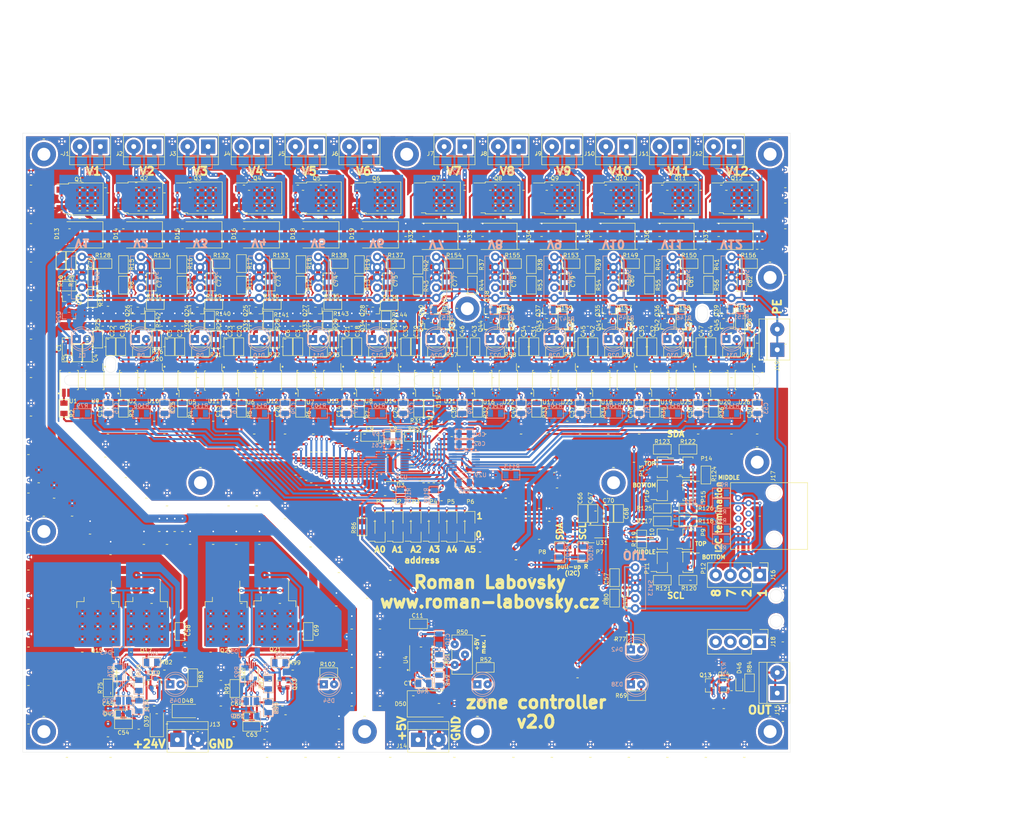
<source format=kicad_pcb>
(kicad_pcb (version 20171130) (host pcbnew "(5.1.6)-1")
  (layers (0 F.Cu signal) (31 B.Cu signal) (34 B.Paste user) (35 F.Paste user) (36 B.SilkS user) (37 F.SilkS user) (38 B.Mask user) (39 F.Mask user) (44 Edge.Cuts user))
  (net 0 "")
  (net 1 GND)
  (net 2 "Net-(D1-Pad2)")
  (net 3 "Net-(D8-Pad2)")
  (net 4 "Net-(D9-Pad2)")
  (net 5 "Net-(D10-Pad2)")
  (net 6 "Net-(D11-Pad2)")
  (net 7 "Net-(D12-Pad2)")
  (net 8 "Net-(R16-Pad2)")
  (net 9 "Net-(R34-Pad1)")
  (net 10 +5V)
  (net 11 "Net-(R45-Pad1)")
  (net 12 "Net-(C10-Pad2)")
  (net 13 "Net-(C10-Pad1)")
  (net 14 "Net-(D17-Pad2)")
  (net 15 "Net-(D17-Pad1)")
  (net 16 "Net-(R46-Pad2)")
  (net 17 "Net-(R47-Pad2)")
  (net 18 "Net-(R48-Pad2)")
  (net 19 "Net-(R50-Pad1)")
  (net 20 Earth_Protective)
  (net 21 +24V_A)
  (net 22 +24V_B)
  (net 23 GND_A)
  (net 24 "Net-(C7-Pad1)")
  (net 25 /INPUT_24V)
  (net 26 GND1)
  (net 27 "Net-(C56-Pad1)")
  (net 28 /PUMP_SWITCH)
  (net 29 GND2)
  (net 30 "Net-(C65-Pad1)")
  (net 31 /LED1_24V)
  (net 32 /LED2_24V)
  (net 33 /LED3_24V)
  (net 34 /LED4_24V)
  (net 35 /LED5_24V)
  (net 36 /LED0_24V)
  (net 37 /LED6_24V)
  (net 38 /LED7_24V)
  (net 39 /LED8_24V)
  (net 40 /LED9_24V)
  (net 41 /LED10_24V)
  (net 42 /LED11_24V)
  (net 43 "Net-(D26-Pad2)")
  (net 44 "Net-(D27-Pad2)")
  (net 45 "Net-(D28-Pad2)")
  (net 46 "Net-(D29-Pad2)")
  (net 47 "Net-(D30-Pad2)")
  (net 48 "Net-(D31-Pad2)")
  (net 49 "Net-(D38-Pad1)")
  (net 50 "Net-(D38-Pad2)")
  (net 51 "Net-(D40-Pad2)")
  (net 52 "Net-(D42-Pad2)")
  (net 53 "Net-(D43-Pad1)")
  (net 54 "Net-(D45-Pad1)")
  (net 55 "Net-(D45-Pad2)")
  (net 56 /PUMP_ACTIVE_0)
  (net 57 "Net-(D49-Pad2)")
  (net 58 /DSDA_P)
  (net 59 /DSDA_N)
  (net 60 /DSCL_P)
  (net 61 /DSCL_N)
  (net 62 "Net-(D53-Pad1)")
  (net 63 "Net-(D54-Pad1)")
  (net 64 "Net-(D54-Pad2)")
  (net 65 /DSDA_P_CON)
  (net 66 /DSDA_N_CON)
  (net 67 /DSCL_N_CON)
  (net 68 /DSCL_P_CON)
  (net 69 "Net-(P1-Pad3)")
  (net 70 /A0)
  (net 71 /A1)
  (net 72 /A2)
  (net 73 /A3)
  (net 74 /A4)
  (net 75 /A5)
  (net 76 "Net-(P7-Pad2)")
  (net 77 /SCL)
  (net 78 "Net-(P8-Pad2)")
  (net 79 /SDA)
  (net 80 "Net-(Q1-Pad1)")
  (net 81 "Net-(Q2-Pad1)")
  (net 82 "Net-(Q3-Pad1)")
  (net 83 "Net-(Q4-Pad1)")
  (net 84 "Net-(Q5-Pad1)")
  (net 85 "Net-(Q6-Pad1)")
  (net 86 "Net-(Q7-Pad1)")
  (net 87 "Net-(Q8-Pad1)")
  (net 88 "Net-(Q9-Pad1)")
  (net 89 "Net-(Q10-Pad1)")
  (net 90 "Net-(Q11-Pad1)")
  (net 91 "Net-(Q12-Pad1)")
  (net 92 /AND_OUT_PUMP)
  (net 93 "Net-(Q15-Pad2)")
  (net 94 "Net-(Q15-Pad3)")
  (net 95 "Net-(Q18-Pad3)")
  (net 96 "Net-(Q18-Pad1)")
  (net 97 "Net-(Q20-Pad2)")
  (net 98 "Net-(Q20-Pad3)")
  (net 99 "Net-(Q22-Pad3)")
  (net 100 "Net-(Q22-Pad1)")
  (net 101 /LED0)
  (net 102 "Net-(R2-Pad1)")
  (net 103 /LED1)
  (net 104 "Net-(R3-Pad1)")
  (net 105 /LED2)
  (net 106 "Net-(R4-Pad1)")
  (net 107 /LED3)
  (net 108 "Net-(R5-Pad1)")
  (net 109 /LED4)
  (net 110 "Net-(R6-Pad1)")
  (net 111 /LED5)
  (net 112 "Net-(R7-Pad1)")
  (net 113 "Net-(R15-Pad2)")
  (net 114 "Net-(R10-Pad1)")
  (net 115 "Net-(R11-Pad1)")
  (net 116 "Net-(R12-Pad1)")
  (net 117 "Net-(R13-Pad1)")
  (net 118 "Net-(R25-Pad1)")
  (net 119 "Net-(R26-Pad1)")
  (net 120 "Net-(R27-Pad1)")
  (net 121 "Net-(R28-Pad1)")
  (net 122 "Net-(R29-Pad1)")
  (net 123 "Net-(R30-Pad1)")
  (net 124 /LED6)
  (net 125 "Net-(R31-Pad1)")
  (net 126 /LED7)
  (net 127 "Net-(R32-Pad1)")
  (net 128 /LED8)
  (net 129 "Net-(R33-Pad1)")
  (net 130 /LED9)
  (net 131 /LED10)
  (net 132 "Net-(R35-Pad1)")
  (net 133 /LED11)
  (net 134 "Net-(R36-Pad1)")
  (net 135 "Net-(R37-Pad1)")
  (net 136 "Net-(R38-Pad1)")
  (net 137 "Net-(R39-Pad1)")
  (net 138 "Net-(R40-Pad1)")
  (net 139 "Net-(R41-Pad1)")
  (net 140 "Net-(R42-Pad1)")
  (net 141 "Net-(R50-Pad3)")
  (net 142 "Net-(R63-Pad1)")
  (net 143 "Net-(R64-Pad1)")
  (net 144 "Net-(R65-Pad1)")
  (net 145 "Net-(R66-Pad1)")
  (net 146 "Net-(R67-Pad1)")
  (net 147 "Net-(R68-Pad1)")
  (net 148 "Net-(R70-Pad2)")
  (net 149 "Net-(R73-Pad2)")
  (net 150 "Net-(R78-Pad1)")
  (net 151 "Net-(R81-Pad1)")
  (net 152 "Net-(R87-Pad2)")
  (net 153 "Net-(R89-Pad2)")
  (net 154 "Net-(R93-Pad1)")
  (net 155 /LED0_5V)
  (net 156 /LED1_5V)
  (net 157 /LED2_5V)
  (net 158 /LED3_5V)
  (net 159 /LED4_5V)
  (net 160 /LED5_5V)
  (net 161 /LED6_5V)
  (net 162 /LED7_5V)
  (net 163 /LED8_5V)
  (net 164 /LED9_5V)
  (net 165 /LED10_5V)
  (net 166 /LED11_5V)
  (net 167 /AND_OUT_0_3)
  (net 168 /AND_OUT_4_7)
  (net 169 /AND_OUT_8_11)
  (net 170 "Net-(J15-Pad1)")
  (net 171 "Net-(J17-Pad3)")
  (net 172 "Net-(J17-Pad5)")
  (net 173 "Net-(J17-Pad4)")
  (net 174 "Net-(J17-Pad6)")
  (net 175 "Net-(J18-Pad4)")
  (net 176 "Net-(J18-Pad3)")
  (net 177 "Net-(J18-Pad1)")
  (net 178 "Net-(J18-Pad2)")
  (net 179 "Net-(P9-Pad2)")
  (net 180 "Net-(P10-Pad1)")
  (net 181 "Net-(P11-Pad2)")
  (net 182 "Net-(P12-Pad1)")
  (net 183 "Net-(P13-Pad2)")
  (net 184 "Net-(P14-Pad1)")
  (net 185 "Net-(P15-Pad2)")
  (net 186 "Net-(P16-Pad1)")
  (net 187 "Net-(R117-Pad2)")
  (net 188 "Net-(R120-Pad2)")
  (net 189 "Net-(R122-Pad2)")
  (net 190 "Net-(R125-Pad2)")
  (net 191 "Net-(U3-Pad20)")
  (net 192 "Net-(U3-Pad21)")
  (net 193 "Net-(U3-Pad22)")
  (net 194 "Net-(U3-Pad19)")
  (net 195 "Net-(U4-Pad6)")
  (net 196 "Net-(U4-Pad4)")
  (net 197 "Net-(U4-Pad7)")
  (net 198 "Net-(U4-Pad10)")
  (net 199 "Net-(U4-Pad13)")
  (net 200 "Net-(U28-Pad11)")
  (net 201 "Net-(U28-Pad3)")
  (net 202 "Net-(U29-Pad11)")
  (net 203 "Net-(U29-Pad3)")
  (net 204 "Net-(U31-Pad3)")
  (net 205 "Net-(D1-Pad1)")
  (net 206 "Net-(D8-Pad1)")
  (net 207 "Net-(D9-Pad1)")
  (net 208 "Net-(D10-Pad1)")
  (net 209 "Net-(D11-Pad1)")
  (net 210 "Net-(D12-Pad1)")
  (net 211 "Net-(D26-Pad1)")
  (net 212 "Net-(D27-Pad1)")
  (net 213 "Net-(D28-Pad1)")
  (net 214 "Net-(D29-Pad1)")
  (net 215 "Net-(D30-Pad1)")
  (net 216 "Net-(D31-Pad1)")
  (net 217 "Net-(Q16-Pad3)")
  (net 218 "Net-(Q24-Pad3)")
  (net 219 "Net-(Q25-Pad3)")
  (net 220 "Net-(Q26-Pad3)")
  (net 221 "Net-(Q27-Pad3)")
  (net 222 "Net-(Q28-Pad3)")
  (net 223 "Net-(Q35-Pad3)")
  (net 224 "Net-(Q36-Pad3)")
  (net 225 "Net-(Q37-Pad3)")
  (net 226 "Net-(Q38-Pad3)")
  (net 227 "Net-(Q39-Pad3)")
  (net 228 "Net-(Q40-Pad3)")
  (net 229 "Net-(U4-Pad8)")
  (module via_pad_rl:via_pad_0,4x0,8 (layer F.Cu) (at 42.418 34.29)
    (fp_text reference ~ (at 0 3.175) (layer F.SilkS))
    (fp_text value ~)
    (pad ~ thru_hole circle (at 0 0) (size 0.8 0.8) (drill 0.4) (layers *.Cu *.Mask) (net 217 "Net-(Q16-Pad3)"))
  )
  (module via_pad_rl:via_pad_0,4x0,8 (layer F.Cu) (at 202.692 36.83)
    (fp_text reference ~ (at 0 3.175) (layer F.SilkS))
    (fp_text value ~)
    (pad ~ thru_hole circle (at 0 0) (size 0.8 0.8) (drill 0.4) (layers *.Cu *.Mask) (net 23 GND_A))
  )
  (module via_pad_rl:via_pad_0,4x0,8 (layer F.Cu) (at 41.656 25.908)
    (fp_text reference ~ (at 0 3.175) (layer F.SilkS))
    (fp_text value ~)
    (pad ~ thru_hole circle (at 0 0) (size 0.8 0.8) (drill 0.4) (layers *.Cu *.Mask) (net 114 "Net-(R10-Pad1)"))
  )
  (module via_pad_rl:via_pad_0,4x0,8 (layer F.Cu) (at 209.55 35.052)
    (fp_text reference ~ (at 0 3.175) (layer F.SilkS))
    (fp_text value ~)
    (pad ~ thru_hole circle (at 0 0) (size 0.8 0.8) (drill 0.4) (layers *.Cu *.Mask) (net 42 /LED11_24V))
  )
  (module via_pad_rl:via_pad_0,4x0,8 (layer F.Cu) (at 204.978 37.846)
    (fp_text reference ~ (at 0 3.175) (layer F.SilkS))
    (fp_text value ~)
    (pad ~ thru_hole circle (at 0 0) (size 0.8 0.8) (drill 0.4) (layers *.Cu *.Mask) (net 227 "Net-(Q39-Pad3)"))
  )
  (module via_pad_rl:via_pad_0,4x0,8 (layer F.Cu) (at 209.55 39.116)
    (fp_text reference ~ (at 0 3.175) (layer F.SilkS))
    (fp_text value ~)
    (pad ~ thru_hole circle (at 0 0) (size 0.8 0.8) (drill 0.4) (layers *.Cu *.Mask) (net 42 /LED11_24V))
  )
  (module via_pad_rl:via_pad_0,4x0,8 (layer F.Cu) (at 211.455 40.386)
    (fp_text reference ~ (at 0 3.175) (layer F.SilkS))
    (fp_text value ~)
    (pad ~ thru_hole circle (at 0 0) (size 0.8 0.8) (drill 0.4) (layers *.Cu *.Mask) (net 22 +24V_B))
  )
  (module via_pad_rl:via_pad_0,4x0,8 (layer F.Cu) (at 207.264 40.64)
    (fp_text reference ~ (at 0 3.175) (layer F.SilkS))
    (fp_text value ~)
    (pad ~ thru_hole circle (at 0 0) (size 0.8 0.8) (drill 0.4) (layers *.Cu *.Mask) (net 22 +24V_B))
  )
  (module via_pad_rl:via_pad_0,4x0,8 (layer F.Cu) (at 194.31 35.306)
    (fp_text reference ~ (at 0 3.175) (layer F.SilkS))
    (fp_text value ~)
    (pad ~ thru_hole circle (at 0 0) (size 0.8 0.8) (drill 0.4) (layers *.Cu *.Mask) (net 41 /LED10_24V))
  )
  (module via_pad_rl:via_pad_0,4x0,8 (layer F.Cu) (at 190.246 38.1)
    (fp_text reference ~ (at 0 3.175) (layer F.SilkS))
    (fp_text value ~)
    (pad ~ thru_hole circle (at 0 0) (size 0.8 0.8) (drill 0.4) (layers *.Cu *.Mask) (net 224 "Net-(Q36-Pad3)"))
  )
  (module via_pad_rl:via_pad_0,4x0,8 (layer F.Cu) (at 192.532 40.64)
    (fp_text reference ~ (at 0 3.175) (layer F.SilkS))
    (fp_text value ~)
    (pad ~ thru_hole circle (at 0 0) (size 0.8 0.8) (drill 0.4) (layers *.Cu *.Mask) (net 22 +24V_B))
  )
  (module via_pad_rl:via_pad_0,4x0,8 (layer F.Cu) (at 194.31 39.116)
    (fp_text reference ~ (at 0 3.175) (layer F.SilkS))
    (fp_text value ~)
    (pad ~ thru_hole circle (at 0 0) (size 0.8 0.8) (drill 0.4) (layers *.Cu *.Mask) (net 41 /LED10_24V))
  )
  (module via_pad_rl:via_pad_0,4x0,8 (layer F.Cu) (at 187.96 36.83)
    (fp_text reference ~ (at 0 3.175) (layer F.SilkS))
    (fp_text value ~)
    (pad ~ thru_hole circle (at 0 0) (size 0.8 0.8) (drill 0.4) (layers *.Cu *.Mask) (net 23 GND_A))
  )
  (module via_pad_rl:via_pad_0,4x0,8 (layer F.Cu) (at 179.578 35.306)
    (fp_text reference ~ (at 0 3.175) (layer F.SilkS))
    (fp_text value ~)
    (pad ~ thru_hole circle (at 0 0) (size 0.8 0.8) (drill 0.4) (layers *.Cu *.Mask) (net 40 /LED9_24V))
  )
  (module via_pad_rl:via_pad_0,4x0,8 (layer F.Cu) (at 179.578 39.116)
    (fp_text reference ~ (at 0 3.175) (layer F.SilkS))
    (fp_text value ~)
    (pad ~ thru_hole circle (at 0 0) (size 0.8 0.8) (drill 0.4) (layers *.Cu *.Mask) (net 40 /LED9_24V))
  )
  (module via_pad_rl:via_pad_0,4x0,8 (layer F.Cu) (at 175.768 38.1)
    (fp_text reference ~ (at 0 3.175) (layer F.SilkS))
    (fp_text value ~)
    (pad ~ thru_hole circle (at 0 0) (size 0.8 0.8) (drill 0.4) (layers *.Cu *.Mask) (net 223 "Net-(Q35-Pad3)"))
  )
  (module via_pad_rl:via_pad_0,4x0,8 (layer F.Cu) (at 173.228 36.83)
    (fp_text reference ~ (at 0 3.175) (layer F.SilkS))
    (fp_text value ~)
    (pad ~ thru_hole circle (at 0 0) (size 0.8 0.8) (drill 0.4) (layers *.Cu *.Mask) (net 23 GND_A))
  )
  (module via_pad_rl:via_pad_0,4x0,8 (layer F.Cu) (at 178.054 40.64)
    (fp_text reference ~ (at 0 3.175) (layer F.SilkS))
    (fp_text value ~)
    (pad ~ thru_hole circle (at 0 0) (size 0.8 0.8) (drill 0.4) (layers *.Cu *.Mask) (net 22 +24V_B))
  )
  (module via_pad_rl:via_pad_0,4x0,8 (layer F.Cu) (at 133.858 40.64)
    (fp_text reference ~ (at 0 3.175) (layer F.SilkS))
    (fp_text value ~)
    (pad ~ thru_hole circle (at 0 0) (size 0.8 0.8) (drill 0.4) (layers *.Cu *.Mask) (net 22 +24V_B))
  )
  (module via_pad_rl:via_pad_0,4x0,8 (layer F.Cu) (at 134.62 33.02)
    (fp_text reference ~ (at 0 3.175) (layer F.SilkS))
    (fp_text value ~)
    (pad ~ thru_hole circle (at 0 0) (size 0.8 0.8) (drill 0.4) (layers *.Cu *.Mask) (net 22 +24V_B))
  )
  (module via_pad_rl:via_pad_0,4x0,8 (layer F.Cu) (at 128.778 35.56)
    (fp_text reference ~ (at 0 3.175) (layer F.SilkS))
    (fp_text value ~)
    (pad ~ thru_hole circle (at 0 0) (size 0.8 0.8) (drill 0.4) (layers *.Cu *.Mask) (net 22 +24V_B))
  )
  (module via_pad_rl:via_pad_0,4x0,8 (layer F.Cu) (at 131.826 38.1)
    (fp_text reference ~ (at 0 3.175) (layer F.SilkS))
    (fp_text value ~)
    (pad ~ thru_hole circle (at 0 0) (size 0.8 0.8) (drill 0.4) (layers *.Cu *.Mask) (net 228 "Net-(Q40-Pad3)"))
  )
  (module via_pad_rl:via_pad_0,4x0,8 (layer F.Cu) (at 135.636 35.306)
    (fp_text reference ~ (at 0 3.175) (layer F.SilkS))
    (fp_text value ~)
    (pad ~ thru_hole circle (at 0 0) (size 0.8 0.8) (drill 0.4) (layers *.Cu *.Mask) (net 37 /LED6_24V))
  )
  (module via_pad_rl:via_pad_0,4x0,8 (layer F.Cu) (at 135.89 39.116)
    (fp_text reference ~ (at 0 3.175) (layer F.SilkS))
    (fp_text value ~)
    (pad ~ thru_hole circle (at 0 0) (size 0.8 0.8) (drill 0.4) (layers *.Cu *.Mask) (net 37 /LED6_24V))
  )
  (module via_pad_rl:via_pad_0,4x0,8 (layer F.Cu) (at 146.812 38.1)
    (fp_text reference ~ (at 0 3.175) (layer F.SilkS))
    (fp_text value ~)
    (pad ~ thru_hole circle (at 0 0) (size 0.8 0.8) (drill 0.4) (layers *.Cu *.Mask) (net 226 "Net-(Q38-Pad3)"))
  )
  (module via_pad_rl:via_pad_0,4x0,8 (layer F.Cu) (at 150.622 39.116)
    (fp_text reference ~ (at 0 3.175) (layer F.SilkS))
    (fp_text value ~)
    (pad ~ thru_hole circle (at 0 0) (size 0.8 0.8) (drill 0.4) (layers *.Cu *.Mask) (net 38 /LED7_24V))
  )
  (module via_pad_rl:via_pad_0,4x0,8 (layer F.Cu) (at 150.368 35.306)
    (fp_text reference ~ (at 0 3.175) (layer F.SilkS))
    (fp_text value ~)
    (pad ~ thru_hole circle (at 0 0) (size 0.8 0.8) (drill 0.4) (layers *.Cu *.Mask) (net 38 /LED7_24V))
  )
  (module via_pad_rl:via_pad_0,4x0,8 (layer F.Cu) (at 144.272 37.084)
    (fp_text reference ~ (at 0 3.175) (layer F.SilkS))
    (fp_text value ~)
    (pad ~ thru_hole circle (at 0 0) (size 0.8 0.8) (drill 0.4) (layers *.Cu *.Mask) (net 23 GND_A))
  )
  (module via_pad_rl:via_pad_0,4x0,8 (layer F.Cu) (at 158.242 36.83)
    (fp_text reference ~ (at 0 3.175) (layer F.SilkS))
    (fp_text value ~)
    (pad ~ thru_hole circle (at 0 0) (size 0.8 0.8) (drill 0.4) (layers *.Cu *.Mask) (net 23 GND_A))
  )
  (module via_pad_rl:via_pad_0,4x0,8 (layer F.Cu) (at 165.1 35.306)
    (fp_text reference ~ (at 0 3.175) (layer F.SilkS))
    (fp_text value ~)
    (pad ~ thru_hole circle (at 0 0) (size 0.8 0.8) (drill 0.4) (layers *.Cu *.Mask) (net 39 /LED8_24V))
  )
  (module via_pad_rl:via_pad_0,4x0,8 (layer F.Cu) (at 165.1 39.116)
    (fp_text reference ~ (at 0 3.175) (layer F.SilkS))
    (fp_text value ~)
    (pad ~ thru_hole circle (at 0 0) (size 0.8 0.8) (drill 0.4) (layers *.Cu *.Mask) (net 39 /LED8_24V))
  )
  (module via_pad_rl:via_pad_0,4x0,8 (layer F.Cu) (at 161.036 38.1)
    (fp_text reference ~ (at 0 3.175) (layer F.SilkS))
    (fp_text value ~)
    (pad ~ thru_hole circle (at 0 0) (size 0.8 0.8) (drill 0.4) (layers *.Cu *.Mask) (net 225 "Net-(Q37-Pad3)"))
  )
  (module via_pad_rl:via_pad_0,4x0,8 (layer F.Cu) (at 163.322 40.64)
    (fp_text reference ~ (at 0 3.175) (layer F.SilkS))
    (fp_text value ~)
    (pad ~ thru_hole circle (at 0 0) (size 0.8 0.8) (drill 0.4) (layers *.Cu *.Mask) (net 22 +24V_B))
  )
  (module via_pad_rl:via_pad_0,4x0,8 (layer F.Cu) (at 148.59 40.64)
    (fp_text reference ~ (at 0 3.175) (layer F.SilkS))
    (fp_text value ~)
    (pad ~ thru_hole circle (at 0 0) (size 0.8 0.8) (drill 0.4) (layers *.Cu *.Mask) (net 22 +24V_B))
  )
  (module via_pad_rl:via_pad_0,4x0,8 (layer F.Cu) (at 130.048 34.29)
    (fp_text reference ~ (at 0 3.175) (layer F.SilkS))
    (fp_text value ~)
    (pad ~ thru_hole circle (at 0 0) (size 0.8 0.8) (drill 0.4) (layers *.Cu *.Mask) (net 23 GND_A))
  )
  (module via_pad_rl:via_pad_0,4x0,8 (layer F.Cu) (at 137.16 31.75)
    (fp_text reference ~ (at 0 3.175) (layer F.SilkS))
    (fp_text value ~)
    (pad ~ thru_hole circle (at 0 0) (size 0.8 0.8) (drill 0.4) (layers *.Cu *.Mask) (net 22 +24V_B))
  )
  (module package_sot_rl:sot_23 (layer F.Cu) (at 130.81 39.37 270)
    (fp_text reference Q46 (at 0 2.54 90) (layer F.SilkS) (effects (font (thickness 0.16))))
    (fp_text value 2N7002A-YAN)
    (pad 3 smd rect (at 1.2 0 270) (size 1 1) (layers F.Cu F.Paste F.Mask) (net 211 "Net-(D26-Pad1)"))
    (pad 2 smd rect (at -1 0.95 270) (size 1 1) (layers F.Cu F.Paste F.Mask) (net 23 GND_A))
    (pad 1 smd rect (at -1 -0.95 270) (size 1 1) (layers F.Cu F.Paste F.Mask) (net 228 "Net-(Q40-Pad3)"))
  )
  (module via_pad_rl:via_pad_0,4x0,8 (layer F.Cu) (at 122.174 36.195)
    (fp_text reference ~ (at 0 3.175) (layer F.SilkS))
    (fp_text value ~)
    (pad ~ thru_hole circle (at 0 0) (size 0.8 0.8) (drill 0.4) (layers *.Cu *.Mask) (net 23 GND_A))
  )
  (module via_pad_rl:via_pad_0,4x0,8 (layer F.Cu) (at 115.316 35.814)
    (fp_text reference ~ (at 0 3.175) (layer F.SilkS))
    (fp_text value ~)
    (pad ~ thru_hole circle (at 0 0) (size 0.8 0.8) (drill 0.4) (layers *.Cu *.Mask) (net 23 GND_A))
  )
  (module via_pad_rl:via_pad_0,4x0,8 (layer F.Cu) (at 119.634 39.116)
    (fp_text reference ~ (at 0 3.175) (layer F.SilkS))
    (fp_text value ~)
    (pad ~ thru_hole circle (at 0 0) (size 0.8 0.8) (drill 0.4) (layers *.Cu *.Mask) (net 21 +24V_A))
  )
  (module via_pad_rl:via_pad_0,4x0,8 (layer F.Cu) (at 105.156 39.116)
    (fp_text reference ~ (at 0 3.175) (layer F.SilkS))
    (fp_text value ~)
    (pad ~ thru_hole circle (at 0 0) (size 0.8 0.8) (drill 0.4) (layers *.Cu *.Mask) (net 21 +24V_A))
  )
  (module via_pad_rl:via_pad_0,4x0,8 (layer F.Cu) (at 100.838 36.195)
    (fp_text reference ~ (at 0 3.175) (layer F.SilkS))
    (fp_text value ~)
    (pad ~ thru_hole circle (at 0 0) (size 0.8 0.8) (drill 0.4) (layers *.Cu *.Mask) (net 23 GND_A))
  )
  (module via_pad_rl:via_pad_0,4x0,8 (layer F.Cu) (at 86.106 36.068)
    (fp_text reference ~ (at 0 3.175) (layer F.SilkS))
    (fp_text value ~)
    (pad ~ thru_hole circle (at 0 0) (size 0.8 0.8) (drill 0.4) (layers *.Cu *.Mask) (net 23 GND_A))
  )
  (module via_pad_rl:via_pad_0,4x0,8 (layer F.Cu) (at 90.424 39.116)
    (fp_text reference ~ (at 0 3.175) (layer F.SilkS))
    (fp_text value ~)
    (pad ~ thru_hole circle (at 0 0) (size 0.8 0.8) (drill 0.4) (layers *.Cu *.Mask) (net 21 +24V_A))
  )
  (module via_pad_rl:via_pad_0,4x0,8 (layer F.Cu) (at 71.628 36.068)
    (fp_text reference ~ (at 0 3.175) (layer F.SilkS))
    (fp_text value ~)
    (pad ~ thru_hole circle (at 0 0) (size 0.8 0.8) (drill 0.4) (layers *.Cu *.Mask) (net 23 GND_A))
  )
  (module via_pad_rl:via_pad_0,4x0,8 (layer F.Cu) (at 75.946 39.116)
    (fp_text reference ~ (at 0 3.175) (layer F.SilkS))
    (fp_text value ~)
    (pad ~ thru_hole circle (at 0 0) (size 0.8 0.8) (drill 0.4) (layers *.Cu *.Mask) (net 21 +24V_A))
  )
  (module resistor_smd_rl:r_1206 (layer F.Cu) (at 75.946 37.846 90)
    (fp_text reference R140 (at 1.524 3.302 180) (layer F.SilkS) (effects (font (thickness 0.16))))
    (fp_text value 10k)
    (pad 2 smd trapezoid (at 1.27 0 90) (size 1.3 1.8) (layers F.Cu F.Paste F.Mask) (net 218 "Net-(Q24-Pad3)"))
    (pad 1 smd trapezoid (at -1.27 0 90) (size 1.3 1.8) (layers F.Cu F.Paste F.Mask) (net 21 +24V_A))
  )
  (module via_pad_rl:via_pad_0,4x0,8 (layer F.Cu) (at 56.896 36.068)
    (fp_text reference ~ (at 0 3.175) (layer F.SilkS))
    (fp_text value ~)
    (pad ~ thru_hole circle (at 0 0) (size 0.8 0.8) (drill 0.4) (layers *.Cu *.Mask) (net 23 GND_A))
  )
  (module via_pad_rl:via_pad_0,4x0,8 (layer F.Cu) (at 61.214 39.116)
    (fp_text reference ~ (at 0 3.175) (layer F.SilkS))
    (fp_text value ~)
    (pad ~ thru_hole circle (at 0 0) (size 0.8 0.8) (drill 0.4) (layers *.Cu *.Mask) (net 21 +24V_A))
  )
  (module via_pad_rl:via_pad_0,4x0,8 (layer F.Cu) (at 48.768 31.242)
    (fp_text reference ~ (at 0 3.175) (layer F.SilkS))
    (fp_text value ~)
    (pad ~ thru_hole circle (at 0 0) (size 0.8 0.8) (drill 0.4) (layers *.Cu *.Mask) (net 21 +24V_A))
  )
  (module via_pad_rl:via_pad_0,4x0,8 (layer F.Cu) (at 50.8 31.242)
    (fp_text reference ~ (at 0 3.175) (layer F.SilkS))
    (fp_text value ~)
    (pad ~ thru_hole circle (at 0 0) (size 0.8 0.8) (drill 0.4) (layers *.Cu *.Mask) (net 21 +24V_A))
  )
  (module resistor_smd_rl:r_1206 (layer F.Cu) (at 134.112 37.846 90)
    (fp_text reference R162 (at 4.318 0 270) (layer F.SilkS) (effects (font (thickness 0.16))))
    (fp_text value 10k)
    (pad 2 smd trapezoid (at 1.27 0 90) (size 1.3 1.8) (layers F.Cu F.Paste F.Mask) (net 228 "Net-(Q40-Pad3)"))
    (pad 1 smd trapezoid (at -1.27 0 90) (size 1.3 1.8) (layers F.Cu F.Paste F.Mask) (net 22 +24V_B))
  )
  (module resistor_smd_rl:r_1206 (layer F.Cu) (at 207.264 37.846 90)
    (fp_text reference R161 (at 3.048 0.508 180) (layer F.SilkS) (effects (font (thickness 0.16))))
    (fp_text value 10k)
    (pad 2 smd trapezoid (at 1.27 0 90) (size 1.3 1.8) (layers F.Cu F.Paste F.Mask) (net 227 "Net-(Q39-Pad3)"))
    (pad 1 smd trapezoid (at -1.27 0 90) (size 1.3 1.8) (layers F.Cu F.Paste F.Mask) (net 22 +24V_B))
  )
  (module resistor_smd_rl:r_1206 (layer F.Cu) (at 148.844 37.846 90)
    (fp_text reference R160 (at 3.048 0.508 180) (layer F.SilkS) (effects (font (thickness 0.16))))
    (fp_text value 10k)
    (pad 2 smd trapezoid (at 1.27 0 90) (size 1.3 1.8) (layers F.Cu F.Paste F.Mask) (net 226 "Net-(Q38-Pad3)"))
    (pad 1 smd trapezoid (at -1.27 0 90) (size 1.3 1.8) (layers F.Cu F.Paste F.Mask) (net 22 +24V_B))
  )
  (module resistor_smd_rl:r_1206 (layer F.Cu) (at 163.322 37.846 90)
    (fp_text reference R159 (at 3.048 0.508 180) (layer F.SilkS) (effects (font (thickness 0.16))))
    (fp_text value 10k)
    (pad 2 smd trapezoid (at 1.27 0 90) (size 1.3 1.8) (layers F.Cu F.Paste F.Mask) (net 225 "Net-(Q37-Pad3)"))
    (pad 1 smd trapezoid (at -1.27 0 90) (size 1.3 1.8) (layers F.Cu F.Paste F.Mask) (net 22 +24V_B))
  )
  (module resistor_smd_rl:r_1206 (layer F.Cu) (at 192.532 37.846 90)
    (fp_text reference R158 (at 3.048 0.508 180) (layer F.SilkS) (effects (font (thickness 0.16))))
    (fp_text value 10k)
    (pad 2 smd trapezoid (at 1.27 0 90) (size 1.3 1.8) (layers F.Cu F.Paste F.Mask) (net 224 "Net-(Q36-Pad3)"))
    (pad 1 smd trapezoid (at -1.27 0 90) (size 1.3 1.8) (layers F.Cu F.Paste F.Mask) (net 22 +24V_B))
  )
  (module resistor_smd_rl:r_1206 (layer F.Cu) (at 178.054 37.846 90)
    (fp_text reference R157 (at 3.048 0.508 180) (layer F.SilkS) (effects (font (thickness 0.16))))
    (fp_text value 10k)
    (pad 2 smd trapezoid (at 1.27 0 90) (size 1.3 1.8) (layers F.Cu F.Paste F.Mask) (net 223 "Net-(Q35-Pad3)"))
    (pad 1 smd trapezoid (at -1.27 0 90) (size 1.3 1.8) (layers F.Cu F.Paste F.Mask) (net 22 +24V_B))
  )
  (module resistor_smd_rl:r_1206 (layer F.Cu) (at 209.296 23.876 180)
    (fp_text reference R156 (at 0 2.032) (layer F.SilkS) (effects (font (thickness 0.16))))
    (fp_text value 2k2/0.5W)
    (pad 2 smd trapezoid (at 1.27 0 180) (size 1.3 1.8) (layers F.Cu F.Paste F.Mask) (net 42 /LED11_24V))
    (pad 1 smd trapezoid (at -1.27 0 180) (size 1.3 1.8) (layers F.Cu F.Paste F.Mask) (net 22 +24V_B))
  )
  (module resistor_smd_rl:r_1206 (layer F.Cu) (at 150.876 23.876 180)
    (fp_text reference R155 (at 0 2.032) (layer F.SilkS) (effects (font (thickness 0.16))))
    (fp_text value 2k2/0.5W)
    (pad 2 smd trapezoid (at 1.27 0 180) (size 1.3 1.8) (layers F.Cu F.Paste F.Mask) (net 38 /LED7_24V))
    (pad 1 smd trapezoid (at -1.27 0 180) (size 1.3 1.8) (layers F.Cu F.Paste F.Mask) (net 22 +24V_B))
  )
  (module resistor_smd_rl:r_1206 (layer F.Cu) (at 136.398 23.876 180)
    (fp_text reference R154 (at 0 2.032) (layer F.SilkS) (effects (font (thickness 0.16))))
    (fp_text value 2k2/0.5W)
    (pad 2 smd trapezoid (at 1.27 0 180) (size 1.3 1.8) (layers F.Cu F.Paste F.Mask) (net 37 /LED6_24V))
    (pad 1 smd trapezoid (at -1.27 0 180) (size 1.3 1.8) (layers F.Cu F.Paste F.Mask) (net 22 +24V_B))
  )
  (module resistor_smd_rl:r_1206 (layer F.Cu) (at 165.354 23.876 180)
    (fp_text reference R153 (at 0 2.032) (layer F.SilkS) (effects (font (thickness 0.16))))
    (fp_text value 2k2/0.5W)
    (pad 2 smd trapezoid (at 1.27 0 180) (size 1.3 1.8) (layers F.Cu F.Paste F.Mask) (net 39 /LED8_24V))
    (pad 1 smd trapezoid (at -1.27 0 180) (size 1.3 1.8) (layers F.Cu F.Paste F.Mask) (net 22 +24V_B))
  )
  (module resistor_smd_rl:r_1206 (layer B.Cu) (at 132.842 35.306 180)
    (fp_text reference R152 (at -1.524 -2.032 180) (layer B.SilkS) (effects (font (thickness 0.16)) (justify mirror)))
    (fp_text value 10k)
    (pad 2 smd trapezoid (at 1.27 0 180) (size 1.3 1.8) (layers B.Cu B.Paste B.Mask) (net 23 GND_A))
    (pad 1 smd trapezoid (at -1.27 0 180) (size 1.3 1.8) (layers B.Cu B.Paste B.Mask) (net 37 /LED6_24V))
  )
  (module resistor_smd_rl:r_1206 (layer B.Cu) (at 206.248 35.052 180)
    (fp_text reference R151 (at -1.27 -2.032) (layer B.SilkS) (effects (font (thickness 0.16)) (justify mirror)))
    (fp_text value 10k)
    (pad 2 smd trapezoid (at 1.27 0 180) (size 1.3 1.8) (layers B.Cu B.Paste B.Mask) (net 23 GND_A))
    (pad 1 smd trapezoid (at -1.27 0 180) (size 1.3 1.8) (layers B.Cu B.Paste B.Mask) (net 42 /LED11_24V))
  )
  (module resistor_smd_rl:r_1206 (layer F.Cu) (at 194.564 23.876 180)
    (fp_text reference R150 (at 0 2.032) (layer F.SilkS) (effects (font (thickness 0.16))))
    (fp_text value 2k2/0.5W)
    (pad 2 smd trapezoid (at 1.27 0 180) (size 1.3 1.8) (layers F.Cu F.Paste F.Mask) (net 41 /LED10_24V))
    (pad 1 smd trapezoid (at -1.27 0 180) (size 1.3 1.8) (layers F.Cu F.Paste F.Mask) (net 22 +24V_B))
  )
  (module resistor_smd_rl:r_1206 (layer F.Cu) (at 180.086 23.876 180)
    (fp_text reference R149 (at 0 2.032) (layer F.SilkS) (effects (font (thickness 0.16))))
    (fp_text value 2k2/0.5W)
    (pad 2 smd trapezoid (at 1.27 0 180) (size 1.3 1.8) (layers F.Cu F.Paste F.Mask) (net 40 /LED9_24V))
    (pad 1 smd trapezoid (at -1.27 0 180) (size 1.3 1.8) (layers F.Cu F.Paste F.Mask) (net 22 +24V_B))
  )
  (module resistor_smd_rl:r_1206 (layer B.Cu) (at 147.574 35.306 180)
    (fp_text reference R148 (at -1.778 -2.032) (layer B.SilkS) (effects (font (thickness 0.16)) (justify mirror)))
    (fp_text value 10k)
    (pad 2 smd trapezoid (at 1.27 0 180) (size 1.3 1.8) (layers B.Cu B.Paste B.Mask) (net 23 GND_A))
    (pad 1 smd trapezoid (at -1.27 0 180) (size 1.3 1.8) (layers B.Cu B.Paste B.Mask) (net 38 /LED7_24V))
  )
  (module resistor_smd_rl:r_1206 (layer B.Cu) (at 162.306 35.306 180)
    (fp_text reference R147 (at -2.032 -2.286 180) (layer B.SilkS) (effects (font (thickness 0.16)) (justify mirror)))
    (fp_text value 10k)
    (pad 2 smd trapezoid (at 1.27 0 180) (size 1.3 1.8) (layers B.Cu B.Paste B.Mask) (net 23 GND_A))
    (pad 1 smd trapezoid (at -1.27 0 180) (size 1.3 1.8) (layers B.Cu B.Paste B.Mask) (net 39 /LED8_24V))
  )
  (module resistor_smd_rl:r_1206 (layer B.Cu) (at 191.516 35.306 180)
    (fp_text reference R146 (at -1.778 -2.032) (layer B.SilkS) (effects (font (thickness 0.16)) (justify mirror)))
    (fp_text value 10k)
    (pad 2 smd trapezoid (at 1.27 0 180) (size 1.3 1.8) (layers B.Cu B.Paste B.Mask) (net 23 GND_A))
    (pad 1 smd trapezoid (at -1.27 0 180) (size 1.3 1.8) (layers B.Cu B.Paste B.Mask) (net 41 /LED10_24V))
  )
  (module resistor_smd_rl:r_1206 (layer B.Cu) (at 177.038 35.306 180)
    (fp_text reference R145 (at -2.032 -2.032) (layer B.SilkS) (effects (font (thickness 0.16)) (justify mirror)))
    (fp_text value 10k)
    (pad 2 smd trapezoid (at 1.27 0 180) (size 1.3 1.8) (layers B.Cu B.Paste B.Mask) (net 23 GND_A))
    (pad 1 smd trapezoid (at -1.27 0 180) (size 1.3 1.8) (layers B.Cu B.Paste B.Mask) (net 40 /LED9_24V))
  )
  (module resistor_smd_rl:r_1206 (layer F.Cu) (at 119.634 37.846 90)
    (fp_text reference R144 (at 1.27 3.302 180) (layer F.SilkS) (effects (font (thickness 0.16))))
    (fp_text value 10k)
    (pad 2 smd trapezoid (at 1.27 0 90) (size 1.3 1.8) (layers F.Cu F.Paste F.Mask) (net 222 "Net-(Q28-Pad3)"))
    (pad 1 smd trapezoid (at -1.27 0 90) (size 1.3 1.8) (layers F.Cu F.Paste F.Mask) (net 21 +24V_A))
  )
  (module resistor_smd_rl:r_1206 (layer F.Cu) (at 105.156 37.846 90)
    (fp_text reference R143 (at 1.524 3.302 180) (layer F.SilkS) (effects (font (thickness 0.16))))
    (fp_text value 10k)
    (pad 2 smd trapezoid (at 1.27 0 90) (size 1.3 1.8) (layers F.Cu F.Paste F.Mask) (net 221 "Net-(Q27-Pad3)"))
    (pad 1 smd trapezoid (at -1.27 0 90) (size 1.3 1.8) (layers F.Cu F.Paste F.Mask) (net 21 +24V_A))
  )
  (module resistor_smd_rl:r_1206 (layer F.Cu) (at 61.214 37.846 90)
    (fp_text reference R142 (at 0 2.032 90) (layer F.SilkS) (effects (font (thickness 0.16))))
    (fp_text value 10k)
    (pad 2 smd trapezoid (at 1.27 0 90) (size 1.3 1.8) (layers F.Cu F.Paste F.Mask) (net 220 "Net-(Q26-Pad3)"))
    (pad 1 smd trapezoid (at -1.27 0 90) (size 1.3 1.8) (layers F.Cu F.Paste F.Mask) (net 21 +24V_A))
  )
  (module resistor_smd_rl:r_1206 (layer F.Cu) (at 90.424 37.846 90)
    (fp_text reference R141 (at 1.27 3.302 180) (layer F.SilkS) (effects (font (thickness 0.16))))
    (fp_text value 10k)
    (pad 2 smd trapezoid (at 1.27 0 90) (size 1.3 1.8) (layers F.Cu F.Paste F.Mask) (net 219 "Net-(Q25-Pad3)"))
    (pad 1 smd trapezoid (at -1.27 0 90) (size 1.3 1.8) (layers F.Cu F.Paste F.Mask) (net 21 +24V_A))
  )
  (module resistor_smd_rl:r_1206 (layer F.Cu) (at 46.99 32.512 270)
    (fp_text reference R139 (at 0 -2.032 90) (layer F.SilkS) (effects (font (thickness 0.16))))
    (fp_text value 10k)
    (pad 2 smd trapezoid (at 1.27 0 270) (size 1.3 1.8) (layers F.Cu F.Paste F.Mask) (net 217 "Net-(Q16-Pad3)"))
    (pad 1 smd trapezoid (at -1.27 0 270) (size 1.3 1.8) (layers F.Cu F.Paste F.Mask) (net 21 +24V_A))
  )
  (module resistor_smd_rl:r_1206 (layer F.Cu) (at 107.95 23.876 180)
    (fp_text reference R138 (at 0 2.032) (layer F.SilkS) (effects (font (thickness 0.16))))
    (fp_text value 2k2/0.5W)
    (pad 2 smd trapezoid (at 1.27 0 180) (size 1.3 1.8) (layers F.Cu F.Paste F.Mask) (net 34 /LED4_24V))
    (pad 1 smd trapezoid (at -1.27 0 180) (size 1.3 1.8) (layers F.Cu F.Paste F.Mask) (net 21 +24V_A))
  )
  (module resistor_smd_rl:r_1206 (layer F.Cu) (at 121.92 23.876 180)
    (fp_text reference R137 (at 0 2.032) (layer F.SilkS) (effects (font (thickness 0.16))))
    (fp_text value 2k2/0.5W)
    (pad 2 smd trapezoid (at 1.27 0 180) (size 1.3 1.8) (layers F.Cu F.Paste F.Mask) (net 35 /LED5_24V))
    (pad 1 smd trapezoid (at -1.27 0 180) (size 1.3 1.8) (layers F.Cu F.Paste F.Mask) (net 21 +24V_A))
  )
  (module resistor_smd_rl:r_1206 (layer F.Cu) (at 120.396 34.29)
    (fp_text reference R136 (at 0.254 -2.032) (layer F.SilkS) (effects (font (thickness 0.16))))
    (fp_text value 10k)
    (pad 2 smd trapezoid (at 1.27 0) (size 1.3 1.8) (layers F.Cu F.Paste F.Mask) (net 23 GND_A))
    (pad 1 smd trapezoid (at -1.27 0) (size 1.3 1.8) (layers F.Cu F.Paste F.Mask) (net 35 /LED5_24V))
  )
  (module resistor_smd_rl:r_1206 (layer F.Cu) (at 106.426 34.036)
    (fp_text reference R135 (at -0.254 -2.032) (layer F.SilkS) (effects (font (thickness 0.16))))
    (fp_text value 10k)
    (pad 2 smd trapezoid (at 1.27 0) (size 1.3 1.8) (layers F.Cu F.Paste F.Mask) (net 23 GND_A))
    (pad 1 smd trapezoid (at -1.27 0) (size 1.3 1.8) (layers F.Cu F.Paste F.Mask) (net 34 /LED4_24V))
  )
  (module resistor_smd_rl:r_1206 (layer F.Cu) (at 64.008 23.876 180)
    (fp_text reference R134 (at 0 2.032) (layer F.SilkS) (effects (font (thickness 0.16))))
    (fp_text value 2k2/0.5W)
    (pad 2 smd trapezoid (at 1.27 0 180) (size 1.3 1.8) (layers F.Cu F.Paste F.Mask) (net 31 /LED1_24V))
    (pad 1 smd trapezoid (at -1.27 0 180) (size 1.3 1.8) (layers F.Cu F.Paste F.Mask) (net 21 +24V_A))
  )
  (module resistor_smd_rl:r_1206 (layer F.Cu) (at 93.472 23.876 180)
    (fp_text reference R133 (at 0 2.032) (layer F.SilkS) (effects (font (thickness 0.16))))
    (fp_text value 2k2/0.5W)
    (pad 2 smd trapezoid (at 1.27 0 180) (size 1.3 1.8) (layers F.Cu F.Paste F.Mask) (net 33 /LED3_24V))
    (pad 1 smd trapezoid (at -1.27 0 180) (size 1.3 1.8) (layers F.Cu F.Paste F.Mask) (net 21 +24V_A))
  )
  (module resistor_smd_rl:r_1206 (layer F.Cu) (at 78.74 23.876 180)
    (fp_text reference R132 (at 0 2.032) (layer F.SilkS) (effects (font (thickness 0.16))))
    (fp_text value 2k2/0.5W)
    (pad 2 smd trapezoid (at 1.27 0 180) (size 1.3 1.8) (layers F.Cu F.Paste F.Mask) (net 32 /LED2_24V))
    (pad 1 smd trapezoid (at -1.27 0 180) (size 1.3 1.8) (layers F.Cu F.Paste F.Mask) (net 21 +24V_A))
  )
  (module resistor_smd_rl:r_1206 (layer F.Cu) (at 62.484 34.036)
    (fp_text reference R131 (at -0.254 -2.032) (layer F.SilkS) (effects (font (thickness 0.16))))
    (fp_text value 10k)
    (pad 2 smd trapezoid (at 1.27 0) (size 1.3 1.8) (layers F.Cu F.Paste F.Mask) (net 23 GND_A))
    (pad 1 smd trapezoid (at -1.27 0) (size 1.3 1.8) (layers F.Cu F.Paste F.Mask) (net 31 /LED1_24V))
  )
  (module resistor_smd_rl:r_1206 (layer F.Cu) (at 91.44 34.036)
    (fp_text reference R130 (at -0.254 -2.032) (layer F.SilkS) (effects (font (thickness 0.16))))
    (fp_text value 10k)
    (pad 2 smd trapezoid (at 1.27 0) (size 1.3 1.8) (layers F.Cu F.Paste F.Mask) (net 23 GND_A))
    (pad 1 smd trapezoid (at -1.27 0) (size 1.3 1.8) (layers F.Cu F.Paste F.Mask) (net 33 /LED3_24V))
  )
  (module resistor_smd_rl:r_1206 (layer F.Cu) (at 76.962 34.036)
    (fp_text reference R129 (at 0 -2.032) (layer F.SilkS) (effects (font (thickness 0.16))))
    (fp_text value 10k)
    (pad 2 smd trapezoid (at 1.27 0) (size 1.3 1.8) (layers F.Cu F.Paste F.Mask) (net 23 GND_A))
    (pad 1 smd trapezoid (at -1.27 0) (size 1.3 1.8) (layers F.Cu F.Paste F.Mask) (net 32 /LED2_24V))
  )
  (module resistor_smd_rl:r_1206 (layer F.Cu) (at 49.53 23.876 180)
    (fp_text reference R128 (at 0 2.032) (layer F.SilkS) (effects (font (thickness 0.16))))
    (fp_text value 2k2/0.5W)
    (pad 2 smd trapezoid (at 1.27 0 180) (size 1.3 1.8) (layers F.Cu F.Paste F.Mask) (net 36 /LED0_24V))
    (pad 1 smd trapezoid (at -1.27 0 180) (size 1.3 1.8) (layers F.Cu F.Paste F.Mask) (net 21 +24V_A))
  )
  (module resistor_smd_rl:r_1206 (layer F.Cu) (at 40.64 29.464 180)
    (fp_text reference R127 (at 0 2.032 180) (layer F.SilkS) (effects (font (thickness 0.16))))
    (fp_text value 10k)
    (pad 2 smd trapezoid (at 1.27 0 180) (size 1.3 1.8) (layers F.Cu F.Paste F.Mask) (net 23 GND_A))
    (pad 1 smd trapezoid (at -1.27 0 180) (size 1.3 1.8) (layers F.Cu F.Paste F.Mask) (net 36 /LED0_24V))
  )
  (module package_sot_rl:sot_23 (layer F.Cu) (at 203.962 39.116 270)
    (fp_text reference Q45 (at 0 2.54 90) (layer F.SilkS) (effects (font (thickness 0.16))))
    (fp_text value 2N7002A-YAN)
    (pad 3 smd rect (at 1.2 0 270) (size 1 1) (layers F.Cu F.Paste F.Mask) (net 216 "Net-(D31-Pad1)"))
    (pad 2 smd rect (at -1 0.95 270) (size 1 1) (layers F.Cu F.Paste F.Mask) (net 23 GND_A))
    (pad 1 smd rect (at -1 -0.95 270) (size 1 1) (layers F.Cu F.Paste F.Mask) (net 227 "Net-(Q39-Pad3)"))
  )
  (module package_sot_rl:sot_23 (layer F.Cu) (at 145.542 39.37 270)
    (fp_text reference Q44 (at 0 2.54 90) (layer F.SilkS) (effects (font (thickness 0.16))))
    (fp_text value 2N7002A-YAN)
    (pad 3 smd rect (at 1.2 0 270) (size 1 1) (layers F.Cu F.Paste F.Mask) (net 212 "Net-(D27-Pad1)"))
    (pad 2 smd rect (at -1 0.95 270) (size 1 1) (layers F.Cu F.Paste F.Mask) (net 23 GND_A))
    (pad 1 smd rect (at -1 -0.95 270) (size 1 1) (layers F.Cu F.Paste F.Mask) (net 226 "Net-(Q38-Pad3)"))
  )
  (module package_sot_rl:sot_23 (layer F.Cu) (at 160.02 39.37 270)
    (fp_text reference Q43 (at 0 2.54 90) (layer F.SilkS) (effects (font (thickness 0.16))))
    (fp_text value 2N7002A-YAN)
    (pad 3 smd rect (at 1.2 0 270) (size 1 1) (layers F.Cu F.Paste F.Mask) (net 213 "Net-(D28-Pad1)"))
    (pad 2 smd rect (at -1 0.95 270) (size 1 1) (layers F.Cu F.Paste F.Mask) (net 23 GND_A))
    (pad 1 smd rect (at -1 -0.95 270) (size 1 1) (layers F.Cu F.Paste F.Mask) (net 225 "Net-(Q37-Pad3)"))
  )
  (module package_sot_rl:sot_23 (layer F.Cu) (at 189.23 39.37 270)
    (fp_text reference Q42 (at -0.254 2.54 90) (layer F.SilkS) (effects (font (thickness 0.16))))
    (fp_text value 2N7002A-YAN)
    (pad 3 smd rect (at 1.2 0 270) (size 1 1) (layers F.Cu F.Paste F.Mask) (net 215 "Net-(D30-Pad1)"))
    (pad 2 smd rect (at -1 0.95 270) (size 1 1) (layers F.Cu F.Paste F.Mask) (net 23 GND_A))
    (pad 1 smd rect (at -1 -0.95 270) (size 1 1) (layers F.Cu F.Paste F.Mask) (net 224 "Net-(Q36-Pad3)"))
  )
  (module package_sot_rl:sot_23 (layer F.Cu) (at 174.752 39.37 270)
    (fp_text reference Q41 (at -0.254 2.54 90) (layer F.SilkS) (effects (font (thickness 0.16))))
    (fp_text value 2N7002A-YAN)
    (pad 3 smd rect (at 1.2 0 270) (size 1 1) (layers F.Cu F.Paste F.Mask) (net 214 "Net-(D29-Pad1)"))
    (pad 2 smd rect (at -1 0.95 270) (size 1 1) (layers F.Cu F.Paste F.Mask) (net 23 GND_A))
    (pad 1 smd rect (at -1 -0.95 270) (size 1 1) (layers F.Cu F.Paste F.Mask) (net 223 "Net-(Q35-Pad3)"))
  )
  (module package_sot_rl:sot_23 (layer F.Cu) (at 130.81 35.544 270)
    (fp_text reference Q40 (at 0 2.54 270) (layer F.SilkS) (effects (font (thickness 0.16))))
    (fp_text value 2N7002A-YAN)
    (pad 3 smd rect (at 1.2 0 270) (size 1 1) (layers F.Cu F.Paste F.Mask) (net 228 "Net-(Q40-Pad3)"))
    (pad 2 smd rect (at -1 0.95 270) (size 1 1) (layers F.Cu F.Paste F.Mask) (net 23 GND_A))
    (pad 1 smd rect (at -1 -0.95 270) (size 1 1) (layers F.Cu F.Paste F.Mask) (net 37 /LED6_24V))
  )
  (module package_sot_rl:sot_23 (layer F.Cu) (at 203.896 35.544 270)
    (fp_text reference Q39 (at 0 2.54 270) (layer F.SilkS) (effects (font (thickness 0.16))))
    (fp_text value 2N7002A-YAN)
    (pad 3 smd rect (at 1.2 0 270) (size 1 1) (layers F.Cu F.Paste F.Mask) (net 227 "Net-(Q39-Pad3)"))
    (pad 2 smd rect (at -1 0.95 270) (size 1 1) (layers F.Cu F.Paste F.Mask) (net 23 GND_A))
    (pad 1 smd rect (at -1 -0.95 270) (size 1 1) (layers F.Cu F.Paste F.Mask) (net 42 /LED11_24V))
  )
  (module package_sot_rl:sot_23 (layer F.Cu) (at 145.542 35.56 270)
    (fp_text reference Q38 (at -3.556 1.016 270) (layer F.SilkS) (effects (font (thickness 0.16))))
    (fp_text value 2N7002A-YAN)
    (pad 3 smd rect (at 1.2 0 270) (size 1 1) (layers F.Cu F.Paste F.Mask) (net 226 "Net-(Q38-Pad3)"))
    (pad 2 smd rect (at -1 0.95 270) (size 1 1) (layers F.Cu F.Paste F.Mask) (net 23 GND_A))
    (pad 1 smd rect (at -1 -0.95 270) (size 1 1) (layers F.Cu F.Paste F.Mask) (net 38 /LED7_24V))
  )
  (module package_sot_rl:sot_23 (layer F.Cu) (at 160.02 35.56 270)
    (fp_text reference Q37 (at 0 2.794 90) (layer F.SilkS) (effects (font (thickness 0.16))))
    (fp_text value 2N7002A-YAN)
    (pad 3 smd rect (at 1.2 0 270) (size 1 1) (layers F.Cu F.Paste F.Mask) (net 225 "Net-(Q37-Pad3)"))
    (pad 2 smd rect (at -1 0.95 270) (size 1 1) (layers F.Cu F.Paste F.Mask) (net 23 GND_A))
    (pad 1 smd rect (at -1 -0.95 270) (size 1 1) (layers F.Cu F.Paste F.Mask) (net 39 /LED8_24V))
  )
  (module package_sot_rl:sot_23 (layer F.Cu) (at 189.23 35.56 270)
    (fp_text reference Q36 (at 0 2.54 270) (layer F.SilkS) (effects (font (thickness 0.16))))
    (fp_text value 2N7002A-YAN)
    (pad 3 smd rect (at 1.2 0 270) (size 1 1) (layers F.Cu F.Paste F.Mask) (net 224 "Net-(Q36-Pad3)"))
    (pad 2 smd rect (at -1 0.95 270) (size 1 1) (layers F.Cu F.Paste F.Mask) (net 23 GND_A))
    (pad 1 smd rect (at -1 -0.95 270) (size 1 1) (layers F.Cu F.Paste F.Mask) (net 41 /LED10_24V))
  )
  (module package_sot_rl:sot_23 (layer F.Cu) (at 174.752 35.544 270)
    (fp_text reference Q35 (at 0 2.794 90) (layer F.SilkS) (effects (font (thickness 0.16))))
    (fp_text value 2N7002A-YAN)
    (pad 3 smd rect (at 1.2 0 270) (size 1 1) (layers F.Cu F.Paste F.Mask) (net 223 "Net-(Q35-Pad3)"))
    (pad 2 smd rect (at -1 0.95 270) (size 1 1) (layers F.Cu F.Paste F.Mask) (net 23 GND_A))
    (pad 1 smd rect (at -1 -0.95 270) (size 1 1) (layers F.Cu F.Paste F.Mask) (net 40 /LED9_24V))
  )
  (module package_sot_rl:sot_23 (layer F.Cu) (at 116.332 39.37 270)
    (fp_text reference Q34 (at 0 2.54 90) (layer F.SilkS) (effects (font (thickness 0.16))))
    (fp_text value 2N7002A-YAN)
    (pad 3 smd rect (at 1.2 0 270) (size 1 1) (layers F.Cu F.Paste F.Mask) (net 210 "Net-(D12-Pad1)"))
    (pad 2 smd rect (at -1 0.95 270) (size 1 1) (layers F.Cu F.Paste F.Mask) (net 23 GND_A))
    (pad 1 smd rect (at -1 -0.95 270) (size 1 1) (layers F.Cu F.Paste F.Mask) (net 222 "Net-(Q28-Pad3)"))
  )
  (module package_sot_rl:sot_23 (layer F.Cu) (at 102.108 39.37 270)
    (fp_text reference Q33 (at 0 2.54 90) (layer F.SilkS) (effects (font (thickness 0.16))))
    (fp_text value 2N7002A-YAN)
    (pad 3 smd rect (at 1.2 0 270) (size 1 1) (layers F.Cu F.Paste F.Mask) (net 209 "Net-(D11-Pad1)"))
    (pad 2 smd rect (at -1 0.95 270) (size 1 1) (layers F.Cu F.Paste F.Mask) (net 23 GND_A))
    (pad 1 smd rect (at -1 -0.95 270) (size 1 1) (layers F.Cu F.Paste F.Mask) (net 221 "Net-(Q27-Pad3)"))
  )
  (module package_sot_rl:sot_23 (layer F.Cu) (at 58.166 39.37 270)
    (fp_text reference Q32 (at -0.254 2.54 90) (layer F.SilkS) (effects (font (thickness 0.16))))
    (fp_text value 2N7002A-YAN)
    (pad 3 smd rect (at 1.2 0 270) (size 1 1) (layers F.Cu F.Paste F.Mask) (net 206 "Net-(D8-Pad1)"))
    (pad 2 smd rect (at -1 0.95 270) (size 1 1) (layers F.Cu F.Paste F.Mask) (net 23 GND_A))
    (pad 1 smd rect (at -1 -0.95 270) (size 1 1) (layers F.Cu F.Paste F.Mask) (net 220 "Net-(Q26-Pad3)"))
  )
  (module package_sot_rl:sot_23 (layer F.Cu) (at 87.376 39.37 270)
    (fp_text reference Q31 (at -0.254 2.54 90) (layer F.SilkS) (effects (font (thickness 0.16))))
    (fp_text value 2N7002A-YAN)
    (pad 3 smd rect (at 1.2 0 270) (size 1 1) (layers F.Cu F.Paste F.Mask) (net 208 "Net-(D10-Pad1)"))
    (pad 2 smd rect (at -1 0.95 270) (size 1 1) (layers F.Cu F.Paste F.Mask) (net 23 GND_A))
    (pad 1 smd rect (at -1 -0.95 270) (size 1 1) (layers F.Cu F.Paste F.Mask) (net 219 "Net-(Q25-Pad3)"))
  )
  (module package_sot_rl:sot_23 (layer F.Cu) (at 72.898 39.37 270)
    (fp_text reference Q30 (at 0 2.54 90) (layer F.SilkS) (effects (font (thickness 0.16))))
    (fp_text value 2N7002A-YAN)
    (pad 3 smd rect (at 1.2 0 270) (size 1 1) (layers F.Cu F.Paste F.Mask) (net 207 "Net-(D9-Pad1)"))
    (pad 2 smd rect (at -1 0.95 270) (size 1 1) (layers F.Cu F.Paste F.Mask) (net 23 GND_A))
    (pad 1 smd rect (at -1 -0.95 270) (size 1 1) (layers F.Cu F.Paste F.Mask) (net 218 "Net-(Q24-Pad3)"))
  )
  (module package_sot_rl:sot_23 (layer B.Cu) (at 41.148 36.83 270)
    (fp_text reference Q29 (at 0.254 2.54 90) (layer B.SilkS) (effects (font (thickness 0.16)) (justify mirror)))
    (fp_text value 2N7002A-YAN)
    (pad 3 smd rect (at 1.2 0 270) (size 1 1) (layers B.Cu B.Paste B.Mask) (net 205 "Net-(D1-Pad1)"))
    (pad 2 smd rect (at -1 -0.95 270) (size 1 1) (layers B.Cu B.Paste B.Mask) (net 23 GND_A))
    (pad 1 smd rect (at -1 0.95 270) (size 1 1) (layers B.Cu B.Paste B.Mask) (net 217 "Net-(Q16-Pad3)"))
  )
  (module package_sot_rl:sot_23 (layer F.Cu) (at 116.332 35.56 270)
    (fp_text reference Q28 (at 0 2.54 90) (layer F.SilkS) (effects (font (thickness 0.16))))
    (fp_text value 2N7002A-YAN)
    (pad 3 smd rect (at 1.2 0 270) (size 1 1) (layers F.Cu F.Paste F.Mask) (net 222 "Net-(Q28-Pad3)"))
    (pad 2 smd rect (at -1 0.95 270) (size 1 1) (layers F.Cu F.Paste F.Mask) (net 23 GND_A))
    (pad 1 smd rect (at -1 -0.95 270) (size 1 1) (layers F.Cu F.Paste F.Mask) (net 35 /LED5_24V))
  )
  (module package_sot_rl:sot_23 (layer F.Cu) (at 102.108 35.56 270)
    (fp_text reference Q27 (at 0 2.54 90) (layer F.SilkS) (effects (font (thickness 0.16))))
    (fp_text value 2N7002A-YAN)
    (pad 3 smd rect (at 1.2 0 270) (size 1 1) (layers F.Cu F.Paste F.Mask) (net 221 "Net-(Q27-Pad3)"))
    (pad 2 smd rect (at -1 0.95 270) (size 1 1) (layers F.Cu F.Paste F.Mask) (net 23 GND_A))
    (pad 1 smd rect (at -1 -0.95 270) (size 1 1) (layers F.Cu F.Paste F.Mask) (net 34 /LED4_24V))
  )
  (module package_sot_rl:sot_23 (layer F.Cu) (at 58.166 35.56 270)
    (fp_text reference Q26 (at 0 2.54 90) (layer F.SilkS) (effects (font (thickness 0.16))))
    (fp_text value 2N7002A-YAN)
    (pad 3 smd rect (at 1.2 0 270) (size 1 1) (layers F.Cu F.Paste F.Mask) (net 220 "Net-(Q26-Pad3)"))
    (pad 2 smd rect (at -1 0.95 270) (size 1 1) (layers F.Cu F.Paste F.Mask) (net 23 GND_A))
    (pad 1 smd rect (at -1 -0.95 270) (size 1 1) (layers F.Cu F.Paste F.Mask) (net 31 /LED1_24V))
  )
  (module package_sot_rl:sot_23 (layer F.Cu) (at 87.376 35.56 270)
    (fp_text reference Q25 (at 0 2.54 90) (layer F.SilkS) (effects (font (thickness 0.16))))
    (fp_text value 2N7002A-YAN)
    (pad 3 smd rect (at 1.2 0 270) (size 1 1) (layers F.Cu F.Paste F.Mask) (net 219 "Net-(Q25-Pad3)"))
    (pad 2 smd rect (at -1 0.95 270) (size 1 1) (layers F.Cu F.Paste F.Mask) (net 23 GND_A))
    (pad 1 smd rect (at -1 -0.95 270) (size 1 1) (layers F.Cu F.Paste F.Mask) (net 33 /LED3_24V))
  )
  (module package_sot_rl:sot_23 (layer F.Cu) (at 72.898 35.56 270)
    (fp_text reference Q24 (at 0 2.54 90) (layer F.SilkS) (effects (font (thickness 0.16))))
    (fp_text value 2N7002A-YAN)
    (pad 3 smd rect (at 1.2 0 270) (size 1 1) (layers F.Cu F.Paste F.Mask) (net 218 "Net-(Q24-Pad3)"))
    (pad 2 smd rect (at -1 0.95 270) (size 1 1) (layers F.Cu F.Paste F.Mask) (net 23 GND_A))
    (pad 1 smd rect (at -1 -0.95 270) (size 1 1) (layers F.Cu F.Paste F.Mask) (net 32 /LED2_24V))
  )
  (module package_sot_rl:sot_23 (layer F.Cu) (at 41.148 32.512 270)
    (fp_text reference Q16 (at 0.254 -2.54 270) (layer F.SilkS) (effects (font (thickness 0.16))))
    (fp_text value 2N7002A-YAN)
    (pad 3 smd rect (at 1.2 0 270) (size 1 1) (layers F.Cu F.Paste F.Mask) (net 217 "Net-(Q16-Pad3)"))
    (pad 2 smd rect (at -1 0.95 270) (size 1 1) (layers F.Cu F.Paste F.Mask) (net 23 GND_A))
    (pad 1 smd rect (at -1 -0.95 270) (size 1 1) (layers F.Cu F.Paste F.Mask) (net 36 /LED0_24V))
  )
  (module via_pad_rl:via_pad_0,4x0,8 (layer F.Cu) (at 89.535 100.965)
    (fp_text reference ~ (at 0 3.175) (layer F.SilkS))
    (fp_text value ~)
    (pad ~ thru_hole circle (at 0 0) (size 0.8 0.8) (drill 0.4) (layers *.Cu *.Mask) (net 97 "Net-(Q20-Pad2)"))
  )
  (module via_pad_rl:via_pad_0,4x0,8 (layer F.Cu) (at 57.785 100.965)
    (fp_text reference ~ (at 0 3.175) (layer F.SilkS))
    (fp_text value ~)
    (pad ~ thru_hole circle (at 0 0) (size 0.8 0.8) (drill 0.4) (layers *.Cu *.Mask) (net 93 "Net-(Q15-Pad2)"))
  )
  (module via_pad_rl:via_pad_0,4x0,8 (layer F.Cu) (at 107.95 135.89)
    (fp_text reference ~ (at 0 3.175) (layer F.SilkS))
    (fp_text value ~)
    (pad ~ thru_hole circle (at 0 0) (size 0.8 0.8) (drill 0.4) (layers *.Cu *.Mask) (net 23 GND_A))
  )
  (module via_pad_rl:via_pad_0,4x0,8 (layer F.Cu) (at 33.655 74.93)
    (fp_text reference ~ (at 0 3.175) (layer F.SilkS))
    (fp_text value ~)
    (pad ~ thru_hole circle (at 0 0) (size 0.8 0.8) (drill 0.4) (layers *.Cu *.Mask) (net 23 GND_A))
  )
  (module via_pad_rl:via_pad_0,4x0,8 (layer F.Cu) (at 37.465 78.74)
    (fp_text reference ~ (at 0 3.175) (layer F.SilkS))
    (fp_text value ~)
    (pad ~ thru_hole circle (at 0 0) (size 0.8 0.8) (drill 0.4) (layers *.Cu *.Mask) (net 23 GND_A))
  )
  (module via_pad_rl:via_pad_0,4x0,8 (layer F.Cu) (at 46.355 87.63)
    (fp_text reference ~ (at 0 3.175) (layer F.SilkS))
    (fp_text value ~)
    (pad ~ thru_hole circle (at 0 0) (size 0.8 0.8) (drill 0.4) (layers *.Cu *.Mask) (net 23 GND_A))
  )
  (module via_pad_rl:via_pad_0,4x0,8 (layer F.Cu) (at 41.91 83.185)
    (fp_text reference ~ (at 0 3.175) (layer F.SilkS))
    (fp_text value ~)
    (pad ~ thru_hole circle (at 0 0) (size 0.8 0.8) (drill 0.4) (layers *.Cu *.Mask) (net 23 GND_A))
  )
  (module via_pad_rl:via_pad_0,4x0,8 (layer F.Cu) (at 51.435 92.71)
    (fp_text reference ~ (at 0 3.175) (layer F.SilkS))
    (fp_text value ~)
    (pad ~ thru_hole circle (at 0 0) (size 0.8 0.8) (drill 0.4) (layers *.Cu *.Mask) (net 23 GND_A))
  )
  (module via_pad_rl:via_pad_0,4x0,8 (layer F.Cu) (at 59.69 90.17)
    (fp_text reference ~ (at 0 3.175) (layer F.SilkS))
    (fp_text value ~)
    (pad ~ thru_hole circle (at 0 0) (size 0.8 0.8) (drill 0.4) (layers *.Cu *.Mask) (net 23 GND_A))
  )
  (module via_pad_rl:via_pad_0,4x0,8 (layer F.Cu) (at 65.405 90.17)
    (fp_text reference ~ (at 0 3.175) (layer F.SilkS))
    (fp_text value ~)
    (pad ~ thru_hole circle (at 0 0) (size 0.8 0.8) (drill 0.4) (layers *.Cu *.Mask) (net 23 GND_A))
  )
  (module via_pad_rl:via_pad_0,4x0,8 (layer F.Cu) (at 71.12 90.17)
    (fp_text reference ~ (at 0 3.175) (layer F.SilkS))
    (fp_text value ~)
    (pad ~ thru_hole circle (at 0 0) (size 0.8 0.8) (drill 0.4) (layers *.Cu *.Mask) (net 23 GND_A))
  )
  (module mounting_hole_pad_rl:mounting_hole_pad_3.2x6mm (layer F.Cu) (at 34.925 90.17)
    (fp_text reference ~ (at 0 -3.81) (layer F.SilkS) (effects (font (thickness 0.16))))
    (fp_text value mounting_hole_pad_3.2x6mm)
    (pad ~ thru_hole circle (at 0 0) (size 6 6) (drill 3.2) (layers *.Cu *.Mask))
  )
  (module package_tssop_rl:tssop_10 (layer F.Cu) (at 172.72 90.17)
    (fp_text reference U31 (at 0.254 2.794 180) (layer F.SilkS) (effects (font (thickness 0.16))))
    (fp_text value PCA9615)
    (pad 10 smd rect (at 2.54 -1) (size 1.5 0.35) (layers F.Cu F.Paste F.Mask) (net 10 +5V))
    (pad 9 smd rect (at 2.54 -0.5) (size 1.5 0.35) (layers F.Cu F.Paste F.Mask) (net 59 /DSDA_N))
    (pad 8 smd rect (at 2.54 0) (size 1.5 0.35) (layers F.Cu F.Paste F.Mask) (net 58 /DSDA_P))
    (pad 7 smd rect (at 2.54 0.5) (size 1.5 0.35) (layers F.Cu F.Paste F.Mask) (net 60 /DSCL_P))
    (pad 6 smd rect (at 2.54 1) (size 1.5 0.35) (layers F.Cu F.Paste F.Mask) (net 61 /DSCL_N))
    (pad 5 smd rect (at -2.54 1) (size 1.5 0.35) (layers F.Cu F.Paste F.Mask) (net 1 GND))
    (pad 4 smd rect (at -2.54 0.5) (size 1.5 0.35) (layers F.Cu F.Paste F.Mask) (net 77 /SCL))
    (pad 3 smd rect (at -2.54 0) (size 1.5 0.35) (layers F.Cu F.Paste F.Mask) (net 204 "Net-(U31-Pad3)"))
    (pad 1 smd rect (at -2.54 -1) (size 1.5 0.35) (layers F.Cu F.Paste F.Mask) (net 10 +5V))
    (pad 2 smd rect (at -2.54 -0.5) (size 1.5 0.35) (layers F.Cu F.Paste F.Mask) (net 79 /SDA))
  )
  (module mounting_hole_pad_rl:mounting_hole_pad_3.2x6mm (layer F.Cu) (at 214.63 27.305)
    (fp_text reference ~ (at 0 -3.81) (layer F.SilkS) (effects (font (thickness 0.16))))
    (fp_text value mounting_hole_pad_3.2x6mm)
    (pad ~ thru_hole circle (at 0 0) (size 6 6) (drill 3.2) (layers *.Cu *.Mask))
  )
  (module mounting_hole_pad_rl:mounting_hole_pad_3.2x6mm (layer F.Cu) (at 114.3 139.7)
    (fp_text reference ~ (at 0 -3.81) (layer F.SilkS) (effects (font (thickness 0.16))))
    (fp_text value mounting_hole_pad_3.2x6mm)
    (pad ~ thru_hole circle (at 0 0) (size 6 6) (drill 3.2) (layers *.Cu *.Mask))
  )
  (module mounting_hole_pad_rl:mounting_hole_pad_3.2x6mm (layer F.Cu) (at 211.455 73.025)
    (fp_text reference ~ (at 0 -3.81) (layer F.SilkS) (effects (font (thickness 0.16))))
    (fp_text value mounting_hole_pad_3.2x6mm)
    (pad ~ thru_hole circle (at 0 0) (size 6 6) (drill 3.2) (layers *.Cu *.Mask))
  )
  (module via_pad_rl:via_pad_0,4x0,8 (layer F.Cu) (at 184.15 71.755)
    (fp_text reference ~ (at 0 3.175) (layer F.SilkS))
    (fp_text value ~)
    (pad ~ thru_hole circle (at 0 0) (size 0.8 0.8) (drill 0.4) (layers *.Cu *.Mask) (net 1 GND))
  )
  (module via_pad_rl:via_pad_0,4x0,8 (layer F.Cu) (at 184.15 76.835)
    (fp_text reference ~ (at 0 3.175) (layer F.SilkS))
    (fp_text value ~)
    (pad ~ thru_hole circle (at 0 0) (size 0.8 0.8) (drill 0.4) (layers *.Cu *.Mask) (net 1 GND))
  )
  (module via_pad_rl:via_pad_0,4x0,8 (layer F.Cu) (at 160.02 84.455)
    (fp_text reference ~ (at 0 3.175) (layer F.SilkS))
    (fp_text value ~)
    (pad ~ thru_hole circle (at 0 0) (size 0.8 0.8) (drill 0.4) (layers *.Cu *.Mask) (net 1 GND))
  )
  (module via_pad_rl:via_pad_0,4x0,8 (layer F.Cu) (at 171.45 81.915)
    (fp_text reference ~ (at 0 3.175) (layer F.SilkS))
    (fp_text value ~)
    (pad ~ thru_hole circle (at 0 0) (size 0.8 0.8) (drill 0.4) (layers *.Cu *.Mask) (net 28 /PUMP_SWITCH))
  )
  (module via_pad_rl:via_pad_0,4x0,8 (layer F.Cu) (at 173.355 104.14)
    (fp_text reference ~ (at 0 3.175) (layer F.SilkS))
    (fp_text value ~)
    (pad ~ thru_hole circle (at 0 0) (size 0.8 0.8) (drill 0.4) (layers *.Cu *.Mask) (net 28 /PUMP_SWITCH))
  )
  (module via_pad_rl:via_pad_0,4x0,8 (layer F.Cu) (at 180.975 69.85)
    (fp_text reference ~ (at 0 3.175) (layer F.SilkS))
    (fp_text value ~)
    (pad ~ thru_hole circle (at 0 0) (size 0.8 0.8) (drill 0.4) (layers *.Cu *.Mask) (net 10 +5V))
  )
  (module via_pad_rl:via_pad_0,4x0,8 (layer F.Cu) (at 180.975 87.63)
    (fp_text reference ~ (at 0 3.175) (layer F.SilkS))
    (fp_text value ~)
    (pad ~ thru_hole circle (at 0 0) (size 0.8 0.8) (drill 0.4) (layers *.Cu *.Mask) (net 10 +5V))
  )
  (module via_pad_rl:via_pad_0,4x0,8 (layer F.Cu) (at 191.135 83.185)
    (fp_text reference ~ (at 0 3.175) (layer F.SilkS))
    (fp_text value ~)
    (pad ~ thru_hole circle (at 0 0) (size 0.8 0.8) (drill 0.4) (layers *.Cu *.Mask) (net 1 GND))
  )
  (module via_pad_rl:via_pad_0,4x0,8 (layer F.Cu) (at 194.945 99.06)
    (fp_text reference ~ (at 0 3.175) (layer F.SilkS))
    (fp_text value ~)
    (pad ~ thru_hole circle (at 0 0) (size 0.8 0.8) (drill 0.4) (layers *.Cu *.Mask) (net 61 /DSCL_N))
  )
  (module via_pad_rl:via_pad_0,4x0,8 (layer F.Cu) (at 193.04 92.075)
    (fp_text reference ~ (at 0 3.175) (layer F.SilkS))
    (fp_text value ~)
    (pad ~ thru_hole circle (at 0 0) (size 0.8 0.8) (drill 0.4) (layers *.Cu *.Mask) (net 60 /DSCL_P))
  )
  (module via_pad_rl:via_pad_0,4x0,8 (layer F.Cu) (at 193.675 78.74)
    (fp_text reference ~ (at 0 3.175) (layer F.SilkS))
    (fp_text value ~)
    (pad ~ thru_hole circle (at 0 0) (size 0.8 0.8) (drill 0.4) (layers *.Cu *.Mask) (net 59 /DSDA_N))
  )
  (module via_pad_rl:via_pad_0,4x0,8 (layer F.Cu) (at 195.58 74.295)
    (fp_text reference ~ (at 0 3.175) (layer F.SilkS))
    (fp_text value ~)
    (pad ~ thru_hole circle (at 0 0) (size 0.8 0.8) (drill 0.4) (layers *.Cu *.Mask) (net 58 /DSDA_P))
  )
  (module via_pad_rl:via_pad_0,4x0,8 (layer F.Cu) (at 192.405 73.025)
    (fp_text reference ~ (at 0 3.175) (layer F.SilkS))
    (fp_text value ~)
    (pad ~ thru_hole circle (at 0 0) (size 0.8 0.8) (drill 0.4) (layers *.Cu *.Mask) (net 58 /DSDA_P))
  )
  (module via_pad_rl:via_pad_0,4x0,8 (layer F.Cu) (at 186.69 92.075)
    (fp_text reference ~ (at 0 3.175) (layer F.SilkS))
    (fp_text value ~)
    (pad ~ thru_hole circle (at 0 0) (size 0.8 0.8) (drill 0.4) (layers *.Cu *.Mask) (net 60 /DSCL_P))
  )
  (module via_pad_rl:via_pad_0,4x0,8 (layer F.Cu) (at 179.07 91.44)
    (fp_text reference ~ (at 0 3.175) (layer F.SilkS))
    (fp_text value ~)
    (pad ~ thru_hole circle (at 0 0) (size 0.8 0.8) (drill 0.4) (layers *.Cu *.Mask) (net 60 /DSCL_P))
  )
  (module via_pad_rl:via_pad_0,4x0,8 (layer F.Cu) (at 179.07 89.535)
    (fp_text reference ~ (at 0 3.175) (layer F.SilkS))
    (fp_text value ~)
    (pad ~ thru_hole circle (at 0 0) (size 0.8 0.8) (drill 0.4) (layers *.Cu *.Mask) (net 58 /DSDA_P))
  )
  (module via_pad_rl:via_pad_0,4x0,8 (layer F.Cu) (at 155.575 98.425)
    (fp_text reference ~ (at 0 3.175) (layer F.SilkS))
    (fp_text value ~)
    (pad ~ thru_hole circle (at 0 0) (size 0.8 0.8) (drill 0.4) (layers *.Cu *.Mask) (net 10 +5V))
  )
  (module via_pad_rl:via_pad_0,4x0,8 (layer F.Cu) (at 157.48 88.9)
    (fp_text reference ~ (at 0 3.175) (layer F.SilkS))
    (fp_text value ~)
    (pad ~ thru_hole circle (at 0 0) (size 0.8 0.8) (drill 0.4) (layers *.Cu *.Mask) (net 92 /AND_OUT_PUMP))
  )
  (module via_pad_rl:via_pad_0,4x0,8 (layer F.Cu) (at 157.48 81.28)
    (fp_text reference ~ (at 0 3.175) (layer F.SilkS))
    (fp_text value ~)
    (pad ~ thru_hole circle (at 0 0) (size 0.8 0.8) (drill 0.4) (layers *.Cu *.Mask) (net 92 /AND_OUT_PUMP))
  )
  (module connector_smd_pinheader_2.54mm_rl:1x2_pinheader_2.54mm_vertical (layer F.Cu) (at 194.31 97.79 270)
    (fp_text reference P12 (at 1.524 -3.81 90) (layer F.SilkS) (effects (font (thickness 0.16))))
    (fp_text value 1x2_pin_header)
    (pad 2 smd rect (at 1.27 1.375 90) (size 1.25 3) (layers F.Cu F.Paste F.Mask) (net 61 /DSCL_N))
    (pad 1 smd rect (at -1.27 -1.375 90) (size 1.25 3) (layers F.Cu F.Paste F.Mask) (net 182 "Net-(P12-Pad1)"))
  )
  (module resistor_smd_rl:r_1206 (layer F.Cu) (at 194.31 84.455)
    (fp_text reference R126 (at 4.445 0) (layer F.SilkS) (effects (font (thickness 0.16))))
    (fp_text value 210R)
    (pad 2 smd trapezoid (at 1.27 0) (size 1.3 1.8) (layers F.Cu F.Paste F.Mask) (net 1 GND))
    (pad 1 smd trapezoid (at -1.27 0) (size 1.3 1.8) (layers F.Cu F.Paste F.Mask) (net 190 "Net-(R125-Pad2)"))
  )
  (module resistor_smd_rl:r_1206 (layer F.Cu) (at 187.96 84.455)
    (fp_text reference R125 (at -4.445 0) (layer F.SilkS) (effects (font (thickness 0.16))))
    (fp_text value 390R)
    (pad 2 smd trapezoid (at 1.27 0) (size 1.3 1.8) (layers F.Cu F.Paste F.Mask) (net 190 "Net-(R125-Pad2)"))
    (pad 1 smd trapezoid (at -1.27 0) (size 1.3 1.8) (layers F.Cu F.Paste F.Mask) (net 186 "Net-(P16-Pad1)"))
  )
  (module resistor_smd_rl:r_1206 (layer F.Cu) (at 198.755 76.2 270)
    (fp_text reference R124 (at -0.254 -2.032 90) (layer F.SilkS) (effects (font (thickness 0.16))))
    (fp_text value 100R/120R)
    (pad 2 smd trapezoid (at 1.27 0 270) (size 1.3 1.8) (layers F.Cu F.Paste F.Mask) (net 185 "Net-(P15-Pad2)"))
    (pad 1 smd trapezoid (at -1.27 0 270) (size 1.3 1.8) (layers F.Cu F.Paste F.Mask) (net 184 "Net-(P14-Pad1)"))
  )
  (module resistor_smd_rl:r_1206 (layer F.Cu) (at 187.96 69.85 180)
    (fp_text reference R123 (at 0 1.905) (layer F.SilkS) (effects (font (thickness 0.16))))
    (fp_text value 390R)
    (pad 2 smd trapezoid (at 1.27 0 180) (size 1.3 1.8) (layers F.Cu F.Paste F.Mask) (net 183 "Net-(P13-Pad2)"))
    (pad 1 smd trapezoid (at -1.27 0 180) (size 1.3 1.8) (layers F.Cu F.Paste F.Mask) (net 189 "Net-(R122-Pad2)"))
  )
  (module resistor_smd_rl:r_1206 (layer F.Cu) (at 194.31 69.85 180)
    (fp_text reference R122 (at 0 1.905) (layer F.SilkS) (effects (font (thickness 0.16))))
    (fp_text value 210R)
    (pad 2 smd trapezoid (at 1.27 0 180) (size 1.3 1.8) (layers F.Cu F.Paste F.Mask) (net 189 "Net-(R122-Pad2)"))
    (pad 1 smd trapezoid (at -1.27 0 180) (size 1.3 1.8) (layers F.Cu F.Paste F.Mask) (net 10 +5V))
  )
  (module resistor_smd_rl:r_1206 (layer F.Cu) (at 187.96 102.235 180)
    (fp_text reference R121 (at -0.254 -2.032) (layer F.SilkS) (effects (font (thickness 0.16))))
    (fp_text value 210R)
    (pad 2 smd trapezoid (at 1.27 0 180) (size 1.3 1.8) (layers F.Cu F.Paste F.Mask) (net 1 GND))
    (pad 1 smd trapezoid (at -1.27 0 180) (size 1.3 1.8) (layers F.Cu F.Paste F.Mask) (net 188 "Net-(R120-Pad2)"))
  )
  (module resistor_smd_rl:r_1206 (layer F.Cu) (at 194.31 102.235 180)
    (fp_text reference R120 (at -0.254 -2.032) (layer F.SilkS) (effects (font (thickness 0.16))))
    (fp_text value 390R)
    (pad 2 smd trapezoid (at 1.27 0 180) (size 1.3 1.8) (layers F.Cu F.Paste F.Mask) (net 188 "Net-(R120-Pad2)"))
    (pad 1 smd trapezoid (at -1.27 0 180) (size 1.3 1.8) (layers F.Cu F.Paste F.Mask) (net 182 "Net-(P12-Pad1)"))
  )
  (module resistor_smd_rl:r_1206 (layer F.Cu) (at 182.88 92.075 270)
    (fp_text reference R119 (at 0 1.905 90) (layer F.SilkS) (effects (font (thickness 0.16))))
    (fp_text value 100R/120R)
    (pad 2 smd trapezoid (at 1.27 0 270) (size 1.3 1.8) (layers F.Cu F.Paste F.Mask) (net 181 "Net-(P11-Pad2)"))
    (pad 1 smd trapezoid (at -1.27 0 270) (size 1.3 1.8) (layers F.Cu F.Paste F.Mask) (net 180 "Net-(P10-Pad1)"))
  )
  (module resistor_smd_rl:r_1206 (layer F.Cu) (at 194.31 87.63)
    (fp_text reference R118 (at 4.445 0) (layer F.SilkS) (effects (font (thickness 0.16))))
    (fp_text value 390R)
    (pad 2 smd trapezoid (at 1.27 0) (size 1.3 1.8) (layers F.Cu F.Paste F.Mask) (net 179 "Net-(P9-Pad2)"))
    (pad 1 smd trapezoid (at -1.27 0) (size 1.3 1.8) (layers F.Cu F.Paste F.Mask) (net 187 "Net-(R117-Pad2)"))
  )
  (module resistor_smd_rl:r_1206 (layer F.Cu) (at 187.96 87.63)
    (fp_text reference R117 (at -4.445 0) (layer F.SilkS) (effects (font (thickness 0.16))))
    (fp_text value 210R)
    (pad 2 smd trapezoid (at 1.27 0) (size 1.3 1.8) (layers F.Cu F.Paste F.Mask) (net 187 "Net-(R117-Pad2)"))
    (pad 1 smd trapezoid (at -1.27 0) (size 1.3 1.8) (layers F.Cu F.Paste F.Mask) (net 10 +5V))
  )
  (module connector_smd_pinheader_2.54mm_rl:1x2_pinheader_2.54mm_vertical (layer F.Cu) (at 187.96 80.01 90)
    (fp_text reference P16 (at -1.524 -3.81 90) (layer F.SilkS) (effects (font (thickness 0.16))))
    (fp_text value 1x2_pin_header)
    (pad 2 smd rect (at 1.27 1.375 270) (size 1.25 3) (layers F.Cu F.Paste F.Mask) (net 59 /DSDA_N))
    (pad 1 smd rect (at -1.27 -1.375 270) (size 1.25 3) (layers F.Cu F.Paste F.Mask) (net 186 "Net-(P16-Pad1)"))
  )
  (module connector_smd_pinheader_2.54mm_rl:1x2_pinheader_2.54mm_vertical (layer F.Cu) (at 194.31 80.01 270)
    (fp_text reference P15 (at 1.524 -3.81 90) (layer F.SilkS) (effects (font (thickness 0.16))))
    (fp_text value 1x2_pin_header)
    (pad 2 smd rect (at 1.27 1.375 90) (size 1.25 3) (layers F.Cu F.Paste F.Mask) (net 185 "Net-(P15-Pad2)"))
    (pad 1 smd rect (at -1.27 -1.375 90) (size 1.25 3) (layers F.Cu F.Paste F.Mask) (net 59 /DSDA_N))
  )
  (module connector_smd_pinheader_2.54mm_rl:1x2_pinheader_2.54mm_vertical (layer F.Cu) (at 194.31 74.295 90)
    (fp_text reference P14 (at 2.159 4.572 180) (layer F.SilkS) (effects (font (thickness 0.16))))
    (fp_text value 1x2_pin_header)
    (pad 2 smd rect (at 1.27 1.375 270) (size 1.25 3) (layers F.Cu F.Paste F.Mask) (net 58 /DSDA_P))
    (pad 1 smd rect (at -1.27 -1.375 270) (size 1.25 3) (layers F.Cu F.Paste F.Mask) (net 184 "Net-(P14-Pad1)"))
  )
  (module connector_smd_pinheader_2.54mm_rl:1x2_pinheader_2.54mm_vertical (layer F.Cu) (at 187.96 74.295 270)
    (fp_text reference P13 (at 0.889 5.08 90) (layer F.SilkS) (effects (font (thickness 0.16))))
    (fp_text value 1x2_pin_header)
    (pad 2 smd rect (at 1.27 1.375 90) (size 1.25 3) (layers F.Cu F.Paste F.Mask) (net 183 "Net-(P13-Pad2)"))
    (pad 1 smd rect (at -1.27 -1.375 90) (size 1.25 3) (layers F.Cu F.Paste F.Mask) (net 58 /DSDA_P))
  )
  (module connector_smd_pinheader_2.54mm_rl:1x2_pinheader_2.54mm_vertical (layer F.Cu) (at 187.96 97.79 90)
    (fp_text reference P11 (at -1.524 -3.81 90) (layer F.SilkS) (effects (font (thickness 0.16))))
    (fp_text value 1x2_pin_header)
    (pad 2 smd rect (at 1.27 1.375 270) (size 1.25 3) (layers F.Cu F.Paste F.Mask) (net 181 "Net-(P11-Pad2)"))
    (pad 1 smd rect (at -1.27 -1.375 270) (size 1.25 3) (layers F.Cu F.Paste F.Mask) (net 61 /DSCL_N))
  )
  (module connector_smd_pinheader_2.54mm_rl:1x2_pinheader_2.54mm_vertical (layer F.Cu) (at 187.96 92.075 270)
    (fp_text reference P10 (at -1.27 2.54 90) (layer F.SilkS) (effects (font (thickness 0.16))))
    (fp_text value 1x2_pin_header)
    (pad 2 smd rect (at 1.27 1.375 90) (size 1.25 3) (layers F.Cu F.Paste F.Mask) (net 60 /DSCL_P))
    (pad 1 smd rect (at -1.27 -1.375 90) (size 1.25 3) (layers F.Cu F.Paste F.Mask) (net 180 "Net-(P10-Pad1)"))
  )
  (module connector_smd_pinheader_2.54mm_rl:1x2_pinheader_2.54mm_vertical (layer F.Cu) (at 194.31 92.075 90)
    (fp_text reference P9 (at 1.651 3.81 90) (layer F.SilkS) (effects (font (thickness 0.16))))
    (fp_text value 1x2_pin_header)
    (pad 2 smd rect (at 1.27 1.375 270) (size 1.25 3) (layers F.Cu F.Paste F.Mask) (net 179 "Net-(P9-Pad2)"))
    (pad 1 smd rect (at -1.27 -1.375 270) (size 1.25 3) (layers F.Cu F.Paste F.Mask) (net 60 /DSCL_P))
  )
  (module via_pad_rl:via_pad_0.4x0.8 (layer F.Cu) (at 133.604 76.2)
    (fp_text reference ~ (at 0 3.175) (layer F.SilkS))
    (fp_text value ~)
    (pad ~ thru_hole circle (at 0 0) (size 0.8 0.8) (drill 0.4) (layers *.Cu *.Mask) (net 168 /AND_OUT_4_7))
  )
  (module via_pad_rl:via_pad_0.4x0.8 (layer F.Cu) (at 121.285 76.835)
    (fp_text reference ~ (at 0 3.175) (layer F.SilkS))
    (fp_text value ~)
    (pad ~ thru_hole circle (at 0 0) (size 0.8 0.8) (drill 0.4) (layers *.Cu *.Mask) (net 167 /AND_OUT_0_3))
  )
  (module via_pad_rl:via_pad_0.4x0.8 (layer F.Cu) (at 121.285 79.375)
    (fp_text reference ~ (at 0 3.175) (layer F.SilkS))
    (fp_text value ~)
    (pad ~ thru_hole circle (at 0 0) (size 0.8 0.8) (drill 0.4) (layers *.Cu *.Mask) (net 167 /AND_OUT_0_3))
  )
  (module via_pad_rl:via_pad_0.4x0.8 (layer F.Cu) (at 133.35 79.375)
    (fp_text reference ~ (at 0 3.175) (layer F.SilkS))
    (fp_text value ~)
    (pad ~ thru_hole circle (at 0 0) (size 0.8 0.8) (drill 0.4) (layers *.Cu *.Mask) (net 168 /AND_OUT_4_7))
  )
  (module via_pad_rl:via_pad_0,4x0,8 (layer F.Cu) (at 130.175 60.96)
    (fp_text reference ~ (at 0 3.175) (layer F.SilkS))
    (fp_text value ~)
    (pad ~ thru_hole circle (at 0 0) (size 0.8 0.8) (drill 0.4) (layers *.Cu *.Mask) (net 161 /LED6_5V))
  )
  (module via_pad_rl:via_pad_0,4x0,8 (layer F.Cu) (at 130.175 58.42)
    (fp_text reference ~ (at 0 3.175) (layer F.SilkS))
    (fp_text value ~)
    (pad ~ thru_hole circle (at 0 0) (size 0.8 0.8) (drill 0.4) (layers *.Cu *.Mask) (net 10 +5V))
  )
  (module resistor_smd_rl:r_1206 (layer B.Cu) (at 205.105 60.96)
    (fp_text reference R116 (at 0 -1.905) (layer B.SilkS) (effects (font (thickness 0.16)) (justify mirror)))
    (fp_text value "NC (10k)")
    (pad 2 smd trapezoid (at 1.27 0) (size 1.3 1.8) (layers B.Cu B.Paste B.Mask) (net 166 /LED11_5V))
    (pad 1 smd trapezoid (at -1.27 0) (size 1.3 1.8) (layers B.Cu B.Paste B.Mask) (net 10 +5V))
  )
  (module resistor_smd_rl:r_1206 (layer B.Cu) (at 146.685 60.96)
    (fp_text reference R115 (at 0 -1.905) (layer B.SilkS) (effects (font (thickness 0.16)) (justify mirror)))
    (fp_text value "NC (10k)")
    (pad 2 smd trapezoid (at 1.27 0) (size 1.3 1.8) (layers B.Cu B.Paste B.Mask) (net 162 /LED7_5V))
    (pad 1 smd trapezoid (at -1.27 0) (size 1.3 1.8) (layers B.Cu B.Paste B.Mask) (net 10 +5V))
  )
  (module resistor_smd_rl:r_1206 (layer B.Cu) (at 88.265 60.96)
    (fp_text reference R114 (at 0 -1.905) (layer B.SilkS) (effects (font (thickness 0.16)) (justify mirror)))
    (fp_text value "NC (10k)")
    (pad 2 smd trapezoid (at 1.27 0) (size 1.3 1.8) (layers B.Cu B.Paste B.Mask) (net 158 /LED3_5V))
    (pad 1 smd trapezoid (at -1.27 0) (size 1.3 1.8) (layers B.Cu B.Paste B.Mask) (net 10 +5V))
  )
  (module resistor_smd_rl:r_1206 (layer B.Cu) (at 150.495 76.2 180)
    (fp_text reference R113 (at -0.254 2.032) (layer B.SilkS) (effects (font (thickness 0.16)) (justify mirror)))
    (fp_text value "NC (10k)")
    (pad 2 smd trapezoid (at 1.27 0 180) (size 1.3 1.8) (layers B.Cu B.Paste B.Mask) (net 169 /AND_OUT_8_11))
    (pad 1 smd trapezoid (at -1.27 0 180) (size 1.3 1.8) (layers B.Cu B.Paste B.Mask) (net 10 +5V))
  )
  (module resistor_smd_rl:r_1206 (layer B.Cu) (at 190.5 60.96)
    (fp_text reference R112 (at 0 -1.905) (layer B.SilkS) (effects (font (thickness 0.16)) (justify mirror)))
    (fp_text value "NC (10k)")
    (pad 2 smd trapezoid (at 1.27 0) (size 1.3 1.8) (layers B.Cu B.Paste B.Mask) (net 165 /LED10_5V))
    (pad 1 smd trapezoid (at -1.27 0) (size 1.3 1.8) (layers B.Cu B.Paste B.Mask) (net 10 +5V))
  )
  (module resistor_smd_rl:r_1206 (layer F.Cu) (at 130.175 59.69 270)
    (fp_text reference R111 (at 4.064 -0.381 90) (layer F.SilkS) (effects (font (thickness 0.16))))
    (fp_text value "NC (10k)")
    (pad 2 smd trapezoid (at 1.27 0 270) (size 1.3 1.8) (layers F.Cu F.Paste F.Mask) (net 161 /LED6_5V))
    (pad 1 smd trapezoid (at -1.27 0 270) (size 1.3 1.8) (layers F.Cu F.Paste F.Mask) (net 10 +5V))
  )
  (module resistor_smd_rl:r_1206 (layer B.Cu) (at 73.66 60.96)
    (fp_text reference R110 (at 0 -1.905) (layer B.SilkS) (effects (font (thickness 0.16)) (justify mirror)))
    (fp_text value "NC (10k)")
    (pad 2 smd trapezoid (at 1.27 0) (size 1.3 1.8) (layers B.Cu B.Paste B.Mask) (net 157 /LED2_5V))
    (pad 1 smd trapezoid (at -1.27 0) (size 1.3 1.8) (layers B.Cu B.Paste B.Mask) (net 10 +5V))
  )
  (module resistor_smd_rl:r_1206 (layer B.Cu) (at 131.445 81.28 90)
    (fp_text reference R109 (at 0 -1.905 270) (layer B.SilkS) (effects (font (thickness 0.16)) (justify mirror)))
    (fp_text value "NC (10k)")
    (pad 2 smd trapezoid (at 1.27 0 90) (size 1.3 1.8) (layers B.Cu B.Paste B.Mask) (net 168 /AND_OUT_4_7))
    (pad 1 smd trapezoid (at -1.27 0 90) (size 1.3 1.8) (layers B.Cu B.Paste B.Mask) (net 10 +5V))
  )
  (module resistor_smd_rl:r_1206 (layer B.Cu) (at 175.895 60.96)
    (fp_text reference R108 (at 0 -1.905) (layer B.SilkS) (effects (font (thickness 0.16)) (justify mirror)))
    (fp_text value "NC (10k)")
    (pad 2 smd trapezoid (at 1.27 0) (size 1.3 1.8) (layers B.Cu B.Paste B.Mask) (net 164 /LED9_5V))
    (pad 1 smd trapezoid (at -1.27 0) (size 1.3 1.8) (layers B.Cu B.Paste B.Mask) (net 10 +5V))
  )
  (module resistor_smd_rl:r_1206 (layer B.Cu) (at 117.475 60.96)
    (fp_text reference R107 (at 0 -1.905) (layer B.SilkS) (effects (font (thickness 0.16)) (justify mirror)))
    (fp_text value "NC (10k)")
    (pad 2 smd trapezoid (at 1.27 0) (size 1.3 1.8) (layers B.Cu B.Paste B.Mask) (net 160 /LED5_5V))
    (pad 1 smd trapezoid (at -1.27 0) (size 1.3 1.8) (layers B.Cu B.Paste B.Mask) (net 10 +5V))
  )
  (module resistor_smd_rl:r_1206 (layer B.Cu) (at 59.055 60.96)
    (fp_text reference R106 (at 0 -1.905) (layer B.SilkS) (effects (font (thickness 0.16)) (justify mirror)))
    (fp_text value "NC (10k)")
    (pad 2 smd trapezoid (at 1.27 0) (size 1.3 1.8) (layers B.Cu B.Paste B.Mask) (net 156 /LED1_5V))
    (pad 1 smd trapezoid (at -1.27 0) (size 1.3 1.8) (layers B.Cu B.Paste B.Mask) (net 10 +5V))
  )
  (module resistor_smd_rl:r_1206 (layer B.Cu) (at 123.19 81.28 90)
    (fp_text reference R105 (at 0 2.032 90) (layer B.SilkS) (effects (font (thickness 0.16)) (justify mirror)))
    (fp_text value "NC (10k)")
    (pad 2 smd trapezoid (at 1.27 0 90) (size 1.3 1.8) (layers B.Cu B.Paste B.Mask) (net 167 /AND_OUT_0_3))
    (pad 1 smd trapezoid (at -1.27 0 90) (size 1.3 1.8) (layers B.Cu B.Paste B.Mask) (net 10 +5V))
  )
  (module resistor_smd_rl:r_1206 (layer B.Cu) (at 161.29 60.96)
    (fp_text reference R104 (at 0 -1.905) (layer B.SilkS) (effects (font (thickness 0.16)) (justify mirror)))
    (fp_text value "NC (10k)")
    (pad 2 smd trapezoid (at 1.27 0) (size 1.3 1.8) (layers B.Cu B.Paste B.Mask) (net 163 /LED8_5V))
    (pad 1 smd trapezoid (at -1.27 0) (size 1.3 1.8) (layers B.Cu B.Paste B.Mask) (net 10 +5V))
  )
  (module resistor_smd_rl:r_1206 (layer B.Cu) (at 102.87 60.96)
    (fp_text reference R103 (at 0 -1.905) (layer B.SilkS) (effects (font (thickness 0.16)) (justify mirror)))
    (fp_text value "NC (10k)")
    (pad 2 smd trapezoid (at 1.27 0) (size 1.3 1.8) (layers B.Cu B.Paste B.Mask) (net 159 /LED4_5V))
    (pad 1 smd trapezoid (at -1.27 0) (size 1.3 1.8) (layers B.Cu B.Paste B.Mask) (net 10 +5V))
  )
  (module resistor_smd_rl:r_1206 (layer B.Cu) (at 44.45 60.96)
    (fp_text reference R79 (at 0 -1.905) (layer B.SilkS) (effects (font (thickness 0.16)) (justify mirror)))
    (fp_text value "NC (10k)")
    (pad 2 smd trapezoid (at 1.27 0) (size 1.3 1.8) (layers B.Cu B.Paste B.Mask) (net 155 /LED0_5V))
    (pad 1 smd trapezoid (at -1.27 0) (size 1.3 1.8) (layers B.Cu B.Paste B.Mask) (net 10 +5V))
  )
  (module via_pad_rl:via_pad_0,4x0,8 (layer F.Cu) (at 112.395 67.31)
    (fp_text reference ~ (at 0 3.175) (layer F.SilkS))
    (fp_text value ~)
    (pad ~ thru_hole circle (at 0 0) (size 0.8 0.8) (drill 0.4) (layers *.Cu *.Mask) (net 1 GND))
  )
  (module via_pad_rl:via_pad_0,4x0,8 (layer F.Cu) (at 109.855 116.205)
    (fp_text reference ~ (at 0 3.175) (layer F.SilkS))
    (fp_text value ~)
    (pad ~ thru_hole circle (at 0 0) (size 0.8 0.8) (drill 0.4) (layers *.Cu *.Mask) (net 23 GND_A))
  )
  (module via_pad_rl:via_pad_0,4x0,8 (layer F.Cu) (at 200.152 36.195)
    (fp_text reference ~ (at 0 3.175) (layer F.SilkS))
    (fp_text value ~)
    (pad ~ thru_hole circle (at 0 0) (size 0.8 0.8) (drill 0.4) (layers *.Cu *.Mask) (net 23 GND_A))
  )
  (module via_pad_rl:via_pad_0,4x0,8 (layer F.Cu) (at 184.15 36.195)
    (fp_text reference ~ (at 0 3.175) (layer F.SilkS))
    (fp_text value ~)
    (pad ~ thru_hole circle (at 0 0) (size 0.8 0.8) (drill 0.4) (layers *.Cu *.Mask) (net 23 GND_A))
  )
  (module via_pad_rl:via_pad_0,4x0,8 (layer F.Cu) (at 169.545 36.195)
    (fp_text reference ~ (at 0 3.175) (layer F.SilkS))
    (fp_text value ~)
    (pad ~ thru_hole circle (at 0 0) (size 0.8 0.8) (drill 0.4) (layers *.Cu *.Mask) (net 23 GND_A))
  )
  (module via_pad_rl:via_pad_0,4x0,8 (layer F.Cu) (at 154.94 36.195)
    (fp_text reference ~ (at 0 3.175) (layer F.SilkS))
    (fp_text value ~)
    (pad ~ thru_hole circle (at 0 0) (size 0.8 0.8) (drill 0.4) (layers *.Cu *.Mask) (net 23 GND_A))
  )
  (module via_pad_rl:via_pad_0,4x0,8 (layer F.Cu) (at 39.37 -6.35)
    (fp_text reference ~ (at 0 3.175) (layer F.SilkS))
    (fp_text value ~)
    (pad ~ thru_hole circle (at 0 0) (size 0.8 0.8) (drill 0.4) (layers *.Cu *.Mask) (net 23 GND_A))
  )
  (module via_pad_rl:via_pad_0,4x0,8 (layer F.Cu) (at 49.53 36.195)
    (fp_text reference ~ (at 0 3.175) (layer F.SilkS))
    (fp_text value ~)
    (pad ~ thru_hole circle (at 0 0) (size 0.8 0.8) (drill 0.4) (layers *.Cu *.Mask) (net 23 GND_A))
  )
  (module via_pad_rl:via_pad_0,4x0,8 (layer F.Cu) (at 64.135 36.195)
    (fp_text reference ~ (at 0 3.175) (layer F.SilkS))
    (fp_text value ~)
    (pad ~ thru_hole circle (at 0 0) (size 0.8 0.8) (drill 0.4) (layers *.Cu *.Mask) (net 23 GND_A))
  )
  (module via_pad_rl:via_pad_0,4x0,8 (layer F.Cu) (at 78.74 36.195)
    (fp_text reference ~ (at 0 3.175) (layer F.SilkS))
    (fp_text value ~)
    (pad ~ thru_hole circle (at 0 0) (size 0.8 0.8) (drill 0.4) (layers *.Cu *.Mask) (net 23 GND_A))
  )
  (module via_pad_rl:via_pad_0,4x0,8 (layer F.Cu) (at 93.345 36.195)
    (fp_text reference ~ (at 0 3.175) (layer F.SilkS))
    (fp_text value ~)
    (pad ~ thru_hole circle (at 0 0) (size 0.8 0.8) (drill 0.4) (layers *.Cu *.Mask) (net 23 GND_A))
  )
  (module via_pad_rl:via_pad_0,4x0,8 (layer F.Cu) (at 93.98 41.275)
    (fp_text reference ~ (at 0 3.175) (layer F.SilkS))
    (fp_text value ~)
    (pad ~ thru_hole circle (at 0 0) (size 0.8 0.8) (drill 0.4) (layers *.Cu *.Mask) (net 23 GND_A))
  )
  (module via_pad_rl:via_pad_0,4x0,8 (layer F.Cu) (at 107.95 36.195)
    (fp_text reference ~ (at 0 3.175) (layer F.SilkS))
    (fp_text value ~)
    (pad ~ thru_hole circle (at 0 0) (size 0.8 0.8) (drill 0.4) (layers *.Cu *.Mask) (net 23 GND_A))
  )
  (module via_pad_rl:via_pad_0,4x0,8 (layer F.Cu) (at 108.585 41.275)
    (fp_text reference ~ (at 0 3.175) (layer F.SilkS))
    (fp_text value ~)
    (pad ~ thru_hole circle (at 0 0) (size 0.8 0.8) (drill 0.4) (layers *.Cu *.Mask) (net 23 GND_A))
  )
  (module via_pad_rl:via_pad_0,4x0,8 (layer F.Cu) (at 129.286 36.83)
    (fp_text reference ~ (at 0 3.175) (layer F.SilkS))
    (fp_text value ~)
    (pad ~ thru_hole circle (at 0 0) (size 0.8 0.8) (drill 0.4) (layers *.Cu *.Mask) (net 23 GND_A))
  )
  (module via_pad_rl:via_pad_0,4x0,8 (layer F.Cu) (at 209.55 9.525)
    (fp_text reference ~ (at 0 3.175) (layer F.SilkS))
    (fp_text value ~)
    (pad ~ thru_hole circle (at 0 0) (size 0.8 0.8) (drill 0.4) (layers *.Cu *.Mask) (net 42 /LED11_24V))
  )
  (module via_pad_rl:via_pad_0,4x0,8 (layer F.Cu) (at 207.645 9.525)
    (fp_text reference ~ (at 0 3.175) (layer F.SilkS))
    (fp_text value ~)
    (pad ~ thru_hole circle (at 0 0) (size 0.8 0.8) (drill 0.4) (layers *.Cu *.Mask) (net 42 /LED11_24V))
  )
  (module via_pad_rl:via_pad_0,4x0,8 (layer F.Cu) (at 205.74 9.525)
    (fp_text reference ~ (at 0 3.175) (layer F.SilkS))
    (fp_text value ~)
    (pad ~ thru_hole circle (at 0 0) (size 0.8 0.8) (drill 0.4) (layers *.Cu *.Mask) (net 42 /LED11_24V))
  )
  (module via_pad_rl:via_pad_0,4x0,8 (layer F.Cu) (at 205.74 7.62)
    (fp_text reference ~ (at 0 3.175) (layer F.SilkS))
    (fp_text value ~)
    (pad ~ thru_hole circle (at 0 0) (size 0.8 0.8) (drill 0.4) (layers *.Cu *.Mask) (net 42 /LED11_24V))
  )
  (module via_pad_rl:via_pad_0,4x0,8 (layer F.Cu) (at 207.645 7.62)
    (fp_text reference ~ (at 0 3.175) (layer F.SilkS))
    (fp_text value ~)
    (pad ~ thru_hole circle (at 0 0) (size 0.8 0.8) (drill 0.4) (layers *.Cu *.Mask) (net 42 /LED11_24V))
  )
  (module via_pad_rl:via_pad_0,4x0,8 (layer F.Cu) (at 209.55 7.62)
    (fp_text reference ~ (at 0 3.175) (layer F.SilkS))
    (fp_text value ~)
    (pad ~ thru_hole circle (at 0 0) (size 0.8 0.8) (drill 0.4) (layers *.Cu *.Mask) (net 42 /LED11_24V))
  )
  (module via_pad_rl:via_pad_0,4x0,8 (layer F.Cu) (at 209.55 5.715)
    (fp_text reference ~ (at 0 3.175) (layer F.SilkS))
    (fp_text value ~)
    (pad ~ thru_hole circle (at 0 0) (size 0.8 0.8) (drill 0.4) (layers *.Cu *.Mask) (net 42 /LED11_24V))
  )
  (module via_pad_rl:via_pad_0,4x0,8 (layer F.Cu) (at 207.645 5.715)
    (fp_text reference ~ (at 0 3.175) (layer F.SilkS))
    (fp_text value ~)
    (pad ~ thru_hole circle (at 0 0) (size 0.8 0.8) (drill 0.4) (layers *.Cu *.Mask) (net 42 /LED11_24V))
  )
  (module via_pad_rl:via_pad_0,4x0,8 (layer F.Cu) (at 205.74 5.715)
    (fp_text reference ~ (at 0 3.175) (layer F.SilkS))
    (fp_text value ~)
    (pad ~ thru_hole circle (at 0 0) (size 0.8 0.8) (drill 0.4) (layers *.Cu *.Mask) (net 42 /LED11_24V))
  )
  (module via_pad_rl:via_pad_0,4x0,8 (layer F.Cu) (at 191.135 9.525)
    (fp_text reference ~ (at 0 3.175) (layer F.SilkS))
    (fp_text value ~)
    (pad ~ thru_hole circle (at 0 0) (size 0.8 0.8) (drill 0.4) (layers *.Cu *.Mask) (net 41 /LED10_24V))
  )
  (module via_pad_rl:via_pad_0,4x0,8 (layer F.Cu) (at 193.04 9.525)
    (fp_text reference ~ (at 0 3.175) (layer F.SilkS))
    (fp_text value ~)
    (pad ~ thru_hole circle (at 0 0) (size 0.8 0.8) (drill 0.4) (layers *.Cu *.Mask) (net 41 /LED10_24V))
  )
  (module via_pad_rl:via_pad_0,4x0,8 (layer F.Cu) (at 194.945 9.525)
    (fp_text reference ~ (at 0 3.175) (layer F.SilkS))
    (fp_text value ~)
    (pad ~ thru_hole circle (at 0 0) (size 0.8 0.8) (drill 0.4) (layers *.Cu *.Mask) (net 41 /LED10_24V))
  )
  (module via_pad_rl:via_pad_0,4x0,8 (layer F.Cu) (at 194.945 7.62)
    (fp_text reference ~ (at 0 3.175) (layer F.SilkS))
    (fp_text value ~)
    (pad ~ thru_hole circle (at 0 0) (size 0.8 0.8) (drill 0.4) (layers *.Cu *.Mask) (net 41 /LED10_24V))
  )
  (module via_pad_rl:via_pad_0,4x0,8 (layer F.Cu) (at 193.04 7.62)
    (fp_text reference ~ (at 0 3.175) (layer F.SilkS))
    (fp_text value ~)
    (pad ~ thru_hole circle (at 0 0) (size 0.8 0.8) (drill 0.4) (layers *.Cu *.Mask) (net 41 /LED10_24V))
  )
  (module via_pad_rl:via_pad_0,4x0,8 (layer F.Cu) (at 191.135 7.62)
    (fp_text reference ~ (at 0 3.175) (layer F.SilkS))
    (fp_text value ~)
    (pad ~ thru_hole circle (at 0 0) (size 0.8 0.8) (drill 0.4) (layers *.Cu *.Mask) (net 41 /LED10_24V))
  )
  (module via_pad_rl:via_pad_0,4x0,8 (layer F.Cu) (at 194.945 5.715)
    (fp_text reference ~ (at 0 3.175) (layer F.SilkS))
    (fp_text value ~)
    (pad ~ thru_hole circle (at 0 0) (size 0.8 0.8) (drill 0.4) (layers *.Cu *.Mask) (net 41 /LED10_24V))
  )
  (module via_pad_rl:via_pad_0,4x0,8 (layer F.Cu) (at 193.04 5.715)
    (fp_text reference ~ (at 0 3.175) (layer F.SilkS))
    (fp_text value ~)
    (pad ~ thru_hole circle (at 0 0) (size 0.8 0.8) (drill 0.4) (layers *.Cu *.Mask) (net 41 /LED10_24V))
  )
  (module via_pad_rl:via_pad_0,4x0,8 (layer F.Cu) (at 191.135 5.715)
    (fp_text reference ~ (at 0 3.175) (layer F.SilkS))
    (fp_text value ~)
    (pad ~ thru_hole circle (at 0 0) (size 0.8 0.8) (drill 0.4) (layers *.Cu *.Mask) (net 41 /LED10_24V))
  )
  (module via_pad_rl:via_pad_0,4x0,8 (layer F.Cu) (at 180.34 9.525)
    (fp_text reference ~ (at 0 3.175) (layer F.SilkS))
    (fp_text value ~)
    (pad ~ thru_hole circle (at 0 0) (size 0.8 0.8) (drill 0.4) (layers *.Cu *.Mask) (net 40 /LED9_24V))
  )
  (module via_pad_rl:via_pad_0,4x0,8 (layer F.Cu) (at 178.435 9.525)
    (fp_text reference ~ (at 0 3.175) (layer F.SilkS))
    (fp_text value ~)
    (pad ~ thru_hole circle (at 0 0) (size 0.8 0.8) (drill 0.4) (layers *.Cu *.Mask) (net 40 /LED9_24V))
  )
  (module via_pad_rl:via_pad_0,4x0,8 (layer F.Cu) (at 176.53 9.525)
    (fp_text reference ~ (at 0 3.175) (layer F.SilkS))
    (fp_text value ~)
    (pad ~ thru_hole circle (at 0 0) (size 0.8 0.8) (drill 0.4) (layers *.Cu *.Mask) (net 40 /LED9_24V))
  )
  (module via_pad_rl:via_pad_0,4x0,8 (layer F.Cu) (at 176.53 7.62)
    (fp_text reference ~ (at 0 3.175) (layer F.SilkS))
    (fp_text value ~)
    (pad ~ thru_hole circle (at 0 0) (size 0.8 0.8) (drill 0.4) (layers *.Cu *.Mask) (net 40 /LED9_24V))
  )
  (module via_pad_rl:via_pad_0,4x0,8 (layer F.Cu) (at 178.435 7.62)
    (fp_text reference ~ (at 0 3.175) (layer F.SilkS))
    (fp_text value ~)
    (pad ~ thru_hole circle (at 0 0) (size 0.8 0.8) (drill 0.4) (layers *.Cu *.Mask) (net 40 /LED9_24V))
  )
  (module via_pad_rl:via_pad_0,4x0,8 (layer F.Cu) (at 180.34 7.62)
    (fp_text reference ~ (at 0 3.175) (layer F.SilkS))
    (fp_text value ~)
    (pad ~ thru_hole circle (at 0 0) (size 0.8 0.8) (drill 0.4) (layers *.Cu *.Mask) (net 40 /LED9_24V))
  )
  (module via_pad_rl:via_pad_0,4x0,8 (layer F.Cu) (at 180.34 5.715)
    (fp_text reference ~ (at 0 3.175) (layer F.SilkS))
    (fp_text value ~)
    (pad ~ thru_hole circle (at 0 0) (size 0.8 0.8) (drill 0.4) (layers *.Cu *.Mask) (net 40 /LED9_24V))
  )
  (module via_pad_rl:via_pad_0,4x0,8 (layer F.Cu) (at 178.435 5.715)
    (fp_text reference ~ (at 0 3.175) (layer F.SilkS))
    (fp_text value ~)
    (pad ~ thru_hole circle (at 0 0) (size 0.8 0.8) (drill 0.4) (layers *.Cu *.Mask) (net 40 /LED9_24V))
  )
  (module via_pad_rl:via_pad_0,4x0,8 (layer F.Cu) (at 176.53 5.715)
    (fp_text reference ~ (at 0 3.175) (layer F.SilkS))
    (fp_text value ~)
    (pad ~ thru_hole circle (at 0 0) (size 0.8 0.8) (drill 0.4) (layers *.Cu *.Mask) (net 40 /LED9_24V))
  )
  (module via_pad_rl:via_pad_0,4x0,8 (layer F.Cu) (at 165.735 9.525)
    (fp_text reference ~ (at 0 3.175) (layer F.SilkS))
    (fp_text value ~)
    (pad ~ thru_hole circle (at 0 0) (size 0.8 0.8) (drill 0.4) (layers *.Cu *.Mask) (net 39 /LED8_24V))
  )
  (module via_pad_rl:via_pad_0,4x0,8 (layer F.Cu) (at 163.83 9.525)
    (fp_text reference ~ (at 0 3.175) (layer F.SilkS))
    (fp_text value ~)
    (pad ~ thru_hole circle (at 0 0) (size 0.8 0.8) (drill 0.4) (layers *.Cu *.Mask) (net 39 /LED8_24V))
  )
  (module via_pad_rl:via_pad_0,4x0,8 (layer F.Cu) (at 161.925 9.525)
    (fp_text reference ~ (at 0 3.175) (layer F.SilkS))
    (fp_text value ~)
    (pad ~ thru_hole circle (at 0 0) (size 0.8 0.8) (drill 0.4) (layers *.Cu *.Mask) (net 39 /LED8_24V))
  )
  (module via_pad_rl:via_pad_0,4x0,8 (layer F.Cu) (at 161.925 7.62)
    (fp_text reference ~ (at 0 3.175) (layer F.SilkS))
    (fp_text value ~)
    (pad ~ thru_hole circle (at 0 0) (size 0.8 0.8) (drill 0.4) (layers *.Cu *.Mask) (net 39 /LED8_24V))
  )
  (module via_pad_rl:via_pad_0,4x0,8 (layer F.Cu) (at 163.83 7.62)
    (fp_text reference ~ (at 0 3.175) (layer F.SilkS))
    (fp_text value ~)
    (pad ~ thru_hole circle (at 0 0) (size 0.8 0.8) (drill 0.4) (layers *.Cu *.Mask) (net 39 /LED8_24V))
  )
  (module via_pad_rl:via_pad_0,4x0,8 (layer F.Cu) (at 165.735 7.62)
    (fp_text reference ~ (at 0 3.175) (layer F.SilkS))
    (fp_text value ~)
    (pad ~ thru_hole circle (at 0 0) (size 0.8 0.8) (drill 0.4) (layers *.Cu *.Mask) (net 39 /LED8_24V))
  )
  (module via_pad_rl:via_pad_0,4x0,8 (layer F.Cu) (at 165.735 5.715)
    (fp_text reference ~ (at 0 3.175) (layer F.SilkS))
    (fp_text value ~)
    (pad ~ thru_hole circle (at 0 0) (size 0.8 0.8) (drill 0.4) (layers *.Cu *.Mask) (net 39 /LED8_24V))
  )
  (module via_pad_rl:via_pad_0,4x0,8 (layer F.Cu) (at 163.83 5.715)
    (fp_text reference ~ (at 0 3.175) (layer F.SilkS))
    (fp_text value ~)
    (pad ~ thru_hole circle (at 0 0) (size 0.8 0.8) (drill 0.4) (layers *.Cu *.Mask) (net 39 /LED8_24V))
  )
  (module via_pad_rl:via_pad_0,4x0,8 (layer F.Cu) (at 161.925 5.715)
    (fp_text reference ~ (at 0 3.175) (layer F.SilkS))
    (fp_text value ~)
    (pad ~ thru_hole circle (at 0 0) (size 0.8 0.8) (drill 0.4) (layers *.Cu *.Mask) (net 39 /LED8_24V))
  )
  (module via_pad_rl:via_pad_0,4x0,8 (layer F.Cu) (at 146.685 9.525)
    (fp_text reference ~ (at 0 3.175) (layer F.SilkS))
    (fp_text value ~)
    (pad ~ thru_hole circle (at 0 0) (size 0.8 0.8) (drill 0.4) (layers *.Cu *.Mask) (net 38 /LED7_24V))
  )
  (module via_pad_rl:via_pad_0,4x0,8 (layer F.Cu) (at 148.59 9.525)
    (fp_text reference ~ (at 0 3.175) (layer F.SilkS))
    (fp_text value ~)
    (pad ~ thru_hole circle (at 0 0) (size 0.8 0.8) (drill 0.4) (layers *.Cu *.Mask) (net 38 /LED7_24V))
  )
  (module via_pad_rl:via_pad_0,4x0,8 (layer F.Cu) (at 150.495 9.525)
    (fp_text reference ~ (at 0 3.175) (layer F.SilkS))
    (fp_text value ~)
    (pad ~ thru_hole circle (at 0 0) (size 0.8 0.8) (drill 0.4) (layers *.Cu *.Mask) (net 38 /LED7_24V))
  )
  (module via_pad_rl:via_pad_0,4x0,8 (layer F.Cu) (at 150.495 7.62)
    (fp_text reference ~ (at 0 3.175) (layer F.SilkS))
    (fp_text value ~)
    (pad ~ thru_hole circle (at 0 0) (size 0.8 0.8) (drill 0.4) (layers *.Cu *.Mask) (net 38 /LED7_24V))
  )
  (module via_pad_rl:via_pad_0,4x0,8 (layer F.Cu) (at 148.59 7.62)
    (fp_text reference ~ (at 0 3.175) (layer F.SilkS))
    (fp_text value ~)
    (pad ~ thru_hole circle (at 0 0) (size 0.8 0.8) (drill 0.4) (layers *.Cu *.Mask) (net 38 /LED7_24V))
  )
  (module via_pad_rl:via_pad_0,4x0,8 (layer F.Cu) (at 146.685 7.62)
    (fp_text reference ~ (at 0 3.175) (layer F.SilkS))
    (fp_text value ~)
    (pad ~ thru_hole circle (at 0 0) (size 0.8 0.8) (drill 0.4) (layers *.Cu *.Mask) (net 38 /LED7_24V))
  )
  (module via_pad_rl:via_pad_0,4x0,8 (layer F.Cu) (at 150.495 5.715)
    (fp_text reference ~ (at 0 3.175) (layer F.SilkS))
    (fp_text value ~)
    (pad ~ thru_hole circle (at 0 0) (size 0.8 0.8) (drill 0.4) (layers *.Cu *.Mask) (net 38 /LED7_24V))
  )
  (module via_pad_rl:via_pad_0,4x0,8 (layer F.Cu) (at 148.59 5.715)
    (fp_text reference ~ (at 0 3.175) (layer F.SilkS))
    (fp_text value ~)
    (pad ~ thru_hole circle (at 0 0) (size 0.8 0.8) (drill 0.4) (layers *.Cu *.Mask) (net 38 /LED7_24V))
  )
  (module via_pad_rl:via_pad_0,4x0,8 (layer F.Cu) (at 146.685 5.715)
    (fp_text reference ~ (at 0 3.175) (layer F.SilkS))
    (fp_text value ~)
    (pad ~ thru_hole circle (at 0 0) (size 0.8 0.8) (drill 0.4) (layers *.Cu *.Mask) (net 38 /LED7_24V))
  )
  (module via_pad_rl:via_pad_0,4x0,8 (layer F.Cu) (at 135.89 9.525)
    (fp_text reference ~ (at 0 3.175) (layer F.SilkS))
    (fp_text value ~)
    (pad ~ thru_hole circle (at 0 0) (size 0.8 0.8) (drill 0.4) (layers *.Cu *.Mask) (net 37 /LED6_24V))
  )
  (module via_pad_rl:via_pad_0,4x0,8 (layer F.Cu) (at 133.985 9.525)
    (fp_text reference ~ (at 0 3.175) (layer F.SilkS))
    (fp_text value ~)
    (pad ~ thru_hole circle (at 0 0) (size 0.8 0.8) (drill 0.4) (layers *.Cu *.Mask) (net 37 /LED6_24V))
  )
  (module via_pad_rl:via_pad_0,4x0,8 (layer F.Cu) (at 132.08 9.525)
    (fp_text reference ~ (at 0 3.175) (layer F.SilkS))
    (fp_text value ~)
    (pad ~ thru_hole circle (at 0 0) (size 0.8 0.8) (drill 0.4) (layers *.Cu *.Mask) (net 37 /LED6_24V))
  )
  (module via_pad_rl:via_pad_0,4x0,8 (layer F.Cu) (at 132.08 7.62)
    (fp_text reference ~ (at 0 3.175) (layer F.SilkS))
    (fp_text value ~)
    (pad ~ thru_hole circle (at 0 0) (size 0.8 0.8) (drill 0.4) (layers *.Cu *.Mask) (net 37 /LED6_24V))
  )
  (module via_pad_rl:via_pad_0,4x0,8 (layer F.Cu) (at 133.985 7.62)
    (fp_text reference ~ (at 0 3.175) (layer F.SilkS))
    (fp_text value ~)
    (pad ~ thru_hole circle (at 0 0) (size 0.8 0.8) (drill 0.4) (layers *.Cu *.Mask) (net 37 /LED6_24V))
  )
  (module via_pad_rl:via_pad_0,4x0,8 (layer F.Cu) (at 135.89 7.62)
    (fp_text reference ~ (at 0 3.175) (layer F.SilkS))
    (fp_text value ~)
    (pad ~ thru_hole circle (at 0 0) (size 0.8 0.8) (drill 0.4) (layers *.Cu *.Mask) (net 37 /LED6_24V))
  )
  (module via_pad_rl:via_pad_0,4x0,8 (layer F.Cu) (at 135.89 5.715)
    (fp_text reference ~ (at 0 3.175) (layer F.SilkS))
    (fp_text value ~)
    (pad ~ thru_hole circle (at 0 0) (size 0.8 0.8) (drill 0.4) (layers *.Cu *.Mask) (net 37 /LED6_24V))
  )
  (module via_pad_rl:via_pad_0,4x0,8 (layer F.Cu) (at 133.985 5.715)
    (fp_text reference ~ (at 0 3.175) (layer F.SilkS))
    (fp_text value ~)
    (pad ~ thru_hole circle (at 0 0) (size 0.8 0.8) (drill 0.4) (layers *.Cu *.Mask) (net 37 /LED6_24V))
  )
  (module via_pad_rl:via_pad_0,4x0,8 (layer F.Cu) (at 132.08 5.715)
    (fp_text reference ~ (at 0 3.175) (layer F.SilkS))
    (fp_text value ~)
    (pad ~ thru_hole circle (at 0 0) (size 0.8 0.8) (drill 0.4) (layers *.Cu *.Mask) (net 37 /LED6_24V))
  )
  (module via_pad_rl:via_pad_0,4x0,8 (layer F.Cu) (at 121.285 9.525)
    (fp_text reference ~ (at 0 3.175) (layer F.SilkS))
    (fp_text value ~)
    (pad ~ thru_hole circle (at 0 0) (size 0.8 0.8) (drill 0.4) (layers *.Cu *.Mask) (net 35 /LED5_24V))
  )
  (module via_pad_rl:via_pad_0,4x0,8 (layer F.Cu) (at 119.38 9.525)
    (fp_text reference ~ (at 0 3.175) (layer F.SilkS))
    (fp_text value ~)
    (pad ~ thru_hole circle (at 0 0) (size 0.8 0.8) (drill 0.4) (layers *.Cu *.Mask) (net 35 /LED5_24V))
  )
  (module via_pad_rl:via_pad_0,4x0,8 (layer F.Cu) (at 117.475 9.525)
    (fp_text reference ~ (at 0 3.175) (layer F.SilkS))
    (fp_text value ~)
    (pad ~ thru_hole circle (at 0 0) (size 0.8 0.8) (drill 0.4) (layers *.Cu *.Mask) (net 35 /LED5_24V))
  )
  (module via_pad_rl:via_pad_0,4x0,8 (layer F.Cu) (at 117.475 7.62)
    (fp_text reference ~ (at 0 3.175) (layer F.SilkS))
    (fp_text value ~)
    (pad ~ thru_hole circle (at 0 0) (size 0.8 0.8) (drill 0.4) (layers *.Cu *.Mask) (net 35 /LED5_24V))
  )
  (module via_pad_rl:via_pad_0,4x0,8 (layer F.Cu) (at 119.38 7.62)
    (fp_text reference ~ (at 0 3.175) (layer F.SilkS))
    (fp_text value ~)
    (pad ~ thru_hole circle (at 0 0) (size 0.8 0.8) (drill 0.4) (layers *.Cu *.Mask) (net 35 /LED5_24V))
  )
  (module via_pad_rl:via_pad_0,4x0,8 (layer F.Cu) (at 121.285 7.62)
    (fp_text reference ~ (at 0 3.175) (layer F.SilkS))
    (fp_text value ~)
    (pad ~ thru_hole circle (at 0 0) (size 0.8 0.8) (drill 0.4) (layers *.Cu *.Mask) (net 35 /LED5_24V))
  )
  (module via_pad_rl:via_pad_0,4x0,8 (layer F.Cu) (at 121.285 5.715)
    (fp_text reference ~ (at 0 3.175) (layer F.SilkS))
    (fp_text value ~)
    (pad ~ thru_hole circle (at 0 0) (size 0.8 0.8) (drill 0.4) (layers *.Cu *.Mask) (net 35 /LED5_24V))
  )
  (module via_pad_rl:via_pad_0,4x0,8 (layer F.Cu) (at 119.38 5.715)
    (fp_text reference ~ (at 0 3.175) (layer F.SilkS))
    (fp_text value ~)
    (pad ~ thru_hole circle (at 0 0) (size 0.8 0.8) (drill 0.4) (layers *.Cu *.Mask) (net 35 /LED5_24V))
  )
  (module via_pad_rl:via_pad_0,4x0,8 (layer F.Cu) (at 117.475 5.715)
    (fp_text reference ~ (at 0 3.175) (layer F.SilkS))
    (fp_text value ~)
    (pad ~ thru_hole circle (at 0 0) (size 0.8 0.8) (drill 0.4) (layers *.Cu *.Mask) (net 35 /LED5_24V))
  )
  (module via_pad_rl:via_pad_0,4x0,8 (layer F.Cu) (at 106.68 9.525)
    (fp_text reference ~ (at 0 3.175) (layer F.SilkS))
    (fp_text value ~)
    (pad ~ thru_hole circle (at 0 0) (size 0.8 0.8) (drill 0.4) (layers *.Cu *.Mask) (net 34 /LED4_24V))
  )
  (module via_pad_rl:via_pad_0,4x0,8 (layer F.Cu) (at 104.775 9.525)
    (fp_text reference ~ (at 0 3.175) (layer F.SilkS))
    (fp_text value ~)
    (pad ~ thru_hole circle (at 0 0) (size 0.8 0.8) (drill 0.4) (layers *.Cu *.Mask) (net 34 /LED4_24V))
  )
  (module via_pad_rl:via_pad_0,4x0,8 (layer F.Cu) (at 102.87 9.525)
    (fp_text reference ~ (at 0 3.175) (layer F.SilkS))
    (fp_text value ~)
    (pad ~ thru_hole circle (at 0 0) (size 0.8 0.8) (drill 0.4) (layers *.Cu *.Mask) (net 34 /LED4_24V))
  )
  (module via_pad_rl:via_pad_0,4x0,8 (layer F.Cu) (at 106.68 7.62)
    (fp_text reference ~ (at 0 3.175) (layer F.SilkS))
    (fp_text value ~)
    (pad ~ thru_hole circle (at 0 0) (size 0.8 0.8) (drill 0.4) (layers *.Cu *.Mask) (net 34 /LED4_24V))
  )
  (module via_pad_rl:via_pad_0,4x0,8 (layer F.Cu) (at 104.775 7.62)
    (fp_text reference ~ (at 0 3.175) (layer F.SilkS))
    (fp_text value ~)
    (pad ~ thru_hole circle (at 0 0) (size 0.8 0.8) (drill 0.4) (layers *.Cu *.Mask) (net 34 /LED4_24V))
  )
  (module via_pad_rl:via_pad_0,4x0,8 (layer F.Cu) (at 102.87 7.62)
    (fp_text reference ~ (at 0 3.175) (layer F.SilkS))
    (fp_text value ~)
    (pad ~ thru_hole circle (at 0 0) (size 0.8 0.8) (drill 0.4) (layers *.Cu *.Mask) (net 34 /LED4_24V))
  )
  (module via_pad_rl:via_pad_0,4x0,8 (layer F.Cu) (at 106.68 5.715)
    (fp_text reference ~ (at 0 3.175) (layer F.SilkS))
    (fp_text value ~)
    (pad ~ thru_hole circle (at 0 0) (size 0.8 0.8) (drill 0.4) (layers *.Cu *.Mask) (net 34 /LED4_24V))
  )
  (module via_pad_rl:via_pad_0,4x0,8 (layer F.Cu) (at 104.775 5.715)
    (fp_text reference ~ (at 0 3.175) (layer F.SilkS))
    (fp_text value ~)
    (pad ~ thru_hole circle (at 0 0) (size 0.8 0.8) (drill 0.4) (layers *.Cu *.Mask) (net 34 /LED4_24V))
  )
  (module via_pad_rl:via_pad_0,4x0,8 (layer F.Cu) (at 102.87 5.715)
    (fp_text reference ~ (at 0 3.175) (layer F.SilkS))
    (fp_text value ~)
    (pad ~ thru_hole circle (at 0 0) (size 0.8 0.8) (drill 0.4) (layers *.Cu *.Mask) (net 34 /LED4_24V))
  )
  (module via_pad_rl:via_pad_0,4x0,8 (layer F.Cu) (at 91.44 9.525)
    (fp_text reference ~ (at 0 3.175) (layer F.SilkS))
    (fp_text value ~)
    (pad ~ thru_hole circle (at 0 0) (size 0.8 0.8) (drill 0.4) (layers *.Cu *.Mask) (net 33 /LED3_24V))
  )
  (module via_pad_rl:via_pad_0,4x0,8 (layer F.Cu) (at 89.535 9.525)
    (fp_text reference ~ (at 0 3.175) (layer F.SilkS))
    (fp_text value ~)
    (pad ~ thru_hole circle (at 0 0) (size 0.8 0.8) (drill 0.4) (layers *.Cu *.Mask) (net 33 /LED3_24V))
  )
  (module via_pad_rl:via_pad_0,4x0,8 (layer F.Cu) (at 87.63 9.525)
    (fp_text reference ~ (at 0 3.175) (layer F.SilkS))
    (fp_text value ~)
    (pad ~ thru_hole circle (at 0 0) (size 0.8 0.8) (drill 0.4) (layers *.Cu *.Mask) (net 33 /LED3_24V))
  )
  (module via_pad_rl:via_pad_0,4x0,8 (layer F.Cu) (at 87.63 7.62)
    (fp_text reference ~ (at 0 3.175) (layer F.SilkS))
    (fp_text value ~)
    (pad ~ thru_hole circle (at 0 0) (size 0.8 0.8) (drill 0.4) (layers *.Cu *.Mask) (net 33 /LED3_24V))
  )
  (module via_pad_rl:via_pad_0,4x0,8 (layer F.Cu) (at 89.535 7.62)
    (fp_text reference ~ (at 0 3.175) (layer F.SilkS))
    (fp_text value ~)
    (pad ~ thru_hole circle (at 0 0) (size 0.8 0.8) (drill 0.4) (layers *.Cu *.Mask) (net 33 /LED3_24V))
  )
  (module via_pad_rl:via_pad_0,4x0,8 (layer F.Cu) (at 91.44 7.62)
    (fp_text reference ~ (at 0 3.175) (layer F.SilkS))
    (fp_text value ~)
    (pad ~ thru_hole circle (at 0 0) (size 0.8 0.8) (drill 0.4) (layers *.Cu *.Mask) (net 33 /LED3_24V))
  )
  (module via_pad_rl:via_pad_0,4x0,8 (layer F.Cu) (at 91.44 5.715)
    (fp_text reference ~ (at 0 3.175) (layer F.SilkS))
    (fp_text value ~)
    (pad ~ thru_hole circle (at 0 0) (size 0.8 0.8) (drill 0.4) (layers *.Cu *.Mask) (net 33 /LED3_24V))
  )
  (module via_pad_rl:via_pad_0,4x0,8 (layer F.Cu) (at 89.535 5.715)
    (fp_text reference ~ (at 0 3.175) (layer F.SilkS))
    (fp_text value ~)
    (pad ~ thru_hole circle (at 0 0) (size 0.8 0.8) (drill 0.4) (layers *.Cu *.Mask) (net 33 /LED3_24V))
  )
  (module via_pad_rl:via_pad_0,4x0,8 (layer F.Cu) (at 87.63 5.715)
    (fp_text reference ~ (at 0 3.175) (layer F.SilkS))
    (fp_text value ~)
    (pad ~ thru_hole circle (at 0 0) (size 0.8 0.8) (drill 0.4) (layers *.Cu *.Mask) (net 33 /LED3_24V))
  )
  (module via_pad_rl:via_pad_0,4x0,8 (layer F.Cu) (at 73.025 9.525)
    (fp_text reference ~ (at 0 3.175) (layer F.SilkS))
    (fp_text value ~)
    (pad ~ thru_hole circle (at 0 0) (size 0.8 0.8) (drill 0.4) (layers *.Cu *.Mask) (net 32 /LED2_24V))
  )
  (module via_pad_rl:via_pad_0,4x0,8 (layer F.Cu) (at 74.93 9.525)
    (fp_text reference ~ (at 0 3.175) (layer F.SilkS))
    (fp_text value ~)
    (pad ~ thru_hole circle (at 0 0) (size 0.8 0.8) (drill 0.4) (layers *.Cu *.Mask) (net 32 /LED2_24V))
  )
  (module via_pad_rl:via_pad_0,4x0,8 (layer F.Cu) (at 76.835 9.525)
    (fp_text reference ~ (at 0 3.175) (layer F.SilkS))
    (fp_text value ~)
    (pad ~ thru_hole circle (at 0 0) (size 0.8 0.8) (drill 0.4) (layers *.Cu *.Mask) (net 32 /LED2_24V))
  )
  (module via_pad_rl:via_pad_0,4x0,8 (layer F.Cu) (at 76.835 7.62)
    (fp_text reference ~ (at 0 3.175) (layer F.SilkS))
    (fp_text value ~)
    (pad ~ thru_hole circle (at 0 0) (size 0.8 0.8) (drill 0.4) (layers *.Cu *.Mask) (net 32 /LED2_24V))
  )
  (module via_pad_rl:via_pad_0,4x0,8 (layer F.Cu) (at 74.93 7.62)
    (fp_text reference ~ (at 0 3.175) (layer F.SilkS))
    (fp_text value ~)
    (pad ~ thru_hole circle (at 0 0) (size 0.8 0.8) (drill 0.4) (layers *.Cu *.Mask) (net 32 /LED2_24V))
  )
  (module via_pad_rl:via_pad_0,4x0,8 (layer F.Cu) (at 72.957 7.62)
    (fp_text reference ~ (at 0 3.175) (layer F.SilkS))
    (fp_text value ~)
    (pad ~ thru_hole circle (at 0 0) (size 0.8 0.8) (drill 0.4) (layers *.Cu *.Mask) (net 32 /LED2_24V))
  )
  (module via_pad_rl:via_pad_0,4x0,8 (layer F.Cu) (at 76.835 5.715)
    (fp_text reference ~ (at 0 3.175) (layer F.SilkS))
    (fp_text value ~)
    (pad ~ thru_hole circle (at 0 0) (size 0.8 0.8) (drill 0.4) (layers *.Cu *.Mask) (net 32 /LED2_24V))
  )
  (module via_pad_rl:via_pad_0,4x0,8 (layer F.Cu) (at 74.93 5.715)
    (fp_text reference ~ (at 0 3.175) (layer F.SilkS))
    (fp_text value ~)
    (pad ~ thru_hole circle (at 0 0) (size 0.8 0.8) (drill 0.4) (layers *.Cu *.Mask) (net 32 /LED2_24V))
  )
  (module via_pad_rl:via_pad_0,4x0,8 (layer F.Cu) (at 73.025 5.715)
    (fp_text reference ~ (at 0 3.175) (layer F.SilkS))
    (fp_text value ~)
    (pad ~ thru_hole circle (at 0 0) (size 0.8 0.8) (drill 0.4) (layers *.Cu *.Mask) (net 32 /LED2_24V))
  )
  (module via_pad_rl:via_pad_0,4x0,8 (layer F.Cu) (at 58.42 9.525)
    (fp_text reference ~ (at 0 3.175) (layer F.SilkS))
    (fp_text value ~)
    (pad ~ thru_hole circle (at 0 0) (size 0.8 0.8) (drill 0.4) (layers *.Cu *.Mask) (net 31 /LED1_24V))
  )
  (module via_pad_rl:via_pad_0,4x0,8 (layer F.Cu) (at 58.42 7.62)
    (fp_text reference ~ (at 0 3.175) (layer F.SilkS))
    (fp_text value ~)
    (pad ~ thru_hole circle (at 0 0) (size 0.8 0.8) (drill 0.4) (layers *.Cu *.Mask) (net 31 /LED1_24V))
  )
  (module via_pad_rl:via_pad_0,4x0,8 (layer F.Cu) (at 60.325 7.62)
    (fp_text reference ~ (at 0 3.175) (layer F.SilkS))
    (fp_text value ~)
    (pad ~ thru_hole circle (at 0 0) (size 0.8 0.8) (drill 0.4) (layers *.Cu *.Mask) (net 31 /LED1_24V))
  )
  (module via_pad_rl:via_pad_0,4x0,8 (layer F.Cu) (at 60.325 9.525)
    (fp_text reference ~ (at 0 3.175) (layer F.SilkS))
    (fp_text value ~)
    (pad ~ thru_hole circle (at 0 0) (size 0.8 0.8) (drill 0.4) (layers *.Cu *.Mask) (net 31 /LED1_24V))
  )
  (module via_pad_rl:via_pad_0,4x0,8 (layer F.Cu) (at 62.23 9.525)
    (fp_text reference ~ (at 0 3.175) (layer F.SilkS))
    (fp_text value ~)
    (pad ~ thru_hole circle (at 0 0) (size 0.8 0.8) (drill 0.4) (layers *.Cu *.Mask) (net 31 /LED1_24V))
  )
  (module via_pad_rl:via_pad_0,4x0,8 (layer F.Cu) (at 62.23 7.62)
    (fp_text reference ~ (at 0 3.175) (layer F.SilkS))
    (fp_text value ~)
    (pad ~ thru_hole circle (at 0 0) (size 0.8 0.8) (drill 0.4) (layers *.Cu *.Mask) (net 31 /LED1_24V))
  )
  (module via_pad_rl:via_pad_0,4x0,8 (layer F.Cu) (at 62.23 5.715)
    (fp_text reference ~ (at 0 3.175) (layer F.SilkS))
    (fp_text value ~)
    (pad ~ thru_hole circle (at 0 0) (size 0.8 0.8) (drill 0.4) (layers *.Cu *.Mask) (net 31 /LED1_24V))
  )
  (module via_pad_rl:via_pad_0,4x0,8 (layer F.Cu) (at 60.325 5.715)
    (fp_text reference ~ (at 0 3.175) (layer F.SilkS))
    (fp_text value ~)
    (pad ~ thru_hole circle (at 0 0) (size 0.8 0.8) (drill 0.4) (layers *.Cu *.Mask) (net 31 /LED1_24V))
  )
  (module via_pad_rl:via_pad_0,4x0,8 (layer F.Cu) (at 58.42 5.715)
    (fp_text reference ~ (at 0 3.175) (layer F.SilkS))
    (fp_text value ~)
    (pad ~ thru_hole circle (at 0 0) (size 0.8 0.8) (drill 0.4) (layers *.Cu *.Mask) (net 31 /LED1_24V))
  )
  (module via_pad_rl:via_pad_0,4x0,8 (layer F.Cu) (at 45.72 9.525)
    (fp_text reference ~ (at 0 3.175) (layer F.SilkS))
    (fp_text value ~)
    (pad ~ thru_hole circle (at 0 0) (size 0.8 0.8) (drill 0.4) (layers *.Cu *.Mask) (net 36 /LED0_24V))
  )
  (module via_pad_rl:via_pad_0,4x0,8 (layer F.Cu) (at 45.72 5.715)
    (fp_text reference ~ (at 0 3.175) (layer F.SilkS))
    (fp_text value ~)
    (pad ~ thru_hole circle (at 0 0) (size 0.8 0.8) (drill 0.4) (layers *.Cu *.Mask) (net 36 /LED0_24V))
  )
  (module via_pad_rl:via_pad_0,4x0,8 (layer F.Cu) (at 45.72 7.62)
    (fp_text reference ~ (at 0 3.175) (layer F.SilkS))
    (fp_text value ~)
    (pad ~ thru_hole circle (at 0 0) (size 0.8 0.8) (drill 0.4) (layers *.Cu *.Mask) (net 36 /LED0_24V))
  )
  (module via_pad_rl:via_pad_0,4x0,8 (layer F.Cu) (at 47.625 7.62)
    (fp_text reference ~ (at 0 3.175) (layer F.SilkS))
    (fp_text value ~)
    (pad ~ thru_hole circle (at 0 0) (size 0.8 0.8) (drill 0.4) (layers *.Cu *.Mask) (net 36 /LED0_24V))
  )
  (module via_pad_rl:via_pad_0,4x0,8 (layer F.Cu) (at 47.625 9.525)
    (fp_text reference ~ (at 0 3.175) (layer F.SilkS))
    (fp_text value ~)
    (pad ~ thru_hole circle (at 0 0) (size 0.8 0.8) (drill 0.4) (layers *.Cu *.Mask) (net 36 /LED0_24V))
  )
  (module via_pad_rl:via_pad_0,4x0,8 (layer F.Cu) (at 43.815 9.525)
    (fp_text reference ~ (at 0 3.175) (layer F.SilkS))
    (fp_text value ~)
    (pad ~ thru_hole circle (at 0 0) (size 0.8 0.8) (drill 0.4) (layers *.Cu *.Mask) (net 36 /LED0_24V))
  )
  (module via_pad_rl:via_pad_0,4x0,8 (layer F.Cu) (at 43.815 7.62)
    (fp_text reference ~ (at 0 3.175) (layer F.SilkS))
    (fp_text value ~)
    (pad ~ thru_hole circle (at 0 0) (size 0.8 0.8) (drill 0.4) (layers *.Cu *.Mask) (net 36 /LED0_24V))
  )
  (module via_pad_rl:via_pad_0,4x0,8 (layer F.Cu) (at 47.625 5.715)
    (fp_text reference ~ (at 0 3.175) (layer F.SilkS))
    (fp_text value ~)
    (pad ~ thru_hole circle (at 0 0) (size 0.8 0.8) (drill 0.4) (layers *.Cu *.Mask) (net 36 /LED0_24V))
  )
  (module via_pad_rl:via_pad_0,4x0,8 (layer F.Cu) (at 43.815 5.715)
    (fp_text reference ~ (at 0 3.175) (layer F.SilkS))
    (fp_text value ~)
    (pad ~ thru_hole circle (at 0 0) (size 0.8 0.8) (drill 0.4) (layers *.Cu *.Mask) (net 36 /LED0_24V))
  )
  (module via_pad_rl:via_pad_0,4x0,8 (layer F.Cu) (at 44.45 116.84)
    (fp_text reference ~ (at 0 3.175) (layer F.SilkS))
    (fp_text value ~)
    (pad ~ thru_hole circle (at 0 0) (size 0.8 0.8) (drill 0.4) (layers *.Cu *.Mask) (net 94 "Net-(Q15-Pad3)"))
  )
  (module via_pad_rl:via_pad_0,4x0,8 (layer F.Cu) (at 48.26 116.84)
    (fp_text reference ~ (at 0 3.175) (layer F.SilkS))
    (fp_text value ~)
    (pad ~ thru_hole circle (at 0 0) (size 0.8 0.8) (drill 0.4) (layers *.Cu *.Mask) (net 94 "Net-(Q15-Pad3)"))
  )
  (module via_pad_rl:via_pad_0,4x0,8 (layer F.Cu) (at 52.07 116.84)
    (fp_text reference ~ (at 0 3.175) (layer F.SilkS))
    (fp_text value ~)
    (pad ~ thru_hole circle (at 0 0) (size 0.8 0.8) (drill 0.4) (layers *.Cu *.Mask) (net 94 "Net-(Q15-Pad3)"))
  )
  (module via_pad_rl:via_pad_0,4x0,8 (layer F.Cu) (at 52.07 113.665)
    (fp_text reference ~ (at 0 3.175) (layer F.SilkS))
    (fp_text value ~)
    (pad ~ thru_hole circle (at 0 0) (size 0.8 0.8) (drill 0.4) (layers *.Cu *.Mask) (net 94 "Net-(Q15-Pad3)"))
  )
  (module via_pad_rl:via_pad_0,4x0,8 (layer F.Cu) (at 48.26 113.665)
    (fp_text reference ~ (at 0 3.175) (layer F.SilkS))
    (fp_text value ~)
    (pad ~ thru_hole circle (at 0 0) (size 0.8 0.8) (drill 0.4) (layers *.Cu *.Mask) (net 94 "Net-(Q15-Pad3)"))
  )
  (module via_pad_rl:via_pad_0,4x0,8 (layer F.Cu) (at 44.45 113.665)
    (fp_text reference ~ (at 0 3.175) (layer F.SilkS))
    (fp_text value ~)
    (pad ~ thru_hole circle (at 0 0) (size 0.8 0.8) (drill 0.4) (layers *.Cu *.Mask) (net 94 "Net-(Q15-Pad3)"))
  )
  (module via_pad_rl:via_pad_0,4x0,8 (layer F.Cu) (at 44.45 110.49)
    (fp_text reference ~ (at 0 3.175) (layer F.SilkS))
    (fp_text value ~)
    (pad ~ thru_hole circle (at 0 0) (size 0.8 0.8) (drill 0.4) (layers *.Cu *.Mask) (net 94 "Net-(Q15-Pad3)"))
  )
  (module via_pad_rl:via_pad_0,4x0,8 (layer F.Cu) (at 48.26 110.49)
    (fp_text reference ~ (at 0 3.175) (layer F.SilkS))
    (fp_text value ~)
    (pad ~ thru_hole circle (at 0 0) (size 0.8 0.8) (drill 0.4) (layers *.Cu *.Mask) (net 94 "Net-(Q15-Pad3)"))
  )
  (module via_pad_rl:via_pad_0,4x0,8 (layer F.Cu) (at 52.07 110.49)
    (fp_text reference ~ (at 0 3.175) (layer F.SilkS))
    (fp_text value ~)
    (pad ~ thru_hole circle (at 0 0) (size 0.8 0.8) (drill 0.4) (layers *.Cu *.Mask) (net 94 "Net-(Q15-Pad3)"))
  )
  (module via_pad_rl:via_pad_0,4x0,8 (layer F.Cu) (at 60.325 113.665)
    (fp_text reference ~ (at 0 3.175) (layer F.SilkS))
    (fp_text value ~)
    (pad ~ thru_hole circle (at 0 0) (size 0.8 0.8) (drill 0.4) (layers *.Cu *.Mask) (net 21 +24V_A))
  )
  (module via_pad_rl:via_pad_0,4x0,8 (layer F.Cu) (at 56.515 113.665)
    (fp_text reference ~ (at 0 3.175) (layer F.SilkS))
    (fp_text value ~)
    (pad ~ thru_hole circle (at 0 0) (size 0.8 0.8) (drill 0.4) (layers *.Cu *.Mask) (net 21 +24V_A))
  )
  (module via_pad_rl:via_pad_0,4x0,8 (layer F.Cu) (at 56.515 116.84)
    (fp_text reference ~ (at 0 3.175) (layer F.SilkS))
    (fp_text value ~)
    (pad ~ thru_hole circle (at 0 0) (size 0.8 0.8) (drill 0.4) (layers *.Cu *.Mask) (net 21 +24V_A))
  )
  (module via_pad_rl:via_pad_0,4x0,8 (layer F.Cu) (at 60.325 116.84)
    (fp_text reference ~ (at 0 3.175) (layer F.SilkS))
    (fp_text value ~)
    (pad ~ thru_hole circle (at 0 0) (size 0.8 0.8) (drill 0.4) (layers *.Cu *.Mask) (net 21 +24V_A))
  )
  (module via_pad_rl:via_pad_0,4x0,8 (layer F.Cu) (at 64.135 116.84)
    (fp_text reference ~ (at 0 3.175) (layer F.SilkS))
    (fp_text value ~)
    (pad ~ thru_hole circle (at 0 0) (size 0.8 0.8) (drill 0.4) (layers *.Cu *.Mask) (net 21 +24V_A))
  )
  (module via_pad_rl:via_pad_0,4x0,8 (layer F.Cu) (at 64.135 113.665)
    (fp_text reference ~ (at 0 3.175) (layer F.SilkS))
    (fp_text value ~)
    (pad ~ thru_hole circle (at 0 0) (size 0.8 0.8) (drill 0.4) (layers *.Cu *.Mask) (net 21 +24V_A))
  )
  (module via_pad_rl:via_pad_0,4x0,8 (layer F.Cu) (at 64.135 110.49)
    (fp_text reference ~ (at 0 3.175) (layer F.SilkS))
    (fp_text value ~)
    (pad ~ thru_hole circle (at 0 0) (size 0.8 0.8) (drill 0.4) (layers *.Cu *.Mask) (net 21 +24V_A))
  )
  (module via_pad_rl:via_pad_0,4x0,8 (layer F.Cu) (at 60.325 110.49)
    (fp_text reference ~ (at 0 3.175) (layer F.SilkS))
    (fp_text value ~)
    (pad ~ thru_hole circle (at 0 0) (size 0.8 0.8) (drill 0.4) (layers *.Cu *.Mask) (net 21 +24V_A))
  )
  (module via_pad_rl:via_pad_0,4x0,8 (layer F.Cu) (at 56.515 110.49)
    (fp_text reference ~ (at 0 3.175) (layer F.SilkS))
    (fp_text value ~)
    (pad ~ thru_hole circle (at 0 0) (size 0.8 0.8) (drill 0.4) (layers *.Cu *.Mask) (net 21 +24V_A))
  )
  (module via_pad_rl:via_pad_0,4x0,8 (layer F.Cu) (at 88.265 90.17)
    (fp_text reference ~ (at 0 3.175) (layer F.SilkS))
    (fp_text value ~)
    (pad ~ thru_hole circle (at 0 0) (size 0.8 0.8) (drill 0.4) (layers *.Cu *.Mask) (net 23 GND_A))
  )
  (module via_pad_rl:via_pad_0,4x0,8 (layer F.Cu) (at 82.55 90.17)
    (fp_text reference ~ (at 0 3.175) (layer F.SilkS))
    (fp_text value ~)
    (pad ~ thru_hole circle (at 0 0) (size 0.8 0.8) (drill 0.4) (layers *.Cu *.Mask) (net 23 GND_A))
  )
  (module via_pad_rl:via_pad_0,4x0,8 (layer F.Cu) (at 76.835 90.17)
    (fp_text reference ~ (at 0 3.175) (layer F.SilkS))
    (fp_text value ~)
    (pad ~ thru_hole circle (at 0 0) (size 0.8 0.8) (drill 0.4) (layers *.Cu *.Mask) (net 23 GND_A))
  )
  (module via_pad_rl:via_pad_0,4x0,8 (layer F.Cu) (at 78.74 123.825)
    (fp_text reference ~ (at 0 3.175) (layer F.SilkS))
    (fp_text value ~)
    (pad ~ thru_hole circle (at 0 0) (size 0.8 0.8) (drill 0.4) (layers *.Cu *.Mask) (net 23 GND_A))
  )
  (module via_pad_rl:via_pad_0,4x0,8 (layer F.Cu) (at 78.74 130.175)
    (fp_text reference ~ (at 0 3.175) (layer F.SilkS))
    (fp_text value ~)
    (pad ~ thru_hole circle (at 0 0) (size 0.8 0.8) (drill 0.4) (layers *.Cu *.Mask) (net 23 GND_A))
  )
  (module via_pad_rl:via_pad_0,4x0,8 (layer F.Cu) (at 83.82 116.84)
    (fp_text reference ~ (at 0 3.175) (layer F.SilkS))
    (fp_text value ~)
    (pad ~ thru_hole circle (at 0 0) (size 0.8 0.8) (drill 0.4) (layers *.Cu *.Mask) (net 98 "Net-(Q20-Pad3)"))
  )
  (module via_pad_rl:via_pad_0,4x0,8 (layer F.Cu) (at 83.82 113.665)
    (fp_text reference ~ (at 0 3.175) (layer F.SilkS))
    (fp_text value ~)
    (pad ~ thru_hole circle (at 0 0) (size 0.8 0.8) (drill 0.4) (layers *.Cu *.Mask) (net 98 "Net-(Q20-Pad3)"))
  )
  (module via_pad_rl:via_pad_0,4x0,8 (layer F.Cu) (at 80.01 113.665)
    (fp_text reference ~ (at 0 3.175) (layer F.SilkS))
    (fp_text value ~)
    (pad ~ thru_hole circle (at 0 0) (size 0.8 0.8) (drill 0.4) (layers *.Cu *.Mask) (net 98 "Net-(Q20-Pad3)"))
  )
  (module via_pad_rl:via_pad_0,4x0,8 (layer F.Cu) (at 80.01 116.84)
    (fp_text reference ~ (at 0 3.175) (layer F.SilkS))
    (fp_text value ~)
    (pad ~ thru_hole circle (at 0 0) (size 0.8 0.8) (drill 0.4) (layers *.Cu *.Mask) (net 98 "Net-(Q20-Pad3)"))
  )
  (module via_pad_rl:via_pad_0,4x0,8 (layer F.Cu) (at 76.2 116.84)
    (fp_text reference ~ (at 0 3.175) (layer F.SilkS))
    (fp_text value ~)
    (pad ~ thru_hole circle (at 0 0) (size 0.8 0.8) (drill 0.4) (layers *.Cu *.Mask) (net 98 "Net-(Q20-Pad3)"))
  )
  (module via_pad_rl:via_pad_0,4x0,8 (layer F.Cu) (at 76.2 113.665)
    (fp_text reference ~ (at 0 3.175) (layer F.SilkS))
    (fp_text value ~)
    (pad ~ thru_hole circle (at 0 0) (size 0.8 0.8) (drill 0.4) (layers *.Cu *.Mask) (net 98 "Net-(Q20-Pad3)"))
  )
  (module via_pad_rl:via_pad_0,4x0,8 (layer F.Cu) (at 76.2 110.49)
    (fp_text reference ~ (at 0 3.175) (layer F.SilkS))
    (fp_text value ~)
    (pad ~ thru_hole circle (at 0 0) (size 0.8 0.8) (drill 0.4) (layers *.Cu *.Mask) (net 98 "Net-(Q20-Pad3)"))
  )
  (module via_pad_rl:via_pad_0,4x0,8 (layer F.Cu) (at 80.01 110.49)
    (fp_text reference ~ (at 0 3.175) (layer F.SilkS))
    (fp_text value ~)
    (pad ~ thru_hole circle (at 0 0) (size 0.8 0.8) (drill 0.4) (layers *.Cu *.Mask) (net 98 "Net-(Q20-Pad3)"))
  )
  (module via_pad_rl:via_pad_0,4x0,8 (layer F.Cu) (at 83.82 110.49)
    (fp_text reference ~ (at 0 3.175) (layer F.SilkS))
    (fp_text value ~)
    (pad ~ thru_hole circle (at 0 0) (size 0.8 0.8) (drill 0.4) (layers *.Cu *.Mask) (net 98 "Net-(Q20-Pad3)"))
  )
  (module via_pad_rl:via_pad_0,4x0,8 (layer F.Cu) (at 92.075 110.49)
    (fp_text reference ~ (at 0 3.175) (layer F.SilkS))
    (fp_text value ~)
    (pad ~ thru_hole circle (at 0 0) (size 0.8 0.8) (drill 0.4) (layers *.Cu *.Mask) (net 22 +24V_B))
  )
  (module via_pad_rl:via_pad_0,4x0,8 (layer F.Cu) (at 95.885 113.665)
    (fp_text reference ~ (at 0 3.175) (layer F.SilkS))
    (fp_text value ~)
    (pad ~ thru_hole circle (at 0 0) (size 0.8 0.8) (drill 0.4) (layers *.Cu *.Mask) (net 22 +24V_B))
  )
  (module via_pad_rl:via_pad_0,4x0,8 (layer F.Cu) (at 88.9 113.665)
    (fp_text reference ~ (at 0 3.175) (layer F.SilkS))
    (fp_text value ~)
    (pad ~ thru_hole circle (at 0 0) (size 0.8 0.8) (drill 0.4) (layers *.Cu *.Mask) (net 22 +24V_B))
  )
  (module via_pad_rl:via_pad_0,4x0,8 (layer F.Cu) (at 92.075 113.665)
    (fp_text reference ~ (at 0 3.175) (layer F.SilkS))
    (fp_text value ~)
    (pad ~ thru_hole circle (at 0 0) (size 0.8 0.8) (drill 0.4) (layers *.Cu *.Mask) (net 22 +24V_B))
  )
  (module via_pad_rl:via_pad_0,4x0,8 (layer F.Cu) (at 92.075 116.84)
    (fp_text reference ~ (at 0 3.175) (layer F.SilkS))
    (fp_text value ~)
    (pad ~ thru_hole circle (at 0 0) (size 0.8 0.8) (drill 0.4) (layers *.Cu *.Mask) (net 22 +24V_B))
  )
  (module via_pad_rl:via_pad_0,4x0,8 (layer F.Cu) (at 95.885 116.84)
    (fp_text reference ~ (at 0 3.175) (layer F.SilkS))
    (fp_text value ~)
    (pad ~ thru_hole circle (at 0 0) (size 0.8 0.8) (drill 0.4) (layers *.Cu *.Mask) (net 22 +24V_B))
  )
  (module via_pad_rl:via_pad_0,4x0,8 (layer F.Cu) (at 95.885 110.49)
    (fp_text reference ~ (at 0 3.175) (layer F.SilkS))
    (fp_text value ~)
    (pad ~ thru_hole circle (at 0 0) (size 0.8 0.8) (drill 0.4) (layers *.Cu *.Mask) (net 22 +24V_B))
  )
  (module via_pad_rl:via_pad_0,4x0,8 (layer F.Cu) (at 88.9 110.49)
    (fp_text reference ~ (at 0 3.175) (layer F.SilkS))
    (fp_text value ~)
    (pad ~ thru_hole circle (at 0 0) (size 0.8 0.8) (drill 0.4) (layers *.Cu *.Mask) (net 22 +24V_B))
  )
  (module via_pad_rl:via_pad_0,4x0,8 (layer F.Cu) (at 88.9 116.84)
    (fp_text reference ~ (at 0 3.175) (layer F.SilkS))
    (fp_text value ~)
    (pad ~ thru_hole circle (at 0 0) (size 0.8 0.8) (drill 0.4) (layers *.Cu *.Mask) (net 22 +24V_B))
  )
  (module via_pad_rl:via_pad_0,4x0,8 (layer F.Cu) (at 107.315 105.41)
    (fp_text reference ~ (at 0 3.175) (layer F.SilkS))
    (fp_text value ~)
    (pad ~ thru_hole circle (at 0 0) (size 0.8 0.8) (drill 0.4) (layers *.Cu *.Mask) (net 23 GND_A))
  )
  (module via_pad_rl:via_pad_0,4x0,8 (layer F.Cu) (at 111.125 111.125)
    (fp_text reference ~ (at 0 3.175) (layer F.SilkS))
    (fp_text value ~)
    (pad ~ thru_hole circle (at 0 0) (size 0.8 0.8) (drill 0.4) (layers *.Cu *.Mask) (net 23 GND_A))
  )
  (module via_pad_rl:via_pad_0,4x0,8 (layer F.Cu) (at 111.125 120.65)
    (fp_text reference ~ (at 0 3.175) (layer F.SilkS))
    (fp_text value ~)
    (pad ~ thru_hole circle (at 0 0) (size 0.8 0.8) (drill 0.4) (layers *.Cu *.Mask) (net 23 GND_A))
  )
  (module via_pad_rl:via_pad_0,4x0,8 (layer F.Cu) (at 111.125 130.175)
    (fp_text reference ~ (at 0 3.175) (layer F.SilkS))
    (fp_text value ~)
    (pad ~ thru_hole circle (at 0 0) (size 0.8 0.8) (drill 0.4) (layers *.Cu *.Mask) (net 23 GND_A))
  )
  (module via_pad_rl:via_pad_0,4x0,8 (layer F.Cu) (at 107.95 142.875)
    (fp_text reference ~ (at 0 3.175) (layer F.SilkS))
    (fp_text value ~)
    (pad ~ thru_hole circle (at 0 0) (size 0.8 0.8) (drill 0.4) (layers *.Cu *.Mask) (net 23 GND_A))
  )
  (module via_pad_rl:via_pad_0,4x0,8 (layer F.Cu) (at 99.695 142.875)
    (fp_text reference ~ (at 0 3.175) (layer F.SilkS))
    (fp_text value ~)
    (pad ~ thru_hole circle (at 0 0) (size 0.8 0.8) (drill 0.4) (layers *.Cu *.Mask) (net 23 GND_A))
  )
  (module via_pad_rl:via_pad_0,4x0,8 (layer F.Cu) (at 90.17 142.875)
    (fp_text reference ~ (at 0 3.175) (layer F.SilkS))
    (fp_text value ~)
    (pad ~ thru_hole circle (at 0 0) (size 0.8 0.8) (drill 0.4) (layers *.Cu *.Mask) (net 23 GND_A))
  )
  (module via_pad_rl:via_pad_0.4x0.8 (layer F.Cu) (at 217.805 104.14)
    (fp_text reference ~ (at 0 3.175) (layer F.SilkS))
    (fp_text value ~)
    (pad ~ thru_hole circle (at 0 0) (size 0.8 0.8) (drill 0.4) (layers *.Cu *.Mask) (net 1 GND))
  )
  (module via_pad_rl:via_pad_0.4x0.8 (layer F.Cu) (at 217.805 114.3)
    (fp_text reference ~ (at 0 3.175) (layer F.SilkS))
    (fp_text value ~)
    (pad ~ thru_hole circle (at 0 0) (size 0.8 0.8) (drill 0.4) (layers *.Cu *.Mask) (net 1 GND))
  )
  (module via_pad_rl:via_pad_0.4x0.8 (layer F.Cu) (at 217.805 121.285)
    (fp_text reference ~ (at 0 3.175) (layer F.SilkS))
    (fp_text value ~)
    (pad ~ thru_hole circle (at 0 0) (size 0.8 0.8) (drill 0.4) (layers *.Cu *.Mask) (net 1 GND))
  )
  (module via_pad_rl:via_pad_0.4x0.8 (layer F.Cu) (at 217.805 133.985)
    (fp_text reference ~ (at 0 3.175) (layer F.SilkS))
    (fp_text value ~)
    (pad ~ thru_hole circle (at 0 0) (size 0.8 0.8) (drill 0.4) (layers *.Cu *.Mask) (net 1 GND))
  )
  (module via_pad_rl:via_pad_0.4x0.8 (layer F.Cu) (at 55.245 73.66)
    (fp_text reference ~ (at 0 3.175) (layer F.SilkS))
    (fp_text value ~)
    (pad ~ thru_hole circle (at 0 0) (size 0.8 0.8) (drill 0.4) (layers *.Cu *.Mask) (net 1 GND))
  )
  (module via_pad_rl:via_pad_0.4x0.8 (layer F.Cu) (at 60.325 78.74)
    (fp_text reference ~ (at 0 3.175) (layer F.SilkS))
    (fp_text value ~)
    (pad ~ thru_hole circle (at 0 0) (size 0.8 0.8) (drill 0.4) (layers *.Cu *.Mask) (net 1 GND))
  )
  (module via_pad_rl:via_pad_0.4x0.8 (layer F.Cu) (at 65.405 80.645)
    (fp_text reference ~ (at 0 3.175) (layer F.SilkS))
    (fp_text value ~)
    (pad ~ thru_hole circle (at 0 0) (size 0.8 0.8) (drill 0.4) (layers *.Cu *.Mask) (net 1 GND))
  )
  (module via_pad_rl:via_pad_0.4x0.8 (layer F.Cu) (at 80.645 80.645)
    (fp_text reference ~ (at 0 3.175) (layer F.SilkS))
    (fp_text value ~)
    (pad ~ thru_hole circle (at 0 0) (size 0.8 0.8) (drill 0.4) (layers *.Cu *.Mask) (net 1 GND))
  )
  (module via_pad_rl:via_pad_0.4x0.8 (layer F.Cu) (at 87.63 80.645)
    (fp_text reference ~ (at 0 3.175) (layer F.SilkS))
    (fp_text value ~)
    (pad ~ thru_hole circle (at 0 0) (size 0.8 0.8) (drill 0.4) (layers *.Cu *.Mask) (net 1 GND))
  )
  (module via_pad_rl:via_pad_0.4x0.8 (layer F.Cu) (at 94.615 83.82)
    (fp_text reference ~ (at 0 3.175) (layer F.SilkS))
    (fp_text value ~)
    (pad ~ thru_hole circle (at 0 0) (size 0.8 0.8) (drill 0.4) (layers *.Cu *.Mask) (net 1 GND))
  )
  (module via_pad_rl:via_pad_0.4x0.8 (layer F.Cu) (at 100.965 90.805)
    (fp_text reference ~ (at 0 3.175) (layer F.SilkS))
    (fp_text value ~)
    (pad ~ thru_hole circle (at 0 0) (size 0.8 0.8) (drill 0.4) (layers *.Cu *.Mask) (net 1 GND))
  )
  (module via_pad_rl:via_pad_0.4x0.8 (layer F.Cu) (at 107.95 97.155)
    (fp_text reference ~ (at 0 3.175) (layer F.SilkS))
    (fp_text value ~)
    (pad ~ thru_hole circle (at 0 0) (size 0.8 0.8) (drill 0.4) (layers *.Cu *.Mask) (net 1 GND))
  )
  (module via_pad_rl:via_pad_0.4x0.8 (layer F.Cu) (at 114.935 103.505)
    (fp_text reference ~ (at 0 3.175) (layer F.SilkS))
    (fp_text value ~)
    (pad ~ thru_hole circle (at 0 0) (size 0.8 0.8) (drill 0.4) (layers *.Cu *.Mask) (net 1 GND))
  )
  (module via_pad_rl:via_pad_0.4x0.8 (layer F.Cu) (at 50.165 68.58)
    (fp_text reference ~ (at 0 3.175) (layer F.SilkS))
    (fp_text value ~)
    (pad ~ thru_hole circle (at 0 0) (size 0.8 0.8) (drill 0.4) (layers *.Cu *.Mask) (net 1 GND))
  )
  (module via_pad_rl:via_pad_0.4x0.8 (layer F.Cu) (at 118.11 111.125)
    (fp_text reference ~ (at 0 3.175) (layer F.SilkS))
    (fp_text value ~)
    (pad ~ thru_hole circle (at 0 0) (size 0.8 0.8) (drill 0.4) (layers *.Cu *.Mask) (net 1 GND))
  )
  (module via_pad_rl:via_pad_0.4x0.8 (layer F.Cu) (at 118.11 120.65)
    (fp_text reference ~ (at 0 3.175) (layer F.SilkS))
    (fp_text value ~)
    (pad ~ thru_hole circle (at 0 0) (size 0.8 0.8) (drill 0.4) (layers *.Cu *.Mask) (net 1 GND))
  )
  (module via_pad_rl:via_pad_0.4x0.8 (layer F.Cu) (at 118.11 130.175)
    (fp_text reference ~ (at 0 3.175) (layer F.SilkS))
    (fp_text value ~)
    (pad ~ thru_hole circle (at 0 0) (size 0.8 0.8) (drill 0.4) (layers *.Cu *.Mask) (net 1 GND))
  )
  (module via_pad_rl:via_pad_0.4x0.8 (layer F.Cu) (at 136.525 142.875)
    (fp_text reference ~ (at 0 3.175) (layer F.SilkS))
    (fp_text value ~)
    (pad ~ thru_hole circle (at 0 0) (size 0.8 0.8) (drill 0.4) (layers *.Cu *.Mask) (net 1 GND))
  )
  (module via_pad_rl:via_pad_0.4x0.8 (layer F.Cu) (at 120.65 142.875)
    (fp_text reference ~ (at 0 3.175) (layer F.SilkS))
    (fp_text value ~)
    (pad ~ thru_hole circle (at 0 0) (size 0.8 0.8) (drill 0.4) (layers *.Cu *.Mask) (net 1 GND))
  )
  (module via_pad_rl:via_pad_0.4x0.8 (layer F.Cu) (at 151.13 142.875)
    (fp_text reference ~ (at 0 3.175) (layer F.SilkS))
    (fp_text value ~)
    (pad ~ thru_hole circle (at 0 0) (size 0.8 0.8) (drill 0.4) (layers *.Cu *.Mask) (net 1 GND))
  )
  (module via_pad_rl:via_pad_0.4x0.8 (layer F.Cu) (at 160.655 142.875)
    (fp_text reference ~ (at 0 3.175) (layer F.SilkS))
    (fp_text value ~)
    (pad ~ thru_hole circle (at 0 0) (size 0.8 0.8) (drill 0.4) (layers *.Cu *.Mask) (net 1 GND))
  )
  (module via_pad_rl:via_pad_0.4x0.8 (layer F.Cu) (at 170.18 142.875)
    (fp_text reference ~ (at 0 3.175) (layer F.SilkS))
    (fp_text value ~)
    (pad ~ thru_hole circle (at 0 0) (size 0.8 0.8) (drill 0.4) (layers *.Cu *.Mask) (net 1 GND))
  )
  (module via_pad_rl:via_pad_0.4x0.8 (layer F.Cu) (at 179.705 142.875)
    (fp_text reference ~ (at 0 3.175) (layer F.SilkS))
    (fp_text value ~)
    (pad ~ thru_hole circle (at 0 0) (size 0.8 0.8) (drill 0.4) (layers *.Cu *.Mask) (net 1 GND))
  )
  (module via_pad_rl:via_pad_0.4x0.8 (layer F.Cu) (at 189.23 142.875)
    (fp_text reference ~ (at 0 3.175) (layer F.SilkS))
    (fp_text value ~)
    (pad ~ thru_hole circle (at 0 0) (size 0.8 0.8) (drill 0.4) (layers *.Cu *.Mask) (net 1 GND))
  )
  (module via_pad_rl:via_pad_0.4x0.8 (layer F.Cu) (at 198.755 142.875)
    (fp_text reference ~ (at 0 3.175) (layer F.SilkS))
    (fp_text value ~)
    (pad ~ thru_hole circle (at 0 0) (size 0.8 0.8) (drill 0.4) (layers *.Cu *.Mask) (net 1 GND))
  )
  (module via_pad_rl:via_pad_0.4x0.8 (layer F.Cu) (at 208.28 142.875)
    (fp_text reference ~ (at 0 3.175) (layer F.SilkS))
    (fp_text value ~)
    (pad ~ thru_hole circle (at 0 0) (size 0.8 0.8) (drill 0.4) (layers *.Cu *.Mask) (net 1 GND))
  )
  (module via_pad_rl:via_pad_0,4x0,8 (layer F.Cu) (at 51.435 142.875)
    (fp_text reference ~ (at 0 3.175) (layer F.SilkS))
    (fp_text value ~)
    (pad ~ thru_hole circle (at 0 0) (size 0.8 0.8) (drill 0.4) (layers *.Cu *.Mask) (net 23 GND_A))
  )
  (module via_pad_rl:via_pad_0,4x0,8 (layer F.Cu) (at 40.64 142.875)
    (fp_text reference ~ (at 0 3.175) (layer F.SilkS))
    (fp_text value ~)
    (pad ~ thru_hole circle (at 0 0) (size 0.8 0.8) (drill 0.4) (layers *.Cu *.Mask) (net 23 GND_A))
  )
  (module via_pad_rl:via_pad_0,4x0,8 (layer F.Cu) (at 31.115 134.62)
    (fp_text reference ~ (at 0 3.175) (layer F.SilkS))
    (fp_text value ~)
    (pad ~ thru_hole circle (at 0 0) (size 0.8 0.8) (drill 0.4) (layers *.Cu *.Mask) (net 23 GND_A))
  )
  (module via_pad_rl:via_pad_0,4x0,8 (layer F.Cu) (at 31.115 125.095)
    (fp_text reference ~ (at 0 3.175) (layer F.SilkS))
    (fp_text value ~)
    (pad ~ thru_hole circle (at 0 0) (size 0.8 0.8) (drill 0.4) (layers *.Cu *.Mask) (net 23 GND_A))
  )
  (module via_pad_rl:via_pad_0,4x0,8 (layer F.Cu) (at 31.115 115.57)
    (fp_text reference ~ (at 0 3.175) (layer F.SilkS))
    (fp_text value ~)
    (pad ~ thru_hole circle (at 0 0) (size 0.8 0.8) (drill 0.4) (layers *.Cu *.Mask) (net 23 GND_A))
  )
  (module via_pad_rl:via_pad_0,4x0,8 (layer F.Cu) (at 31.115 106.045)
    (fp_text reference ~ (at 0 3.175) (layer F.SilkS))
    (fp_text value ~)
    (pad ~ thru_hole circle (at 0 0) (size 0.8 0.8) (drill 0.4) (layers *.Cu *.Mask) (net 23 GND_A))
  )
  (module via_pad_rl:via_pad_0,4x0,8 (layer F.Cu) (at 31.115 96.52)
    (fp_text reference ~ (at 0 3.175) (layer F.SilkS))
    (fp_text value ~)
    (pad ~ thru_hole circle (at 0 0) (size 0.8 0.8) (drill 0.4) (layers *.Cu *.Mask) (net 23 GND_A))
  )
  (module via_pad_rl:via_pad_0,4x0,8 (layer F.Cu) (at 31.115 86.995)
    (fp_text reference ~ (at 0 3.175) (layer F.SilkS))
    (fp_text value ~)
    (pad ~ thru_hole circle (at 0 0) (size 0.8 0.8) (drill 0.4) (layers *.Cu *.Mask) (net 23 GND_A))
  )
  (module via_pad_rl:via_pad_0,4x0,8 (layer F.Cu) (at 31.115 77.47)
    (fp_text reference ~ (at 0 3.175) (layer F.SilkS))
    (fp_text value ~)
    (pad ~ thru_hole circle (at 0 0) (size 0.8 0.8) (drill 0.4) (layers *.Cu *.Mask) (net 23 GND_A))
  )
  (module via_pad_rl:via_pad_0,4x0,8 (layer F.Cu) (at 31.115 67.945)
    (fp_text reference ~ (at 0 3.175) (layer F.SilkS))
    (fp_text value ~)
    (pad ~ thru_hole circle (at 0 0) (size 0.8 0.8) (drill 0.4) (layers *.Cu *.Mask) (net 23 GND_A))
  )
  (module via_pad_rl:via_pad_0,4x0,8 (layer F.Cu) (at 31.75 58.42)
    (fp_text reference ~ (at 0 3.175) (layer F.SilkS))
    (fp_text value ~)
    (pad ~ thru_hole circle (at 0 0) (size 0.8 0.8) (drill 0.4) (layers *.Cu *.Mask) (net 23 GND_A))
  )
  (module via_pad_rl:via_pad_0,4x0,8 (layer F.Cu) (at 218.44 40.64)
    (fp_text reference ~ (at 0 3.175) (layer F.SilkS))
    (fp_text value ~)
    (pad ~ thru_hole circle (at 0 -5.08) (size 0.8 0.8) (drill 0.4) (layers *.Cu *.Mask) (net 23 GND_A))
  )
  (module via_pad_rl:via_pad_0,4x0,8 (layer F.Cu) (at 218.44 12.065)
    (fp_text reference ~ (at 0 3.175) (layer F.SilkS))
    (fp_text value ~)
    (pad ~ thru_hole circle (at 0 1.27) (size 0.8 0.8) (drill 0.4) (layers *.Cu *.Mask) (net 23 GND_A))
  )
  (module via_pad_rl:via_pad_0,4x0,8 (layer F.Cu) (at 218.44 23.495)
    (fp_text reference ~ (at 0 3.175) (layer F.SilkS))
    (fp_text value ~)
    (pad ~ thru_hole circle (at 0 -3.175) (size 0.8 0.8) (drill 0.4) (layers *.Cu *.Mask) (net 23 GND_A))
  )
  (module via_pad_rl:via_pad_0,4x0,8 (layer F.Cu) (at 218.44 5.715)
    (fp_text reference ~ (at 0 3.175) (layer F.SilkS))
    (fp_text value ~)
    (pad ~ thru_hole circle (at 0 1.27) (size 0.8 0.8) (drill 0.4) (layers *.Cu *.Mask) (net 23 GND_A))
  )
  (module via_pad_rl:via_pad_0,4x0,8 (layer F.Cu) (at 218.44 1.905)
    (fp_text reference ~ (at 0 3.175) (layer F.SilkS))
    (fp_text value ~)
    (pad ~ thru_hole circle (at 0 -1.27) (size 0.8 0.8) (drill 0.4) (layers *.Cu *.Mask) (net 23 GND_A))
  )
  (module via_pad_rl:via_pad_0,4x0,8 (layer F.Cu) (at 196.85 -6.35)
    (fp_text reference ~ (at 0 3.175) (layer F.SilkS))
    (fp_text value ~)
    (pad ~ thru_hole circle (at 0 0) (size 0.8 0.8) (drill 0.4) (layers *.Cu *.Mask) (net 23 GND_A))
  )
  (module via_pad_rl:via_pad_0,4x0,8 (layer F.Cu) (at 183.515 -6.35)
    (fp_text reference ~ (at 0 3.175) (layer F.SilkS))
    (fp_text value ~)
    (pad ~ thru_hole circle (at 0 0) (size 0.8 0.8) (drill 0.4) (layers *.Cu *.Mask) (net 23 GND_A))
  )
  (module via_pad_rl:via_pad_0,4x0,8 (layer F.Cu) (at 170.18 -6.35)
    (fp_text reference ~ (at 0 3.175) (layer F.SilkS))
    (fp_text value ~)
    (pad ~ thru_hole circle (at 0 0) (size 0.8 0.8) (drill 0.4) (layers *.Cu *.Mask) (net 23 GND_A))
  )
  (module via_pad_rl:via_pad_0,4x0,8 (layer F.Cu) (at 156.845 -6.35)
    (fp_text reference ~ (at 0 3.175) (layer F.SilkS))
    (fp_text value ~)
    (pad ~ thru_hole circle (at 0 0) (size 0.8 0.8) (drill 0.4) (layers *.Cu *.Mask) (net 23 GND_A))
  )
  (module via_pad_rl:via_pad_0,4x0,8 (layer F.Cu) (at 143.51 -6.35)
    (fp_text reference ~ (at 0 3.175) (layer F.SilkS))
    (fp_text value ~)
    (pad ~ thru_hole circle (at 0 0) (size 0.8 0.8) (drill 0.4) (layers *.Cu *.Mask) (net 23 GND_A))
  )
  (module via_pad_rl:via_pad_0,4x0,8 (layer F.Cu) (at 31.75 1.27)
    (fp_text reference ~ (at 0 3.175) (layer F.SilkS))
    (fp_text value ~)
    (pad ~ thru_hole circle (at 0 0) (size 0.8 0.8) (drill 0.4) (layers *.Cu *.Mask) (net 23 GND_A))
  )
  (module via_pad_rl:via_pad_0,4x0,8 (layer F.Cu) (at 31.75 10.795)
    (fp_text reference ~ (at 0 3.175) (layer F.SilkS))
    (fp_text value ~)
    (pad ~ thru_hole circle (at 0 0) (size 0.8 0.8) (drill 0.4) (layers *.Cu *.Mask) (net 23 GND_A))
  )
  (module via_pad_rl:via_pad_0,4x0,8 (layer F.Cu) (at 106.68 -6.35)
    (fp_text reference ~ (at 0 3.175) (layer F.SilkS))
    (fp_text value ~)
    (pad ~ thru_hole circle (at 0 0) (size 0.8 0.8) (drill 0.4) (layers *.Cu *.Mask) (net 23 GND_A))
  )
  (module via_pad_rl:via_pad_0,4x0,8 (layer F.Cu) (at 93.345 -6.35)
    (fp_text reference ~ (at 0 3.175) (layer F.SilkS))
    (fp_text value ~)
    (pad ~ thru_hole circle (at 0 0) (size 0.8 0.8) (drill 0.4) (layers *.Cu *.Mask) (net 23 GND_A))
  )
  (module via_pad_rl:via_pad_0,4x0,8 (layer F.Cu) (at 80.01 -6.35)
    (fp_text reference ~ (at 0 3.175) (layer F.SilkS))
    (fp_text value ~)
    (pad ~ thru_hole circle (at 0 0) (size 0.8 0.8) (drill 0.4) (layers *.Cu *.Mask) (net 23 GND_A))
  )
  (module via_pad_rl:via_pad_0,4x0,8 (layer F.Cu) (at 66.675 -6.35)
    (fp_text reference ~ (at 0 3.175) (layer F.SilkS))
    (fp_text value ~)
    (pad ~ thru_hole circle (at 0 0) (size 0.8 0.8) (drill 0.4) (layers *.Cu *.Mask) (net 23 GND_A))
  )
  (module via_pad_rl:via_pad_0,4x0,8 (layer F.Cu) (at 53.34 -6.35)
    (fp_text reference ~ (at 0 3.175) (layer F.SilkS))
    (fp_text value ~)
    (pad ~ thru_hole circle (at 0 0) (size 0.8 0.8) (drill 0.4) (layers *.Cu *.Mask) (net 23 GND_A))
  )
  (module via_pad_rl:via_pad_0,4x0,8 (layer F.Cu) (at 31.75 48.895)
    (fp_text reference ~ (at 0 3.175) (layer F.SilkS))
    (fp_text value ~)
    (pad ~ thru_hole circle (at 0 0) (size 0.8 0.8) (drill 0.4) (layers *.Cu *.Mask) (net 23 GND_A))
  )
  (module via_pad_rl:via_pad_0,4x0,8 (layer F.Cu) (at 31.75 39.37)
    (fp_text reference ~ (at 0 3.175) (layer F.SilkS))
    (fp_text value ~)
    (pad ~ thru_hole circle (at 0 0) (size 0.8 0.8) (drill 0.4) (layers *.Cu *.Mask) (net 23 GND_A))
  )
  (module via_pad_rl:via_pad_0,4x0,8 (layer F.Cu) (at 31.75 29.845)
    (fp_text reference ~ (at 0 3.175) (layer F.SilkS))
    (fp_text value ~)
    (pad ~ thru_hole circle (at 0 0) (size 0.8 0.8) (drill 0.4) (layers *.Cu *.Mask) (net 23 GND_A))
  )
  (module via_pad_rl:via_pad_0,4x0,8 (layer F.Cu) (at 31.75 20.32)
    (fp_text reference ~ (at 0 3.175) (layer F.SilkS))
    (fp_text value ~)
    (pad ~ thru_hole circle (at 0 0) (size 0.8 0.8) (drill 0.4) (layers *.Cu *.Mask) (net 23 GND_A))
  )
  (module via_pad_rl:via_pad_0,4x0,8 (layer F.Cu) (at 166.37 86.995)
    (fp_text reference ~ (at 0 3.175) (layer F.SilkS))
    (fp_text value ~)
    (pad ~ thru_hole circle (at 0 0) (size 0.8 0.8) (drill 0.4) (layers *.Cu *.Mask) (net 10 +5V))
  )
  (module via_pad_rl:via_pad_0,4x0,8 (layer F.Cu) (at 120.65 99.06)
    (fp_text reference ~ (at 0 3.175) (layer F.SilkS))
    (fp_text value ~)
    (pad ~ thru_hole circle (at 0 0) (size 0.8 0.8) (drill 0.4) (layers *.Cu *.Mask) (net 10 +5V))
  )
  (module via_pad_rl:via_pad_0,4x0,8 (layer F.Cu) (at 126.365 104.775)
    (fp_text reference ~ (at 0 3.175) (layer F.SilkS))
    (fp_text value ~)
    (pad ~ thru_hole circle (at 0 0) (size 0.8 0.8) (drill 0.4) (layers *.Cu *.Mask) (net 10 +5V))
  )
  (module via_pad_rl:via_pad_0,4x0,8 (layer F.Cu) (at 179.07 111.76)
    (fp_text reference ~ (at 0 3.175) (layer F.SilkS))
    (fp_text value ~)
    (pad ~ thru_hole circle (at 0 0) (size 0.8 0.8) (drill 0.4) (layers *.Cu *.Mask) (net 28 /PUMP_SWITCH))
  )
  (module via_pad_rl:via_pad_0,4x0,8 (layer F.Cu) (at 137.795 17.145)
    (fp_text reference ~ (at 0 3.175) (layer F.SilkS))
    (fp_text value ~)
    (pad ~ thru_hole circle (at 0 0) (size 0.8 0.8) (drill 0.4) (layers *.Cu *.Mask) (net 22 +24V_B))
  )
  (module via_pad_rl:via_pad_0,4x0,8 (layer F.Cu) (at 211.455 17.145)
    (fp_text reference ~ (at 0 3.175) (layer F.SilkS))
    (fp_text value ~)
    (pad ~ thru_hole circle (at 0 0) (size 0.8 0.8) (drill 0.4) (layers *.Cu *.Mask) (net 22 +24V_B))
  )
  (module via_pad_rl:via_pad_0,4x0,8 (layer F.Cu) (at 203.2 34.29)
    (fp_text reference ~ (at 0 3.175) (layer F.SilkS))
    (fp_text value ~)
    (pad ~ thru_hole circle (at 0 0) (size 0.8 0.8) (drill 0.4) (layers *.Cu *.Mask) (net 23 GND_A))
  )
  (module via_pad_rl:via_pad_0,4x0,8 (layer F.Cu) (at 188.595 34.29)
    (fp_text reference ~ (at 0 3.175) (layer F.SilkS))
    (fp_text value ~)
    (pad ~ thru_hole circle (at 0 0) (size 0.8 0.8) (drill 0.4) (layers *.Cu *.Mask) (net 23 GND_A))
  )
  (module via_pad_rl:via_pad_0,4x0,8 (layer F.Cu) (at 173.99 34.29)
    (fp_text reference ~ (at 0 3.175) (layer F.SilkS))
    (fp_text value ~)
    (pad ~ thru_hole circle (at 0 0) (size 0.8 0.8) (drill 0.4) (layers *.Cu *.Mask) (net 23 GND_A))
  )
  (module via_pad_rl:via_pad_0,4x0,8 (layer F.Cu) (at 197.485 17.145)
    (fp_text reference ~ (at 0 3.175) (layer F.SilkS))
    (fp_text value ~)
    (pad ~ thru_hole circle (at 0 0) (size 0.8 0.8) (drill 0.4) (layers *.Cu *.Mask) (net 22 +24V_B))
  )
  (module via_pad_rl:via_pad_0,4x0,8 (layer F.Cu) (at 182.88 17.145)
    (fp_text reference ~ (at 0 3.175) (layer F.SilkS))
    (fp_text value ~)
    (pad ~ thru_hole circle (at 0 0) (size 0.8 0.8) (drill 0.4) (layers *.Cu *.Mask) (net 22 +24V_B))
  )
  (module via_pad_rl:via_pad_0,4x0,8 (layer F.Cu) (at 168.275 17.145)
    (fp_text reference ~ (at 0 3.175) (layer F.SilkS))
    (fp_text value ~)
    (pad ~ thru_hole circle (at 0 0) (size 0.8 0.8) (drill 0.4) (layers *.Cu *.Mask) (net 22 +24V_B))
  )
  (module via_pad_rl:via_pad_0,4x0,8 (layer F.Cu) (at 144.78 34.036)
    (fp_text reference ~ (at 0 3.175) (layer F.SilkS))
    (fp_text value ~)
    (pad ~ thru_hole circle (at 0 0) (size 0.8 0.8) (drill 0.4) (layers *.Cu *.Mask) (net 23 GND_A))
  )
  (module via_pad_rl:via_pad_0,4x0,8 (layer F.Cu) (at 159.385 34.29)
    (fp_text reference ~ (at 0 3.175) (layer F.SilkS))
    (fp_text value ~)
    (pad ~ thru_hole circle (at 0 0) (size 0.8 0.8) (drill 0.4) (layers *.Cu *.Mask) (net 23 GND_A))
  )
  (module via_pad_rl:via_pad_0,4x0,8 (layer F.Cu) (at 153.67 17.145)
    (fp_text reference ~ (at 0 3.175) (layer F.SilkS))
    (fp_text value ~)
    (pad ~ thru_hole circle (at 0 0) (size 0.8 0.8) (drill 0.4) (layers *.Cu *.Mask) (net 22 +24V_B))
  )
  (module via_pad_rl:via_pad_0,4x0,8 (layer F.Cu) (at 139.065 17.145)
    (fp_text reference ~ (at 0 3.175) (layer F.SilkS))
    (fp_text value ~)
    (pad ~ thru_hole circle (at 0 0) (size 0.8 0.8) (drill 0.4) (layers *.Cu *.Mask) (net 22 +24V_B))
  )
  (module via_pad_rl:via_pad_0,4x0,8 (layer F.Cu) (at 196.215 17.145)
    (fp_text reference ~ (at 0 3.175) (layer F.SilkS))
    (fp_text value ~)
    (pad ~ thru_hole circle (at 0 0) (size 0.8 0.8) (drill 0.4) (layers *.Cu *.Mask) (net 22 +24V_B))
  )
  (module via_pad_rl:via_pad_0,4x0,8 (layer F.Cu) (at 158.115 13.97)
    (fp_text reference ~ (at 0 3.175) (layer F.SilkS))
    (fp_text value ~)
    (pad ~ thru_hole circle (at 0 0) (size 0.8 0.8) (drill 0.4) (layers *.Cu *.Mask) (net 23 GND_A))
  )
  (module via_pad_rl:via_pad_0,4x0,8 (layer F.Cu) (at 167.005 17.145)
    (fp_text reference ~ (at 0 3.175) (layer F.SilkS))
    (fp_text value ~)
    (pad ~ thru_hole circle (at 0 0) (size 0.8 0.8) (drill 0.4) (layers *.Cu *.Mask) (net 22 +24V_B))
  )
  (module via_pad_rl:via_pad_0,4x0,8 (layer F.Cu) (at 151.765 40.005)
    (fp_text reference ~ (at 0 3.175) (layer F.SilkS))
    (fp_text value ~)
    (pad ~ thru_hole circle (at 0 0) (size 0.8 0.8) (drill 0.4) (layers *.Cu *.Mask) (net 22 +24V_B))
  )
  (module via_pad_rl:via_pad_0,4x0,8 (layer F.Cu) (at 139.7 41.275)
    (fp_text reference ~ (at 0 3.175) (layer F.SilkS))
    (fp_text value ~)
    (pad ~ thru_hole circle (at 0 0) (size 0.8 0.8) (drill 0.4) (layers *.Cu *.Mask) (net 23 GND_A))
  )
  (module via_pad_rl:via_pad_0,4x0,8 (layer F.Cu) (at 123.19 39.37)
    (fp_text reference ~ (at 0 3.175) (layer F.SilkS))
    (fp_text value ~)
    (pad ~ thru_hole circle (at 0 0) (size 0.8 0.8) (drill 0.4) (layers *.Cu *.Mask) (net 21 +24V_A))
  )
  (module switch_tht_rl:SMTS-102-2C2T (layer B.Cu) (at 44.323 27.305 90)
    (fp_text reference SW1 (at 0 3.81 270) (layer B.SilkS) (effects (font (thickness 0.16)) (justify mirror)))
    (fp_text value SMTS-102-2C2T)
    (pad 5 thru_hole circle (at 5.08 0) (size 2.1 2.1) (drill 1.1) (layers *.Cu *.Mask) (net 20 Earth_Protective))
    (pad 1 thru_hole circle (at -5.08 0 90) (size 2.1 2.1) (drill 1.1) (layers *.Cu *.Mask) (net 20 Earth_Protective))
    (pad 3 thru_hole circle (at 0 0 90) (size 2.1 2.1) (drill 1.1) (layers *.Cu *.Mask) (net 23 GND_A))
    (pad 2 thru_hole circle (at -2.54 0 90) (size 2.1 2.1) (drill 1.1) (layers *.Cu *.Mask) (net 36 /LED0_24V))
    (pad 4 thru_hole circle (at 2.54 0) (size 2.1 2.1) (drill 1.1) (layers *.Cu *.Mask) (net 23 GND_A))
  )
  (module switch_tht_rl:SMTS-102-2C2T (layer B.Cu) (at 58.93954 27.305 90)
    (fp_text reference SW2 (at 0 3.81 90) (layer B.SilkS) (effects (font (thickness 0.16)) (justify mirror)))
    (fp_text value SMTS-102-2C2T)
    (pad 5 thru_hole circle (at 5.08 0) (size 2.1 2.1) (drill 1.1) (layers *.Cu *.Mask) (net 20 Earth_Protective))
    (pad 1 thru_hole circle (at -5.08 0 90) (size 2.1 2.1) (drill 1.1) (layers *.Cu *.Mask) (net 20 Earth_Protective))
    (pad 3 thru_hole circle (at 0 0 90) (size 2.1 2.1) (drill 1.1) (layers *.Cu *.Mask) (net 23 GND_A))
    (pad 2 thru_hole circle (at -2.54 0 90) (size 2.1 2.1) (drill 1.1) (layers *.Cu *.Mask) (net 31 /LED1_24V))
    (pad 4 thru_hole circle (at 2.54 0) (size 2.1 2.1) (drill 1.1) (layers *.Cu *.Mask) (net 23 GND_A))
  )
  (module mounting_hole_pad_rl:mounting_hole_pad_3.2x6mm (layer F.Cu) (at 142.24 139.7)
    (fp_text reference ~ (at 0 -3.81) (layer F.SilkS) (effects (font (thickness 0.16))))
    (fp_text value mounting_hole_pad_3.2x6mm)
    (pad ~ thru_hole circle (at 0 0) (size 6 6) (drill 3.2) (layers *.Cu *.Mask))
  )
  (module via_pad_rl:via_pad_0,4x0,8 (layer F.Cu) (at 197.485 2.54)
    (fp_text reference ~ (at 0 3.175) (layer F.SilkS))
    (fp_text value ~)
    (pad ~ thru_hole circle (at 0 0) (size 0.8 0.8) (drill 0.4) (layers *.Cu *.Mask) (net 22 +24V_B))
  )
  (module via_pad_rl:via_pad_0,4x0,8 (layer F.Cu) (at 196.215 1.27)
    (fp_text reference ~ (at 0 3.175) (layer F.SilkS))
    (fp_text value ~)
    (pad ~ thru_hole circle (at 0 0) (size 0.8 0.8) (drill 0.4) (layers *.Cu *.Mask) (net 22 +24V_B))
  )
  (module via_pad_rl:via_pad_0,4x0,8 (layer F.Cu) (at 189.23 2.54)
    (fp_text reference ~ (at 0 3.175) (layer F.SilkS))
    (fp_text value ~)
    (pad ~ thru_hole circle (at 0 0) (size 0.8 0.8) (drill 0.4) (layers *.Cu *.Mask) (net 41 /LED10_24V))
  )
  (module via_pad_rl:via_pad_0,4x0,8 (layer F.Cu) (at 187.96 1.27)
    (fp_text reference ~ (at 0 3.175) (layer F.SilkS))
    (fp_text value ~)
    (pad ~ thru_hole circle (at 0 0) (size 0.8 0.8) (drill 0.4) (layers *.Cu *.Mask) (net 41 /LED10_24V))
  )
  (module via_pad_rl:via_pad_0,4x0,8 (layer F.Cu) (at 203.835 2.54)
    (fp_text reference ~ (at 0 3.175) (layer F.SilkS))
    (fp_text value ~)
    (pad ~ thru_hole circle (at 0 0) (size 0.8 0.8) (drill 0.4) (layers *.Cu *.Mask) (net 42 /LED11_24V))
  )
  (module via_pad_rl:via_pad_0,4x0,8 (layer F.Cu) (at 202.565 1.27)
    (fp_text reference ~ (at 0 3.175) (layer F.SilkS))
    (fp_text value ~)
    (pad ~ thru_hole circle (at 0 0) (size 0.8 0.8) (drill 0.4) (layers *.Cu *.Mask) (net 42 /LED11_24V))
  )
  (module via_pad_rl:via_pad_0,4x0,8 (layer F.Cu) (at 211.455 2.54)
    (fp_text reference ~ (at 0 3.175) (layer F.SilkS))
    (fp_text value ~)
    (pad ~ thru_hole circle (at 0 0) (size 0.8 0.8) (drill 0.4) (layers *.Cu *.Mask) (net 22 +24V_B))
  )
  (module via_pad_rl:via_pad_0,4x0,8 (layer F.Cu) (at 210.185 1.27)
    (fp_text reference ~ (at 0 3.175) (layer F.SilkS))
    (fp_text value ~)
    (pad ~ thru_hole circle (at 0 0) (size 0.8 0.8) (drill 0.4) (layers *.Cu *.Mask) (net 22 +24V_B))
  )
  (module via_pad_rl:via_pad_0,4x0,8 (layer F.Cu) (at 175.26 2.54)
    (fp_text reference ~ (at 0 3.175) (layer F.SilkS))
    (fp_text value ~)
    (pad ~ thru_hole circle (at 0 0) (size 0.8 0.8) (drill 0.4) (layers *.Cu *.Mask) (net 40 /LED9_24V))
  )
  (module via_pad_rl:via_pad_0,4x0,8 (layer F.Cu) (at 173.99 1.27)
    (fp_text reference ~ (at 0 3.175) (layer F.SilkS))
    (fp_text value ~)
    (pad ~ thru_hole circle (at 0 0) (size 0.8 0.8) (drill 0.4) (layers *.Cu *.Mask) (net 40 /LED9_24V))
  )
  (module via_pad_rl:via_pad_0,4x0,8 (layer F.Cu) (at 182.88 2.54)
    (fp_text reference ~ (at 0 3.175) (layer F.SilkS))
    (fp_text value ~)
    (pad ~ thru_hole circle (at 0 0) (size 0.8 0.8) (drill 0.4) (layers *.Cu *.Mask) (net 22 +24V_B))
  )
  (module via_pad_rl:via_pad_0,4x0,8 (layer F.Cu) (at 181.61 1.27)
    (fp_text reference ~ (at 0 3.175) (layer F.SilkS))
    (fp_text value ~)
    (pad ~ thru_hole circle (at 0 0) (size 0.8 0.8) (drill 0.4) (layers *.Cu *.Mask) (net 22 +24V_B))
  )
  (module via_pad_rl:via_pad_0,4x0,8 (layer F.Cu) (at 159.385 2.54)
    (fp_text reference ~ (at 0 3.175) (layer F.SilkS))
    (fp_text value ~)
    (pad ~ thru_hole circle (at 0 0) (size 0.8 0.8) (drill 0.4) (layers *.Cu *.Mask) (net 39 /LED8_24V))
  )
  (module via_pad_rl:via_pad_0,4x0,8 (layer F.Cu) (at 160.655 1.27)
    (fp_text reference ~ (at 0 3.175) (layer F.SilkS))
    (fp_text value ~)
    (pad ~ thru_hole circle (at 0 0) (size 0.8 0.8) (drill 0.4) (layers *.Cu *.Mask) (net 39 /LED8_24V))
  )
  (module via_pad_rl:via_pad_0,4x0,8 (layer F.Cu) (at 168.275 2.54)
    (fp_text reference ~ (at 0 3.175) (layer F.SilkS))
    (fp_text value ~)
    (pad ~ thru_hole circle (at 0 0) (size 0.8 0.8) (drill 0.4) (layers *.Cu *.Mask) (net 22 +24V_B))
  )
  (module via_pad_rl:via_pad_0,4x0,8 (layer F.Cu) (at 167.005 1.27)
    (fp_text reference ~ (at 0 3.175) (layer F.SilkS))
    (fp_text value ~)
    (pad ~ thru_hole circle (at 0 0) (size 0.8 0.8) (drill 0.4) (layers *.Cu *.Mask) (net 22 +24V_B))
  )
  (module via_pad_rl:via_pad_0,4x0,8 (layer F.Cu) (at 145.415 2.54)
    (fp_text reference ~ (at 0 3.175) (layer F.SilkS))
    (fp_text value ~)
    (pad ~ thru_hole circle (at 0 0) (size 0.8 0.8) (drill 0.4) (layers *.Cu *.Mask) (net 38 /LED7_24V))
  )
  (module via_pad_rl:via_pad_0,4x0,8 (layer F.Cu) (at 146.685 1.27)
    (fp_text reference ~ (at 0 3.175) (layer F.SilkS))
    (fp_text value ~)
    (pad ~ thru_hole circle (at 0 0) (size 0.8 0.8) (drill 0.4) (layers *.Cu *.Mask) (net 38 /LED7_24V))
  )
  (module via_pad_rl:via_pad_0,4x0,8 (layer F.Cu) (at 153.67 2.54)
    (fp_text reference ~ (at 0 3.175) (layer F.SilkS))
    (fp_text value ~)
    (pad ~ thru_hole circle (at 0 0) (size 0.8 0.8) (drill 0.4) (layers *.Cu *.Mask) (net 22 +24V_B))
  )
  (module via_pad_rl:via_pad_0,4x0,8 (layer F.Cu) (at 152.4 1.27)
    (fp_text reference ~ (at 0 3.175) (layer F.SilkS))
    (fp_text value ~)
    (pad ~ thru_hole circle (at 0 0) (size 0.8 0.8) (drill 0.4) (layers *.Cu *.Mask) (net 22 +24V_B))
  )
  (module via_pad_rl:via_pad_0,4x0,8 (layer F.Cu) (at 139.065 2.54)
    (fp_text reference ~ (at 0 3.175) (layer F.SilkS))
    (fp_text value ~)
    (pad ~ thru_hole circle (at 0 0) (size 0.8 0.8) (drill 0.4) (layers *.Cu *.Mask) (net 22 +24V_B))
  )
  (module via_pad_rl:via_pad_0,4x0,8 (layer F.Cu) (at 139.065 1.27)
    (fp_text reference ~ (at 0 3.175) (layer F.SilkS))
    (fp_text value ~)
    (pad ~ thru_hole circle (at 0 0) (size 0.8 0.8) (drill 0.4) (layers *.Cu *.Mask) (net 22 +24V_B))
  )
  (module via_pad_rl:via_pad_0,4x0,8 (layer F.Cu) (at 133.985 2.54)
    (fp_text reference ~ (at 0 3.175) (layer F.SilkS))
    (fp_text value ~)
    (pad ~ thru_hole circle (at 0 0) (size 0.8 0.8) (drill 0.4) (layers *.Cu *.Mask) (net 37 /LED6_24V))
  )
  (module via_pad_rl:via_pad_0,4x0,8 (layer F.Cu) (at 133.985 1.27)
    (fp_text reference ~ (at 0 3.175) (layer F.SilkS))
    (fp_text value ~)
    (pad ~ thru_hole circle (at 0 0) (size 0.8 0.8) (drill 0.4) (layers *.Cu *.Mask) (net 37 /LED6_24V))
  )
  (module via_pad_rl:via_pad_0,4x0,8 (layer F.Cu) (at 112.395 2.54)
    (fp_text reference ~ (at 0 3.175) (layer F.SilkS))
    (fp_text value ~)
    (pad ~ thru_hole circle (at 0 0) (size 0.8 0.8) (drill 0.4) (layers *.Cu *.Mask) (net 35 /LED5_24V))
  )
  (module via_pad_rl:via_pad_0,4x0,8 (layer F.Cu) (at 111.125 1.27)
    (fp_text reference ~ (at 0 3.175) (layer F.SilkS))
    (fp_text value ~)
    (pad ~ thru_hole circle (at 0 0) (size 0.8 0.8) (drill 0.4) (layers *.Cu *.Mask) (net 35 /LED5_24V))
  )
  (module via_pad_rl:via_pad_0,4x0,8 (layer F.Cu) (at 118.11 0.635)
    (fp_text reference ~ (at 0 3.175) (layer F.SilkS))
    (fp_text value ~)
    (pad ~ thru_hole circle (at 0 0) (size 0.8 0.8) (drill 0.4) (layers *.Cu *.Mask) (net 21 +24V_A))
  )
  (module via_pad_rl:via_pad_0,4x0,8 (layer F.Cu) (at 116.84 0.635)
    (fp_text reference ~ (at 0 3.175) (layer F.SilkS))
    (fp_text value ~)
    (pad ~ thru_hole circle (at 0 0) (size 0.8 0.8) (drill 0.4) (layers *.Cu *.Mask) (net 21 +24V_A))
  )
  (module via_pad_rl:via_pad_0,4x0,8 (layer F.Cu) (at 104.775 1.27)
    (fp_text reference ~ (at 0 3.175) (layer F.SilkS))
    (fp_text value ~)
    (pad ~ thru_hole circle (at 0 0) (size 0.8 0.8) (drill 0.4) (layers *.Cu *.Mask) (net 21 +24V_A))
  )
  (module via_pad_rl:via_pad_0,4x0,8 (layer F.Cu) (at 103.505 1.27)
    (fp_text reference ~ (at 0 3.175) (layer F.SilkS))
    (fp_text value ~)
    (pad ~ thru_hole circle (at 0 0) (size 0.8 0.8) (drill 0.4) (layers *.Cu *.Mask) (net 21 +24V_A))
  )
  (module via_pad_rl:via_pad_0,4x0,8 (layer F.Cu) (at 99.06 2.54)
    (fp_text reference ~ (at 0 3.175) (layer F.SilkS))
    (fp_text value ~)
    (pad ~ thru_hole circle (at 0 0) (size 0.8 0.8) (drill 0.4) (layers *.Cu *.Mask) (net 34 /LED4_24V))
  )
  (module via_pad_rl:via_pad_0,4x0,8 (layer F.Cu) (at 97.79 1.27)
    (fp_text reference ~ (at 0 3.175) (layer F.SilkS))
    (fp_text value ~)
    (pad ~ thru_hole circle (at 0 0) (size 0.8 0.8) (drill 0.4) (layers *.Cu *.Mask) (net 34 /LED4_24V))
  )
  (module via_pad_rl:via_pad_0,4x0,8 (layer F.Cu) (at 91.44 1.905)
    (fp_text reference ~ (at 0 3.175) (layer F.SilkS))
    (fp_text value ~)
    (pad ~ thru_hole circle (at 0 0) (size 0.8 0.8) (drill 0.4) (layers *.Cu *.Mask) (net 21 +24V_A))
  )
  (module via_pad_rl:via_pad_0,4x0,8 (layer F.Cu) (at 90.17 1.905)
    (fp_text reference ~ (at 0 3.175) (layer F.SilkS))
    (fp_text value ~)
    (pad ~ thru_hole circle (at 0 0) (size 0.8 0.8) (drill 0.4) (layers *.Cu *.Mask) (net 21 +24V_A))
  )
  (module via_pad_rl:via_pad_0,4x0,8 (layer F.Cu) (at 85.725 2.54)
    (fp_text reference ~ (at 0 3.175) (layer F.SilkS))
    (fp_text value ~)
    (pad ~ thru_hole circle (at 0 0) (size 0.8 0.8) (drill 0.4) (layers *.Cu *.Mask) (net 33 /LED3_24V))
  )
  (module via_pad_rl:via_pad_0,4x0,8 (layer F.Cu) (at 84.455 1.27)
    (fp_text reference ~ (at 0 3.175) (layer F.SilkS))
    (fp_text value ~)
    (pad ~ thru_hole circle (at 0 0) (size 0.8 0.8) (drill 0.4) (layers *.Cu *.Mask) (net 33 /LED3_24V))
  )
  (module via_pad_rl:via_pad_0,4x0,8 (layer F.Cu) (at 77.47 1.905)
    (fp_text reference ~ (at 0 3.175) (layer F.SilkS))
    (fp_text value ~)
    (pad ~ thru_hole circle (at 0 0) (size 0.8 0.8) (drill 0.4) (layers *.Cu *.Mask) (net 21 +24V_A))
  )
  (module via_pad_rl:via_pad_0,4x0,8 (layer F.Cu) (at 76.2 1.905)
    (fp_text reference ~ (at 0 3.175) (layer F.SilkS))
    (fp_text value ~)
    (pad ~ thru_hole circle (at 0 0) (size 0.8 0.8) (drill 0.4) (layers *.Cu *.Mask) (net 21 +24V_A))
  )
  (module via_pad_rl:via_pad_0,4x0,8 (layer F.Cu) (at 71.12 1.905)
    (fp_text reference ~ (at 0 3.175) (layer F.SilkS))
    (fp_text value ~)
    (pad ~ thru_hole circle (at 0 0) (size 0.8 0.8) (drill 0.4) (layers *.Cu *.Mask) (net 32 /LED2_24V))
  )
  (module via_pad_rl:via_pad_0,4x0,8 (layer F.Cu) (at 71.12 0.635)
    (fp_text reference ~ (at 0 3.175) (layer F.SilkS))
    (fp_text value ~)
    (pad ~ thru_hole circle (at 0 0) (size 0.8 0.8) (drill 0.4) (layers *.Cu *.Mask) (net 32 /LED2_24V))
  )
  (module via_pad_rl:via_pad_0,4x0,8 (layer F.Cu) (at 57.785 1.905)
    (fp_text reference ~ (at 0 3.175) (layer F.SilkS))
    (fp_text value ~)
    (pad ~ thru_hole circle (at 0 0) (size 0.8 0.8) (drill 0.4) (layers *.Cu *.Mask) (net 31 /LED1_24V))
  )
  (module via_pad_rl:via_pad_0,4x0,8 (layer F.Cu) (at 57.785 0.635)
    (fp_text reference ~ (at 0 3.175) (layer F.SilkS))
    (fp_text value ~)
    (pad ~ thru_hole circle (at 0 0) (size 0.8 0.8) (drill 0.4) (layers *.Cu *.Mask) (net 31 /LED1_24V))
  )
  (module via_pad_rl:via_pad_0,4x0,8 (layer F.Cu) (at 64.77 3.175)
    (fp_text reference ~ (at 0 3.175) (layer F.SilkS))
    (fp_text value ~)
    (pad ~ thru_hole circle (at 0 0) (size 0.8 0.8) (drill 0.4) (layers *.Cu *.Mask) (net 21 +24V_A))
  )
  (module via_pad_rl:via_pad_0,4x0,8 (layer F.Cu) (at 63.5 1.905)
    (fp_text reference ~ (at 0 3.175) (layer F.SilkS))
    (fp_text value ~)
    (pad ~ thru_hole circle (at 0 0) (size 0.8 0.8) (drill 0.4) (layers *.Cu *.Mask) (net 21 +24V_A))
  )
  (module via_pad_rl:via_pad_0,4x0,8 (layer F.Cu) (at 50.8 3.175)
    (fp_text reference ~ (at 0 3.175) (layer F.SilkS))
    (fp_text value ~)
    (pad ~ thru_hole circle (at 0 0) (size 0.8 0.8) (drill 0.4) (layers *.Cu *.Mask) (net 21 +24V_A))
  )
  (module via_pad_rl:via_pad_0,4x0,8 (layer F.Cu) (at 50.165 1.905)
    (fp_text reference ~ (at 0 3.175) (layer F.SilkS))
    (fp_text value ~)
    (pad ~ thru_hole circle (at 0 0) (size 0.8 0.8) (drill 0.4) (layers *.Cu *.Mask) (net 21 +24V_A))
  )
  (module via_pad_rl:via_pad_0,4x0,8 (layer F.Cu) (at 44.45 1.905)
    (fp_text reference ~ (at 0 3.175) (layer F.SilkS))
    (fp_text value ~)
    (pad ~ thru_hole circle (at 0 0) (size 0.8 0.8) (drill 0.4) (layers *.Cu *.Mask) (net 36 /LED0_24V))
  )
  (module via_pad_rl:via_pad_0,4x0,8 (layer F.Cu) (at 44.45 0.635)
    (fp_text reference ~ (at 0 3.175) (layer F.SilkS))
    (fp_text value ~)
    (pad ~ thru_hole circle (at 0 0) (size 0.8 0.8) (drill 0.4) (layers *.Cu *.Mask) (net 36 /LED0_24V))
  )
  (module diode_smd_rl:sma (layer B.Cu) (at 46.355 -1.27 180)
    (fp_text reference D2 (at 0 -2.794) (layer B.SilkS) (effects (font (thickness 0.16)) (justify mirror)))
    (fp_text value STPS160A)
    (pad 2 smd rect (at 2 0 180) (size 2.5 2.5) (layers B.Cu B.Paste B.Mask) (net 36 /LED0_24V))
    (pad 1 smd rect (at -2 0 180) (size 2.5 2.5) (layers B.Cu B.Paste B.Mask) (net 21 +24V_A))
  )
  (module mounting_hole_pad_rl:mounting_hole_pad_3.2x6mm (layer F.Cu) (at 124.714 -3.175)
    (fp_text reference ~ (at 0 -3.81) (layer F.SilkS) (effects (font (thickness 0.16))))
    (fp_text value mounting_hole_pad_3.2x6mm)
    (pad ~ thru_hole circle (at 0 0) (size 6 6) (drill 3.2) (layers *.Cu *.Mask))
  )
  (module mounting_hole_pad_rl:mounting_hole_pad_3.2x6mm (layer F.Cu) (at 139.7 35.052)
    (fp_text reference ~ (at 0 -3.81) (layer F.SilkS) (effects (font (thickness 0.16))))
    (fp_text value mounting_hole_pad_3.2x6mm)
    (pad ~ thru_hole circle (at 0 0) (size 6 6) (drill 3.2) (layers *.Cu *.Mask))
  )
  (module mounting_hole_pad_rl:mounting_hole_pad_3.2x6mm (layer F.Cu) (at 175.895 78.105)
    (fp_text reference ~ (at 0 -3.81) (layer F.SilkS) (effects (font (thickness 0.16))))
    (fp_text value mounting_hole_pad_3.2x6mm)
    (pad ~ thru_hole circle (at 0 0) (size 6 6) (drill 3.2) (layers *.Cu *.Mask))
  )
  (module mounting_hole_pad_rl:mounting_hole_pad_3.2x6mm (layer F.Cu) (at 73.66 78.105)
    (fp_text reference ~ (at 0 -3.81) (layer F.SilkS) (effects (font (thickness 0.16))))
    (fp_text value mounting_hole_pad_3.2x6mm)
    (pad ~ thru_hole circle (at 0 0) (size 6 6) (drill 3.2) (layers *.Cu *.Mask))
  )
  (module mounting_hole_pad_rl:mounting_hole_pad_3.2x6mm (layer F.Cu) (at 34.925 139.7)
    (fp_text reference ~ (at 0 -3.81) (layer F.SilkS) (effects (font (thickness 0.16))))
    (fp_text value mounting_hole_pad_3.2x6mm)
    (pad ~ thru_hole circle (at 0 0) (size 6 6) (drill 3.2) (layers *.Cu *.Mask))
  )
  (module mounting_hole_pad_rl:mounting_hole_pad_3.2x6mm (layer F.Cu) (at 214.63 139.7)
    (fp_text reference ~ (at 0 -3.81) (layer F.SilkS) (effects (font (thickness 0.16))))
    (fp_text value mounting_hole_pad_3.2x6mm)
    (pad ~ thru_hole circle (at 0 0) (size 6 6) (drill 3.2) (layers *.Cu *.Mask))
  )
  (module mounting_hole_pad_rl:mounting_hole_pad_3.2x6mm (layer F.Cu) (at 214.63 -3.175)
    (fp_text reference ~ (at 0 -3.81) (layer F.SilkS) (effects (font (thickness 0.16))))
    (fp_text value mounting_hole_pad_3.2x6mm)
    (pad ~ thru_hole circle (at 0 0) (size 6 6) (drill 3.2) (layers *.Cu *.Mask))
  )
  (module mounting_hole_pad_rl:mounting_hole_pad_3.2x6mm (layer F.Cu) (at 34.925 -3.175)
    (fp_text reference ~ (at 0 -3.81) (layer F.SilkS) (effects (font (thickness 0.16))))
    (fp_text value mounting_hole_pad_3.2x6mm)
    (pad ~ thru_hole circle (at 0 0) (size 6 6) (drill 3.2) (layers *.Cu *.Mask))
  )
  (module switch_tht_rl:SMTS-102-2C2T (layer B.Cu) (at 146.638818 27.305 90)
    (fp_text reference SW8 (at 0 3.81 90) (layer B.SilkS) (effects (font (thickness 0.16)) (justify mirror)))
    (fp_text value SMTS-102-2C2T)
    (pad 5 thru_hole circle (at 5.08 0) (size 2.1 2.1) (drill 1.1) (layers *.Cu *.Mask) (net 20 Earth_Protective))
    (pad 1 thru_hole circle (at -5.08 0 90) (size 2.1 2.1) (drill 1.1) (layers *.Cu *.Mask) (net 20 Earth_Protective))
    (pad 3 thru_hole circle (at 0 0 90) (size 2.1 2.1) (drill 1.1) (layers *.Cu *.Mask) (net 23 GND_A))
    (pad 2 thru_hole circle (at -2.54 0 90) (size 2.1 2.1) (drill 1.1) (layers *.Cu *.Mask) (net 38 /LED7_24V))
    (pad 4 thru_hole circle (at 2.54 0) (size 2.1 2.1) (drill 1.1) (layers *.Cu *.Mask) (net 23 GND_A))
  )
  (module switch_tht_rl:SMTS-102-2C2T (layer B.Cu) (at 117.405727 27.305 90)
    (fp_text reference SW6 (at 0 3.81 90) (layer B.SilkS) (effects (font (thickness 0.16)) (justify mirror)))
    (fp_text value SMTS-102-2C2T)
    (pad 5 thru_hole circle (at 5.08 0) (size 2.1 2.1) (drill 1.1) (layers *.Cu *.Mask) (net 20 Earth_Protective))
    (pad 1 thru_hole circle (at -5.08 0 90) (size 2.1 2.1) (drill 1.1) (layers *.Cu *.Mask) (net 20 Earth_Protective))
    (pad 3 thru_hole circle (at 0 0 90) (size 2.1 2.1) (drill 1.1) (layers *.Cu *.Mask) (net 23 GND_A))
    (pad 2 thru_hole circle (at -2.54 0 90) (size 2.1 2.1) (drill 1.1) (layers *.Cu *.Mask) (net 35 /LED5_24V))
    (pad 4 thru_hole circle (at 2.54 0) (size 2.1 2.1) (drill 1.1) (layers *.Cu *.Mask) (net 23 GND_A))
  )
  (module switch_tht_rl:SMTS-102-2C2T (layer B.Cu) (at 132.022273 27.305 90)
    (fp_text reference SW7 (at 0 3.81 90) (layer B.SilkS) (effects (font (thickness 0.16)) (justify mirror)))
    (fp_text value SMTS-102-2C2T)
    (pad 5 thru_hole circle (at 5.08 0) (size 2.1 2.1) (drill 1.1) (layers *.Cu *.Mask) (net 20 Earth_Protective))
    (pad 1 thru_hole circle (at -5.08 0 90) (size 2.1 2.1) (drill 1.1) (layers *.Cu *.Mask) (net 20 Earth_Protective))
    (pad 3 thru_hole circle (at 0 0 90) (size 2.1 2.1) (drill 1.1) (layers *.Cu *.Mask) (net 23 GND_A))
    (pad 2 thru_hole circle (at -2.54 0 90) (size 2.1 2.1) (drill 1.1) (layers *.Cu *.Mask) (net 37 /LED6_24V))
    (pad 4 thru_hole circle (at 2.54 0) (size 2.1 2.1) (drill 1.1) (layers *.Cu *.Mask) (net 23 GND_A))
  )
  (module switch_tht_rl:SMTS-102-2C2T (layer B.Cu) (at 205.105 27.305 90)
    (fp_text reference SW12 (at 0 3.81 90) (layer B.SilkS) (effects (font (thickness 0.16)) (justify mirror)))
    (fp_text value SMTS-102-2C2T)
    (pad 5 thru_hole circle (at 5.08 0) (size 2.1 2.1) (drill 1.1) (layers *.Cu *.Mask) (net 20 Earth_Protective))
    (pad 1 thru_hole circle (at -5.08 0 90) (size 2.1 2.1) (drill 1.1) (layers *.Cu *.Mask) (net 20 Earth_Protective))
    (pad 3 thru_hole circle (at 0 0 90) (size 2.1 2.1) (drill 1.1) (layers *.Cu *.Mask) (net 23 GND_A))
    (pad 2 thru_hole circle (at -2.54 0 90) (size 2.1 2.1) (drill 1.1) (layers *.Cu *.Mask) (net 42 /LED11_24V))
    (pad 4 thru_hole circle (at 2.54 0) (size 2.1 2.1) (drill 1.1) (layers *.Cu *.Mask) (net 23 GND_A))
  )
  (module switch_tht_rl:SMTS-102-2C2T (layer B.Cu) (at 190.488455 27.305 90)
    (fp_text reference SW11 (at 0 3.81 90) (layer B.SilkS) (effects (font (thickness 0.16)) (justify mirror)))
    (fp_text value SMTS-102-2C2T)
    (pad 5 thru_hole circle (at 5.08 0) (size 2.1 2.1) (drill 1.1) (layers *.Cu *.Mask) (net 20 Earth_Protective))
    (pad 1 thru_hole circle (at -5.08 0 90) (size 2.1 2.1) (drill 1.1) (layers *.Cu *.Mask) (net 20 Earth_Protective))
    (pad 3 thru_hole circle (at 0 0 90) (size 2.1 2.1) (drill 1.1) (layers *.Cu *.Mask) (net 23 GND_A))
    (pad 2 thru_hole circle (at -2.54 0 90) (size 2.1 2.1) (drill 1.1) (layers *.Cu *.Mask) (net 41 /LED10_24V))
    (pad 4 thru_hole circle (at 2.54 0) (size 2.1 2.1) (drill 1.1) (layers *.Cu *.Mask) (net 23 GND_A))
  )
  (module switch_tht_rl:SMTS-102-2C2T (layer B.Cu) (at 175.871909 27.305 90)
    (fp_text reference SW10 (at 0 3.81 90) (layer B.SilkS) (effects (font (thickness 0.16)) (justify mirror)))
    (fp_text value SMTS-102-2C2T)
    (pad 5 thru_hole circle (at 5.08 0) (size 2.1 2.1) (drill 1.1) (layers *.Cu *.Mask) (net 20 Earth_Protective))
    (pad 1 thru_hole circle (at -5.08 0 90) (size 2.1 2.1) (drill 1.1) (layers *.Cu *.Mask) (net 20 Earth_Protective))
    (pad 3 thru_hole circle (at 0 0 90) (size 2.1 2.1) (drill 1.1) (layers *.Cu *.Mask) (net 23 GND_A))
    (pad 2 thru_hole circle (at -2.54 0 90) (size 2.1 2.1) (drill 1.1) (layers *.Cu *.Mask) (net 40 /LED9_24V))
    (pad 4 thru_hole circle (at 2.54 0) (size 2.1 2.1) (drill 1.1) (layers *.Cu *.Mask) (net 23 GND_A))
  )
  (module switch_tht_rl:SMTS-102-2C2T (layer B.Cu) (at 161.255364 27.305 90)
    (fp_text reference SW9 (at 0 3.81 90) (layer B.SilkS) (effects (font (thickness 0.16)) (justify mirror)))
    (fp_text value SMTS-102-2C2T)
    (pad 5 thru_hole circle (at 5.08 0) (size 2.1 2.1) (drill 1.1) (layers *.Cu *.Mask) (net 20 Earth_Protective))
    (pad 1 thru_hole circle (at -5.08 0 90) (size 2.1 2.1) (drill 1.1) (layers *.Cu *.Mask) (net 20 Earth_Protective))
    (pad 3 thru_hole circle (at 0 0 90) (size 2.1 2.1) (drill 1.1) (layers *.Cu *.Mask) (net 23 GND_A))
    (pad 2 thru_hole circle (at -2.54 0 90) (size 2.1 2.1) (drill 1.1) (layers *.Cu *.Mask) (net 39 /LED8_24V))
    (pad 4 thru_hole circle (at 2.54 0) (size 2.1 2.1) (drill 1.1) (layers *.Cu *.Mask) (net 23 GND_A))
  )
  (module switch_tht_rl:SMTS-102-2C2T (layer B.Cu) (at 102.789182 27.305 90)
    (fp_text reference SW5 (at 0 3.81 90) (layer B.SilkS) (effects (font (thickness 0.16)) (justify mirror)))
    (fp_text value SMTS-102-2C2T)
    (pad 5 thru_hole circle (at 5.08 0) (size 2.1 2.1) (drill 1.1) (layers *.Cu *.Mask) (net 20 Earth_Protective))
    (pad 1 thru_hole circle (at -5.08 0 90) (size 2.1 2.1) (drill 1.1) (layers *.Cu *.Mask) (net 20 Earth_Protective))
    (pad 3 thru_hole circle (at 0 0 90) (size 2.1 2.1) (drill 1.1) (layers *.Cu *.Mask) (net 23 GND_A))
    (pad 2 thru_hole circle (at -2.54 0 90) (size 2.1 2.1) (drill 1.1) (layers *.Cu *.Mask) (net 34 /LED4_24V))
    (pad 4 thru_hole circle (at 2.54 0) (size 2.1 2.1) (drill 1.1) (layers *.Cu *.Mask) (net 23 GND_A))
  )
  (module switch_tht_rl:SMTS-102-2C2T (layer B.Cu) (at 88.172636 27.305 90)
    (fp_text reference SW4 (at 0 3.81 90) (layer B.SilkS) (effects (font (thickness 0.16)) (justify mirror)))
    (fp_text value SMTS-102-2C2T)
    (pad 5 thru_hole circle (at 5.08 0) (size 2.1 2.1) (drill 1.1) (layers *.Cu *.Mask) (net 20 Earth_Protective))
    (pad 1 thru_hole circle (at -5.08 0 90) (size 2.1 2.1) (drill 1.1) (layers *.Cu *.Mask) (net 20 Earth_Protective))
    (pad 3 thru_hole circle (at 0 0 90) (size 2.1 2.1) (drill 1.1) (layers *.Cu *.Mask) (net 23 GND_A))
    (pad 2 thru_hole circle (at -2.54 0 90) (size 2.1 2.1) (drill 1.1) (layers *.Cu *.Mask) (net 33 /LED3_24V))
    (pad 4 thru_hole circle (at 2.54 0) (size 2.1 2.1) (drill 1.1) (layers *.Cu *.Mask) (net 23 GND_A))
  )
  (module switch_tht_rl:SMTS-102-2C2T (layer B.Cu) (at 73.556091 27.305 90)
    (fp_text reference SW3 (at 0 3.81 90) (layer B.SilkS) (effects (font (thickness 0.16)) (justify mirror)))
    (fp_text value SMTS-102-2C2T)
    (pad 5 thru_hole circle (at 5.08 0) (size 2.1 2.1) (drill 1.1) (layers *.Cu *.Mask) (net 20 Earth_Protective))
    (pad 1 thru_hole circle (at -5.08 0 90) (size 2.1 2.1) (drill 1.1) (layers *.Cu *.Mask) (net 20 Earth_Protective))
    (pad 3 thru_hole circle (at 0 0 90) (size 2.1 2.1) (drill 1.1) (layers *.Cu *.Mask) (net 23 GND_A))
    (pad 2 thru_hole circle (at -2.54 0 90) (size 2.1 2.1) (drill 1.1) (layers *.Cu *.Mask) (net 32 /LED2_24V))
    (pad 4 thru_hole circle (at 2.54 0) (size 2.1 2.1) (drill 1.1) (layers *.Cu *.Mask) (net 23 GND_A))
  )
  (module switch_tht_rl:SMTS-102-2C2T (layer B.Cu) (at 181.229 104.14 90)
    (fp_text reference SW13 (at 0 3.81 90) (layer B.SilkS) (effects (font (thickness 0.16)) (justify mirror)))
    (fp_text value SMTS-102-2C2T)
    (pad 5 thru_hole circle (at 5.08 0) (size 2.1 2.1) (drill 1.1) (layers *.Cu *.Mask) (net 20 Earth_Protective))
    (pad 1 thru_hole circle (at -5.08 0 90) (size 2.1 2.1) (drill 1.1) (layers *.Cu *.Mask) (net 20 Earth_Protective))
    (pad 3 thru_hole circle (at 0 0 90) (size 2.1 2.1) (drill 1.1) (layers *.Cu *.Mask) (net 1 GND))
    (pad 2 thru_hole circle (at -2.54 0 90) (size 2.1 2.1) (drill 1.1) (layers *.Cu *.Mask) (net 28 /PUMP_SWITCH))
    (pad 4 thru_hole circle (at 2.54 0) (size 2.1 2.1) (drill 1.1) (layers *.Cu *.Mask) (net 1 GND))
  )
  (module connector_smd_pinheader_2.54mm_rl:1x3_pinheader_2.54mm_vertical (layer F.Cu) (at 140.335 89.027 90)
    (fp_text reference P6 (at 6.223 0.127 180) (layer F.SilkS) (effects (font (thickness 0.16))))
    (fp_text value 1x3_pin_header)
    (pad 3 smd rect (at 2.54 -1.375 270) (size 1.25 3) (layers F.Cu F.Paste F.Mask) (net 69 "Net-(P1-Pad3)"))
    (pad 1 smd rect (at -2.54 -1.375 270) (size 1.25 3) (layers F.Cu F.Paste F.Mask) (net 1 GND))
    (pad 2 smd rect (at 0 1.375 270) (size 1.25 3) (layers F.Cu F.Paste F.Mask) (net 75 /A5))
  )
  (module connector_smd_pinheader_2.54mm_rl:1x3_pinheader_2.54mm_vertical (layer F.Cu) (at 135.89 89.027 90)
    (fp_text reference P5 (at 6.223 -0.254 180) (layer F.SilkS) (effects (font (thickness 0.16))))
    (fp_text value 1x3_pin_header)
    (pad 3 smd rect (at 2.54 -1.375 270) (size 1.25 3) (layers F.Cu F.Paste F.Mask) (net 69 "Net-(P1-Pad3)"))
    (pad 1 smd rect (at -2.54 -1.375 270) (size 1.25 3) (layers F.Cu F.Paste F.Mask) (net 1 GND))
    (pad 2 smd rect (at 0 1.375 270) (size 1.25 3) (layers F.Cu F.Paste F.Mask) (net 74 /A4))
  )
  (module connector_smd_pinheader_2.54mm_rl:1x3_pinheader_2.54mm_vertical (layer F.Cu) (at 131.445 89.027 90)
    (fp_text reference P4 (at 6.223 -0.127 180) (layer F.SilkS) (effects (font (thickness 0.16))))
    (fp_text value 1x3_pin_header)
    (pad 3 smd rect (at 2.54 -1.375 270) (size 1.25 3) (layers F.Cu F.Paste F.Mask) (net 69 "Net-(P1-Pad3)"))
    (pad 1 smd rect (at -2.54 -1.375 270) (size 1.25 3) (layers F.Cu F.Paste F.Mask) (net 1 GND))
    (pad 2 smd rect (at 0 1.375 270) (size 1.25 3) (layers F.Cu F.Paste F.Mask) (net 73 /A3))
  )
  (module connector_smd_pinheader_2.54mm_rl:1x3_pinheader_2.54mm_vertical (layer F.Cu) (at 127 89.027 90)
    (fp_text reference P3 (at 6.223 0 180) (layer F.SilkS) (effects (font (thickness 0.16))))
    (fp_text value 1x3_pin_header)
    (pad 3 smd rect (at 2.54 -1.375 270) (size 1.25 3) (layers F.Cu F.Paste F.Mask) (net 69 "Net-(P1-Pad3)"))
    (pad 1 smd rect (at -2.54 -1.375 270) (size 1.25 3) (layers F.Cu F.Paste F.Mask) (net 1 GND))
    (pad 2 smd rect (at 0 1.375 270) (size 1.25 3) (layers F.Cu F.Paste F.Mask) (net 72 /A2))
  )
  (module connector_smd_pinheader_2.54mm_rl:1x3_pinheader_2.54mm_vertical (layer F.Cu) (at 122.555 89.027 90)
    (fp_text reference P2 (at 6.223 -0.127 180) (layer F.SilkS) (effects (font (thickness 0.16))))
    (fp_text value 1x3_pin_header)
    (pad 3 smd rect (at 2.54 -1.375 270) (size 1.25 3) (layers F.Cu F.Paste F.Mask) (net 69 "Net-(P1-Pad3)"))
    (pad 1 smd rect (at -2.54 -1.375 270) (size 1.25 3) (layers F.Cu F.Paste F.Mask) (net 1 GND))
    (pad 2 smd rect (at 0 1.375 270) (size 1.25 3) (layers F.Cu F.Paste F.Mask) (net 71 /A1))
  )
  (module connector_smd_pinheader_2.54mm_rl:1x3_pinheader_2.54mm_vertical (layer F.Cu) (at 118.11 89.027 90)
    (fp_text reference P1 (at 6.223 0 180) (layer F.SilkS) (effects (font (thickness 0.16))))
    (fp_text value 1x3_pin_header)
    (pad 3 smd rect (at 2.54 -1.375 270) (size 1.25 3) (layers F.Cu F.Paste F.Mask) (net 69 "Net-(P1-Pad3)"))
    (pad 1 smd rect (at -2.54 -1.375 270) (size 1.25 3) (layers F.Cu F.Paste F.Mask) (net 1 GND))
    (pad 2 smd rect (at 0 1.375 270) (size 1.25 3) (layers F.Cu F.Paste F.Mask) (net 70 /A0))
  )
  (module connector_smd_pinheader_2.54mm_rl:1x2_pinheader_2.54mm_vertical (layer F.Cu) (at 168.275 95.25 270)
    (fp_text reference P7 (at 0 -4.191 180) (layer F.SilkS) (effects (font (thickness 0.16))))
    (fp_text value 1x2_pin_header)
    (pad 2 smd rect (at 1.27 1.375 90) (size 1.25 3) (layers F.Cu F.Paste F.Mask) (net 76 "Net-(P7-Pad2)"))
    (pad 1 smd rect (at -1.27 -1.375 90) (size 1.25 3) (layers F.Cu F.Paste F.Mask) (net 77 /SCL))
  )
  (module connector_smd_pinheader_2.54mm_rl:1x2_pinheader_2.54mm_vertical (layer F.Cu) (at 162.56 95.25 270)
    (fp_text reference P8 (at 0 4.318 180) (layer F.SilkS) (effects (font (thickness 0.16))))
    (fp_text value 1x2_pin_header)
    (pad 2 smd rect (at 1.27 1.375 90) (size 1.25 3) (layers F.Cu F.Paste F.Mask) (net 78 "Net-(P8-Pad2)"))
    (pad 1 smd rect (at -1.27 -1.375 90) (size 1.25 3) (layers F.Cu F.Paste F.Mask) (net 79 /SDA))
  )
  (module package_sod_rl:minimelf_sod_80 (layer B.Cu) (at 54.61 120.015)
    (fp_text reference D43 (at -4.318 0.127 180) (layer B.SilkS) (effects (font (thickness 0.16)) (justify mirror)))
    (fp_text value TZMB27-GS08)
    (pad 1 smd rect (at -1.75 0) (size 1.3 2) (layers B.Cu B.Paste B.Mask) (net 53 "Net-(D43-Pad1)"))
    (pad 2 smd rect (at 1.75 0) (size 1.3 2) (layers B.Cu B.Paste B.Mask) (net 26 GND1))
  )
  (module package_sod_rl:minimelf_sod_80 (layer B.Cu) (at 85.979 120.015)
    (fp_text reference D53 (at -4.445 -0.127) (layer B.SilkS) (effects (font (thickness 0.16)) (justify mirror)))
    (fp_text value TZMB27-GS08)
    (pad 1 smd rect (at -1.75 0) (size 1.3 2) (layers B.Cu B.Paste B.Mask) (net 62 "Net-(D53-Pad1)"))
    (pad 2 smd rect (at 1.75 0) (size 1.3 2) (layers B.Cu B.Paste B.Mask) (net 29 GND2))
  )
  (module resistor_smd_rl:r_1206 (layer B.Cu) (at 61.595 122.555 180)
    (fp_text reference R81 (at -0.254 2.032 180) (layer B.SilkS) (effects (font (thickness 0.16)) (justify mirror)))
    (fp_text value 100k)
    (pad 2 smd trapezoid (at 1.27 0 180) (size 1.3 1.8) (layers B.Cu B.Paste B.Mask) (net 96 "Net-(Q18-Pad1)"))
    (pad 1 smd trapezoid (at -1.27 0 180) (size 1.3 1.8) (layers B.Cu B.Paste B.Mask) (net 93 "Net-(Q15-Pad2)"))
  )
  (module diode_smd_rl:smb (layer F.Cu) (at 70.485 134.62)
    (fp_text reference D48 (at 0 -2.54 -180) (layer F.SilkS) (effects (font (thickness 0.16))))
    (fp_text value SMBJ24CA-TR)
    (pad 1 smd rect (at -2.3 0) (size 2.5 2.5) (layers F.Cu F.Paste F.Mask) (net 25 /INPUT_24V))
    (pad 2 smd rect (at 2.3 0) (size 2.5 2.5) (layers F.Cu F.Paste F.Mask) (net 23 GND_A))
  )
  (module diode_smd_rl:smb (layer F.Cu) (at 62.865 137.16 90)
    (fp_text reference D39 (at 0 -2.54 90) (layer F.SilkS) (effects (font (thickness 0.16))))
    (fp_text value SMBJ24CA-TR)
    (pad 1 smd rect (at -2.3 0 90) (size 2.5 2.5) (layers F.Cu F.Paste F.Mask) (net 25 /INPUT_24V))
    (pad 2 smd rect (at 2.3 0 90) (size 2.5 2.5) (layers F.Cu F.Paste F.Mask) (net 23 GND_A))
  )
  (module led_tht_rl:led_d5mm_2.54mm (layer B.Cu) (at 44.323 42.545)
    (fp_text reference D1 (at 0 4.064) (layer B.SilkS) (effects (font (thickness 0.16)) (justify mirror)))
    (fp_text value LL-504PGC1E-G5-2B)
    (pad 1 thru_hole rect (at -1.27 0) (size 2 2) (drill 0.7) (layers *.Cu *.Mask) (net 205 "Net-(D1-Pad1)"))
    (pad 2 thru_hole circle (at 1.27 0) (size 2 2) (drill 0.7) (layers *.Cu *.Mask) (net 2 "Net-(D1-Pad2)"))
  )
  (module via_pad_rl:via_pad_0,4x0,8 (layer F.Cu) (at 83.82 104.775)
    (fp_text reference ~ (at 0 3.175) (layer F.SilkS))
    (fp_text value ~)
    (pad ~ thru_hole circle (at 0 0) (size 0.8 0.8) (drill 0.4) (layers *.Cu *.Mask) (net 62 "Net-(D53-Pad1)"))
  )
  (module via_pad_rl:via_pad_0,4x0,8 (layer F.Cu) (at 52.07 104.775)
    (fp_text reference ~ (at 0 3.175) (layer F.SilkS))
    (fp_text value ~)
    (pad ~ thru_hole circle (at 0 0) (size 0.8 0.8) (drill 0.4) (layers *.Cu *.Mask) (net 53 "Net-(D43-Pad1)"))
  )
  (module package_to_rl:to_263_2 (layer F.Cu) (at 92.075 110.29 270)
    (fp_text reference Q21 (at 9.09 -0.127 180) (layer F.SilkS) (effects (font (thickness 0.16))))
    (fp_text value AOB1608L)
    (pad 3 smd rect (at 3.375 0 270) (size 9.4 10.8) (layers F.Cu F.Mask) (net 22 +24V_B))
    (pad 2 smd rect (at -5.775 2.54 270) (size 4.6 1.25) (layers F.Cu F.Paste F.Mask) (net 97 "Net-(Q20-Pad2)"))
    (pad 1 smd rect (at -5.775 -2.54 270) (size 4.6 1.25) (layers F.Cu F.Paste F.Mask) (net 62 "Net-(D53-Pad1)"))
  )
  (module package_to_rl:to_263_2 (layer F.Cu) (at 80.01 110.49 270)
    (fp_text reference Q20 (at 9.144 0 180) (layer F.SilkS) (effects (font (thickness 0.16))))
    (fp_text value AOB1608L)
    (pad 3 smd rect (at 3.375 0 270) (size 9.4 10.8) (layers F.Cu F.Mask) (net 98 "Net-(Q20-Pad3)"))
    (pad 2 smd rect (at -5.775 2.54 270) (size 4.6 1.25) (layers F.Cu F.Paste F.Mask) (net 97 "Net-(Q20-Pad2)"))
    (pad 1 smd rect (at -5.775 -2.54 270) (size 4.6 1.25) (layers F.Cu F.Paste F.Mask) (net 62 "Net-(D53-Pad1)"))
  )
  (module package_to_rl:to_263_2 (layer F.Cu) (at 60.325 110.49 270)
    (fp_text reference Q17 (at 9.144 0.127 180) (layer F.SilkS) (effects (font (thickness 0.16))))
    (fp_text value AOB1608L)
    (pad 3 smd rect (at 3.375 0 270) (size 9.4 10.8) (layers F.Cu F.Mask) (net 21 +24V_A))
    (pad 2 smd rect (at -5.775 2.54 270) (size 4.6 1.25) (layers F.Cu F.Paste F.Mask) (net 93 "Net-(Q15-Pad2)"))
    (pad 1 smd rect (at -5.775 -2.54 270) (size 4.6 1.25) (layers F.Cu F.Paste F.Mask) (net 53 "Net-(D43-Pad1)"))
  )
  (module package_to_rl:to_263_2 (layer F.Cu) (at 48.26 110.49 270)
    (fp_text reference Q15 (at 9.144 0.254 180) (layer F.SilkS) (effects (font (thickness 0.16))))
    (fp_text value AOB1608L)
    (pad 3 smd rect (at 3.375 0 270) (size 9.4 10.8) (layers F.Cu F.Mask) (net 94 "Net-(Q15-Pad3)"))
    (pad 2 smd rect (at -5.775 2.54 270) (size 4.6 1.25) (layers F.Cu F.Paste F.Mask) (net 93 "Net-(Q15-Pad2)"))
    (pad 1 smd rect (at -5.775 -2.54 270) (size 4.6 1.25) (layers F.Cu F.Paste F.Mask) (net 53 "Net-(D43-Pad1)"))
  )
  (module package_to_rl:to_252_2 (layer F.Cu) (at 43.493 7.874)
    (fp_text reference Q1 (at 0 -4.826) (layer F.SilkS) (effects (font (thickness 0.16))))
    (fp_text value AOD458)
    (pad 1 smd rect (at -4.2 -2.28) (size 2.5 1.5) (layers F.Cu F.Paste F.Mask) (net 80 "Net-(Q1-Pad1)"))
    (pad 2 smd rect (at -4.2 2.28) (size 2.5 1.5) (layers F.Cu F.Paste F.Mask) (net 23 GND_A))
    (pad 3 smd rect (at 2.1 0) (size 7 7) (layers F.Cu F.Mask) (net 36 /LED0_24V))
  )
  (module diode_smd_rl:sma (layer B.Cu) (at 203.105 -1.27 180)
    (fp_text reference D25 (at -1.873 -2.54) (layer B.SilkS) (effects (font (thickness 0.16)) (justify mirror)))
    (fp_text value STPS160A)
    (pad 2 smd rect (at 2 0 180) (size 2.5 2.5) (layers B.Cu B.Paste B.Mask) (net 42 /LED11_24V))
    (pad 1 smd rect (at -2 0 180) (size 2.5 2.5) (layers B.Cu B.Paste B.Mask) (net 22 +24V_B))
  )
  (module terminal_block_tht_rl:EBBA-02-C-SS-BU (layer F.Cu) (at 203.2 -5.08 180)
    (fp_text reference J12 (at 6.604 -1.778) (layer F.SilkS) (effects (font (thickness 0.16))))
    (fp_text value EBBA-02-C-SS-BU)
    (pad 1 thru_hole rect (at -2.54 0) (size 3.5 3.5) (drill 1.2) (layers *.Cu *.Mask) (net 22 +24V_B))
    (pad 2 thru_hole circle (at 2.54 0) (size 3.5 3.5) (drill 1.2) (layers *.Cu *.Mask) (net 42 /LED11_24V))
  )
  (module terminal_block_tht_rl:EBBA-02-C-SS-BU (layer F.Cu) (at 189.865 -5.08 180)
    (fp_text reference J11 (at 6.477 -1.778) (layer F.SilkS) (effects (font (thickness 0.16))))
    (fp_text value EBBA-02-C-SS-BU)
    (pad 1 thru_hole rect (at -2.54 0) (size 3.5 3.5) (drill 1.2) (layers *.Cu *.Mask) (net 22 +24V_B))
    (pad 2 thru_hole circle (at 2.54 0) (size 3.5 3.5) (drill 1.2) (layers *.Cu *.Mask) (net 41 /LED10_24V))
  )
  (module terminal_block_tht_rl:EBBA-02-C-SS-BU (layer F.Cu) (at 176.53 -5.08 180)
    (fp_text reference J10 (at 6.604 -1.778) (layer F.SilkS) (effects (font (thickness 0.16))))
    (fp_text value EBBA-02-C-SS-BU)
    (pad 1 thru_hole rect (at -2.54 0) (size 3.5 3.5) (drill 1.2) (layers *.Cu *.Mask) (net 22 +24V_B))
    (pad 2 thru_hole circle (at 2.54 0) (size 3.5 3.5) (drill 1.2) (layers *.Cu *.Mask) (net 40 /LED9_24V))
  )
  (module terminal_block_tht_rl:EBBA-02-C-SS-BU (layer F.Cu) (at 163.195 -5.08 180)
    (fp_text reference J9 (at 5.969 -1.778) (layer F.SilkS) (effects (font (thickness 0.16))))
    (fp_text value EBBA-02-C-SS-BU)
    (pad 1 thru_hole rect (at -2.54 0) (size 3.5 3.5) (drill 1.2) (layers *.Cu *.Mask) (net 22 +24V_B))
    (pad 2 thru_hole circle (at 2.54 0) (size 3.5 3.5) (drill 1.2) (layers *.Cu *.Mask) (net 39 /LED8_24V))
  )
  (module terminal_block_tht_rl:EBBA-02-C-SS-BU (layer F.Cu) (at 149.86 -5.08 180)
    (fp_text reference J8 (at 6.096 -1.778) (layer F.SilkS) (effects (font (thickness 0.16))))
    (fp_text value EBBA-02-C-SS-BU)
    (pad 1 thru_hole rect (at -2.54 0) (size 3.5 3.5) (drill 1.2) (layers *.Cu *.Mask) (net 22 +24V_B))
    (pad 2 thru_hole circle (at 2.54 0) (size 3.5 3.5) (drill 1.2) (layers *.Cu *.Mask) (net 38 /LED7_24V))
  )
  (module terminal_block_tht_rl:EBBA-02-C-SS-BU (layer F.Cu) (at 136.525 -5.08 180)
    (fp_text reference J7 (at 5.969 -1.778) (layer F.SilkS) (effects (font (thickness 0.16))))
    (fp_text value EBBA-02-C-SS-BU)
    (pad 1 thru_hole rect (at -2.54 0) (size 3.5 3.5) (drill 1.2) (layers *.Cu *.Mask) (net 22 +24V_B))
    (pad 2 thru_hole circle (at 2.54 0) (size 3.5 3.5) (drill 1.2) (layers *.Cu *.Mask) (net 37 /LED6_24V))
  )
  (module terminal_block_tht_rl:EBBA-02-C-SS-BU (layer F.Cu) (at 113.03 -5.08 180)
    (fp_text reference J6 (at 6.096 -1.778) (layer F.SilkS) (effects (font (thickness 0.16))))
    (fp_text value EBBA-02-C-SS-BU)
    (pad 1 thru_hole rect (at -2.54 0) (size 3.5 3.5) (drill 1.2) (layers *.Cu *.Mask) (net 21 +24V_A))
    (pad 2 thru_hole circle (at 2.54 0) (size 3.5 3.5) (drill 1.2) (layers *.Cu *.Mask) (net 35 /LED5_24V))
  )
  (module terminal_block_tht_rl:EBBA-02-C-SS-BU (layer F.Cu) (at 99.695 -5.08 180)
    (fp_text reference J5 (at 5.969 -1.778) (layer F.SilkS) (effects (font (thickness 0.16))))
    (fp_text value EBBA-02-C-SS-BU)
    (pad 1 thru_hole rect (at -2.54 0) (size 3.5 3.5) (drill 1.2) (layers *.Cu *.Mask) (net 21 +24V_A))
    (pad 2 thru_hole circle (at 2.54 0) (size 3.5 3.5) (drill 1.2) (layers *.Cu *.Mask) (net 34 /LED4_24V))
  )
  (module terminal_block_tht_rl:EBBA-02-C-SS-BU (layer F.Cu) (at 86.36 -5.08 180)
    (fp_text reference J4 (at 6.096 -1.778) (layer F.SilkS) (effects (font (thickness 0.16))))
    (fp_text value EBBA-02-C-SS-BU)
    (pad 1 thru_hole rect (at -2.54 0) (size 3.5 3.5) (drill 1.2) (layers *.Cu *.Mask) (net 21 +24V_A))
    (pad 2 thru_hole circle (at 2.54 0) (size 3.5 3.5) (drill 1.2) (layers *.Cu *.Mask) (net 33 /LED3_24V))
  )
  (module terminal_block_tht_rl:EBBA-02-C-SS-BU (layer F.Cu) (at 73.025 -5.08 180)
    (fp_text reference J3 (at 6.223 -1.778) (layer F.SilkS) (effects (font (thickness 0.16))))
    (fp_text value EBBA-02-C-SS-BU)
    (pad 1 thru_hole rect (at -2.54 0) (size 3.5 3.5) (drill 1.2) (layers *.Cu *.Mask) (net 21 +24V_A))
    (pad 2 thru_hole circle (at 2.54 0) (size 3.5 3.5) (drill 1.2) (layers *.Cu *.Mask) (net 32 /LED2_24V))
  )
  (module terminal_block_tht_rl:EBBA-02-C-SS-BU (layer F.Cu) (at 59.69 -5.08 180)
    (fp_text reference J2 (at 6.096 -1.778) (layer F.SilkS) (effects (font (thickness 0.16))))
    (fp_text value EBBA-02-C-SS-BU)
    (pad 1 thru_hole rect (at -2.54 0) (size 3.5 3.5) (drill 1.2) (layers *.Cu *.Mask) (net 21 +24V_A))
    (pad 2 thru_hole circle (at 2.54 0) (size 3.5 3.5) (drill 1.2) (layers *.Cu *.Mask) (net 31 /LED1_24V))
  )
  (module terminal_block_tht_rl:EBBA-02-C-SS-BU (layer F.Cu) (at 216.408 42.672 90)
    (fp_text reference J19 (at -6.604 0 90) (layer F.SilkS) (effects (font (thickness 0.16))))
    (fp_text value EBBA-02-C-SS-BU)
    (pad 1 thru_hole rect (at -2.54 0 270) (size 3.5 3.5) (drill 1.2) (layers *.Cu *.Mask) (net 20 Earth_Protective))
    (pad 2 thru_hole circle (at 2.54 0 270) (size 3.5 3.5) (drill 1.2) (layers *.Cu *.Mask) (net 20 Earth_Protective))
  )
  (module terminal_block_tht_rl:EBBA-02-C-SS-BU (layer F.Cu) (at 216.408 127.635 90)
    (fp_text reference J15 (at -6.731 0 90) (layer F.SilkS) (effects (font (thickness 0.16))))
    (fp_text value EBBA-02-C-SS-BU)
    (pad 1 thru_hole rect (at -2.54 0 270) (size 3.5 3.5) (drill 1.2) (layers *.Cu *.Mask) (net 170 "Net-(J15-Pad1)"))
    (pad 2 thru_hole circle (at 2.54 0 270) (size 3.5 3.5) (drill 1.2) (layers *.Cu *.Mask) (net 170 "Net-(J15-Pad1)"))
  )
  (module terminal_block_tht_rl:EBBA-02-C-SS-BU (layer F.Cu) (at 46.355 -5.08 180)
    (fp_text reference J1 (at 5.969 -1.778) (layer F.SilkS) (effects (font (thickness 0.16))))
    (fp_text value EBBA-02-C-SS-BU)
    (pad 1 thru_hole rect (at -2.54 0) (size 3.5 3.5) (drill 1.2) (layers *.Cu *.Mask) (net 21 +24V_A))
    (pad 2 thru_hole circle (at 2.54 0) (size 3.5 3.5) (drill 1.2) (layers *.Cu *.Mask) (net 36 /LED0_24V))
  )
  (module terminal_block_tht_rl:EBBA-02-C-SS-BU (layer F.Cu) (at 130.048 141.732)
    (fp_text reference J14 (at -6.604 1.524) (layer F.SilkS) (effects (font (thickness 0.16))))
    (fp_text value EBBA-02-C-SS-BU)
    (pad 1 thru_hole rect (at -2.54 0 180) (size 3.5 3.5) (drill 1.2) (layers *.Cu *.Mask) (net 24 "Net-(C7-Pad1)"))
    (pad 2 thru_hole circle (at 2.54 0 180) (size 3.5 3.5) (drill 1.2) (layers *.Cu *.Mask) (net 1 GND))
  )
  (module terminal_block_tht_rl:EBBA-02-C-SS-BU (layer F.Cu) (at 70.485 141.732)
    (fp_text reference J13 (at 6.731 -3.81) (layer F.SilkS) (effects (font (thickness 0.16))))
    (fp_text value EBBA-02-C-SS-BU)
    (pad 1 thru_hole rect (at -2.54 0 180) (size 3.5 3.5) (drill 1.2) (layers *.Cu *.Mask) (net 25 /INPUT_24V))
    (pad 2 thru_hole circle (at 2.54 0 180) (size 3.5 3.5) (drill 1.2) (layers *.Cu *.Mask) (net 23 GND_A))
  )
  (module package_so_rl:so_6 (layer F.Cu) (at 208.28 52.705 270)
    (fp_text reference U26 (at 5.461 0 180) (layer F.SilkS) (effects (font (thickness 0.16))))
    (fp_text value TLP2345)
    (pad 3 smd rect (at -3.15 1.27 270) (size 2 0.9) (layers F.Cu F.Paste F.Mask) (net 23 GND_A))
    (pad 5 smd rect (at 3.15 0 270) (size 2 0.9) (layers F.Cu F.Paste F.Mask) (net 166 /LED11_5V))
    (pad 1 smd rect (at -3.15 -1.27 270) (size 2 0.9) (layers F.Cu F.Paste F.Mask) (net 147 "Net-(R68-Pad1)"))
    (pad 2 smd rect (at -3.15 0 270) (size 2 0.9) (layers F.Cu F.Paste F.Mask))
    (pad 6 smd rect (at 3.15 -1.27 270) (size 2 0.9) (layers F.Cu F.Paste F.Mask) (net 10 +5V))
    (pad 4 smd rect (at 3.15 1.27 270) (size 2 0.9) (layers F.Cu F.Paste F.Mask) (net 1 GND))
  )
  (module package_so_rl:so_6 (layer F.Cu) (at 201.93 52.705 90)
    (fp_text reference U20 (at -5.461 1.524 180) (layer F.SilkS) (effects (font (thickness 0.16))))
    (fp_text value TLP2345)
    (pad 3 smd rect (at -3.15 1.27 90) (size 2 0.9) (layers F.Cu F.Paste F.Mask) (net 1 GND))
    (pad 5 smd rect (at 3.15 0 90) (size 2 0.9) (layers F.Cu F.Paste F.Mask) (net 139 "Net-(R41-Pad1)"))
    (pad 1 smd rect (at -3.15 -1.27 90) (size 2 0.9) (layers F.Cu F.Paste F.Mask) (net 134 "Net-(R36-Pad1)"))
    (pad 2 smd rect (at -3.15 0 90) (size 2 0.9) (layers F.Cu F.Paste F.Mask))
    (pad 6 smd rect (at 3.15 -1.27 90) (size 2 0.9) (layers F.Cu F.Paste F.Mask) (net 22 +24V_B))
    (pad 4 smd rect (at 3.15 1.27 90) (size 2 0.9) (layers F.Cu F.Paste F.Mask) (net 23 GND_A))
  )
  (module package_so_rl:so_6 (layer F.Cu) (at 193.675 52.705 270)
    (fp_text reference U25 (at 5.461 -0.127 180) (layer F.SilkS) (effects (font (thickness 0.16))))
    (fp_text value TLP2345)
    (pad 3 smd rect (at -3.15 1.27 270) (size 2 0.9) (layers F.Cu F.Paste F.Mask) (net 23 GND_A))
    (pad 5 smd rect (at 3.15 0 270) (size 2 0.9) (layers F.Cu F.Paste F.Mask) (net 165 /LED10_5V))
    (pad 1 smd rect (at -3.15 -1.27 270) (size 2 0.9) (layers F.Cu F.Paste F.Mask) (net 146 "Net-(R67-Pad1)"))
    (pad 2 smd rect (at -3.15 0 270) (size 2 0.9) (layers F.Cu F.Paste F.Mask))
    (pad 6 smd rect (at 3.15 -1.27 270) (size 2 0.9) (layers F.Cu F.Paste F.Mask) (net 10 +5V))
    (pad 4 smd rect (at 3.15 1.27 270) (size 2 0.9) (layers F.Cu F.Paste F.Mask) (net 1 GND))
  )
  (module package_so_rl:so_6 (layer F.Cu) (at 187.325 52.705 90)
    (fp_text reference U19 (at -5.461 1.651 180) (layer F.SilkS) (effects (font (thickness 0.16))))
    (fp_text value TLP2345)
    (pad 3 smd rect (at -3.15 1.27 90) (size 2 0.9) (layers F.Cu F.Paste F.Mask) (net 1 GND))
    (pad 5 smd rect (at 3.15 0 90) (size 2 0.9) (layers F.Cu F.Paste F.Mask) (net 138 "Net-(R40-Pad1)"))
    (pad 1 smd rect (at -3.15 -1.27 90) (size 2 0.9) (layers F.Cu F.Paste F.Mask) (net 132 "Net-(R35-Pad1)"))
    (pad 2 smd rect (at -3.15 0 90) (size 2 0.9) (layers F.Cu F.Paste F.Mask))
    (pad 6 smd rect (at 3.15 -1.27 90) (size 2 0.9) (layers F.Cu F.Paste F.Mask) (net 22 +24V_B))
    (pad 4 smd rect (at 3.15 1.27 90) (size 2 0.9) (layers F.Cu F.Paste F.Mask) (net 23 GND_A))
  )
  (module package_so_rl:so_6 (layer F.Cu) (at 179.07 52.705 270)
    (fp_text reference U24 (at 5.461 0 180) (layer F.SilkS) (effects (font (thickness 0.16))))
    (fp_text value TLP2345)
    (pad 3 smd rect (at -3.15 1.27 270) (size 2 0.9) (layers F.Cu F.Paste F.Mask) (net 23 GND_A))
    (pad 5 smd rect (at 3.15 0 270) (size 2 0.9) (layers F.Cu F.Paste F.Mask) (net 164 /LED9_5V))
    (pad 1 smd rect (at -3.15 -1.27 270) (size 2 0.9) (layers F.Cu F.Paste F.Mask) (net 145 "Net-(R66-Pad1)"))
    (pad 2 smd rect (at -3.15 0 270) (size 2 0.9) (layers F.Cu F.Paste F.Mask))
    (pad 6 smd rect (at 3.15 -1.27 270) (size 2 0.9) (layers F.Cu F.Paste F.Mask) (net 10 +5V))
    (pad 4 smd rect (at 3.15 1.27 270) (size 2 0.9) (layers F.Cu F.Paste F.Mask) (net 1 GND))
  )
  (module package_so_rl:so_6 (layer F.Cu) (at 172.72 52.705 90)
    (fp_text reference U18 (at -5.461 1.524 180) (layer F.SilkS) (effects (font (thickness 0.16))))
    (fp_text value TLP2345)
    (pad 3 smd rect (at -3.15 1.27 90) (size 2 0.9) (layers F.Cu F.Paste F.Mask) (net 1 GND))
    (pad 5 smd rect (at 3.15 0 90) (size 2 0.9) (layers F.Cu F.Paste F.Mask) (net 137 "Net-(R39-Pad1)"))
    (pad 1 smd rect (at -3.15 -1.27 90) (size 2 0.9) (layers F.Cu F.Paste F.Mask) (net 9 "Net-(R34-Pad1)"))
    (pad 2 smd rect (at -3.15 0 90) (size 2 0.9) (layers F.Cu F.Paste F.Mask))
    (pad 6 smd rect (at 3.15 -1.27 90) (size 2 0.9) (layers F.Cu F.Paste F.Mask) (net 22 +24V_B))
    (pad 4 smd rect (at 3.15 1.27 90) (size 2 0.9) (layers F.Cu F.Paste F.Mask) (net 23 GND_A))
  )
  (module package_so_rl:so_6 (layer F.Cu) (at 164.465 52.705 270)
    (fp_text reference U23 (at 5.461 0.127 180) (layer F.SilkS) (effects (font (thickness 0.16))))
    (fp_text value TLP2345)
    (pad 3 smd rect (at -3.15 1.27 270) (size 2 0.9) (layers F.Cu F.Paste F.Mask) (net 23 GND_A))
    (pad 5 smd rect (at 3.15 0 270) (size 2 0.9) (layers F.Cu F.Paste F.Mask) (net 163 /LED8_5V))
    (pad 1 smd rect (at -3.15 -1.27 270) (size 2 0.9) (layers F.Cu F.Paste F.Mask) (net 144 "Net-(R65-Pad1)"))
    (pad 2 smd rect (at -3.15 0 270) (size 2 0.9) (layers F.Cu F.Paste F.Mask))
    (pad 6 smd rect (at 3.15 -1.27 270) (size 2 0.9) (layers F.Cu F.Paste F.Mask) (net 10 +5V))
    (pad 4 smd rect (at 3.15 1.27 270) (size 2 0.9) (layers F.Cu F.Paste F.Mask) (net 1 GND))
  )
  (module package_so_rl:so_6 (layer F.Cu) (at 158.115 52.705 90)
    (fp_text reference U17 (at -5.461 1.651 180) (layer F.SilkS) (effects (font (thickness 0.16))))
    (fp_text value TLP2345)
    (pad 3 smd rect (at -3.15 1.27 90) (size 2 0.9) (layers F.Cu F.Paste F.Mask) (net 1 GND))
    (pad 5 smd rect (at 3.15 0 90) (size 2 0.9) (layers F.Cu F.Paste F.Mask) (net 136 "Net-(R38-Pad1)"))
    (pad 1 smd rect (at -3.15 -1.27 90) (size 2 0.9) (layers F.Cu F.Paste F.Mask) (net 129 "Net-(R33-Pad1)"))
    (pad 2 smd rect (at -3.15 0 90) (size 2 0.9) (layers F.Cu F.Paste F.Mask))
    (pad 6 smd rect (at 3.15 -1.27 90) (size 2 0.9) (layers F.Cu F.Paste F.Mask) (net 22 +24V_B))
    (pad 4 smd rect (at 3.15 1.27 90) (size 2 0.9) (layers F.Cu F.Paste F.Mask) (net 23 GND_A))
  )
  (module package_so_rl:so_6 (layer F.Cu) (at 149.86 52.705 270)
    (fp_text reference U22 (at 5.461 0 180) (layer F.SilkS) (effects (font (thickness 0.16))))
    (fp_text value TLP2345)
    (pad 3 smd rect (at -3.15 1.27 270) (size 2 0.9) (layers F.Cu F.Paste F.Mask) (net 23 GND_A))
    (pad 5 smd rect (at 3.15 0 270) (size 2 0.9) (layers F.Cu F.Paste F.Mask) (net 162 /LED7_5V))
    (pad 1 smd rect (at -3.15 -1.27 270) (size 2 0.9) (layers F.Cu F.Paste F.Mask) (net 143 "Net-(R64-Pad1)"))
    (pad 2 smd rect (at -3.15 0 270) (size 2 0.9) (layers F.Cu F.Paste F.Mask))
    (pad 6 smd rect (at 3.15 -1.27 270) (size 2 0.9) (layers F.Cu F.Paste F.Mask) (net 10 +5V))
    (pad 4 smd rect (at 3.15 1.27 270) (size 2 0.9) (layers F.Cu F.Paste F.Mask) (net 1 GND))
  )
  (module package_so_rl:so_6 (layer F.Cu) (at 143.51 52.705 90)
    (fp_text reference U16 (at -5.461 1.524 180) (layer F.SilkS) (effects (font (thickness 0.16))))
    (fp_text value TLP2345)
    (pad 3 smd rect (at -3.15 1.27 90) (size 2 0.9) (layers F.Cu F.Paste F.Mask) (net 1 GND))
    (pad 5 smd rect (at 3.15 0 90) (size 2 0.9) (layers F.Cu F.Paste F.Mask) (net 135 "Net-(R37-Pad1)"))
    (pad 1 smd rect (at -3.15 -1.27 90) (size 2 0.9) (layers F.Cu F.Paste F.Mask) (net 127 "Net-(R32-Pad1)"))
    (pad 2 smd rect (at -3.15 0 90) (size 2 0.9) (layers F.Cu F.Paste F.Mask))
    (pad 6 smd rect (at 3.15 -1.27 90) (size 2 0.9) (layers F.Cu F.Paste F.Mask) (net 22 +24V_B))
    (pad 4 smd rect (at 3.15 1.27 90) (size 2 0.9) (layers F.Cu F.Paste F.Mask) (net 23 GND_A))
  )
  (module package_so_rl:so_6 (layer F.Cu) (at 135.255 52.705 270)
    (fp_text reference U21 (at 5.207 -0.127 180) (layer F.SilkS) (effects (font (thickness 0.16))))
    (fp_text value TLP2345)
    (pad 3 smd rect (at -3.15 1.27 270) (size 2 0.9) (layers F.Cu F.Paste F.Mask) (net 23 GND_A))
    (pad 5 smd rect (at 3.15 0 270) (size 2 0.9) (layers F.Cu F.Paste F.Mask) (net 161 /LED6_5V))
    (pad 1 smd rect (at -3.15 -1.27 270) (size 2 0.9) (layers F.Cu F.Paste F.Mask) (net 142 "Net-(R63-Pad1)"))
    (pad 2 smd rect (at -3.15 0 270) (size 2 0.9) (layers F.Cu F.Paste F.Mask))
    (pad 6 smd rect (at 3.15 -1.27 270) (size 2 0.9) (layers F.Cu F.Paste F.Mask) (net 10 +5V))
    (pad 4 smd rect (at 3.15 1.27 270) (size 2 0.9) (layers F.Cu F.Paste F.Mask) (net 1 GND))
  )
  (module package_so_rl:so_6 (layer F.Cu) (at 128.905 52.705 90)
    (fp_text reference U15 (at -5.461 3.683 90) (layer F.SilkS) (effects (font (thickness 0.16))))
    (fp_text value TLP2345)
    (pad 3 smd rect (at -3.15 1.27 90) (size 2 0.9) (layers F.Cu F.Paste F.Mask) (net 1 GND))
    (pad 5 smd rect (at 3.15 0 90) (size 2 0.9) (layers F.Cu F.Paste F.Mask) (net 140 "Net-(R42-Pad1)"))
    (pad 1 smd rect (at -3.15 -1.27 90) (size 2 0.9) (layers F.Cu F.Paste F.Mask) (net 125 "Net-(R31-Pad1)"))
    (pad 2 smd rect (at -3.15 0 90) (size 2 0.9) (layers F.Cu F.Paste F.Mask))
    (pad 6 smd rect (at 3.15 -1.27 90) (size 2 0.9) (layers F.Cu F.Paste F.Mask) (net 22 +24V_B))
    (pad 4 smd rect (at 3.15 1.27 90) (size 2 0.9) (layers F.Cu F.Paste F.Mask) (net 23 GND_A))
  )
  (module package_so_rl:so_6 (layer F.Cu) (at 120.65 52.705 270)
    (fp_text reference U14 (at 5.207 0 180) (layer F.SilkS) (effects (font (thickness 0.16))))
    (fp_text value TLP2345)
    (pad 3 smd rect (at -3.15 1.27 270) (size 2 0.9) (layers F.Cu F.Paste F.Mask) (net 23 GND_A))
    (pad 5 smd rect (at 3.15 0 270) (size 2 0.9) (layers F.Cu F.Paste F.Mask) (net 160 /LED5_5V))
    (pad 1 smd rect (at -3.15 -1.27 270) (size 2 0.9) (layers F.Cu F.Paste F.Mask) (net 123 "Net-(R30-Pad1)"))
    (pad 2 smd rect (at -3.15 0 270) (size 2 0.9) (layers F.Cu F.Paste F.Mask))
    (pad 6 smd rect (at 3.15 -1.27 270) (size 2 0.9) (layers F.Cu F.Paste F.Mask) (net 10 +5V))
    (pad 4 smd rect (at 3.15 1.27 270) (size 2 0.9) (layers F.Cu F.Paste F.Mask) (net 1 GND))
  )
  (module package_so_rl:so_6 (layer F.Cu) (at 114.3 52.705 90)
    (fp_text reference U8 (at -5.207 1.016 180) (layer F.SilkS) (effects (font (thickness 0.16))))
    (fp_text value TLP2345)
    (pad 3 smd rect (at -3.15 1.27 90) (size 2 0.9) (layers F.Cu F.Paste F.Mask) (net 1 GND))
    (pad 5 smd rect (at 3.15 0 90) (size 2 0.9) (layers F.Cu F.Paste F.Mask) (net 117 "Net-(R13-Pad1)"))
    (pad 1 smd rect (at -3.15 -1.27 90) (size 2 0.9) (layers F.Cu F.Paste F.Mask) (net 112 "Net-(R7-Pad1)"))
    (pad 2 smd rect (at -3.15 0 90) (size 2 0.9) (layers F.Cu F.Paste F.Mask))
    (pad 6 smd rect (at 3.15 -1.27 90) (size 2 0.9) (layers F.Cu F.Paste F.Mask) (net 21 +24V_A))
    (pad 4 smd rect (at 3.15 1.27 90) (size 2 0.9) (layers F.Cu F.Paste F.Mask) (net 23 GND_A))
  )
  (module package_so_rl:so_6 (layer F.Cu) (at 106.426 52.705 270)
    (fp_text reference U13 (at 5.207 0 180) (layer F.SilkS) (effects (font (thickness 0.16))))
    (fp_text value TLP2345)
    (pad 3 smd rect (at -3.15 1.27 270) (size 2 0.9) (layers F.Cu F.Paste F.Mask) (net 23 GND_A))
    (pad 5 smd rect (at 3.15 0 270) (size 2 0.9) (layers F.Cu F.Paste F.Mask) (net 159 /LED4_5V))
    (pad 1 smd rect (at -3.15 -1.27 270) (size 2 0.9) (layers F.Cu F.Paste F.Mask) (net 122 "Net-(R29-Pad1)"))
    (pad 2 smd rect (at -3.15 0 270) (size 2 0.9) (layers F.Cu F.Paste F.Mask))
    (pad 6 smd rect (at 3.15 -1.27 270) (size 2 0.9) (layers F.Cu F.Paste F.Mask) (net 10 +5V))
    (pad 4 smd rect (at 3.15 1.27 270) (size 2 0.9) (layers F.Cu F.Paste F.Mask) (net 1 GND))
  )
  (module package_so_rl:so_6 (layer F.Cu) (at 99.822 52.705 90)
    (fp_text reference U7 (at -5.461 1.016 180) (layer F.SilkS) (effects (font (thickness 0.16))))
    (fp_text value TLP2345)
    (pad 3 smd rect (at -3.15 1.27 90) (size 2 0.9) (layers F.Cu F.Paste F.Mask) (net 1 GND))
    (pad 5 smd rect (at 3.15 0 90) (size 2 0.9) (layers F.Cu F.Paste F.Mask) (net 116 "Net-(R12-Pad1)"))
    (pad 1 smd rect (at -3.15 -1.27 90) (size 2 0.9) (layers F.Cu F.Paste F.Mask) (net 110 "Net-(R6-Pad1)"))
    (pad 2 smd rect (at -3.15 0 90) (size 2 0.9) (layers F.Cu F.Paste F.Mask))
    (pad 6 smd rect (at 3.15 -1.27 90) (size 2 0.9) (layers F.Cu F.Paste F.Mask) (net 21 +24V_A))
    (pad 4 smd rect (at 3.15 1.27 90) (size 2 0.9) (layers F.Cu F.Paste F.Mask) (net 23 GND_A))
  )
  (module package_so_rl:so_6 (layer F.Cu) (at 91.44 52.705 270)
    (fp_text reference U12 (at 5.207 0 180) (layer F.SilkS) (effects (font (thickness 0.16))))
    (fp_text value TLP2345)
    (pad 3 smd rect (at -3.15 1.27 270) (size 2 0.9) (layers F.Cu F.Paste F.Mask) (net 23 GND_A))
    (pad 5 smd rect (at 3.15 0 270) (size 2 0.9) (layers F.Cu F.Paste F.Mask) (net 158 /LED3_5V))
    (pad 1 smd rect (at -3.15 -1.27 270) (size 2 0.9) (layers F.Cu F.Paste F.Mask) (net 121 "Net-(R28-Pad1)"))
    (pad 2 smd rect (at -3.15 0 270) (size 2 0.9) (layers F.Cu F.Paste F.Mask))
    (pad 6 smd rect (at 3.15 -1.27 270) (size 2 0.9) (layers F.Cu F.Paste F.Mask) (net 10 +5V))
    (pad 4 smd rect (at 3.15 1.27 270) (size 2 0.9) (layers F.Cu F.Paste F.Mask) (net 1 GND))
  )
  (module package_so_rl:so_6 (layer F.Cu) (at 85.09 52.705 90)
    (fp_text reference U6 (at -5.461 1.016 180) (layer F.SilkS) (effects (font (thickness 0.16))))
    (fp_text value TLP2345)
    (pad 3 smd rect (at -3.15 1.27 90) (size 2 0.9) (layers F.Cu F.Paste F.Mask) (net 1 GND))
    (pad 5 smd rect (at 3.15 0 90) (size 2 0.9) (layers F.Cu F.Paste F.Mask) (net 115 "Net-(R11-Pad1)"))
    (pad 1 smd rect (at -3.15 -1.27 90) (size 2 0.9) (layers F.Cu F.Paste F.Mask) (net 108 "Net-(R5-Pad1)"))
    (pad 2 smd rect (at -3.15 0 90) (size 2 0.9) (layers F.Cu F.Paste F.Mask))
    (pad 6 smd rect (at 3.15 -1.27 90) (size 2 0.9) (layers F.Cu F.Paste F.Mask) (net 21 +24V_A))
    (pad 4 smd rect (at 3.15 1.27 90) (size 2 0.9) (layers F.Cu F.Paste F.Mask) (net 23 GND_A))
  )
  (module package_so_rl:so_6 (layer F.Cu) (at 76.962 52.832 270)
    (fp_text reference U11 (at 5.08 0 180) (layer F.SilkS) (effects (font (thickness 0.16))))
    (fp_text value TLP2345)
    (pad 3 smd rect (at -3.15 1.27 270) (size 2 0.9) (layers F.Cu F.Paste F.Mask) (net 23 GND_A))
    (pad 5 smd rect (at 3.15 0 270) (size 2 0.9) (layers F.Cu F.Paste F.Mask) (net 157 /LED2_5V))
    (pad 1 smd rect (at -3.15 -1.27 270) (size 2 0.9) (layers F.Cu F.Paste F.Mask) (net 120 "Net-(R27-Pad1)"))
    (pad 2 smd rect (at -3.15 0 270) (size 2 0.9) (layers F.Cu F.Paste F.Mask))
    (pad 6 smd rect (at 3.15 -1.27 270) (size 2 0.9) (layers F.Cu F.Paste F.Mask) (net 10 +5V))
    (pad 4 smd rect (at 3.15 1.27 270) (size 2 0.9) (layers F.Cu F.Paste F.Mask) (net 1 GND))
  )
  (module package_so_rl:so_6 (layer F.Cu) (at 70.358 52.832 90)
    (fp_text reference U5 (at -5.334 1.27 180) (layer F.SilkS) (effects (font (thickness 0.16))))
    (fp_text value TLP2345)
    (pad 3 smd rect (at -3.15 1.27 90) (size 2 0.9) (layers F.Cu F.Paste F.Mask) (net 1 GND))
    (pad 5 smd rect (at 3.15 0 90) (size 2 0.9) (layers F.Cu F.Paste F.Mask) (net 8 "Net-(R16-Pad2)"))
    (pad 1 smd rect (at -3.15 -1.27 90) (size 2 0.9) (layers F.Cu F.Paste F.Mask) (net 106 "Net-(R4-Pad1)"))
    (pad 2 smd rect (at -3.15 0 90) (size 2 0.9) (layers F.Cu F.Paste F.Mask))
    (pad 6 smd rect (at 3.15 -1.27 90) (size 2 0.9) (layers F.Cu F.Paste F.Mask) (net 21 +24V_A))
    (pad 4 smd rect (at 3.15 1.27 90) (size 2 0.9) (layers F.Cu F.Paste F.Mask) (net 23 GND_A))
  )
  (module package_so_rl:so_6 (layer F.Cu) (at 62.23 52.705 270)
    (fp_text reference U10 (at 5.207 0.254 180) (layer F.SilkS) (effects (font (thickness 0.16))))
    (fp_text value TLP2345)
    (pad 3 smd rect (at -3.15 1.27 270) (size 2 0.9) (layers F.Cu F.Paste F.Mask) (net 23 GND_A))
    (pad 5 smd rect (at 3.15 0 270) (size 2 0.9) (layers F.Cu F.Paste F.Mask) (net 156 /LED1_5V))
    (pad 1 smd rect (at -3.15 -1.27 270) (size 2 0.9) (layers F.Cu F.Paste F.Mask) (net 119 "Net-(R26-Pad1)"))
    (pad 2 smd rect (at -3.15 0 270) (size 2 0.9) (layers F.Cu F.Paste F.Mask))
    (pad 6 smd rect (at 3.15 -1.27 270) (size 2 0.9) (layers F.Cu F.Paste F.Mask) (net 10 +5V))
    (pad 4 smd rect (at 3.15 1.27 270) (size 2 0.9) (layers F.Cu F.Paste F.Mask) (net 1 GND))
  )
  (module package_so_rl:so_6 (layer F.Cu) (at 55.88 52.705 90)
    (fp_text reference U2 (at -5.207 1.016 180) (layer F.SilkS) (effects (font (thickness 0.16))))
    (fp_text value TLP2345)
    (pad 3 smd rect (at -3.15 1.27 90) (size 2 0.9) (layers F.Cu F.Paste F.Mask) (net 1 GND))
    (pad 5 smd rect (at 3.15 0 90) (size 2 0.9) (layers F.Cu F.Paste F.Mask) (net 113 "Net-(R15-Pad2)"))
    (pad 1 smd rect (at -3.15 -1.27 90) (size 2 0.9) (layers F.Cu F.Paste F.Mask) (net 104 "Net-(R3-Pad1)"))
    (pad 2 smd rect (at -3.15 0 90) (size 2 0.9) (layers F.Cu F.Paste F.Mask))
    (pad 6 smd rect (at 3.15 -1.27 90) (size 2 0.9) (layers F.Cu F.Paste F.Mask) (net 21 +24V_A))
    (pad 4 smd rect (at 3.15 1.27 90) (size 2 0.9) (layers F.Cu F.Paste F.Mask) (net 23 GND_A))
  )
  (module package_so_rl:so_6 (layer F.Cu) (at 47.498 52.705 270)
    (fp_text reference U9 (at 5.207 -0.127 180) (layer F.SilkS) (effects (font (thickness 0.16))))
    (fp_text value TLP2345)
    (pad 3 smd rect (at -3.15 1.27 270) (size 2 0.9) (layers F.Cu F.Paste F.Mask) (net 23 GND_A))
    (pad 5 smd rect (at 3.15 0 270) (size 2 0.9) (layers F.Cu F.Paste F.Mask) (net 155 /LED0_5V))
    (pad 1 smd rect (at -3.15 -1.27 270) (size 2 0.9) (layers F.Cu F.Paste F.Mask) (net 118 "Net-(R25-Pad1)"))
    (pad 2 smd rect (at -3.15 0 270) (size 2 0.9) (layers F.Cu F.Paste F.Mask))
    (pad 6 smd rect (at 3.15 -1.27 270) (size 2 0.9) (layers F.Cu F.Paste F.Mask) (net 10 +5V))
    (pad 4 smd rect (at 3.15 1.27 270) (size 2 0.9) (layers F.Cu F.Paste F.Mask) (net 1 GND))
  )
  (module package_so_rl:so_6 (layer F.Cu) (at 41.148 52.705 90)
    (fp_text reference U1 (at -5.207 1.016 180) (layer F.SilkS) (effects (font (thickness 0.16))))
    (fp_text value TLP2345)
    (pad 3 smd rect (at -3.15 1.27 90) (size 2 0.9) (layers F.Cu F.Paste F.Mask) (net 1 GND))
    (pad 5 smd rect (at 3.15 0 90) (size 2 0.9) (layers F.Cu F.Paste F.Mask) (net 114 "Net-(R10-Pad1)"))
    (pad 1 smd rect (at -3.15 -1.27 90) (size 2 0.9) (layers F.Cu F.Paste F.Mask) (net 102 "Net-(R2-Pad1)"))
    (pad 2 smd rect (at -3.15 0 90) (size 2 0.9) (layers F.Cu F.Paste F.Mask))
    (pad 6 smd rect (at 3.15 -1.27 90) (size 2 0.9) (layers F.Cu F.Paste F.Mask) (net 21 +24V_A))
    (pad 4 smd rect (at 3.15 1.27 90) (size 2 0.9) (layers F.Cu F.Paste F.Mask) (net 23 GND_A))
  )
  (module package_vssop_rl:vssop_10 (layer F.Cu) (at 86.249 125.517 90)
    (fp_text reference U30 (at 0.295 -2.429 90) (layer F.SilkS) (effects (font (thickness 0.16))))
    (fp_text value LM5069)
    (pad 4 smd rect (at -2.2 0.5 90) (size 1.5 0.35) (layers F.Cu F.Paste F.Mask) (net 152 "Net-(R87-Pad2)"))
    (pad 6 smd rect (at 2.2 1 90) (size 1.5 0.35) (layers F.Cu F.Paste F.Mask) (net 30 "Net-(C65-Pad1)"))
    (pad 8 smd rect (at 2.2 0 90) (size 1.5 0.35) (layers F.Cu F.Paste F.Mask) (net 100 "Net-(Q22-Pad1)"))
    (pad 1 smd rect (at -2.2 -1 90) (size 1.5 0.35) (layers F.Cu F.Paste F.Mask) (net 98 "Net-(Q20-Pad3)"))
    (pad 9 smd rect (at 2.2 -0.5 270) (size 1.5 0.35) (layers F.Cu F.Paste F.Mask) (net 97 "Net-(Q20-Pad2)"))
    (pad 2 smd rect (at -2.2 -0.5 90) (size 1.5 0.35) (layers F.Cu F.Paste F.Mask) (net 25 /INPUT_24V))
    (pad 10 smd rect (at 2.2 -1 90) (size 1.5 0.35) (layers F.Cu F.Paste F.Mask) (net 62 "Net-(D53-Pad1)"))
    (pad 5 smd rect (at -2.2 1 90) (size 1.5 0.35) (layers F.Cu F.Paste F.Mask) (net 29 GND2))
    (pad 7 smd rect (at 2.2 0.5 90) (size 1.5 0.35) (layers F.Cu F.Paste F.Mask) (net 154 "Net-(R93-Pad1)"))
    (pad 3 smd rect (at -2.2 0 90) (size 1.5 0.35) (layers F.Cu F.Paste F.Mask) (net 153 "Net-(R89-Pad2)"))
  )
  (module package_vssop_rl:vssop_10 (layer F.Cu) (at 54.61 125.73 90)
    (fp_text reference U27 (at 0.762 -2.286 90) (layer F.SilkS) (effects (font (thickness 0.16))))
    (fp_text value LM5069)
    (pad 4 smd rect (at -2.2 0.5 90) (size 1.5 0.35) (layers F.Cu F.Paste F.Mask) (net 148 "Net-(R70-Pad2)"))
    (pad 6 smd rect (at 2.2 1 90) (size 1.5 0.35) (layers F.Cu F.Paste F.Mask) (net 27 "Net-(C56-Pad1)"))
    (pad 8 smd rect (at 2.2 0 90) (size 1.5 0.35) (layers F.Cu F.Paste F.Mask) (net 96 "Net-(Q18-Pad1)"))
    (pad 1 smd rect (at -2.2 -1 90) (size 1.5 0.35) (layers F.Cu F.Paste F.Mask) (net 94 "Net-(Q15-Pad3)"))
    (pad 9 smd rect (at 2.2 -0.5 270) (size 1.5 0.35) (layers F.Cu F.Paste F.Mask) (net 93 "Net-(Q15-Pad2)"))
    (pad 2 smd rect (at -2.2 -0.5 90) (size 1.5 0.35) (layers F.Cu F.Paste F.Mask) (net 25 /INPUT_24V))
    (pad 10 smd rect (at 2.2 -1 90) (size 1.5 0.35) (layers F.Cu F.Paste F.Mask) (net 53 "Net-(D43-Pad1)"))
    (pad 5 smd rect (at -2.2 1 90) (size 1.5 0.35) (layers F.Cu F.Paste F.Mask) (net 26 GND1))
    (pad 7 smd rect (at 2.2 0.5 90) (size 1.5 0.35) (layers F.Cu F.Paste F.Mask) (net 150 "Net-(R78-Pad1)"))
    (pad 3 smd rect (at -2.2 0 90) (size 1.5 0.35) (layers F.Cu F.Paste F.Mask) (net 149 "Net-(R73-Pad2)"))
  )
  (module package_soic_rl:soic_8_3.9mmx4.9mm (layer B.Cu) (at 194.945 86.36 180)
    (fp_text reference D52 (at 0 3.556) (layer B.SilkS) (effects (font (thickness 0.16)) (justify mirror)))
    (fp_text value SMDA05CDR2G)
    (pad 2 smd rect (at -2.76 0.635 180) (size 2 0.8) (layers B.Cu B.Paste B.Mask) (net 59 /DSDA_N))
    (pad 6 smd rect (at 2.76 -0.635 180) (size 2 0.8) (layers B.Cu B.Paste B.Mask) (net 1 GND))
    (pad 7 smd rect (at 2.76 0.635 180) (size 2 0.8) (layers B.Cu B.Paste B.Mask) (net 1 GND))
    (pad 1 smd rect (at -2.76 1.905 180) (size 2 0.8) (layers B.Cu B.Paste B.Mask) (net 58 /DSDA_P))
    (pad 5 smd rect (at 2.76 -1.905 180) (size 2 0.8) (layers B.Cu B.Paste B.Mask) (net 1 GND))
    (pad 8 smd rect (at 2.76 1.905 180) (size 2 0.8) (layers B.Cu B.Paste B.Mask) (net 1 GND))
    (pad 3 smd rect (at -2.76 -0.635 180) (size 2 0.8) (layers B.Cu B.Paste B.Mask) (net 60 /DSCL_P))
    (pad 4 smd rect (at -2.76 -1.905 180) (size 2 0.8) (layers B.Cu B.Paste B.Mask) (net 61 /DSCL_N))
  )
  (module package_tssop_rl:tssop_28 (layer F.Cu) (at 121.285 73.025)
    (fp_text reference U3 (at 1.905 5.715) (layer F.SilkS) (effects (font (thickness 0.16))))
    (fp_text value PCA9685PW)
    (pad 15 smd rect (at 2.9025 4.225) (size 2 0.5) (layers F.Cu F.Paste F.Mask) (net 128 /LED8))
    (pad 23 smd rect (at 2.9025 -0.975) (size 2 0.5) (layers F.Cu F.Paste F.Mask) (net 11 "Net-(R45-Pad1)"))
    (pad 17 smd rect (at 2.9025 2.925) (size 2 0.5) (layers F.Cu F.Paste F.Mask) (net 131 /LED10))
    (pad 25 smd rect (at 2.9025 -2.275) (size 2 0.5) (layers F.Cu F.Paste F.Mask) (net 1 GND))
    (pad 5 smd rect (at -2.9025 -1.625) (size 2 0.5) (layers F.Cu F.Paste F.Mask) (net 74 /A4))
    (pad 14 smd rect (at -2.9025 4.225) (size 2 0.5) (layers F.Cu F.Paste F.Mask) (net 1 GND))
    (pad 7 smd rect (at -2.9025 -0.325) (size 2 0.5) (layers F.Cu F.Paste F.Mask) (net 103 /LED1))
    (pad 26 smd rect (at 2.9025 -2.925) (size 2 0.5) (layers F.Cu F.Paste F.Mask) (net 77 /SCL))
    (pad 27 smd rect (at 2.9025 -3.575) (size 2 0.5) (layers F.Cu F.Paste F.Mask) (net 79 /SDA))
    (pad 28 smd rect (at 2.9025 -4.225) (size 2 0.5) (layers F.Cu F.Paste F.Mask) (net 10 +5V))
    (pad 11 smd rect (at -2.9025 2.275) (size 2 0.5) (layers F.Cu F.Paste F.Mask) (net 111 /LED5))
    (pad 4 smd rect (at -2.9025 -2.275) (size 2 0.5) (layers F.Cu F.Paste F.Mask) (net 73 /A3))
    (pad 3 smd rect (at -2.9025 -2.925) (size 2 0.5) (layers F.Cu F.Paste F.Mask) (net 72 /A2))
    (pad 20 smd rect (at 2.9025 0.975) (size 2 0.5) (layers F.Cu F.Paste F.Mask) (net 191 "Net-(U3-Pad20)"))
    (pad 10 smd rect (at -2.9025 1.625) (size 2 0.5) (layers F.Cu F.Paste F.Mask) (net 109 /LED4))
    (pad 21 smd rect (at 2.9025 0.325) (size 2 0.5) (layers F.Cu F.Paste F.Mask) (net 192 "Net-(U3-Pad21)"))
    (pad 1 smd rect (at -2.9025 -4.225) (size 2 0.5) (layers F.Cu F.Paste F.Mask) (net 70 /A0))
    (pad 8 smd rect (at -2.9025 0.325) (size 2 0.5) (layers F.Cu F.Paste F.Mask) (net 105 /LED2))
    (pad 22 smd rect (at 2.9025 -0.325) (size 2 0.5) (layers F.Cu F.Paste F.Mask) (net 193 "Net-(U3-Pad22)"))
    (pad 16 smd rect (at 2.9025 3.575) (size 2 0.5) (layers F.Cu F.Paste F.Mask) (net 130 /LED9))
    (pad 6 smd rect (at -2.9025 -0.975) (size 2 0.5) (layers F.Cu F.Paste F.Mask) (net 101 /LED0))
    (pad 9 smd rect (at -2.9025 0.975) (size 2 0.5) (layers F.Cu F.Paste F.Mask) (net 107 /LED3))
    (pad 19 smd rect (at 2.9025 1.625) (size 2 0.5) (layers F.Cu F.Paste F.Mask) (net 194 "Net-(U3-Pad19)"))
    (pad 12 smd rect (at -2.9025 2.925) (size 2 0.5) (layers F.Cu F.Paste F.Mask) (net 124 /LED6))
    (pad 24 smd rect (at 2.9025 -1.625) (size 2 0.5) (layers F.Cu F.Paste F.Mask) (net 75 /A5))
    (pad 2 smd rect (at -2.9025 -3.575) (size 2 0.5) (layers F.Cu F.Paste F.Mask) (net 71 /A1))
    (pad 13 smd rect (at -2.9025 3.575) (size 2 0.5) (layers F.Cu F.Paste F.Mask) (net 126 /LED7))
    (pad 18 smd rect (at 2.9025 2.275) (size 2 0.5) (layers F.Cu F.Paste F.Mask) (net 133 /LED11))
  )
  (module package_tssop_rl:tssop_14 (layer B.Cu) (at 121.285 73.025)
    (fp_text reference U28 (at 2.159 3.683) (layer B.SilkS) (effects (font (thickness 0.16)) (justify mirror)))
    (fp_text value SN74HCS21-Q1)
    (pad 5 smd rect (at -2.8625 -0.65) (size 2 0.5) (layers B.Cu B.Paste B.Mask) (net 158 /LED3_5V))
    (pad 7 smd trapezoid (at -2.8625 -1.95) (size 2 0.5) (layers B.Cu B.Paste B.Mask) (net 1 GND))
    (pad 11 smd rect (at 2.8625 0) (size 2 0.5) (layers B.Cu B.Paste B.Mask) (net 200 "Net-(U28-Pad11)"))
    (pad 6 smd rect (at -2.8625 -1.3) (size 2 0.5) (layers B.Cu B.Paste B.Mask) (net 167 /AND_OUT_0_3))
    (pad 3 smd rect (at -2.8625 0.65) (size 2 0.5) (layers B.Cu B.Paste B.Mask) (net 201 "Net-(U28-Pad3)"))
    (pad 12 smd rect (at 2.8625 0.65) (size 2 0.5) (layers B.Cu B.Paste B.Mask) (net 161 /LED6_5V))
    (pad 9 smd rect (at 2.8625 -1.3) (size 2 0.5) (layers B.Cu B.Paste B.Mask) (net 159 /LED4_5V))
    (pad 1 smd rect (at -2.8625 1.95) (size 2 0.5) (layers B.Cu B.Paste B.Mask) (net 155 /LED0_5V))
    (pad 2 smd rect (at -2.8625 1.3) (size 2 0.5) (layers B.Cu B.Paste B.Mask) (net 156 /LED1_5V))
    (pad 4 smd rect (at -2.8625 0) (size 2 0.5) (layers B.Cu B.Paste B.Mask) (net 157 /LED2_5V))
    (pad 10 smd rect (at 2.8625 -0.65) (size 2 0.5) (layers B.Cu B.Paste B.Mask) (net 160 /LED5_5V))
    (pad 13 smd rect (at 2.8625 1.3) (size 2 0.5) (layers B.Cu B.Paste B.Mask) (net 162 /LED7_5V))
    (pad 8 smd rect (at 2.8625 -1.95) (size 2 0.5) (layers B.Cu B.Paste B.Mask) (net 168 /AND_OUT_4_7))
    (pad 14 smd rect (at 2.8625 1.95) (size 2 0.5) (layers B.Cu B.Paste B.Mask) (net 10 +5V))
  )
  (module package_tssop_rl:tssop_14 (layer B.Cu) (at 138.938 73.025 180)
    (fp_text reference U29 (at -4.064 -3.175) (layer B.SilkS) (effects (font (thickness 0.16)) (justify mirror)))
    (fp_text value SN74HCS21-Q1)
    (pad 5 smd rect (at -2.8625 -0.65 180) (size 2 0.5) (layers B.Cu B.Paste B.Mask) (net 166 /LED11_5V))
    (pad 7 smd trapezoid (at -2.8625 -1.95 180) (size 2 0.5) (layers B.Cu B.Paste B.Mask) (net 1 GND))
    (pad 11 smd rect (at 2.8625 0 180) (size 2 0.5) (layers B.Cu B.Paste B.Mask) (net 202 "Net-(U29-Pad11)"))
    (pad 6 smd rect (at -2.8625 -1.3 180) (size 2 0.5) (layers B.Cu B.Paste B.Mask) (net 169 /AND_OUT_8_11))
    (pad 3 smd rect (at -2.8625 0.65 180) (size 2 0.5) (layers B.Cu B.Paste B.Mask) (net 203 "Net-(U29-Pad3)"))
    (pad 12 smd rect (at 2.8625 0.65 180) (size 2 0.5) (layers B.Cu B.Paste B.Mask) (net 169 /AND_OUT_8_11))
    (pad 9 smd rect (at 2.8625 -1.3 180) (size 2 0.5) (layers B.Cu B.Paste B.Mask) (net 167 /AND_OUT_0_3))
    (pad 1 smd rect (at -2.8625 1.95 180) (size 2 0.5) (layers B.Cu B.Paste B.Mask) (net 163 /LED8_5V))
    (pad 2 smd rect (at -2.8625 1.3 180) (size 2 0.5) (layers B.Cu B.Paste B.Mask) (net 164 /LED9_5V))
    (pad 4 smd rect (at -2.8625 0 180) (size 2 0.5) (layers B.Cu B.Paste B.Mask) (net 165 /LED10_5V))
    (pad 10 smd rect (at 2.8625 -0.65 180) (size 2 0.5) (layers B.Cu B.Paste B.Mask) (net 168 /AND_OUT_4_7))
    (pad 13 smd rect (at 2.8625 1.3 180) (size 2 0.5) (layers B.Cu B.Paste B.Mask) (net 28 /PUMP_SWITCH))
    (pad 8 smd rect (at 2.8625 -1.95 180) (size 2 0.5) (layers B.Cu B.Paste B.Mask) (net 92 /AND_OUT_PUMP))
    (pad 14 smd rect (at 2.8625 1.95 180) (size 2 0.5) (layers B.Cu B.Paste B.Mask) (net 10 +5V))
  )
  (module via_pad_rl:via_pad_0,4x0,8 (layer F.Cu) (at 93.345 104.775)
    (fp_text reference ~ (at 0 3.175) (layer F.SilkS))
    (fp_text value ~)
    (pad ~ thru_hole circle (at 0 0) (size 0.8 0.8) (drill 0.4) (layers *.Cu *.Mask) (net 62 "Net-(D53-Pad1)"))
  )
  (module via_pad_rl:via_pad_0,4x0,8 (layer F.Cu) (at 84.455 121.92)
    (fp_text reference ~ (at 0 3.175) (layer F.SilkS))
    (fp_text value ~)
    (pad ~ thru_hole circle (at 0 0) (size 0.8 0.8) (drill 0.4) (layers *.Cu *.Mask) (net 62 "Net-(D53-Pad1)"))
  )
  (module via_pad_rl:via_pad_0,4x0,8 (layer F.Cu) (at 86.995 121.92)
    (fp_text reference ~ (at 0 3.175) (layer F.SilkS))
    (fp_text value ~)
    (pad ~ thru_hole circle (at 0 0) (size 0.8 0.8) (drill 0.4) (layers *.Cu *.Mask) (net 100 "Net-(Q22-Pad1)"))
  )
  (module via_pad_rl:via_pad_0,4x0,8 (layer F.Cu) (at 96.52 121.285)
    (fp_text reference ~ (at 0 3.175) (layer F.SilkS))
    (fp_text value ~)
    (pad ~ thru_hole circle (at 0 0) (size 0.8 0.8) (drill 0.4) (layers *.Cu *.Mask) (net 97 "Net-(Q20-Pad2)"))
  )
  (module via_pad_rl:via_pad_0,4x0,8 (layer F.Cu) (at 90.805 123.825)
    (fp_text reference ~ (at 0 3.175) (layer F.SilkS))
    (fp_text value ~)
    (pad ~ thru_hole circle (at 0 0) (size 0.8 0.8) (drill 0.4) (layers *.Cu *.Mask) (net 29 GND2))
  )
  (module via_pad_rl:via_pad_0,4x0,8 (layer F.Cu) (at 88.9 125.095)
    (fp_text reference ~ (at 0 3.175) (layer F.SilkS))
    (fp_text value ~)
    (pad ~ thru_hole circle (at 0 0) (size 0.8 0.8) (drill 0.4) (layers *.Cu *.Mask) (net 30 "Net-(C65-Pad1)"))
  )
  (module via_pad_rl:via_pad_0,4x0,8 (layer F.Cu) (at 86.233 130.175)
    (fp_text reference ~ (at 0 3.175) (layer F.SilkS))
    (fp_text value ~)
    (pad ~ thru_hole circle (at 0 0) (size 0.8 0.8) (drill 0.4) (layers *.Cu *.Mask) (net 153 "Net-(R89-Pad2)"))
  )
  (module via_pad_rl:via_pad_0,4x0,8 (layer F.Cu) (at 87.757 130.175)
    (fp_text reference ~ (at 0 3.175) (layer F.SilkS))
    (fp_text value ~)
    (pad ~ thru_hole circle (at 0 0) (size 0.8 0.8) (drill 0.4) (layers *.Cu *.Mask) (net 152 "Net-(R87-Pad2)"))
  )
  (module via_pad_rl:via_pad_0,4x0,8 (layer F.Cu) (at 93.98 130.175)
    (fp_text reference ~ (at 0 3.175) (layer F.SilkS))
    (fp_text value ~)
    (pad ~ thru_hole circle (at 0 0) (size 0.8 0.8) (drill 0.4) (layers *.Cu *.Mask) (net 99 "Net-(Q22-Pad3)"))
  )
  (module via_pad_rl:via_pad_0,4x0,8 (layer F.Cu) (at 94.742 132.334)
    (fp_text reference ~ (at 0 3.175) (layer F.SilkS))
    (fp_text value ~)
    (pad ~ thru_hole circle (at 0 0) (size 0.8 0.8) (drill 0.4) (layers *.Cu *.Mask) (net 29 GND2))
  )
  (module via_pad_rl:via_pad_0,4x0,8 (layer F.Cu) (at 90.17 136.525)
    (fp_text reference ~ (at 0 3.175) (layer F.SilkS))
    (fp_text value ~)
    (pad ~ thru_hole circle (at 0 0) (size 0.8 0.8) (drill 0.4) (layers *.Cu *.Mask) (net 153 "Net-(R89-Pad2)"))
  )
  (module via_pad_rl:via_pad_0,4x0,8 (layer F.Cu) (at 89.535 138.43)
    (fp_text reference ~ (at 0 3.175) (layer F.SilkS))
    (fp_text value ~)
    (pad ~ thru_hole circle (at 0 0) (size 0.8 0.8) (drill 0.4) (layers *.Cu *.Mask) (net 23 GND_A))
  )
  (module via_pad_rl:via_pad_0,4x0,8 (layer F.Cu) (at 81.915 133.985)
    (fp_text reference ~ (at 0 3.175) (layer F.SilkS))
    (fp_text value ~)
    (pad ~ thru_hole circle (at 0 0) (size 0.8 0.8) (drill 0.4) (layers *.Cu *.Mask) (net 25 /INPUT_24V))
  )
  (module via_pad_rl:via_pad_0,4x0,8 (layer F.Cu) (at 81.915 137.795)
    (fp_text reference ~ (at 0 3.175) (layer F.SilkS))
    (fp_text value ~)
    (pad ~ thru_hole circle (at 0 0) (size 0.8 0.8) (drill 0.4) (layers *.Cu *.Mask) (net 25 /INPUT_24V))
  )
  (module via_pad_rl:via_pad_0,4x0,8 (layer F.Cu) (at 61.595 104.775)
    (fp_text reference ~ (at 0 3.175) (layer F.SilkS))
    (fp_text value ~)
    (pad ~ thru_hole circle (at 0 0) (size 0.8 0.8) (drill 0.4) (layers *.Cu *.Mask) (net 53 "Net-(D43-Pad1)"))
  )
  (module via_pad_rl:via_pad_0,4x0,8 (layer F.Cu) (at 53.34 121.92)
    (fp_text reference ~ (at 0 3.175) (layer F.SilkS))
    (fp_text value ~)
    (pad ~ thru_hole circle (at 0 0) (size 0.8 0.8) (drill 0.4) (layers *.Cu *.Mask) (net 53 "Net-(D43-Pad1)"))
  )
  (module via_pad_rl:via_pad_0,4x0,8 (layer F.Cu) (at 55.245 121.92)
    (fp_text reference ~ (at 0 3.175) (layer F.SilkS))
    (fp_text value ~)
    (pad ~ thru_hole circle (at 0 0) (size 0.8 0.8) (drill 0.4) (layers *.Cu *.Mask) (net 96 "Net-(Q18-Pad1)"))
  )
  (module via_pad_rl:via_pad_0,4x0,8 (layer F.Cu) (at 59.69 124.46)
    (fp_text reference ~ (at 0 3.175) (layer F.SilkS))
    (fp_text value ~)
    (pad ~ thru_hole circle (at 0 0) (size 0.8 0.8) (drill 0.4) (layers *.Cu *.Mask) (net 26 GND1))
  )
  (module via_pad_rl:via_pad_0,4x0,8 (layer F.Cu) (at 64.77 121.285)
    (fp_text reference ~ (at 0 3.175) (layer F.SilkS))
    (fp_text value ~)
    (pad ~ thru_hole circle (at 0 0) (size 0.8 0.8) (drill 0.4) (layers *.Cu *.Mask) (net 93 "Net-(Q15-Pad2)"))
  )
  (module via_pad_rl:via_pad_0,4x0,8 (layer F.Cu) (at 57.15 125.095)
    (fp_text reference ~ (at 0 3.175) (layer F.SilkS))
    (fp_text value ~)
    (pad ~ thru_hole circle (at 0 0) (size 0.8 0.8) (drill 0.4) (layers *.Cu *.Mask) (net 27 "Net-(C56-Pad1)"))
  )
  (module via_pad_rl:via_pad_0,4x0,8 (layer F.Cu) (at 62.23 130.175)
    (fp_text reference ~ (at 0 3.175) (layer F.SilkS))
    (fp_text value ~)
    (pad ~ thru_hole circle (at 0 0) (size 0.8 0.8) (drill 0.4) (layers *.Cu *.Mask) (net 95 "Net-(Q18-Pad3)"))
  )
  (module via_pad_rl:via_pad_0,4x0,8 (layer F.Cu) (at 62.865 132.08)
    (fp_text reference ~ (at 0 3.175) (layer F.SilkS))
    (fp_text value ~)
    (pad ~ thru_hole circle (at 0 0) (size 0.8 0.8) (drill 0.4) (layers *.Cu *.Mask) (net 26 GND1))
  )
  (module via_pad_rl:via_pad_0,4x0,8 (layer F.Cu) (at 58.42 135.89)
    (fp_text reference ~ (at 0 3.175) (layer F.SilkS))
    (fp_text value ~)
    (pad ~ thru_hole circle (at 0 0) (size 0.8 0.8) (drill 0.4) (layers *.Cu *.Mask) (net 149 "Net-(R73-Pad2)"))
  )
  (module via_pad_rl:via_pad_0,4x0,8 (layer F.Cu) (at 50.8 133.985)
    (fp_text reference ~ (at 0 3.175) (layer F.SilkS))
    (fp_text value ~)
    (pad ~ thru_hole circle (at 0 0) (size 0.8 0.8) (drill 0.4) (layers *.Cu *.Mask) (net 25 /INPUT_24V))
  )
  (module via_pad_rl:via_pad_0,4x0,8 (layer F.Cu) (at 50.8 137.795)
    (fp_text reference ~ (at 0 3.175) (layer F.SilkS))
    (fp_text value ~)
    (pad ~ thru_hole circle (at 0 0) (size 0.8 0.8) (drill 0.4) (layers *.Cu *.Mask) (net 25 /INPUT_24V))
  )
  (module via_pad_rl:via_pad_0,4x0,8 (layer F.Cu) (at 69.85 124.46)
    (fp_text reference ~ (at 0 3.175) (layer F.SilkS))
    (fp_text value ~)
    (pad ~ thru_hole circle (at 0 0) (size 0.8 0.8) (drill 0.4) (layers *.Cu *.Mask) (net 151 "Net-(R81-Pad1)"))
  )
  (module via_pad_rl:via_pad_0,4x0,8 (layer F.Cu) (at 65.405 134.62)
    (fp_text reference ~ (at 0 3.175) (layer F.SilkS))
    (fp_text value ~)
    (pad ~ thru_hole circle (at 0 0) (size 0.8 0.8) (drill 0.4) (layers *.Cu *.Mask) (net 23 GND_A))
  )
  (module via_pad_rl:via_pad_0,4x0,8 (layer F.Cu) (at 73.025 136.525)
    (fp_text reference ~ (at 0 3.175) (layer F.SilkS))
    (fp_text value ~)
    (pad ~ thru_hole circle (at 0 0) (size 0.8 0.8) (drill 0.4) (layers *.Cu *.Mask) (net 23 GND_A))
  )
  (module via_pad_rl:via_pad_0,4x0,8 (layer F.Cu) (at 69.85 118.11)
    (fp_text reference ~ (at 0 3.175) (layer F.SilkS))
    (fp_text value ~)
    (pad ~ thru_hole circle (at 0 0) (size 0.8 0.8) (drill 0.4) (layers *.Cu *.Mask) (net 23 GND_A))
  )
  (module via_pad_rl:via_pad_0.4x0.8 (layer F.Cu) (at 149.225 78.74)
    (fp_text reference ~ (at 0 3.175) (layer F.SilkS))
    (fp_text value ~)
    (pad ~ thru_hole circle (at 0 0) (size 0.8 0.8) (drill 0.4) (layers *.Cu *.Mask) (net 92 /AND_OUT_PUMP))
  )
  (module via_pad_rl:via_pad_0,4x0,8 (layer F.Cu) (at 63.5 86.995)
    (fp_text reference ~ (at 0 3.175) (layer F.SilkS))
    (fp_text value ~)
    (pad ~ thru_hole circle (at 0 0) (size 0.8 0.8) (drill 0.4) (layers *.Cu *.Mask) (net 22 +24V_B))
  )
  (module via_pad_rl:via_pad_0,4x0,8 (layer F.Cu) (at 69.215 86.995)
    (fp_text reference ~ (at 0 3.175) (layer F.SilkS))
    (fp_text value ~)
    (pad ~ thru_hole circle (at 0 0) (size 0.8 0.8) (drill 0.4) (layers *.Cu *.Mask) (net 22 +24V_B))
  )
  (module via_pad_rl:via_pad_0,4x0,8 (layer F.Cu) (at 67.31 86.995)
    (fp_text reference ~ (at 0 3.175) (layer F.SilkS))
    (fp_text value ~)
    (pad ~ thru_hole circle (at 0 0) (size 0.8 0.8) (drill 0.4) (layers *.Cu *.Mask) (net 22 +24V_B))
  )
  (module via_pad_rl:via_pad_0,4x0,8 (layer F.Cu) (at 65.405 86.995)
    (fp_text reference ~ (at 0 3.175) (layer F.SilkS))
    (fp_text value ~)
    (pad ~ thru_hole circle (at 0 0) (size 0.8 0.8) (drill 0.4) (layers *.Cu *.Mask) (net 22 +24V_B))
  )
  (module via_pad_rl:via_pad_0,4x0,8 (layer F.Cu) (at 45.72 40.005)
    (fp_text reference ~ (at 0 3.175) (layer F.SilkS))
    (fp_text value ~)
    (pad ~ thru_hole circle (at 0 0) (size 0.8 0.8) (drill 0.4) (layers *.Cu *.Mask) (net 21 +24V_A))
  )
  (module via_pad_rl:via_pad_0,4x0,8 (layer F.Cu) (at 46.99 40.005)
    (fp_text reference ~ (at 0 3.175) (layer F.SilkS))
    (fp_text value ~)
    (pad ~ thru_hole circle (at 0 0) (size 0.8 0.8) (drill 0.4) (layers *.Cu *.Mask) (net 21 +24V_A))
  )
  (module via_pad_rl:via_pad_0,4x0,8 (layer F.Cu) (at 45.72 36.83)
    (fp_text reference ~ (at 0 3.175) (layer F.SilkS))
    (fp_text value ~)
    (pad ~ thru_hole circle (at 0 0) (size 0.8 0.8) (drill 0.4) (layers *.Cu *.Mask) (net 23 GND_A))
  )
  (module via_pad_rl:via_pad_0,4x0,8 (layer F.Cu) (at 46.99 36.83)
    (fp_text reference ~ (at 0 3.175) (layer F.SilkS))
    (fp_text value ~)
    (pad ~ thru_hole circle (at 0 0) (size 0.8 0.8) (drill 0.4) (layers *.Cu *.Mask) (net 23 GND_A))
  )
  (module via_pad_rl:via_pad_0,4x0,8 (layer F.Cu) (at 46.99 38.735)
    (fp_text reference ~ (at 0 3.175) (layer F.SilkS))
    (fp_text value ~)
    (pad ~ thru_hole circle (at 0 0) (size 0.8 0.8) (drill 0.4) (layers *.Cu *.Mask) (net 21 +24V_A))
  )
  (module via_pad_rl:via_pad_0,4x0,8 (layer F.Cu) (at 46.99 35.56)
    (fp_text reference ~ (at 0 3.175) (layer F.SilkS))
    (fp_text value ~)
    (pad ~ thru_hole circle (at 0 0) (size 0.8 0.8) (drill 0.4) (layers *.Cu *.Mask) (net 23 GND_A))
  )
  (module via_pad_rl:via_pad_0,4x0,8 (layer F.Cu) (at 46.99 45.085)
    (fp_text reference ~ (at 0 3.175) (layer F.SilkS))
    (fp_text value ~)
    (pad ~ thru_hole circle (at 0 0) (size 0.8 0.8) (drill 0.4) (layers *.Cu *.Mask) (net 23 GND_A))
  )
  (module via_pad_rl:via_pad_0,4x0,8 (layer F.Cu) (at 41.275 47.625)
    (fp_text reference ~ (at 0 3.175) (layer F.SilkS))
    (fp_text value ~)
    (pad ~ thru_hole circle (at 0 0) (size 0.8 0.8) (drill 0.4) (layers *.Cu *.Mask) (net 114 "Net-(R10-Pad1)"))
  )
  (module via_pad_rl:via_pad_0,4x0,8 (layer F.Cu) (at 40.386 43.18)
    (fp_text reference ~ (at 0 3.175) (layer F.SilkS))
    (fp_text value ~)
    (pad ~ thru_hole circle (at 0 0) (size 0.8 0.8) (drill 0.4) (layers *.Cu *.Mask) (net 23 GND_A))
  )
  (module via_pad_rl:via_pad_0,4x0,8 (layer F.Cu) (at 161.925 76.2)
    (fp_text reference ~ (at 0 3.175) (layer F.SilkS))
    (fp_text value ~)
    (pad ~ thru_hole circle (at 0 0) (size 0.8 0.8) (drill 0.4) (layers *.Cu *.Mask) (net 1 GND))
  )
  (module via_pad_rl:via_pad_0,4x0,8 (layer F.Cu) (at 146.05 76.2)
    (fp_text reference ~ (at 0 3.175) (layer F.SilkS))
    (fp_text value ~)
    (pad ~ thru_hole circle (at 0 0) (size 0.8 0.8) (drill 0.4) (layers *.Cu *.Mask) (net 1 GND))
  )
  (module via_pad_rl:via_pad_0.4x0.8 (layer F.Cu) (at 162.56 86.995)
    (fp_text reference ~ (at 0 3.175) (layer F.SilkS))
    (fp_text value ~)
    (pad ~ thru_hole circle (at 0 0) (size 0.8 0.8) (drill 0.4) (layers *.Cu *.Mask) (net 77 /SCL))
  )
  (module via_pad_rl:via_pad_0.4x0.8 (layer F.Cu) (at 165.1 91.44)
    (fp_text reference ~ (at 0 3.175) (layer F.SilkS))
    (fp_text value ~)
    (pad ~ thru_hole circle (at 0 0) (size 0.8 0.8) (drill 0.4) (layers *.Cu *.Mask) (net 77 /SCL))
  )
  (module via_pad_rl:via_pad_0.4x0.8 (layer F.Cu) (at 212.09 83.185)
    (fp_text reference ~ (at 0 3.175) (layer F.SilkS))
    (fp_text value ~)
    (pad ~ thru_hole circle (at 0 0) (size 0.8 0.8) (drill 0.4) (layers *.Cu *.Mask) (net 66 /DSDA_N_CON))
  )
  (module via_pad_rl:via_pad_0,4x0,8 (layer F.Cu) (at 167.005 123.19)
    (fp_text reference ~ (at 0 3.175) (layer F.SilkS))
    (fp_text value ~)
    (pad ~ thru_hole circle (at 0 0) (size 0.8 0.8) (drill 0.4) (layers *.Cu *.Mask) (net 10 +5V))
  )
  (module via_pad_rl:via_pad_0,4x0,8 (layer F.Cu) (at 154.94 83.185)
    (fp_text reference ~ (at 0 3.175) (layer F.SilkS))
    (fp_text value ~)
    (pad ~ thru_hole circle (at 0 0) (size 0.8 0.8) (drill 0.4) (layers *.Cu *.Mask) (net 10 +5V))
  )
  (module via_pad_rl:via_pad_0,4x0,8 (layer F.Cu) (at 161.29 72.39)
    (fp_text reference ~ (at 0 3.175) (layer F.SilkS))
    (fp_text value ~)
    (pad ~ thru_hole circle (at 0 0) (size 0.8 0.8) (drill 0.4) (layers *.Cu *.Mask) (net 10 +5V))
  )
  (module via_pad_rl:via_pad_0,4x0,8 (layer F.Cu) (at 151.765 93.98)
    (fp_text reference ~ (at 0 3.175) (layer F.SilkS))
    (fp_text value ~)
    (pad ~ thru_hole circle (at 0 0) (size 0.8 0.8) (drill 0.4) (layers *.Cu *.Mask) (net 10 +5V))
  )
  (module via_pad_rl:via_pad_0,4x0,8 (layer F.Cu) (at 151.765 93.98)
    (fp_text reference ~ (at 0 3.175) (layer F.SilkS))
    (fp_text value ~)
    (pad ~ thru_hole circle (at 0 0) (size 0.8 0.8) (drill 0.4) (layers *.Cu *.Mask) (net 10 +5V))
  )
  (module via_pad_rl:via_pad_0.4x0.8 (layer F.Cu) (at 139.065 63.5)
    (fp_text reference ~ (at 0 3.175) (layer F.SilkS))
    (fp_text value ~)
    (pad ~ thru_hole circle (at 0 0) (size 0.8 0.8) (drill 0.4) (layers *.Cu *.Mask) (net 162 /LED7_5V))
  )
  (module via_pad_rl:via_pad_0.4x0.8 (layer F.Cu) (at 135.89 63.5)
    (fp_text reference ~ (at 0 3.175) (layer F.SilkS))
    (fp_text value ~)
    (pad ~ thru_hole circle (at 0 0) (size 0.8 0.8) (drill 0.4) (layers *.Cu *.Mask) (net 162 /LED7_5V))
  )
  (module via_pad_rl:via_pad_0,4x0,8 (layer F.Cu) (at 142.875 92.075)
    (fp_text reference ~ (at 0 3.175) (layer F.SilkS))
    (fp_text value ~)
    (pad ~ thru_hole circle (at 0 0) (size 0.8 0.8) (drill 0.4) (layers *.Cu *.Mask) (net 1 GND))
  )
  (module via_pad_rl:via_pad_0,4x0,8 (layer F.Cu) (at 200.66 125.73)
    (fp_text reference ~ (at 0 3.175) (layer F.SilkS))
    (fp_text value ~)
    (pad ~ thru_hole circle (at 0 0) (size 0.8 0.8) (drill 0.4) (layers *.Cu *.Mask) (net 1 GND))
  )
  (module via_pad_rl:via_pad_0,4x0,8 (layer F.Cu) (at 201.93 122.555)
    (fp_text reference ~ (at 0 3.175) (layer F.SilkS))
    (fp_text value ~)
    (pad ~ thru_hole circle (at 0 0) (size 0.8 0.8) (drill 0.4) (layers *.Cu *.Mask) (net 1 GND))
  )
  (module via_pad_rl:via_pad_0,4x0,8 (layer F.Cu) (at 140.335 76.2)
    (fp_text reference ~ (at 0 3.175) (layer F.SilkS))
    (fp_text value ~)
    (pad ~ thru_hole circle (at 0 0) (size 0.8 0.8) (drill 0.4) (layers *.Cu *.Mask) (net 10 +5V))
  )
  (module via_pad_rl:via_pad_0,4x0,8 (layer F.Cu) (at 45.72 35.56)
    (fp_text reference ~ (at 0 3.175) (layer F.SilkS))
    (fp_text value ~)
    (pad ~ thru_hole circle (at 0 0) (size 0.8 0.8) (drill 0.4) (layers *.Cu *.Mask) (net 23 GND_A))
  )
  (module via_pad_rl:via_pad_0,4x0,8 (layer F.Cu) (at 45.72 38.735)
    (fp_text reference ~ (at 0 3.175) (layer F.SilkS))
    (fp_text value ~)
    (pad ~ thru_hole circle (at 0 0) (size 0.8 0.8) (drill 0.4) (layers *.Cu *.Mask) (net 21 +24V_A))
  )
  (module via_pad_rl:via_pad_0,4x0,8 (layer F.Cu) (at 41.275 12.065)
    (fp_text reference ~ (at 0 3.175) (layer F.SilkS))
    (fp_text value ~)
    (pad ~ thru_hole circle (at 0 0) (size 0.8 0.8) (drill 0.4) (layers *.Cu *.Mask) (net 80 "Net-(Q1-Pad1)"))
  )
  (module via_pad_rl:via_pad_0,4x0,8 (layer F.Cu) (at 198.755 41.275)
    (fp_text reference ~ (at 0 3.175) (layer F.SilkS))
    (fp_text value ~)
    (pad ~ thru_hole circle (at 0 0) (size 0.8 0.8) (drill 0.4) (layers *.Cu *.Mask) (net 23 GND_A))
  )
  (module via_pad_rl:via_pad_0,4x0,8 (layer F.Cu) (at 184.15 41.275)
    (fp_text reference ~ (at 0 3.175) (layer F.SilkS))
    (fp_text value ~)
    (pad ~ thru_hole circle (at 0 0) (size 0.8 0.8) (drill 0.4) (layers *.Cu *.Mask) (net 23 GND_A))
  )
  (module via_pad_rl:via_pad_0,4x0,8 (layer F.Cu) (at 169.545 41.275)
    (fp_text reference ~ (at 0 3.175) (layer F.SilkS))
    (fp_text value ~)
    (pad ~ thru_hole circle (at 0 0) (size 0.8 0.8) (drill 0.4) (layers *.Cu *.Mask) (net 23 GND_A))
  )
  (module via_pad_rl:via_pad_0,4x0,8 (layer F.Cu) (at 154.94 41.275)
    (fp_text reference ~ (at 0 3.175) (layer F.SilkS))
    (fp_text value ~)
    (pad ~ thru_hole circle (at 0 0) (size 0.8 0.8) (drill 0.4) (layers *.Cu *.Mask) (net 23 GND_A))
  )
  (module via_pad_rl:via_pad_0,4x0,8 (layer F.Cu) (at 113.03 36.195)
    (fp_text reference ~ (at 0 3.175) (layer F.SilkS))
    (fp_text value ~)
    (pad ~ thru_hole circle (at 0 0) (size 0.8 0.8) (drill 0.4) (layers *.Cu *.Mask) (net 23 GND_A))
  )
  (module via_pad_rl:via_pad_0,4x0,8 (layer F.Cu) (at 114.935 31.115)
    (fp_text reference ~ (at 0 3.175) (layer F.SilkS))
    (fp_text value ~)
    (pad ~ thru_hole circle (at 0 0) (size 0.8 0.8) (drill 0.4) (layers *.Cu *.Mask) (net 117 "Net-(R13-Pad1)"))
  )
  (module via_pad_rl:via_pad_0,4x0,8 (layer F.Cu) (at 114.935 26.67)
    (fp_text reference ~ (at 0 3.175) (layer F.SilkS))
    (fp_text value ~)
    (pad ~ thru_hole circle (at 0 0) (size 0.8 0.8) (drill 0.4) (layers *.Cu *.Mask) (net 117 "Net-(R13-Pad1)"))
  )
  (module via_pad_rl:via_pad_0,4x0,8 (layer F.Cu) (at 113.665 12.065)
    (fp_text reference ~ (at 0 3.175) (layer F.SilkS))
    (fp_text value ~)
    (pad ~ thru_hole circle (at 0 0) (size 0.8 0.8) (drill 0.4) (layers *.Cu *.Mask) (net 85 "Net-(Q6-Pad1)"))
  )
  (module via_pad_rl:via_pad_0,4x0,8 (layer F.Cu) (at 96.52 36.195)
    (fp_text reference ~ (at 0 3.175) (layer F.SilkS))
    (fp_text value ~)
    (pad ~ thru_hole circle (at 0 0) (size 0.8 0.8) (drill 0.4) (layers *.Cu *.Mask) (net 23 GND_A))
  )
  (module via_pad_rl:via_pad_0,4x0,8 (layer F.Cu) (at 100.33 31.115)
    (fp_text reference ~ (at 0 3.175) (layer F.SilkS))
    (fp_text value ~)
    (pad ~ thru_hole circle (at 0 0) (size 0.8 0.8) (drill 0.4) (layers *.Cu *.Mask) (net 116 "Net-(R12-Pad1)"))
  )
  (module via_pad_rl:via_pad_0,4x0,8 (layer F.Cu) (at 100.33 26.67)
    (fp_text reference ~ (at 0 3.175) (layer F.SilkS))
    (fp_text value ~)
    (pad ~ thru_hole circle (at 0 0) (size 0.8 0.8) (drill 0.4) (layers *.Cu *.Mask) (net 116 "Net-(R12-Pad1)"))
  )
  (module via_pad_rl:via_pad_0,4x0,8 (layer F.Cu) (at 99.06 12.065)
    (fp_text reference ~ (at 0 3.175) (layer F.SilkS))
    (fp_text value ~)
    (pad ~ thru_hole circle (at 0 0) (size 0.8 0.8) (drill 0.4) (layers *.Cu *.Mask) (net 84 "Net-(Q5-Pad1)"))
  )
  (module via_pad_rl:via_pad_0,4x0,8 (layer F.Cu) (at 83.82 36.195)
    (fp_text reference ~ (at 0 3.175) (layer F.SilkS))
    (fp_text value ~)
    (pad ~ thru_hole circle (at 0 0) (size 0.8 0.8) (drill 0.4) (layers *.Cu *.Mask) (net 23 GND_A))
  )
  (module via_pad_rl:via_pad_0,4x0,8 (layer F.Cu) (at 85.852 31.115)
    (fp_text reference ~ (at 0 3.175) (layer F.SilkS))
    (fp_text value ~)
    (pad ~ thru_hole circle (at 0 0) (size 0.8 0.8) (drill 0.4) (layers *.Cu *.Mask) (net 115 "Net-(R11-Pad1)"))
  )
  (module via_pad_rl:via_pad_0,4x0,8 (layer F.Cu) (at 85.852 26.67)
    (fp_text reference ~ (at 0 3.175) (layer F.SilkS))
    (fp_text value ~)
    (pad ~ thru_hole circle (at 0 0) (size 0.8 0.8) (drill 0.4) (layers *.Cu *.Mask) (net 115 "Net-(R11-Pad1)"))
  )
  (module via_pad_rl:via_pad_0,4x0,8 (layer F.Cu) (at 84.455 12.065)
    (fp_text reference ~ (at 0 3.175) (layer F.SilkS))
    (fp_text value ~)
    (pad ~ thru_hole circle (at 0 0) (size 0.8 0.8) (drill 0.4) (layers *.Cu *.Mask) (net 83 "Net-(Q4-Pad1)"))
  )
  (module via_pad_rl:via_pad_0,4x0,8 (layer F.Cu) (at 69.215 12.065)
    (fp_text reference ~ (at 0 3.175) (layer F.SilkS))
    (fp_text value ~)
    (pad ~ thru_hole circle (at 0 0) (size 0.8 0.8) (drill 0.4) (layers *.Cu *.Mask) (net 82 "Net-(Q3-Pad1)"))
  )
  (module via_pad_rl:via_pad_0,4x0,8 (layer F.Cu) (at 69.215 36.195)
    (fp_text reference ~ (at 0 3.175) (layer F.SilkS))
    (fp_text value ~)
    (pad ~ thru_hole circle (at 0 0) (size 0.8 0.8) (drill 0.4) (layers *.Cu *.Mask) (net 23 GND_A))
  )
  (module via_pad_rl:via_pad_0,4x0,8 (layer F.Cu) (at 71.12 31.115)
    (fp_text reference ~ (at 0 3.175) (layer F.SilkS))
    (fp_text value ~)
    (pad ~ thru_hole circle (at 0 0) (size 0.8 0.8) (drill 0.4) (layers *.Cu *.Mask) (net 8 "Net-(R16-Pad2)"))
  )
  (module via_pad_rl:via_pad_0,4x0,8 (layer F.Cu) (at 71.12 26.67)
    (fp_text reference ~ (at 0 3.175) (layer F.SilkS))
    (fp_text value ~)
    (pad ~ thru_hole circle (at 0 0) (size 0.8 0.8) (drill 0.4) (layers *.Cu *.Mask) (net 8 "Net-(R16-Pad2)"))
  )
  (module via_pad_rl:via_pad_0,4x0,8 (layer F.Cu) (at 54.61 12.065)
    (fp_text reference ~ (at 0 3.175) (layer F.SilkS))
    (fp_text value ~)
    (pad ~ thru_hole circle (at 0 0) (size 0.8 0.8) (drill 0.4) (layers *.Cu *.Mask) (net 81 "Net-(Q2-Pad1)"))
  )
  (module via_pad_rl:via_pad_0,4x0,8 (layer F.Cu) (at 50.165 41.275)
    (fp_text reference ~ (at 0 3.175) (layer F.SilkS))
    (fp_text value ~)
    (pad ~ thru_hole circle (at 0 0) (size 0.8 0.8) (drill 0.4) (layers *.Cu *.Mask) (net 23 GND_A))
  )
  (module via_pad_rl:via_pad_0.4x0.8 (layer F.Cu) (at 56.515 31.115)
    (fp_text reference ~ (at 0 3.175) (layer F.SilkS))
    (fp_text value ~)
    (pad ~ thru_hole circle (at 0 0) (size 0.8 0.8) (drill 0.4) (layers *.Cu *.Mask) (net 113 "Net-(R15-Pad2)"))
  )
  (module via_pad_rl:via_pad_0.4x0.8 (layer F.Cu) (at 56.515 26.67)
    (fp_text reference ~ (at 0 3.175) (layer F.SilkS))
    (fp_text value ~)
    (pad ~ thru_hole circle (at 0 0) (size 0.8 0.8) (drill 0.4) (layers *.Cu *.Mask) (net 113 "Net-(R15-Pad2)"))
  )
  (module via_pad_rl:via_pad_0,4x0,8 (layer F.Cu) (at 176.276 113.792)
    (fp_text reference ~ (at 0 3.175) (layer F.SilkS))
    (fp_text value ~)
    (pad ~ thru_hole circle (at 0 0) (size 0.8 0.8) (drill 0.4) (layers *.Cu *.Mask) (net 10 +5V))
  )
  (module via_pad_rl:via_pad_0,4x0,8 (layer F.Cu) (at 203.2 130.81)
    (fp_text reference ~ (at 0 3.175) (layer F.SilkS))
    (fp_text value ~)
    (pad ~ thru_hole circle (at 0 0) (size 0.8 0.8) (drill 0.4) (layers *.Cu *.Mask) (net 10 +5V))
  )
  (module via_pad_rl:via_pad_0.4x0.8 (layer F.Cu) (at 200.66 130.81)
    (fp_text reference ~ (at 0 3.175) (layer F.SilkS))
    (fp_text value ~)
    (pad ~ thru_hole circle (at 0 0) (size 0.8 0.8) (drill 0.4) (layers *.Cu *.Mask) (net 56 /PUMP_ACTIVE_0))
  )
  (module via_pad_rl:via_pad_0.4x0.8 (layer F.Cu) (at 205.105 126.365)
    (fp_text reference ~ (at 0 3.175) (layer F.SilkS))
    (fp_text value ~)
    (pad ~ thru_hole circle (at 0 0) (size 0.8 0.8) (drill 0.4) (layers *.Cu *.Mask) (net 56 /PUMP_ACTIVE_0))
  )
  (module via_pad_rl:via_pad_0,4x0,8 (layer F.Cu) (at 172.339 100.33)
    (fp_text reference ~ (at 0 3.175) (layer F.SilkS))
    (fp_text value ~)
    (pad ~ thru_hole circle (at 0 0) (size 0.8 0.8) (drill 0.4) (layers *.Cu *.Mask) (net 1 GND))
  )
  (module via_pad_rl:via_pad_0.4x0.8 (layer F.Cu) (at 166.37 93.98)
    (fp_text reference ~ (at 0 3.175) (layer F.SilkS))
    (fp_text value ~)
    (pad ~ thru_hole circle (at 0 0) (size 0.8 0.8) (drill 0.4) (layers *.Cu *.Mask) (net 76 "Net-(P7-Pad2)"))
  )
  (module via_pad_rl:via_pad_0.4x0.8 (layer F.Cu) (at 160.655 93.98)
    (fp_text reference ~ (at 0 3.175) (layer F.SilkS))
    (fp_text value ~)
    (pad ~ thru_hole circle (at 0 0) (size 0.8 0.8) (drill 0.4) (layers *.Cu *.Mask) (net 78 "Net-(P8-Pad2)"))
  )
  (module via_pad_rl:via_pad_0.4x0.8 (layer F.Cu) (at 139.065 84.455)
    (fp_text reference ~ (at 0 3.175) (layer F.SilkS))
    (fp_text value ~)
    (pad ~ thru_hole circle (at 0 0) (size 0.8 0.8) (drill 0.4) (layers *.Cu *.Mask) (net 69 "Net-(P1-Pad3)"))
  )
  (module via_pad_rl:via_pad_0.4x0.8 (layer F.Cu) (at 134.62 84.455)
    (fp_text reference ~ (at 0 3.175) (layer F.SilkS))
    (fp_text value ~)
    (pad ~ thru_hole circle (at 0 0) (size 0.8 0.8) (drill 0.4) (layers *.Cu *.Mask) (net 69 "Net-(P1-Pad3)"))
  )
  (module via_pad_rl:via_pad_0.4x0.8 (layer F.Cu) (at 130.175 84.455)
    (fp_text reference ~ (at 0 3.175) (layer F.SilkS))
    (fp_text value ~)
    (pad ~ thru_hole circle (at 0 0) (size 0.8 0.8) (drill 0.4) (layers *.Cu *.Mask) (net 69 "Net-(P1-Pad3)"))
  )
  (module via_pad_rl:via_pad_0.4x0.8 (layer F.Cu) (at 125.73 84.455)
    (fp_text reference ~ (at 0 3.175) (layer F.SilkS))
    (fp_text value ~)
    (pad ~ thru_hole circle (at 0 0) (size 0.8 0.8) (drill 0.4) (layers *.Cu *.Mask) (net 69 "Net-(P1-Pad3)"))
  )
  (module via_pad_rl:via_pad_0.4x0.8 (layer F.Cu) (at 121.285 84.455)
    (fp_text reference ~ (at 0 3.175) (layer F.SilkS))
    (fp_text value ~)
    (pad ~ thru_hole circle (at 0 0) (size 0.8 0.8) (drill 0.4) (layers *.Cu *.Mask) (net 69 "Net-(P1-Pad3)"))
  )
  (module via_pad_rl:via_pad_0.4x0.8 (layer F.Cu) (at 116.84 84.455)
    (fp_text reference ~ (at 0 3.175) (layer F.SilkS))
    (fp_text value ~)
    (pad ~ thru_hole circle (at 0 0) (size 0.8 0.8) (drill 0.4) (layers *.Cu *.Mask) (net 69 "Net-(P1-Pad3)"))
  )
  (module via_pad_rl:via_pad_0,4x0,8 (layer F.Cu) (at 47.625 59.69)
    (fp_text reference ~ (at 0 3.175) (layer F.SilkS))
    (fp_text value ~)
    (pad ~ thru_hole circle (at 0 0) (size 0.8 0.8) (drill 0.4) (layers *.Cu *.Mask) (net 155 /LED0_5V))
  )
  (module via_pad_rl:via_pad_0,4x0,8 (layer F.Cu) (at 62.23 59.69)
    (fp_text reference ~ (at 0 3.175) (layer F.SilkS))
    (fp_text value ~)
    (pad ~ thru_hole circle (at 0 0) (size 0.8 0.8) (drill 0.4) (layers *.Cu *.Mask) (net 156 /LED1_5V))
  )
  (module via_pad_rl:via_pad_0,4x0,8 (layer F.Cu) (at 76.835 59.69)
    (fp_text reference ~ (at 0 3.175) (layer F.SilkS))
    (fp_text value ~)
    (pad ~ thru_hole circle (at 0 0) (size 0.8 0.8) (drill 0.4) (layers *.Cu *.Mask) (net 157 /LED2_5V))
  )
  (module via_pad_rl:via_pad_0,4x0,8 (layer F.Cu) (at 91.44 59.69)
    (fp_text reference ~ (at 0 3.175) (layer F.SilkS))
    (fp_text value ~)
    (pad ~ thru_hole circle (at 0 0) (size 0.8 0.8) (drill 0.4) (layers *.Cu *.Mask) (net 158 /LED3_5V))
  )
  (module via_pad_rl:via_pad_0.4x0.8 (layer F.Cu) (at 106.68 68.58)
    (fp_text reference ~ (at 0 3.175) (layer F.SilkS))
    (fp_text value ~)
    (pad ~ thru_hole circle (at 0 0) (size 0.8 0.8) (drill 0.4) (layers *.Cu *.Mask) (net 70 /A0))
  )
  (module via_pad_rl:via_pad_0.4x0.8 (layer F.Cu) (at 108.204 69.088)
    (fp_text reference ~ (at 0 3.175) (layer F.SilkS))
    (fp_text value ~)
    (pad ~ thru_hole circle (at 0 0) (size 0.8 0.8) (drill 0.4) (layers *.Cu *.Mask) (net 71 /A1))
  )
  (module via_pad_rl:via_pad_0.4x0.8 (layer F.Cu) (at 109.728 70.104)
    (fp_text reference ~ (at 0 3.175) (layer F.SilkS))
    (fp_text value ~)
    (pad ~ thru_hole circle (at 0 0) (size 0.8 0.8) (drill 0.4) (layers *.Cu *.Mask) (net 72 /A2))
  )
  (module via_pad_rl:via_pad_0.4x0.8 (layer F.Cu) (at 111.252 70.612)
    (fp_text reference ~ (at 0 3.175) (layer F.SilkS))
    (fp_text value ~)
    (pad ~ thru_hole circle (at 0 0) (size 0.8 0.8) (drill 0.4) (layers *.Cu *.Mask) (net 73 /A3))
  )
  (module via_pad_rl:via_pad_0.4x0.8 (layer F.Cu) (at 106.68 77.724)
    (fp_text reference ~ (at 0 3.175) (layer F.SilkS))
    (fp_text value ~)
    (pad ~ thru_hole circle (at 0 0) (size 0.8 0.8) (drill 0.4) (layers *.Cu *.Mask) (net 70 /A0))
  )
  (module via_pad_rl:via_pad_0.4x0.8 (layer F.Cu) (at 108.204 77.724)
    (fp_text reference ~ (at 0 3.175) (layer F.SilkS))
    (fp_text value ~)
    (pad ~ thru_hole circle (at 0 0) (size 0.8 0.8) (drill 0.4) (layers *.Cu *.Mask) (net 71 /A1))
  )
  (module via_pad_rl:via_pad_0.4x0.8 (layer F.Cu) (at 109.728 77.724)
    (fp_text reference ~ (at 0 3.175) (layer F.SilkS))
    (fp_text value ~)
    (pad ~ thru_hole circle (at 0 0) (size 0.8 0.8) (drill 0.4) (layers *.Cu *.Mask) (net 72 /A2))
  )
  (module via_pad_rl:via_pad_0.4x0.8 (layer F.Cu) (at 111.252 77.724)
    (fp_text reference ~ (at 0 3.175) (layer F.SilkS))
    (fp_text value ~)
    (pad ~ thru_hole circle (at 0 0) (size 0.8 0.8) (drill 0.4) (layers *.Cu *.Mask) (net 73 /A3))
  )
  (module via_pad_rl:via_pad_0.4x0.8 (layer F.Cu) (at 112.776 71.12)
    (fp_text reference ~ (at 0 3.175) (layer F.SilkS))
    (fp_text value ~)
    (pad ~ thru_hole circle (at 0 0) (size 0.8 0.8) (drill 0.4) (layers *.Cu *.Mask) (net 74 /A4))
  )
  (module via_pad_rl:via_pad_0.4x0.8 (layer F.Cu) (at 112.776 77.724)
    (fp_text reference ~ (at 0 3.175) (layer F.SilkS))
    (fp_text value ~)
    (pad ~ thru_hole circle (at 0 0) (size 0.8 0.8) (drill 0.4) (layers *.Cu *.Mask) (net 74 /A4))
  )
  (module via_pad_rl:via_pad_0,4x0,8 (layer F.Cu) (at 106.426 59.69)
    (fp_text reference ~ (at 0 3.175) (layer F.SilkS))
    (fp_text value ~)
    (pad ~ thru_hole circle (at 0 0) (size 0.8 0.8) (drill 0.4) (layers *.Cu *.Mask) (net 159 /LED4_5V))
  )
  (module via_pad_rl:via_pad_0,4x0,8 (layer F.Cu) (at 135.255 59.69)
    (fp_text reference ~ (at 0 3.175) (layer F.SilkS))
    (fp_text value ~)
    (pad ~ thru_hole circle (at 0 0) (size 0.8 0.8) (drill 0.4) (layers *.Cu *.Mask) (net 161 /LED6_5V))
  )
  (module via_pad_rl:via_pad_0,4x0,8 (layer F.Cu) (at 120.65 59.69)
    (fp_text reference ~ (at 0 3.175) (layer F.SilkS))
    (fp_text value ~)
    (pad ~ thru_hole circle (at 0 0) (size 0.8 0.8) (drill 0.4) (layers *.Cu *.Mask) (net 160 /LED5_5V))
  )
  (module via_pad_rl:via_pad_0,4x0,8 (layer F.Cu) (at 208.28 59.69)
    (fp_text reference ~ (at 0 3.175) (layer F.SilkS))
    (fp_text value ~)
    (pad ~ thru_hole circle (at 0 0) (size 0.8 0.8) (drill 0.4) (layers *.Cu *.Mask) (net 166 /LED11_5V))
  )
  (module via_pad_rl:via_pad_0,4x0,8 (layer F.Cu) (at 193.675 59.69)
    (fp_text reference ~ (at 0 3.175) (layer F.SilkS))
    (fp_text value ~)
    (pad ~ thru_hole circle (at 0 0) (size 0.8 0.8) (drill 0.4) (layers *.Cu *.Mask) (net 165 /LED10_5V))
  )
  (module via_pad_rl:via_pad_0,4x0,8 (layer F.Cu) (at 179.07 59.69)
    (fp_text reference ~ (at 0 3.175) (layer F.SilkS))
    (fp_text value ~)
    (pad ~ thru_hole circle (at 0 0) (size 0.8 0.8) (drill 0.4) (layers *.Cu *.Mask) (net 164 /LED9_5V))
  )
  (module via_pad_rl:via_pad_0.4x0.8 (layer F.Cu) (at 164.465 59.69)
    (fp_text reference ~ (at 0 3.175) (layer F.SilkS))
    (fp_text value ~)
    (pad ~ thru_hole circle (at 0 0) (size 0.8 0.8) (drill 0.4) (layers *.Cu *.Mask) (net 163 /LED8_5V))
  )
  (module via_pad_rl:via_pad_0.4x0.8 (layer F.Cu) (at 149.86 59.69)
    (fp_text reference ~ (at 0 3.175) (layer F.SilkS))
    (fp_text value ~)
    (pad ~ thru_hole circle (at 0 0) (size 0.8 0.8) (drill 0.4) (layers *.Cu *.Mask) (net 162 /LED7_5V))
  )
  (module via_pad_rl:via_pad_0.4x0.8 (layer F.Cu) (at 119.38 78.105)
    (fp_text reference ~ (at 0 3.175) (layer F.SilkS))
    (fp_text value ~)
    (pad ~ thru_hole circle (at 0 0) (size 0.8 0.8) (drill 0.4) (layers *.Cu *.Mask) (net 1 GND))
  )
  (module via_pad_rl:via_pad_0,4x0,8 (layer F.Cu) (at 120.015 68.58)
    (fp_text reference ~ (at 0 3.175) (layer F.SilkS))
    (fp_text value ~)
    (pad ~ thru_hole circle (at 0 0) (size 0.8 0.8) (drill 0.4) (layers *.Cu *.Mask) (net 1 GND))
  )
  (module via_pad_rl:via_pad_0,4x0,8 (layer F.Cu) (at 122.555 68.58)
    (fp_text reference ~ (at 0 3.175) (layer F.SilkS))
    (fp_text value ~)
    (pad ~ thru_hole circle (at 0 0) (size 0.8 0.8) (drill 0.4) (layers *.Cu *.Mask) (net 10 +5V))
  )
  (module via_pad_rl:via_pad_0,4x0,8 (layer F.Cu) (at 142.24 64.77)
    (fp_text reference ~ (at 0 3.175) (layer F.SilkS))
    (fp_text value ~)
    (pad ~ thru_hole circle (at 0 0) (size 0.8 0.8) (drill 0.4) (layers *.Cu *.Mask) (net 10 +5V))
  )
  (module via_pad_rl:via_pad_0,4x0,8 (layer F.Cu) (at 139.446 70.866)
    (fp_text reference ~ (at 0 3.175) (layer F.SilkS))
    (fp_text value ~)
    (pad ~ thru_hole circle (at 0 0) (size 0.8 0.8) (drill 0.4) (layers *.Cu *.Mask) (net 10 +5V))
  )
  (module via_pad_rl:via_pad_0,4x0,8 (layer F.Cu) (at 138.43 74.295)
    (fp_text reference ~ (at 0 3.175) (layer F.SilkS))
    (fp_text value ~)
    (pad ~ thru_hole circle (at 0 0) (size 0.8 0.8) (drill 0.4) (layers *.Cu *.Mask) (net 10 +5V))
  )
  (module via_pad_rl:via_pad_0.4x0.8 (layer F.Cu) (at 139.7 72.39)
    (fp_text reference ~ (at 0 3.175) (layer F.SilkS))
    (fp_text value ~)
    (pad ~ thru_hole circle (at 0 0) (size 0.8 0.8) (drill 0.4) (layers *.Cu *.Mask) (net 28 /PUMP_SWITCH))
  )
  (module via_pad_rl:via_pad_0.4x0.8 (layer F.Cu) (at 125.095 66.675)
    (fp_text reference ~ (at 0 3.175) (layer F.SilkS))
    (fp_text value ~)
    (pad ~ thru_hole circle (at 0 0) (size 0.8 0.8) (drill 0.4) (layers *.Cu *.Mask) (net 1 GND))
  )
  (module via_pad_rl:via_pad_0.4x0.8 (layer F.Cu) (at 125.984 70.739)
    (fp_text reference ~ (at 0 3.175) (layer F.SilkS))
    (fp_text value ~)
    (pad ~ thru_hole circle (at 0 0) (size 0.8 0.8) (drill 0.4) (layers *.Cu *.Mask) (net 1 GND))
  )
  (module via_pad_rl:via_pad_0.4x0.8 (layer F.Cu) (at 133.985 66.04)
    (fp_text reference ~ (at 0 3.175) (layer F.SilkS))
    (fp_text value ~)
    (pad ~ thru_hole circle (at 0 0) (size 0.8 0.8) (drill 0.4) (layers *.Cu *.Mask) (net 128 /LED8))
  )
  (module via_pad_rl:via_pad_0.4x0.8 (layer F.Cu) (at 132.715 67.31)
    (fp_text reference ~ (at 0 3.175) (layer F.SilkS))
    (fp_text value ~)
    (pad ~ thru_hole circle (at 0 0) (size 0.8 0.8) (drill 0.4) (layers *.Cu *.Mask) (net 130 /LED9))
  )
  (module via_pad_rl:via_pad_0.4x0.8 (layer F.Cu) (at 132.08 68.58)
    (fp_text reference ~ (at 0 3.175) (layer F.SilkS))
    (fp_text value ~)
    (pad ~ thru_hole circle (at 0 0) (size 0.8 0.8) (drill 0.4) (layers *.Cu *.Mask) (net 131 /LED10))
  )
  (module via_pad_rl:via_pad_0.4x0.8 (layer F.Cu) (at 131.445 69.85)
    (fp_text reference ~ (at 0 3.175) (layer F.SilkS))
    (fp_text value ~)
    (pad ~ thru_hole circle (at 0 0) (size 0.8 0.8) (drill 0.4) (layers *.Cu *.Mask) (net 133 /LED11))
  )
  (module via_pad_rl:via_pad_0.4x0.8 (layer F.Cu) (at 130.302 66.675)
    (fp_text reference ~ (at 0 3.175) (layer F.SilkS))
    (fp_text value ~)
    (pad ~ thru_hole circle (at 0 0) (size 0.8 0.8) (drill 0.4) (layers *.Cu *.Mask) (net 11 "Net-(R45-Pad1)"))
  )
  (module via_pad_rl:via_pad_0.4x0.8 (layer F.Cu) (at 128.016 74.422)
    (fp_text reference ~ (at 0 3.175) (layer F.SilkS))
    (fp_text value ~)
    (pad ~ thru_hole circle (at 0 0) (size 0.8 0.8) (drill 0.4) (layers *.Cu *.Mask) (net 11 "Net-(R45-Pad1)"))
  )
  (module via_pad_rl:via_pad_0.4x0.8 (layer F.Cu) (at 128.905 74.93)
    (fp_text reference ~ (at 0 3.175) (layer F.SilkS))
    (fp_text value ~)
    (pad ~ thru_hole circle (at 0 0) (size 0.8 0.8) (drill 0.4) (layers *.Cu *.Mask) (net 133 /LED11))
  )
  (module via_pad_rl:via_pad_0.4x0.8 (layer F.Cu) (at 130.175 74.93)
    (fp_text reference ~ (at 0 3.175) (layer F.SilkS))
    (fp_text value ~)
    (pad ~ thru_hole circle (at 0 0) (size 0.8 0.8) (drill 0.4) (layers *.Cu *.Mask) (net 131 /LED10))
  )
  (module via_pad_rl:via_pad_0.4x0.8 (layer F.Cu) (at 132.715 74.93)
    (fp_text reference ~ (at 0 3.175) (layer F.SilkS))
    (fp_text value ~)
    (pad ~ thru_hole circle (at 0 0) (size 0.8 0.8) (drill 0.4) (layers *.Cu *.Mask) (net 128 /LED8))
  )
  (module via_pad_rl:via_pad_0.4x0.8 (layer F.Cu) (at 131.445 74.93)
    (fp_text reference ~ (at 0 3.175) (layer F.SilkS))
    (fp_text value ~)
    (pad ~ thru_hole circle (at 0 0) (size 0.8 0.8) (drill 0.4) (layers *.Cu *.Mask) (net 130 /LED9))
  )
  (module via_pad_rl:via_pad_0.4x0.8 (layer F.Cu) (at 122.555 74.93)
    (fp_text reference ~ (at 0 3.175) (layer F.SilkS))
    (fp_text value ~)
    (pad ~ thru_hole circle (at 0 0) (size 0.8 0.8) (drill 0.4) (layers *.Cu *.Mask) (net 10 +5V))
  )
  (module via_pad_rl:via_pad_0,4x0,8 (layer F.Cu) (at 205.105 55.88)
    (fp_text reference ~ (at 0 3.175) (layer F.SilkS))
    (fp_text value ~)
    (pad ~ thru_hole circle (at 0 0) (size 0.8 0.8) (drill 0.4) (layers *.Cu *.Mask) (net 1 GND))
  )
  (module via_pad_rl:via_pad_0,4x0,8 (layer F.Cu) (at 211.455 62.865)
    (fp_text reference ~ (at 0 3.175) (layer F.SilkS))
    (fp_text value ~)
    (pad ~ thru_hole circle (at 0 0) (size 0.8 0.8) (drill 0.4) (layers *.Cu *.Mask) (net 1 GND))
  )
  (module via_pad_rl:via_pad_0,4x0,8 (layer F.Cu) (at 205.105 62.865)
    (fp_text reference ~ (at 0 3.175) (layer F.SilkS))
    (fp_text value ~)
    (pad ~ thru_hole circle (at 0 0) (size 0.8 0.8) (drill 0.4) (layers *.Cu *.Mask) (net 1 GND))
  )
  (module via_pad_rl:via_pad_0,4x0,8 (layer F.Cu) (at 211.455 56.515)
    (fp_text reference ~ (at 0 3.175) (layer F.SilkS))
    (fp_text value ~)
    (pad ~ thru_hole circle (at 0 0) (size 0.8 0.8) (drill 0.4) (layers *.Cu *.Mask) (net 10 +5V))
  )
  (module via_pad_rl:via_pad_0,4x0,8 (layer F.Cu) (at 196.85 56.515)
    (fp_text reference ~ (at 0 3.175) (layer F.SilkS))
    (fp_text value ~)
    (pad ~ thru_hole circle (at 0 0) (size 0.8 0.8) (drill 0.4) (layers *.Cu *.Mask) (net 10 +5V))
  )
  (module via_pad_rl:via_pad_0,4x0,8 (layer F.Cu) (at 182.245 56.515)
    (fp_text reference ~ (at 0 3.175) (layer F.SilkS))
    (fp_text value ~)
    (pad ~ thru_hole circle (at 0 0) (size 0.8 0.8) (drill 0.4) (layers *.Cu *.Mask) (net 10 +5V))
  )
  (module via_pad_rl:via_pad_0,4x0,8 (layer F.Cu) (at 189.865 62.865)
    (fp_text reference ~ (at 0 3.175) (layer F.SilkS))
    (fp_text value ~)
    (pad ~ thru_hole circle (at 0 0) (size 0.8 0.8) (drill 0.4) (layers *.Cu *.Mask) (net 1 GND))
  )
  (module via_pad_rl:via_pad_0,4x0,8 (layer F.Cu) (at 174.625 62.865)
    (fp_text reference ~ (at 0 3.175) (layer F.SilkS))
    (fp_text value ~)
    (pad ~ thru_hole circle (at 0 0) (size 0.8 0.8) (drill 0.4) (layers *.Cu *.Mask) (net 1 GND))
  )
  (module via_pad_rl:via_pad_0,4x0,8 (layer F.Cu) (at 190.5 55.88)
    (fp_text reference ~ (at 0 3.175) (layer F.SilkS))
    (fp_text value ~)
    (pad ~ thru_hole circle (at 0 0) (size 0.8 0.8) (drill 0.4) (layers *.Cu *.Mask) (net 1 GND))
  )
  (module via_pad_rl:via_pad_0,4x0,8 (layer F.Cu) (at 175.895 55.88)
    (fp_text reference ~ (at 0 3.175) (layer F.SilkS))
    (fp_text value ~)
    (pad ~ thru_hole circle (at 0 0) (size 0.8 0.8) (drill 0.4) (layers *.Cu *.Mask) (net 1 GND))
  )
  (module via_pad_rl:via_pad_0,4x0,8 (layer F.Cu) (at 196.85 62.865)
    (fp_text reference ~ (at 0 3.175) (layer F.SilkS))
    (fp_text value ~)
    (pad ~ thru_hole circle (at 0 0) (size 0.8 0.8) (drill 0.4) (layers *.Cu *.Mask) (net 1 GND))
  )
  (module via_pad_rl:via_pad_0,4x0,8 (layer F.Cu) (at 182.245 62.865)
    (fp_text reference ~ (at 0 3.175) (layer F.SilkS))
    (fp_text value ~)
    (pad ~ thru_hole circle (at 0 0) (size 0.8 0.8) (drill 0.4) (layers *.Cu *.Mask) (net 1 GND))
  )
  (module via_pad_rl:via_pad_0,4x0,8 (layer F.Cu) (at 167.64 56.515)
    (fp_text reference ~ (at 0 3.175) (layer F.SilkS))
    (fp_text value ~)
    (pad ~ thru_hole circle (at 0 0) (size 0.8 0.8) (drill 0.4) (layers *.Cu *.Mask) (net 10 +5V))
  )
  (module via_pad_rl:via_pad_0,4x0,8 (layer F.Cu) (at 153.035 56.515)
    (fp_text reference ~ (at 0 3.175) (layer F.SilkS))
    (fp_text value ~)
    (pad ~ thru_hole circle (at 0 0) (size 0.8 0.8) (drill 0.4) (layers *.Cu *.Mask) (net 10 +5V))
  )
  (module via_pad_rl:via_pad_0,4x0,8 (layer F.Cu) (at 161.29 55.88)
    (fp_text reference ~ (at 0 3.175) (layer F.SilkS))
    (fp_text value ~)
    (pad ~ thru_hole circle (at 0 0) (size 0.8 0.8) (drill 0.4) (layers *.Cu *.Mask) (net 1 GND))
  )
  (module via_pad_rl:via_pad_0,4x0,8 (layer F.Cu) (at 146.685 55.88)
    (fp_text reference ~ (at 0 3.175) (layer F.SilkS))
    (fp_text value ~)
    (pad ~ thru_hole circle (at 0 0) (size 0.8 0.8) (drill 0.4) (layers *.Cu *.Mask) (net 1 GND))
  )
  (module via_pad_rl:via_pad_0,4x0,8 (layer F.Cu) (at 144.145 62.865)
    (fp_text reference ~ (at 0 3.175) (layer F.SilkS))
    (fp_text value ~)
    (pad ~ thru_hole circle (at 0 0) (size 0.8 0.8) (drill 0.4) (layers *.Cu *.Mask) (net 1 GND))
  )
  (module via_pad_rl:via_pad_0,4x0,8 (layer F.Cu) (at 159.385 62.865)
    (fp_text reference ~ (at 0 3.175) (layer F.SilkS))
    (fp_text value ~)
    (pad ~ thru_hole circle (at 0 0) (size 0.8 0.8) (drill 0.4) (layers *.Cu *.Mask) (net 1 GND))
  )
  (module via_pad_rl:via_pad_0,4x0,8 (layer F.Cu) (at 167.64 62.865)
    (fp_text reference ~ (at 0 3.175) (layer F.SilkS))
    (fp_text value ~)
    (pad ~ thru_hole circle (at 0 0) (size 0.8 0.8) (drill 0.4) (layers *.Cu *.Mask) (net 1 GND))
  )
  (module via_pad_rl:via_pad_0,4x0,8 (layer F.Cu) (at 153.035 62.865)
    (fp_text reference ~ (at 0 3.175) (layer F.SilkS))
    (fp_text value ~)
    (pad ~ thru_hole circle (at 0 0) (size 0.8 0.8) (drill 0.4) (layers *.Cu *.Mask) (net 1 GND))
  )
  (module via_pad_rl:via_pad_0,4x0,8 (layer F.Cu) (at 138.43 56.515)
    (fp_text reference ~ (at 0 3.175) (layer F.SilkS))
    (fp_text value ~)
    (pad ~ thru_hole circle (at 0 0) (size 0.8 0.8) (drill 0.4) (layers *.Cu *.Mask) (net 10 +5V))
  )
  (module via_pad_rl:via_pad_0,4x0,8 (layer F.Cu) (at 123.825 56.515)
    (fp_text reference ~ (at 0 3.175) (layer F.SilkS))
    (fp_text value ~)
    (pad ~ thru_hole circle (at 0 0) (size 0.8 0.8) (drill 0.4) (layers *.Cu *.Mask) (net 10 +5V))
  )
  (module via_pad_rl:via_pad_0,4x0,8 (layer F.Cu) (at 132.08 55.88)
    (fp_text reference ~ (at 0 3.175) (layer F.SilkS))
    (fp_text value ~)
    (pad ~ thru_hole circle (at 0 0) (size 0.8 0.8) (drill 0.4) (layers *.Cu *.Mask) (net 1 GND))
  )
  (module via_pad_rl:via_pad_0,4x0,8 (layer F.Cu) (at 117.475 55.88)
    (fp_text reference ~ (at 0 3.175) (layer F.SilkS))
    (fp_text value ~)
    (pad ~ thru_hole circle (at 0 0) (size 0.8 0.8) (drill 0.4) (layers *.Cu *.Mask) (net 1 GND))
  )
  (module via_pad_rl:via_pad_0,4x0,8 (layer F.Cu) (at 128.905 62.865)
    (fp_text reference ~ (at 0 3.175) (layer F.SilkS))
    (fp_text value ~)
    (pad ~ thru_hole circle (at 0 0) (size 0.8 0.8) (drill 0.4) (layers *.Cu *.Mask) (net 1 GND))
  )
  (module via_pad_rl:via_pad_0,4x0,8 (layer F.Cu) (at 114.3 62.865)
    (fp_text reference ~ (at 0 3.175) (layer F.SilkS))
    (fp_text value ~)
    (pad ~ thru_hole circle (at 0 0) (size 0.8 0.8) (drill 0.4) (layers *.Cu *.Mask) (net 1 GND))
  )
  (module via_pad_rl:via_pad_0,4x0,8 (layer F.Cu) (at 132.715 62.865)
    (fp_text reference ~ (at 0 3.175) (layer F.SilkS))
    (fp_text value ~)
    (pad ~ thru_hole circle (at 0 0) (size 0.8 0.8) (drill 0.4) (layers *.Cu *.Mask) (net 1 GND))
  )
  (module via_pad_rl:via_pad_0,4x0,8 (layer F.Cu) (at 123.825 62.865)
    (fp_text reference ~ (at 0 3.175) (layer F.SilkS))
    (fp_text value ~)
    (pad ~ thru_hole circle (at 0 0) (size 0.8 0.8) (drill 0.4) (layers *.Cu *.Mask) (net 1 GND))
  )
  (module via_pad_rl:via_pad_0,4x0,8 (layer F.Cu) (at 109.855 56.515)
    (fp_text reference ~ (at 0 3.175) (layer F.SilkS))
    (fp_text value ~)
    (pad ~ thru_hole circle (at 0 0) (size 0.8 0.8) (drill 0.4) (layers *.Cu *.Mask) (net 10 +5V))
  )
  (module via_pad_rl:via_pad_0,4x0,8 (layer F.Cu) (at 109.855 62.865)
    (fp_text reference ~ (at 0 3.175) (layer F.SilkS))
    (fp_text value ~)
    (pad ~ thru_hole circle (at 0 0) (size 0.8 0.8) (drill 0.4) (layers *.Cu *.Mask) (net 1 GND))
  )
  (module via_pad_rl:via_pad_0,4x0,8 (layer F.Cu) (at 102.87 55.88)
    (fp_text reference ~ (at 0 3.175) (layer F.SilkS))
    (fp_text value ~)
    (pad ~ thru_hole circle (at 0 0) (size 0.8 0.8) (drill 0.4) (layers *.Cu *.Mask) (net 1 GND))
  )
  (module via_pad_rl:via_pad_0,4x0,8 (layer F.Cu) (at 101.6 62.865)
    (fp_text reference ~ (at 0 3.175) (layer F.SilkS))
    (fp_text value ~)
    (pad ~ thru_hole circle (at 0 0) (size 0.8 0.8) (drill 0.4) (layers *.Cu *.Mask) (net 1 GND))
  )
  (module via_pad_rl:via_pad_0,4x0,8 (layer F.Cu) (at 94.615 62.865)
    (fp_text reference ~ (at 0 3.175) (layer F.SilkS))
    (fp_text value ~)
    (pad ~ thru_hole circle (at 0 0) (size 0.8 0.8) (drill 0.4) (layers *.Cu *.Mask) (net 1 GND))
  )
  (module via_pad_rl:via_pad_0,4x0,8 (layer F.Cu) (at 88.265 55.88)
    (fp_text reference ~ (at 0 3.175) (layer F.SilkS))
    (fp_text value ~)
    (pad ~ thru_hole circle (at 0 0) (size 0.8 0.8) (drill 0.4) (layers *.Cu *.Mask) (net 1 GND))
  )
  (module via_pad_rl:via_pad_0,4x0,8 (layer F.Cu) (at 86.995 62.865)
    (fp_text reference ~ (at 0 3.175) (layer F.SilkS))
    (fp_text value ~)
    (pad ~ thru_hole circle (at 0 0) (size 0.8 0.8) (drill 0.4) (layers *.Cu *.Mask) (net 1 GND))
  )
  (module via_pad_rl:via_pad_0,4x0,8 (layer F.Cu) (at 94.615 56.515)
    (fp_text reference ~ (at 0 3.175) (layer F.SilkS))
    (fp_text value ~)
    (pad ~ thru_hole circle (at 0 0) (size 0.8 0.8) (drill 0.4) (layers *.Cu *.Mask) (net 10 +5V))
  )
  (module via_pad_rl:via_pad_0,4x0,8 (layer F.Cu) (at 80.01 56.515)
    (fp_text reference ~ (at 0 3.175) (layer F.SilkS))
    (fp_text value ~)
    (pad ~ thru_hole circle (at 0 0) (size 0.8 0.8) (drill 0.4) (layers *.Cu *.Mask) (net 10 +5V))
  )
  (module via_pad_rl:via_pad_0,4x0,8 (layer F.Cu) (at 71.755 62.865)
    (fp_text reference ~ (at 0 3.175) (layer F.SilkS))
    (fp_text value ~)
    (pad ~ thru_hole circle (at 0 0) (size 0.8 0.8) (drill 0.4) (layers *.Cu *.Mask) (net 1 GND))
  )
  (module via_pad_rl:via_pad_0,4x0,8 (layer F.Cu) (at 57.785 62.865)
    (fp_text reference ~ (at 0 3.175) (layer F.SilkS))
    (fp_text value ~)
    (pad ~ thru_hole circle (at 0 0) (size 0.8 0.8) (drill 0.4) (layers *.Cu *.Mask) (net 1 GND))
  )
  (module via_pad_rl:via_pad_0,4x0,8 (layer F.Cu) (at 80.01 62.865)
    (fp_text reference ~ (at 0 3.175) (layer F.SilkS))
    (fp_text value ~)
    (pad ~ thru_hole circle (at 0 0) (size 0.8 0.8) (drill 0.4) (layers *.Cu *.Mask) (net 1 GND))
  )
  (module via_pad_rl:via_pad_0,4x0,8 (layer F.Cu) (at 73.025 55.88)
    (fp_text reference ~ (at 0 3.175) (layer F.SilkS))
    (fp_text value ~)
    (pad ~ thru_hole circle (at 0 0) (size 0.8 0.8) (drill 0.4) (layers *.Cu *.Mask) (net 1 GND))
  )
  (module via_pad_rl:via_pad_0,4x0,8 (layer F.Cu) (at 59.055 55.88)
    (fp_text reference ~ (at 0 3.175) (layer F.SilkS))
    (fp_text value ~)
    (pad ~ thru_hole circle (at 0 0) (size 0.8 0.8) (drill 0.4) (layers *.Cu *.Mask) (net 1 GND))
  )
  (module via_pad_rl:via_pad_0,4x0,8 (layer F.Cu) (at 64.77 56.515)
    (fp_text reference ~ (at 0 3.175) (layer F.SilkS))
    (fp_text value ~)
    (pad ~ thru_hole circle (at 0 0) (size 0.8 0.8) (drill 0.4) (layers *.Cu *.Mask) (net 10 +5V))
  )
  (module via_pad_rl:via_pad_0,4x0,8 (layer F.Cu) (at 64.77 62.865)
    (fp_text reference ~ (at 0 3.175) (layer F.SilkS))
    (fp_text value ~)
    (pad ~ thru_hole circle (at 0 0) (size 0.8 0.8) (drill 0.4) (layers *.Cu *.Mask) (net 1 GND))
  )
  (module via_pad_rl:via_pad_0,4x0,8 (layer F.Cu) (at 50.8 62.865)
    (fp_text reference ~ (at 0 3.175) (layer F.SilkS))
    (fp_text value ~)
    (pad ~ thru_hole circle (at 0 0) (size 0.8 0.8) (drill 0.4) (layers *.Cu *.Mask) (net 1 GND))
  )
  (module via_pad_rl:via_pad_0,4x0,8 (layer F.Cu) (at 50.8 56.515)
    (fp_text reference ~ (at 0 3.175) (layer F.SilkS))
    (fp_text value ~)
    (pad ~ thru_hole circle (at 0 0) (size 0.8 0.8) (drill 0.4) (layers *.Cu *.Mask) (net 10 +5V))
  )
  (module via_pad_rl:via_pad_0,4x0,8 (layer F.Cu) (at 104.902 67.31)
    (fp_text reference ~ (at 0 3.175) (layer F.SilkS))
    (fp_text value ~)
    (pad ~ thru_hole circle (at 0 0) (size 0.8 0.8) (drill 0.4) (layers *.Cu *.Mask) (net 126 /LED7))
  )
  (module via_pad_rl:via_pad_0,4x0,8 (layer F.Cu) (at 103.632 67.31)
    (fp_text reference ~ (at 0 3.175) (layer F.SilkS))
    (fp_text value ~)
    (pad ~ thru_hole circle (at 0 0) (size 0.8 0.8) (drill 0.4) (layers *.Cu *.Mask) (net 124 /LED6))
  )
  (module via_pad_rl:via_pad_0,4x0,8 (layer F.Cu) (at 102.362 67.31)
    (fp_text reference ~ (at 0 3.175) (layer F.SilkS))
    (fp_text value ~)
    (pad ~ thru_hole circle (at 0 0) (size 0.8 0.8) (drill 0.4) (layers *.Cu *.Mask) (net 111 /LED5))
  )
  (module via_pad_rl:via_pad_0,4x0,8 (layer F.Cu) (at 101.092 67.31)
    (fp_text reference ~ (at 0 3.175) (layer F.SilkS))
    (fp_text value ~)
    (pad ~ thru_hole circle (at 0 0) (size 0.8 0.8) (drill 0.4) (layers *.Cu *.Mask) (net 109 /LED4))
  )
  (module via_pad_rl:via_pad_0,4x0,8 (layer F.Cu) (at 99.822 68.58)
    (fp_text reference ~ (at 0 3.175) (layer F.SilkS))
    (fp_text value ~)
    (pad ~ thru_hole circle (at 0 0) (size 0.8 0.8) (drill 0.4) (layers *.Cu *.Mask) (net 107 /LED3))
  )
  (module via_pad_rl:via_pad_0,4x0,8 (layer F.Cu) (at 98.552 69.85)
    (fp_text reference ~ (at 0 3.175) (layer F.SilkS))
    (fp_text value ~)
    (pad ~ thru_hole circle (at 0 0) (size 0.8 0.8) (drill 0.4) (layers *.Cu *.Mask) (net 105 /LED2))
  )
  (module via_pad_rl:via_pad_0,4x0,8 (layer F.Cu) (at 97.282 71.12)
    (fp_text reference ~ (at 0 3.175) (layer F.SilkS))
    (fp_text value ~)
    (pad ~ thru_hole circle (at 0 0) (size 0.8 0.8) (drill 0.4) (layers *.Cu *.Mask) (net 103 /LED1))
  )
  (module via_pad_rl:via_pad_0,4x0,8 (layer F.Cu) (at 97.282 73.025)
    (fp_text reference ~ (at 0 3.175) (layer F.SilkS))
    (fp_text value ~)
    (pad ~ thru_hole circle (at 0 0) (size 0.8 0.8) (drill 0.4) (layers *.Cu *.Mask) (net 103 /LED1))
  )
  (module via_pad_rl:via_pad_0,4x0,8 (layer F.Cu) (at 98.552 73.66)
    (fp_text reference ~ (at 0 3.175) (layer F.SilkS))
    (fp_text value ~)
    (pad ~ thru_hole circle (at 0 0) (size 0.8 0.8) (drill 0.4) (layers *.Cu *.Mask) (net 105 /LED2))
  )
  (module via_pad_rl:via_pad_0,4x0,8 (layer F.Cu) (at 99.822 74.295)
    (fp_text reference ~ (at 0 3.175) (layer F.SilkS))
    (fp_text value ~)
    (pad ~ thru_hole circle (at 0 0) (size 0.8 0.8) (drill 0.4) (layers *.Cu *.Mask) (net 107 /LED3))
  )
  (module via_pad_rl:via_pad_0,4x0,8 (layer F.Cu) (at 101.092 74.93)
    (fp_text reference ~ (at 0 3.175) (layer F.SilkS))
    (fp_text value ~)
    (pad ~ thru_hole circle (at 0 0) (size 0.8 0.8) (drill 0.4) (layers *.Cu *.Mask) (net 109 /LED4))
  )
  (module via_pad_rl:via_pad_0,4x0,8 (layer F.Cu) (at 102.362 75.565)
    (fp_text reference ~ (at 0 3.175) (layer F.SilkS))
    (fp_text value ~)
    (pad ~ thru_hole circle (at 0 0) (size 0.8 0.8) (drill 0.4) (layers *.Cu *.Mask) (net 111 /LED5))
  )
  (module via_pad_rl:via_pad_0,4x0,8 (layer F.Cu) (at 103.632 76.2)
    (fp_text reference ~ (at 0 3.175) (layer F.SilkS))
    (fp_text value ~)
    (pad ~ thru_hole circle (at 0 0) (size 0.8 0.8) (drill 0.4) (layers *.Cu *.Mask) (net 124 /LED6))
  )
  (module via_pad_rl:via_pad_0,4x0,8 (layer F.Cu) (at 104.902 76.835)
    (fp_text reference ~ (at 0 3.175) (layer F.SilkS))
    (fp_text value ~)
    (pad ~ thru_hole circle (at 0 0) (size 0.8 0.8) (drill 0.4) (layers *.Cu *.Mask) (net 126 /LED7))
  )
  (module via_pad_rl:via_pad_0,4x0,8 (layer F.Cu) (at 54.61 36.195)
    (fp_text reference ~ (at 0 3.175) (layer F.SilkS))
    (fp_text value ~)
    (pad ~ thru_hole circle (at 0 0) (size 0.8 0.8) (drill 0.4) (layers *.Cu *.Mask) (net 23 GND_A))
  )
  (module via_pad_rl:via_pad_0.4x0.8 (layer F.Cu) (at 131.445 121.92)
    (fp_text reference ~ (at 0 3.175) (layer F.SilkS))
    (fp_text value ~)
    (pad ~ thru_hole circle (at 0 0) (size 0.8 0.8) (drill 0.4) (layers *.Cu *.Mask) (net 12 "Net-(C10-Pad2)"))
  )
  (module via_pad_rl:via_pad_0.4x0.8 (layer F.Cu) (at 131.445 119.38)
    (fp_text reference ~ (at 0 3.175) (layer F.SilkS))
    (fp_text value ~)
    (pad ~ thru_hole circle (at 0 0) (size 0.8 0.8) (drill 0.4) (layers *.Cu *.Mask) (net 12 "Net-(C10-Pad2)"))
  )
  (module via_pad_rl:via_pad_0.4x0.8 (layer F.Cu) (at 131.445 120.65)
    (fp_text reference ~ (at 0 3.175) (layer F.SilkS))
    (fp_text value ~)
    (pad ~ thru_hole circle (at 0 0) (size 0.8 0.8) (drill 0.4) (layers *.Cu *.Mask) (net 12 "Net-(C10-Pad2)"))
  )
  (module via_pad_rl:via_pad_0.4x0.8 (layer F.Cu) (at 136.525 132.715)
    (fp_text reference ~ (at 0 3.175) (layer F.SilkS))
    (fp_text value ~)
    (pad ~ thru_hole circle (at 0 0) (size 0.8 0.8) (drill 0.4) (layers *.Cu *.Mask) (net 1 GND))
  )
  (module via_pad_rl:via_pad_0.4x0.8 (layer F.Cu) (at 132.715 119.38)
    (fp_text reference ~ (at 0 3.175) (layer F.SilkS))
    (fp_text value ~)
    (pad ~ thru_hole circle (at 0 0) (size 0.8 0.8) (drill 0.4) (layers *.Cu *.Mask) (net 12 "Net-(C10-Pad2)"))
  )
  (module via_pad_rl:via_pad_0.4x0.8 (layer F.Cu) (at 130.81 113.03)
    (fp_text reference ~ (at 0 3.175) (layer F.SilkS))
    (fp_text value ~)
    (pad ~ thru_hole circle (at 0 0) (size 0.8 0.8) (drill 0.4) (layers *.Cu *.Mask) (net 1 GND))
  )
  (module via_pad_rl:via_pad_0.4x0.8 (layer F.Cu) (at 134.62 119.38)
    (fp_text reference ~ (at 0 3.175) (layer F.SilkS))
    (fp_text value ~)
    (pad ~ thru_hole circle (at 0 0) (size 0.8 0.8) (drill 0.4) (layers *.Cu *.Mask) (net 1 GND))
  )
  (module via_pad_rl:via_pad_0.4x0.8 (layer F.Cu) (at 131.445 125.73)
    (fp_text reference ~ (at 0 3.175) (layer F.SilkS))
    (fp_text value ~)
    (pad ~ thru_hole circle (at 0 0) (size 0.8 0.8) (drill 0.4) (layers *.Cu *.Mask) (net 17 "Net-(R47-Pad2)"))
  )
  (module via_pad_rl:via_pad_0.4x0.8 (layer F.Cu) (at 128.27 115.57)
    (fp_text reference ~ (at 0 3.175) (layer F.SilkS))
    (fp_text value ~)
    (pad ~ thru_hole circle (at 0 0) (size 0.8 0.8) (drill 0.4) (layers *.Cu *.Mask) (net 13 "Net-(C10-Pad1)"))
  )
  (module via_pad_rl:via_pad_0.4x0.8 (layer F.Cu) (at 132.715 129.54)
    (fp_text reference ~ (at 0 3.175) (layer F.SilkS))
    (fp_text value ~)
    (pad ~ thru_hole circle (at 0 0) (size 0.8 0.8) (drill 0.4) (layers *.Cu *.Mask) (net 16 "Net-(R46-Pad2)"))
  )
  (module via_pad_rl:via_pad_0.4x0.8 (layer F.Cu) (at 127.381 125.73 90)
    (fp_text reference ~ (at 0 3.175 90) (layer F.SilkS))
    (fp_text value ~)
    (pad ~ thru_hole circle (at 0 0 90) (size 0.8 0.8) (drill 0.4) (layers *.Cu *.Mask) (net 16 "Net-(R46-Pad2)"))
  )
  (module via_pad_rl:via_pad_0.4x0.8 (layer F.Cu) (at 126.365 127.635)
    (fp_text reference ~ (at 0 3.175) (layer F.SilkS))
    (fp_text value ~)
    (pad ~ thru_hole circle (at 0 0) (size 0.8 0.8) (drill 0.4) (layers *.Cu *.Mask) (net 24 "Net-(C7-Pad1)"))
  )
  (module via_pad_rl:via_pad_0.4x0.8 (layer F.Cu) (at 131.445 124.46)
    (fp_text reference ~ (at 0 3.175) (layer F.SilkS))
    (fp_text value ~)
    (pad ~ thru_hole circle (at 0 0) (size 0.8 0.8) (drill 0.4) (layers *.Cu *.Mask) (net 12 "Net-(C10-Pad2)"))
  )
  (module via_pad_rl:via_pad_0,4x0,8 (layer F.Cu) (at 212.725 47.625)
    (fp_text reference ~ (at 0 3.175) (layer F.SilkS))
    (fp_text value ~)
    (pad ~ thru_hole circle (at 0 0) (size 0.8 0.8) (drill 0.4) (layers *.Cu *.Mask) (net 23 GND_A))
  )
  (module via_pad_rl:via_pad_0,4x0,8 (layer F.Cu) (at 205.105 48.895)
    (fp_text reference ~ (at 0 3.175) (layer F.SilkS))
    (fp_text value ~)
    (pad ~ thru_hole circle (at 0 0) (size 0.8 0.8) (drill 0.4) (layers *.Cu *.Mask) (net 23 GND_A))
  )
  (module via_pad_rl:via_pad_0,4x0,8 (layer F.Cu) (at 203.835 47.625)
    (fp_text reference ~ (at 0 3.175) (layer F.SilkS))
    (fp_text value ~)
    (pad ~ thru_hole circle (at 0 0) (size 0.8 0.8) (drill 0.4) (layers *.Cu *.Mask) (net 22 +24V_B))
  )
  (module via_pad_rl:via_pad_0,4x0,8 (layer F.Cu) (at 200.025 47.625)
    (fp_text reference ~ (at 0 3.175) (layer F.SilkS))
    (fp_text value ~)
    (pad ~ thru_hole circle (at 0 0) (size 0.8 0.8) (drill 0.4) (layers *.Cu *.Mask) (net 22 +24V_B))
  )
  (module via_pad_rl:via_pad_0,4x0,8 (layer F.Cu) (at 201.93 13.97)
    (fp_text reference ~ (at 0 3.175) (layer F.SilkS))
    (fp_text value ~)
    (pad ~ thru_hole circle (at 0 0) (size 0.8 0.8) (drill 0.4) (layers *.Cu *.Mask) (net 23 GND_A))
  )
  (module via_pad_rl:via_pad_0,4x0,8 (layer F.Cu) (at 212.725 17.145)
    (fp_text reference ~ (at 0 3.175) (layer F.SilkS))
    (fp_text value ~)
    (pad ~ thru_hole circle (at 0 0) (size 0.8 0.8) (drill 0.4) (layers *.Cu *.Mask) (net 22 +24V_B))
  )
  (module via_pad_rl:via_pad_0,4x0,8 (layer F.Cu) (at 189.865 48.895)
    (fp_text reference ~ (at 0 3.175) (layer F.SilkS))
    (fp_text value ~)
    (pad ~ thru_hole circle (at 0 0) (size 0.8 0.8) (drill 0.4) (layers *.Cu *.Mask) (net 23 GND_A))
  )
  (module via_pad_rl:via_pad_0,4x0,8 (layer F.Cu) (at 195.58 40.005)
    (fp_text reference ~ (at 0 3.175) (layer F.SilkS))
    (fp_text value ~)
    (pad ~ thru_hole circle (at 0 0) (size 0.8 0.8) (drill 0.4) (layers *.Cu *.Mask) (net 22 +24V_B))
  )
  (module via_pad_rl:via_pad_0,4x0,8 (layer F.Cu) (at 189.23 47.625)
    (fp_text reference ~ (at 0 3.175) (layer F.SilkS))
    (fp_text value ~)
    (pad ~ thru_hole circle (at 0 0) (size 0.8 0.8) (drill 0.4) (layers *.Cu *.Mask) (net 22 +24V_B))
  )
  (module via_pad_rl:via_pad_0,4x0,8 (layer F.Cu) (at 185.42 47.625)
    (fp_text reference ~ (at 0 3.175) (layer F.SilkS))
    (fp_text value ~)
    (pad ~ thru_hole circle (at 0 0) (size 0.8 0.8) (drill 0.4) (layers *.Cu *.Mask) (net 22 +24V_B))
  )
  (module via_pad_rl:via_pad_0,4x0,8 (layer F.Cu) (at 181.61 17.145)
    (fp_text reference ~ (at 0 3.175) (layer F.SilkS))
    (fp_text value ~)
    (pad ~ thru_hole circle (at 0 0) (size 0.8 0.8) (drill 0.4) (layers *.Cu *.Mask) (net 22 +24V_B))
  )
  (module via_pad_rl:via_pad_0,4x0,8 (layer F.Cu) (at 187.325 13.97)
    (fp_text reference ~ (at 0 3.175) (layer F.SilkS))
    (fp_text value ~)
    (pad ~ thru_hole circle (at 0 0) (size 0.8 0.8) (drill 0.4) (layers *.Cu *.Mask) (net 23 GND_A))
  )
  (module via_pad_rl:via_pad_0,4x0,8 (layer F.Cu) (at 172.72 13.97)
    (fp_text reference ~ (at 0 3.175) (layer F.SilkS))
    (fp_text value ~)
    (pad ~ thru_hole circle (at 0 0) (size 0.8 0.8) (drill 0.4) (layers *.Cu *.Mask) (net 23 GND_A))
  )
  (module via_pad_rl:via_pad_0,4x0,8 (layer F.Cu) (at 175.26 48.895)
    (fp_text reference ~ (at 0 3.175) (layer F.SilkS))
    (fp_text value ~)
    (pad ~ thru_hole circle (at 0 0) (size 0.8 0.8) (drill 0.4) (layers *.Cu *.Mask) (net 23 GND_A))
  )
  (module via_pad_rl:via_pad_0,4x0,8 (layer F.Cu) (at 160.655 48.895)
    (fp_text reference ~ (at 0 3.175) (layer F.SilkS))
    (fp_text value ~)
    (pad ~ thru_hole circle (at 0 0) (size 0.8 0.8) (drill 0.4) (layers *.Cu *.Mask) (net 23 GND_A))
  )
  (module via_pad_rl:via_pad_0,4x0,8 (layer F.Cu) (at 146.05 48.895)
    (fp_text reference ~ (at 0 3.175) (layer F.SilkS))
    (fp_text value ~)
    (pad ~ thru_hole circle (at 0 0) (size 0.8 0.8) (drill 0.4) (layers *.Cu *.Mask) (net 23 GND_A))
  )
  (module via_pad_rl:via_pad_0,4x0,8 (layer F.Cu) (at 131.445 48.895)
    (fp_text reference ~ (at 0 3.175) (layer F.SilkS))
    (fp_text value ~)
    (pad ~ thru_hole circle (at 0 0) (size 0.8 0.8) (drill 0.4) (layers *.Cu *.Mask) (net 23 GND_A))
  )
  (module via_pad_rl:via_pad_0,4x0,8 (layer F.Cu) (at 180.975 40.005)
    (fp_text reference ~ (at 0 3.175) (layer F.SilkS))
    (fp_text value ~)
    (pad ~ thru_hole circle (at 0 0) (size 0.8 0.8) (drill 0.4) (layers *.Cu *.Mask) (net 22 +24V_B))
  )
  (module via_pad_rl:via_pad_0,4x0,8 (layer F.Cu) (at 174.625 47.625)
    (fp_text reference ~ (at 0 3.175) (layer F.SilkS))
    (fp_text value ~)
    (pad ~ thru_hole circle (at 0 0) (size 0.8 0.8) (drill 0.4) (layers *.Cu *.Mask) (net 22 +24V_B))
  )
  (module via_pad_rl:via_pad_0,4x0,8 (layer F.Cu) (at 170.815 47.625)
    (fp_text reference ~ (at 0 3.175) (layer F.SilkS))
    (fp_text value ~)
    (pad ~ thru_hole circle (at 0 0) (size 0.8 0.8) (drill 0.4) (layers *.Cu *.Mask) (net 22 +24V_B))
  )
  (module via_pad_rl:via_pad_0,4x0,8 (layer F.Cu) (at 166.37 40.005)
    (fp_text reference ~ (at 0 3.175) (layer F.SilkS))
    (fp_text value ~)
    (pad ~ thru_hole circle (at 0 0) (size 0.8 0.8) (drill 0.4) (layers *.Cu *.Mask) (net 22 +24V_B))
  )
  (module via_pad_rl:via_pad_0,4x0,8 (layer F.Cu) (at 160.02 47.625)
    (fp_text reference ~ (at 0 3.175) (layer F.SilkS))
    (fp_text value ~)
    (pad ~ thru_hole circle (at 0 0) (size 0.8 0.8) (drill 0.4) (layers *.Cu *.Mask) (net 22 +24V_B))
  )
  (module via_pad_rl:via_pad_0,4x0,8 (layer F.Cu) (at 156.21 47.625)
    (fp_text reference ~ (at 0 3.175) (layer F.SilkS))
    (fp_text value ~)
    (pad ~ thru_hole circle (at 0 0) (size 0.8 0.8) (drill 0.4) (layers *.Cu *.Mask) (net 22 +24V_B))
  )
  (module via_pad_rl:via_pad_0,4x0,8 (layer F.Cu) (at 145.415 47.625)
    (fp_text reference ~ (at 0 3.175) (layer F.SilkS))
    (fp_text value ~)
    (pad ~ thru_hole circle (at 0 0) (size 0.8 0.8) (drill 0.4) (layers *.Cu *.Mask) (net 22 +24V_B))
  )
  (module via_pad_rl:via_pad_0,4x0,8 (layer F.Cu) (at 141.605 47.625)
    (fp_text reference ~ (at 0 3.175) (layer F.SilkS))
    (fp_text value ~)
    (pad ~ thru_hole circle (at 0 0) (size 0.8 0.8) (drill 0.4) (layers *.Cu *.Mask) (net 22 +24V_B))
  )
  (module via_pad_rl:via_pad_0,4x0,8 (layer F.Cu) (at 130.81 47.625)
    (fp_text reference ~ (at 0 3.175) (layer F.SilkS))
    (fp_text value ~)
    (pad ~ thru_hole circle (at 0 0) (size 0.8 0.8) (drill 0.4) (layers *.Cu *.Mask) (net 22 +24V_B))
  )
  (module via_pad_rl:via_pad_0,4x0,8 (layer F.Cu) (at 127 47.625)
    (fp_text reference ~ (at 0 3.175) (layer F.SilkS))
    (fp_text value ~)
    (pad ~ thru_hole circle (at 0 0) (size 0.8 0.8) (drill 0.4) (layers *.Cu *.Mask) (net 22 +24V_B))
  )
  (module via_pad_rl:via_pad_0,4x0,8 (layer F.Cu) (at 152.4 17.145)
    (fp_text reference ~ (at 0 3.175) (layer F.SilkS))
    (fp_text value ~)
    (pad ~ thru_hole circle (at 0 0) (size 0.8 0.8) (drill 0.4) (layers *.Cu *.Mask) (net 22 +24V_B))
  )
  (module via_pad_rl:via_pad_0,4x0,8 (layer F.Cu) (at 143.51 13.97)
    (fp_text reference ~ (at 0 3.175) (layer F.SilkS))
    (fp_text value ~)
    (pad ~ thru_hole circle (at 0 0) (size 0.8 0.8) (drill 0.4) (layers *.Cu *.Mask) (net 23 GND_A))
  )
  (module via_pad_rl:via_pad_0,4x0,8 (layer F.Cu) (at 128.905 13.97)
    (fp_text reference ~ (at 0 3.175) (layer F.SilkS))
    (fp_text value ~)
    (pad ~ thru_hole circle (at 0 0) (size 0.8 0.8) (drill 0.4) (layers *.Cu *.Mask) (net 23 GND_A))
  )
  (module via_pad_rl:via_pad_0,4x0,8 (layer F.Cu) (at 124.46 13.97)
    (fp_text reference ~ (at 0 3.175) (layer F.SilkS))
    (fp_text value ~)
    (pad ~ thru_hole circle (at 0 0) (size 0.8 0.8) (drill 0.4) (layers *.Cu *.Mask) (net 23 GND_A))
  )
  (module via_pad_rl:via_pad_0,4x0,8 (layer F.Cu) (at 116.84 48.895)
    (fp_text reference ~ (at 0 3.175) (layer F.SilkS))
    (fp_text value ~)
    (pad ~ thru_hole circle (at 0 0) (size 0.8 0.8) (drill 0.4) (layers *.Cu *.Mask) (net 23 GND_A))
  )
  (module via_pad_rl:via_pad_0,4x0,8 (layer F.Cu) (at 116.205 47.625)
    (fp_text reference ~ (at 0 3.175) (layer F.SilkS))
    (fp_text value ~)
    (pad ~ thru_hole circle (at 0 0) (size 0.8 0.8) (drill 0.4) (layers *.Cu *.Mask) (net 21 +24V_A))
  )
  (module via_pad_rl:via_pad_0,4x0,8 (layer F.Cu) (at 112.395 47.625)
    (fp_text reference ~ (at 0 3.175) (layer F.SilkS))
    (fp_text value ~)
    (pad ~ thru_hole circle (at 0 0) (size 0.8 0.8) (drill 0.4) (layers *.Cu *.Mask) (net 21 +24V_A))
  )
  (module via_pad_rl:via_pad_0,4x0,8 (layer F.Cu) (at 112.395 6.985)
    (fp_text reference ~ (at 0 3.175) (layer F.SilkS))
    (fp_text value ~)
    (pad ~ thru_hole circle (at 0 0) (size 0.8 0.8) (drill 0.4) (layers *.Cu *.Mask) (net 85 "Net-(Q6-Pad1)"))
  )
  (module via_pad_rl:via_pad_0,4x0,8 (layer F.Cu) (at 97.155 6.985)
    (fp_text reference ~ (at 0 3.175) (layer F.SilkS))
    (fp_text value ~)
    (pad ~ thru_hole circle (at 0 0) (size 0.8 0.8) (drill 0.4) (layers *.Cu *.Mask) (net 84 "Net-(Q5-Pad1)"))
  )
  (module via_pad_rl:via_pad_0,4x0,8 (layer F.Cu) (at 111.125 36.195)
    (fp_text reference ~ (at 0 3.175) (layer F.SilkS))
    (fp_text value ~)
    (pad ~ thru_hole circle (at 0 0) (size 0.8 0.8) (drill 0.4) (layers *.Cu *.Mask) (net 23 GND_A))
  )
  (module via_pad_rl:via_pad_0,4x0,8 (layer F.Cu) (at 109.22 39.37)
    (fp_text reference ~ (at 0 3.175) (layer F.SilkS))
    (fp_text value ~)
    (pad ~ thru_hole circle (at 0 0) (size 0.8 0.8) (drill 0.4) (layers *.Cu *.Mask) (net 21 +24V_A))
  )
  (module via_pad_rl:via_pad_0,4x0,8 (layer F.Cu) (at 102.235 48.895)
    (fp_text reference ~ (at 0 3.175) (layer F.SilkS))
    (fp_text value ~)
    (pad ~ thru_hole circle (at 0 0) (size 0.8 0.8) (drill 0.4) (layers *.Cu *.Mask) (net 23 GND_A))
  )
  (module via_pad_rl:via_pad_0,4x0,8 (layer F.Cu) (at 101.6 47.625)
    (fp_text reference ~ (at 0 3.175) (layer F.SilkS))
    (fp_text value ~)
    (pad ~ thru_hole circle (at 0 0) (size 0.8 0.8) (drill 0.4) (layers *.Cu *.Mask) (net 21 +24V_A))
  )
  (module via_pad_rl:via_pad_0,4x0,8 (layer F.Cu) (at 97.79 47.625)
    (fp_text reference ~ (at 0 3.175) (layer F.SilkS))
    (fp_text value ~)
    (pad ~ thru_hole circle (at 0 0) (size 0.8 0.8) (drill 0.4) (layers *.Cu *.Mask) (net 21 +24V_A))
  )
  (module via_pad_rl:via_pad_0,4x0,8 (layer F.Cu) (at 98.425 36.195)
    (fp_text reference ~ (at 0 3.175) (layer F.SilkS))
    (fp_text value ~)
    (pad ~ thru_hole circle (at 0 0) (size 0.8 0.8) (drill 0.4) (layers *.Cu *.Mask) (net 23 GND_A))
  )
  (module via_pad_rl:via_pad_0,4x0,8 (layer F.Cu) (at 94.615 39.37)
    (fp_text reference ~ (at 0 3.175) (layer F.SilkS))
    (fp_text value ~)
    (pad ~ thru_hole circle (at 0 0) (size 0.8 0.8) (drill 0.4) (layers *.Cu *.Mask) (net 21 +24V_A))
  )
  (module via_pad_rl:via_pad_0,4x0,8 (layer F.Cu) (at 87.63 48.895)
    (fp_text reference ~ (at 0 3.175) (layer F.SilkS))
    (fp_text value ~)
    (pad ~ thru_hole circle (at 0 0) (size 0.8 0.8) (drill 0.4) (layers *.Cu *.Mask) (net 23 GND_A))
  )
  (module via_pad_rl:via_pad_0,4x0,8 (layer F.Cu) (at 86.995 47.625)
    (fp_text reference ~ (at 0 3.175) (layer F.SilkS))
    (fp_text value ~)
    (pad ~ thru_hole circle (at 0 0) (size 0.8 0.8) (drill 0.4) (layers *.Cu *.Mask) (net 21 +24V_A))
  )
  (module via_pad_rl:via_pad_0,4x0,8 (layer F.Cu) (at 83.185 47.625)
    (fp_text reference ~ (at 0 3.175) (layer F.SilkS))
    (fp_text value ~)
    (pad ~ thru_hole circle (at 0 0) (size 0.8 0.8) (drill 0.4) (layers *.Cu *.Mask) (net 21 +24V_A))
  )
  (module via_pad_rl:via_pad_0,4x0,8 (layer F.Cu) (at 83.185 6.985)
    (fp_text reference ~ (at 0 3.175) (layer F.SilkS))
    (fp_text value ~)
    (pad ~ thru_hole circle (at 0 0) (size 0.8 0.8) (drill 0.4) (layers *.Cu *.Mask) (net 83 "Net-(Q4-Pad1)"))
  )
  (module via_pad_rl:via_pad_0,4x0,8 (layer F.Cu) (at 81.915 36.195)
    (fp_text reference ~ (at 0 3.175) (layer F.SilkS))
    (fp_text value ~)
    (pad ~ thru_hole circle (at 0 0) (size 0.8 0.8) (drill 0.4) (layers *.Cu *.Mask) (net 23 GND_A))
  )
  (module via_pad_rl:via_pad_0,4x0,8 (layer F.Cu) (at 80.01 39.37)
    (fp_text reference ~ (at 0 3.175) (layer F.SilkS))
    (fp_text value ~)
    (pad ~ thru_hole circle (at 0 0) (size 0.8 0.8) (drill 0.4) (layers *.Cu *.Mask) (net 21 +24V_A))
  )
  (module via_pad_rl:via_pad_0,4x0,8 (layer F.Cu) (at 79.375 41.275)
    (fp_text reference ~ (at 0 3.175) (layer F.SilkS))
    (fp_text value ~)
    (pad ~ thru_hole circle (at 0 0) (size 0.8 0.8) (drill 0.4) (layers *.Cu *.Mask) (net 23 GND_A))
  )
  (module via_pad_rl:via_pad_0,4x0,8 (layer F.Cu) (at 73.025 48.895)
    (fp_text reference ~ (at 0 3.175) (layer F.SilkS))
    (fp_text value ~)
    (pad ~ thru_hole circle (at 0 0) (size 0.8 0.8) (drill 0.4) (layers *.Cu *.Mask) (net 23 GND_A))
  )
  (module via_pad_rl:via_pad_0,4x0,8 (layer F.Cu) (at 72.39 47.625)
    (fp_text reference ~ (at 0 3.175) (layer F.SilkS))
    (fp_text value ~)
    (pad ~ thru_hole circle (at 0 0) (size 0.8 0.8) (drill 0.4) (layers *.Cu *.Mask) (net 21 +24V_A))
  )
  (module via_pad_rl:via_pad_0,4x0,8 (layer F.Cu) (at 68.58 47.625)
    (fp_text reference ~ (at 0 3.175) (layer F.SilkS))
    (fp_text value ~)
    (pad ~ thru_hole circle (at 0 0) (size 0.8 0.8) (drill 0.4) (layers *.Cu *.Mask) (net 21 +24V_A))
  )
  (module via_pad_rl:via_pad_0,4x0,8 (layer F.Cu) (at 67.945 6.985)
    (fp_text reference ~ (at 0 3.175) (layer F.SilkS))
    (fp_text value ~)
    (pad ~ thru_hole circle (at 0 0) (size 0.8 0.8) (drill 0.4) (layers *.Cu *.Mask) (net 82 "Net-(Q3-Pad1)"))
  )
  (module via_pad_rl:via_pad_0,4x0,8 (layer F.Cu) (at 67.31 36.195)
    (fp_text reference ~ (at 0 3.175) (layer F.SilkS))
    (fp_text value ~)
    (pad ~ thru_hole circle (at 0 0) (size 0.8 0.8) (drill 0.4) (layers *.Cu *.Mask) (net 23 GND_A))
  )
  (module via_pad_rl:via_pad_0,4x0,8 (layer F.Cu) (at 64.77 41.275)
    (fp_text reference ~ (at 0 3.175) (layer F.SilkS))
    (fp_text value ~)
    (pad ~ thru_hole circle (at 0 0) (size 0.8 0.8) (drill 0.4) (layers *.Cu *.Mask) (net 23 GND_A))
  )
  (module via_pad_rl:via_pad_0,4x0,8 (layer F.Cu) (at 58.42 48.895)
    (fp_text reference ~ (at 0 3.175) (layer F.SilkS))
    (fp_text value ~)
    (pad ~ thru_hole circle (at 0 0) (size 0.8 0.8) (drill 0.4) (layers *.Cu *.Mask) (net 23 GND_A))
  )
  (module via_pad_rl:via_pad_0,4x0,8 (layer F.Cu) (at 57.785 47.625)
    (fp_text reference ~ (at 0 3.175) (layer F.SilkS))
    (fp_text value ~)
    (pad ~ thru_hole circle (at 0 0) (size 0.8 0.8) (drill 0.4) (layers *.Cu *.Mask) (net 21 +24V_A))
  )
  (module via_pad_rl:via_pad_0,4x0,8 (layer F.Cu) (at 53.975 47.625)
    (fp_text reference ~ (at 0 3.175) (layer F.SilkS))
    (fp_text value ~)
    (pad ~ thru_hole circle (at 0 0) (size 0.8 0.8) (drill 0.4) (layers *.Cu *.Mask) (net 21 +24V_A))
  )
  (module via_pad_rl:via_pad_0,4x0,8 (layer F.Cu) (at 65.405 39.37)
    (fp_text reference ~ (at 0 3.175) (layer F.SilkS))
    (fp_text value ~)
    (pad ~ thru_hole circle (at 0 0) (size 0.8 0.8) (drill 0.4) (layers *.Cu *.Mask) (net 21 +24V_A))
  )
  (module via_pad_rl:via_pad_0,4x0,8 (layer F.Cu) (at 50.8 39.37)
    (fp_text reference ~ (at 0 3.175) (layer F.SilkS))
    (fp_text value ~)
    (pad ~ thru_hole circle (at 0 0) (size 0.8 0.8) (drill 0.4) (layers *.Cu *.Mask) (net 21 +24V_A))
  )
  (module via_pad_rl:via_pad_0,4x0,8 (layer F.Cu) (at 52.705 36.195)
    (fp_text reference ~ (at 0 3.175) (layer F.SilkS))
    (fp_text value ~)
    (pad ~ thru_hole circle (at 0 0) (size 0.8 0.8) (drill 0.4) (layers *.Cu *.Mask) (net 23 GND_A))
  )
  (module via_pad_rl:via_pad_0,4x0,8 (layer F.Cu) (at 53.34 6.985)
    (fp_text reference ~ (at 0 3.175) (layer F.SilkS))
    (fp_text value ~)
    (pad ~ thru_hole circle (at 0 0) (size 0.8 0.8) (drill 0.4) (layers *.Cu *.Mask) (net 81 "Net-(Q2-Pad1)"))
  )
  (module via_pad_rl:via_pad_0,4x0,8 (layer F.Cu) (at 44.323 48.895)
    (fp_text reference ~ (at 0 3.175) (layer F.SilkS))
    (fp_text value ~)
    (pad ~ thru_hole circle (at 0 0) (size 0.8 0.8) (drill 0.4) (layers *.Cu *.Mask) (net 23 GND_A))
  )
  (module via_pad_rl:via_pad_0,4x0,8 (layer F.Cu) (at 39.37 7.62)
    (fp_text reference ~ (at 0 3.175) (layer F.SilkS))
    (fp_text value ~)
    (pad ~ thru_hole circle (at 0 0) (size 0.8 0.8) (drill 0.4) (layers *.Cu *.Mask) (net 80 "Net-(Q1-Pad1)"))
  )
  (module via_pad_rl:via_pad_0,4x0,8 (layer F.Cu) (at 54.61 130.175 270)
    (fp_text reference ~ (at 0 3.175 90) (layer F.SilkS))
    (fp_text value ~)
    (pad ~ thru_hole circle (at 0 0 270) (size 0.8 0.8) (drill 0.4) (layers *.Cu *.Mask) (net 149 "Net-(R73-Pad2)"))
  )
  (module via_pad_rl:via_pad_0,4x0,8 (layer F.Cu) (at 55.88 130.175 270)
    (fp_text reference ~ (at 0 3.175 90) (layer F.SilkS))
    (fp_text value ~)
    (pad ~ thru_hole circle (at 0 0 270) (size 0.8 0.8) (drill 0.4) (layers *.Cu *.Mask) (net 148 "Net-(R70-Pad2)"))
  )
  (module package_to_rl:to_252_2 (layer F.Cu) (at 205.545 7.62)
    (fp_text reference Q12 (at 0.83 -4.826) (layer F.SilkS) (effects (font (thickness 0.16))))
    (fp_text value AOD458)
    (pad 1 smd rect (at -4.2 -2.28) (size 2.5 1.5) (layers F.Cu F.Paste F.Mask) (net 91 "Net-(Q12-Pad1)"))
    (pad 2 smd rect (at -4.2 2.28) (size 2.5 1.5) (layers F.Cu F.Paste F.Mask) (net 23 GND_A))
    (pad 3 smd rect (at 2.1 0) (size 7 7) (layers F.Cu F.Mask) (net 42 /LED11_24V))
  )
  (module package_to_rl:to_252_2 (layer F.Cu) (at 190.813 7.62)
    (fp_text reference Q11 (at 1.592 -4.826) (layer F.SilkS) (effects (font (thickness 0.16))))
    (fp_text value AOD458)
    (pad 1 smd rect (at -4.2 -2.28) (size 2.5 1.5) (layers F.Cu F.Paste F.Mask) (net 90 "Net-(Q11-Pad1)"))
    (pad 2 smd rect (at -4.2 2.28) (size 2.5 1.5) (layers F.Cu F.Paste F.Mask) (net 23 GND_A))
    (pad 3 smd rect (at 2.1 0) (size 7 7) (layers F.Cu F.Mask) (net 41 /LED10_24V))
  )
  (module package_to_rl:to_252_2 (layer F.Cu) (at 176.081 7.62)
    (fp_text reference Q10 (at 1.719 -4.826) (layer F.SilkS) (effects (font (thickness 0.16))))
    (fp_text value AOD458)
    (pad 1 smd rect (at -4.2 -2.28) (size 2.5 1.5) (layers F.Cu F.Paste F.Mask) (net 89 "Net-(Q10-Pad1)"))
    (pad 2 smd rect (at -4.2 2.28) (size 2.5 1.5) (layers F.Cu F.Paste F.Mask) (net 23 GND_A))
    (pad 3 smd rect (at 2.1 0) (size 7 7) (layers F.Cu F.Mask) (net 40 /LED9_24V))
  )
  (module package_to_rl:to_252_2 (layer F.Cu) (at 161.349 7.62)
    (fp_text reference Q9 (at 0 -4.826) (layer F.SilkS) (effects (font (thickness 0.16))))
    (fp_text value AOD458)
    (pad 1 smd rect (at -4.2 -2.28) (size 2.5 1.5) (layers F.Cu F.Paste F.Mask) (net 88 "Net-(Q9-Pad1)"))
    (pad 2 smd rect (at -4.2 2.28) (size 2.5 1.5) (layers F.Cu F.Paste F.Mask) (net 23 GND_A))
    (pad 3 smd rect (at 2.1 0) (size 7 7) (layers F.Cu F.Mask) (net 39 /LED8_24V))
  )
  (module package_to_rl:to_252_2 (layer F.Cu) (at 146.617 7.62)
    (fp_text reference Q8 (at 0.703 -4.826) (layer F.SilkS) (effects (font (thickness 0.16))))
    (fp_text value AOD458)
    (pad 1 smd rect (at -4.2 -2.28) (size 2.5 1.5) (layers F.Cu F.Paste F.Mask) (net 87 "Net-(Q8-Pad1)"))
    (pad 2 smd rect (at -4.2 2.28) (size 2.5 1.5) (layers F.Cu F.Paste F.Mask) (net 23 GND_A))
    (pad 3 smd rect (at 2.1 0) (size 7 7) (layers F.Cu F.Mask) (net 38 /LED7_24V))
  )
  (module package_to_rl:to_252_2 (layer F.Cu) (at 131.885 7.62)
    (fp_text reference Q7 (at 0 -4.826) (layer F.SilkS) (effects (font (thickness 0.16))))
    (fp_text value AOD458)
    (pad 1 smd rect (at -4.2 -2.28) (size 2.5 1.5) (layers F.Cu F.Paste F.Mask) (net 86 "Net-(Q7-Pad1)"))
    (pad 2 smd rect (at -4.2 2.28) (size 2.5 1.5) (layers F.Cu F.Paste F.Mask) (net 23 GND_A))
    (pad 3 smd rect (at 2.1 0) (size 7 7) (layers F.Cu F.Mask) (net 37 /LED6_24V))
  )
  (module package_to_rl:to_252_2 (layer F.Cu) (at 117.153 7.62)
    (fp_text reference Q6 (at 0 -4.826) (layer F.SilkS) (effects (font (thickness 0.16))))
    (fp_text value AOD458)
    (pad 1 smd rect (at -4.2 -2.28) (size 2.5 1.5) (layers F.Cu F.Paste F.Mask) (net 85 "Net-(Q6-Pad1)"))
    (pad 2 smd rect (at -4.2 2.28) (size 2.5 1.5) (layers F.Cu F.Paste F.Mask) (net 23 GND_A))
    (pad 3 smd rect (at 2.1 0) (size 7 7) (layers F.Cu F.Mask) (net 35 /LED5_24V))
  )
  (module package_to_rl:to_252_2 (layer F.Cu) (at 102.421 7.62)
    (fp_text reference Q5 (at 0 -4.826) (layer F.SilkS) (effects (font (thickness 0.16))))
    (fp_text value AOD458)
    (pad 1 smd rect (at -4.2 -2.28) (size 2.5 1.5) (layers F.Cu F.Paste F.Mask) (net 84 "Net-(Q5-Pad1)"))
    (pad 2 smd rect (at -4.2 2.28) (size 2.5 1.5) (layers F.Cu F.Paste F.Mask) (net 23 GND_A))
    (pad 3 smd rect (at 2.1 0) (size 7 7) (layers F.Cu F.Mask) (net 34 /LED4_24V))
  )
  (module package_to_rl:to_252_2 (layer F.Cu) (at 87.689 7.62)
    (fp_text reference Q4 (at 0 -4.826) (layer F.SilkS) (effects (font (thickness 0.16))))
    (fp_text value AOD458)
    (pad 1 smd rect (at -4.2 -2.28) (size 2.5 1.5) (layers F.Cu F.Paste F.Mask) (net 83 "Net-(Q4-Pad1)"))
    (pad 2 smd rect (at -4.2 2.28) (size 2.5 1.5) (layers F.Cu F.Paste F.Mask) (net 23 GND_A))
    (pad 3 smd rect (at 2.1 0) (size 7 7) (layers F.Cu F.Mask) (net 33 /LED3_24V))
  )
  (module package_to_rl:to_252_2 (layer F.Cu) (at 72.957 7.62)
    (fp_text reference Q3 (at 0 -4.826) (layer F.SilkS) (effects (font (thickness 0.16))))
    (fp_text value AOD458)
    (pad 1 smd rect (at -4.2 -2.28) (size 2.5 1.5) (layers F.Cu F.Paste F.Mask) (net 82 "Net-(Q3-Pad1)"))
    (pad 2 smd rect (at -4.2 2.28) (size 2.5 1.5) (layers F.Cu F.Paste F.Mask) (net 23 GND_A))
    (pad 3 smd rect (at 2.1 0) (size 7 7) (layers F.Cu F.Mask) (net 32 /LED2_24V))
  )
  (module package_to_rl:to_252_2 (layer F.Cu) (at 58.225 7.62)
    (fp_text reference Q2 (at 1.465 -4.826) (layer F.SilkS) (effects (font (thickness 0.16))))
    (fp_text value AOD458)
    (pad 1 smd rect (at -4.2 -2.28) (size 2.5 1.5) (layers F.Cu F.Paste F.Mask) (net 81 "Net-(Q2-Pad1)"))
    (pad 2 smd rect (at -4.2 2.28) (size 2.5 1.5) (layers F.Cu F.Paste F.Mask) (net 23 GND_A))
    (pad 3 smd rect (at 2.1 0) (size 7 7) (layers F.Cu F.Mask) (net 31 /LED1_24V))
  )
  (module package_htssop_rl:htssop_16_6.6mm×5.1mm (layer F.Cu) (at 128.27 120.65 90)
    (fp_text reference U4 (at -1.27 -3.81 90) (layer F.SilkS) (effects (font (thickness 0.16))))
    (fp_text value TPS26600)
    (pad 11 smd rect (at 3.25 0.975 90) (size 2 0.5) (layers F.Cu F.Paste F.Mask) (net 141 "Net-(R50-Pad3)"))
    (pad 8 smd rect (at -3.25 2.275 90) (size 2 0.5) (layers F.Cu F.Paste F.Mask) (net 229 "Net-(U4-Pad8)"))
    (pad 15 smd rect (at 3.25 -1.625 90) (size 2 0.5) (layers F.Cu F.Paste F.Mask) (net 10 +5V))
    (pad 17 smd rect (at 0 0 90) (size 3.4 5) (layers F.Cu F.Mask) (net 12 "Net-(C10-Pad2)"))
    (pad 3 smd rect (at -3.25 -0.975 90) (size 2 0.5) (layers F.Cu F.Paste F.Mask) (net 16 "Net-(R46-Pad2)"))
    (pad 6 smd rect (at -3.25 0.975 90) (size 2 0.5) (layers F.Cu F.Paste F.Mask) (net 195 "Net-(U4-Pad6)"))
    (pad 12 smd rect (at 3.25 0.325 90) (size 2 0.5) (layers F.Cu F.Paste F.Mask) (net 13 "Net-(C10-Pad1)"))
    (pad 1 smd rect (at -3.25 -2.275 90) (size 2 0.5) (layers F.Cu F.Paste F.Mask) (net 24 "Net-(C7-Pad1)"))
    (pad 4 smd rect (at -3.25 -0.325 90) (size 2 0.5) (layers F.Cu F.Paste F.Mask) (net 196 "Net-(U4-Pad4)"))
    (pad 5 smd rect (at -3.25 0.325 90) (size 2 0.5) (layers F.Cu F.Paste F.Mask) (net 17 "Net-(R47-Pad2)"))
    (pad 7 smd rect (at -3.25 1.625 90) (size 2 0.5) (layers F.Cu F.Paste F.Mask) (net 197 "Net-(U4-Pad7)"))
    (pad 2 smd rect (at -3.25 -1.625 90) (size 2 0.5) (layers F.Cu F.Paste F.Mask) (net 24 "Net-(C7-Pad1)"))
    (pad 9 smd rect (at 3.25 2.275 90) (size 2 0.5) (layers F.Cu F.Paste F.Mask) (net 1 GND))
    (pad 10 smd rect (at 3.25 1.625 90) (size 2 0.5) (layers F.Cu F.Paste F.Mask) (net 198 "Net-(U4-Pad10)"))
    (pad 13 smd rect (at 3.25 -0.325 90) (size 2 0.5) (layers F.Cu F.Paste F.Mask) (net 199 "Net-(U4-Pad13)"))
    (pad 14 smd rect (at 3.25 -0.975 90) (size 2 0.5) (layers F.Cu F.Paste F.Mask) (net 15 "Net-(D17-Pad1)"))
    (pad 16 smd rect (at 3.25 -2.275 90) (size 2 0.5) (layers F.Cu F.Paste F.Mask) (net 10 +5V))
  )
  (module resistor_smd_rl:r_1206 (layer F.Cu) (at 105.41 125.095)
    (fp_text reference R102 (at -0.254 -2.032) (layer F.SilkS) (effects (font (thickness 0.16))))
    (fp_text value 4k7)
    (pad 2 smd trapezoid (at 1.27 0) (size 1.3 1.8) (layers F.Cu F.Paste F.Mask) (net 64 "Net-(D54-Pad2)"))
    (pad 1 smd trapezoid (at -1.27 0) (size 1.3 1.8) (layers F.Cu F.Paste F.Mask) (net 97 "Net-(Q20-Pad2)"))
  )
  (module resistor_smd_rl:r_1206 (layer B.Cu) (at 162.56 95.25 90)
    (fp_text reference R101 (at -0.254 2.032 270) (layer B.SilkS) (effects (font (thickness 0.16)) (justify mirror)))
    (fp_text value 4k7)
    (pad 2 smd trapezoid (at 1.27 0 90) (size 1.3 1.8) (layers B.Cu B.Paste B.Mask) (net 78 "Net-(P8-Pad2)"))
    (pad 1 smd trapezoid (at -1.27 0 90) (size 1.3 1.8) (layers B.Cu B.Paste B.Mask) (net 10 +5V))
  )
  (module resistor_smd_rl:r_1206 (layer B.Cu) (at 168.275 95.25 90)
    (fp_text reference R100 (at -0.254 2.032 270) (layer B.SilkS) (effects (font (thickness 0.16)) (justify mirror)))
    (fp_text value 4k7)
    (pad 2 smd trapezoid (at 1.27 0 90) (size 1.3 1.8) (layers B.Cu B.Paste B.Mask) (net 76 "Net-(P7-Pad2)"))
    (pad 1 smd trapezoid (at -1.27 0 90) (size 1.3 1.8) (layers B.Cu B.Paste B.Mask) (net 10 +5V))
  )
  (module resistor_smd_rl:r_1206 (layer F.Cu) (at 93.345 122.682)
    (fp_text reference R99 (at 3.683 0) (layer F.SilkS) (effects (font (thickness 0.16))))
    (fp_text value 100k)
    (pad 2 smd trapezoid (at 1.27 0) (size 1.3 1.8) (layers F.Cu F.Paste F.Mask) (net 99 "Net-(Q22-Pad3)"))
    (pad 1 smd trapezoid (at -1.27 0) (size 1.3 1.8) (layers F.Cu F.Paste F.Mask) (net 97 "Net-(Q20-Pad2)"))
  )
  (module resistor_smd_rl:r_1206 (layer B.Cu) (at 93.345 122.682 180)
    (fp_text reference R98 (at -0.254 2.032) (layer B.SilkS) (effects (font (thickness 0.16)) (justify mirror)))
    (fp_text value 100k)
    (pad 2 smd trapezoid (at 1.27 0 180) (size 1.3 1.8) (layers B.Cu B.Paste B.Mask) (net 100 "Net-(Q22-Pad1)"))
    (pad 1 smd trapezoid (at -1.27 0 180) (size 1.3 1.8) (layers B.Cu B.Paste B.Mask) (net 97 "Net-(Q20-Pad2)"))
  )
  (module resistor_smd_rl:r_1206 (layer B.Cu) (at 202.565 92.075 180)
    (fp_text reference R97 (at 0.127 -2.159) (layer B.SilkS) (effects (font (thickness 0.16)) (justify mirror)))
    (fp_text value 10R/0.5W)
    (pad 2 smd trapezoid (at 1.27 0 180) (size 1.3 1.8) (layers B.Cu B.Paste B.Mask) (net 61 /DSCL_N))
    (pad 1 smd trapezoid (at -1.27 0 180) (size 1.3 1.8) (layers B.Cu B.Paste B.Mask) (net 67 /DSCL_N_CON))
  )
  (module resistor_smd_rl:r_1206 (layer B.Cu) (at 202.565 89.535 180)
    (fp_text reference R96 (at 0.127 2.032) (layer B.SilkS) (effects (font (thickness 0.16)) (justify mirror)))
    (fp_text value 10R/0.5W)
    (pad 2 smd trapezoid (at 1.27 0 180) (size 1.3 1.8) (layers B.Cu B.Paste B.Mask) (net 60 /DSCL_P))
    (pad 1 smd trapezoid (at -1.27 0 180) (size 1.3 1.8) (layers B.Cu B.Paste B.Mask) (net 68 /DSCL_P_CON))
  )
  (module resistor_smd_rl:r_1206 (layer B.Cu) (at 202.565 83.185 180)
    (fp_text reference R95 (at 0.127 -2.159) (layer B.SilkS) (effects (font (thickness 0.16)) (justify mirror)))
    (fp_text value 10R/0.5W)
    (pad 2 smd trapezoid (at 1.27 0 180) (size 1.3 1.8) (layers B.Cu B.Paste B.Mask) (net 59 /DSDA_N))
    (pad 1 smd trapezoid (at -1.27 0 180) (size 1.3 1.8) (layers B.Cu B.Paste B.Mask) (net 66 /DSDA_N_CON))
  )
  (module resistor_smd_rl:r_1206 (layer B.Cu) (at 202.565 80.645 180)
    (fp_text reference R94 (at -0.254 2.032) (layer B.SilkS) (effects (font (thickness 0.16)) (justify mirror)))
    (fp_text value 10R/0.5W)
    (pad 2 smd trapezoid (at 1.27 0 180) (size 1.3 1.8) (layers B.Cu B.Paste B.Mask) (net 58 /DSDA_P))
    (pad 1 smd trapezoid (at -1.27 0 180) (size 1.3 1.8) (layers B.Cu B.Paste B.Mask) (net 65 /DSDA_P_CON))
  )
  (module resistor_smd_rl:r_1206 (layer F.Cu) (at 90.424 127.889 270)
    (fp_text reference R93 (at -0.127 1.778 90) (layer F.SilkS) (effects (font (thickness 0.16))))
    (fp_text value 14k3)
    (pad 2 smd trapezoid (at 1.27 0 270) (size 1.3 1.8) (layers F.Cu F.Paste F.Mask) (net 29 GND2))
    (pad 1 smd trapezoid (at -1.27 0 270) (size 1.3 1.8) (layers F.Cu F.Paste F.Mask) (net 154 "Net-(R93-Pad1)"))
  )
  (module resistor_smd_rl:r_1206 (layer B.Cu) (at 84.709 125.222 270)
    (fp_text reference R92 (at -0.254 2.032 90) (layer B.SilkS) (effects (font (thickness 0.16)) (justify mirror)))
    (fp_text value 1M)
    (pad 2 smd trapezoid (at 1.27 0 270) (size 1.3 1.8) (layers B.Cu B.Paste B.Mask) (net 57 "Net-(D49-Pad2)"))
    (pad 1 smd trapezoid (at -1.27 0 270) (size 1.3 1.8) (layers B.Cu B.Paste B.Mask) (net 62 "Net-(D53-Pad1)"))
  )
  (module resistor_smd_rl:r_1206 (layer F.Cu) (at 82.169 129.032 270)
    (fp_text reference R91 (at 0 1.905 90) (layer F.SilkS) (effects (font (thickness 0.16))))
    (fp_text value 25m)
    (pad 2 smd trapezoid (at 1.27 0 270) (size 1.3 1.8) (layers F.Cu F.Paste F.Mask) (net 25 /INPUT_24V))
    (pad 1 smd trapezoid (at -1.27 0 270) (size 1.3 1.8) (layers F.Cu F.Paste F.Mask) (net 98 "Net-(Q20-Pad3)"))
  )
  (module resistor_smd_rl:r_1206 (layer F.Cu) (at 90.424 133.731 90)
    (fp_text reference R90 (at -0.127 2.032 90) (layer F.SilkS) (effects (font (thickness 0.16))))
    (fp_text value 9k76)
    (pad 2 smd trapezoid (at 1.27 0 90) (size 1.3 1.8) (layers F.Cu F.Paste F.Mask) (net 29 GND2))
    (pad 1 smd trapezoid (at -1.27 0 90) (size 1.3 1.8) (layers F.Cu F.Paste F.Mask) (net 153 "Net-(R89-Pad2)"))
  )
  (module resistor_smd_rl:r_1206 (layer B.Cu) (at 86.36 135.89)
    (fp_text reference R89 (at -3.81 0) (layer B.SilkS) (effects (font (thickness 0.16)) (justify mirror)))
    (fp_text value 47k5)
    (pad 2 smd trapezoid (at 1.27 0) (size 1.3 1.8) (layers B.Cu B.Paste B.Mask) (net 153 "Net-(R89-Pad2)"))
    (pad 1 smd trapezoid (at -1.27 0) (size 1.3 1.8) (layers B.Cu B.Paste B.Mask) (net 25 /INPUT_24V))
  )
  (module resistor_smd_rl:r_1206 (layer B.Cu) (at 90.424 133.731 90)
    (fp_text reference R88 (at -0.254 2.032 90) (layer B.SilkS) (effects (font (thickness 0.16)) (justify mirror)))
    (fp_text value 2k67)
    (pad 2 smd trapezoid (at 1.27 0 90) (size 1.3 1.8) (layers B.Cu B.Paste B.Mask) (net 29 GND2))
    (pad 1 smd trapezoid (at -1.27 0 90) (size 1.3 1.8) (layers B.Cu B.Paste B.Mask) (net 152 "Net-(R87-Pad2)"))
  )
  (module resistor_smd_rl:r_1206 (layer B.Cu) (at 86.233 132.207)
    (fp_text reference R87 (at -3.683 -0.127) (layer B.SilkS) (effects (font (thickness 0.16)) (justify mirror)))
    (fp_text value 24k)
    (pad 2 smd trapezoid (at 1.27 0) (size 1.3 1.8) (layers B.Cu B.Paste B.Mask) (net 152 "Net-(R87-Pad2)"))
    (pad 1 smd trapezoid (at -1.27 0) (size 1.3 1.8) (layers B.Cu B.Paste B.Mask) (net 25 /INPUT_24V))
  )
  (module resistor_smd_rl:r_1206 (layer F.Cu) (at 113.665 89.027 90)
    (fp_text reference R86 (at -0.254 -2.032 90) (layer F.SilkS) (effects (font (thickness 0.16))))
    (fp_text value 10k)
    (pad 2 smd trapezoid (at 1.27 0 90) (size 1.3 1.8) (layers F.Cu F.Paste F.Mask) (net 69 "Net-(P1-Pad3)"))
    (pad 1 smd trapezoid (at -1.27 0 90) (size 1.3 1.8) (layers F.Cu F.Paste F.Mask) (net 10 +5V))
  )
  (module resistor_smd_rl:r_1206 (layer B.Cu) (at 138.938 78.105 180)
    (fp_text reference R85 (at 0 -2.159 180) (layer B.SilkS) (effects (font (thickness 0.16)) (justify mirror)))
    (fp_text value "NC (10k)")
    (pad 2 smd trapezoid (at 1.27 0 180) (size 1.3 1.8) (layers B.Cu B.Paste B.Mask) (net 92 /AND_OUT_PUMP))
    (pad 1 smd trapezoid (at -1.27 0 180) (size 1.3 1.8) (layers B.Cu B.Paste B.Mask) (net 10 +5V))
  )
  (module resistor_smd_rl:r_1206 (layer F.Cu) (at 209.55 127.635 270)
    (fp_text reference R84 (at -3.937 0 90) (layer F.SilkS) (effects (font (thickness 0.16))))
    (fp_text value 10R/0.5W)
    (pad 2 smd trapezoid (at 1.27 0 270) (size 1.3 1.8) (layers F.Cu F.Paste F.Mask) (net 56 /PUMP_ACTIVE_0))
    (pad 1 smd trapezoid (at -1.27 0 270) (size 1.3 1.8) (layers F.Cu F.Paste F.Mask) (net 170 "Net-(J15-Pad1)"))
  )
  (module resistor_smd_rl:r_1206 (layer F.Cu) (at 71.755 126.365 270)
    (fp_text reference R83 (at -0.254 -2.032 90) (layer F.SilkS) (effects (font (thickness 0.16))))
    (fp_text value 4k7)
    (pad 2 smd trapezoid (at 1.27 0 270) (size 1.3 1.8) (layers F.Cu F.Paste F.Mask) (net 55 "Net-(D45-Pad2)"))
    (pad 1 smd trapezoid (at -1.27 0 270) (size 1.3 1.8) (layers F.Cu F.Paste F.Mask) (net 93 "Net-(Q15-Pad2)"))
  )
  (module resistor_smd_rl:r_1206 (layer F.Cu) (at 61.595 122.555)
    (fp_text reference R82 (at 3.683 0) (layer F.SilkS) (effects (font (thickness 0.16))))
    (fp_text value 100k)
    (pad 2 smd trapezoid (at 1.27 0) (size 1.3 1.8) (layers F.Cu F.Paste F.Mask) (net 95 "Net-(Q18-Pad3)"))
    (pad 1 smd trapezoid (at -1.27 0) (size 1.3 1.8) (layers F.Cu F.Paste F.Mask) (net 93 "Net-(Q15-Pad2)"))
  )
  (module resistor_smd_rl:r_1206 (layer F.Cu) (at 176.149 106.68 90)
    (fp_text reference R80 (at -0.254 -2.032 90) (layer F.SilkS) (effects (font (thickness 0.16))))
    (fp_text value 10k)
    (pad 2 smd trapezoid (at 1.27 0 90) (size 1.3 1.8) (layers F.Cu F.Paste F.Mask) (net 28 /PUMP_SWITCH))
    (pad 1 smd trapezoid (at -1.27 0 90) (size 1.3 1.8) (layers F.Cu F.Paste F.Mask) (net 10 +5V))
  )
  (module resistor_smd_rl:r_1206 (layer F.Cu) (at 58.42 128.27 270)
    (fp_text reference R78 (at -3.81 0 90) (layer F.SilkS) (effects (font (thickness 0.16))))
    (fp_text value 14k3)
    (pad 2 smd trapezoid (at 1.27 0 270) (size 1.3 1.8) (layers F.Cu F.Paste F.Mask) (net 26 GND1))
    (pad 1 smd trapezoid (at -1.27 0 270) (size 1.3 1.8) (layers F.Cu F.Paste F.Mask) (net 150 "Net-(R78-Pad1)"))
  )
  (module resistor_smd_rl:r_1206 (layer F.Cu) (at 181.356 116.84)
    (fp_text reference R77 (at -3.81 0) (layer F.SilkS) (effects (font (thickness 0.16))))
    (fp_text value 340R)
    (pad 2 smd trapezoid (at 1.27 0) (size 1.3 1.8) (layers F.Cu F.Paste F.Mask) (net 52 "Net-(D42-Pad2)"))
    (pad 1 smd trapezoid (at -1.27 0) (size 1.3 1.8) (layers F.Cu F.Paste F.Mask) (net 10 +5V))
  )
  (module resistor_smd_rl:r_1206 (layer B.Cu) (at 53.34 125.095 270)
    (fp_text reference R76 (at -0.254 2.032 90) (layer B.SilkS) (effects (font (thickness 0.16)) (justify mirror)))
    (fp_text value 1M)
    (pad 2 smd trapezoid (at 1.27 0 270) (size 1.3 1.8) (layers B.Cu B.Paste B.Mask) (net 51 "Net-(D40-Pad2)"))
    (pad 1 smd trapezoid (at -1.27 0 270) (size 1.3 1.8) (layers B.Cu B.Paste B.Mask) (net 53 "Net-(D43-Pad1)"))
  )
  (module resistor_smd_rl:r_1206 (layer F.Cu) (at 50.8 128.905 270)
    (fp_text reference R75 (at 0 1.905 90) (layer F.SilkS) (effects (font (thickness 0.16))))
    (fp_text value 25m)
    (pad 2 smd trapezoid (at 1.27 0 270) (size 1.3 1.8) (layers F.Cu F.Paste F.Mask) (net 25 /INPUT_24V))
    (pad 1 smd trapezoid (at -1.27 0 270) (size 1.3 1.8) (layers F.Cu F.Paste F.Mask) (net 94 "Net-(Q15-Pad3)"))
  )
  (module resistor_smd_rl:r_1206 (layer F.Cu) (at 58.42 133.35 90)
    (fp_text reference R74 (at 0.254 2.032 270) (layer F.SilkS) (effects (font (thickness 0.16))))
    (fp_text value 9k76)
    (pad 2 smd trapezoid (at 1.27 0 90) (size 1.3 1.8) (layers F.Cu F.Paste F.Mask) (net 26 GND1))
    (pad 1 smd trapezoid (at -1.27 0 90) (size 1.3 1.8) (layers F.Cu F.Paste F.Mask) (net 149 "Net-(R73-Pad2)"))
  )
  (module resistor_smd_rl:r_1206 (layer B.Cu) (at 54.61 135.255)
    (fp_text reference R73 (at -3.81 -0.127 180) (layer B.SilkS) (effects (font (thickness 0.16)) (justify mirror)))
    (fp_text value 47k5)
    (pad 2 smd trapezoid (at 1.27 0) (size 1.3 1.8) (layers B.Cu B.Paste B.Mask) (net 149 "Net-(R73-Pad2)"))
    (pad 1 smd trapezoid (at -1.27 0) (size 1.3 1.8) (layers B.Cu B.Paste B.Mask) (net 25 /INPUT_24V))
  )
  (module resistor_smd_rl:r_1206 (layer B.Cu) (at 203.2 127.889 90)
    (fp_text reference R72 (at 3.937 0 270) (layer B.SilkS) (effects (font (thickness 0.16)) (justify mirror)))
    (fp_text value 250R)
    (pad 2 smd trapezoid (at 1.27 0 90) (size 1.3 1.8) (layers B.Cu B.Paste B.Mask) (net 56 /PUMP_ACTIVE_0))
    (pad 1 smd trapezoid (at -1.27 0 90) (size 1.3 1.8) (layers B.Cu B.Paste B.Mask) (net 10 +5V))
  )
  (module resistor_smd_rl:r_1206 (layer B.Cu) (at 58.42 133.35 90)
    (fp_text reference R71 (at -0.254 2.032 270) (layer B.SilkS) (effects (font (thickness 0.16)) (justify mirror)))
    (fp_text value 2k67)
    (pad 2 smd trapezoid (at 1.27 0 90) (size 1.3 1.8) (layers B.Cu B.Paste B.Mask) (net 26 GND1))
    (pad 1 smd trapezoid (at -1.27 0 90) (size 1.3 1.8) (layers B.Cu B.Paste B.Mask) (net 148 "Net-(R70-Pad2)"))
  )
  (module resistor_smd_rl:r_1206 (layer B.Cu) (at 54.61 132.08)
    (fp_text reference R70 (at -3.81 0 180) (layer B.SilkS) (effects (font (thickness 0.16)) (justify mirror)))
    (fp_text value 24k)
    (pad 2 smd trapezoid (at 1.27 0) (size 1.3 1.8) (layers B.Cu B.Paste B.Mask) (net 148 "Net-(R70-Pad2)"))
    (pad 1 smd trapezoid (at -1.27 0) (size 1.3 1.8) (layers B.Cu B.Paste B.Mask) (net 25 /INPUT_24V))
  )
  (module resistor_smd_rl:r_1206 (layer F.Cu) (at 181.61 130.81)
    (fp_text reference R69 (at -3.81 0) (layer F.SilkS) (effects (font (thickness 0.16))))
    (fp_text value 348R)
    (pad 2 smd trapezoid (at 1.27 0) (size 1.3 1.8) (layers F.Cu F.Paste F.Mask) (net 50 "Net-(D38-Pad2)"))
    (pad 1 smd trapezoid (at -1.27 0) (size 1.3 1.8) (layers F.Cu F.Paste F.Mask) (net 10 +5V))
  )
  (module resistor_smd_rl:r_1206 (layer F.Cu) (at 209.55 42.545 90)
    (fp_text reference R68 (at 3.683 0 90) (layer F.SilkS) (effects (font (thickness 0.16))))
    (fp_text value 7k5)
    (pad 2 smd trapezoid (at 1.27 0 90) (size 1.3 1.8) (layers F.Cu F.Paste F.Mask) (net 42 /LED11_24V))
    (pad 1 smd trapezoid (at -1.27 0 90) (size 1.3 1.8) (layers F.Cu F.Paste F.Mask) (net 147 "Net-(R68-Pad1)"))
  )
  (module resistor_smd_rl:r_1206 (layer F.Cu) (at 194.31 42.545 90)
    (fp_text reference R67 (at 3.683 0.508 90) (layer F.SilkS) (effects (font (thickness 0.16))))
    (fp_text value 7k5)
    (pad 2 smd trapezoid (at 1.27 0 90) (size 1.3 1.8) (layers F.Cu F.Paste F.Mask) (net 41 /LED10_24V))
    (pad 1 smd trapezoid (at -1.27 0 90) (size 1.3 1.8) (layers F.Cu F.Paste F.Mask) (net 146 "Net-(R67-Pad1)"))
  )
  (module resistor_smd_rl:r_1206 (layer F.Cu) (at 179.705 42.545 90)
    (fp_text reference R66 (at 3.937 0.635 90) (layer F.SilkS) (effects (font (thickness 0.16))))
    (fp_text value 7k5)
    (pad 2 smd trapezoid (at 1.27 0 90) (size 1.3 1.8) (layers F.Cu F.Paste F.Mask) (net 40 /LED9_24V))
    (pad 1 smd trapezoid (at -1.27 0 90) (size 1.3 1.8) (layers F.Cu F.Paste F.Mask) (net 145 "Net-(R66-Pad1)"))
  )
  (module resistor_smd_rl:r_1206 (layer F.Cu) (at 165.1 42.545 90)
    (fp_text reference R65 (at 3.683 0.508 90) (layer F.SilkS) (effects (font (thickness 0.16))))
    (fp_text value 7k5)
    (pad 2 smd trapezoid (at 1.27 0 90) (size 1.3 1.8) (layers F.Cu F.Paste F.Mask) (net 39 /LED8_24V))
    (pad 1 smd trapezoid (at -1.27 0 90) (size 1.3 1.8) (layers F.Cu F.Paste F.Mask) (net 144 "Net-(R65-Pad1)"))
  )
  (module resistor_smd_rl:r_1206 (layer F.Cu) (at 150.495 42.545 90)
    (fp_text reference R64 (at 3.683 0.381 90) (layer F.SilkS) (effects (font (thickness 0.16))))
    (fp_text value 7k5)
    (pad 2 smd trapezoid (at 1.27 0 90) (size 1.3 1.8) (layers F.Cu F.Paste F.Mask) (net 38 /LED7_24V))
    (pad 1 smd trapezoid (at -1.27 0 90) (size 1.3 1.8) (layers F.Cu F.Paste F.Mask) (net 143 "Net-(R64-Pad1)"))
  )
  (module resistor_smd_rl:r_1206 (layer F.Cu) (at 135.89 42.545 90)
    (fp_text reference R63 (at 3.683 0.254 90) (layer F.SilkS) (effects (font (thickness 0.16))))
    (fp_text value 7k5)
    (pad 2 smd trapezoid (at 1.27 0 90) (size 1.3 1.8) (layers F.Cu F.Paste F.Mask) (net 37 /LED6_24V))
    (pad 1 smd trapezoid (at -1.27 0 90) (size 1.3 1.8) (layers F.Cu F.Paste F.Mask) (net 142 "Net-(R63-Pad1)"))
  )
  (module resistor_smd_rl:r_1206 (layer F.Cu) (at 205.105 45.72)
    (fp_text reference R62 (at 3.937 0.762) (layer F.SilkS) (effects (font (thickness 0.16))))
    (fp_text value 4k7)
    (pad 2 smd trapezoid (at 1.27 0) (size 1.3 1.8) (layers F.Cu F.Paste F.Mask) (net 48 "Net-(D31-Pad2)"))
    (pad 1 smd trapezoid (at -1.27 0) (size 1.3 1.8) (layers F.Cu F.Paste F.Mask) (net 22 +24V_B))
  )
  (module resistor_smd_rl:r_1206 (layer F.Cu) (at 190.5 45.72)
    (fp_text reference R61 (at 3.81 0.762) (layer F.SilkS) (effects (font (thickness 0.16))))
    (fp_text value 4k7)
    (pad 2 smd trapezoid (at 1.27 0) (size 1.3 1.8) (layers F.Cu F.Paste F.Mask) (net 47 "Net-(D30-Pad2)"))
    (pad 1 smd trapezoid (at -1.27 0) (size 1.3 1.8) (layers F.Cu F.Paste F.Mask) (net 22 +24V_B))
  )
  (module resistor_smd_rl:r_1206 (layer F.Cu) (at 175.895 45.72)
    (fp_text reference R60 (at 3.683 0.762) (layer F.SilkS) (effects (font (thickness 0.16))))
    (fp_text value 4k7)
    (pad 2 smd trapezoid (at 1.27 0) (size 1.3 1.8) (layers F.Cu F.Paste F.Mask) (net 46 "Net-(D29-Pad2)"))
    (pad 1 smd trapezoid (at -1.27 0) (size 1.3 1.8) (layers F.Cu F.Paste F.Mask) (net 22 +24V_B))
  )
  (module resistor_smd_rl:r_1206 (layer F.Cu) (at 161.29 45.72)
    (fp_text reference R59 (at 3.81 0.762) (layer F.SilkS) (effects (font (thickness 0.16))))
    (fp_text value 4k7)
    (pad 2 smd trapezoid (at 1.27 0) (size 1.3 1.8) (layers F.Cu F.Paste F.Mask) (net 45 "Net-(D28-Pad2)"))
    (pad 1 smd trapezoid (at -1.27 0) (size 1.3 1.8) (layers F.Cu F.Paste F.Mask) (net 22 +24V_B))
  )
  (module resistor_smd_rl:r_1206 (layer F.Cu) (at 146.685 45.72)
    (fp_text reference R58 (at 3.683 0.762) (layer F.SilkS) (effects (font (thickness 0.16))))
    (fp_text value 4k7)
    (pad 2 smd trapezoid (at 1.27 0) (size 1.3 1.8) (layers F.Cu F.Paste F.Mask) (net 44 "Net-(D27-Pad2)"))
    (pad 1 smd trapezoid (at -1.27 0) (size 1.3 1.8) (layers F.Cu F.Paste F.Mask) (net 22 +24V_B))
  )
  (module resistor_smd_rl:r_1206 (layer F.Cu) (at 132.08 45.72)
    (fp_text reference R57 (at 3.81 0.762) (layer F.SilkS) (effects (font (thickness 0.16))))
    (fp_text value 4k7)
    (pad 2 smd trapezoid (at 1.27 0) (size 1.3 1.8) (layers F.Cu F.Paste F.Mask) (net 43 "Net-(D26-Pad2)"))
    (pad 1 smd trapezoid (at -1.27 0) (size 1.3 1.8) (layers F.Cu F.Paste F.Mask) (net 22 +24V_B))
  )
  (module resistor_smd_rl:r_1206 (layer F.Cu) (at 199.39 29.21 90)
    (fp_text reference R56 (at 0 2.032 90) (layer F.SilkS) (effects (font (thickness 0.16))))
    (fp_text value 1k)
    (pad 2 smd trapezoid (at 1.27 0 90) (size 1.3 1.8) (layers F.Cu F.Paste F.Mask) (net 139 "Net-(R41-Pad1)"))
    (pad 1 smd trapezoid (at -1.27 0 90) (size 1.3 1.8) (layers F.Cu F.Paste F.Mask) (net 91 "Net-(Q12-Pad1)"))
  )
  (module resistor_smd_rl:r_1206 (layer F.Cu) (at 184.785 29.21 90)
    (fp_text reference R55 (at 0 2.159 90) (layer F.SilkS) (effects (font (thickness 0.16))))
    (fp_text value 1k)
    (pad 2 smd trapezoid (at 1.27 0 90) (size 1.3 1.8) (layers F.Cu F.Paste F.Mask) (net 138 "Net-(R40-Pad1)"))
    (pad 1 smd trapezoid (at -1.27 0 90) (size 1.3 1.8) (layers F.Cu F.Paste F.Mask) (net 90 "Net-(Q11-Pad1)"))
  )
  (module resistor_smd_rl:r_1206 (layer F.Cu) (at 170.18 29.21 90)
    (fp_text reference R54 (at 0 2.032 90) (layer F.SilkS) (effects (font (thickness 0.16))))
    (fp_text value 1k)
    (pad 2 smd trapezoid (at 1.27 0 90) (size 1.3 1.8) (layers F.Cu F.Paste F.Mask) (net 137 "Net-(R39-Pad1)"))
    (pad 1 smd trapezoid (at -1.27 0 90) (size 1.3 1.8) (layers F.Cu F.Paste F.Mask) (net 89 "Net-(Q10-Pad1)"))
  )
  (module resistor_smd_rl:r_1206 (layer F.Cu) (at 155.575 29.21 90)
    (fp_text reference R53 (at 0 2.159 90) (layer F.SilkS) (effects (font (thickness 0.16))))
    (fp_text value 1k)
    (pad 2 smd trapezoid (at 1.27 0 90) (size 1.3 1.8) (layers F.Cu F.Paste F.Mask) (net 136 "Net-(R38-Pad1)"))
    (pad 1 smd trapezoid (at -1.27 0 90) (size 1.3 1.8) (layers F.Cu F.Paste F.Mask) (net 88 "Net-(Q9-Pad1)"))
  )
  (module resistor_smd_rl:r_1206 (layer F.Cu) (at 144.145 123.825)
    (fp_text reference R52 (at 0.127 -1.905) (layer F.SilkS) (effects (font (thickness 0.16))))
    (fp_text value 604R)
    (pad 2 smd trapezoid (at 1.27 0) (size 1.3 1.8) (layers F.Cu F.Paste F.Mask) (net 14 "Net-(D17-Pad2)"))
    (pad 1 smd trapezoid (at -1.27 0) (size 1.3 1.8) (layers F.Cu F.Paste F.Mask) (net 10 +5V))
  )
  (module resistor_smd_rl:r_1206 (layer F.Cu) (at 132.715 121.92 270)
    (fp_text reference R51 (at -0.254 -2.032 90) (layer F.SilkS) (effects (font (thickness 0.16))))
    (fp_text value 5k36)
    (pad 2 smd trapezoid (at 1.27 0 270) (size 1.3 1.8) (layers F.Cu F.Paste F.Mask) (net 19 "Net-(R50-Pad1)"))
    (pad 1 smd trapezoid (at -1.27 0 270) (size 1.3 1.8) (layers F.Cu F.Paste F.Mask) (net 12 "Net-(C10-Pad2)"))
  )
  (module trimmer_tht_rl:trimmer_t93yb (layer F.Cu) (at 138.43 120.65 270)
    (fp_text reference R50 (at -5.588 0 180) (layer F.SilkS) (effects (font (thickness 0.16))))
    (fp_text value 200k)
    (pad 2 thru_hole circle (at 0 -0.7112 270) (size 2 2) (drill 0.6) (layers *.Cu *.Mask) (net 19 "Net-(R50-Pad1)"))
    (pad 1 thru_hole circle (at 2.54 1.8415 270) (size 2 2) (drill 0.6) (layers *.Cu *.Mask) (net 19 "Net-(R50-Pad1)"))
    (pad 3 thru_hole circle (at -2.54 1.8415 270) (size 2 2) (drill 0.6) (layers *.Cu *.Mask) (net 141 "Net-(R50-Pad3)"))
  )
  (module resistor_smd_rl:r_1206 (layer B.Cu) (at 132.715 121.92 90)
    (fp_text reference R49 (at -0.254 2.032 270) (layer B.SilkS) (effects (font (thickness 0.16)) (justify mirror)))
    (fp_text value 200R)
    (pad 2 smd trapezoid (at 1.27 0 90) (size 1.3 1.8) (layers B.Cu B.Paste B.Mask) (net 12 "Net-(C10-Pad2)"))
    (pad 1 smd trapezoid (at -1.27 0 90) (size 1.3 1.8) (layers B.Cu B.Paste B.Mask) (net 18 "Net-(R48-Pad2)"))
  )
  (module resistor_smd_rl:r_1206 (layer B.Cu) (at 132.715 127 270)
    (fp_text reference R48 (at 0 -2.159 90) (layer B.SilkS) (effects (font (thickness 0.16)) (justify mirror)))
    (fp_text value 30k)
    (pad 2 smd trapezoid (at 1.27 0 270) (size 1.3 1.8) (layers B.Cu B.Paste B.Mask) (net 18 "Net-(R48-Pad2)"))
    (pad 1 smd trapezoid (at -1.27 0 270) (size 1.3 1.8) (layers B.Cu B.Paste B.Mask) (net 17 "Net-(R47-Pad2)"))
  )
  (module resistor_smd_rl:r_1206 (layer F.Cu) (at 132.715 127 90)
    (fp_text reference R47 (at 0 2.159 90) (layer F.SilkS) (effects (font (thickness 0.16))))
    (fp_text value 3k16)
    (pad 2 smd trapezoid (at 1.27 0 90) (size 1.3 1.8) (layers F.Cu F.Paste F.Mask) (net 17 "Net-(R47-Pad2)"))
    (pad 1 smd trapezoid (at -1.27 0 90) (size 1.3 1.8) (layers F.Cu F.Paste F.Mask) (net 16 "Net-(R46-Pad2)"))
  )
  (module resistor_smd_rl:r_1206 (layer B.Cu) (at 128.905 127.762)
    (fp_text reference R46 (at -0.254 2.032 180) (layer B.SilkS) (effects (font (thickness 0.16)) (justify mirror)))
    (fp_text value 100k)
    (pad 2 smd trapezoid (at 1.27 0) (size 1.3 1.8) (layers B.Cu B.Paste B.Mask) (net 16 "Net-(R46-Pad2)"))
    (pad 1 smd trapezoid (at -1.27 0) (size 1.3 1.8) (layers B.Cu B.Paste B.Mask) (net 24 "Net-(C7-Pad1)"))
  )
  (module resistor_smd_rl:r_1206 (layer F.Cu) (at 126.365 66.675 180)
    (fp_text reference R45 (at -0.127 1.905 180) (layer F.SilkS) (effects (font (thickness 0.16))))
    (fp_text value 10k)
    (pad 2 smd trapezoid (at 1.27 0 180) (size 1.3 1.8) (layers F.Cu F.Paste F.Mask) (net 1 GND))
    (pad 1 smd trapezoid (at -1.27 0 180) (size 1.3 1.8) (layers F.Cu F.Paste F.Mask) (net 11 "Net-(R45-Pad1)"))
  )
  (module resistor_smd_rl:r_1206 (layer F.Cu) (at 140.97 29.21 90)
    (fp_text reference R44 (at 0 2.286 90) (layer F.SilkS) (effects (font (thickness 0.16))))
    (fp_text value 1k)
    (pad 2 smd trapezoid (at 1.27 0 90) (size 1.3 1.8) (layers F.Cu F.Paste F.Mask) (net 135 "Net-(R37-Pad1)"))
    (pad 1 smd trapezoid (at -1.27 0 90) (size 1.3 1.8) (layers F.Cu F.Paste F.Mask) (net 87 "Net-(Q8-Pad1)"))
  )
  (module resistor_smd_rl:r_1206 (layer F.Cu) (at 127.508 29.337 90)
    (fp_text reference R43 (at -0.127 2.032 90) (layer F.SilkS) (effects (font (thickness 0.16))))
    (fp_text value 1k)
    (pad 2 smd trapezoid (at 1.27 0 90) (size 1.3 1.8) (layers F.Cu F.Paste F.Mask) (net 140 "Net-(R42-Pad1)"))
    (pad 1 smd trapezoid (at -1.27 0 90) (size 1.3 1.8) (layers F.Cu F.Paste F.Mask) (net 86 "Net-(Q7-Pad1)"))
  )
  (module resistor_smd_rl:r_1206 (layer F.Cu) (at 127.508 24.257 90)
    (fp_text reference R42 (at -0.127 2.032 90) (layer F.SilkS) (effects (font (thickness 0.16))))
    (fp_text value "NC (10k)")
    (pad 2 smd trapezoid (at 1.27 0 90) (size 1.3 1.8) (layers F.Cu F.Paste F.Mask) (net 23 GND_A))
    (pad 1 smd trapezoid (at -1.27 0 90) (size 1.3 1.8) (layers F.Cu F.Paste F.Mask) (net 140 "Net-(R42-Pad1)"))
  )
  (module resistor_smd_rl:r_1206 (layer F.Cu) (at 199.39 24.13 90)
    (fp_text reference R41 (at 0 2.032 90) (layer F.SilkS) (effects (font (thickness 0.16))))
    (fp_text value "NC (10k)")
    (pad 2 smd trapezoid (at 1.27 0 90) (size 1.3 1.8) (layers F.Cu F.Paste F.Mask) (net 23 GND_A))
    (pad 1 smd trapezoid (at -1.27 0 90) (size 1.3 1.8) (layers F.Cu F.Paste F.Mask) (net 139 "Net-(R41-Pad1)"))
  )
  (module resistor_smd_rl:r_1206 (layer F.Cu) (at 184.785 24.13 90)
    (fp_text reference R40 (at 0 2.159 90) (layer F.SilkS) (effects (font (thickness 0.16))))
    (fp_text value "NC (10k)")
    (pad 2 smd trapezoid (at 1.27 0 90) (size 1.3 1.8) (layers F.Cu F.Paste F.Mask) (net 23 GND_A))
    (pad 1 smd trapezoid (at -1.27 0 90) (size 1.3 1.8) (layers F.Cu F.Paste F.Mask) (net 138 "Net-(R40-Pad1)"))
  )
  (module resistor_smd_rl:r_1206 (layer F.Cu) (at 170.18 24.13 90)
    (fp_text reference R39 (at 0 2.032 90) (layer F.SilkS) (effects (font (thickness 0.16))))
    (fp_text value "NC (10k)")
    (pad 2 smd trapezoid (at 1.27 0 90) (size 1.3 1.8) (layers F.Cu F.Paste F.Mask) (net 23 GND_A))
    (pad 1 smd trapezoid (at -1.27 0 90) (size 1.3 1.8) (layers F.Cu F.Paste F.Mask) (net 137 "Net-(R39-Pad1)"))
  )
  (module resistor_smd_rl:r_1206 (layer F.Cu) (at 155.575 24.13 90)
    (fp_text reference R38 (at 0 2.159 90) (layer F.SilkS) (effects (font (thickness 0.16))))
    (fp_text value "NC (10k)")
    (pad 2 smd trapezoid (at 1.27 0 90) (size 1.3 1.8) (layers F.Cu F.Paste F.Mask) (net 23 GND_A))
    (pad 1 smd trapezoid (at -1.27 0 90) (size 1.3 1.8) (layers F.Cu F.Paste F.Mask) (net 136 "Net-(R38-Pad1)"))
  )
  (module resistor_smd_rl:r_1206 (layer F.Cu) (at 140.97 24.13 90)
    (fp_text reference R37 (at 0 2.286 90) (layer F.SilkS) (effects (font (thickness 0.16))))
    (fp_text value "NC (10k)")
    (pad 2 smd trapezoid (at 1.27 0 90) (size 1.3 1.8) (layers F.Cu F.Paste F.Mask) (net 23 GND_A))
    (pad 1 smd trapezoid (at -1.27 0 90) (size 1.3 1.8) (layers F.Cu F.Paste F.Mask) (net 135 "Net-(R37-Pad1)"))
  )
  (module resistor_smd_rl:r_1206 (layer F.Cu) (at 200.66 59.69 270)
    (fp_text reference R36 (at 1.016 -2.032 90) (layer F.SilkS) (effects (font (thickness 0.16))))
    (fp_text value 1k15)
    (pad 2 smd trapezoid (at 1.27 0 270) (size 1.3 1.8) (layers F.Cu F.Paste F.Mask) (net 133 /LED11))
    (pad 1 smd trapezoid (at -1.27 0 270) (size 1.3 1.8) (layers F.Cu F.Paste F.Mask) (net 134 "Net-(R36-Pad1)"))
  )
  (module resistor_smd_rl:r_1206 (layer F.Cu) (at 186.055 59.69 270)
    (fp_text reference R35 (at 1.016 -2.159 90) (layer F.SilkS) (effects (font (thickness 0.16))))
    (fp_text value 1k15)
    (pad 2 smd trapezoid (at 1.27 0 270) (size 1.3 1.8) (layers F.Cu F.Paste F.Mask) (net 131 /LED10))
    (pad 1 smd trapezoid (at -1.27 0 270) (size 1.3 1.8) (layers F.Cu F.Paste F.Mask) (net 132 "Net-(R35-Pad1)"))
  )
  (module resistor_smd_rl:r_1206 (layer F.Cu) (at 171.45 59.69 270)
    (fp_text reference R34 (at 1.016 -2.032 90) (layer F.SilkS) (effects (font (thickness 0.16))))
    (fp_text value 1k15)
    (pad 2 smd trapezoid (at 1.27 0 270) (size 1.3 1.8) (layers F.Cu F.Paste F.Mask) (net 130 /LED9))
    (pad 1 smd trapezoid (at -1.27 0 270) (size 1.3 1.8) (layers F.Cu F.Paste F.Mask) (net 9 "Net-(R34-Pad1)"))
  )
  (module resistor_smd_rl:r_1206 (layer F.Cu) (at 156.845 59.69 270)
    (fp_text reference R33 (at 1.016 -2.032 90) (layer F.SilkS) (effects (font (thickness 0.16))))
    (fp_text value 1k15)
    (pad 2 smd trapezoid (at 1.27 0 270) (size 1.3 1.8) (layers F.Cu F.Paste F.Mask) (net 128 /LED8))
    (pad 1 smd trapezoid (at -1.27 0 270) (size 1.3 1.8) (layers F.Cu F.Paste F.Mask) (net 129 "Net-(R33-Pad1)"))
  )
  (module resistor_smd_rl:r_1206 (layer F.Cu) (at 142.24 59.69 270)
    (fp_text reference R32 (at 1.016 -2.032 90) (layer F.SilkS) (effects (font (thickness 0.16))))
    (fp_text value 1k15)
    (pad 2 smd trapezoid (at 1.27 0 270) (size 1.3 1.8) (layers F.Cu F.Paste F.Mask) (net 126 /LED7))
    (pad 1 smd trapezoid (at -1.27 0 270) (size 1.3 1.8) (layers F.Cu F.Paste F.Mask) (net 127 "Net-(R32-Pad1)"))
  )
  (module resistor_smd_rl:r_1206 (layer F.Cu) (at 127.635 59.69 270)
    (fp_text reference R31 (at 3.048 0.635 180) (layer F.SilkS) (effects (font (thickness 0.16))))
    (fp_text value 1k15)
    (pad 2 smd trapezoid (at 1.27 0 270) (size 1.3 1.8) (layers F.Cu F.Paste F.Mask) (net 124 /LED6))
    (pad 1 smd trapezoid (at -1.27 0 270) (size 1.3 1.8) (layers F.Cu F.Paste F.Mask) (net 125 "Net-(R31-Pad1)"))
  )
  (module resistor_smd_rl:r_1206 (layer F.Cu) (at 121.285 42.545 90)
    (fp_text reference R30 (at 3.683 0.381 90) (layer F.SilkS) (effects (font (thickness 0.16))))
    (fp_text value 7k5)
    (pad 2 smd trapezoid (at 1.27 0 90) (size 1.3 1.8) (layers F.Cu F.Paste F.Mask) (net 35 /LED5_24V))
    (pad 1 smd trapezoid (at -1.27 0 90) (size 1.3 1.8) (layers F.Cu F.Paste F.Mask) (net 123 "Net-(R30-Pad1)"))
  )
  (module resistor_smd_rl:r_1206 (layer F.Cu) (at 106.68 42.545 90)
    (fp_text reference R29 (at 3.683 0.508 90) (layer F.SilkS) (effects (font (thickness 0.16))))
    (fp_text value 7k5)
    (pad 2 smd trapezoid (at 1.27 0 90) (size 1.3 1.8) (layers F.Cu F.Paste F.Mask) (net 34 /LED4_24V))
    (pad 1 smd trapezoid (at -1.27 0 90) (size 1.3 1.8) (layers F.Cu F.Paste F.Mask) (net 122 "Net-(R29-Pad1)"))
  )
  (module resistor_smd_rl:r_1206 (layer F.Cu) (at 92.075 42.545 90)
    (fp_text reference R28 (at 3.683 0.635 90) (layer F.SilkS) (effects (font (thickness 0.16))))
    (fp_text value 7k5)
    (pad 2 smd trapezoid (at 1.27 0 90) (size 1.3 1.8) (layers F.Cu F.Paste F.Mask) (net 33 /LED3_24V))
    (pad 1 smd trapezoid (at -1.27 0 90) (size 1.3 1.8) (layers F.Cu F.Paste F.Mask) (net 121 "Net-(R28-Pad1)"))
  )
  (module resistor_smd_rl:r_1206 (layer F.Cu) (at 77.47 42.672 90)
    (fp_text reference R27 (at 3.81 0.762 270) (layer F.SilkS) (effects (font (thickness 0.16))))
    (fp_text value 7k5)
    (pad 2 smd trapezoid (at 1.27 0 90) (size 1.3 1.8) (layers F.Cu F.Paste F.Mask) (net 32 /LED2_24V))
    (pad 1 smd trapezoid (at -1.27 0 90) (size 1.3 1.8) (layers F.Cu F.Paste F.Mask) (net 120 "Net-(R27-Pad1)"))
  )
  (module resistor_smd_rl:r_1206 (layer F.Cu) (at 62.865 42.545 90)
    (fp_text reference R26 (at -3.175 0.127 180) (layer F.SilkS) (effects (font (thickness 0.16))))
    (fp_text value 7k5)
    (pad 2 smd trapezoid (at 1.27 0 90) (size 1.3 1.8) (layers F.Cu F.Paste F.Mask) (net 31 /LED1_24V))
    (pad 1 smd trapezoid (at -1.27 0 90) (size 1.3 1.8) (layers F.Cu F.Paste F.Mask) (net 119 "Net-(R26-Pad1)"))
  )
  (module resistor_smd_rl:r_1206 (layer F.Cu) (at 48.26 42.545 90)
    (fp_text reference R25 (at 3.683 0 90) (layer F.SilkS) (effects (font (thickness 0.16))))
    (fp_text value 4k7)
    (pad 2 smd trapezoid (at 1.27 0 90) (size 1.3 1.8) (layers F.Cu F.Paste F.Mask) (net 36 /LED0_24V))
    (pad 1 smd trapezoid (at -1.27 0 90) (size 1.3 1.8) (layers F.Cu F.Paste F.Mask) (net 118 "Net-(R25-Pad1)"))
  )
  (module resistor_smd_rl:r_1206 (layer F.Cu) (at 117.475 45.72)
    (fp_text reference R24 (at 3.683 0.762) (layer F.SilkS) (effects (font (thickness 0.16))))
    (fp_text value 4k7)
    (pad 2 smd trapezoid (at 1.27 0) (size 1.3 1.8) (layers F.Cu F.Paste F.Mask) (net 7 "Net-(D12-Pad2)"))
    (pad 1 smd trapezoid (at -1.27 0) (size 1.3 1.8) (layers F.Cu F.Paste F.Mask) (net 21 +24V_A))
  )
  (module resistor_smd_rl:r_1206 (layer F.Cu) (at 102.87 45.72)
    (fp_text reference R23 (at 3.81 0.762) (layer F.SilkS) (effects (font (thickness 0.16))))
    (fp_text value 4k7)
    (pad 2 smd trapezoid (at 1.27 0) (size 1.3 1.8) (layers F.Cu F.Paste F.Mask) (net 6 "Net-(D11-Pad2)"))
    (pad 1 smd trapezoid (at -1.27 0) (size 1.3 1.8) (layers F.Cu F.Paste F.Mask) (net 21 +24V_A))
  )
  (module resistor_smd_rl:r_1206 (layer F.Cu) (at 88.265 45.72)
    (fp_text reference R22 (at 3.683 0.762) (layer F.SilkS) (effects (font (thickness 0.16))))
    (fp_text value 4k7)
    (pad 2 smd trapezoid (at 1.27 0) (size 1.3 1.8) (layers F.Cu F.Paste F.Mask) (net 5 "Net-(D10-Pad2)"))
    (pad 1 smd trapezoid (at -1.27 0) (size 1.3 1.8) (layers F.Cu F.Paste F.Mask) (net 21 +24V_A))
  )
  (module resistor_smd_rl:r_1206 (layer F.Cu) (at 73.66 45.72)
    (fp_text reference R21 (at 3.81 0.762) (layer F.SilkS) (effects (font (thickness 0.16))))
    (fp_text value 4k7)
    (pad 2 smd trapezoid (at 1.27 0) (size 1.3 1.8) (layers F.Cu F.Paste F.Mask) (net 4 "Net-(D9-Pad2)"))
    (pad 1 smd trapezoid (at -1.27 0) (size 1.3 1.8) (layers F.Cu F.Paste F.Mask) (net 21 +24V_A))
  )
  (module resistor_smd_rl:r_1206 (layer F.Cu) (at 59.055 45.72)
    (fp_text reference R20 (at 3.937 1.778) (layer F.SilkS) (effects (font (thickness 0.16))))
    (fp_text value 4k7)
    (pad 2 smd trapezoid (at 1.27 0) (size 1.3 1.8) (layers F.Cu F.Paste F.Mask) (net 3 "Net-(D8-Pad2)"))
    (pad 1 smd trapezoid (at -1.27 0) (size 1.3 1.8) (layers F.Cu F.Paste F.Mask) (net 21 +24V_A))
  )
  (module resistor_smd_rl:r_1206 (layer F.Cu) (at 113.03 24.13 270)
    (fp_text reference R19 (at 0 -2.032 90) (layer F.SilkS) (effects (font (thickness 0.16))))
    (fp_text value 1k)
    (pad 2 smd trapezoid (at 1.27 0 270) (size 1.3 1.8) (layers F.Cu F.Paste F.Mask) (net 117 "Net-(R13-Pad1)"))
    (pad 1 smd trapezoid (at -1.27 0 270) (size 1.3 1.8) (layers F.Cu F.Paste F.Mask) (net 85 "Net-(Q6-Pad1)"))
  )
  (module resistor_smd_rl:r_1206 (layer F.Cu) (at 98.552 24.13 270)
    (fp_text reference R18 (at -0.254 -2.032 90) (layer F.SilkS) (effects (font (thickness 0.16))))
    (fp_text value 1k)
    (pad 2 smd trapezoid (at 1.27 0 270) (size 1.3 1.8) (layers F.Cu F.Paste F.Mask) (net 116 "Net-(R12-Pad1)"))
    (pad 1 smd trapezoid (at -1.27 0 270) (size 1.3 1.8) (layers F.Cu F.Paste F.Mask) (net 84 "Net-(Q5-Pad1)"))
  )
  (module resistor_smd_rl:r_1206 (layer F.Cu) (at 83.82 23.876 270)
    (fp_text reference R17 (at 0 -2.032 90) (layer F.SilkS) (effects (font (thickness 0.16))))
    (fp_text value 1k)
    (pad 2 smd trapezoid (at 1.27 0 270) (size 1.3 1.8) (layers F.Cu F.Paste F.Mask) (net 115 "Net-(R11-Pad1)"))
    (pad 1 smd trapezoid (at -1.27 0 270) (size 1.3 1.8) (layers F.Cu F.Paste F.Mask) (net 83 "Net-(Q4-Pad1)"))
  )
  (module resistor_smd_rl:r_1206 (layer F.Cu) (at 69.088 24.13 270)
    (fp_text reference R16 (at -0.254 -2.032 90) (layer F.SilkS) (effects (font (thickness 0.16))))
    (fp_text value 1k)
    (pad 2 smd trapezoid (at 1.27 0 270) (size 1.3 1.8) (layers F.Cu F.Paste F.Mask) (net 8 "Net-(R16-Pad2)"))
    (pad 1 smd trapezoid (at -1.27 0 270) (size 1.3 1.8) (layers F.Cu F.Paste F.Mask) (net 82 "Net-(Q3-Pad1)"))
  )
  (module resistor_smd_rl:r_1206 (layer F.Cu) (at 54.61 24.13 270)
    (fp_text reference R15 (at 0 -2.032 270) (layer F.SilkS) (effects (font (thickness 0.16))))
    (fp_text value 1k)
    (pad 2 smd trapezoid (at 1.27 0 270) (size 1.3 1.8) (layers F.Cu F.Paste F.Mask) (net 113 "Net-(R15-Pad2)"))
    (pad 1 smd trapezoid (at -1.27 0 270) (size 1.3 1.8) (layers F.Cu F.Paste F.Mask) (net 81 "Net-(Q2-Pad1)"))
  )
  (module resistor_smd_rl:r_1206 (layer F.Cu) (at 41.656 23.114 270)
    (fp_text reference R14 (at 5.08 0 90) (layer F.SilkS) (effects (font (thickness 0.16))))
    (fp_text value 1k)
    (pad 2 smd trapezoid (at 1.27 0 270) (size 1.3 1.8) (layers F.Cu F.Paste F.Mask) (net 114 "Net-(R10-Pad1)"))
    (pad 1 smd trapezoid (at -1.27 0 270) (size 1.3 1.8) (layers F.Cu F.Paste F.Mask) (net 80 "Net-(Q1-Pad1)"))
  )
  (module resistor_smd_rl:r_1206 (layer F.Cu) (at 113.03 29.21 270)
    (fp_text reference R13 (at 0 -2.032 90) (layer F.SilkS) (effects (font (thickness 0.16))))
    (fp_text value "NC (10k)")
    (pad 2 smd trapezoid (at 1.27 0 270) (size 1.3 1.8) (layers F.Cu F.Paste F.Mask) (net 23 GND_A))
    (pad 1 smd trapezoid (at -1.27 0 270) (size 1.3 1.8) (layers F.Cu F.Paste F.Mask) (net 117 "Net-(R13-Pad1)"))
  )
  (module resistor_smd_rl:r_1206 (layer F.Cu) (at 98.552 29.21 270)
    (fp_text reference R12 (at 0 -2.032 90) (layer F.SilkS) (effects (font (thickness 0.16))))
    (fp_text value "NC (10k)")
    (pad 2 smd trapezoid (at 1.27 0 270) (size 1.3 1.8) (layers F.Cu F.Paste F.Mask) (net 23 GND_A))
    (pad 1 smd trapezoid (at -1.27 0 270) (size 1.3 1.8) (layers F.Cu F.Paste F.Mask) (net 116 "Net-(R12-Pad1)"))
  )
  (module resistor_smd_rl:r_1206 (layer F.Cu) (at 83.82 29.21 270)
    (fp_text reference R11 (at -0.254 -2.032 90) (layer F.SilkS) (effects (font (thickness 0.16))))
    (fp_text value "NC (10k)")
    (pad 2 smd trapezoid (at 1.27 0 270) (size 1.3 1.8) (layers F.Cu F.Paste F.Mask) (net 23 GND_A))
    (pad 1 smd trapezoid (at -1.27 0 270) (size 1.3 1.8) (layers F.Cu F.Paste F.Mask) (net 115 "Net-(R11-Pad1)"))
  )
  (module resistor_smd_rl:r_1206 (layer F.Cu) (at 39.116 23.114 270)
    (fp_text reference R10 (at 5.08 0 90) (layer F.SilkS) (effects (font (thickness 0.16))))
    (fp_text value "NC (10k)")
    (pad 2 smd trapezoid (at 1.27 0 270) (size 1.3 1.8) (layers F.Cu F.Paste F.Mask) (net 23 GND_A))
    (pad 1 smd trapezoid (at -1.27 0 270) (size 1.3 1.8) (layers F.Cu F.Paste F.Mask) (net 114 "Net-(R10-Pad1)"))
  )
  (module resistor_smd_rl:r_1206 (layer F.Cu) (at 69.088 29.21 270)
    (fp_text reference R9 (at 0 -2.032 90) (layer F.SilkS) (effects (font (thickness 0.16))))
    (fp_text value "NC (10k)")
    (pad 2 smd trapezoid (at 1.27 0 270) (size 1.3 1.8) (layers F.Cu F.Paste F.Mask) (net 23 GND_A))
    (pad 1 smd trapezoid (at -1.27 0 270) (size 1.3 1.8) (layers F.Cu F.Paste F.Mask) (net 8 "Net-(R16-Pad2)"))
  )
  (module resistor_smd_rl:r_1206 (layer F.Cu) (at 54.61 29.21 270)
    (fp_text reference R8 (at 0 -2.032 90) (layer F.SilkS) (effects (font (thickness 0.16))))
    (fp_text value "NC (10k)")
    (pad 2 smd trapezoid (at 1.27 0 270) (size 1.3 1.8) (layers F.Cu F.Paste F.Mask) (net 23 GND_A))
    (pad 1 smd trapezoid (at -1.27 0 270) (size 1.3 1.8) (layers F.Cu F.Paste F.Mask) (net 113 "Net-(R15-Pad2)"))
  )
  (module resistor_smd_rl:r_1206 (layer F.Cu) (at 113.03 59.69 270)
    (fp_text reference R7 (at 1.524 -2.032 90) (layer F.SilkS) (effects (font (thickness 0.16))))
    (fp_text value 1k15)
    (pad 2 smd trapezoid (at 1.27 0 270) (size 1.3 1.8) (layers F.Cu F.Paste F.Mask) (net 111 /LED5))
    (pad 1 smd trapezoid (at -1.27 0 270) (size 1.3 1.8) (layers F.Cu F.Paste F.Mask) (net 112 "Net-(R7-Pad1)"))
  )
  (module resistor_smd_rl:r_1206 (layer F.Cu) (at 98.425 59.69 270)
    (fp_text reference R6 (at 1.524 -2.032 90) (layer F.SilkS) (effects (font (thickness 0.16))))
    (fp_text value 1k15)
    (pad 2 smd trapezoid (at 1.27 0 270) (size 1.3 1.8) (layers F.Cu F.Paste F.Mask) (net 109 /LED4))
    (pad 1 smd trapezoid (at -1.27 0 270) (size 1.3 1.8) (layers F.Cu F.Paste F.Mask) (net 110 "Net-(R6-Pad1)"))
  )
  (module resistor_smd_rl:r_1206 (layer F.Cu) (at 83.82 59.69 270)
    (fp_text reference R5 (at 1.524 -2.032 90) (layer F.SilkS) (effects (font (thickness 0.16))))
    (fp_text value 1k15)
    (pad 2 smd trapezoid (at 1.27 0 270) (size 1.3 1.8) (layers F.Cu F.Paste F.Mask) (net 107 /LED3))
    (pad 1 smd trapezoid (at -1.27 0 270) (size 1.3 1.8) (layers F.Cu F.Paste F.Mask) (net 108 "Net-(R5-Pad1)"))
  )
  (module resistor_smd_rl:r_1206 (layer F.Cu) (at 69.215 59.69 270)
    (fp_text reference R4 (at 1.524 -2.032 90) (layer F.SilkS) (effects (font (thickness 0.16))))
    (fp_text value 1k15)
    (pad 2 smd trapezoid (at 1.27 0 270) (size 1.3 1.8) (layers F.Cu F.Paste F.Mask) (net 105 /LED2))
    (pad 1 smd trapezoid (at -1.27 0 270) (size 1.3 1.8) (layers F.Cu F.Paste F.Mask) (net 106 "Net-(R4-Pad1)"))
  )
  (module resistor_smd_rl:r_1206 (layer F.Cu) (at 54.61 59.69 270)
    (fp_text reference R3 (at 1.27 -2.032 90) (layer F.SilkS) (effects (font (thickness 0.16))))
    (fp_text value 1k15)
    (pad 2 smd trapezoid (at 1.27 0 270) (size 1.3 1.8) (layers F.Cu F.Paste F.Mask) (net 103 /LED1))
    (pad 1 smd trapezoid (at -1.27 0 270) (size 1.3 1.8) (layers F.Cu F.Paste F.Mask) (net 104 "Net-(R3-Pad1)"))
  )
  (module resistor_smd_rl:r_1206 (layer F.Cu) (at 39.878 59.69 270)
    (fp_text reference R2 (at 1.27 -2.032 90) (layer F.SilkS) (effects (font (thickness 0.16))))
    (fp_text value 1k15)
    (pad 2 smd trapezoid (at 1.27 0 270) (size 1.3 1.8) (layers F.Cu F.Paste F.Mask) (net 101 /LED0))
    (pad 1 smd trapezoid (at -1.27 0 270) (size 1.3 1.8) (layers F.Cu F.Paste F.Mask) (net 102 "Net-(R2-Pad1)"))
  )
  (module resistor_smd_rl:r_1206 (layer F.Cu) (at 43.18 45.974 90)
    (fp_text reference R1 (at -1.524 -3.048 180) (layer F.SilkS) (effects (font (thickness 0.16))))
    (fp_text value 4k7)
    (pad 2 smd trapezoid (at 1.27 0 90) (size 1.3 1.8) (layers F.Cu F.Paste F.Mask) (net 2 "Net-(D1-Pad2)"))
    (pad 1 smd trapezoid (at -1.27 0 90) (size 1.3 1.8) (layers F.Cu F.Paste F.Mask) (net 21 +24V_A))
  )
  (module package_sot_rl:sot_23 (layer F.Cu) (at 94.234 127.762 90)
    (fp_text reference Q23 (at -0.254 2.794 90) (layer F.SilkS) (effects (font (thickness 0.16))))
    (fp_text value PMV213SN,215)
    (pad 3 smd rect (at 1.2 0 90) (size 1 1) (layers F.Cu F.Paste F.Mask) (net 63 "Net-(D54-Pad1)"))
    (pad 2 smd rect (at -1 0.95 90) (size 1 1) (layers F.Cu F.Paste F.Mask) (net 29 GND2))
    (pad 1 smd rect (at -1 -0.95 90) (size 1 1) (layers F.Cu F.Paste F.Mask) (net 99 "Net-(Q22-Pad3)"))
  )
  (module package_sot_rl:sot_23 (layer B.Cu) (at 94.234 127.762 270)
    (fp_text reference Q22 (at 0 -2.54 90) (layer B.SilkS) (effects (font (thickness 0.16)) (justify mirror)))
    (fp_text value PMV213SN,215)
    (pad 3 smd rect (at 1.2 0 270) (size 1 1) (layers B.Cu B.Paste B.Mask) (net 99 "Net-(Q22-Pad3)"))
    (pad 2 smd rect (at -1 -0.95 270) (size 1 1) (layers B.Cu B.Paste B.Mask) (net 29 GND2))
    (pad 1 smd rect (at -1 0.95 270) (size 1 1) (layers B.Cu B.Paste B.Mask) (net 100 "Net-(Q22-Pad1)"))
  )
  (module package_sot_rl:sot_23 (layer F.Cu) (at 62.23 127.635 90)
    (fp_text reference Q19 (at 2.413 0 180) (layer F.SilkS) (effects (font (thickness 0.16))))
    (fp_text value PMV213SN,215)
    (pad 3 smd rect (at 1.2 0 90) (size 1 1) (layers F.Cu F.Paste F.Mask) (net 54 "Net-(D45-Pad1)"))
    (pad 2 smd rect (at -1 0.95 90) (size 1 1) (layers F.Cu F.Paste F.Mask) (net 26 GND1))
    (pad 1 smd rect (at -1 -0.95 90) (size 1 1) (layers F.Cu F.Paste F.Mask) (net 95 "Net-(Q18-Pad3)"))
  )
  (module package_sot_rl:sot_23 (layer B.Cu) (at 61.595 127.635 270)
    (fp_text reference Q18 (at -2.413 -0.127) (layer B.SilkS) (effects (font (thickness 0.16)) (justify mirror)))
    (fp_text value PMV213SN,215)
    (pad 3 smd rect (at 1.2 0 270) (size 1 1) (layers B.Cu B.Paste B.Mask) (net 95 "Net-(Q18-Pad3)"))
    (pad 2 smd rect (at -1 -0.95 270) (size 1 1) (layers B.Cu B.Paste B.Mask) (net 26 GND1))
    (pad 1 smd rect (at -1 0.95 270) (size 1 1) (layers B.Cu B.Paste B.Mask) (net 96 "Net-(Q18-Pad1)"))
  )
  (module package_sot_rl:sot_23 (layer F.Cu) (at 203.184 128.209)
    (fp_text reference Q14 (at 0.016 -2.733) (layer F.SilkS) (effects (font (thickness 0.16))))
    (fp_text value PMV213SN,215)
    (pad 3 smd rect (at 1.2 0) (size 1 1) (layers F.Cu F.Paste F.Mask) (net 56 /PUMP_ACTIVE_0))
    (pad 2 smd rect (at -1 0.95) (size 1 1) (layers F.Cu F.Paste F.Mask) (net 1 GND))
    (pad 1 smd rect (at -1 -0.95) (size 1 1) (layers F.Cu F.Paste F.Mask) (net 92 /AND_OUT_PUMP))
  )
  (module package_sot_rl:sot_23 (layer F.Cu) (at 199.39 128.27 180)
    (fp_text reference Q13 (at 0.762 2.54) (layer F.SilkS) (effects (font (thickness 0.16))))
    (fp_text value PMV213SN,215)
    (pad 3 smd rect (at 1.2 0 180) (size 1 1) (layers F.Cu F.Paste F.Mask) (net 49 "Net-(D38-Pad1)"))
    (pad 2 smd rect (at -1 0.95 180) (size 1 1) (layers F.Cu F.Paste F.Mask) (net 1 GND))
    (pad 1 smd rect (at -1 -0.95 180) (size 1 1) (layers F.Cu F.Paste F.Mask) (net 56 /PUMP_ACTIVE_0))
  )
  (module connector_rl:1x4_idc_lsa_connector_general (layer F.Cu) (at 212.09 117.475 270)
    (fp_text reference J18 (at 0 -3.302 90) (layer F.SilkS) (effects (font (thickness 0.16))))
    (fp_text value 1x4_idc_lsa)
    (pad 4 thru_hole oval (at 0 10.92 270) (size 3.1 3.1) (drill 1.5) (layers *.Cu *.Mask) (net 175 "Net-(J18-Pad4)"))
    (pad 3 thru_hole oval (at 0 7.28 270) (size 3.1 3.1) (drill 1.5) (layers *.Cu *.Mask) (net 176 "Net-(J18-Pad3)"))
    (pad 1 thru_hole rect (at 0 0 270) (size 3.1 3.1) (drill 1.5) (layers *.Cu *.Mask) (net 177 "Net-(J18-Pad1)"))
    (pad 2 thru_hole oval (at 0 3.64 270) (size 3.1 3.1) (drill 1.5) (layers *.Cu *.Mask) (net 178 "Net-(J18-Pad2)"))
  )
  (module connector_rl:rj45_54601-908WPLF (layer F.Cu) (at 215.646 86.36 90)
    (fp_text reference J17 (at 9.906 -0.254 90) (layer F.SilkS) (effects (font (thickness 0.16))))
    (fp_text value 54601-908WPLF)
    (pad 3 thru_hole circle (at -1.904 -6.35 90) (size 1.5 1.5) (drill 0.8) (layers *.Cu *.Mask) (net 171 "Net-(J17-Pad3)"))
    (pad 8 thru_hole circle (at 4.446 -8.89 90) (size 1.5 1.5) (drill 0.8) (layers *.Cu *.Mask) (net 65 /DSDA_P_CON))
    (pad "" np_thru_hole circle (at -5.716 0 90) (size 3.3 3.3) (drill 3.3) (layers *.Cu *.SilkS *.Mask))
    (pad 7 thru_hole circle (at 3.176 -6.35 90) (size 1.5 1.5) (drill 0.8) (layers *.Cu *.Mask) (net 66 /DSDA_N_CON))
    (pad 2 thru_hole circle (at -3.174 -8.89 90) (size 1.5 1.5) (drill 0.8) (layers *.Cu *.Mask) (net 68 /DSCL_P_CON))
    (pad 5 thru_hole circle (at 0.636 -6.35 90) (size 1.5 1.5) (drill 0.8) (layers *.Cu *.Mask) (net 172 "Net-(J17-Pad5)"))
    (pad 4 thru_hole circle (at -0.634 -8.89 90) (size 1.5 1.5) (drill 0.8) (layers *.Cu *.Mask) (net 173 "Net-(J17-Pad4)"))
    (pad 6 thru_hole circle (at 1.906 -8.89 270) (size 1.5 1.5) (drill 0.8) (layers *.Cu *.Mask) (net 174 "Net-(J17-Pad6)"))
    (pad 1 thru_hole circle (at -4.444 -6.35 90) (size 1.5 1.5) (drill 0.8) (layers *.Cu *.Mask) (net 67 /DSCL_N_CON))
    (pad "" np_thru_hole circle (at 5.716 0 90) (size 3.3 3.3) (drill 3.3) (layers *.Cu *.SilkS *.Mask))
  )
  (module connector_rl:1x4_idc_lsa_connector_general (layer F.Cu) (at 212.09 100.965 270)
    (fp_text reference J16 (at 0 -3.302 90) (layer F.SilkS) (effects (font (thickness 0.16))))
    (fp_text value 1x4_idc_lsa)
    (pad 4 thru_hole oval (at 0 10.92 270) (size 3.1 3.1) (drill 1.5) (layers *.Cu *.Mask) (net 65 /DSDA_P_CON))
    (pad 3 thru_hole oval (at 0 7.28 270) (size 3.1 3.1) (drill 1.5) (layers *.Cu *.Mask) (net 66 /DSDA_N_CON))
    (pad 1 thru_hole rect (at 0 0 270) (size 3.1 3.1) (drill 1.5) (layers *.Cu *.Mask) (net 67 /DSCL_N_CON))
    (pad 2 thru_hole oval (at 0 3.64 270) (size 3.1 3.1) (drill 1.5) (layers *.Cu *.Mask) (net 68 /DSCL_P_CON))
  )
  (module led_tht_rl:led_d5mm_2.54mm (layer B.Cu) (at 105.464 128)
    (fp_text reference D54 (at 0 4.064) (layer B.SilkS) (effects (font (thickness 0.16)) (justify mirror)))
    (fp_text value LL-503VC1E-4C)
    (pad 1 thru_hole rect (at -1.27 0) (size 2 2) (drill 0.7) (layers *.Cu *.Mask) (net 63 "Net-(D54-Pad1)"))
    (pad 2 thru_hole circle (at 1.27 0) (size 2 2) (drill 0.7) (layers *.Cu *.Mask) (net 64 "Net-(D54-Pad2)"))
  )
  (module package_sod_rl:sod_323 (layer F.Cu) (at 86.36 135.89)
    (fp_text reference D51 (at -3.302 0) (layer F.SilkS) (effects (font (thickness 0.16))))
    (fp_text value BAV20WS-DC)
    (pad 1 smd rect (at -1.27 0) (size 0.8 0.8) (layers F.Cu F.Paste F.Mask) (net 23 GND_A))
    (pad 2 smd rect (at 1.27 0) (size 0.8 0.8) (layers F.Cu F.Paste F.Mask) (net 29 GND2))
  )
  (module diode_smd_rl:smc (layer F.Cu) (at 130.175 132.842)
    (fp_text reference D50 (at -6.985 0) (layer F.SilkS) (effects (font (thickness 0.16))))
    (fp_text value SMCJ5.0CA-13-F)
    (pad 1 smd rect (at -3.4 0 90) (size 4 3.3) (layers F.Cu F.Paste F.Mask) (net 24 "Net-(C7-Pad1)"))
    (pad 2 smd rect (at 3.4 0 90) (size 4 3.3) (layers F.Cu F.Paste F.Mask) (net 1 GND))
  )
  (module package_sod_rl:sod_323 (layer B.Cu) (at 87.249 125.222 90)
    (fp_text reference D49 (at -3.048 0.127 180) (layer B.SilkS) (effects (font (thickness 0.16)) (justify mirror)))
    (fp_text value BAV20WS-DC)
    (pad 1 smd rect (at -1.27 0 90) (size 0.8 0.8) (layers B.Cu B.Paste B.Mask) (net 25 /INPUT_24V))
    (pad 2 smd rect (at 1.27 0 90) (size 0.8 0.8) (layers B.Cu B.Paste B.Mask) (net 57 "Net-(D49-Pad2)"))
  )
  (module package_sod_rl:sod_323 (layer F.Cu) (at 207.01 127.635 90)
    (fp_text reference D46 (at 3.683 0 90) (layer F.SilkS) (effects (font (thickness 0.16))))
    (fp_text value SD05-7)
    (pad 1 smd rect (at -1.27 0 90) (size 0.8 0.8) (layers F.Cu F.Paste F.Mask) (net 56 /PUMP_ACTIVE_0))
    (pad 2 smd rect (at 1.27 0 90) (size 0.8 0.8) (layers F.Cu F.Paste F.Mask) (net 1 GND))
  )
  (module led_tht_rl:led_d5mm_2.54mm (layer B.Cu) (at 67.464 128)
    (fp_text reference D45 (at 0 4.064) (layer B.SilkS) (effects (font (thickness 0.16)) (justify mirror)))
    (fp_text value LL-503VC1E-4C)
    (pad 1 thru_hole rect (at -1.27 0) (size 2 2) (drill 0.7) (layers *.Cu *.Mask) (net 54 "Net-(D45-Pad1)"))
    (pad 2 thru_hole circle (at 1.27 0) (size 2 2) (drill 0.7) (layers *.Cu *.Mask) (net 55 "Net-(D45-Pad2)"))
  )
  (module package_sod_rl:sod_523 (layer F.Cu) (at 178.689 104.775 90)
    (fp_text reference D44 (at -3.175 0.127 90) (layer F.SilkS) (effects (font (thickness 0.16))))
    (fp_text value UCLAMP0501H.TCT)
    (pad 2 smd rect (at 0.725 0 90) (size 0.9 0.9) (layers F.Cu F.Paste F.Mask) (net 1 GND))
    (pad 1 smd rect (at -0.725 0 90) (size 0.9 0.9) (layers F.Cu F.Paste F.Mask) (net 28 /PUMP_SWITCH))
  )
  (module led_tht_rl:led_d5mm_2.54mm (layer B.Cu) (at 181.464 119.38)
    (fp_text reference D42 (at -4.68 0) (layer B.SilkS) (effects (font (thickness 0.16)) (justify mirror)))
    (fp_text value LL-504PGC1E-G5-2B)
    (pad 1 thru_hole rect (at -1.27 0) (size 2 2) (drill 0.7) (layers *.Cu *.Mask) (net 28 /PUMP_SWITCH))
    (pad 2 thru_hole circle (at 1.27 0) (size 2 2) (drill 0.7) (layers *.Cu *.Mask) (net 52 "Net-(D42-Pad2)"))
  )
  (module package_sod_rl:sod_323 (layer F.Cu) (at 54.61 135.255)
    (fp_text reference D41 (at -3.556 0.127) (layer F.SilkS) (effects (font (thickness 0.16))))
    (fp_text value BAV20WS-DC)
    (pad 1 smd rect (at -1.27 0) (size 0.8 0.8) (layers F.Cu F.Paste F.Mask) (net 23 GND_A))
    (pad 2 smd rect (at 1.27 0) (size 0.8 0.8) (layers F.Cu F.Paste F.Mask) (net 26 GND1))
  )
  (module package_sod_rl:sod_323 (layer B.Cu) (at 55.88 125.095 90)
    (fp_text reference D40 (at -3.175 -0.254) (layer B.SilkS) (effects (font (thickness 0.16)) (justify mirror)))
    (fp_text value BAV20WS-DC)
    (pad 1 smd rect (at -1.27 0 90) (size 0.8 0.8) (layers B.Cu B.Paste B.Mask) (net 25 /INPUT_24V))
    (pad 2 smd rect (at 1.27 0 90) (size 0.8 0.8) (layers B.Cu B.Paste B.Mask) (net 51 "Net-(D40-Pad2)"))
  )
  (module led_tht_rl:led_d5mm_2.54mm (layer B.Cu) (at 181.464 128)
    (fp_text reference D38 (at -4.68 0.016) (layer B.SilkS) (effects (font (thickness 0.16)) (justify mirror)))
    (fp_text value LL-504PGC1E-G5-2B)
    (pad 1 thru_hole rect (at -1.27 0) (size 2 2) (drill 0.7) (layers *.Cu *.Mask) (net 49 "Net-(D38-Pad1)"))
    (pad 2 thru_hole circle (at 1.27 0) (size 2 2) (drill 0.7) (layers *.Cu *.Mask) (net 50 "Net-(D38-Pad2)"))
  )
  (module diode_smd_rl:smc (layer F.Cu) (at 205.105 17.145 180)
    (fp_text reference D37 (at 6.35 0 90) (layer F.SilkS) (effects (font (thickness 0.16))))
    (fp_text value SMCJ24A-CD)
    (pad 1 smd rect (at -3.4 0 270) (size 4 3.3) (layers F.Cu F.Paste F.Mask) (net 42 /LED11_24V))
    (pad 2 smd rect (at 3.4 0 270) (size 4 3.3) (layers F.Cu F.Paste F.Mask) (net 23 GND_A))
  )
  (module diode_smd_rl:smc (layer F.Cu) (at 190.5 17.145 180)
    (fp_text reference D36 (at 6.35 0 90) (layer F.SilkS) (effects (font (thickness 0.16))))
    (fp_text value SMCJ24A-CD)
    (pad 1 smd rect (at -3.4 0 270) (size 4 3.3) (layers F.Cu F.Paste F.Mask) (net 41 /LED10_24V))
    (pad 2 smd rect (at 3.4 0 270) (size 4 3.3) (layers F.Cu F.Paste F.Mask) (net 23 GND_A))
  )
  (module diode_smd_rl:smc (layer F.Cu) (at 175.895 17.145 180)
    (fp_text reference D35 (at 6.35 0 90) (layer F.SilkS) (effects (font (thickness 0.16))))
    (fp_text value SMCJ24A-CD)
    (pad 1 smd rect (at -3.4 0 270) (size 4 3.3) (layers F.Cu F.Paste F.Mask) (net 40 /LED9_24V))
    (pad 2 smd rect (at 3.4 0 270) (size 4 3.3) (layers F.Cu F.Paste F.Mask) (net 23 GND_A))
  )
  (module diode_smd_rl:smc (layer F.Cu) (at 161.29 17.145 180)
    (fp_text reference D34 (at 6.35 0 90) (layer F.SilkS) (effects (font (thickness 0.16))))
    (fp_text value SMCJ24A-CD)
    (pad 1 smd rect (at -3.4 0 270) (size 4 3.3) (layers F.Cu F.Paste F.Mask) (net 39 /LED8_24V))
    (pad 2 smd rect (at 3.4 0 270) (size 4 3.3) (layers F.Cu F.Paste F.Mask) (net 23 GND_A))
  )
  (module diode_smd_rl:smc (layer F.Cu) (at 146.685 17.145 180)
    (fp_text reference D33 (at 6.35 0 90) (layer F.SilkS) (effects (font (thickness 0.16))))
    (fp_text value SMCJ24A-CD)
    (pad 1 smd rect (at -3.4 0 270) (size 4 3.3) (layers F.Cu F.Paste F.Mask) (net 38 /LED7_24V))
    (pad 2 smd rect (at 3.4 0 270) (size 4 3.3) (layers F.Cu F.Paste F.Mask) (net 23 GND_A))
  )
  (module diode_smd_rl:smc (layer F.Cu) (at 132.08 17.145 180)
    (fp_text reference D32 (at 6.35 0 90) (layer F.SilkS) (effects (font (thickness 0.16))))
    (fp_text value SMCJ24A-CD)
    (pad 1 smd rect (at -3.4 0 270) (size 4 3.3) (layers F.Cu F.Paste F.Mask) (net 37 /LED6_24V))
    (pad 2 smd rect (at 3.4 0 270) (size 4 3.3) (layers F.Cu F.Paste F.Mask) (net 23 GND_A))
  )
  (module led_tht_rl:led_d5mm_2.54mm (layer B.Cu) (at 205.105 42.545)
    (fp_text reference D31 (at 0 4.064) (layer B.SilkS) (effects (font (thickness 0.16)) (justify mirror)))
    (fp_text value LL-504PGC1E-G5-2B)
    (pad 1 thru_hole rect (at -1.27 0) (size 2 2) (drill 0.7) (layers *.Cu *.Mask) (net 216 "Net-(D31-Pad1)"))
    (pad 2 thru_hole circle (at 1.27 0) (size 2 2) (drill 0.7) (layers *.Cu *.Mask) (net 48 "Net-(D31-Pad2)"))
  )
  (module led_tht_rl:led_d5mm_2.54mm (layer B.Cu) (at 190.488455 42.545)
    (fp_text reference D30 (at 0 4.064) (layer B.SilkS) (effects (font (thickness 0.16)) (justify mirror)))
    (fp_text value LL-504PGC1E-G5-2B)
    (pad 1 thru_hole rect (at -1.27 0) (size 2 2) (drill 0.7) (layers *.Cu *.Mask) (net 215 "Net-(D30-Pad1)"))
    (pad 2 thru_hole circle (at 1.27 0) (size 2 2) (drill 0.7) (layers *.Cu *.Mask) (net 47 "Net-(D30-Pad2)"))
  )
  (module led_tht_rl:led_d5mm_2.54mm (layer B.Cu) (at 175.871909 42.545)
    (fp_text reference D29 (at 0 4.064) (layer B.SilkS) (effects (font (thickness 0.16)) (justify mirror)))
    (fp_text value LL-504PGC1E-G5-2B)
    (pad 1 thru_hole rect (at -1.27 0) (size 2 2) (drill 0.7) (layers *.Cu *.Mask) (net 214 "Net-(D29-Pad1)"))
    (pad 2 thru_hole circle (at 1.27 0) (size 2 2) (drill 0.7) (layers *.Cu *.Mask) (net 46 "Net-(D29-Pad2)"))
  )
  (module led_tht_rl:led_d5mm_2.54mm (layer B.Cu) (at 161.255364 42.545)
    (fp_text reference D28 (at 0 4.064) (layer B.SilkS) (effects (font (thickness 0.16)) (justify mirror)))
    (fp_text value LL-504PGC1E-G5-2B)
    (pad 1 thru_hole rect (at -1.27 0) (size 2 2) (drill 0.7) (layers *.Cu *.Mask) (net 213 "Net-(D28-Pad1)"))
    (pad 2 thru_hole circle (at 1.27 0) (size 2 2) (drill 0.7) (layers *.Cu *.Mask) (net 45 "Net-(D28-Pad2)"))
  )
  (module led_tht_rl:led_d5mm_2.54mm (layer B.Cu) (at 146.638818 42.545)
    (fp_text reference D27 (at 0 4.064) (layer B.SilkS) (effects (font (thickness 0.16)) (justify mirror)))
    (fp_text value LL-504PGC1E-G5-2B)
    (pad 1 thru_hole rect (at -1.27 0) (size 2 2) (drill 0.7) (layers *.Cu *.Mask) (net 212 "Net-(D27-Pad1)"))
    (pad 2 thru_hole circle (at 1.27 0) (size 2 2) (drill 0.7) (layers *.Cu *.Mask) (net 44 "Net-(D27-Pad2)"))
  )
  (module led_tht_rl:led_d5mm_2.54mm (layer B.Cu) (at 132.022273 42.545)
    (fp_text reference D26 (at 0 4.064) (layer B.SilkS) (effects (font (thickness 0.16)) (justify mirror)))
    (fp_text value LL-504PGC1E-G5-2B)
    (pad 1 thru_hole rect (at -1.27 0) (size 2 2) (drill 0.7) (layers *.Cu *.Mask) (net 211 "Net-(D26-Pad1)"))
    (pad 2 thru_hole circle (at 1.27 0) (size 2 2) (drill 0.7) (layers *.Cu *.Mask) (net 43 "Net-(D26-Pad2)"))
  )
  (module diode_smd_rl:sma (layer B.Cu) (at 189.865 -1.27 180)
    (fp_text reference D24 (at -0.635 -2.54) (layer B.SilkS) (effects (font (thickness 0.16)) (justify mirror)))
    (fp_text value STPS160A)
    (pad 2 smd rect (at 2 0 180) (size 2.5 2.5) (layers B.Cu B.Paste B.Mask) (net 41 /LED10_24V))
    (pad 1 smd rect (at -2 0 180) (size 2.5 2.5) (layers B.Cu B.Paste B.Mask) (net 22 +24V_B))
  )
  (module diode_smd_rl:sma (layer B.Cu) (at 176.53 -1.27 180)
    (fp_text reference D23 (at 0 -2.54) (layer B.SilkS) (effects (font (thickness 0.16)) (justify mirror)))
    (fp_text value STPS160A)
    (pad 2 smd rect (at 2 0 180) (size 2.5 2.5) (layers B.Cu B.Paste B.Mask) (net 40 /LED9_24V))
    (pad 1 smd rect (at -2 0 180) (size 2.5 2.5) (layers B.Cu B.Paste B.Mask) (net 22 +24V_B))
  )
  (module diode_smd_rl:sma (layer B.Cu) (at 163.195 -1.27 180)
    (fp_text reference D22 (at 0 -2.54) (layer B.SilkS) (effects (font (thickness 0.16)) (justify mirror)))
    (fp_text value STPS160A)
    (pad 2 smd rect (at 2 0 180) (size 2.5 2.5) (layers B.Cu B.Paste B.Mask) (net 39 /LED8_24V))
    (pad 1 smd rect (at -2 0 180) (size 2.5 2.5) (layers B.Cu B.Paste B.Mask) (net 22 +24V_B))
  )
  (module diode_smd_rl:sma (layer B.Cu) (at 149.86 -1.27 180)
    (fp_text reference D21 (at 0 -2.54) (layer B.SilkS) (effects (font (thickness 0.16)) (justify mirror)))
    (fp_text value STPS160A)
    (pad 2 smd rect (at 2 0 180) (size 2.5 2.5) (layers B.Cu B.Paste B.Mask) (net 38 /LED7_24V))
    (pad 1 smd rect (at -2 0 180) (size 2.5 2.5) (layers B.Cu B.Paste B.Mask) (net 22 +24V_B))
  )
  (module diode_smd_rl:sma (layer B.Cu) (at 136.525 -1.27 180)
    (fp_text reference D20 (at 0 -2.54) (layer B.SilkS) (effects (font (thickness 0.16)) (justify mirror)))
    (fp_text value STPS160A)
    (pad 2 smd rect (at 2 0 180) (size 2.5 2.5) (layers B.Cu B.Paste B.Mask) (net 37 /LED6_24V))
    (pad 1 smd rect (at -2 0 180) (size 2.5 2.5) (layers B.Cu B.Paste B.Mask) (net 22 +24V_B))
  )
  (module diode_smd_rl:smc (layer F.Cu) (at 117.348 16.764 180)
    (fp_text reference D19 (at 6.223 0.254 90) (layer F.SilkS) (effects (font (thickness 0.16))))
    (fp_text value SMCJ24A-CD)
    (pad 1 smd rect (at -3.4 0 270) (size 4 3.3) (layers F.Cu F.Paste F.Mask) (net 35 /LED5_24V))
    (pad 2 smd rect (at 3.4 0 270) (size 4 3.3) (layers F.Cu F.Paste F.Mask) (net 23 GND_A))
  )
  (module diode_smd_rl:smc (layer F.Cu) (at 102.616 16.764 180)
    (fp_text reference D18 (at 6.096 0.254 90) (layer F.SilkS) (effects (font (thickness 0.16))))
    (fp_text value SMCJ24A-CD)
    (pad 1 smd rect (at -3.4 0 270) (size 4 3.3) (layers F.Cu F.Paste F.Mask) (net 34 /LED4_24V))
    (pad 2 smd rect (at 3.4 0 270) (size 4 3.3) (layers F.Cu F.Paste F.Mask) (net 23 GND_A))
  )
  (module led_tht_rl:led_d5mm_2.54mm (layer B.Cu) (at 143.464 128)
    (fp_text reference D17 (at 0 4.064) (layer B.SilkS) (effects (font (thickness 0.16)) (justify mirror)))
    (fp_text value LL-503VC1E-4C)
    (pad 1 thru_hole rect (at -1.27 0) (size 2 2) (drill 0.7) (layers *.Cu *.Mask) (net 15 "Net-(D17-Pad1)"))
    (pad 2 thru_hole circle (at 1.27 0) (size 2 2) (drill 0.7) (layers *.Cu *.Mask) (net 14 "Net-(D17-Pad2)"))
  )
  (module diode_smd_rl:smc (layer F.Cu) (at 87.884 16.764 180)
    (fp_text reference D16 (at 5.969 0.254 90) (layer F.SilkS) (effects (font (thickness 0.16))))
    (fp_text value SMCJ24A-CD)
    (pad 1 smd rect (at -3.4 0 270) (size 4 3.3) (layers F.Cu F.Paste F.Mask) (net 33 /LED3_24V))
    (pad 2 smd rect (at 3.4 0 270) (size 4 3.3) (layers F.Cu F.Paste F.Mask) (net 23 GND_A))
  )
  (module diode_smd_rl:smc (layer F.Cu) (at 73.66 16.764 180)
    (fp_text reference D15 (at 5.715 0.254 90) (layer F.SilkS) (effects (font (thickness 0.16))))
    (fp_text value SMCJ24A-CD)
    (pad 1 smd rect (at -3.4 0 270) (size 4 3.3) (layers F.Cu F.Paste F.Mask) (net 32 /LED2_24V))
    (pad 2 smd rect (at 3.4 0 270) (size 4 3.3) (layers F.Cu F.Paste F.Mask) (net 23 GND_A))
  )
  (module diode_smd_rl:smc (layer F.Cu) (at 58.928 16.764 180)
    (fp_text reference D14 (at 6.223 0.254 90) (layer F.SilkS) (effects (font (thickness 0.16))))
    (fp_text value SMCJ24A-CD)
    (pad 1 smd rect (at -3.4 0 270) (size 4 3.3) (layers F.Cu F.Paste F.Mask) (net 31 /LED1_24V))
    (pad 2 smd rect (at 3.4 0 270) (size 4 3.3) (layers F.Cu F.Paste F.Mask) (net 23 GND_A))
  )
  (module diode_smd_rl:smc (layer F.Cu) (at 44.196 16.764 180)
    (fp_text reference D13 (at 6.096 0.254 90) (layer F.SilkS) (effects (font (thickness 0.16))))
    (fp_text value SMCJ24A-CD)
    (pad 1 smd rect (at -3.4 0 270) (size 4 3.3) (layers F.Cu F.Paste F.Mask) (net 36 /LED0_24V))
    (pad 2 smd rect (at 3.4 0 270) (size 4 3.3) (layers F.Cu F.Paste F.Mask) (net 23 GND_A))
  )
  (module led_tht_rl:led_d5mm_2.54mm (layer B.Cu) (at 117.405727 42.545)
    (fp_text reference D12 (at 0 4.064) (layer B.SilkS) (effects (font (thickness 0.16)) (justify mirror)))
    (fp_text value LL-504PGC1E-G5-2B)
    (pad 1 thru_hole rect (at -1.27 0) (size 2 2) (drill 0.7) (layers *.Cu *.Mask) (net 210 "Net-(D12-Pad1)"))
    (pad 2 thru_hole circle (at 1.27 0) (size 2 2) (drill 0.7) (layers *.Cu *.Mask) (net 7 "Net-(D12-Pad2)"))
  )
  (module led_tht_rl:led_d5mm_2.54mm (layer B.Cu) (at 102.789182 42.545)
    (fp_text reference D11 (at 0 4.064) (layer B.SilkS) (effects (font (thickness 0.16)) (justify mirror)))
    (fp_text value LL-504PGC1E-G5-2B)
    (pad 1 thru_hole rect (at -1.27 0) (size 2 2) (drill 0.7) (layers *.Cu *.Mask) (net 209 "Net-(D11-Pad1)"))
    (pad 2 thru_hole circle (at 1.27 0) (size 2 2) (drill 0.7) (layers *.Cu *.Mask) (net 6 "Net-(D11-Pad2)"))
  )
  (module led_tht_rl:led_d5mm_2.54mm (layer B.Cu) (at 88.172636 42.545)
    (fp_text reference D10 (at 0 4.064) (layer B.SilkS) (effects (font (thickness 0.16)) (justify mirror)))
    (fp_text value LL-504PGC1E-G5-2B)
    (pad 1 thru_hole rect (at -1.27 0) (size 2 2) (drill 0.7) (layers *.Cu *.Mask) (net 208 "Net-(D10-Pad1)"))
    (pad 2 thru_hole circle (at 1.27 0) (size 2 2) (drill 0.7) (layers *.Cu *.Mask) (net 5 "Net-(D10-Pad2)"))
  )
  (module led_tht_rl:led_d5mm_2.54mm (layer B.Cu) (at 73.556091 42.545)
    (fp_text reference D9 (at 0 4.064) (layer B.SilkS) (effects (font (thickness 0.16)) (justify mirror)))
    (fp_text value LL-504PGC1E-G5-2B)
    (pad 1 thru_hole rect (at -1.27 0) (size 2 2) (drill 0.7) (layers *.Cu *.Mask) (net 207 "Net-(D9-Pad1)"))
    (pad 2 thru_hole circle (at 1.27 0) (size 2 2) (drill 0.7) (layers *.Cu *.Mask) (net 4 "Net-(D9-Pad2)"))
  )
  (module led_tht_rl:led_d5mm_2.54mm (layer B.Cu) (at 58.93954 42.545)
    (fp_text reference D8 (at 0 4.064) (layer B.SilkS) (effects (font (thickness 0.16)) (justify mirror)))
    (fp_text value LL-504PGC1E-G5-2B)
    (pad 1 thru_hole rect (at -1.27 0) (size 2 2) (drill 0.7) (layers *.Cu *.Mask) (net 206 "Net-(D8-Pad1)"))
    (pad 2 thru_hole circle (at 1.27 0) (size 2 2) (drill 0.7) (layers *.Cu *.Mask) (net 3 "Net-(D8-Pad2)"))
  )
  (module diode_smd_rl:sma (layer B.Cu) (at 113.03 -1.27 180)
    (fp_text reference D7 (at 0 -2.54) (layer B.SilkS) (effects (font (thickness 0.16)) (justify mirror)))
    (fp_text value STPS160A)
    (pad 2 smd rect (at 2 0 180) (size 2.5 2.5) (layers B.Cu B.Paste B.Mask) (net 35 /LED5_24V))
    (pad 1 smd rect (at -2 0 180) (size 2.5 2.5) (layers B.Cu B.Paste B.Mask) (net 21 +24V_A))
  )
  (module diode_smd_rl:sma (layer B.Cu) (at 99.695 -1.27 180)
    (fp_text reference D6 (at 0 -2.54) (layer B.SilkS) (effects (font (thickness 0.16)) (justify mirror)))
    (fp_text value STPS160A)
    (pad 2 smd rect (at 2 0 180) (size 2.5 2.5) (layers B.Cu B.Paste B.Mask) (net 34 /LED4_24V))
    (pad 1 smd rect (at -2 0 180) (size 2.5 2.5) (layers B.Cu B.Paste B.Mask) (net 21 +24V_A))
  )
  (module diode_smd_rl:sma (layer B.Cu) (at 86.36 -1.27 180)
    (fp_text reference D5 (at 0.254 -2.54) (layer B.SilkS) (effects (font (thickness 0.16)) (justify mirror)))
    (fp_text value STPS160A)
    (pad 2 smd rect (at 2 0 180) (size 2.5 2.5) (layers B.Cu B.Paste B.Mask) (net 33 /LED3_24V))
    (pad 1 smd rect (at -2 0 180) (size 2.5 2.5) (layers B.Cu B.Paste B.Mask) (net 21 +24V_A))
  )
  (module diode_smd_rl:sma (layer B.Cu) (at 73.025 -1.27 180)
    (fp_text reference D4 (at 0 -2.794) (layer B.SilkS) (effects (font (thickness 0.16)) (justify mirror)))
    (fp_text value STPS160A)
    (pad 2 smd rect (at 2 0 180) (size 2.5 2.5) (layers B.Cu B.Paste B.Mask) (net 32 /LED2_24V))
    (pad 1 smd rect (at -2 0 180) (size 2.5 2.5) (layers B.Cu B.Paste B.Mask) (net 21 +24V_A))
  )
  (module diode_smd_rl:sma (layer B.Cu) (at 59.69 -1.27 180)
    (fp_text reference D3 (at -0.254 -2.794) (layer B.SilkS) (effects (font (thickness 0.16)) (justify mirror)))
    (fp_text value STPS160A)
    (pad 2 smd rect (at 2 0 180) (size 2.5 2.5) (layers B.Cu B.Paste B.Mask) (net 31 /LED1_24V))
    (pad 1 smd rect (at -2 0 180) (size 2.5 2.5) (layers B.Cu B.Paste B.Mask) (net 21 +24V_A))
  )
  (module capacitor_smd_rl:c_1206 (layer F.Cu) (at 207.645 28.575 270)
    (fp_text reference C82 (at -0.254 -2.032 90) (layer F.SilkS) (effects (font (thickness 0.16))))
    (fp_text value 100nF)
    (pad 2 smd trapezoid (at 1.27 0 270) (size 1.3 1.8) (layers F.Cu F.Paste F.Mask) (net 42 /LED11_24V))
    (pad 1 smd trapezoid (at -1.27 0 270) (size 1.3 1.8) (layers F.Cu F.Paste F.Mask) (net 23 GND_A))
  )
  (module capacitor_smd_rl:c_1206 (layer F.Cu) (at 193.04 28.575 270)
    (fp_text reference C81 (at -0.254 -2.032 90) (layer F.SilkS) (effects (font (thickness 0.16))))
    (fp_text value 100nF)
    (pad 2 smd trapezoid (at 1.27 0 270) (size 1.3 1.8) (layers F.Cu F.Paste F.Mask) (net 41 /LED10_24V))
    (pad 1 smd trapezoid (at -1.27 0 270) (size 1.3 1.8) (layers F.Cu F.Paste F.Mask) (net 23 GND_A))
  )
  (module capacitor_smd_rl:c_1206 (layer F.Cu) (at 178.435 28.448 270)
    (fp_text reference C80 (at -0.254 -2.032 90) (layer F.SilkS) (effects (font (thickness 0.16))))
    (fp_text value 100nF)
    (pad 2 smd trapezoid (at 1.27 0 270) (size 1.3 1.8) (layers F.Cu F.Paste F.Mask) (net 40 /LED9_24V))
    (pad 1 smd trapezoid (at -1.27 0 270) (size 1.3 1.8) (layers F.Cu F.Paste F.Mask) (net 23 GND_A))
  )
  (module capacitor_smd_rl:c_1206 (layer F.Cu) (at 163.83 28.575 270)
    (fp_text reference C79 (at -0.254 -2.032 90) (layer F.SilkS) (effects (font (thickness 0.16))))
    (fp_text value 100nF)
    (pad 2 smd trapezoid (at 1.27 0 270) (size 1.3 1.8) (layers F.Cu F.Paste F.Mask) (net 39 /LED8_24V))
    (pad 1 smd trapezoid (at -1.27 0 270) (size 1.3 1.8) (layers F.Cu F.Paste F.Mask) (net 23 GND_A))
  )
  (module capacitor_smd_rl:c_1206 (layer F.Cu) (at 149.225 28.575 270)
    (fp_text reference C78 (at -0.254 -2.032 90) (layer F.SilkS) (effects (font (thickness 0.16))))
    (fp_text value 100nF)
    (pad 2 smd trapezoid (at 1.27 0 270) (size 1.3 1.8) (layers F.Cu F.Paste F.Mask) (net 38 /LED7_24V))
    (pad 1 smd trapezoid (at -1.27 0 270) (size 1.3 1.8) (layers F.Cu F.Paste F.Mask) (net 23 GND_A))
  )
  (module capacitor_smd_rl:c_1206 (layer F.Cu) (at 134.62 28.448 270)
    (fp_text reference C77 (at -0.254 -2.032 90) (layer F.SilkS) (effects (font (thickness 0.16))))
    (fp_text value 100nF)
    (pad 2 smd trapezoid (at 1.27 0 270) (size 1.3 1.8) (layers F.Cu F.Paste F.Mask) (net 37 /LED6_24V))
    (pad 1 smd trapezoid (at -1.27 0 270) (size 1.3 1.8) (layers F.Cu F.Paste F.Mask) (net 23 GND_A))
  )
  (module capacitor_smd_rl:c_1206 (layer F.Cu) (at 46.99 27.432 270)
    (fp_text reference C76 (at -3.81 0.508 270) (layer F.SilkS) (effects (font (thickness 0.16))))
    (fp_text value 100nF)
    (pad 2 smd trapezoid (at 1.27 0 270) (size 1.3 1.8) (layers F.Cu F.Paste F.Mask) (net 36 /LED0_24V))
    (pad 1 smd trapezoid (at -1.27 0 270) (size 1.3 1.8) (layers F.Cu F.Paste F.Mask) (net 23 GND_A))
  )
  (module capacitor_smd_rl:c_1206 (layer F.Cu) (at 119.888 28.448 270)
    (fp_text reference C75 (at -0.254 -2.032 90) (layer F.SilkS) (effects (font (thickness 0.16))))
    (fp_text value 100nF)
    (pad 2 smd trapezoid (at 1.27 0 270) (size 1.3 1.8) (layers F.Cu F.Paste F.Mask) (net 35 /LED5_24V))
    (pad 1 smd trapezoid (at -1.27 0 270) (size 1.3 1.8) (layers F.Cu F.Paste F.Mask) (net 23 GND_A))
  )
  (module capacitor_smd_rl:c_1206 (layer F.Cu) (at 105.156 28.448 270)
    (fp_text reference C74 (at -0.254 -2.032 90) (layer F.SilkS) (effects (font (thickness 0.16))))
    (fp_text value 100nF)
    (pad 2 smd trapezoid (at 1.27 0 270) (size 1.3 1.8) (layers F.Cu F.Paste F.Mask) (net 34 /LED4_24V))
    (pad 1 smd trapezoid (at -1.27 0 270) (size 1.3 1.8) (layers F.Cu F.Paste F.Mask) (net 23 GND_A))
  )
  (module capacitor_smd_rl:c_1206 (layer F.Cu) (at 90.932 28.448 270)
    (fp_text reference C73 (at -0.254 -2.032 90) (layer F.SilkS) (effects (font (thickness 0.16))))
    (fp_text value 100nF)
    (pad 2 smd trapezoid (at 1.27 0 270) (size 1.3 1.8) (layers F.Cu F.Paste F.Mask) (net 33 /LED3_24V))
    (pad 1 smd trapezoid (at -1.27 0 270) (size 1.3 1.8) (layers F.Cu F.Paste F.Mask) (net 23 GND_A))
  )
  (module capacitor_smd_rl:c_1206 (layer F.Cu) (at 76.2 28.448 270)
    (fp_text reference C72 (at -0.254 -2.032 90) (layer F.SilkS) (effects (font (thickness 0.16))))
    (fp_text value 100nF)
    (pad 2 smd trapezoid (at 1.27 0 270) (size 1.3 1.8) (layers F.Cu F.Paste F.Mask) (net 32 /LED2_24V))
    (pad 1 smd trapezoid (at -1.27 0 270) (size 1.3 1.8) (layers F.Cu F.Paste F.Mask) (net 23 GND_A))
  )
  (module capacitor_smd_rl:c_1206 (layer F.Cu) (at 61.468 28.448 270)
    (fp_text reference C71 (at 0 -2.032 270) (layer F.SilkS) (effects (font (thickness 0.16))))
    (fp_text value 100nF)
    (pad 2 smd trapezoid (at 1.27 0 270) (size 1.3 1.8) (layers F.Cu F.Paste F.Mask) (net 31 /LED1_24V))
    (pad 1 smd trapezoid (at -1.27 0 270) (size 1.3 1.8) (layers F.Cu F.Paste F.Mask) (net 23 GND_A))
  )
  (module capacitor_smd_rl:c_1206 (layer F.Cu) (at 174.625 85.725 90)
    (fp_text reference C70 (at 3.175 0 180) (layer F.SilkS) (effects (font (thickness 0.16))))
    (fp_text value 1uF)
    (pad 2 smd trapezoid (at 1.27 0 90) (size 1.3 1.8) (layers F.Cu F.Paste F.Mask) (net 1 GND))
    (pad 1 smd trapezoid (at -1.27 0 90) (size 1.3 1.8) (layers F.Cu F.Paste F.Mask) (net 10 +5V))
  )
  (module capacitor_smd_rl:c_1206 (layer F.Cu) (at 100.33 114.935 270)
    (fp_text reference C69 (at -0.254 -2.032 90) (layer F.SilkS) (effects (font (thickness 0.16))))
    (fp_text value 10uF)
    (pad 2 smd trapezoid (at 1.27 0 270) (size 1.3 1.8) (layers F.Cu F.Paste F.Mask) (net 23 GND_A))
    (pad 1 smd trapezoid (at -1.27 0 270) (size 1.3 1.8) (layers F.Cu F.Paste F.Mask) (net 22 +24V_B))
  )
  (module capacitor_smd_rl:c_1206 (layer F.Cu) (at 177.165 85.725 90)
    (fp_text reference C68 (at 0 1.905 90) (layer F.SilkS) (effects (font (thickness 0.16))))
    (fp_text value 100nF)
    (pad 2 smd trapezoid (at 1.27 0 90) (size 1.3 1.8) (layers F.Cu F.Paste F.Mask) (net 1 GND))
    (pad 1 smd trapezoid (at -1.27 0 90) (size 1.3 1.8) (layers F.Cu F.Paste F.Mask) (net 10 +5V))
  )
  (module capacitor_smd_rl:c_1206 (layer F.Cu) (at 170.815 85.725 90)
    (fp_text reference C67 (at 3.81 -0.635 90) (layer F.SilkS) (effects (font (thickness 0.16))))
    (fp_text value 100nF)
    (pad 2 smd trapezoid (at 1.27 0 90) (size 1.3 1.8) (layers F.Cu F.Paste F.Mask) (net 1 GND))
    (pad 1 smd trapezoid (at -1.27 0 90) (size 1.3 1.8) (layers F.Cu F.Paste F.Mask) (net 10 +5V))
  )
  (module capacitor_smd_rl:c_1206 (layer F.Cu) (at 168.275 85.725 90)
    (fp_text reference C66 (at 3.81 -0.635 90) (layer F.SilkS) (effects (font (thickness 0.16))))
    (fp_text value 1uF)
    (pad 2 smd trapezoid (at 1.27 0 90) (size 1.3 1.8) (layers F.Cu F.Paste F.Mask) (net 1 GND))
    (pad 1 smd trapezoid (at -1.27 0 90) (size 1.3 1.8) (layers F.Cu F.Paste F.Mask) (net 10 +5V))
  )
  (module capacitor_smd_rl:c_1206 (layer B.Cu) (at 90.424 127.889 270)
    (fp_text reference C65 (at -3.683 0.508 90) (layer B.SilkS) (effects (font (thickness 0.16)) (justify mirror)))
    (fp_text value 33nF)
    (pad 2 smd trapezoid (at 1.27 0 270) (size 1.3 1.8) (layers B.Cu B.Paste B.Mask) (net 29 GND2))
    (pad 1 smd trapezoid (at -1.27 0 270) (size 1.3 1.8) (layers B.Cu B.Paste B.Mask) (net 30 "Net-(C65-Pad1)"))
  )
  (module capacitor_smd_rl:c_1206 (layer F.Cu) (at 86.233 132.207 180)
    (fp_text reference C64 (at 3.683 -0.635) (layer F.SilkS) (effects (font (thickness 0.16))))
    (fp_text value 1000pF)
    (pad 2 smd trapezoid (at 1.27 0 180) (size 1.3 1.8) (layers F.Cu F.Paste F.Mask) (net 25 /INPUT_24V))
    (pad 1 smd trapezoid (at -1.27 0 180) (size 1.3 1.8) (layers F.Cu F.Paste F.Mask) (net 29 GND2))
  )
  (module capacitor_smd_rl:c_1206 (layer F.Cu) (at 86.36 138.43)
    (fp_text reference C63 (at 0 2.032) (layer F.SilkS) (effects (font (thickness 0.16))))
    (fp_text value 10uF)
    (pad 2 smd trapezoid (at 1.27 0) (size 1.3 1.8) (layers F.Cu F.Paste F.Mask) (net 23 GND_A))
    (pad 1 smd trapezoid (at -1.27 0) (size 1.3 1.8) (layers F.Cu F.Paste F.Mask) (net 25 /INPUT_24V))
  )
  (module capacitor_smd_rl:c_1206 (layer B.Cu) (at 138.938 68.58)
    (fp_text reference C62 (at 3.81 -0.127) (layer B.SilkS) (effects (font (thickness 0.16)) (justify mirror)))
    (fp_text value 1uF)
    (pad 2 smd trapezoid (at 1.27 0) (size 1.3 1.8) (layers B.Cu B.Paste B.Mask) (net 10 +5V))
    (pad 1 smd trapezoid (at -1.27 0) (size 1.3 1.8) (layers B.Cu B.Paste B.Mask) (net 1 GND))
  )
  (module capacitor_smd_rl:c_1206 (layer B.Cu) (at 121.285 68.58)
    (fp_text reference C61 (at -3.937 0.254) (layer B.SilkS) (effects (font (thickness 0.16)) (justify mirror)))
    (fp_text value 1uF)
    (pad 2 smd trapezoid (at 1.27 0) (size 1.3 1.8) (layers B.Cu B.Paste B.Mask) (net 10 +5V))
    (pad 1 smd trapezoid (at -1.27 0) (size 1.3 1.8) (layers B.Cu B.Paste B.Mask) (net 1 GND))
  )
  (module capacitor_smd_rl:c_1206 (layer B.Cu) (at 138.938 66.04)
    (fp_text reference C60 (at 3.81 0.127) (layer B.SilkS) (effects (font (thickness 0.16)) (justify mirror)))
    (fp_text value 100nF)
    (pad 2 smd trapezoid (at 1.27 0) (size 1.3 1.8) (layers B.Cu B.Paste B.Mask) (net 10 +5V))
    (pad 1 smd trapezoid (at -1.27 0) (size 1.3 1.8) (layers B.Cu B.Paste B.Mask) (net 1 GND))
  )
  (module capacitor_smd_rl:c_1206 (layer B.Cu) (at 121.285 66.04)
    (fp_text reference C59 (at -3.683 0) (layer B.SilkS) (effects (font (thickness 0.16)) (justify mirror)))
    (fp_text value 100nF)
    (pad 2 smd trapezoid (at 1.27 0) (size 1.3 1.8) (layers B.Cu B.Paste B.Mask) (net 10 +5V))
    (pad 1 smd trapezoid (at -1.27 0) (size 1.3 1.8) (layers B.Cu B.Paste B.Mask) (net 1 GND))
  )
  (module capacitor_smd_rl:c_1206 (layer F.Cu) (at 68.58 114.935 270)
    (fp_text reference C58 (at -0.254 -2.032 90) (layer F.SilkS) (effects (font (thickness 0.16))))
    (fp_text value 10uF)
    (pad 2 smd trapezoid (at 1.27 0 270) (size 1.3 1.8) (layers F.Cu F.Paste F.Mask) (net 23 GND_A))
    (pad 1 smd trapezoid (at -1.27 0 270) (size 1.3 1.8) (layers F.Cu F.Paste F.Mask) (net 21 +24V_A))
  )
  (module capacitor_smd_rl:c_1206 (layer F.Cu) (at 176.149 101.6 90)
    (fp_text reference C57 (at -0.254 -2.032 90) (layer F.SilkS) (effects (font (thickness 0.16))))
    (fp_text value 100nF)
    (pad 2 smd trapezoid (at 1.27 0 90) (size 1.3 1.8) (layers F.Cu F.Paste F.Mask) (net 1 GND))
    (pad 1 smd trapezoid (at -1.27 0 90) (size 1.3 1.8) (layers F.Cu F.Paste F.Mask) (net 28 /PUMP_SWITCH))
  )
  (module capacitor_smd_rl:c_1206 (layer B.Cu) (at 58.42 128.27 270)
    (fp_text reference C56 (at -3.81 0 90) (layer B.SilkS) (effects (font (thickness 0.16)) (justify mirror)))
    (fp_text value 33nF)
    (pad 2 smd trapezoid (at 1.27 0 270) (size 1.3 1.8) (layers B.Cu B.Paste B.Mask) (net 26 GND1))
    (pad 1 smd trapezoid (at -1.27 0 270) (size 1.3 1.8) (layers B.Cu B.Paste B.Mask) (net 27 "Net-(C56-Pad1)"))
  )
  (module capacitor_smd_rl:c_1206 (layer F.Cu) (at 54.61 132.08 180)
    (fp_text reference C55 (at 3.81 -0.762) (layer F.SilkS) (effects (font (thickness 0.16))))
    (fp_text value 1000pF)
    (pad 2 smd trapezoid (at 1.27 0 180) (size 1.3 1.8) (layers F.Cu F.Paste F.Mask) (net 25 /INPUT_24V))
    (pad 1 smd trapezoid (at -1.27 0 180) (size 1.3 1.8) (layers F.Cu F.Paste F.Mask) (net 26 GND1))
  )
  (module capacitor_smd_rl:c_1206 (layer F.Cu) (at 54.61 137.795)
    (fp_text reference C54 (at 0 2.159) (layer F.SilkS) (effects (font (thickness 0.16))))
    (fp_text value 10uF)
    (pad 2 smd trapezoid (at 1.27 0) (size 1.3 1.8) (layers F.Cu F.Paste F.Mask) (net 23 GND_A))
    (pad 1 smd trapezoid (at -1.27 0) (size 1.3 1.8) (layers F.Cu F.Paste F.Mask) (net 25 /INPUT_24V))
  )
  (module capacitor_smd_rl:c_1206 (layer B.Cu) (at 211.455 59.69 270)
    (fp_text reference C53 (at 0 -2.159 270) (layer B.SilkS) (effects (font (thickness 0.16)) (justify mirror)))
    (fp_text value 1uF)
    (pad 2 smd trapezoid (at 1.27 0 270) (size 1.3 1.8) (layers B.Cu B.Paste B.Mask) (net 1 GND))
    (pad 1 smd trapezoid (at -1.27 0 270) (size 1.3 1.8) (layers B.Cu B.Paste B.Mask) (net 10 +5V))
  )
  (module capacitor_smd_rl:c_1206 (layer B.Cu) (at 153.035 59.69 270)
    (fp_text reference C52 (at 0 -2.159 90) (layer B.SilkS) (effects (font (thickness 0.16)) (justify mirror)))
    (fp_text value 1uF)
    (pad 2 smd trapezoid (at 1.27 0 270) (size 1.3 1.8) (layers B.Cu B.Paste B.Mask) (net 1 GND))
    (pad 1 smd trapezoid (at -1.27 0 270) (size 1.3 1.8) (layers B.Cu B.Paste B.Mask) (net 10 +5V))
  )
  (module capacitor_smd_rl:c_1206 (layer B.Cu) (at 182.245 59.69 270)
    (fp_text reference C51 (at 0 -2.159 90) (layer B.SilkS) (effects (font (thickness 0.16)) (justify mirror)))
    (fp_text value 1uF)
    (pad 2 smd trapezoid (at 1.27 0 270) (size 1.3 1.8) (layers B.Cu B.Paste B.Mask) (net 1 GND))
    (pad 1 smd trapezoid (at -1.27 0 270) (size 1.3 1.8) (layers B.Cu B.Paste B.Mask) (net 10 +5V))
  )
  (module capacitor_smd_rl:c_1206 (layer F.Cu) (at 211.455 59.69 270)
    (fp_text reference C50 (at 1.016 1.905 90) (layer F.SilkS) (effects (font (thickness 0.16))))
    (fp_text value 100nF)
    (pad 2 smd trapezoid (at 1.27 0 270) (size 1.3 1.8) (layers F.Cu F.Paste F.Mask) (net 1 GND))
    (pad 1 smd trapezoid (at -1.27 0 270) (size 1.3 1.8) (layers F.Cu F.Paste F.Mask) (net 10 +5V))
  )
  (module capacitor_smd_rl:c_1206 (layer F.Cu) (at 153.035 59.69 270)
    (fp_text reference C49 (at 1.016 1.905 90) (layer F.SilkS) (effects (font (thickness 0.16))))
    (fp_text value 100nF)
    (pad 2 smd trapezoid (at 1.27 0 270) (size 1.3 1.8) (layers F.Cu F.Paste F.Mask) (net 1 GND))
    (pad 1 smd trapezoid (at -1.27 0 270) (size 1.3 1.8) (layers F.Cu F.Paste F.Mask) (net 10 +5V))
  )
  (module capacitor_smd_rl:c_1206 (layer F.Cu) (at 182.245 59.69 270)
    (fp_text reference C48 (at 1.016 2.159 90) (layer F.SilkS) (effects (font (thickness 0.16))))
    (fp_text value 100nF)
    (pad 2 smd trapezoid (at 1.27 0 270) (size 1.3 1.8) (layers F.Cu F.Paste F.Mask) (net 1 GND))
    (pad 1 smd trapezoid (at -1.27 0 270) (size 1.3 1.8) (layers F.Cu F.Paste F.Mask) (net 10 +5V))
  )
  (module capacitor_smd_rl:c_1206 (layer F.Cu) (at 197.485 44.45 90)
    (fp_text reference C47 (at 3.81 0.127 270) (layer F.SilkS) (effects (font (thickness 0.16))))
    (fp_text value 1uF)
    (pad 2 smd trapezoid (at 1.27 0 90) (size 1.3 1.8) (layers F.Cu F.Paste F.Mask) (net 23 GND_A))
    (pad 1 smd trapezoid (at -1.27 0 90) (size 1.3 1.8) (layers F.Cu F.Paste F.Mask) (net 22 +24V_B))
  )
  (module capacitor_smd_rl:c_1206 (layer F.Cu) (at 138.43 44.45 90)
    (fp_text reference C46 (at 3.81 0 270) (layer F.SilkS) (effects (font (thickness 0.16))))
    (fp_text value 1uF)
    (pad 2 smd trapezoid (at 1.27 0 90) (size 1.3 1.8) (layers F.Cu F.Paste F.Mask) (net 23 GND_A))
    (pad 1 smd trapezoid (at -1.27 0 90) (size 1.3 1.8) (layers F.Cu F.Paste F.Mask) (net 22 +24V_B))
  )
  (module capacitor_smd_rl:c_1206 (layer F.Cu) (at 168.275 44.45 90)
    (fp_text reference C45 (at 3.81 0.127 270) (layer F.SilkS) (effects (font (thickness 0.16))))
    (fp_text value 1uF)
    (pad 2 smd trapezoid (at 1.27 0 90) (size 1.3 1.8) (layers F.Cu F.Paste F.Mask) (net 23 GND_A))
    (pad 1 smd trapezoid (at -1.27 0 90) (size 1.3 1.8) (layers F.Cu F.Paste F.Mask) (net 22 +24V_B))
  )
  (module capacitor_smd_rl:c_1206 (layer F.Cu) (at 200.025 44.45 90)
    (fp_text reference C44 (at 3.81 -0.127 90) (layer F.SilkS) (effects (font (thickness 0.16))))
    (fp_text value 100nF)
    (pad 2 smd trapezoid (at 1.27 0 90) (size 1.3 1.8) (layers F.Cu F.Paste F.Mask) (net 23 GND_A))
    (pad 1 smd trapezoid (at -1.27 0 90) (size 1.3 1.8) (layers F.Cu F.Paste F.Mask) (net 22 +24V_B))
  )
  (module capacitor_smd_rl:c_1206 (layer F.Cu) (at 141.605 44.45 90)
    (fp_text reference C43 (at 3.81 -0.127 90) (layer F.SilkS) (effects (font (thickness 0.16))))
    (fp_text value 100nF)
    (pad 2 smd trapezoid (at 1.27 0 90) (size 1.3 1.8) (layers F.Cu F.Paste F.Mask) (net 23 GND_A))
    (pad 1 smd trapezoid (at -1.27 0 90) (size 1.3 1.8) (layers F.Cu F.Paste F.Mask) (net 22 +24V_B))
  )
  (module capacitor_smd_rl:c_1206 (layer F.Cu) (at 170.815 44.45 90)
    (fp_text reference C42 (at 3.81 -0.127 90) (layer F.SilkS) (effects (font (thickness 0.16))))
    (fp_text value 100nF)
    (pad 2 smd trapezoid (at 1.27 0 90) (size 1.3 1.8) (layers F.Cu F.Paste F.Mask) (net 23 GND_A))
    (pad 1 smd trapezoid (at -1.27 0 90) (size 1.3 1.8) (layers F.Cu F.Paste F.Mask) (net 22 +24V_B))
  )
  (module capacitor_smd_rl:c_1206 (layer B.Cu) (at 196.85 59.69 270)
    (fp_text reference C41 (at 0 -2.032 90) (layer B.SilkS) (effects (font (thickness 0.16)) (justify mirror)))
    (fp_text value 1uF)
    (pad 2 smd trapezoid (at 1.27 0 270) (size 1.3 1.8) (layers B.Cu B.Paste B.Mask) (net 1 GND))
    (pad 1 smd trapezoid (at -1.27 0 270) (size 1.3 1.8) (layers B.Cu B.Paste B.Mask) (net 10 +5V))
  )
  (module capacitor_smd_rl:c_1206 (layer B.Cu) (at 167.64 59.69 270)
    (fp_text reference C40 (at 0 -2.032 90) (layer B.SilkS) (effects (font (thickness 0.16)) (justify mirror)))
    (fp_text value 1uF)
    (pad 2 smd trapezoid (at 1.27 0 270) (size 1.3 1.8) (layers B.Cu B.Paste B.Mask) (net 1 GND))
    (pad 1 smd trapezoid (at -1.27 0 270) (size 1.3 1.8) (layers B.Cu B.Paste B.Mask) (net 10 +5V))
  )
  (module capacitor_smd_rl:c_1206 (layer B.Cu) (at 138.43 59.69 270)
    (fp_text reference C39 (at 0 -2.032 90) (layer B.SilkS) (effects (font (thickness 0.16)) (justify mirror)))
    (fp_text value 1uF)
    (pad 2 smd trapezoid (at 1.27 0 270) (size 1.3 1.8) (layers B.Cu B.Paste B.Mask) (net 1 GND))
    (pad 1 smd trapezoid (at -1.27 0 270) (size 1.3 1.8) (layers B.Cu B.Paste B.Mask) (net 10 +5V))
  )
  (module capacitor_smd_rl:c_1206 (layer F.Cu) (at 196.85 59.69 270)
    (fp_text reference C38 (at 1.016 2.032 90) (layer F.SilkS) (effects (font (thickness 0.16))))
    (fp_text value 100nF)
    (pad 2 smd trapezoid (at 1.27 0 270) (size 1.3 1.8) (layers F.Cu F.Paste F.Mask) (net 1 GND))
    (pad 1 smd trapezoid (at -1.27 0 270) (size 1.3 1.8) (layers F.Cu F.Paste F.Mask) (net 10 +5V))
  )
  (module capacitor_smd_rl:c_1206 (layer F.Cu) (at 167.64 59.69 270)
    (fp_text reference C37 (at 1.016 2.032 90) (layer F.SilkS) (effects (font (thickness 0.16))))
    (fp_text value 100nF)
    (pad 2 smd trapezoid (at 1.27 0 270) (size 1.3 1.8) (layers F.Cu F.Paste F.Mask) (net 1 GND))
    (pad 1 smd trapezoid (at -1.27 0 270) (size 1.3 1.8) (layers F.Cu F.Paste F.Mask) (net 10 +5V))
  )
  (module capacitor_smd_rl:c_1206 (layer F.Cu) (at 138.43 59.69 270)
    (fp_text reference C36 (at 1.016 2.032 90) (layer F.SilkS) (effects (font (thickness 0.16))))
    (fp_text value 100nF)
    (pad 2 smd trapezoid (at 1.27 0 270) (size 1.3 1.8) (layers F.Cu F.Paste F.Mask) (net 1 GND))
    (pad 1 smd trapezoid (at -1.27 0 270) (size 1.3 1.8) (layers F.Cu F.Paste F.Mask) (net 10 +5V))
  )
  (module capacitor_smd_rl:c_1206 (layer F.Cu) (at 182.88 44.45 90)
    (fp_text reference C35 (at 3.81 0 270) (layer F.SilkS) (effects (font (thickness 0.16))))
    (fp_text value 1uF)
    (pad 2 smd trapezoid (at 1.27 0 90) (size 1.3 1.8) (layers F.Cu F.Paste F.Mask) (net 23 GND_A))
    (pad 1 smd trapezoid (at -1.27 0 90) (size 1.3 1.8) (layers F.Cu F.Paste F.Mask) (net 22 +24V_B))
  )
  (module capacitor_smd_rl:c_1206 (layer F.Cu) (at 153.67 44.45 90)
    (fp_text reference C34 (at 3.81 0 270) (layer F.SilkS) (effects (font (thickness 0.16))))
    (fp_text value 1uF)
    (pad 2 smd trapezoid (at 1.27 0 90) (size 1.3 1.8) (layers F.Cu F.Paste F.Mask) (net 23 GND_A))
    (pad 1 smd trapezoid (at -1.27 0 90) (size 1.3 1.8) (layers F.Cu F.Paste F.Mask) (net 22 +24V_B))
  )
  (module capacitor_smd_rl:c_1206 (layer F.Cu) (at 124.46 44.45 90)
    (fp_text reference C33 (at 3.81 0 270) (layer F.SilkS) (effects (font (thickness 0.16))))
    (fp_text value 1uF)
    (pad 2 smd trapezoid (at 1.27 0 90) (size 1.3 1.8) (layers F.Cu F.Paste F.Mask) (net 23 GND_A))
    (pad 1 smd trapezoid (at -1.27 0 90) (size 1.3 1.8) (layers F.Cu F.Paste F.Mask) (net 22 +24V_B))
  )
  (module capacitor_smd_rl:c_1206 (layer F.Cu) (at 185.42 44.45 90)
    (fp_text reference C32 (at 3.81 0.254 90) (layer F.SilkS) (effects (font (thickness 0.16))))
    (fp_text value 100nF)
    (pad 2 smd trapezoid (at 1.27 0 90) (size 1.3 1.8) (layers F.Cu F.Paste F.Mask) (net 23 GND_A))
    (pad 1 smd trapezoid (at -1.27 0 90) (size 1.3 1.8) (layers F.Cu F.Paste F.Mask) (net 22 +24V_B))
  )
  (module capacitor_smd_rl:c_1206 (layer F.Cu) (at 156.21 44.45 90)
    (fp_text reference C31 (at 3.81 0 90) (layer F.SilkS) (effects (font (thickness 0.16))))
    (fp_text value 100nF)
    (pad 2 smd trapezoid (at 1.27 0 90) (size 1.3 1.8) (layers F.Cu F.Paste F.Mask) (net 23 GND_A))
    (pad 1 smd trapezoid (at -1.27 0 90) (size 1.3 1.8) (layers F.Cu F.Paste F.Mask) (net 22 +24V_B))
  )
  (module capacitor_smd_rl:c_1206 (layer F.Cu) (at 127 44.45 90)
    (fp_text reference C30 (at 3.81 0 90) (layer F.SilkS) (effects (font (thickness 0.16))))
    (fp_text value 100nF)
    (pad 2 smd trapezoid (at 1.27 0 90) (size 1.3 1.8) (layers F.Cu F.Paste F.Mask) (net 23 GND_A))
    (pad 1 smd trapezoid (at -1.27 0 90) (size 1.3 1.8) (layers F.Cu F.Paste F.Mask) (net 22 +24V_B))
  )
  (module capacitor_smd_rl:c_1206 (layer B.Cu) (at 94.615 59.69 270)
    (fp_text reference C29 (at 0 -2.159 270) (layer B.SilkS) (effects (font (thickness 0.16)) (justify mirror)))
    (fp_text value 1uF)
    (pad 2 smd trapezoid (at 1.27 0 270) (size 1.3 1.8) (layers B.Cu B.Paste B.Mask) (net 1 GND))
    (pad 1 smd trapezoid (at -1.27 0 270) (size 1.3 1.8) (layers B.Cu B.Paste B.Mask) (net 10 +5V))
  )
  (module capacitor_smd_rl:c_1206 (layer B.Cu) (at 64.77 59.69 270)
    (fp_text reference C28 (at 0 -2.032 90) (layer B.SilkS) (effects (font (thickness 0.16)) (justify mirror)))
    (fp_text value 1uF)
    (pad 2 smd trapezoid (at 1.27 0 270) (size 1.3 1.8) (layers B.Cu B.Paste B.Mask) (net 1 GND))
    (pad 1 smd trapezoid (at -1.27 0 270) (size 1.3 1.8) (layers B.Cu B.Paste B.Mask) (net 10 +5V))
  )
  (module capacitor_smd_rl:c_1206 (layer B.Cu) (at 123.825 59.69 270)
    (fp_text reference C27 (at 0 -2.159 90) (layer B.SilkS) (effects (font (thickness 0.16)) (justify mirror)))
    (fp_text value 1uF)
    (pad 2 smd trapezoid (at 1.27 0 270) (size 1.3 1.8) (layers B.Cu B.Paste B.Mask) (net 1 GND))
    (pad 1 smd trapezoid (at -1.27 0 270) (size 1.3 1.8) (layers B.Cu B.Paste B.Mask) (net 10 +5V))
  )
  (module capacitor_smd_rl:c_1206 (layer F.Cu) (at 94.615 59.69 270)
    (fp_text reference C26 (at 0.762 1.905 90) (layer F.SilkS) (effects (font (thickness 0.16))))
    (fp_text value 100nF)
    (pad 2 smd trapezoid (at 1.27 0 270) (size 1.3 1.8) (layers F.Cu F.Paste F.Mask) (net 1 GND))
    (pad 1 smd trapezoid (at -1.27 0 270) (size 1.3 1.8) (layers F.Cu F.Paste F.Mask) (net 10 +5V))
  )
  (module capacitor_smd_rl:c_1206 (layer F.Cu) (at 64.77 59.69 270)
    (fp_text reference C25 (at -0.254 -2.032 90) (layer F.SilkS) (effects (font (thickness 0.16))))
    (fp_text value 100nF)
    (pad 2 smd trapezoid (at 1.27 0 270) (size 1.3 1.8) (layers F.Cu F.Paste F.Mask) (net 1 GND))
    (pad 1 smd trapezoid (at -1.27 0 270) (size 1.3 1.8) (layers F.Cu F.Paste F.Mask) (net 10 +5V))
  )
  (module capacitor_smd_rl:c_1206 (layer F.Cu) (at 123.825 59.69 270)
    (fp_text reference C24 (at 1.016 1.905 90) (layer F.SilkS) (effects (font (thickness 0.16))))
    (fp_text value 100nF)
    (pad 2 smd trapezoid (at 1.27 0 270) (size 1.3 1.8) (layers F.Cu F.Paste F.Mask) (net 1 GND))
    (pad 1 smd trapezoid (at -1.27 0 270) (size 1.3 1.8) (layers F.Cu F.Paste F.Mask) (net 10 +5V))
  )
  (module capacitor_smd_rl:c_1206 (layer F.Cu) (at 80.645 44.45 90)
    (fp_text reference C23 (at 3.81 0.381 270) (layer F.SilkS) (effects (font (thickness 0.16))))
    (fp_text value 1uF)
    (pad 2 smd trapezoid (at 1.27 0 90) (size 1.3 1.8) (layers F.Cu F.Paste F.Mask) (net 23 GND_A))
    (pad 1 smd trapezoid (at -1.27 0 90) (size 1.3 1.8) (layers F.Cu F.Paste F.Mask) (net 21 +24V_A))
  )
  (module capacitor_smd_rl:c_1206 (layer F.Cu) (at 51.435 44.45 90)
    (fp_text reference C22 (at 3.81 0.381 270) (layer F.SilkS) (effects (font (thickness 0.16))))
    (fp_text value 1uF)
    (pad 2 smd trapezoid (at 1.27 0 90) (size 1.3 1.8) (layers F.Cu F.Paste F.Mask) (net 23 GND_A))
    (pad 1 smd trapezoid (at -1.27 0 90) (size 1.3 1.8) (layers F.Cu F.Paste F.Mask) (net 21 +24V_A))
  )
  (module capacitor_smd_rl:c_1206 (layer F.Cu) (at 109.855 44.45 90)
    (fp_text reference C21 (at 3.81 0.127 270) (layer F.SilkS) (effects (font (thickness 0.16))))
    (fp_text value 1uF)
    (pad 2 smd trapezoid (at 1.27 0 90) (size 1.3 1.8) (layers F.Cu F.Paste F.Mask) (net 23 GND_A))
    (pad 1 smd trapezoid (at -1.27 0 90) (size 1.3 1.8) (layers F.Cu F.Paste F.Mask) (net 21 +24V_A))
  )
  (module capacitor_smd_rl:c_1206 (layer F.Cu) (at 83.185 44.45 90)
    (fp_text reference C20 (at 3.81 0.127 90) (layer F.SilkS) (effects (font (thickness 0.16))))
    (fp_text value 100nF)
    (pad 2 smd trapezoid (at 1.27 0 90) (size 1.3 1.8) (layers F.Cu F.Paste F.Mask) (net 23 GND_A))
    (pad 1 smd trapezoid (at -1.27 0 90) (size 1.3 1.8) (layers F.Cu F.Paste F.Mask) (net 21 +24V_A))
  )
  (module capacitor_smd_rl:c_1206 (layer F.Cu) (at 53.975 44.45 90)
    (fp_text reference C19 (at 3.81 0.381 90) (layer F.SilkS) (effects (font (thickness 0.16))))
    (fp_text value 100nF)
    (pad 2 smd trapezoid (at 1.27 0 90) (size 1.3 1.8) (layers F.Cu F.Paste F.Mask) (net 23 GND_A))
    (pad 1 smd trapezoid (at -1.27 0 90) (size 1.3 1.8) (layers F.Cu F.Paste F.Mask) (net 21 +24V_A))
  )
  (module capacitor_smd_rl:c_1206 (layer F.Cu) (at 112.395 44.45 90)
    (fp_text reference C18 (at 3.81 0.127 90) (layer F.SilkS) (effects (font (thickness 0.16))))
    (fp_text value 100nF)
    (pad 2 smd trapezoid (at 1.27 0 90) (size 1.3 1.8) (layers F.Cu F.Paste F.Mask) (net 23 GND_A))
    (pad 1 smd trapezoid (at -1.27 0 90) (size 1.3 1.8) (layers F.Cu F.Paste F.Mask) (net 21 +24V_A))
  )
  (module capacitor_smd_rl:c_1206 (layer B.Cu) (at 109.855 59.69 270)
    (fp_text reference C17 (at 0 -2.159 90) (layer B.SilkS) (effects (font (thickness 0.16)) (justify mirror)))
    (fp_text value 1uF)
    (pad 2 smd trapezoid (at 1.27 0 270) (size 1.3 1.8) (layers B.Cu B.Paste B.Mask) (net 1 GND))
    (pad 1 smd trapezoid (at -1.27 0 270) (size 1.3 1.8) (layers B.Cu B.Paste B.Mask) (net 10 +5V))
  )
  (module capacitor_smd_rl:c_1206 (layer B.Cu) (at 80.01 59.69 270)
    (fp_text reference C16 (at 0 -2.032 90) (layer B.SilkS) (effects (font (thickness 0.16)) (justify mirror)))
    (fp_text value 1uF)
    (pad 2 smd trapezoid (at 1.27 0 270) (size 1.3 1.8) (layers B.Cu B.Paste B.Mask) (net 1 GND))
    (pad 1 smd trapezoid (at -1.27 0 270) (size 1.3 1.8) (layers B.Cu B.Paste B.Mask) (net 10 +5V))
  )
  (module capacitor_smd_rl:c_1206 (layer B.Cu) (at 50.8 59.69 270)
    (fp_text reference C15 (at 0 -2.032 270) (layer B.SilkS) (effects (font (thickness 0.16)) (justify mirror)))
    (fp_text value 1uF)
    (pad 2 smd trapezoid (at 1.27 0 270) (size 1.3 1.8) (layers B.Cu B.Paste B.Mask) (net 1 GND))
    (pad 1 smd trapezoid (at -1.27 0 270) (size 1.3 1.8) (layers B.Cu B.Paste B.Mask) (net 10 +5V))
  )
  (module capacitor_smd_rl:c_1206 (layer F.Cu) (at 109.855 59.69 270)
    (fp_text reference C14 (at 0.762 1.905 90) (layer F.SilkS) (effects (font (thickness 0.16))))
    (fp_text value 100nF)
    (pad 2 smd trapezoid (at 1.27 0 270) (size 1.3 1.8) (layers F.Cu F.Paste F.Mask) (net 1 GND))
    (pad 1 smd trapezoid (at -1.27 0 270) (size 1.3 1.8) (layers F.Cu F.Paste F.Mask) (net 10 +5V))
  )
  (module capacitor_smd_rl:c_1206 (layer F.Cu) (at 80.01 59.69 270)
    (fp_text reference C13 (at 0.762 2.032 90) (layer F.SilkS) (effects (font (thickness 0.16))))
    (fp_text value 100nF)
    (pad 2 smd trapezoid (at 1.27 0 270) (size 1.3 1.8) (layers F.Cu F.Paste F.Mask) (net 1 GND))
    (pad 1 smd trapezoid (at -1.27 0 270) (size 1.3 1.8) (layers F.Cu F.Paste F.Mask) (net 10 +5V))
  )
  (module capacitor_smd_rl:c_1206 (layer F.Cu) (at 50.8 59.69 270)
    (fp_text reference C12 (at 0.762 2.032 90) (layer F.SilkS) (effects (font (thickness 0.16))))
    (fp_text value 100nF)
    (pad 2 smd trapezoid (at 1.27 0 270) (size 1.3 1.8) (layers F.Cu F.Paste F.Mask) (net 1 GND))
    (pad 1 smd trapezoid (at -1.27 0 270) (size 1.3 1.8) (layers F.Cu F.Paste F.Mask) (net 10 +5V))
  )
  (module capacitor_smd_rl:c_1206 (layer F.Cu) (at 127.635 113.03)
    (fp_text reference C11 (at -0.254 -2.032) (layer F.SilkS) (effects (font (thickness 0.16))))
    (fp_text value 1uF)
    (pad 2 smd trapezoid (at 1.27 0) (size 1.3 1.8) (layers F.Cu F.Paste F.Mask) (net 1 GND))
    (pad 1 smd trapezoid (at -1.27 0) (size 1.3 1.8) (layers F.Cu F.Paste F.Mask) (net 10 +5V))
  )
  (module capacitor_smd_rl:c_1206 (layer B.Cu) (at 132.715 116.84 270)
    (fp_text reference C10 (at 0 -2.159 270) (layer B.SilkS) (effects (font (thickness 0.16)) (justify mirror)))
    (fp_text value 1.2nF)
    (pad 2 smd trapezoid (at 1.27 0 270) (size 1.3 1.8) (layers B.Cu B.Paste B.Mask) (net 12 "Net-(C10-Pad2)"))
    (pad 1 smd trapezoid (at -1.27 0 270) (size 1.3 1.8) (layers B.Cu B.Paste B.Mask) (net 13 "Net-(C10-Pad1)"))
  )
  (module capacitor_smd_rl:c_1206 (layer F.Cu) (at 115.57 66.675 180)
    (fp_text reference C9 (at 0 1.905) (layer F.SilkS) (effects (font (thickness 0.16))))
    (fp_text value 100nF)
    (pad 2 smd trapezoid (at 1.27 0 180) (size 1.3 1.8) (layers F.Cu F.Paste F.Mask) (net 1 GND))
    (pad 1 smd trapezoid (at -1.27 0 180) (size 1.3 1.8) (layers F.Cu F.Paste F.Mask) (net 10 +5V))
  )
  (module capacitor_smd_rl:c_1206 (layer F.Cu) (at 121.285 66.675 180)
    (fp_text reference C8 (at -0.127 1.905) (layer F.SilkS) (effects (font (thickness 0.16))))
    (fp_text value 10uF)
    (pad 2 smd trapezoid (at 1.27 0 180) (size 1.3 1.8) (layers F.Cu F.Paste F.Mask) (net 1 GND))
    (pad 1 smd trapezoid (at -1.27 0 180) (size 1.3 1.8) (layers F.Cu F.Paste F.Mask) (net 10 +5V))
  )
  (module capacitor_smd_rl:c_1206 (layer F.Cu) (at 128.905 127.762)
    (fp_text reference C7 (at -3.937 0) (layer F.SilkS) (effects (font (thickness 0.16))))
    (fp_text value 1uF)
    (pad 2 smd trapezoid (at 1.27 0) (size 1.3 1.8) (layers F.Cu F.Paste F.Mask) (net 1 GND))
    (pad 1 smd trapezoid (at -1.27 0) (size 1.3 1.8) (layers F.Cu F.Paste F.Mask) (net 24 "Net-(C7-Pad1)"))
  )
  (module capacitor_smd_rl:c_1206 (layer F.Cu) (at 95.25 44.45 90)
    (fp_text reference C6 (at 3.302 0 90) (layer F.SilkS) (effects (font (thickness 0.16))))
    (fp_text value 1uF)
    (pad 2 smd trapezoid (at 1.27 0 90) (size 1.3 1.8) (layers F.Cu F.Paste F.Mask) (net 23 GND_A))
    (pad 1 smd trapezoid (at -1.27 0 90) (size 1.3 1.8) (layers F.Cu F.Paste F.Mask) (net 21 +24V_A))
  )
  (module capacitor_smd_rl:c_1206 (layer F.Cu) (at 66.04 44.45 90)
    (fp_text reference C5 (at 3.302 0 270) (layer F.SilkS) (effects (font (thickness 0.16))))
    (fp_text value 1uF)
    (pad 2 smd trapezoid (at 1.27 0 90) (size 1.3 1.8) (layers F.Cu F.Paste F.Mask) (net 23 GND_A))
    (pad 1 smd trapezoid (at -1.27 0 90) (size 1.3 1.8) (layers F.Cu F.Paste F.Mask) (net 21 +24V_A))
  )
  (module capacitor_smd_rl:c_1206 (layer F.Cu) (at 45.72 45.974 90)
    (fp_text reference C4 (at -1.27 2.032 90) (layer F.SilkS) (effects (font (thickness 0.16))))
    (fp_text value 1uF)
    (pad 2 smd trapezoid (at 1.27 0 90) (size 1.3 1.8) (layers F.Cu F.Paste F.Mask) (net 23 GND_A))
    (pad 1 smd trapezoid (at -1.27 0 90) (size 1.3 1.8) (layers F.Cu F.Paste F.Mask) (net 21 +24V_A))
  )
  (module capacitor_smd_rl:c_1206 (layer F.Cu) (at 97.79 44.45 90)
    (fp_text reference C3 (at 3.302 0 90) (layer F.SilkS) (effects (font (thickness 0.16))))
    (fp_text value 100nF)
    (pad 2 smd trapezoid (at 1.27 0 90) (size 1.3 1.8) (layers F.Cu F.Paste F.Mask) (net 23 GND_A))
    (pad 1 smd trapezoid (at -1.27 0 90) (size 1.3 1.8) (layers F.Cu F.Paste F.Mask) (net 21 +24V_A))
  )
  (module capacitor_smd_rl:c_1206 (layer F.Cu) (at 68.58 44.45 90)
    (fp_text reference C2 (at 3.302 0 90) (layer F.SilkS) (effects (font (thickness 0.16))))
    (fp_text value 100nF)
    (pad 2 smd trapezoid (at 1.27 0 90) (size 1.3 1.8) (layers F.Cu F.Paste F.Mask) (net 23 GND_A))
    (pad 1 smd trapezoid (at -1.27 0 90) (size 1.3 1.8) (layers F.Cu F.Paste F.Mask) (net 21 +24V_A))
  )
  (module capacitor_smd_rl:c_1206 (layer F.Cu) (at 40.64 44.45 90)
    (fp_text reference C1 (at -0.254 -2.032 90) (layer F.SilkS) (effects (font (thickness 0.16))))
    (fp_text value 100nF)
    (pad 2 smd trapezoid (at 1.27 0 90) (size 1.3 1.8) (layers F.Cu F.Paste F.Mask) (net 23 GND_A))
    (pad 1 smd trapezoid (at -1.27 0 90) (size 1.3 1.8) (layers F.Cu F.Paste F.Mask) (net 21 +24V_A))
  )
  (gr_text address (at 128.524 97.282) (layer F.SilkS) (effects (font (size 1.5 1.5) (thickness 0.375))))
  (gr_line (start 210.82 51.435) (end 127.762 51.435) (layer Edge.Cuts) (width 0.05))
  (gr_line (start 210.82 53.975) (end 127.762 53.975) (layer Edge.Cuts) (width 0.05))
  (gr_arc (start 127.762 52.705) (end 127.762 51.435) (angle -180) (layer Edge.Cuts) (width 0.05))
  (gr_arc (start 121.793 52.705) (end 121.793 53.975) (angle -180) (layer Edge.Cuts) (width 0.05))
  (gr_text "I2C termination" (at 201.93 86.614 90) (layer F.SilkS) (effects (font (size 1.5 1.5) (thickness 0.375))))
  (gr_text SCL (at 191.262 106.045) (layer F.SilkS) (effects (font (size 1.5 1.5) (thickness 0.375))))
  (gr_text SDA (at 191.262 66.04) (layer F.SilkS) (effects (font (size 1.5 1.5) (thickness 0.375))))
  (gr_text BOTTOM (at 183.515 78.74) (layer F.SilkS) (effects (font (size 1 1) (thickness 0.25))))
  (gr_text TOP (at 184.912 73.406) (layer F.SilkS) (effects (font (size 1 1) (thickness 0.25))))
  (gr_text MIDDLE (at 204.47 76.835) (layer F.SilkS) (effects (font (size 1 1) (thickness 0.25))))
  (gr_text MIDDLE (at 183.642 95.25) (layer F.SilkS) (effects (font (size 1 1) (thickness 0.25))))
  (gr_text BOTTOM (at 200.66 96.52) (layer F.SilkS) (effects (font (size 1 1) (thickness 0.25))))
  (gr_text TOP (at 197.485 93.218) (layer F.SilkS) (effects (font (size 1 1) (thickness 0.25))))
  (gr_text 8 (at 201.295 105.41 90) (layer F.SilkS) (effects (font (size 2 2) (thickness 0.5))))
  (gr_text 7 (at 205.105 105.41 90) (layer F.SilkS) (effects (font (size 2 2) (thickness 0.5))))
  (gr_text 2 (at 208.915 105.41 90) (layer F.SilkS) (effects (font (size 2 2) (thickness 0.5))))
  (gr_text 1 (at 212.725 105.41 90) (layer F.SilkS) (effects (font (size 2 2) (thickness 0.5))))
  (gr_text V12 (at 205.105 19.05 180) (layer B.SilkS) (effects (font (size 2 2) (thickness 0.5)) (justify mirror)))
  (gr_text V11 (at 190.5 19.05 180) (layer B.SilkS) (effects (font (size 2 2) (thickness 0.5)) (justify mirror)))
  (gr_text V10 (at 175.895 19.05 180) (layer B.SilkS) (effects (font (size 2 2) (thickness 0.5)) (justify mirror)))
  (gr_text V9 (at 161.29 19.05 180) (layer B.SilkS) (effects (font (size 2 2) (thickness 0.5)) (justify mirror)))
  (gr_text V8 (at 146.685 19.05 180) (layer B.SilkS) (effects (font (size 2 2) (thickness 0.5)) (justify mirror)))
  (gr_text V7 (at 132.08 19.05 180) (layer B.SilkS) (effects (font (size 2 2) (thickness 0.5)) (justify mirror)))
  (gr_text V6 (at 117.348 18.796 180) (layer B.SilkS) (effects (font (size 2 2) (thickness 0.5)) (justify mirror)))
  (gr_text V5 (at 102.87 18.796 180) (layer B.SilkS) (effects (font (size 2 2) (thickness 0.5)) (justify mirror)))
  (gr_text V4 (at 88.138 18.796 180) (layer B.SilkS) (effects (font (size 2 2) (thickness 0.5)) (justify mirror)))
  (gr_text V3 (at 73.66 18.796 180) (layer B.SilkS) (effects (font (size 2 2) (thickness 0.5)) (justify mirror)))
  (gr_text V2 (at 58.928 18.796 180) (layer B.SilkS) (effects (font (size 2 2) (thickness 0.5)) (justify mirror)))
  (gr_text V1 (at 44.45 18.796 180) (layer B.SilkS) (effects (font (size 2 2) (thickness 0.5)) (justify mirror)))
  (gr_circle (center 216.13 112.395) (end 217.63 112.395) (layer Edge.Cuts) (width 0.05))
  (gr_circle (center 216.13 106.045) (end 217.63 106.045) (layer Edge.Cuts) (width 0.05))
  (gr_text V12 (at 206.502 1.016) (layer F.SilkS) (effects (font (size 2 2) (thickness 0.5))))
  (gr_text V11 (at 192.024 1.016) (layer F.SilkS) (effects (font (size 2 2) (thickness 0.5))))
  (gr_text V10 (at 177.546 1.016) (layer F.SilkS) (effects (font (size 2 2) (thickness 0.5))))
  (gr_text V9 (at 163.576 1.016) (layer F.SilkS) (effects (font (size 2 2) (thickness 0.5))))
  (gr_text V8 (at 149.606 1.016) (layer F.SilkS) (effects (font (size 2 2) (thickness 0.5))))
  (gr_text V7 (at 136.398 1.016) (layer F.SilkS) (effects (font (size 2 2) (thickness 0.5))))
  (gr_text V6 (at 114.046 1.016) (layer F.SilkS) (effects (font (size 2 2) (thickness 0.5))))
  (gr_text V5 (at 100.584 1.016) (layer F.SilkS) (effects (font (size 2 2) (thickness 0.5))))
  (gr_text V4 (at 87.376 1.016) (layer F.SilkS) (effects (font (size 2 2) (thickness 0.5))))
  (gr_text V3 (at 73.66 1.016) (layer F.SilkS) (effects (font (size 2 2) (thickness 0.5))))
  (gr_text V2 (at 60.452 1.016) (layer F.SilkS) (effects (font (size 2 2) (thickness 0.5))))
  (gr_text V1 (at 47.244 1.016) (layer F.SilkS) (effects (font (size 2 2) (thickness 0.5))))
  (gr_text SCL (at 168.275 90.17 90) (layer F.SilkS) (effects (font (size 1.5 1.5) (thickness 0.375))))
  (gr_text SDA (at 162.56 90.17 90) (layer F.SilkS) (effects (font (size 1.5 1.5) (thickness 0.375))))
  (gr_text "pull-up R\n(I2C)" (at 165.735 99.695) (layer F.SilkS) (effects (font (size 1 1) (thickness 0.25))))
  (gr_text "+5V\nmax. I" (at 142.875 118.11 90) (layer F.SilkS) (effects (font (size 1 1) (thickness 0.25))))
  (gr_text GND (at 78.74 142.748) (layer F.SilkS) (effects (font (size 2 2) (thickness 0.5))))
  (gr_text +24V (at 60.96 142.748) (layer F.SilkS) (effects (font (size 2 2) (thickness 0.5))))
  (gr_text GND (at 136.906 138.938 90) (layer F.SilkS) (effects (font (size 2 2) (thickness 0.5))))
  (gr_text +5V (at 123.444 138.938 90) (layer F.SilkS) (effects (font (size 2 2) (thickness 0.5))))
  (gr_text OUT (at 181.102 96.012 180) (layer B.SilkS) (effects (font (size 2 2) (thickness 0.5)) (justify mirror)))
  (gr_text OUT (at 212.09 134.366) (layer F.SilkS) (effects (font (size 2 2) (thickness 0.5))))
  (gr_text PE (at 216.408 34.544 90) (layer F.SilkS) (effects (font (size 2 2) (thickness 0.5))))
  (gr_text 0 (at 142.494 90.932) (layer F.SilkS) (effects (font (size 1.5 1.5) (thickness 0.375))))
  (gr_text 1 (at 142.748 86.36) (layer F.SilkS) (effects (font (size 1.5 1.5) (thickness 0.375))))
  (gr_text A5 (at 140.462 94.615) (layer F.SilkS) (effects (font (size 1.5 1.5) (thickness 0.375))))
  (gr_text A4 (at 135.89 94.615) (layer F.SilkS) (effects (font (size 1.5 1.5) (thickness 0.375))))
  (gr_text A3 (at 131.572 94.615) (layer F.SilkS) (effects (font (size 1.5 1.5) (thickness 0.375))))
  (gr_text A2 (at 127 94.615) (layer F.SilkS) (effects (font (size 1.5 1.5) (thickness 0.375))))
  (gr_text A1 (at 122.428 94.615) (layer F.SilkS) (effects (font (size 1.5 1.5) (thickness 0.375))))
  (gr_text A0 (at 118.11 94.615) (layer F.SilkS) (effects (font (size 1.5 1.5) (thickness 0.375))))
  (gr_text "zone controller\nv2.0" (at 156.718 134.874) (layer F.SilkS) (effects (font (size 3 3) (thickness 0.75))))
  (gr_text "Roman Labovsky\nwww.roman-labovsky.cz" (at 145.288 105.156) (layer F.SilkS) (effects (font (size 3 3) (thickness 0.75))))
  (gr_line (start 131.191 56.642) (end 132.969 56.642) (layer F.SilkS) (width 0.16))
  (gr_line (start 131.191 56.515) (end 131.191 56.642) (layer F.SilkS) (width 0.16))
  (gr_line (start 131.191 55.105) (end 131.191 56.515) (layer F.SilkS) (width 0.16))
  (gr_line (start 42 48.174) (end 39.37 48.1965) (layer F.SilkS) (width 0.16))
  (gr_line (start 196.596 35.56) (end 196.596 36.83) (layer Edge.Cuts) (width 0.05))
  (gr_arc (start 197.866 35.56) (end 199.136 35.56) (angle -180) (layer Edge.Cuts) (width 0.05))
  (gr_arc (start 197.866 36.83) (end 196.596 36.83) (angle -180) (layer Edge.Cuts) (width 0.05))
  (gr_line (start 199.136 35.56) (end 199.136 36.83) (layer Edge.Cuts) (width 0.05))
  (gr_arc (start 51.435 49.53) (end 50.165 49.53) (angle -180) (layer Edge.Cuts) (width 0.05))
  (gr_arc (start 51.435 48.26) (end 52.705 48.26) (angle -180) (layer Edge.Cuts) (width 0.05))
  (gr_line (start 52.705 49.53) (end 52.705 48.26) (layer Edge.Cuts) (width 0.05))
  (gr_line (start 50.165 48.26) (end 50.165 49.53) (layer Edge.Cuts) (width 0.05))
  (gr_arc (start 41.275 52.705) (end 41.275 51.435) (angle -180) (layer Edge.Cuts) (width 0.05))
  (gr_arc (start 210.82 52.705) (end 210.82 53.975) (angle -180) (layer Edge.Cuts) (width 0.05))
  (gr_line (start 121.793 53.975) (end 41.275 53.975) (layer Edge.Cuts) (width 0.05))
  (gr_line (start 41.275 51.435) (end 121.793 51.435) (layer Edge.Cuts) (width 0.05))
  (gr_line (start 29.665 144.78) (end 219.665 144.78) (layer Edge.Cuts) (width 0.05))
  (gr_line (start 219.665 -8.415) (end 219.665 144.78) (layer Edge.Cuts) (width 0.05))
  (gr_line (start 29.665 -8.415) (end 219.665 -8.415) (layer Edge.Cuts) (width 0.05))
  (gr_line (start 29.665 -8.415) (end 29.665 144.78) (layer Edge.Cuts) (width 0.05))
  (segment (start 130.175 127.762) (end 130.175 131.445) (width 0.5) (layer F.Cu) (net 1))
  (segment (start 131.572 132.842) (end 133.575 132.842) (width 0.5) (layer F.Cu) (net 1))
  (segment (start 130.175 131.445) (end 131.572 132.842) (width 0.5) (layer F.Cu) (net 1))
  (segment (start 132.551 117.4) (end 130.545 117.4) (width 0.5) (layer F.Cu) (net 1))
  (segment (start 134.62 119.38) (end 132.551 117.4) (width 0.5) (layer F.Cu) (net 1))
  (segment (start 133.575 132.842) (end 136.398 132.842) (width 1) (layer F.Cu) (net 1))
  (segment (start 136.398 132.842) (end 136.525 132.715) (width 1) (layer F.Cu) (net 1))
  (segment (start 128.905 113.03) (end 130.81 113.03) (width 0.5) (layer F.Cu) (net 1))
  (segment (start 42.418 55.855) (end 44.425 55.855) (width 0.5) (layer F.Cu) (net 1))
  (segment (start 44.425 55.855) (end 46.228 55.855) (width 0.5) (layer F.Cu) (net 1))
  (segment (start 50.8 60.96) (end 50.8 62.865) (width 0.5) (layer F.Cu) (net 1))
  (segment (start 50.8 62.865) (end 50.8 60.96) (width 0.5) (layer B.Cu) (net 1))
  (segment (start 64.77 60.96) (end 64.77 62.865) (width 0.5) (layer B.Cu) (net 1))
  (segment (start 64.77 60.96) (end 64.77 62.865) (width 0.5) (layer F.Cu) (net 1))
  (segment (start 60.3 55.88) (end 60.325 55.855) (width 0.5) (layer F.Cu) (net 1))
  (segment (start 86.335 55.855) (end 86.36 55.88) (width 0.5) (layer F.Cu) (net 1))
  (segment (start 88.24 55.88) (end 88.265 55.855) (width 0.5) (layer F.Cu) (net 1))
  (segment (start 86.36 55.88) (end 88.24 55.88) (width 0.5) (layer F.Cu) (net 1))
  (segment (start 203.2 55.855) (end 207.01 55.855) (width 0.5) (layer F.Cu) (net 1))
  (segment (start 211.455 60.96) (end 211.455 62.865) (width 0.5) (layer B.Cu) (net 1))
  (segment (start 211.455 60.96) (end 211.455 62.865) (width 0.5) (layer F.Cu) (net 1))
  (segment (start 205.105 62.865) (end 205.105 55.88) (width 0.5) (layer F.Cu) (net 1))
  (segment (start 118.4225 71.075) (end 119.425 71.075) (width 0.5) (layer B.Cu) (net 1))
  (segment (start 119.425 71.075) (end 120.015 70.485) (width 0.5) (layer B.Cu) (net 1))
  (segment (start 205.105 62.865) (end 211.455 62.865) (width 1) (layer F.Cu) (net 1))
  (segment (start 120.015 66.675) (end 120.015 69.723) (width 0.5) (layer F.Cu) (net 1))
  (segment (start 120.015 69.723) (end 120.396 70.104) (width 0.5) (layer F.Cu) (net 1))
  (segment (start 124.1875 70.75) (end 125.462502 70.75) (width 0.5) (layer F.Cu) (net 1))
  (segment (start 124.1875 70.75) (end 125.980967 70.75) (width 0.5) (layer F.Cu) (net 1))
  (segment (start 125.980967 70.75) (end 126.046872 70.684095) (width 0.35) (layer F.Cu) (net 1))
  (segment (start 119.727 77.25) (end 120.396 76.581) (width 0.5) (layer F.Cu) (net 1))
  (segment (start 120.396 70.104) (end 120.396 76.581) (width 0.5) (layer F.Cu) (net 1))
  (segment (start 137.668 66.675) (end 137.668 69.215) (width 0.5) (layer B.Cu) (net 1))
  (segment (start 118.3825 77.25) (end 119.6 77.25) (width 0.5) (layer F.Cu) (net 1))
  (segment (start 119.38 77.47) (end 119.6 77.25) (width 0.5) (layer F.Cu) (net 1))
  (segment (start 119.6 77.25) (end 119.727 77.25) (width 0.5) (layer F.Cu) (net 1))
  (segment (start 141.85051 75.02501) (end 141.8005 75.02501) (width 0.5) (layer B.Cu) (net 1))
  (segment (start 119.38 78.105) (end 119.38 77.47) (width 0.5) (layer F.Cu) (net 1))
  (segment (start 50.8 62.865) (end 46.355 62.865) (width 1) (layer F.Cu) (net 1))
  (segment (start 44.45 60.96) (end 44.45 55.88) (width 1) (layer F.Cu) (net 1))
  (segment (start 46.355 62.865) (end 44.45 60.96) (width 1) (layer F.Cu) (net 1))
  (segment (start 116.735 91.567) (end 140.23 91.567) (width 0.5) (layer F.Cu) (net 1))
  (segment (start 200.39 127.365) (end 202.184 129.159) (width 0.5) (layer F.Cu) (net 1))
  (segment (start 200.39 127.32) (end 200.39 127.365) (width 0.5) (layer F.Cu) (net 1))
  (segment (start 168.275 84.455) (end 170.815 84.455) (width 0.5) (layer F.Cu) (net 1))
  (segment (start 174.625 84.455) (end 177.165 84.455) (width 0.5) (layer F.Cu) (net 1))
  (segment (start 170.52 91.17) (end 170.52 91.78) (width 0.35) (layer F.Cu) (net 1))
  (segment (start 170.52 91.78) (end 170.815 92.075) (width 0.5) (layer F.Cu) (net 1))
  (segment (start 181.139 104.05) (end 181.229 104.14) (width 0.5) (layer F.Cu) (net 1))
  (segment (start 178.689 104.05) (end 181.139 104.05) (width 0.5) (layer F.Cu) (net 1))
  (segment (start 181.229 104.14) (end 181.229 101.6) (width 0.5) (layer F.Cu) (net 1))
  (segment (start 176.149 100.33) (end 178.054 100.33) (width 0.5) (layer F.Cu) (net 1))
  (segment (start 179.324 101.6) (end 181.229 101.6) (width 0.5) (layer F.Cu) (net 1))
  (segment (start 178.054 100.33) (end 179.324 101.6) (width 0.5) (layer F.Cu) (net 1))
  (segment (start 172.72 84.455) (end 174.625 84.455) (width 0.5) (layer F.Cu) (net 1))
  (segment (start 170.815 84.455) (end 172.72 84.455) (width 0.5) (layer F.Cu) (net 1))
  (segment (start 175.514 100.33) (end 172.339 100.33) (width 0.5) (layer F.Cu) (net 1))
  (segment (start 132.715 62.865) (end 134.62 60.96) (width 1) (layer B.Cu) (net 1))
  (segment (start 142.24 60.96) (end 144.145 62.865) (width 1) (layer B.Cu) (net 1))
  (segment (start 138.96 91.567) (end 142.367 91.567) (width 0.5) (layer F.Cu) (net 1))
  (segment (start 142.367 91.567) (end 142.875 92.075) (width 0.5) (layer F.Cu) (net 1))
  (segment (start 150.495 99.695) (end 151.13 99.695) (width 0.5) (layer B.Cu) (net 1))
  (segment (start 142.875 92.075) (end 144.145 93.345) (width 0.5) (layer B.Cu) (net 1))
  (segment (start 144.145 93.345) (end 150.495 99.695) (width 0.5) (layer B.Cu) (net 1))
  (segment (start 137.668 61.087) (end 137.795 60.96) (width 0.5) (layer B.Cu) (net 1))
  (segment (start 137.668 66.675) (end 137.668 61.087) (width 0.5) (layer B.Cu) (net 1))
  (segment (start 135.255 60.96) (end 137.795 60.96) (width 1) (layer B.Cu) (net 1))
  (segment (start 137.795 60.96) (end 142.24 60.96) (width 1) (layer B.Cu) (net 1))
  (segment (start 135.255 60.96) (end 134.62 60.96) (width 0.5) (layer F.Cu) (net 1))
  (segment (start 200.39 126) (end 200.66 125.73) (width 0.5) (layer F.Cu) (net 1))
  (segment (start 200.39 127.32) (end 200.39 126) (width 0.5) (layer F.Cu) (net 1))
  (segment (start 151.13 100.33) (end 150.8125 100.0125) (width 0.5) (layer B.Cu) (net 1))
  (segment (start 172.339 100.33) (end 151.13 100.33) (width 0.5) (layer B.Cu) (net 1))
  (segment (start 150.8125 100.0125) (end 151.13 99.695) (width 1) (layer B.Cu) (net 1))
  (segment (start 137.795 132.715) (end 144.145 132.715) (width 1) (layer B.Cu) (net 1))
  (segment (start 136.525 132.715) (end 137.795 132.715) (width 1) (layer B.Cu) (net 1))
  (segment (start 144.145 132.715) (end 147.32 129.54) (width 1) (layer B.Cu) (net 1))
  (segment (start 147.32 103.505) (end 150.8125 100.0125) (width 1) (layer B.Cu) (net 1))
  (segment (start 137.795 132.715) (end 139.065 132.715) (width 1) (layer B.Cu) (net 1))
  (segment (start 139.065 132.715) (end 140.335 132.715) (width 1) (layer B.Cu) (net 1))
  (segment (start 147.32 114.3) (end 147.32 103.505) (width 1) (layer B.Cu) (net 1))
  (segment (start 131.445 113.03) (end 132.715 113.03) (width 0.5) (layer B.Cu) (net 1))
  (segment (start 130.81 113.03) (end 131.445 113.03) (width 0.5) (layer B.Cu) (net 1))
  (segment (start 134.62 117.475) (end 134.62 113.03) (width 0.5) (layer B.Cu) (net 1))
  (segment (start 134.62 113.03) (end 147.32 113.03) (width 0.5) (layer B.Cu) (net 1))
  (segment (start 131.445 113.03) (end 134.62 113.03) (width 0.5) (layer B.Cu) (net 1))
  (segment (start 134.62 117.475) (end 134.62 114.935) (width 0.5) (layer B.Cu) (net 1))
  (segment (start 134.62 119.38) (end 134.62 117.475) (width 0.5) (layer B.Cu) (net 1))
  (segment (start 141.8005 74.975) (end 144.825 74.975) (width 0.5) (layer B.Cu) (net 1))
  (segment (start 144.825 74.975) (end 146.05 76.2) (width 0.5) (layer B.Cu) (net 1))
  (segment (start 146.05 76.2) (end 161.925 76.2) (width 0.5) (layer F.Cu) (net 1))
  (segment (start 134.62 78.105) (end 138.43 81.915) (width 0.5) (layer B.Cu) (net 1))
  (segment (start 119.38 78.105) (end 134.62 78.105) (width 0.5) (layer B.Cu) (net 1))
  (segment (start 138.43 81.915) (end 140.335 81.915) (width 0.5) (layer B.Cu) (net 1))
  (segment (start 142.875 84.455) (end 141.9225 83.5025) (width 0.5) (layer B.Cu) (net 1))
  (segment (start 142.875 92.075) (end 142.875 84.455) (width 0.5) (layer B.Cu) (net 1))
  (segment (start 140.335 81.915) (end 141.9225 83.5025) (width 0.5) (layer B.Cu) (net 1))
  (segment (start 132.715 62.791484) (end 132.678242 62.828242) (width 1) (layer F.Cu) (net 1))
  (segment (start 134.546484 60.96) (end 132.715 62.791484) (width 0.5) (layer F.Cu) (net 1))
  (segment (start 135.255 60.96) (end 134.546484 60.96) (width 0.5) (layer F.Cu) (net 1))
  (segment (start 203.835 122.555) (end 203.2 122.555) (width 0.5) (layer F.Cu) (net 1))
  (segment (start 207.01 125.73) (end 203.835 122.555) (width 0.5) (layer F.Cu) (net 1))
  (segment (start 201.93 122.555) (end 203.2 122.555) (width 0.5) (layer F.Cu) (net 1))
  (segment (start 132.715 141.224) (end 132.715 139.065) (width 1) (layer F.Cu) (net 1))
  (segment (start 133.575 138.205) (end 133.575 132.842) (width 1) (layer F.Cu) (net 1))
  (segment (start 132.715 139.065) (end 133.575 138.205) (width 1) (layer F.Cu) (net 1))
  (segment (start 58.395 55.855) (end 58.42 55.88) (width 0.5) (layer F.Cu) (net 1))
  (segment (start 57.15 55.855) (end 58.395 55.855) (width 0.5) (layer F.Cu) (net 1))
  (segment (start 60.935 55.88) (end 60.96 55.855) (width 0.5) (layer F.Cu) (net 1))
  (segment (start 58.42 55.88) (end 60.935 55.88) (width 0.5) (layer F.Cu) (net 1))
  (segment (start 80.01 60.96) (end 80.01 62.865) (width 0.5) (layer B.Cu) (net 1))
  (segment (start 71.628 55.982) (end 75.692 55.982) (width 0.5) (layer F.Cu) (net 1))
  (segment (start 73.025 55.88) (end 73.025 62.865) (width 0.5) (layer F.Cu) (net 1))
  (segment (start 72.39 62.865) (end 73.025 62.865) (width 1) (layer F.Cu) (net 1))
  (segment (start 59.055 55.88) (end 59.055 62.865) (width 0.5) (layer F.Cu) (net 1))
  (segment (start 58.42 62.865) (end 59.055 62.865) (width 1) (layer F.Cu) (net 1))
  (segment (start 59.055 62.865) (end 64.77 62.865) (width 1) (layer F.Cu) (net 1))
  (segment (start 88.265 55.88) (end 88.265 62.865) (width 0.5) (layer F.Cu) (net 1))
  (segment (start 88.29 55.855) (end 88.265 55.88) (width 0.5) (layer F.Cu) (net 1))
  (segment (start 90.17 55.855) (end 88.29 55.855) (width 0.5) (layer F.Cu) (net 1))
  (segment (start 94.615 60.96) (end 94.615 62.23) (width 0.5) (layer F.Cu) (net 1))
  (segment (start 93.98 62.865) (end 92.71 62.865) (width 0.5) (layer F.Cu) (net 1))
  (segment (start 80.01 60.96) (end 80.01 62.23) (width 0.5) (layer F.Cu) (net 1))
  (segment (start 79.375 62.865) (end 78.74 62.865) (width 0.5) (layer F.Cu) (net 1))
  (segment (start 94.615 60.96) (end 94.615 62.865) (width 0.5) (layer B.Cu) (net 1))
  (segment (start 109.855 62.23) (end 109.855 60.96) (width 0.5) (layer F.Cu) (net 1))
  (segment (start 107.95 62.865) (end 107.315 62.865) (width 1) (layer F.Cu) (net 1))
  (segment (start 114.3 62.865) (end 109.855 62.865) (width 1) (layer B.Cu) (net 1))
  (segment (start 107.95 62.865) (end 109.22 62.865) (width 0.5) (layer F.Cu) (net 1))
  (segment (start 101.092 55.855) (end 105.156 55.855) (width 0.5) (layer F.Cu) (net 1))
  (segment (start 102.87 55.88) (end 102.87 62.865) (width 0.5) (layer F.Cu) (net 1))
  (segment (start 102.87 62.865) (end 107.315 62.865) (width 1) (layer F.Cu) (net 1))
  (segment (start 88.265 62.865) (end 92.71 62.865) (width 1) (layer F.Cu) (net 1))
  (segment (start 94.615 62.865) (end 92.71 62.865) (width 1) (layer F.Cu) (net 1))
  (segment (start 109.855 62.865) (end 107.315 62.865) (width 1) (layer F.Cu) (net 1))
  (segment (start 80.01 62.865) (end 78.105 62.865) (width 1) (layer F.Cu) (net 1))
  (segment (start 73.025 62.865) (end 78.105 62.865) (width 1) (layer F.Cu) (net 1))
  (segment (start 78.105 62.865) (end 78.74 62.865) (width 1) (layer F.Cu) (net 1))
  (segment (start 80.01 62.865) (end 80.01 60.96) (width 0.5) (layer F.Cu) (net 1))
  (segment (start 94.615 62.865) (end 94.615 60.96) (width 0.5) (layer F.Cu) (net 1))
  (segment (start 57.785 62.865) (end 58.42 62.865) (width 1) (layer F.Cu) (net 1))
  (segment (start 71.755 62.865) (end 73.025 62.865) (width 1) (layer F.Cu) (net 1))
  (segment (start 86.995 62.865) (end 88.265 62.865) (width 1) (layer F.Cu) (net 1))
  (segment (start 80.01 62.865) (end 86.995 62.865) (width 1) (layer B.Cu) (net 1))
  (segment (start 101.6 62.865) (end 102.87 62.865) (width 1) (layer F.Cu) (net 1))
  (segment (start 94.615 62.865) (end 101.6 62.865) (width 1) (layer B.Cu) (net 1))
  (segment (start 115.57 55.855) (end 119.38 55.855) (width 0.5) (layer F.Cu) (net 1))
  (segment (start 123.825 60.96) (end 123.825 62.865) (width 0.5) (layer F.Cu) (net 1))
  (segment (start 128.905 62.865) (end 123.825 62.865) (width 1) (layer B.Cu) (net 1))
  (segment (start 109.855 60.96) (end 109.855 62.865) (width 0.5) (layer B.Cu) (net 1))
  (segment (start 109.855 60.96) (end 109.855 62.865) (width 0.5) (layer F.Cu) (net 1))
  (segment (start 130.175 55.855) (end 133.985 55.855) (width 0.5) (layer F.Cu) (net 1))
  (segment (start 123.825 60.96) (end 123.825 62.865) (width 0.5) (layer B.Cu) (net 1))
  (segment (start 123.825 62.865) (end 117.475 62.865) (width 1) (layer F.Cu) (net 1))
  (segment (start 117.475 55.88) (end 117.475 62.865) (width 0.5) (layer F.Cu) (net 1))
  (segment (start 117.475 62.865) (end 114.3 62.865) (width 1) (layer F.Cu) (net 1))
  (segment (start 135.255 60.96) (end 138.43 60.96) (width 0.5) (layer F.Cu) (net 1))
  (segment (start 134.62 60.96) (end 135.255 60.96) (width 1) (layer B.Cu) (net 1))
  (segment (start 132.08 55.88) (end 132.08 62.865) (width 0.5) (layer F.Cu) (net 1))
  (segment (start 128.905 62.865) (end 132.08 62.865) (width 1) (layer F.Cu) (net 1))
  (segment (start 132.08 62.865) (end 132.715 62.865) (width 1) (layer F.Cu) (net 1))
  (segment (start 153.035 62.865) (end 159.385 62.865) (width 1) (layer B.Cu) (net 1))
  (segment (start 149.86 62.865) (end 153.035 62.865) (width 1) (layer F.Cu) (net 1))
  (segment (start 149.86 62.865) (end 150.495 62.865) (width 1) (layer F.Cu) (net 1))
  (segment (start 153.035 60.96) (end 153.035 62.865) (width 0.5) (layer B.Cu) (net 1))
  (segment (start 153.035 60.96) (end 153.035 62.865) (width 0.5) (layer F.Cu) (net 1))
  (segment (start 144.78 55.855) (end 148.59 55.855) (width 0.5) (layer F.Cu) (net 1))
  (segment (start 146.685 55.88) (end 146.685 62.865) (width 0.5) (layer F.Cu) (net 1))
  (segment (start 144.145 62.865) (end 146.685 62.865) (width 1) (layer F.Cu) (net 1))
  (segment (start 146.685 62.865) (end 149.86 62.865) (width 1) (layer F.Cu) (net 1))
  (segment (start 161.29 55.88) (end 161.29 62.865) (width 0.5) (layer F.Cu) (net 1))
  (segment (start 159.385 62.865) (end 161.29 62.865) (width 1) (layer F.Cu) (net 1))
  (segment (start 161.29 62.865) (end 165.735 62.865) (width 1) (layer F.Cu) (net 1))
  (segment (start 159.385 55.855) (end 163.195 55.855) (width 0.5) (layer F.Cu) (net 1))
  (segment (start 167.64 62.865) (end 174.625 62.865) (width 1) (layer B.Cu) (net 1))
  (segment (start 167.64 62.865) (end 165.735 62.865) (width 1) (layer F.Cu) (net 1))
  (segment (start 167.64 62.865) (end 167.64 60.96) (width 0.5) (layer F.Cu) (net 1))
  (segment (start 167.64 60.96) (end 167.64 62.865) (width 0.5) (layer B.Cu) (net 1))
  (segment (start 173.99 55.855) (end 176.810037 55.855) (width 0.5) (layer F.Cu) (net 1))
  (segment (start 175.92 55.855) (end 175.895 55.88) (width 0.5) (layer F.Cu) (net 1))
  (segment (start 177.8 55.855) (end 175.92 55.855) (width 0.5) (layer F.Cu) (net 1))
  (segment (start 174.625 62.865) (end 175.895 62.865) (width 1) (layer F.Cu) (net 1))
  (segment (start 175.895 55.88) (end 175.895 62.865) (width 0.5) (layer F.Cu) (net 1))
  (segment (start 175.895 62.865) (end 180.975 62.865) (width 1) (layer F.Cu) (net 1))
  (segment (start 182.245 60.96) (end 182.245 62.23) (width 0.5) (layer B.Cu) (net 1))
  (segment (start 182.245 62.23) (end 182.245 62.865) (width 0.5) (layer B.Cu) (net 1))
  (segment (start 182.245 62.865) (end 189.865 62.865) (width 1) (layer B.Cu) (net 1))
  (segment (start 180.975 62.865) (end 182.245 62.865) (width 1) (layer F.Cu) (net 1))
  (segment (start 188.595 55.855) (end 192.33999 55.855) (width 0.5) (layer F.Cu) (net 1))
  (segment (start 190.5 55.88) (end 190.5 62.865) (width 0.5) (layer F.Cu) (net 1))
  (segment (start 189.865 62.865) (end 190.5 62.865) (width 1) (layer F.Cu) (net 1))
  (segment (start 196.85 62.865) (end 205.105 62.865) (width 1) (layer B.Cu) (net 1))
  (segment (start 190.5 62.865) (end 196.85 62.865) (width 1) (layer F.Cu) (net 1))
  (segment (start 196.85 60.96) (end 196.85 62.865) (width 0.5) (layer F.Cu) (net 1))
  (segment (start 182.245 60.96) (end 182.245 62.865) (width 0.5) (layer F.Cu) (net 1))
  (segment (start 196.85 60.96) (end 196.85 62.865) (width 0.5) (layer B.Cu) (net 1))
  (segment (start 71.755 62.865) (end 64.77 62.865) (width 1) (layer B.Cu) (net 1))
  (segment (start 57.785 62.865) (end 50.8 62.865) (width 1) (layer B.Cu) (net 1))
  (segment (start 120.015 67.31) (end 112.395 67.31) (width 0.5) (layer B.Cu) (net 1))
  (segment (start 120.015 67.31) (end 120.015 66.04) (width 0.5) (layer B.Cu) (net 1))
  (segment (start 120.015 68.58) (end 120.015 67.31) (width 0.5) (layer B.Cu) (net 1))
  (segment (start 112.395 67.31) (end 113.03 67.31) (width 0.5) (layer F.Cu) (net 1))
  (segment (start 113.665 66.675) (end 114.3 66.675) (width 0.5) (layer F.Cu) (net 1))
  (segment (start 113.03 67.31) (end 113.665 66.675) (width 0.5) (layer F.Cu) (net 1))
  (segment (start 192.185 88.265) (end 190.5 88.265) (width 0.5) (layer B.Cu) (net 1))
  (segment (start 190.5 88.265) (end 189.865 87.63) (width 0.5) (layer B.Cu) (net 1))
  (segment (start 189.865 85.09) (end 190.5 84.455) (width 0.5) (layer B.Cu) (net 1))
  (segment (start 192.185 85.725) (end 189.865 85.725) (width 0.5) (layer B.Cu) (net 1))
  (segment (start 189.865 85.725) (end 189.865 85.09) (width 0.5) (layer B.Cu) (net 1))
  (segment (start 192.185 86.995) (end 189.865 86.995) (width 0.5) (layer B.Cu) (net 1))
  (segment (start 189.865 87.63) (end 189.865 86.995) (width 0.5) (layer B.Cu) (net 1))
  (segment (start 189.865 86.995) (end 189.865 85.725) (width 0.5) (layer B.Cu) (net 1))
  (segment (start 195.58 84.455) (end 195.58 83.185) (width 0.5) (layer F.Cu) (net 1))
  (segment (start 195.58 83.185) (end 194.945 82.55) (width 0.5) (layer F.Cu) (net 1))
  (segment (start 190.5 84.455) (end 191.135 84.455) (width 0.5) (layer B.Cu) (net 1))
  (segment (start 191.135 84.455) (end 192.185 84.455) (width 0.5) (layer B.Cu) (net 1))
  (segment (start 191.135 83.185) (end 191.77 82.55) (width 0.5) (layer F.Cu) (net 1))
  (segment (start 194.945 82.55) (end 191.77 82.55) (width 0.5) (layer F.Cu) (net 1))
  (segment (start 191.135 83.185) (end 191.135 84.455) (width 0.5) (layer B.Cu) (net 1))
  (segment (start 172.339 92.964) (end 171.45 92.075) (width 0.5) (layer F.Cu) (net 1))
  (segment (start 172.339 100.33) (end 172.339 92.964) (width 0.5) (layer F.Cu) (net 1))
  (segment (start 170.815 92.075) (end 171.45 92.075) (width 0.5) (layer F.Cu) (net 1))
  (segment (start 151.13 99.695) (end 160.02 90.805) (width 1) (layer B.Cu) (net 1))
  (segment (start 160.02 78.105) (end 169.8625 68.2625) (width 1) (layer B.Cu) (net 1))
  (segment (start 160.02 90.805) (end 160.02 78.105) (width 1) (layer B.Cu) (net 1))
  (segment (start 147.32 129.54) (end 147.32 125.095) (width 1) (layer B.Cu) (net 1))
  (segment (start 147.32 125.095) (end 147.32 113.03) (width 1) (layer B.Cu) (net 1))
  (segment (start 168.275 84.455) (end 160.02 84.455) (width 0.5) (layer F.Cu) (net 1))
  (segment (start 188.595 85.725) (end 187.96 85.725) (width 0.5) (layer B.Cu) (net 1))
  (segment (start 189.865 85.725) (end 188.595 85.725) (width 0.5) (layer B.Cu) (net 1))
  (segment (start 186.055 85.725) (end 188.595 85.725) (width 0.5) (layer B.Cu) (net 1))
  (segment (start 184.15 83.82) (end 186.055 85.725) (width 0.5) (layer B.Cu) (net 1))
  (segment (start 184.15 76.835) (end 184.15 83.82) (width 0.5) (layer B.Cu) (net 1))
  (segment (start 184.15 76.835) (end 184.15 71.755) (width 0.5) (layer F.Cu) (net 1))
  (segment (start 184.15 71.755) (end 184.15 68.58) (width 0.5) (layer B.Cu) (net 1))
  (segment (start 184.15 68.58) (end 183.8325 68.2625) (width 0.5) (layer B.Cu) (net 1))
  (segment (start 169.8625 68.2625) (end 183.8325 68.2625) (width 1) (layer B.Cu) (net 1))
  (segment (start 181.864 102.235) (end 181.229 101.6) (width 0.5) (layer F.Cu) (net 1))
  (segment (start 186.69 102.235) (end 181.864 102.235) (width 0.5) (layer F.Cu) (net 1))
  (segment (start 200.66 125.73) (end 200.66 125.095) (width 0.5) (layer B.Cu) (net 1))
  (segment (start 169.545 125.095) (end 147.32 125.095) (width 0.5) (layer B.Cu) (net 1))
  (segment (start 169.545 125.095) (end 200.66 125.095) (width 0.5) (layer B.Cu) (net 1))
  (segment (start 170.18 125.095) (end 169.545 125.095) (width 0.5) (layer B.Cu) (net 1))
  (segment (start 201.295 122.555) (end 200.66 123.19) (width 0.5) (layer B.Cu) (net 1))
  (segment (start 201.93 122.555) (end 201.295 122.555) (width 0.5) (layer B.Cu) (net 1))
  (segment (start 200.66 125.095) (end 200.66 123.19) (width 0.5) (layer B.Cu) (net 1))
  (segment (start 211.455 66.675) (end 211.455 62.865) (width 1) (layer B.Cu) (net 1))
  (segment (start 183.8325 68.2625) (end 209.8675 68.2625) (width 1) (layer B.Cu) (net 1))
  (segment (start 209.8675 68.2625) (end 211.455 66.675) (width 1) (layer B.Cu) (net 1))
  (segment (start 122.047 70.231) (end 120.015 70.231) (width 0.5) (layer B.Cu) (net 1))
  (segment (start 120.015 70.231) (end 120.015 68.58) (width 0.5) (layer B.Cu) (net 1))
  (segment (start 120.015 70.485) (end 120.015 70.231) (width 0.5) (layer B.Cu) (net 1))
  (segment (start 122.047 70.231) (end 125.984 70.231) (width 0.5) (layer B.Cu) (net 1))
  (segment (start 121.539 70.231) (end 122.047 70.231) (width 0.5) (layer B.Cu) (net 1))
  (segment (start 125.984 67.564) (end 125.095 66.675) (width 0.5) (layer B.Cu) (net 1))
  (segment (start 125.984 70.739) (end 125.984 67.564) (width 0.5) (layer B.Cu) (net 1))
  (segment (start 207.01 126.365) (end 207.01 125.73) (width 0.5) (layer F.Cu) (net 1))
  (segment (start 45.593 42.644588) (end 45.593 42.545) (width 0.5) (layer F.Cu) (net 2))
  (segment (start 43.533588 44.704) (end 45.593 42.644588) (width 0.5) (layer F.Cu) (net 2))
  (segment (start 43.18 44.704) (end 43.533588 44.704) (width 0.5) (layer F.Cu) (net 2))
  (segment (start 60.325 42.66046) (end 60.20954 42.545) (width 0.5) (layer F.Cu) (net 3))
  (segment (start 60.325 45.72) (end 60.325 42.66046) (width 0.5) (layer F.Cu) (net 3))
  (segment (start 74.93 42.648909) (end 74.826091 42.545) (width 0.5) (layer F.Cu) (net 4))
  (segment (start 74.93 45.72) (end 74.93 42.648909) (width 0.5) (layer F.Cu) (net 4))
  (segment (start 89.535 42.637364) (end 89.442636 42.545) (width 0.5) (layer F.Cu) (net 5))
  (segment (start 89.535 45.72) (end 89.535 42.637364) (width 0.5) (layer F.Cu) (net 5))
  (segment (start 104.14 42.625818) (end 104.059182 42.545) (width 0.5) (layer F.Cu) (net 6))
  (segment (start 104.14 45.72) (end 104.14 42.625818) (width 0.5) (layer F.Cu) (net 6))
  (segment (start 118.745 42.614273) (end 118.675727 42.545) (width 0.5) (layer F.Cu) (net 7))
  (segment (start 118.745 45.72) (end 118.745 42.614273) (width 0.5) (layer F.Cu) (net 7))
  (segment (start 71.12 31.115) (end 71.12 26.67) (width 0.5) (layer B.Cu) (net 8))
  (segment (start 69.342 26.67) (end 69.088 26.416) (width 0.5) (layer F.Cu) (net 8))
  (segment (start 71.12 26.67) (end 69.342 26.67) (width 0.5) (layer F.Cu) (net 8))
  (segment (start 69.088 27.94) (end 69.088 26.416) (width 0.5) (layer F.Cu) (net 8))
  (segment (start 69.088 26.416) (end 69.088 25.4) (width 0.5) (layer F.Cu) (net 8))
  (segment (start 70.358 40.767) (end 70.358 40.132) (width 0.5) (layer F.Cu) (net 8))
  (segment (start 70.358 49.682) (end 70.358 40.767) (width 0.5) (layer F.Cu) (net 8))
  (segment (start 70.358 31.877) (end 71.12 31.115) (width 0.5) (layer F.Cu) (net 8))
  (segment (start 70.358 40.132) (end 70.358 31.877) (width 0.5) (layer F.Cu) (net 8))
  (segment (start 171.45 58.42) (end 171.45 55.855) (width 0.5) (layer F.Cu) (net 9))
  (segment (start 126.365 111.506) (end 126.365 113.03) (width 0.4) (layer F.Cu) (net 10))
  (segment (start 126.365 114.226483) (end 126.344999 114.246484) (width 1) (layer F.Cu) (net 10))
  (segment (start 126.365 113.03) (end 126.365 114.226483) (width 1) (layer F.Cu) (net 10))
  (segment (start 126.344999 114.246484) (end 126.344999 115.839999) (width 1) (layer F.Cu) (net 10))
  (segment (start 126.344999 115.585999) (end 126.344999 117.856) (width 1) (layer F.Cu) (net 10))
  (segment (start 126.365 113.03) (end 126.365 111.125) (width 1) (layer F.Cu) (net 10))
  (segment (start 48.768 55.855) (end 50.14 55.855) (width 0.5) (layer F.Cu) (net 10))
  (segment (start 50.8 56.515) (end 50.8 58.42) (width 0.5) (layer F.Cu) (net 10))
  (segment (start 50.14 55.855) (end 50.8 56.515) (width 0.5) (layer F.Cu) (net 10))
  (segment (start 50.8 58.42) (end 50.8 56.515) (width 0.5) (layer B.Cu) (net 10))
  (segment (start 50.165 58.42) (end 64.77 58.42) (width 0.5) (layer B.Cu) (net 10))
  (segment (start 64.77 58.42) (end 64.77 56.515) (width 0.5) (layer B.Cu) (net 10))
  (segment (start 64.77 58.42) (end 80.645 58.42) (width 0.5) (layer B.Cu) (net 10))
  (segment (start 80.645 58.42) (end 95.885 58.42) (width 0.5) (layer B.Cu) (net 10))
  (segment (start 120.65 58.42) (end 135.255 58.42) (width 0.5) (layer B.Cu) (net 10))
  (segment (start 149.225 58.42) (end 150.495 58.42) (width 0.5) (layer B.Cu) (net 10))
  (segment (start 149.225 58.42) (end 165.735 58.42) (width 0.5) (layer B.Cu) (net 10))
  (segment (start 211.455 58.42) (end 211.455 56.515) (width 0.5) (layer B.Cu) (net 10))
  (segment (start 210.795 55.855) (end 211.455 56.515) (width 0.5) (layer F.Cu) (net 10))
  (segment (start 209.55 55.855) (end 210.795 55.855) (width 0.5) (layer F.Cu) (net 10))
  (segment (start 211.455 56.515) (end 211.455 58.42) (width 0.5) (layer F.Cu) (net 10))
  (segment (start 180.975 58.42) (end 165.735 58.42) (width 0.5) (layer B.Cu) (net 10))
  (segment (start 136.0755 71.075) (end 138.348 71.075) (width 0.5) (layer B.Cu) (net 10))
  (segment (start 122.555 66.675) (end 122.555 69.215) (width 0.5) (layer F.Cu) (net 10))
  (segment (start 122.555 68.58) (end 122.555 69.215) (width 0.5) (layer B.Cu) (net 10))
  (segment (start 124.1875 68.8) (end 122.97 68.8) (width 0.5) (layer F.Cu) (net 10))
  (segment (start 124.1475 74.975) (end 122.6 74.975) (width 0.5) (layer B.Cu) (net 10))
  (segment (start 122.6 74.975) (end 122.555 74.93) (width 0.35) (layer B.Cu) (net 10))
  (segment (start 122.555 69.469) (end 122.555 69.215) (width 0.5) (layer F.Cu) (net 10))
  (segment (start 121.92 70.104) (end 122.555 69.469) (width 0.5) (layer F.Cu) (net 10))
  (segment (start 146.05 58.42) (end 149.225 58.42) (width 0.5) (layer B.Cu) (net 10))
  (segment (start 140.208 76.835) (end 140.208 76.132082) (width 0.5) (layer B.Cu) (net 10))
  (segment (start 140.208 76.132082) (end 138.400459 74.324541) (width 0.5) (layer B.Cu) (net 10))
  (segment (start 140.208 69.215) (end 140.208 69.469) (width 0.5) (layer B.Cu) (net 10))
  (segment (start 140.208 70.104) (end 139.7 70.612) (width 0.5) (layer B.Cu) (net 10))
  (segment (start 140.208 69.215) (end 140.208 70.104) (width 0.5) (layer B.Cu) (net 10))
  (segment (start 139.7 70.612) (end 139.23701 71.07499) (width 0.5) (layer B.Cu) (net 10))
  (segment (start 138.34801 71.07499) (end 138.348 71.075) (width 0.4) (layer B.Cu) (net 10))
  (segment (start 139.23701 71.07499) (end 138.34801 71.07499) (width 0.5) (layer B.Cu) (net 10))
  (segment (start 122.775 68.8) (end 122.555 68.58) (width 0.5) (layer F.Cu) (net 10))
  (segment (start 124.1875 68.8) (end 122.775 68.8) (width 0.4) (layer F.Cu) (net 10))
  (segment (start 122.555 68.58) (end 122.555 66.04) (width 0.5) (layer B.Cu) (net 10))
  (segment (start 140.208 66.675) (end 140.208 69.215) (width 0.5) (layer B.Cu) (net 10))
  (segment (start 122.555 74.93) (end 121.92 74.295) (width 0.5) (layer F.Cu) (net 10))
  (segment (start 121.92 70.104) (end 121.92 74.295) (width 0.5) (layer F.Cu) (net 10))
  (segment (start 203.2 129.159) (end 203.581 129.159) (width 0.5) (layer B.Cu) (net 10))
  (segment (start 168.275 86.995) (end 170.815 86.995) (width 0.5) (layer F.Cu) (net 10))
  (segment (start 174.625 86.995) (end 177.165 86.995) (width 0.5) (layer F.Cu) (net 10))
  (segment (start 174.625 86.995) (end 170.815 86.995) (width 0.5) (layer F.Cu) (net 10))
  (segment (start 203.2 129.159) (end 203.2 130.81) (width 0.5) (layer B.Cu) (net 10))
  (segment (start 164.465 96.52) (end 168.275 96.52) (width 0.5) (layer B.Cu) (net 10))
  (segment (start 162.56 96.52) (end 164.465 96.52) (width 0.5) (layer B.Cu) (net 10))
  (segment (start 64.77 58.42) (end 64.77 56.515) (width 0.5) (layer F.Cu) (net 10))
  (segment (start 140.335 66.548) (end 140.208 66.675) (width 0.5) (layer B.Cu) (net 10))
  (segment (start 142.807082 76.132082) (end 140.208 76.132082) (width 0.5) (layer F.Cu) (net 10))
  (segment (start 146.05 79.375) (end 142.807082 76.132082) (width 0.5) (layer F.Cu) (net 10))
  (segment (start 166.37 88.9) (end 166.37 88.265) (width 0.5) (layer B.Cu) (net 10))
  (segment (start 166.37 88.265) (end 166.37 92.075) (width 0.5) (layer B.Cu) (net 10))
  (segment (start 166.37 92.075) (end 164.465 93.98) (width 0.5) (layer B.Cu) (net 10))
  (segment (start 180.34 130.81) (end 180.34 132.715) (width 0.5) (layer F.Cu) (net 10))
  (segment (start 198.755 132.715) (end 180.34 132.715) (width 0.5) (layer F.Cu) (net 10))
  (segment (start 180.34 132.715) (end 176.53 132.715) (width 0.5) (layer F.Cu) (net 10))
  (segment (start 180.086 116.84) (end 179.07 116.84) (width 0.5) (layer F.Cu) (net 10))
  (segment (start 176.149 113.919) (end 176.149 107.95) (width 0.5) (layer F.Cu) (net 10))
  (segment (start 179.07 116.84) (end 176.149 113.919) (width 0.5) (layer F.Cu) (net 10))
  (segment (start 166.37 122.555) (end 150.495 106.68) (width 0.5) (layer F.Cu) (net 10))
  (segment (start 142.875 123.825) (end 142.875 118.745) (width 0.5) (layer F.Cu) (net 10))
  (segment (start 142.875 118.745) (end 135.255 111.125) (width 0.5) (layer F.Cu) (net 10))
  (segment (start 135.255 111.125) (end 132.08 111.125) (width 0.5) (layer F.Cu) (net 10))
  (segment (start 126.365 111.125) (end 132.08 111.125) (width 0.5) (layer F.Cu) (net 10))
  (segment (start 132.08 111.125) (end 132.715 111.125) (width 0.5) (layer F.Cu) (net 10))
  (segment (start 126.365 111.125) (end 126.365 109.855) (width 1) (layer F.Cu) (net 10))
  (segment (start 140.335 105.41) (end 132.08 105.41) (width 1) (layer F.Cu) (net 10))
  (segment (start 151.765 93.98) (end 154.94 90.805) (width 1) (layer B.Cu) (net 10))
  (segment (start 150.8125 94.9325) (end 151.765 93.98) (width 1) (layer F.Cu) (net 10))
  (segment (start 150.495 106.68) (end 144.78 100.965) (width 0.5) (layer F.Cu) (net 10))
  (segment (start 149.225 96.52) (end 144.78 100.965) (width 1) (layer F.Cu) (net 10))
  (segment (start 144.78 100.965) (end 140.335 105.41) (width 1) (layer F.Cu) (net 10))
  (segment (start 150.1775 95.5675) (end 150.8125 94.9325) (width 1) (layer F.Cu) (net 10))
  (segment (start 149.225 96.52) (end 150.1775 95.5675) (width 1) (layer F.Cu) (net 10))
  (segment (start 146.05 79.375) (end 149.86 83.185) (width 0.5) (layer F.Cu) (net 10))
  (segment (start 154.94 90.805) (end 154.94 83.185) (width 1) (layer B.Cu) (net 10))
  (segment (start 149.86 83.185) (end 154.94 83.185) (width 0.5) (layer F.Cu) (net 10))
  (segment (start 154.94 83.185) (end 154.94 78.74) (width 1) (layer B.Cu) (net 10))
  (segment (start 176.276 113.792) (end 167.005 123.063) (width 0.5) (layer B.Cu) (net 10))
  (segment (start 176.53 132.715) (end 167.005 123.19) (width 0.5) (layer F.Cu) (net 10))
  (segment (start 167.005 123.063) (end 167.005 123.19) (width 0.5) (layer B.Cu) (net 10))
  (segment (start 167.005 123.19) (end 166.37 122.555) (width 0.5) (layer F.Cu) (net 10))
  (segment (start 130.81 105.41) (end 129.2225 106.9975) (width 1) (layer F.Cu) (net 10))
  (segment (start 132.08 105.41) (end 130.81 105.41) (width 1) (layer F.Cu) (net 10))
  (segment (start 129.8575 106.3625) (end 129.2225 106.9975) (width 1) (layer F.Cu) (net 10))
  (segment (start 64.11 55.855) (end 64.77 56.515) (width 0.5) (layer F.Cu) (net 10))
  (segment (start 63.5 55.855) (end 64.11 55.855) (width 0.5) (layer F.Cu) (net 10))
  (segment (start 78.232 55.982) (end 79.273 55.982) (width 0.5) (layer F.Cu) (net 10))
  (segment (start 80.01 58.42) (end 80.01 56.515) (width 0.5) (layer F.Cu) (net 10))
  (segment (start 79.477 55.982) (end 80.01 56.515) (width 0.5) (layer F.Cu) (net 10))
  (segment (start 78.232 55.982) (end 79.477 55.982) (width 0.5) (layer F.Cu) (net 10))
  (segment (start 80.01 58.42) (end 80.01 56.515) (width 0.5) (layer B.Cu) (net 10))
  (segment (start 94.615 58.42) (end 94.615 56.515) (width 0.5) (layer F.Cu) (net 10))
  (segment (start 93.955 55.855) (end 92.71 55.855) (width 0.5) (layer F.Cu) (net 10))
  (segment (start 94.615 56.515) (end 93.955 55.855) (width 0.5) (layer F.Cu) (net 10))
  (segment (start 94.615 56.515) (end 94.615 58.42) (width 0.5) (layer B.Cu) (net 10))
  (segment (start 109.195 55.855) (end 109.855 56.515) (width 0.5) (layer F.Cu) (net 10))
  (segment (start 107.696 55.855) (end 109.195 55.855) (width 0.5) (layer F.Cu) (net 10))
  (segment (start 109.855 56.515) (end 109.855 58.42) (width 0.5) (layer F.Cu) (net 10))
  (segment (start 109.855 58.42) (end 109.855 56.515) (width 0.5) (layer B.Cu) (net 10))
  (segment (start 123.165 55.855) (end 123.825 56.515) (width 0.5) (layer F.Cu) (net 10))
  (segment (start 121.92 55.855) (end 123.165 55.855) (width 0.5) (layer F.Cu) (net 10))
  (segment (start 123.825 56.515) (end 123.825 58.42) (width 0.5) (layer F.Cu) (net 10))
  (segment (start 123.825 58.42) (end 123.825 56.515) (width 0.5) (layer B.Cu) (net 10))
  (segment (start 137.77 55.855) (end 138.43 56.515) (width 0.5) (layer F.Cu) (net 10))
  (segment (start 136.525 55.855) (end 137.77 55.855) (width 0.5) (layer F.Cu) (net 10))
  (segment (start 138.43 56.515) (end 138.43 58.42) (width 0.5) (layer F.Cu) (net 10))
  (segment (start 138.43 56.515) (end 138.43 58.42) (width 0.5) (layer B.Cu) (net 10))
  (segment (start 153.035 58.42) (end 153.035 56.515) (width 0.5) (layer F.Cu) (net 10))
  (segment (start 152.375 55.855) (end 153.035 56.515) (width 0.5) (layer F.Cu) (net 10))
  (segment (start 151.13 55.855) (end 152.375 55.855) (width 0.5) (layer F.Cu) (net 10))
  (segment (start 166.98 55.855) (end 167.64 56.515) (width 0.5) (layer F.Cu) (net 10))
  (segment (start 165.735 55.855) (end 166.98 55.855) (width 0.5) (layer F.Cu) (net 10))
  (segment (start 167.64 56.515) (end 167.64 58.42) (width 0.5) (layer F.Cu) (net 10))
  (segment (start 167.64 58.42) (end 167.64 56.515) (width 0.5) (layer B.Cu) (net 10))
  (segment (start 182.245 58.42) (end 182.245 56.515) (width 0.5) (layer B.Cu) (net 10))
  (segment (start 182.245 58.42) (end 182.245 56.515) (width 0.5) (layer F.Cu) (net 10))
  (segment (start 181.585 55.855) (end 182.245 56.515) (width 0.5) (layer F.Cu) (net 10))
  (segment (start 180.34 55.855) (end 181.585 55.855) (width 0.5) (layer F.Cu) (net 10))
  (segment (start 196.19 55.855) (end 196.85 56.515) (width 0.5) (layer F.Cu) (net 10))
  (segment (start 194.945 55.855) (end 196.19 55.855) (width 0.5) (layer F.Cu) (net 10))
  (segment (start 196.85 58.42) (end 196.85 56.515) (width 0.5) (layer F.Cu) (net 10))
  (segment (start 196.85 58.42) (end 196.85 56.515) (width 0.5) (layer B.Cu) (net 10))
  (segment (start 153.035 58.42) (end 153.035 56.515) (width 0.5) (layer B.Cu) (net 10))
  (segment (start 213.995 63.5) (end 213.995 59.69) (width 1) (layer F.Cu) (net 10))
  (segment (start 212.725 58.42) (end 211.455 58.42) (width 1) (layer F.Cu) (net 10))
  (segment (start 213.995 59.69) (end 212.725 58.42) (width 1) (layer F.Cu) (net 10))
  (segment (start 120.65 99.06) (end 126.365 104.775) (width 0.5) (layer B.Cu) (net 10))
  (segment (start 113.665 92.075) (end 120.65 99.06) (width 0.5) (layer F.Cu) (net 10))
  (segment (start 113.665 90.297) (end 113.665 92.075) (width 0.5) (layer F.Cu) (net 10))
  (segment (start 129.2225 106.9975) (end 128.905 107.315) (width 1) (layer F.Cu) (net 10))
  (segment (start 126.365 104.775) (end 128.905 107.315) (width 0.5) (layer F.Cu) (net 10))
  (segment (start 128.905 107.315) (end 126.365 109.855) (width 1) (layer F.Cu) (net 10))
  (segment (start 116.84 66.675) (end 117.475 66.675) (width 0.35) (layer F.Cu) (net 10))
  (segment (start 118.75001 65.39999) (end 121.91499 65.39999) (width 0.35) (layer F.Cu) (net 10))
  (segment (start 117.475 66.675) (end 118.75001 65.39999) (width 0.35) (layer F.Cu) (net 10))
  (segment (start 122.555 66.04) (end 122.555 66.675) (width 0.35) (layer F.Cu) (net 10))
  (segment (start 121.91499 65.39999) (end 122.555 66.04) (width 0.35) (layer F.Cu) (net 10))
  (segment (start 203.2 130.81) (end 203.2 132.08) (width 0.5) (layer F.Cu) (net 10))
  (segment (start 202.565 132.715) (end 198.755 132.715) (width 0.5) (layer F.Cu) (net 10))
  (segment (start 203.2 132.08) (end 202.565 132.715) (width 0.5) (layer F.Cu) (net 10))
  (segment (start 43.18 60.96) (end 43.18 59.055) (width 0.5) (layer B.Cu) (net 10))
  (segment (start 43.815 58.42) (end 50.8 58.42) (width 0.5) (layer B.Cu) (net 10))
  (segment (start 43.18 59.055) (end 43.815 58.42) (width 0.5) (layer B.Cu) (net 10))
  (segment (start 50.8 58.42) (end 57.785 58.42) (width 1) (layer B.Cu) (net 10))
  (segment (start 57.785 60.96) (end 57.785 58.42) (width 0.5) (layer B.Cu) (net 10))
  (segment (start 72.39 60.96) (end 72.39 58.42) (width 0.5) (layer B.Cu) (net 10))
  (segment (start 57.785 58.42) (end 72.39 58.42) (width 1) (layer B.Cu) (net 10))
  (segment (start 72.39 58.42) (end 78.74 58.42) (width 1) (layer B.Cu) (net 10))
  (segment (start 78.74 58.42) (end 86.995 58.42) (width 1) (layer B.Cu) (net 10))
  (segment (start 86.995 60.96) (end 86.995 58.42) (width 0.5) (layer B.Cu) (net 10))
  (segment (start 101.6 60.96) (end 101.6 58.42) (width 0.5) (layer B.Cu) (net 10))
  (segment (start 95.885 58.42) (end 101.6 58.42) (width 0.5) (layer B.Cu) (net 10))
  (segment (start 101.6 58.42) (end 111.76 58.42) (width 0.5) (layer B.Cu) (net 10))
  (segment (start 116.205 60.96) (end 116.205 58.42) (width 0.5) (layer B.Cu) (net 10))
  (segment (start 106.045 58.42) (end 116.205 58.42) (width 0.5) (layer B.Cu) (net 10))
  (segment (start 116.205 58.42) (end 120.65 58.42) (width 0.5) (layer B.Cu) (net 10))
  (segment (start 145.415 60.96) (end 145.415 58.42) (width 0.5) (layer B.Cu) (net 10))
  (segment (start 135.255 58.42) (end 145.415 58.42) (width 0.5) (layer B.Cu) (net 10))
  (segment (start 145.415 58.42) (end 146.05 58.42) (width 0.5) (layer B.Cu) (net 10))
  (segment (start 160.02 60.96) (end 160.02 58.42) (width 0.5) (layer B.Cu) (net 10))
  (segment (start 86.995 58.42) (end 160.02 58.42) (width 1) (layer B.Cu) (net 10))
  (segment (start 189.23 60.96) (end 189.23 58.42) (width 0.5) (layer B.Cu) (net 10))
  (segment (start 203.835 60.96) (end 203.835 58.42) (width 0.5) (layer B.Cu) (net 10))
  (segment (start 189.23 58.42) (end 203.835 58.42) (width 1) (layer B.Cu) (net 10))
  (segment (start 203.835 58.42) (end 211.455 58.42) (width 1) (layer B.Cu) (net 10))
  (segment (start 174.625 60.96) (end 174.625 58.42) (width 0.5) (layer B.Cu) (net 10))
  (segment (start 160.02 58.42) (end 174.625 58.42) (width 1) (layer B.Cu) (net 10))
  (segment (start 174.625 58.42) (end 189.23 58.42) (width 1) (layer B.Cu) (net 10))
  (segment (start 123.19 82.55) (end 131.445 82.55) (width 0.5) (layer B.Cu) (net 10))
  (segment (start 123.19 82.55) (end 114.935 82.55) (width 0.5) (layer B.Cu) (net 10))
  (segment (start 114.935 82.55) (end 113.665 83.82) (width 0.5) (layer B.Cu) (net 10))
  (segment (start 113.665 92.075) (end 120.65 99.06) (width 0.5) (layer B.Cu) (net 10))
  (segment (start 113.665 83.82) (end 113.665 92.075) (width 0.5) (layer B.Cu) (net 10))
  (segment (start 151.765 76.2) (end 157.48 76.2) (width 0.5) (layer B.Cu) (net 10))
  (segment (start 154.94 78.74) (end 157.48 76.2) (width 1) (layer B.Cu) (net 10))
  (segment (start 157.48 76.2) (end 161.29 72.39) (width 1) (layer B.Cu) (net 10))
  (segment (start 174.92 87.29) (end 174.625 86.995) (width 0.25) (layer F.Cu) (net 10))
  (segment (start 210.185 67.31) (end 210.5025 66.9925) (width 1) (layer F.Cu) (net 10))
  (segment (start 161.29 72.39) (end 166.37 67.31) (width 1) (layer F.Cu) (net 10))
  (segment (start 210.5025 66.9925) (end 213.995 63.5) (width 1) (layer F.Cu) (net 10))
  (segment (start 195.58 70.485) (end 195.58 67.31) (width 0.5) (layer F.Cu) (net 10))
  (segment (start 195.58 67.31) (end 210.185 67.31) (width 1) (layer F.Cu) (net 10))
  (segment (start 161.925 98.425) (end 155.575 98.425) (width 0.5) (layer B.Cu) (net 10))
  (segment (start 154.305 98.425) (end 150.8125 94.9325) (width 0.5) (layer F.Cu) (net 10))
  (segment (start 155.575 98.425) (end 154.305 98.425) (width 0.5) (layer F.Cu) (net 10))
  (segment (start 166.37 86.995) (end 168.275 86.995) (width 0.5) (layer F.Cu) (net 10))
  (segment (start 166.37 88.265) (end 166.37 86.995) (width 0.5) (layer B.Cu) (net 10))
  (segment (start 161.925 98.425) (end 163.83 98.425) (width 0.5) (layer B.Cu) (net 10))
  (segment (start 164.465 93.98) (end 164.465 95.885) (width 0.5) (layer B.Cu) (net 10))
  (segment (start 164.465 97.79) (end 164.465 95.885) (width 0.5) (layer B.Cu) (net 10))
  (segment (start 163.83 98.425) (end 164.465 97.79) (width 0.5) (layer B.Cu) (net 10))
  (segment (start 164.465 95.885) (end 164.465 96.52) (width 0.5) (layer B.Cu) (net 10))
  (segment (start 186.69 87.63) (end 184.785 87.63) (width 0.5) (layer F.Cu) (net 10))
  (segment (start 184.785 87.63) (end 180.975 87.63) (width 0.5) (layer F.Cu) (net 10))
  (segment (start 177.165 86.995) (end 177.8 86.995) (width 0.5) (layer F.Cu) (net 10))
  (segment (start 180.975 87.63) (end 180.975 83.185) (width 0.5) (layer B.Cu) (net 10))
  (segment (start 180.975 83.185) (end 180.975 71.755) (width 0.5) (layer B.Cu) (net 10))
  (segment (start 180.975 71.755) (end 180.975 69.85) (width 0.5) (layer B.Cu) (net 10))
  (segment (start 181.61 67.31) (end 195.58 67.31) (width 1) (layer F.Cu) (net 10))
  (segment (start 180.975 67.31) (end 181.61 67.31) (width 1) (layer F.Cu) (net 10))
  (segment (start 180.975 68.58) (end 180.975 67.31) (width 0.5) (layer F.Cu) (net 10))
  (segment (start 166.37 67.31) (end 180.975 67.31) (width 1) (layer F.Cu) (net 10))
  (segment (start 180.975 68.58) (end 180.975 67.945) (width 0.5) (layer F.Cu) (net 10))
  (segment (start 180.975 69.85) (end 180.975 68.58) (width 0.5) (layer F.Cu) (net 10))
  (segment (start 170.52 87.29) (end 170.815 86.995) (width 0.25) (layer F.Cu) (net 10))
  (segment (start 170.52 89.17) (end 170.52 87.29) (width 0.35) (layer F.Cu) (net 10))
  (segment (start 141.605 66.04) (end 142.24 65.405) (width 0.5) (layer B.Cu) (net 10))
  (segment (start 140.208 66.04) (end 141.605 66.04) (width 0.5) (layer B.Cu) (net 10))
  (segment (start 142.24 65.405) (end 142.24 64.77) (width 0.5) (layer B.Cu) (net 10))
  (segment (start 175.26 87.63) (end 174.625 86.995) (width 0.35) (layer F.Cu) (net 10))
  (segment (start 175.26 89.17) (end 175.26 87.63) (width 0.35) (layer F.Cu) (net 10))
  (segment (start 138.43 71.882) (end 138.43 72.644) (width 0.5) (layer F.Cu) (net 10))
  (segment (start 138.43 74.295) (end 138.43 72.644) (width 0.5) (layer F.Cu) (net 10))
  (segment (start 139.446 70.866) (end 138.43 71.882) (width 0.5) (layer F.Cu) (net 10))
  (segment (start 124.1875 68.8) (end 124.24 68.8) (width 0.5) (layer F.Cu) (net 10))
  (segment (start 124.24 68.8) (end 124.714 68.326) (width 0.5) (layer F.Cu) (net 10))
  (segment (start 129.032 68.326) (end 129.794 68.326) (width 0.5) (layer F.Cu) (net 10))
  (segment (start 129.032 68.326) (end 130.302 68.326) (width 0.5) (layer F.Cu) (net 10))
  (segment (start 124.714 68.326) (end 129.032 68.326) (width 0.5) (layer F.Cu) (net 10))
  (segment (start 133.858 64.77) (end 134.366 64.77) (width 0.5) (layer F.Cu) (net 10))
  (segment (start 130.302 68.326) (end 133.858 64.77) (width 0.5) (layer F.Cu) (net 10))
  (segment (start 142.24 64.77) (end 134.366 64.77) (width 0.5) (layer F.Cu) (net 10))
  (segment (start 140.208 76.327) (end 140.335 76.2) (width 0.5) (layer B.Cu) (net 10))
  (segment (start 140.208 78.105) (end 140.208 76.327) (width 0.5) (layer B.Cu) (net 10))
  (segment (start 127.635 66.675) (end 128.143 66.675) (width 0.35) (layer F.Cu) (net 11))
  (segment (start 128.016 74.422) (end 130.048 72.39) (width 0.5) (layer B.Cu) (net 11))
  (segment (start 127.635 66.675) (end 130.048 66.675) (width 0.5) (layer F.Cu) (net 11))
  (segment (start 127.732649 74.422) (end 128.016 74.422) (width 0.45) (layer F.Cu) (net 11))
  (segment (start 125.360649 72.05) (end 127.732649 74.422) (width 0.45) (layer F.Cu) (net 11))
  (segment (start 124.1875 72.05) (end 125.360649 72.05) (width 0.45) (layer F.Cu) (net 11))
  (segment (start 130.302 72.136) (end 130.048 72.39) (width 0.5) (layer B.Cu) (net 11))
  (segment (start 130.302 66.675) (end 130.302 72.136) (width 0.5) (layer B.Cu) (net 11))
  (segment (start 130.851 124.206) (end 130.545 123.9) (width 0.4) (layer F.Cu) (net 12))
  (segment (start 132.715 120.65) (end 132.08 120.65) (width 0.5) (layer B.Cu) (net 12))
  (segment (start 132.715 120.65) (end 132.715 119.38) (width 0.5) (layer F.Cu) (net 12))
  (segment (start 132.715 118.11) (end 132.715 119.38) (width 0.5) (layer B.Cu) (net 12))
  (segment (start 132.715 119.38) (end 132.715 120.65) (width 0.5) (layer B.Cu) (net 12))
  (segment (start 128.27 120.65) (end 131.445 120.65) (width 0.5) (layer F.Cu) (net 12))
  (segment (start 131.445 121.92) (end 131.280002 121.92) (width 0.5) (layer B.Cu) (net 12))
  (segment (start 129.54 119.38) (end 128.27 120.65) (width 0.5) (layer F.Cu) (net 12))
  (segment (start 131.445 119.38) (end 129.54 119.38) (width 0.5) (layer F.Cu) (net 12))
  (segment (start 129.54 121.92) (end 128.27 120.65) (width 0.5) (layer F.Cu) (net 12))
  (segment (start 131.445 121.92) (end 129.54 121.92) (width 0.5) (layer F.Cu) (net 12))
  (segment (start 131.445 119.38) (end 132.715 119.38) (width 0.5) (layer B.Cu) (net 12))
  (segment (start 131.445 120.65) (end 132.715 120.65) (width 0.5) (layer B.Cu) (net 12))
  (segment (start 131.36499 122.00001) (end 131.445 121.92) (width 0.5) (layer B.Cu) (net 12))
  (segment (start 131.445 121.92) (end 131.445 120.65) (width 0.5) (layer B.Cu) (net 12))
  (segment (start 131.445 119.38) (end 131.445 120.65) (width 0.5) (layer B.Cu) (net 12))
  (segment (start 131.105 124.46) (end 130.545 123.9) (width 0.5) (layer F.Cu) (net 12))
  (segment (start 131.445 124.46) (end 131.105 124.46) (width 0.5) (layer F.Cu) (net 12))
  (segment (start 131.36499 123.74499) (end 131.36499 124.37999) (width 0.5) (layer B.Cu) (net 12))
  (segment (start 131.36499 123.74499) (end 131.36499 122.00001) (width 0.5) (layer B.Cu) (net 12))
  (segment (start 131.36499 124.37999) (end 131.445 124.46) (width 0.5) (layer B.Cu) (net 12))
  (segment (start 131.36499 124.026402) (end 131.36499 123.74499) (width 0.5) (layer B.Cu) (net 12))
  (segment (start 131.445 120.65) (end 132.715 120.65) (width 0.5) (layer F.Cu) (net 12))
  (segment (start 128.595 117.4) (end 128.595 115.768) (width 0.4) (layer F.Cu) (net 13))
  (segment (start 128.27 115.57) (end 132.715 115.57) (width 0.5) (layer B.Cu) (net 13))
  (segment (start 145.415 123.825) (end 145.415 126.049) (width 0.5) (layer F.Cu) (net 14))
  (segment (start 145.415 127.319) (end 144.734 128) (width 0.5) (layer F.Cu) (net 14))
  (segment (start 145.415 123.825) (end 145.415 127.319) (width 0.5) (layer F.Cu) (net 14))
  (segment (start 130.77999 114.33001) (end 132.68499 114.33001) (width 0.4) (layer F.Cu) (net 15))
  (segment (start 127.55499 114.38001) (end 127.295 114.64) (width 0.5) (layer F.Cu) (net 15))
  (segment (start 127.295 114.64) (end 127.295 117.4) (width 0.5) (layer F.Cu) (net 15))
  (segment (start 140.97 118.745) (end 136.60501 114.38001) (width 0.5) (layer F.Cu) (net 15))
  (segment (start 136.60501 114.38001) (end 127.55499 114.38001) (width 0.5) (layer F.Cu) (net 15))
  (segment (start 142.194 128) (end 141.97 128) (width 0.5) (layer F.Cu) (net 15))
  (segment (start 140.97 127) (end 140.97 125.095) (width 0.5) (layer F.Cu) (net 15))
  (segment (start 141.97 128) (end 140.97 127) (width 0.5) (layer F.Cu) (net 15))
  (segment (start 140.97 125.73) (end 140.97 125.095) (width 0.5) (layer F.Cu) (net 15))
  (segment (start 140.97 125.095) (end 140.97 118.745) (width 0.5) (layer F.Cu) (net 15))
  (segment (start 127.295 125.644) (end 127.381 125.73) (width 0.4) (layer F.Cu) (net 16))
  (segment (start 127.295 123.9) (end 127.295 125.644) (width 0.5) (layer F.Cu) (net 16))
  (segment (start 127.381 125.73) (end 128.016 126.365) (width 0.5) (layer B.Cu) (net 16))
  (segment (start 128.424412 126.365) (end 129.821412 127.762) (width 0.5) (layer B.Cu) (net 16))
  (segment (start 129.821412 127.762) (end 130.175 127.762) (width 0.5) (layer B.Cu) (net 16))
  (segment (start 128.016 126.365) (end 128.424412 126.365) (width 0.5) (layer B.Cu) (net 16))
  (segment (start 131.053 129.54) (end 132.715 129.54) (width 0.5) (layer B.Cu) (net 16))
  (segment (start 130.175 128.662) (end 131.053 129.54) (width 0.5) (layer B.Cu) (net 16))
  (segment (start 130.175 127.762) (end 130.175 128.662) (width 0.5) (layer B.Cu) (net 16))
  (segment (start 132.715 129.54) (end 132.715 128.27) (width 0.5) (layer F.Cu) (net 16))
  (segment (start 128.595 125.3) (end 129.025 125.73) (width 0.5) (layer F.Cu) (net 17))
  (segment (start 128.595 123.9) (end 128.595 125.3) (width 0.5) (layer F.Cu) (net 17))
  (segment (start 129.025 125.73) (end 131.445 125.73) (width 0.5) (layer F.Cu) (net 17))
  (segment (start 131.445 125.73) (end 132.715 125.73) (width 0.5) (layer F.Cu) (net 17))
  (segment (start 132.715 125.73) (end 131.445 125.73) (width 0.5) (layer B.Cu) (net 17))
  (segment (start 132.715 123.19) (end 133.985 123.19) (width 0.5) (layer B.Cu) (net 18))
  (segment (start 133.985 123.19) (end 134.62 123.825) (width 0.5) (layer B.Cu) (net 18))
  (segment (start 134.62 123.825) (end 134.62 127.635) (width 0.5) (layer B.Cu) (net 18))
  (segment (start 133.985 128.27) (end 132.715 128.27) (width 0.5) (layer B.Cu) (net 18))
  (segment (start 134.62 127.635) (end 133.985 128.27) (width 0.5) (layer B.Cu) (net 18))
  (segment (start 132.715 123.19) (end 132.715 123.2535) (width 0.4) (layer F.Cu) (net 19))
  (segment (start 132.08 123.19) (end 136.5885 123.19) (width 0.5) (layer F.Cu) (net 19))
  (segment (start 136.5885 123.19) (end 137.795 123.19) (width 0.5) (layer F.Cu) (net 19))
  (segment (start 139.1412 121.8438) (end 139.1412 120.65) (width 0.5) (layer F.Cu) (net 19))
  (segment (start 137.795 123.19) (end 139.1412 121.8438) (width 0.5) (layer F.Cu) (net 19))
  (segment (start 102.87 22.225) (end 103.505 22.86) (width 0.5) (layer B.Cu) (net 20))
  (segment (start 116.84 22.225) (end 117.475 22.86) (width 0.5) (layer B.Cu) (net 20))
  (segment (start 114.3 32.385) (end 117.475 32.385) (width 0.5) (layer B.Cu) (net 20))
  (segment (start 131.445 22.225) (end 132.08 22.86) (width 0.5) (layer B.Cu) (net 20))
  (segment (start 146.685 22.225) (end 147.32 22.86) (width 0.5) (layer B.Cu) (net 20))
  (segment (start 189.865 22.225) (end 192.405 22.225) (width 0.5) (layer B.Cu) (net 20))
  (segment (start 192.405 22.225) (end 193.04 22.86) (width 0.5) (layer B.Cu) (net 20))
  (segment (start 193.04 22.86) (end 193.04 32.385) (width 0.5) (layer B.Cu) (net 20))
  (segment (start 193.04 32.385) (end 189.865 32.385) (width 0.5) (layer B.Cu) (net 20))
  (segment (start 81.28 32.385) (end 89.535 32.385) (width 0.5) (layer B.Cu) (net 20))
  (segment (start 197.485 32.385) (end 198.755 32.385) (width 0.5) (layer B.Cu) (net 20))
  (segment (start 178.689 99.06) (end 181.229 99.06) (width 0.5) (layer B.Cu) (net 20))
  (segment (start 181.229 109.22) (end 179.324 109.22) (width 0.5) (layer B.Cu) (net 20))
  (segment (start 178.689 108.585) (end 178.689 99.06) (width 0.5) (layer B.Cu) (net 20))
  (segment (start 179.324 109.22) (end 178.689 108.585) (width 0.5) (layer B.Cu) (net 20))
  (segment (start 60.325 32.385) (end 75.057 32.385) (width 0.5) (layer B.Cu) (net 20))
  (segment (start 71.882 32.385) (end 75.565 32.385) (width 0.5) (layer B.Cu) (net 20))
  (segment (start 184.785 32.385) (end 197.485 32.385) (width 0.5) (layer B.Cu) (net 20))
  (segment (start 197.485 32.385) (end 206.375 32.385) (width 0.5) (layer B.Cu) (net 20))
  (segment (start 206.375 32.385) (end 207.645 32.385) (width 0.5) (layer B.Cu) (net 20))
  (segment (start 205.105 32.385) (end 212.09 32.385) (width 0.5) (layer B.Cu) (net 20))
  (segment (start 47.625 32.385) (end 43.688 32.385) (width 0.5) (layer B.Cu) (net 20))
  (segment (start 212.09 32.385) (end 214.63 34.925) (width 0.5) (layer B.Cu) (net 20))
  (segment (start 214.63 34.925) (end 215.265 35.56) (width 0.5) (layer B.Cu) (net 20))
  (segment (start 88.172636 22.225) (end 89.535 22.225) (width 0.5) (layer B.Cu) (net 20))
  (segment (start 90.805 23.495) (end 90.805 32.385) (width 0.5) (layer B.Cu) (net 20))
  (segment (start 89.535 22.225) (end 90.805 23.495) (width 0.5) (layer B.Cu) (net 20))
  (segment (start 89.535 32.385) (end 90.805 32.385) (width 0.5) (layer B.Cu) (net 20))
  (segment (start 90.805 32.385) (end 97.155 32.385) (width 0.5) (layer B.Cu) (net 20))
  (segment (start 76.2 32.385) (end 86.36 32.385) (width 0.5) (layer B.Cu) (net 20))
  (segment (start 76.2 32.385) (end 76.2 23.495) (width 0.5) (layer B.Cu) (net 20))
  (segment (start 74.295 32.385) (end 76.2 32.385) (width 0.5) (layer B.Cu) (net 20))
  (segment (start 74.93 22.225) (end 73.556091 22.225) (width 0.5) (layer B.Cu) (net 20))
  (segment (start 76.2 23.495) (end 74.93 22.225) (width 0.5) (layer B.Cu) (net 20))
  (segment (start 47.625 23.495) (end 46.355 22.225) (width 0.5) (layer B.Cu) (net 20))
  (segment (start 46.355 22.225) (end 44.323 22.225) (width 0.5) (layer B.Cu) (net 20))
  (segment (start 47.625 32.385) (end 47.625 23.495) (width 0.5) (layer B.Cu) (net 20))
  (segment (start 60.325 22.225) (end 58.42 22.225) (width 0.5) (layer B.Cu) (net 20))
  (segment (start 61.595 23.495) (end 60.325 22.225) (width 0.5) (layer B.Cu) (net 20))
  (segment (start 61.595 32.385) (end 61.595 23.495) (width 0.5) (layer B.Cu) (net 20))
  (segment (start 47.625 32.385) (end 61.595 32.385) (width 0.5) (layer B.Cu) (net 20))
  (segment (start 105.41 32.385) (end 105.41 23.495) (width 0.5) (layer B.Cu) (net 20))
  (segment (start 105.41 32.385) (end 127 32.385) (width 0.5) (layer B.Cu) (net 20))
  (segment (start 96.52 32.385) (end 105.41 32.385) (width 0.5) (layer B.Cu) (net 20))
  (segment (start 104.14 22.225) (end 102.789182 22.225) (width 0.5) (layer B.Cu) (net 20))
  (segment (start 105.41 23.495) (end 104.14 22.225) (width 0.5) (layer B.Cu) (net 20))
  (segment (start 120.015 32.385) (end 120.015 23.495) (width 0.5) (layer B.Cu) (net 20))
  (segment (start 120.015 32.385) (end 119.38 32.385) (width 0.5) (layer B.Cu) (net 20))
  (segment (start 121.285 32.385) (end 120.015 32.385) (width 0.5) (layer B.Cu) (net 20))
  (segment (start 118.745 22.225) (end 117.405727 22.225) (width 0.5) (layer B.Cu) (net 20))
  (segment (start 120.015 23.495) (end 118.745 22.225) (width 0.5) (layer B.Cu) (net 20))
  (segment (start 141.605 31.115) (end 142.875 32.385) (width 0.5) (layer B.Cu) (net 20))
  (segment (start 142.875 32.385) (end 149.225 32.385) (width 0.5) (layer B.Cu) (net 20))
  (segment (start 147.955 22.225) (end 146.638818 22.225) (width 0.5) (layer B.Cu) (net 20))
  (segment (start 149.225 32.385) (end 149.225 23.495) (width 0.5) (layer B.Cu) (net 20))
  (segment (start 149.225 23.495) (end 147.955 22.225) (width 0.5) (layer B.Cu) (net 20))
  (segment (start 149.225 32.385) (end 163.83 32.385) (width 0.5) (layer B.Cu) (net 20))
  (segment (start 162.56 22.225) (end 161.255364 22.225) (width 0.5) (layer B.Cu) (net 20))
  (segment (start 163.83 23.495) (end 162.56 22.225) (width 0.5) (layer B.Cu) (net 20))
  (segment (start 163.83 32.385) (end 163.83 23.495) (width 0.5) (layer B.Cu) (net 20))
  (segment (start 178.435 32.385) (end 178.435 23.495) (width 0.5) (layer B.Cu) (net 20))
  (segment (start 178.435 32.385) (end 190.5 32.385) (width 0.5) (layer B.Cu) (net 20))
  (segment (start 163.83 32.385) (end 178.435 32.385) (width 0.5) (layer B.Cu) (net 20))
  (segment (start 178.435 23.495) (end 177.165 22.225) (width 0.5) (layer B.Cu) (net 20))
  (segment (start 177.165 22.225) (end 175.871909 22.225) (width 0.5) (layer B.Cu) (net 20))
  (segment (start 205.105 22.225) (end 207.01 22.225) (width 0.5) (layer B.Cu) (net 20))
  (segment (start 207.645 22.86) (end 207.645 32.385) (width 0.5) (layer B.Cu) (net 20))
  (segment (start 207.01 22.225) (end 207.645 22.86) (width 0.5) (layer B.Cu) (net 20))
  (segment (start 216.408 36.703) (end 215.9 36.195) (width 0.5) (layer B.Cu) (net 20))
  (segment (start 216.408 40.132) (end 216.408 36.703) (width 0.5) (layer B.Cu) (net 20))
  (segment (start 216.408 45.212) (end 216.408 40.132) (width 0.5) (layer B.Cu) (net 20))
  (segment (start 215.9 36.195) (end 214.63 34.925) (width 0.5) (layer B.Cu) (net 20))
  (segment (start 218.44 99.695) (end 218.44 98.425) (width 0.5) (layer B.Cu) (net 20))
  (segment (start 218.44 98.425) (end 218.44 74.295) (width 0.5) (layer B.Cu) (net 20))
  (segment (start 208.915 109.22) (end 212.09 106.045) (width 0.5) (layer B.Cu) (net 20))
  (segment (start 181.229 109.22) (end 208.915 109.22) (width 0.5) (layer B.Cu) (net 20))
  (segment (start 211.455 106.68) (end 212.09 106.045) (width 0.5) (layer B.Cu) (net 20))
  (segment (start 212.09 106.045) (end 218.44 99.695) (width 0.5) (layer B.Cu) (net 20))
  (segment (start 218.44 69.215) (end 216.408 67.183) (width 0.5) (layer B.Cu) (net 20))
  (segment (start 218.44 74.295) (end 218.44 69.215) (width 0.5) (layer B.Cu) (net 20))
  (segment (start 216.408 67.183) (end 216.408 45.212) (width 0.5) (layer B.Cu) (net 20))
  (segment (start 132.022273 32.385) (end 132.461 32.385) (width 0.5) (layer B.Cu) (net 20))
  (segment (start 132.461 32.385) (end 132.842 32.004) (width 0.5) (layer B.Cu) (net 20))
  (segment (start 120.65 32.385) (end 132.022273 32.385) (width 0.5) (layer B.Cu) (net 20))
  (segment (start 133.35 22.225) (end 132.022273 22.225) (width 0.5) (layer B.Cu) (net 20))
  (segment (start 134.62 23.495) (end 133.35 22.225) (width 0.5) (layer B.Cu) (net 20))
  (segment (start 132.022273 32.385) (end 133.673273 30.734) (width 0.5) (layer B.Cu) (net 20))
  (segment (start 134.62 30.734) (end 134.62 23.495) (width 0.5) (layer B.Cu) (net 20))
  (segment (start 141.224 30.734) (end 141.605 31.115) (width 0.5) (layer B.Cu) (net 20))
  (segment (start 134.366 30.734) (end 134.62 30.734) (width 0.5) (layer B.Cu) (net 20))
  (segment (start 134.366 30.734) (end 141.224 30.734) (width 0.5) (layer B.Cu) (net 20))
  (segment (start 133.673273 30.734) (end 134.366 30.734) (width 0.5) (layer B.Cu) (net 20))
  (segment (start 53.975 47.625) (end 57.15 47.625) (width 0.5) (layer B.Cu) (net 21))
  (segment (start 53.34 46.99) (end 53.975 47.625) (width 0.5) (layer F.Cu) (net 21))
  (segment (start 53.34 45.72) (end 53.34 46.99) (width 0.5) (layer F.Cu) (net 21))
  (segment (start 50.165 40.005) (end 50.8 39.37) (width 0.5) (layer B.Cu) (net 21))
  (segment (start 76.835 40.005) (end 76.2 39.37) (width 0.5) (layer B.Cu) (net 21))
  (segment (start 64.135 39.37) (end 76.2 39.37) (width 2) (layer B.Cu) (net 21))
  (segment (start 76.2 39.37) (end 78.105 39.37) (width 2) (layer B.Cu) (net 21))
  (segment (start 61.595 47.625) (end 60.96 47.625) (width 0.5) (layer B.Cu) (net 21))
  (segment (start 60.96 47.625) (end 57.15 47.625) (width 0.5) (layer B.Cu) (net 21))
  (segment (start 61.595 47.625) (end 62.865 46.355) (width 0.5) (layer B.Cu) (net 21))
  (segment (start 62.865 46.355) (end 62.865 40.005) (width 0.5) (layer B.Cu) (net 21))
  (segment (start 50.165 39.37) (end 62.23 39.37) (width 2) (layer B.Cu) (net 21))
  (segment (start 48.895 40.005) (end 48.26 39.37) (width 0.5) (layer B.Cu) (net 21))
  (segment (start 50.8 39.37) (end 48.26 39.37) (width 2) (layer B.Cu) (net 21))
  (segment (start 78.105 39.37) (end 90.805 39.37) (width 2) (layer B.Cu) (net 21))
  (segment (start 95.885 47.625) (end 95.25 46.99) (width 0.5) (layer F.Cu) (net 21))
  (segment (start 39.878 46.482) (end 40.64 45.72) (width 0.5) (layer F.Cu) (net 21))
  (segment (start 39.878 49.555) (end 39.878 46.482) (width 0.5) (layer F.Cu) (net 21))
  (segment (start 37.465 45.72) (end 36.83 46.355) (width 0.5) (layer F.Cu) (net 21))
  (segment (start 40.64 45.72) (end 37.465 45.72) (width 0.5) (layer F.Cu) (net 21))
  (segment (start 36.83 72.39) (end 58.7375 94.2975) (width 2) (layer F.Cu) (net 21))
  (segment (start 58.7375 94.2975) (end 64.4525 94.2975) (width 2) (layer F.Cu) (net 21))
  (segment (start 36.83 46.355) (end 36.83 72.39) (width 2) (layer F.Cu) (net 21))
  (segment (start 64.4525 94.2975) (end 70.485 100.33) (width 2) (layer F.Cu) (net 21))
  (segment (start 53.34 45.72) (end 50.8 45.72) (width 0.5) (layer F.Cu) (net 21))
  (segment (start 62.23 39.37) (end 64.135 39.37) (width 2) (layer B.Cu) (net 21))
  (segment (start 48.26 -5.08) (end 48.26 -4.445) (width 1) (layer F.Cu) (net 21))
  (segment (start 48.26 -1.905) (end 47.625 -1.27) (width 0.5) (layer B.Cu) (net 21))
  (segment (start 76.327 -5.08) (end 76.327 -4.953) (width 1) (layer F.Cu) (net 21))
  (segment (start 60.325 113.865) (end 66.475 113.865) (width 2) (layer F.Cu) (net 21))
  (segment (start 70.485 100.33) (end 70.485 109.855) (width 2) (layer F.Cu) (net 21))
  (segment (start 45.72 47.244) (end 43.18 47.244) (width 0.5) (layer F.Cu) (net 21))
  (segment (start 43.18 47.244) (end 42.799 47.244) (width 0.5) (layer F.Cu) (net 21))
  (segment (start 41.275 45.72) (end 40.64 45.72) (width 0.5) (layer F.Cu) (net 21))
  (segment (start 42.799 47.244) (end 41.275 45.72) (width 0.5) (layer F.Cu) (net 21))
  (segment (start 48.895 -1.81) (end 48.355 -1.27) (width 1) (layer B.Cu) (net 21))
  (segment (start 48.895 -5.08) (end 48.895 -1.81) (width 1) (layer B.Cu) (net 21))
  (segment (start 48.355 -1.27) (end 48.355 0.095) (width 1) (layer B.Cu) (net 21))
  (segment (start 48.355 0.095) (end 50.165 1.905) (width 1) (layer B.Cu) (net 21))
  (segment (start 62.23 -1.81) (end 61.69 -1.27) (width 1) (layer B.Cu) (net 21))
  (segment (start 62.23 -5.08) (end 62.23 -1.81) (width 1) (layer B.Cu) (net 21))
  (segment (start 75.565 -1.81) (end 75.025 -1.27) (width 1) (layer B.Cu) (net 21))
  (segment (start 75.565 -5.08) (end 75.565 -1.81) (width 1) (layer B.Cu) (net 21))
  (segment (start 75.025 0.73) (end 75.025 -1.27) (width 1) (layer B.Cu) (net 21))
  (segment (start 76.2 1.905) (end 75.025 0.73) (width 1) (layer B.Cu) (net 21))
  (segment (start 65.405 3.81) (end 65.405 39.37) (width 1) (layer F.Cu) (net 21))
  (segment (start 50.8 5.08) (end 50.8 39.37) (width 1) (layer F.Cu) (net 21))
  (segment (start 50.8 2.54) (end 50.8 5.08) (width 1) (layer F.Cu) (net 21))
  (segment (start 50.165 1.905) (end 50.8 2.54) (width 1) (layer F.Cu) (net 21))
  (segment (start 88.9 -1.81) (end 88.36 -1.27) (width 1) (layer B.Cu) (net 21))
  (segment (start 88.9 -5.08) (end 88.9 -1.81) (width 1) (layer B.Cu) (net 21))
  (segment (start 88.36 0.095) (end 88.36 -1.27) (width 1) (layer B.Cu) (net 21))
  (segment (start 102.235 -1.81) (end 101.695 -1.27) (width 1) (layer B.Cu) (net 21))
  (segment (start 102.235 -5.08) (end 102.235 -1.81) (width 1) (layer B.Cu) (net 21))
  (segment (start 104.775 1.27) (end 102.235 1.27) (width 1) (layer B.Cu) (net 21))
  (segment (start 101.695 0.73) (end 101.695 -1.27) (width 1) (layer B.Cu) (net 21))
  (segment (start 102.235 1.27) (end 101.695 0.73) (width 1) (layer B.Cu) (net 21))
  (segment (start 115.57 -1.81) (end 115.03 -1.27) (width 1) (layer B.Cu) (net 21))
  (segment (start 115.57 -5.08) (end 115.57 -1.81) (width 1) (layer B.Cu) (net 21))
  (segment (start 115.03 -1.27) (end 115.03 -0.54) (width 1) (layer B.Cu) (net 21))
  (segment (start 50.8 2.54) (end 50.165 1.905) (width 1) (layer B.Cu) (net 21))
  (segment (start 50.8 3.175) (end 50.8 2.54) (width 1) (layer B.Cu) (net 21))
  (segment (start 63.5 1.905) (end 64.77 3.175) (width 1) (layer B.Cu) (net 21))
  (segment (start 61.69 0.095) (end 61.69 -1.27) (width 1) (layer B.Cu) (net 21))
  (segment (start 63.5 1.905) (end 61.69 0.095) (width 1) (layer B.Cu) (net 21))
  (segment (start 90.17 1.905) (end 92.075 1.905) (width 1) (layer F.Cu) (net 21))
  (segment (start 90.17 1.905) (end 89.2175 0.9525) (width 1) (layer B.Cu) (net 21))
  (segment (start 91.44 1.905) (end 90.17 1.905) (width 1) (layer B.Cu) (net 21))
  (segment (start 89.535 1.27) (end 89.2175 0.9525) (width 1) (layer B.Cu) (net 21))
  (segment (start 89.2175 0.9525) (end 88.36 0.095) (width 1) (layer B.Cu) (net 21))
  (segment (start 76.2 1.905) (end 77.47 1.905) (width 1) (layer B.Cu) (net 21))
  (segment (start 77.47 1.905) (end 76.2 1.905) (width 1) (layer F.Cu) (net 21))
  (segment (start 103.505 1.27) (end 105.41 1.27) (width 1) (layer F.Cu) (net 21))
  (segment (start 118.11 0.635) (end 116.84 0.635) (width 1) (layer B.Cu) (net 21))
  (segment (start 116.84 0.635) (end 118.745 0.635) (width 1) (layer F.Cu) (net 21))
  (segment (start 64.77 3.175) (end 63.5 1.905) (width 1) (layer F.Cu) (net 21))
  (segment (start 77.47 1.905) (end 78.74 1.905) (width 1) (layer F.Cu) (net 21))
  (segment (start 78.74 1.905) (end 80.01 3.175) (width 1) (layer F.Cu) (net 21))
  (segment (start 80.01 39.37) (end 80.01 32.385) (width 1) (layer F.Cu) (net 21))
  (segment (start 80.01 3.175) (end 80.01 32.385) (width 1) (layer F.Cu) (net 21))
  (segment (start 80.01 32.385) (end 80.01 33.02) (width 1) (layer F.Cu) (net 21))
  (segment (start 69.088 48.133) (end 68.58 47.625) (width 0.5) (layer F.Cu) (net 21))
  (segment (start 69.088 49.682) (end 69.088 48.133) (width 0.5) (layer F.Cu) (net 21))
  (segment (start 72.39 45.72) (end 72.39 47.625) (width 0.5) (layer F.Cu) (net 21))
  (segment (start 54.61 48.26) (end 53.975 47.625) (width 0.5) (layer F.Cu) (net 21))
  (segment (start 54.61 49.555) (end 54.61 48.26) (width 0.5) (layer F.Cu) (net 21))
  (segment (start 68.58 47.625) (end 66.675 47.625) (width 0.5) (layer F.Cu) (net 21))
  (segment (start 66.675 47.625) (end 66.04 46.99) (width 0.5) (layer F.Cu) (net 21))
  (segment (start 68.58 47.625) (end 68.58 45.72) (width 0.5) (layer F.Cu) (net 21))
  (segment (start 57.785 45.72) (end 57.785 46.99) (width 0.5) (layer F.Cu) (net 21))
  (segment (start 57.785 47.625) (end 57.785 46.99) (width 0.5) (layer F.Cu) (net 21))
  (segment (start 83.185 45.72) (end 83.185 47.625) (width 0.5) (layer F.Cu) (net 21))
  (segment (start 83.82 48.26) (end 83.185 47.625) (width 0.5) (layer F.Cu) (net 21))
  (segment (start 83.82 49.555) (end 83.82 48.26) (width 0.5) (layer F.Cu) (net 21))
  (segment (start 86.92999 45.78501) (end 86.92999 45.72) (width 0.5) (layer F.Cu) (net 21))
  (segment (start 86.595001 46.119999) (end 86.92999 45.78501) (width 0.5) (layer F.Cu) (net 21))
  (segment (start 83.185 47.625) (end 81.28 47.625) (width 0.5) (layer F.Cu) (net 21))
  (segment (start 80.645 46.99) (end 80.645 45.72) (width 0.5) (layer F.Cu) (net 21))
  (segment (start 81.28 47.625) (end 80.645 46.99) (width 0.5) (layer F.Cu) (net 21))
  (segment (start 86.995 47.625) (end 86.995 45.72) (width 0.5) (layer F.Cu) (net 21))
  (segment (start 83.185 47.625) (end 86.995 47.625) (width 0.5) (layer B.Cu) (net 21))
  (segment (start 71.12 47.625) (end 68.58 47.625) (width 0.5) (layer B.Cu) (net 21))
  (segment (start 70.612 47.625) (end 71.12 47.625) (width 0.5) (layer B.Cu) (net 21))
  (segment (start 97.79 45.72) (end 97.79 47.625) (width 0.5) (layer F.Cu) (net 21))
  (segment (start 95.885 47.625) (end 97.79 47.625) (width 0.5) (layer F.Cu) (net 21))
  (segment (start 98.552 48.387) (end 97.79 47.625) (width 0.5) (layer F.Cu) (net 21))
  (segment (start 98.552 49.555) (end 98.552 48.387) (width 0.5) (layer F.Cu) (net 21))
  (segment (start 91.44 1.905) (end 92.334002 1.905) (width 1) (layer F.Cu) (net 21))
  (segment (start 92.334002 1.905) (end 93.345 1.905) (width 1) (layer F.Cu) (net 21))
  (segment (start 93.345 1.905) (end 94.615 3.175) (width 1) (layer F.Cu) (net 21))
  (segment (start 94.615 3.175) (end 94.615 10.16) (width 1) (layer F.Cu) (net 21))
  (segment (start 94.615 10.16) (end 94.615 39.37) (width 1) (layer F.Cu) (net 21))
  (segment (start 101.6 45.72) (end 101.6 47.625) (width 0.5) (layer F.Cu) (net 21))
  (segment (start 112.395 45.72) (end 112.395 47.625) (width 0.5) (layer F.Cu) (net 21))
  (segment (start 109.855 46.99) (end 110.49 47.625) (width 0.5) (layer F.Cu) (net 21))
  (segment (start 109.855 45.72) (end 109.855 46.99) (width 0.5) (layer F.Cu) (net 21))
  (segment (start 110.49 47.625) (end 112.395 47.625) (width 0.5) (layer F.Cu) (net 21))
  (segment (start 116.205 45.72) (end 116.205 47.625) (width 0.5) (layer F.Cu) (net 21))
  (segment (start 113.03 48.26) (end 112.395 47.625) (width 0.5) (layer F.Cu) (net 21))
  (segment (start 113.03 49.555) (end 113.03 48.26) (width 0.5) (layer F.Cu) (net 21))
  (segment (start 112.395 47.625) (end 116.205 47.625) (width 0.5) (layer B.Cu) (net 21))
  (segment (start 116.205 47.625) (end 120.015 47.625) (width 0.5) (layer B.Cu) (net 21))
  (segment (start 120.015 47.625) (end 121.285 46.355) (width 0.5) (layer B.Cu) (net 21))
  (segment (start 90.805 39.37) (end 92.71 39.37) (width 2) (layer B.Cu) (net 21))
  (segment (start 92.71 39.37) (end 104.775 39.37) (width 2) (layer B.Cu) (net 21))
  (segment (start 104.775 39.37) (end 106.68 39.37) (width 2) (layer B.Cu) (net 21))
  (segment (start 121.285 40.005) (end 120.65 39.37) (width 0.5) (layer B.Cu) (net 21))
  (segment (start 121.285 46.355) (end 121.285 40.005) (width 0.5) (layer B.Cu) (net 21))
  (segment (start 109.22 39.37) (end 109.22 3.175) (width 1) (layer F.Cu) (net 21))
  (segment (start 107.315 1.27) (end 103.505 1.27) (width 1) (layer F.Cu) (net 21))
  (segment (start 109.22 3.175) (end 107.315 1.27) (width 1) (layer F.Cu) (net 21))
  (segment (start 115.03 -1.175) (end 116.84 0.635) (width 1) (layer B.Cu) (net 21))
  (segment (start 115.03 -1.27) (end 115.03 -1.175) (width 1) (layer B.Cu) (net 21))
  (segment (start 118.11 0.635) (end 118.745 0.635) (width 1) (layer F.Cu) (net 21))
  (segment (start 118.745 0.635) (end 120.015 0.635) (width 1) (layer F.Cu) (net 21))
  (segment (start 120.015 0.635) (end 121.285 0.635) (width 1) (layer F.Cu) (net 21))
  (segment (start 121.285 0.635) (end 122.555 1.905) (width 1) (layer F.Cu) (net 21))
  (segment (start 118.745 39.37) (end 123.825 39.37) (width 2) (layer B.Cu) (net 21))
  (segment (start 106.68 39.37) (end 118.745 39.37) (width 2) (layer B.Cu) (net 21))
  (segment (start 123.825 3.175) (end 121.285 0.635) (width 1) (layer F.Cu) (net 21))
  (segment (start 123.825 12.065) (end 123.825 3.175) (width 1) (layer F.Cu) (net 21))
  (segment (start 123.19 12.7) (end 123.825 12.065) (width 1) (layer F.Cu) (net 21))
  (segment (start 123.19 39.37) (end 123.19 12.7) (width 1) (layer F.Cu) (net 21))
  (segment (start 95.25 46.99) (end 95.25 45.72) (width 0.5) (layer F.Cu) (net 21))
  (segment (start 66.04 46.99) (end 66.04 45.72) (width 0.5) (layer F.Cu) (net 21))
  (segment (start 64.77 3.175) (end 65.405 3.81) (width 1) (layer F.Cu) (net 21))
  (segment (start 74.93 47.625) (end 71.12 47.625) (width 0.5) (layer B.Cu) (net 21))
  (segment (start 76.2 47.625) (end 74.93 47.625) (width 0.5) (layer B.Cu) (net 21))
  (segment (start 77.47 46.355) (end 76.2 47.625) (width 0.5) (layer B.Cu) (net 21))
  (segment (start 77.47 40.005) (end 77.47 46.355) (width 0.5) (layer B.Cu) (net 21))
  (segment (start 78.105 39.37) (end 77.47 40.005) (width 0.5) (layer B.Cu) (net 21))
  (segment (start 90.805 47.625) (end 88.9 47.625) (width 0.5) (layer B.Cu) (net 21))
  (segment (start 92.71 39.37) (end 92.075 40.005) (width 0.5) (layer B.Cu) (net 21))
  (segment (start 88.9 47.625) (end 86.995 47.625) (width 0.5) (layer B.Cu) (net 21))
  (segment (start 92.075 46.355) (end 90.805 47.625) (width 0.5) (layer B.Cu) (net 21))
  (segment (start 92.075 40.005) (end 92.075 46.355) (width 0.5) (layer B.Cu) (net 21))
  (segment (start 105.41 47.625) (end 102.235 47.625) (width 0.5) (layer B.Cu) (net 21))
  (segment (start 106.68 46.355) (end 105.41 47.625) (width 0.5) (layer B.Cu) (net 21))
  (segment (start 102.235 47.625) (end 97.79 47.625) (width 0.5) (layer B.Cu) (net 21))
  (segment (start 106.68 39.37) (end 106.68 46.355) (width 0.5) (layer B.Cu) (net 21))
  (segment (start 68.58 112.395) (end 68.2625 112.0775) (width 1.5) (layer F.Cu) (net 21))
  (segment (start 68.58 113.665) (end 68.58 112.395) (width 1.5) (layer F.Cu) (net 21))
  (segment (start 66.475 113.865) (end 68.2625 112.0775) (width 2) (layer F.Cu) (net 21))
  (segment (start 68.2625 112.0775) (end 70.485 109.855) (width 2) (layer F.Cu) (net 21))
  (segment (start 46.99 31.242) (end 48.768 31.242) (width 0.5) (layer F.Cu) (net 21))
  (segment (start 48.768 31.242) (end 48.753 31.242) (width 0.5) (layer F.Cu) (net 21))
  (segment (start 48.753 31.242) (end 50.8 31.242) (width 0.5) (layer B.Cu) (net 21))
  (segment (start 46.736 39.37) (end 39.37 39.37) (width 2) (layer F.Cu) (net 21))
  (segment (start 36.83 41.91) (end 36.83 46.355) (width 2) (layer F.Cu) (net 21))
  (segment (start 39.37 39.37) (end 36.83 41.91) (width 2) (layer F.Cu) (net 21))
  (segment (start 48.26 39.37) (end 45.974 39.37) (width 2) (layer B.Cu) (net 21))
  (segment (start 162.56 17.145) (end 146.685 17.145) (width 2) (layer B.Cu) (net 22))
  (segment (start 204.47 17.145) (end 188.595 17.145) (width 2) (layer B.Cu) (net 22))
  (segment (start 200.66 47.625) (end 203.835 47.625) (width 0.5) (layer B.Cu) (net 22))
  (segment (start 203.835 47.625) (end 203.835 45.72) (width 0.5) (layer F.Cu) (net 22))
  (segment (start 194.945 17.145) (end 171.45 17.145) (width 2) (layer B.Cu) (net 22))
  (segment (start 154.305 46.99) (end 154.94 47.625) (width 0.5) (layer F.Cu) (net 22))
  (segment (start 154.305 45.72) (end 154.305 46.99) (width 0.5) (layer F.Cu) (net 22))
  (segment (start 200.025 45.72) (end 200.025 46.99) (width 0.5) (layer F.Cu) (net 22))
  (segment (start 101.6 99.695) (end 101.6 106.68) (width 2) (layer F.Cu) (net 22))
  (segment (start 101.6 106.68) (end 101.6 104.14) (width 2) (layer F.Cu) (net 22))
  (segment (start 101.6 101.6) (end 101.6 99.695) (width 2) (layer F.Cu) (net 22))
  (segment (start 88.9 86.995) (end 68.58 86.995) (width 2) (layer F.Cu) (net 22))
  (segment (start 101.6 99.695) (end 88.9 86.995) (width 2) (layer F.Cu) (net 22))
  (segment (start 197.485 45.72) (end 200.025 45.72) (width 0.5) (layer F.Cu) (net 22))
  (segment (start 92.075 113.665) (end 98.425 113.665) (width 2) (layer F.Cu) (net 22))
  (segment (start 101.6 110.49) (end 101.6 106.68) (width 2) (layer F.Cu) (net 22))
  (segment (start 139.065 -1.81) (end 138.525 -1.27) (width 1) (layer B.Cu) (net 22))
  (segment (start 139.065 -5.08) (end 139.065 -1.81) (width 1) (layer B.Cu) (net 22))
  (segment (start 152.4 -1.81) (end 151.86 -1.27) (width 1) (layer B.Cu) (net 22))
  (segment (start 152.4 -5.08) (end 152.4 -1.81) (width 1) (layer B.Cu) (net 22))
  (segment (start 152.4 -0.73) (end 151.86 -1.27) (width 1) (layer B.Cu) (net 22))
  (segment (start 179.07 -1.81) (end 178.53 -1.27) (width 1) (layer B.Cu) (net 22))
  (segment (start 179.07 -5.08) (end 179.07 -1.81) (width 1) (layer B.Cu) (net 22))
  (segment (start 192.405 -1.81) (end 191.865 -1.27) (width 1) (layer B.Cu) (net 22))
  (segment (start 192.405 -5.08) (end 192.405 -1.81) (width 1) (layer B.Cu) (net 22))
  (segment (start 205.74 -1.905) (end 205.105 -1.27) (width 1) (layer B.Cu) (net 22))
  (segment (start 205.74 -5.08) (end 205.74 -1.905) (width 1) (layer B.Cu) (net 22))
  (segment (start 205.74 -0.635) (end 205.105 -1.27) (width 1) (layer B.Cu) (net 22))
  (segment (start 165.735 -1.81) (end 165.195 -1.27) (width 1) (layer B.Cu) (net 22))
  (segment (start 165.735 -5.08) (end 165.735 -1.81) (width 1) (layer B.Cu) (net 22))
  (segment (start 138.43 -1.175) (end 138.525 -1.27) (width 1) (layer B.Cu) (net 22))
  (segment (start 165.735 -0.73) (end 165.195 -1.27) (width 1) (layer B.Cu) (net 22))
  (segment (start 191.865 -1.27) (end 191.865 0.095) (width 1) (layer B.Cu) (net 22))
  (segment (start 205.105 -1.27) (end 205.105 0) (width 1) (layer B.Cu) (net 22))
  (segment (start 206.375 1.27) (end 210.185 1.27) (width 1) (layer B.Cu) (net 22))
  (segment (start 205.105 0) (end 206.375 1.27) (width 1) (layer B.Cu) (net 22))
  (segment (start 210.185 1.27) (end 211.455 2.54) (width 1) (layer B.Cu) (net 22))
  (segment (start 210.185 1.27) (end 211.455 2.54) (width 1) (layer F.Cu) (net 22))
  (segment (start 127 45.72) (end 127 47.625) (width 0.5) (layer F.Cu) (net 22))
  (segment (start 127 47.625) (end 125.095 47.625) (width 0.5) (layer F.Cu) (net 22))
  (segment (start 125.095 47.625) (end 124.46 46.99) (width 0.5) (layer F.Cu) (net 22))
  (segment (start 124.46 46.99) (end 124.46 45.72) (width 0.5) (layer F.Cu) (net 22))
  (segment (start 130.81 45.72) (end 130.81 47.625) (width 0.5) (layer F.Cu) (net 22))
  (segment (start 127.635 48.26) (end 127 47.625) (width 0.5) (layer F.Cu) (net 22))
  (segment (start 127.635 49.555) (end 127.635 48.26) (width 0.5) (layer F.Cu) (net 22))
  (segment (start 138.43 46.99) (end 139.065 47.625) (width 0.5) (layer F.Cu) (net 22))
  (segment (start 141.605 45.72) (end 141.605 47.625) (width 0.5) (layer F.Cu) (net 22))
  (segment (start 142.24 48.26) (end 141.605 47.625) (width 0.5) (layer F.Cu) (net 22))
  (segment (start 142.24 49.555) (end 142.24 48.26) (width 0.5) (layer F.Cu) (net 22))
  (segment (start 145.415 47.625) (end 145.415 46.709963) (width 0.5) (layer F.Cu) (net 22))
  (segment (start 146.685 17.145) (end 137.795 17.145) (width 2) (layer B.Cu) (net 22))
  (segment (start 137.795 17.145) (end 46.355 17.145) (width 2) (layer B.Cu) (net 22))
  (segment (start 140.97 47.625) (end 140.335 47.625) (width 0.5) (layer F.Cu) (net 22))
  (segment (start 141.605 47.625) (end 140.335 47.625) (width 0.5) (layer F.Cu) (net 22))
  (segment (start 140.335 47.625) (end 139.065 47.625) (width 0.5) (layer F.Cu) (net 22))
  (segment (start 145.415 47.625) (end 145.415 45.72) (width 0.5) (layer F.Cu) (net 22))
  (segment (start 152.4 17.145) (end 150.495 17.145) (width 2) (layer B.Cu) (net 22))
  (segment (start 160.02 47.625) (end 160.02 45.72) (width 0.5) (layer F.Cu) (net 22))
  (segment (start 156.21 47.625) (end 154.94 47.625) (width 0.5) (layer F.Cu) (net 22))
  (segment (start 156.21 45.72) (end 156.21 47.625) (width 0.5) (layer F.Cu) (net 22))
  (segment (start 173.99 17.145) (end 167.005 17.145) (width 2) (layer B.Cu) (net 22))
  (segment (start 167.005 17.145) (end 152.4 17.145) (width 2) (layer B.Cu) (net 22))
  (segment (start 156.845 48.26) (end 156.21 47.625) (width 0.5) (layer F.Cu) (net 22))
  (segment (start 156.845 49.555) (end 156.845 48.26) (width 0.5) (layer F.Cu) (net 22))
  (segment (start 171.45 49.555) (end 171.45 48.26) (width 0.5) (layer F.Cu) (net 22))
  (segment (start 171.45 48.26) (end 170.815 47.625) (width 0.5) (layer F.Cu) (net 22))
  (segment (start 170.815 47.625) (end 170.815 45.72) (width 0.5) (layer F.Cu) (net 22))
  (segment (start 168.275 45.72) (end 168.275 46.99) (width 0.5) (layer F.Cu) (net 22))
  (segment (start 168.91 47.625) (end 170.815 47.625) (width 0.5) (layer F.Cu) (net 22))
  (segment (start 168.275 46.99) (end 168.91 47.625) (width 0.5) (layer F.Cu) (net 22))
  (segment (start 174.625 45.72) (end 174.625 47.625) (width 0.5) (layer F.Cu) (net 22))
  (segment (start 186.055 48.26) (end 185.42 47.625) (width 0.5) (layer F.Cu) (net 22))
  (segment (start 186.055 49.555) (end 186.055 48.26) (width 0.5) (layer F.Cu) (net 22))
  (segment (start 185.42 47.625) (end 182.88 47.625) (width 0.5) (layer F.Cu) (net 22))
  (segment (start 182.245 46.99) (end 182.245 45.72) (width 0.5) (layer F.Cu) (net 22))
  (segment (start 182.88 47.625) (end 182.245 46.99) (width 0.5) (layer F.Cu) (net 22))
  (segment (start 185.42 45.72) (end 185.42 47.625) (width 0.5) (layer F.Cu) (net 22))
  (segment (start 189.23 47.625) (end 189.23 45.72) (width 0.5) (layer F.Cu) (net 22))
  (segment (start 197.485 46.99) (end 197.485 45.72) (width 0.5) (layer F.Cu) (net 22))
  (segment (start 198.12 47.625) (end 197.485 46.99) (width 0.5) (layer F.Cu) (net 22))
  (segment (start 200.66 48.26) (end 200.025 47.625) (width 0.5) (layer F.Cu) (net 22))
  (segment (start 200.66 49.555) (end 200.66 48.26) (width 0.5) (layer F.Cu) (net 22))
  (segment (start 200.025 47.625) (end 200.66 47.625) (width 0.5) (layer B.Cu) (net 22))
  (segment (start 156.21 47.625) (end 163.83 47.625) (width 0.5) (layer B.Cu) (net 22))
  (segment (start 163.83 47.625) (end 165.1 46.355) (width 0.5) (layer B.Cu) (net 22))
  (segment (start 139.065 11.43) (end 139.065 12.7) (width 1) (layer F.Cu) (net 22))
  (segment (start 139.065 11.43) (end 139.065 12.065) (width 1) (layer F.Cu) (net 22))
  (segment (start 139.065 12.7) (end 139.065 17.145) (width 1) (layer F.Cu) (net 22))
  (segment (start 139.065 2.54) (end 139.065 1.27) (width 1) (layer B.Cu) (net 22))
  (segment (start 139.065 -1.27) (end 139.065 1.27) (width 1) (layer B.Cu) (net 22))
  (segment (start 139.065 1.905) (end 139.065 11.43) (width 1) (layer F.Cu) (net 22))
  (segment (start 139.065 1.27) (end 139.065 1.905) (width 1) (layer F.Cu) (net 22))
  (segment (start 151.86 0.73) (end 151.86 -1.27) (width 1) (layer B.Cu) (net 22))
  (segment (start 152.4 1.27) (end 151.86 0.73) (width 1) (layer B.Cu) (net 22))
  (segment (start 165.735 0.635) (end 165.735 -0.73) (width 1) (layer B.Cu) (net 22))
  (segment (start 182.88 2.54) (end 181.61 1.27) (width 1) (layer F.Cu) (net 22))
  (segment (start 178.53 0.73) (end 178.53 -1.27) (width 1) (layer B.Cu) (net 22))
  (segment (start 179.07 1.27) (end 178.53 0.73) (width 1) (layer B.Cu) (net 22))
  (segment (start 197.485 17.145) (end 197.485 2.54) (width 1) (layer F.Cu) (net 22))
  (segment (start 197.485 2.54) (end 196.215 1.27) (width 1) (layer B.Cu) (net 22))
  (segment (start 196.215 1.27) (end 193.04 1.27) (width 1) (layer B.Cu) (net 22))
  (segment (start 193.04 1.27) (end 192.7225 0.9525) (width 1) (layer B.Cu) (net 22))
  (segment (start 191.865 0.095) (end 192.7225 0.9525) (width 1) (layer B.Cu) (net 22))
  (segment (start 212.725 17.145) (end 196.215 17.145) (width 2) (layer B.Cu) (net 22))
  (segment (start 212.725 3.81) (end 211.455 2.54) (width 1) (layer F.Cu) (net 22))
  (segment (start 212.725 17.145) (end 212.725 3.81) (width 1) (layer F.Cu) (net 22))
  (segment (start 197.485 2.54) (end 196.215 1.27) (width 1) (layer F.Cu) (net 22))
  (segment (start 137.795 29.845) (end 137.795 17.145) (width 0.5) (layer F.Cu) (net 22))
  (segment (start 152.4 1.27) (end 153.67 2.54) (width 1) (layer B.Cu) (net 22))
  (segment (start 153.67 10.795) (end 153.67 17.145) (width 1) (layer F.Cu) (net 22))
  (segment (start 153.67 2.54) (end 153.67 10.795) (width 1) (layer F.Cu) (net 22))
  (segment (start 153.67 2.54) (end 152.4 1.27) (width 1) (layer F.Cu) (net 22))
  (segment (start 200.025 46.99) (end 200.025 47.625) (width 0.5) (layer F.Cu) (net 22))
  (segment (start 195.58 34.29) (end 196.215 33.655) (width 0.5) (layer F.Cu) (net 22))
  (segment (start 195.58 40.005) (end 195.58 34.29) (width 0.5) (layer F.Cu) (net 22))
  (segment (start 179.705 46.355) (end 179.705 41.275) (width 0.5) (layer B.Cu) (net 22))
  (segment (start 170.815 47.625) (end 178.435 47.625) (width 0.5) (layer B.Cu) (net 22))
  (segment (start 178.435 47.625) (end 179.705 46.355) (width 0.5) (layer B.Cu) (net 22))
  (segment (start 194.31 46.355) (end 194.31 41.275) (width 0.5) (layer B.Cu) (net 22))
  (segment (start 193.04 47.625) (end 194.31 46.355) (width 0.5) (layer B.Cu) (net 22))
  (segment (start 185.42 47.625) (end 193.04 47.625) (width 0.5) (layer B.Cu) (net 22))
  (segment (start 165.1 46.355) (end 165.1 41.275) (width 0.5) (layer B.Cu) (net 22))
  (segment (start 149.225 47.625) (end 150.495 46.355) (width 0.5) (layer B.Cu) (net 22))
  (segment (start 141.605 47.625) (end 149.225 47.625) (width 0.5) (layer B.Cu) (net 22))
  (segment (start 150.495 46.355) (end 150.495 41.275) (width 0.5) (layer B.Cu) (net 22))
  (segment (start 151.84501 40.08501) (end 151.765 40.005) (width 0.5) (layer F.Cu) (net 22))
  (segment (start 138.43 45.72) (end 138.43 46.99) (width 0.5) (layer F.Cu) (net 22))
  (segment (start 181.61 39.37) (end 180.975 40.005) (width 0.5) (layer F.Cu) (net 22))
  (segment (start 167.005 39.37) (end 166.37 40.005) (width 0.5) (layer F.Cu) (net 22))
  (segment (start 152.4 39.37) (end 151.765 40.005) (width 0.5) (layer F.Cu) (net 22))
  (segment (start 100.33 113.665) (end 100.33 111.76) (width 1.5) (layer F.Cu) (net 22))
  (segment (start 98.425 113.665) (end 100.33 111.76) (width 2) (layer F.Cu) (net 22))
  (segment (start 100.33 111.76) (end 101.6 110.49) (width 2) (layer F.Cu) (net 22))
  (segment (start 200.025 47.625) (end 198.12 47.625) (width 0.5) (layer F.Cu) (net 22))
  (segment (start 182.88 2.54) (end 181.61 1.27) (width 1) (layer B.Cu) (net 22))
  (segment (start 180.34 1.27) (end 181.61 1.27) (width 1) (layer B.Cu) (net 22))
  (segment (start 180.34 1.27) (end 179.07 1.27) (width 1) (layer B.Cu) (net 22))
  (segment (start 180.975 1.27) (end 180.34 1.27) (width 1) (layer B.Cu) (net 22))
  (segment (start 182.88 17.145) (end 182.88 2.54) (width 1) (layer F.Cu) (net 22))
  (segment (start 168.275 2.54) (end 167.005 1.27) (width 1) (layer F.Cu) (net 22))
  (segment (start 168.275 17.145) (end 168.275 2.54) (width 1) (layer F.Cu) (net 22))
  (segment (start 168.275 2.54) (end 167.005 1.27) (width 1) (layer B.Cu) (net 22))
  (segment (start 166.37 1.27) (end 165.735 0.635) (width 1) (layer B.Cu) (net 22))
  (segment (start 167.005 1.27) (end 166.37 1.27) (width 1) (layer B.Cu) (net 22))
  (segment (start 210.82 33.655) (end 211.455 34.29) (width 0.5) (layer F.Cu) (net 22))
  (segment (start 211.455 20.955) (end 210.82 21.59) (width 0.5) (layer F.Cu) (net 22))
  (segment (start 211.455 17.145) (end 211.455 20.955) (width 0.5) (layer F.Cu) (net 22))
  (segment (start 69.215 86.995) (end 63.5 86.995) (width 2) (layer F.Cu) (net 22))
  (segment (start 67.31 86.995) (end 69.215 86.995) (width 2) (layer B.Cu) (net 22))
  (segment (start 133.985 39.37) (end 134.62 39.37) (width 0.5) (layer F.Cu) (net 22))
  (segment (start 137.795 29.845) (end 137.795 31.115) (width 0.5) (layer F.Cu) (net 22))
  (segment (start 130.81 47.625) (end 127.889 47.625) (width 0.5) (layer B.Cu) (net 22))
  (segment (start 127.889 47.625) (end 128.397 47.625) (width 0.5) (layer B.Cu) (net 22))
  (segment (start 137.16 31.75) (end 137.795 31.115) (width 0.5) (layer F.Cu) (net 22))
  (segment (start 150.622 40.64) (end 150.876 40.894) (width 0.5) (layer B.Cu) (net 22))
  (segment (start 151.765 40.005) (end 150.876 40.894) (width 0.5) (layer B.Cu) (net 22))
  (segment (start 148.59 40.64) (end 150.622 40.64) (width 0.5) (layer B.Cu) (net 22))
  (segment (start 150.876 40.894) (end 150.495 41.275) (width 0.5) (layer B.Cu) (net 22))
  (segment (start 148.59 39.37) (end 148.844 39.116) (width 0.5) (layer F.Cu) (net 22))
  (segment (start 148.59 40.64) (end 148.59 39.37) (width 0.5) (layer F.Cu) (net 22))
  (segment (start 163.322 40.64) (end 163.322 39.116) (width 0.5) (layer F.Cu) (net 22))
  (segment (start 165.354 40.64) (end 165.5445 40.8305) (width 0.5) (layer B.Cu) (net 22))
  (segment (start 163.322 40.64) (end 165.354 40.64) (width 0.5) (layer B.Cu) (net 22))
  (segment (start 165.1 41.275) (end 165.5445 40.8305) (width 0.5) (layer B.Cu) (net 22))
  (segment (start 165.5445 40.8305) (end 166.37 40.005) (width 0.5) (layer B.Cu) (net 22))
  (segment (start 127.762 36.576) (end 127.762 47.498) (width 0.5) (layer B.Cu) (net 22))
  (segment (start 127.762 36.576) (end 128.778 35.56) (width 0.5) (layer B.Cu) (net 22))
  (segment (start 127.762 47.498) (end 127.635 47.625) (width 0.5) (layer B.Cu) (net 22))
  (segment (start 127 47.625) (end 127.635 47.625) (width 0.5) (layer B.Cu) (net 22))
  (segment (start 127.635 47.625) (end 127.889 47.625) (width 0.5) (layer B.Cu) (net 22))
  (segment (start 135.89 33.02) (end 137.16 31.75) (width 0.5) (layer B.Cu) (net 22))
  (segment (start 134.62 33.02) (end 135.89 33.02) (width 0.5) (layer B.Cu) (net 22))
  (segment (start 133.858 39.37) (end 134.112 39.116) (width 0.5) (layer F.Cu) (net 22))
  (segment (start 133.858 40.64) (end 133.858 39.37) (width 0.5) (layer F.Cu) (net 22))
  (segment (start 130.81 47.625) (end 133.731 47.625) (width 0.5) (layer B.Cu) (net 22))
  (segment (start 133.731 47.625) (end 135.636 45.72) (width 0.5) (layer B.Cu) (net 22))
  (segment (start 135.636 45.72) (end 135.636 41.402) (width 0.5) (layer B.Cu) (net 22))
  (segment (start 134.874 40.64) (end 133.858 40.64) (width 0.5) (layer B.Cu) (net 22))
  (segment (start 135.636 41.402) (end 134.874 40.64) (width 0.5) (layer B.Cu) (net 22))
  (segment (start 178.054 39.116) (end 178.054 40.64) (width 0.5) (layer F.Cu) (net 22))
  (segment (start 178.054 40.64) (end 179.578 40.64) (width 0.5) (layer B.Cu) (net 22))
  (segment (start 179.578 40.64) (end 179.959 41.021) (width 0.5) (layer B.Cu) (net 22))
  (segment (start 179.705 41.275) (end 179.959 41.021) (width 0.5) (layer B.Cu) (net 22))
  (segment (start 179.959 41.021) (end 180.975 40.005) (width 0.5) (layer B.Cu) (net 22))
  (segment (start 192.532 40.64) (end 192.532 39.116) (width 0.5) (layer F.Cu) (net 22))
  (segment (start 194.056 40.64) (end 194.5005 41.0845) (width 0.5) (layer B.Cu) (net 22))
  (segment (start 192.532 40.64) (end 194.056 40.64) (width 0.5) (layer B.Cu) (net 22))
  (segment (start 194.31 41.275) (end 194.5005 41.0845) (width 0.5) (layer B.Cu) (net 22))
  (segment (start 194.5005 41.0845) (end 195.58 40.005) (width 0.5) (layer B.Cu) (net 22))
  (segment (start 207.264 40.64) (end 207.264 39.116) (width 0.5) (layer F.Cu) (net 22))
  (segment (start 207.264 40.64) (end 208.28 40.64) (width 0.5) (layer B.Cu) (net 22))
  (segment (start 211.455 34.29) (end 211.455 40.386) (width 0.5) (layer F.Cu) (net 22))
  (segment (start 211.201 40.64) (end 211.455 40.386) (width 0.5) (layer B.Cu) (net 22))
  (segment (start 205.613 47.625) (end 208.153 47.625) (width 0.5) (layer B.Cu) (net 22))
  (segment (start 205.613 47.625) (end 203.835 47.625) (width 0.5) (layer B.Cu) (net 22))
  (segment (start 207.899 47.625) (end 205.613 47.625) (width 0.5) (layer B.Cu) (net 22))
  (segment (start 208.153 47.625) (end 209.55 46.228) (width 0.5) (layer B.Cu) (net 22))
  (segment (start 209.55 46.228) (end 209.55 42.164) (width 0.5) (layer B.Cu) (net 22))
  (segment (start 209.296 40.64) (end 210.185 41.529) (width 0.5) (layer B.Cu) (net 22))
  (segment (start 208.788 40.64) (end 209.296 40.64) (width 0.5) (layer B.Cu) (net 22))
  (segment (start 209.55 42.164) (end 210.185 41.529) (width 0.5) (layer B.Cu) (net 22))
  (segment (start 207.264 40.64) (end 208.788 40.64) (width 0.5) (layer B.Cu) (net 22))
  (segment (start 210.185 41.529) (end 211.328 40.386) (width 0.5) (layer B.Cu) (net 22))
  (segment (start 152.146 23.876) (end 152.4 24.13) (width 0.5) (layer F.Cu) (net 22))
  (segment (start 152.4 17.145) (end 152.4 24.13) (width 0.5) (layer F.Cu) (net 22))
  (segment (start 152.4 24.13) (end 152.4 39.37) (width 0.5) (layer F.Cu) (net 22))
  (segment (start 167.005 17.145) (end 167.005 24.003) (width 0.5) (layer F.Cu) (net 22))
  (segment (start 166.878 23.876) (end 167.005 24.003) (width 0.5) (layer F.Cu) (net 22))
  (segment (start 166.624 23.876) (end 166.878 23.876) (width 0.5) (layer F.Cu) (net 22))
  (segment (start 167.005 24.003) (end 167.005 39.37) (width 0.5) (layer F.Cu) (net 22))
  (segment (start 181.356 23.876) (end 181.61 23.876) (width 0.5) (layer F.Cu) (net 22))
  (segment (start 181.61 17.145) (end 181.61 23.876) (width 0.5) (layer F.Cu) (net 22))
  (segment (start 181.61 23.876) (end 181.61 39.37) (width 0.5) (layer F.Cu) (net 22))
  (segment (start 196.088 23.876) (end 196.215 24.003) (width 0.5) (layer F.Cu) (net 22))
  (segment (start 195.834 23.876) (end 196.088 23.876) (width 0.5) (layer F.Cu) (net 22))
  (segment (start 196.215 33.655) (end 196.215 24.003) (width 0.5) (layer F.Cu) (net 22))
  (segment (start 196.215 24.003) (end 196.215 17.145) (width 0.5) (layer F.Cu) (net 22))
  (segment (start 210.82 21.59) (end 210.82 23.876) (width 0.5) (layer F.Cu) (net 22))
  (segment (start 210.566 23.876) (end 210.82 23.876) (width 0.5) (layer F.Cu) (net 22))
  (segment (start 210.82 23.876) (end 210.82 33.655) (width 0.5) (layer F.Cu) (net 22))
  (segment (start 134.62 33.528) (end 134.62 33.02) (width 0.5) (layer F.Cu) (net 22))
  (segment (start 128.778 35.56) (end 132.588 35.56) (width 0.5) (layer F.Cu) (net 22))
  (segment (start 132.588 35.56) (end 134.62 33.528) (width 0.5) (layer F.Cu) (net 22))
  (segment (start 44.45 17.145) (end 46.99 17.145) (width 2) (layer B.Cu) (net 22))
  (segment (start 36.83 63.5) (end 36.83 24.765) (width 2) (layer B.Cu) (net 22))
  (segment (start 36.83 24.765) (end 44.45 17.145) (width 2) (layer B.Cu) (net 22))
  (segment (start 68.58 86.995) (end 60.325 86.995) (width 2) (layer B.Cu) (net 22))
  (segment (start 60.325 86.995) (end 36.83 63.5) (width 2) (layer B.Cu) (net 22))
  (segment (start 46.228 49.555) (end 45.593 49.555) (width 0.5) (layer F.Cu) (net 23))
  (segment (start 44.298 48.92) (end 44.323 48.895) (width 0.5) (layer F.Cu) (net 23))
  (segment (start 44.298 49.555) (end 44.298 48.92) (width 0.5) (layer F.Cu) (net 23))
  (segment (start 44.298 49.555) (end 45.593 49.555) (width 0.5) (layer F.Cu) (net 23))
  (segment (start 42.418 49.555) (end 44.298 49.555) (width 0.5) (layer F.Cu) (net 23))
  (segment (start 39.287 10.16) (end 39.293 10.154) (width 1) (layer F.Cu) (net 23))
  (segment (start 58.445 49.555) (end 58.445 48.92) (width 0.5) (layer F.Cu) (net 23))
  (segment (start 58.445 49.555) (end 60.325 49.555) (width 0.5) (layer F.Cu) (net 23))
  (segment (start 58.445 48.92) (end 58.42 48.895) (width 0.5) (layer F.Cu) (net 23))
  (segment (start 66.04 36.195) (end 72.39 36.195) (width 2) (layer B.Cu) (net 23))
  (segment (start 51.435 36.83) (end 52.07 36.195) (width 0.5) (layer B.Cu) (net 23))
  (segment (start 50.165 36.195) (end 52.07 36.195) (width 2) (layer B.Cu) (net 23))
  (segment (start 52.07 36.195) (end 52.705 36.195) (width 2) (layer B.Cu) (net 23))
  (segment (start 89.535 36.195) (end 88.265 36.195) (width 1) (layer B.Cu) (net 23))
  (segment (start 86.385 48.92) (end 86.36 48.895) (width 0.5) (layer F.Cu) (net 23))
  (segment (start 86.385 49.555) (end 86.385 48.92) (width 0.5) (layer F.Cu) (net 23))
  (segment (start 93.345 36.195) (end 103.505 36.195) (width 2) (layer B.Cu) (net 23))
  (segment (start 139.065 13.97) (end 148.59 13.97) (width 2) (layer B.Cu) (net 23))
  (segment (start 139.065 13.97) (end 141.605 13.97) (width 2) (layer B.Cu) (net 23))
  (segment (start 159.41 48.92) (end 159.385 48.895) (width 0.5) (layer F.Cu) (net 23))
  (segment (start 172.085 18.005) (end 171.225 17.145) (width 1) (layer F.Cu) (net 23))
  (segment (start 187.325 18.005) (end 186.465 17.145) (width 1) (layer F.Cu) (net 23))
  (segment (start 182.245 13.97) (end 184.785 13.97) (width 2) (layer B.Cu) (net 23))
  (segment (start 184.785 13.97) (end 187.325 13.97) (width 2) (layer B.Cu) (net 23))
  (segment (start 189.89 48.92) (end 189.865 48.895) (width 0.5) (layer F.Cu) (net 23))
  (segment (start 194.945 13.97) (end 205.74 13.97) (width 2) (layer B.Cu) (net 23))
  (segment (start 202.565 18.005) (end 201.705 17.145) (width 1) (layer F.Cu) (net 23))
  (segment (start 205.08 49.555) (end 205.08 48.92) (width 0.5) (layer F.Cu) (net 23))
  (segment (start 205.08 49.555) (end 203.2 49.555) (width 0.5) (layer F.Cu) (net 23))
  (segment (start 205.08 48.92) (end 205.105 48.895) (width 0.5) (layer F.Cu) (net 23))
  (segment (start 207.01 49.555) (end 205.08 49.555) (width 0.5) (layer F.Cu) (net 23))
  (segment (start 212.725 48.26) (end 212.09 48.895) (width 0.5) (layer B.Cu) (net 23))
  (segment (start 212.725 47.625) (end 212.725 48.26) (width 0.5) (layer B.Cu) (net 23))
  (segment (start 134.62 13.97) (end 125.73 13.97) (width 2) (layer B.Cu) (net 23))
  (segment (start 141.605 13.97) (end 149.86 13.97) (width 2) (layer B.Cu) (net 23))
  (segment (start 154.305 13.97) (end 160.02 13.97) (width 2) (layer B.Cu) (net 23))
  (segment (start 163.195 13.97) (end 156.21 13.97) (width 2) (layer B.Cu) (net 23))
  (segment (start 185.42 13.97) (end 168.91 13.97) (width 2) (layer B.Cu) (net 23))
  (segment (start 179.07 13.97) (end 195.58 13.97) (width 2) (layer B.Cu) (net 23))
  (segment (start 211.455 48.895) (end 212.09 48.895) (width 0.5) (layer B.Cu) (net 23))
  (segment (start 205.105 48.895) (end 211.455 48.895) (width 0.5) (layer B.Cu) (net 23))
  (segment (start 53.34 135.255) (end 55.88 137.795) (width 0.5) (layer F.Cu) (net 23))
  (segment (start 85.09 135.89) (end 87.63 138.43) (width 0.5) (layer F.Cu) (net 23))
  (segment (start 55.88 137.795) (end 58.42 137.795) (width 0.5) (layer F.Cu) (net 23))
  (segment (start 44.128 24.57) (end 44.323 24.765) (width 0.5) (layer F.Cu) (net 23))
  (segment (start 44.45 27.178) (end 44.323 27.305) (width 0.5) (layer F.Cu) (net 23))
  (segment (start 58.547 27.178) (end 58.42 27.305) (width 0.5) (layer F.Cu) (net 23))
  (segment (start 61.595 27.178) (end 58.547 27.178) (width 0.5) (layer F.Cu) (net 23))
  (segment (start 171.225 22.831) (end 171.196 22.86) (width 1) (layer F.Cu) (net 23))
  (segment (start 205.105 27.305) (end 207.645 27.305) (width 0.5) (layer F.Cu) (net 23))
  (segment (start 205.105 27.305) (end 205.105 24.765) (width 1) (layer F.Cu) (net 23))
  (segment (start 62.865 36.195) (end 54.61 36.195) (width 2) (layer B.Cu) (net 23))
  (segment (start 55.245 36.195) (end 52.07 36.195) (width 2) (layer B.Cu) (net 23))
  (segment (start 58.42 27.305) (end 57.785 27.305) (width 1) (layer F.Cu) (net 23))
  (segment (start 54.61 30.48) (end 54.61 36.195) (width 1) (layer F.Cu) (net 23))
  (segment (start 55.02 17.145) (end 52.705 17.145) (width 0.5) (layer F.Cu) (net 23))
  (segment (start 87.63 138.43) (end 89.535 138.43) (width 0.5) (layer F.Cu) (net 23))
  (segment (start 131.445 13.97) (end 43.815 13.97) (width 2) (layer B.Cu) (net 23))
  (segment (start 50.8 36.195) (end 46.99 36.195) (width 2) (layer B.Cu) (net 23))
  (segment (start 52.705 36.195) (end 52.705 10.795) (width 1) (layer F.Cu) (net 23))
  (segment (start 52.705 10.795) (end 53.6 9.9) (width 1) (layer F.Cu) (net 23))
  (segment (start 52.705 36.195) (end 52.705 42.545) (width 0.5) (layer F.Cu) (net 23))
  (segment (start 84.328 36.195) (end 100.33 36.195) (width 2) (layer B.Cu) (net 23))
  (segment (start 72.39 36.195) (end 84.328 36.195) (width 2) (layer B.Cu) (net 23))
  (segment (start 111.125 36.195) (end 111.125 41.275) (width 0.5) (layer F.Cu) (net 23))
  (segment (start 134.62 13.97) (end 139.065 13.97) (width 2) (layer B.Cu) (net 23))
  (segment (start 148.59 13.97) (end 156.845 13.97) (width 2) (layer B.Cu) (net 23))
  (segment (start 162.56 13.97) (end 172.085 13.97) (width 2) (layer B.Cu) (net 23))
  (segment (start 45.466 48.514) (end 45.085 48.895) (width 0.5) (layer B.Cu) (net 23))
  (segment (start 44.323 27.305) (end 43.815 27.305) (width 1) (layer F.Cu) (net 23))
  (segment (start 41.05 17.145) (end 40.64 17.145) (width 0.5) (layer F.Cu) (net 23))
  (segment (start 40.64 17.145) (end 40.3225 16.8275) (width 0.5) (layer F.Cu) (net 23))
  (segment (start 40.64 43.18) (end 40.425 43.18) (width 0.5) (layer F.Cu) (net 23))
  (segment (start 40.425 43.18) (end 40.425 48.68) (width 0.5) (layer B.Cu) (net 23))
  (segment (start 40.64 48.895) (end 44.323 48.895) (width 0.5) (layer B.Cu) (net 23))
  (segment (start 40.425 48.68) (end 40.64 48.895) (width 0.5) (layer B.Cu) (net 23))
  (segment (start 72.785 136.285) (end 73.025 136.525) (width 0.5) (layer F.Cu) (net 23))
  (segment (start 72.785 134.62) (end 72.785 136.285) (width 0.5) (layer F.Cu) (net 23))
  (segment (start 73.025 139.7) (end 73.025 136.525) (width 2) (layer B.Cu) (net 23))
  (segment (start 66.04 134.62) (end 73.025 134.62) (width 0.5) (layer B.Cu) (net 23))
  (segment (start 73.025 136.525) (end 73.025 134.62) (width 2) (layer B.Cu) (net 23))
  (segment (start 65.405 134.62) (end 73.025 134.62) (width 0.5) (layer B.Cu) (net 23))
  (segment (start 63.74 134.62) (end 63.5 134.86) (width 0.5) (layer F.Cu) (net 23))
  (segment (start 65.405 134.62) (end 63.74 134.62) (width 0.5) (layer F.Cu) (net 23))
  (segment (start 55.88 137.795) (end 59.055 137.795) (width 0.5) (layer F.Cu) (net 23))
  (segment (start 61.99 134.86) (end 63.5 134.86) (width 0.5) (layer F.Cu) (net 23))
  (segment (start 59.055 137.795) (end 61.99 134.86) (width 0.5) (layer F.Cu) (net 23))
  (segment (start 89.535 138.43) (end 89.535 139.065) (width 0.5) (layer B.Cu) (net 23))
  (segment (start 104.14 139.7) (end 111.125 132.715) (width 2) (layer B.Cu) (net 23))
  (segment (start 110.49 122.555) (end 111.125 121.92) (width 0.5) (layer B.Cu) (net 23))
  (segment (start 111.125 132.715) (end 111.125 121.92) (width 2) (layer B.Cu) (net 23))
  (segment (start 52.705 41.275) (end 52.705 43.18) (width 0.5) (layer F.Cu) (net 23))
  (segment (start 50.8 43.18) (end 52.705 43.18) (width 0.5) (layer F.Cu) (net 23))
  (segment (start 52.705 43.18) (end 53.34 43.18) (width 0.5) (layer F.Cu) (net 23))
  (segment (start 137.795 43.18) (end 139.065 43.18) (width 0.5) (layer F.Cu) (net 23))
  (segment (start 200.025 43.18) (end 197.485 43.18) (width 0.5) (layer F.Cu) (net 23))
  (segment (start 102.616 141.224) (end 104.14 139.7) (width 2) (layer B.Cu) (net 23))
  (segment (start 89.535 140.97) (end 89.281 141.224) (width 0.5) (layer B.Cu) (net 23))
  (segment (start 89.535 138.43) (end 89.535 140.97) (width 0.5) (layer B.Cu) (net 23))
  (segment (start 73.025 141.224) (end 89.281 141.224) (width 2) (layer B.Cu) (net 23))
  (segment (start 89.281 141.224) (end 102.616 141.224) (width 2) (layer B.Cu) (net 23))
  (segment (start 46.101 45.085) (end 45.72 44.704) (width 0.5) (layer F.Cu) (net 23))
  (segment (start 46.99 45.085) (end 46.101 45.085) (width 0.5) (layer F.Cu) (net 23))
  (segment (start 58.93954 24.765) (end 58.93954 27.305) (width 1) (layer F.Cu) (net 23))
  (segment (start 57.785 27.305) (end 58.93954 27.305) (width 1) (layer F.Cu) (net 23))
  (segment (start 54.61 30.48) (end 57.785 27.305) (width 1) (layer F.Cu) (net 23))
  (segment (start 73.556091 24.765) (end 73.556091 27.305) (width 1) (layer F.Cu) (net 23))
  (segment (start 72.263 27.305) (end 73.556091 27.305) (width 1) (layer F.Cu) (net 23))
  (segment (start 69.088 30.48) (end 72.263 27.305) (width 1) (layer F.Cu) (net 23))
  (segment (start 73.683091 27.178) (end 73.556091 27.305) (width 1) (layer F.Cu) (net 23))
  (segment (start 83.82 30.48) (end 83.82 36.195) (width 1) (layer F.Cu) (net 23))
  (segment (start 86.995 27.305) (end 88.172636 27.305) (width 1) (layer F.Cu) (net 23))
  (segment (start 83.82 30.48) (end 86.995 27.305) (width 1) (layer F.Cu) (net 23))
  (segment (start 88.299636 27.178) (end 88.172636 27.305) (width 0.5) (layer F.Cu) (net 23))
  (segment (start 90.932 27.178) (end 88.299636 27.178) (width 0.5) (layer F.Cu) (net 23))
  (segment (start 88.172636 27.305) (end 88.172636 24.765) (width 1) (layer F.Cu) (net 23))
  (segment (start 68.757 9.9) (end 67.31 11.347) (width 1) (layer F.Cu) (net 23))
  (segment (start 69.215 30.607) (end 69.088 30.48) (width 1) (layer F.Cu) (net 23))
  (segment (start 69.215 36.195) (end 69.215 30.607) (width 1) (layer F.Cu) (net 23))
  (segment (start 67.31 36.195) (end 67.31 35.56) (width 1) (layer F.Cu) (net 23))
  (segment (start 67.31 41.275) (end 67.31 36.195) (width 0.5) (layer F.Cu) (net 23))
  (segment (start 76.073 27.305) (end 76.2 27.178) (width 0.5) (layer F.Cu) (net 23))
  (segment (start 73.556091 27.305) (end 76.073 27.305) (width 0.5) (layer F.Cu) (net 23))
  (segment (start 67.564 16.764) (end 67.31 16.51) (width 1) (layer F.Cu) (net 23))
  (segment (start 67.31 11.347) (end 67.31 16.51) (width 1) (layer F.Cu) (net 23))
  (segment (start 70.26 16.764) (end 67.564 16.764) (width 1) (layer F.Cu) (net 23))
  (segment (start 67.31 16.51) (end 67.31 35.56) (width 1) (layer F.Cu) (net 23))
  (segment (start 53.086 16.764) (end 52.705 17.145) (width 1) (layer F.Cu) (net 23))
  (segment (start 55.528 16.764) (end 53.086 16.764) (width 1) (layer F.Cu) (net 23))
  (segment (start 83.489 9.9) (end 82.81 9.9) (width 1) (layer F.Cu) (net 23))
  (segment (start 82.81 9.9) (end 81.915 10.795) (width 1) (layer F.Cu) (net 23))
  (segment (start 81.915 41.275) (end 81.915 36.195) (width 0.5) (layer F.Cu) (net 23))
  (segment (start 73.177 49.047) (end 73.025 48.895) (width 0.5) (layer F.Cu) (net 23))
  (segment (start 73.177 49.682) (end 73.177 49.047) (width 0.5) (layer F.Cu) (net 23))
  (segment (start 73.177 49.682) (end 75.692 49.682) (width 0.5) (layer F.Cu) (net 23))
  (segment (start 71.628 49.682) (end 73.177 49.682) (width 0.5) (layer F.Cu) (net 23))
  (segment (start 60.96 49.555) (end 57.15 49.555) (width 0.5) (layer F.Cu) (net 23))
  (segment (start 67.31 43.18) (end 67.31 41.275) (width 0.5) (layer F.Cu) (net 23))
  (segment (start 67.31 43.18) (end 66.04 43.18) (width 0.5) (layer F.Cu) (net 23))
  (segment (start 68.58 43.18) (end 67.31 43.18) (width 0.5) (layer F.Cu) (net 23))
  (segment (start 87.63 48.895) (end 87.63 49.53) (width 0.5) (layer F.Cu) (net 23))
  (segment (start 87.63 49.53) (end 87.605 49.555) (width 0.5) (layer F.Cu) (net 23))
  (segment (start 86.36 49.555) (end 87.605 49.555) (width 0.5) (layer F.Cu) (net 23))
  (segment (start 87.605 49.555) (end 90.17 49.555) (width 0.5) (layer F.Cu) (net 23))
  (segment (start 81.915 43.18) (end 81.915 41.275) (width 0.5) (layer F.Cu) (net 23))
  (segment (start 81.915 43.18) (end 83.185 43.18) (width 0.5) (layer F.Cu) (net 23))
  (segment (start 80.645 43.18) (end 81.915 43.18) (width 0.5) (layer F.Cu) (net 23))
  (segment (start 81.915 36.195) (end 81.915 32.385) (width 1) (layer F.Cu) (net 23))
  (segment (start 81.915 32.385) (end 81.915 33.02) (width 1) (layer F.Cu) (net 23))
  (segment (start 96.52 43.18) (end 97.79 43.18) (width 0.5) (layer F.Cu) (net 23))
  (segment (start 96.52 43.18) (end 96.52 41.275) (width 0.5) (layer F.Cu) (net 23))
  (segment (start 95.25 43.18) (end 96.52 43.18) (width 0.5) (layer F.Cu) (net 23))
  (segment (start 96.52 41.275) (end 96.52 36.195) (width 0.5) (layer F.Cu) (net 23))
  (segment (start 81.915 10.795) (end 81.915 17.145) (width 1) (layer F.Cu) (net 23))
  (segment (start 81.915 17.145) (end 81.915 32.385) (width 1) (layer F.Cu) (net 23))
  (segment (start 102.789182 27.305) (end 101.727 27.305) (width 1) (layer F.Cu) (net 23))
  (segment (start 101.727 27.305) (end 98.86701 30.16499) (width 1) (layer F.Cu) (net 23))
  (segment (start 102.789182 24.765) (end 102.789182 27.305) (width 1) (layer F.Cu) (net 23))
  (segment (start 98.425 30.607) (end 98.552 30.48) (width 1) (layer F.Cu) (net 23))
  (segment (start 98.425 36.195) (end 98.425 30.607) (width 1) (layer F.Cu) (net 23))
  (segment (start 96.52 11.601) (end 98.221 9.9) (width 1) (layer F.Cu) (net 23))
  (segment (start 96.901 16.764) (end 96.52 17.145) (width 1) (layer F.Cu) (net 23))
  (segment (start 99.216 16.764) (end 96.901 16.764) (width 1) (layer F.Cu) (net 23))
  (segment (start 96.52 36.195) (end 96.52 17.145) (width 1) (layer F.Cu) (net 23))
  (segment (start 96.52 17.145) (end 96.52 11.601) (width 1) (layer F.Cu) (net 23))
  (segment (start 102.916182 27.178) (end 102.789182 27.305) (width 0.5) (layer F.Cu) (net 23))
  (segment (start 105.156 27.178) (end 102.916182 27.178) (width 0.5) (layer F.Cu) (net 23))
  (segment (start 102.235 49.53) (end 102.26 49.555) (width 0.5) (layer F.Cu) (net 23))
  (segment (start 105.156 49.555) (end 102.26 49.555) (width 0.5) (layer F.Cu) (net 23))
  (segment (start 102.235 48.895) (end 102.235 49.53) (width 0.5) (layer F.Cu) (net 23))
  (segment (start 102.26 49.555) (end 101.092 49.555) (width 0.5) (layer F.Cu) (net 23))
  (segment (start 111.125 43.18) (end 111.125 41.275) (width 0.5) (layer F.Cu) (net 23))
  (segment (start 111.125 43.18) (end 112.395 43.18) (width 0.5) (layer F.Cu) (net 23))
  (segment (start 109.855 43.18) (end 111.125 43.18) (width 0.5) (layer F.Cu) (net 23))
  (segment (start 116.205 27.305) (end 117.405727 27.305) (width 1) (layer F.Cu) (net 23))
  (segment (start 113.03 30.48) (end 116.205 27.305) (width 1) (layer F.Cu) (net 23))
  (segment (start 117.405727 27.305) (end 117.405727 24.765) (width 1) (layer F.Cu) (net 23))
  (segment (start 117.532727 27.178) (end 117.405727 27.305) (width 0.5) (layer F.Cu) (net 23))
  (segment (start 119.888 27.178) (end 117.532727 27.178) (width 0.5) (layer F.Cu) (net 23))
  (segment (start 116.84 48.895) (end 116.84 49.53) (width 0.5) (layer F.Cu) (net 23))
  (segment (start 116.84 49.53) (end 116.865 49.555) (width 0.5) (layer F.Cu) (net 23))
  (segment (start 119.38 49.555) (end 116.865 49.555) (width 0.5) (layer F.Cu) (net 23))
  (segment (start 116.865 49.555) (end 115.57 49.555) (width 0.5) (layer F.Cu) (net 23))
  (segment (start 45.085 48.895) (end 48.26 45.72) (width 0.5) (layer B.Cu) (net 23))
  (segment (start 44.323 48.895) (end 45.085 48.895) (width 0.5) (layer B.Cu) (net 23))
  (segment (start 48.26 45.085) (end 48.5775 45.4025) (width 0.5) (layer B.Cu) (net 23))
  (segment (start 46.99 45.085) (end 48.26 45.085) (width 0.5) (layer B.Cu) (net 23))
  (segment (start 48.26 45.72) (end 48.5775 45.4025) (width 0.5) (layer B.Cu) (net 23))
  (segment (start 73.025 48.895) (end 76.835 48.895) (width 0.5) (layer B.Cu) (net 23))
  (segment (start 76.835 48.895) (end 77.47 48.895) (width 0.5) (layer B.Cu) (net 23))
  (segment (start 63.5 48.895) (end 58.42 48.895) (width 0.5) (layer B.Cu) (net 23))
  (segment (start 87.63 48.895) (end 90.805 48.895) (width 0.5) (layer B.Cu) (net 23))
  (segment (start 90.805 48.895) (end 91.44 48.895) (width 0.5) (layer B.Cu) (net 23))
  (segment (start 113.03 34.29) (end 113.03 33.655) (width 1) (layer F.Cu) (net 23))
  (segment (start 113.03 36.195) (end 113.03 33.655) (width 1) (layer F.Cu) (net 23))
  (segment (start 113.03 33.655) (end 113.03 30.48) (width 1) (layer F.Cu) (net 23))
  (segment (start 112.953 9.9) (end 112.655 9.9) (width 1) (layer F.Cu) (net 23))
  (segment (start 112.655 9.9) (end 111.125 11.43) (width 1) (layer F.Cu) (net 23))
  (segment (start 111.506 16.764) (end 111.125 17.145) (width 1) (layer F.Cu) (net 23))
  (segment (start 113.948 16.764) (end 111.506 16.764) (width 1) (layer F.Cu) (net 23))
  (segment (start 111.125 11.43) (end 111.125 17.145) (width 1) (layer F.Cu) (net 23))
  (segment (start 111.125 17.145) (end 111.125 36.195) (width 1) (layer F.Cu) (net 23))
  (segment (start 82.296 16.764) (end 81.915 17.145) (width 1) (layer F.Cu) (net 23))
  (segment (start 84.484 16.764) (end 82.296 16.764) (width 1) (layer F.Cu) (net 23))
  (segment (start 125.73 43.18) (end 127 43.18) (width 0.5) (layer F.Cu) (net 23))
  (segment (start 124.46 43.18) (end 125.73 43.18) (width 0.5) (layer F.Cu) (net 23))
  (segment (start 130.175 49.555) (end 131.47 49.555) (width 0.5) (layer F.Cu) (net 23))
  (segment (start 131.445 49.53) (end 131.47 49.555) (width 0.5) (layer F.Cu) (net 23))
  (segment (start 131.445 48.895) (end 131.445 49.53) (width 0.5) (layer F.Cu) (net 23))
  (segment (start 131.47 49.555) (end 133.985 49.555) (width 0.5) (layer F.Cu) (net 23))
  (segment (start 132.022273 27.305) (end 132.022273 24.765) (width 1) (layer F.Cu) (net 23))
  (segment (start 127.508 22.987) (end 129.032 22.987) (width 1) (layer F.Cu) (net 23))
  (segment (start 130.81 24.765) (end 132.022273 24.765) (width 1) (layer F.Cu) (net 23))
  (segment (start 128.68 19.275) (end 128.68 17.145) (width 1) (layer F.Cu) (net 23))
  (segment (start 128.905 16.92) (end 128.68 17.145) (width 1) (layer F.Cu) (net 23))
  (segment (start 128.905 13.97) (end 128.905 16.92) (width 1) (layer F.Cu) (net 23))
  (segment (start 128.905 13.97) (end 128.905 13.335) (width 1) (layer F.Cu) (net 23))
  (segment (start 127.685 12.115) (end 127.685 9.9) (width 1) (layer F.Cu) (net 23))
  (segment (start 128.905 13.335) (end 127.685 12.115) (width 1) (layer F.Cu) (net 23))
  (segment (start 134.493 27.305) (end 134.62 27.178) (width 0.5) (layer F.Cu) (net 23))
  (segment (start 132.022273 27.305) (end 134.493 27.305) (width 0.5) (layer F.Cu) (net 23))
  (segment (start 125.73 43.18) (end 125.73 37.465) (width 0.5) (layer F.Cu) (net 23))
  (segment (start 124.46 36.195) (end 124.46 13.97) (width 0.5) (layer F.Cu) (net 23))
  (segment (start 125.73 37.465) (end 124.46 36.195) (width 0.5) (layer F.Cu) (net 23))
  (segment (start 113.03 36.195) (end 102.235 36.195) (width 2) (layer B.Cu) (net 23))
  (segment (start 139.7 43.18) (end 141.605 43.18) (width 0.5) (layer F.Cu) (net 23))
  (segment (start 138.43 43.18) (end 139.7 43.18) (width 0.5) (layer F.Cu) (net 23))
  (segment (start 139.7 43.18) (end 139.7 41.275) (width 0.5) (layer F.Cu) (net 23))
  (segment (start 116.84 48.895) (end 121.92 48.895) (width 0.5) (layer B.Cu) (net 23))
  (segment (start 121.92 48.895) (end 125.73 45.085) (width 0.5) (layer B.Cu) (net 23))
  (segment (start 125.73 45.085) (end 125.73 37.465) (width 0.5) (layer B.Cu) (net 23))
  (segment (start 125.73 37.465) (end 124.46 36.195) (width 0.5) (layer B.Cu) (net 23))
  (segment (start 146.05 49.53) (end 146.025 49.555) (width 0.5) (layer F.Cu) (net 23))
  (segment (start 146.05 48.895) (end 146.05 49.53) (width 0.5) (layer F.Cu) (net 23))
  (segment (start 144.78 49.555) (end 146.025 49.555) (width 0.5) (layer F.Cu) (net 23))
  (segment (start 146.025 49.555) (end 148.59 49.555) (width 0.5) (layer F.Cu) (net 23))
  (segment (start 146.638818 27.305) (end 146.638818 24.765) (width 1) (layer F.Cu) (net 23))
  (segment (start 146.638818 24.765) (end 145.415 24.765) (width 1) (layer F.Cu) (net 23))
  (segment (start 143.51 16.92) (end 143.285 17.145) (width 1) (layer F.Cu) (net 23))
  (segment (start 143.51 13.97) (end 143.51 16.92) (width 1) (layer F.Cu) (net 23))
  (segment (start 142.417 9.9) (end 142.417 12.242) (width 1) (layer F.Cu) (net 23))
  (segment (start 143.51 13.335) (end 143.51 13.97) (width 1) (layer F.Cu) (net 23))
  (segment (start 142.417 12.242) (end 143.51 13.335) (width 1) (layer F.Cu) (net 23))
  (segment (start 149.225 27.305) (end 146.638818 27.305) (width 0.5) (layer F.Cu) (net 23))
  (segment (start 154.94 43.18) (end 154.94 41.275) (width 0.5) (layer F.Cu) (net 23))
  (segment (start 154.94 43.18) (end 156.21 43.18) (width 0.5) (layer F.Cu) (net 23))
  (segment (start 153.67 43.18) (end 154.94 43.18) (width 0.5) (layer F.Cu) (net 23))
  (segment (start 161.255364 24.765) (end 160.02 24.765) (width 1) (layer F.Cu) (net 23))
  (segment (start 157.89 19.275) (end 157.89 17.145) (width 1) (layer F.Cu) (net 23))
  (segment (start 161.255364 24.765) (end 161.255364 27.305) (width 1) (layer F.Cu) (net 23))
  (segment (start 163.83 27.305) (end 161.255364 27.305) (width 0.5) (layer F.Cu) (net 23))
  (segment (start 166.37 48.895) (end 160.655 48.895) (width 0.5) (layer B.Cu) (net 23))
  (segment (start 167.005 48.26) (end 166.37 48.895) (width 0.5) (layer B.Cu) (net 23))
  (segment (start 160.655 49.53) (end 160.63 49.555) (width 0.5) (layer F.Cu) (net 23))
  (segment (start 163.195 49.555) (end 160.63 49.555) (width 0.5) (layer F.Cu) (net 23))
  (segment (start 160.655 48.895) (end 160.655 49.53) (width 0.5) (layer F.Cu) (net 23))
  (segment (start 160.63 49.555) (end 159.385 49.555) (width 0.5) (layer F.Cu) (net 23))
  (segment (start 169.545 41.275) (end 169.545 43.18) (width 0.5) (layer F.Cu) (net 23))
  (segment (start 168.275 43.18) (end 169.545 43.18) (width 0.5) (layer F.Cu) (net 23))
  (segment (start 169.545 43.18) (end 170.815 43.18) (width 0.5) (layer F.Cu) (net 23))
  (segment (start 175.26 49.53) (end 175.285 49.555) (width 0.5) (layer F.Cu) (net 23))
  (segment (start 175.26 48.895) (end 175.26 49.53) (width 0.5) (layer F.Cu) (net 23))
  (segment (start 173.99 49.555) (end 175.285 49.555) (width 0.5) (layer F.Cu) (net 23))
  (segment (start 175.285 49.555) (end 177.8 49.555) (width 0.5) (layer F.Cu) (net 23))
  (segment (start 172.72 16.92) (end 172.495 17.145) (width 1) (layer F.Cu) (net 23))
  (segment (start 172.72 13.97) (end 172.72 16.92) (width 1) (layer F.Cu) (net 23))
  (segment (start 171.881 9.9) (end 171.881 12.496) (width 1) (layer F.Cu) (net 23))
  (segment (start 172.72 13.335) (end 172.72 13.97) (width 1) (layer F.Cu) (net 23))
  (segment (start 171.881 12.496) (end 172.72 13.335) (width 1) (layer F.Cu) (net 23))
  (segment (start 172.72 22.86) (end 171.45 22.86) (width 1) (layer F.Cu) (net 23))
  (segment (start 175.871909 24.765) (end 174.625 24.765) (width 1) (layer F.Cu) (net 23))
  (segment (start 172.495 17.145) (end 172.495 19.275) (width 1) (layer F.Cu) (net 23))
  (segment (start 178.308 27.305) (end 178.435 27.178) (width 0.5) (layer F.Cu) (net 23))
  (segment (start 175.871909 27.305) (end 178.308 27.305) (width 0.5) (layer F.Cu) (net 23))
  (segment (start 175.871909 27.305) (end 175.871909 24.765) (width 1) (layer F.Cu) (net 23))
  (segment (start 182.245 43.18) (end 183.515 43.18) (width 0.5) (layer F.Cu) (net 23))
  (segment (start 158.115 16.92) (end 157.89 17.145) (width 1) (layer F.Cu) (net 23))
  (segment (start 158.115 13.97) (end 158.115 16.92) (width 1) (layer F.Cu) (net 23))
  (segment (start 157.149 13.004) (end 158.115 13.97) (width 1) (layer F.Cu) (net 23))
  (segment (start 157.149 9.9) (end 157.149 13.004) (width 1) (layer F.Cu) (net 23))
  (segment (start 193.04 27.305) (end 190.488455 27.305) (width 0.5) (layer F.Cu) (net 23))
  (segment (start 189.865 49.53) (end 189.89 49.555) (width 0.5) (layer F.Cu) (net 23))
  (segment (start 188.595 49.555) (end 189.89 49.555) (width 0.5) (layer F.Cu) (net 23))
  (segment (start 189.865 48.895) (end 189.865 49.53) (width 0.5) (layer F.Cu) (net 23))
  (segment (start 189.89 49.555) (end 192.405 49.555) (width 0.5) (layer F.Cu) (net 23))
  (segment (start 184.15 41.275) (end 184.15 43.18) (width 0.5) (layer F.Cu) (net 23))
  (segment (start 183.515 43.18) (end 184.15 43.18) (width 0.5) (layer F.Cu) (net 23))
  (segment (start 184.15 43.18) (end 184.785 43.18) (width 0.5) (layer F.Cu) (net 23))
  (segment (start 190.488455 24.765) (end 190.488455 27.305) (width 1) (layer F.Cu) (net 23))
  (segment (start 190.488455 24.765) (end 189.23 24.765) (width 1) (layer F.Cu) (net 23))
  (segment (start 187.1 17.145) (end 187.1 19.275) (width 1) (layer F.Cu) (net 23))
  (segment (start 187.325 16.92) (end 187.1 17.145) (width 1) (layer F.Cu) (net 23))
  (segment (start 187.325 13.97) (end 187.325 16.92) (width 1) (layer F.Cu) (net 23))
  (segment (start 187.325 13.97) (end 187.325 12.7) (width 1) (layer F.Cu) (net 23))
  (segment (start 186.613 11.988) (end 186.613 9.9) (width 1) (layer F.Cu) (net 23))
  (segment (start 187.325 12.7) (end 186.613 11.988) (width 1) (layer F.Cu) (net 23))
  (segment (start 198.755 43.18) (end 197.485 43.18) (width 0.5) (layer F.Cu) (net 23))
  (segment (start 198.755 41.275) (end 198.755 43.18) (width 0.5) (layer F.Cu) (net 23))
  (segment (start 202.565 16.285) (end 201.705 17.145) (width 1) (layer F.Cu) (net 23))
  (segment (start 201.295 9.95) (end 201.345 9.9) (width 1) (layer F.Cu) (net 23))
  (segment (start 205.105 24.765) (end 203.835 24.765) (width 1) (layer F.Cu) (net 23))
  (segment (start 201.93 22.86) (end 200.66 22.86) (width 1) (layer F.Cu) (net 23))
  (segment (start 201.705 19.275) (end 201.705 17.145) (width 1) (layer F.Cu) (net 23))
  (segment (start 201.93 16.92) (end 201.705 17.145) (width 1) (layer F.Cu) (net 23))
  (segment (start 201.93 13.97) (end 201.93 16.92) (width 1) (layer F.Cu) (net 23))
  (segment (start 201.93 13.97) (end 201.93 12.7) (width 1) (layer F.Cu) (net 23))
  (segment (start 201.345 12.115) (end 201.345 9.9) (width 1) (layer F.Cu) (net 23))
  (segment (start 201.93 12.7) (end 201.345 12.115) (width 1) (layer F.Cu) (net 23))
  (segment (start 160.655 27.305) (end 161.255364 27.305) (width 0.5) (layer F.Cu) (net 23))
  (segment (start 159.385 34.29) (end 159.385 28.575) (width 0.5) (layer F.Cu) (net 23))
  (segment (start 159.385 28.575) (end 160.655 27.305) (width 0.5) (layer F.Cu) (net 23))
  (segment (start 139.7 41.275) (end 140.335 41.275) (width 0.5) (layer B.Cu) (net 23))
  (segment (start 140.335 41.275) (end 144.78 36.83) (width 0.5) (layer B.Cu) (net 23))
  (segment (start 146.638818 27.305) (end 145.415 27.305) (width 0.5) (layer F.Cu) (net 23))
  (segment (start 145.415 27.305) (end 144.78 27.94) (width 0.5) (layer F.Cu) (net 23))
  (segment (start 175.871909 27.305) (end 174.625 27.305) (width 0.5) (layer F.Cu) (net 23))
  (segment (start 174.625 27.305) (end 173.99 27.94) (width 0.5) (layer F.Cu) (net 23))
  (segment (start 173.99 27.94) (end 173.99 34.29) (width 0.5) (layer F.Cu) (net 23))
  (segment (start 188.595 34.29) (end 188.595 27.94) (width 0.5) (layer F.Cu) (net 23))
  (segment (start 189.23 27.305) (end 190.488455 27.305) (width 0.5) (layer F.Cu) (net 23))
  (segment (start 188.595 27.94) (end 189.23 27.305) (width 0.5) (layer F.Cu) (net 23))
  (segment (start 203.2 34.29) (end 203.2 27.94) (width 0.5) (layer F.Cu) (net 23))
  (segment (start 203.835 27.305) (end 205.105 27.305) (width 0.5) (layer F.Cu) (net 23))
  (segment (start 203.2 27.94) (end 203.835 27.305) (width 0.5) (layer F.Cu) (net 23))
  (segment (start 143.285 19.275) (end 143.285 17.145) (width 1) (layer F.Cu) (net 23))
  (segment (start 140.97 22.86) (end 143.51 22.86) (width 1) (layer F.Cu) (net 23))
  (segment (start 155.575 22.86) (end 158.115 22.86) (width 1) (layer F.Cu) (net 23))
  (segment (start 171.45 22.86) (end 170.18 22.86) (width 1) (layer F.Cu) (net 23))
  (segment (start 186.69 22.86) (end 186.055 22.86) (width 1) (layer F.Cu) (net 23))
  (segment (start 186.69 22.86) (end 184.785 22.86) (width 1) (layer F.Cu) (net 23))
  (segment (start 187.325 22.86) (end 186.69 22.86) (width 1) (layer F.Cu) (net 23))
  (segment (start 200.66 22.86) (end 199.39 22.86) (width 1) (layer F.Cu) (net 23))
  (segment (start 202.565 13.97) (end 214.63 13.97) (width 2) (layer B.Cu) (net 23))
  (segment (start 197.485 13.97) (end 202.565 13.97) (width 2) (layer B.Cu) (net 23))
  (segment (start 130.175 24.13) (end 130.81 24.765) (width 1) (layer F.Cu) (net 23))
  (segment (start 129.032 22.987) (end 130.175 24.13) (width 1) (layer F.Cu) (net 23))
  (segment (start 128.68 22.635) (end 129.032 22.987) (width 1) (layer F.Cu) (net 23))
  (segment (start 128.68 17.145) (end 128.68 22.635) (width 1) (layer F.Cu) (net 23))
  (segment (start 143.285 17.145) (end 143.285 22.635) (width 1) (layer F.Cu) (net 23))
  (segment (start 145.415 24.765) (end 144.4625 23.8125) (width 1) (layer F.Cu) (net 23))
  (segment (start 143.285 22.635) (end 144.4625 23.8125) (width 1) (layer F.Cu) (net 23))
  (segment (start 144.4625 23.8125) (end 143.51 22.86) (width 1) (layer F.Cu) (net 23))
  (segment (start 157.89 17.145) (end 157.89 22.635) (width 1) (layer F.Cu) (net 23))
  (segment (start 157.89 22.635) (end 158.75 23.495) (width 1) (layer F.Cu) (net 23))
  (segment (start 160.02 24.765) (end 158.75 23.495) (width 1) (layer F.Cu) (net 23))
  (segment (start 158.75 23.495) (end 158.115 22.86) (width 1) (layer F.Cu) (net 23))
  (segment (start 172.495 22.635) (end 173.355 23.495) (width 1) (layer F.Cu) (net 23))
  (segment (start 172.495 17.145) (end 172.495 22.635) (width 1) (layer F.Cu) (net 23))
  (segment (start 174.625 24.765) (end 173.355 23.495) (width 1) (layer F.Cu) (net 23))
  (segment (start 173.355 23.495) (end 172.72 22.86) (width 1) (layer F.Cu) (net 23))
  (segment (start 187.1 22.635) (end 188.2775 23.8125) (width 1) (layer F.Cu) (net 23))
  (segment (start 187.1 17.145) (end 187.1 22.635) (width 1) (layer F.Cu) (net 23))
  (segment (start 189.23 24.765) (end 188.2775 23.8125) (width 1) (layer F.Cu) (net 23))
  (segment (start 188.2775 23.8125) (end 187.325 22.86) (width 1) (layer F.Cu) (net 23))
  (segment (start 201.705 22.635) (end 202.8825 23.8125) (width 1) (layer F.Cu) (net 23))
  (segment (start 203.835 24.765) (end 202.8825 23.8125) (width 1) (layer F.Cu) (net 23))
  (segment (start 201.705 17.145) (end 201.705 22.635) (width 1) (layer F.Cu) (net 23))
  (segment (start 202.8825 23.8125) (end 201.93 22.86) (width 1) (layer F.Cu) (net 23))
  (segment (start 39.293 10.154) (end 38.741 10.154) (width 1) (layer F.Cu) (net 23))
  (segment (start 38.741 10.154) (end 37.465 11.43) (width 1) (layer F.Cu) (net 23))
  (segment (start 40.796 16.764) (end 37.719 16.764) (width 1) (layer F.Cu) (net 23))
  (segment (start 37.719 16.764) (end 37.465 16.51) (width 1) (layer F.Cu) (net 23))
  (segment (start 37.465 11.43) (end 37.465 16.51) (width 1) (layer F.Cu) (net 23))
  (segment (start 73.025 134.62) (end 73.025 120.65) (width 2) (layer B.Cu) (net 23))
  (segment (start 73.025 120.65) (end 71.755 119.38) (width 2) (layer B.Cu) (net 23))
  (segment (start 71.755 101.6) (end 64.4525 94.2975) (width 2) (layer B.Cu) (net 23))
  (segment (start 53.0225 94.2975) (end 43.815 85.09) (width 2) (layer B.Cu) (net 23))
  (segment (start 64.4525 94.2975) (end 53.0225 94.2975) (width 2) (layer B.Cu) (net 23))
  (segment (start 188.595 34.925) (end 188.595 34.29) (width 0.5) (layer B.Cu) (net 23))
  (segment (start 188.595 36.83) (end 188.595 36.195) (width 0.5) (layer B.Cu) (net 23))
  (segment (start 182.245 47.625) (end 182.245 38.735) (width 0.5) (layer B.Cu) (net 23))
  (segment (start 175.26 48.895) (end 180.975 48.895) (width 0.5) (layer B.Cu) (net 23))
  (segment (start 180.975 48.895) (end 182.245 47.625) (width 0.5) (layer B.Cu) (net 23))
  (segment (start 167.005 48.26) (end 167.64 47.625) (width 0.5) (layer B.Cu) (net 23))
  (segment (start 167.64 47.625) (end 167.64 39.37) (width 0.5) (layer B.Cu) (net 23))
  (segment (start 167.64 39.37) (end 167.64 38.1) (width 0.5) (layer B.Cu) (net 23))
  (segment (start 167.64 38.1) (end 166.37 36.83) (width 0.5) (layer B.Cu) (net 23))
  (segment (start 146.05 48.895) (end 151.765 48.895) (width 0.5) (layer B.Cu) (net 23))
  (segment (start 151.765 36.83) (end 144.78 36.83) (width 0.5) (layer B.Cu) (net 23))
  (segment (start 153.035 38.1) (end 151.765 36.83) (width 0.5) (layer B.Cu) (net 23))
  (segment (start 151.765 48.895) (end 153.035 47.625) (width 0.5) (layer B.Cu) (net 23))
  (segment (start 153.035 47.625) (end 153.035 38.1) (width 0.5) (layer B.Cu) (net 23))
  (segment (start 182.245 38.735) (end 182.245 38.1) (width 0.5) (layer B.Cu) (net 23))
  (segment (start 182.245 38.1) (end 180.975 36.83) (width 0.5) (layer B.Cu) (net 23))
  (segment (start 180.975 36.83) (end 179.07 36.83) (width 0.5) (layer B.Cu) (net 23))
  (segment (start 212.725 39.37) (end 212.725 38.1) (width 0.5) (layer B.Cu) (net 23))
  (segment (start 212.725 39.37) (end 212.725 47.625) (width 0.5) (layer B.Cu) (net 23))
  (segment (start 212.725 38.735) (end 212.725 39.37) (width 0.5) (layer B.Cu) (net 23))
  (segment (start 212.725 38.1) (end 211.455 36.83) (width 0.5) (layer B.Cu) (net 23))
  (segment (start 203.2 36.195) (end 203.2 36.83) (width 0.5) (layer B.Cu) (net 23))
  (segment (start 211.455 36.83) (end 203.2 36.83) (width 0.5) (layer B.Cu) (net 23))
  (segment (start 198.755 41.275) (end 203.2 36.83) (width 0.5) (layer B.Cu) (net 23))
  (segment (start 108.585 40.709315) (end 107.95 40.074315) (width 0.5) (layer F.Cu) (net 23))
  (segment (start 108.585 41.275) (end 108.585 40.709315) (width 0.5) (layer F.Cu) (net 23))
  (segment (start 107.95 40.074315) (end 107.95 36.195) (width 0.5) (layer F.Cu) (net 23))
  (segment (start 93.98 41.275) (end 93.98 47.625) (width 0.5) (layer B.Cu) (net 23))
  (segment (start 93.98 47.625) (end 92.71 48.895) (width 0.5) (layer B.Cu) (net 23))
  (segment (start 92.71 48.895) (end 90.805 48.895) (width 0.5) (layer B.Cu) (net 23))
  (segment (start 93.98 40.709315) (end 93.345 40.074315) (width 0.5) (layer F.Cu) (net 23))
  (segment (start 93.98 41.275) (end 93.98 40.709315) (width 0.5) (layer F.Cu) (net 23))
  (segment (start 93.345 40.074315) (end 93.345 36.195) (width 0.5) (layer F.Cu) (net 23))
  (segment (start 108.585 47.625) (end 107.315 48.895) (width 0.5) (layer B.Cu) (net 23))
  (segment (start 107.315 48.895) (end 102.235 48.895) (width 0.5) (layer B.Cu) (net 23))
  (segment (start 108.585 41.275) (end 108.585 47.625) (width 0.5) (layer B.Cu) (net 23))
  (segment (start 79.375 47.625) (end 78.105 48.895) (width 0.5) (layer B.Cu) (net 23))
  (segment (start 79.375 41.275) (end 79.375 47.625) (width 0.5) (layer B.Cu) (net 23))
  (segment (start 78.105 48.895) (end 76.835 48.895) (width 0.5) (layer B.Cu) (net 23))
  (segment (start 62.23 36.195) (end 67.945 36.195) (width 2) (layer B.Cu) (net 23))
  (segment (start 64.77 47.625) (end 63.5 48.895) (width 0.5) (layer B.Cu) (net 23))
  (segment (start 64.77 41.275) (end 64.77 47.625) (width 0.5) (layer B.Cu) (net 23))
  (segment (start 48.5775 45.4025) (end 50.165 43.815) (width 0.5) (layer B.Cu) (net 23))
  (segment (start 50.165 41.275) (end 50.165 43.815) (width 0.5) (layer B.Cu) (net 23))
  (segment (start 192.405 36.83) (end 188.595 36.83) (width 0.5) (layer B.Cu) (net 23))
  (segment (start 189.865 48.895) (end 195.58 48.895) (width 0.5) (layer B.Cu) (net 23))
  (segment (start 195.58 48.895) (end 196.85 47.625) (width 0.5) (layer B.Cu) (net 23))
  (segment (start 196.85 47.625) (end 196.85 39.37) (width 0.5) (layer B.Cu) (net 23))
  (segment (start 196.85 39.37) (end 194.31 36.83) (width 0.5) (layer B.Cu) (net 23))
  (segment (start 194.31 36.83) (end 192.405 36.83) (width 0.5) (layer B.Cu) (net 23))
  (segment (start 71.755 118.11) (end 71.755 101.6) (width 2) (layer B.Cu) (net 23))
  (segment (start 71.755 119.38) (end 71.755 118.11) (width 2) (layer B.Cu) (net 23))
  (segment (start 68.58 116.84) (end 69.85 118.11) (width 1.5) (layer F.Cu) (net 23))
  (segment (start 68.58 116.205) (end 68.58 116.84) (width 1.5) (layer F.Cu) (net 23))
  (segment (start 69.85 118.11) (end 71.755 118.11) (width 1.5) (layer B.Cu) (net 23))
  (segment (start 100.33 116.205) (end 109.855 116.205) (width 1.5) (layer F.Cu) (net 23))
  (segment (start 109.855 116.205) (end 111.125 116.205) (width 1.5) (layer B.Cu) (net 23))
  (segment (start 111.125 121.92) (end 111.125 116.205) (width 2) (layer B.Cu) (net 23))
  (segment (start 33.655 40.005) (end 37.465 36.195) (width 2) (layer F.Cu) (net 23))
  (segment (start 51.435 92.71) (end 33.655 74.93) (width 2) (layer F.Cu) (net 23))
  (segment (start 33.655 74.93) (end 33.655 40.005) (width 2) (layer F.Cu) (net 23))
  (segment (start 43.815 27.305) (end 44.323 27.305) (width 0.5) (layer B.Cu) (net 23))
  (segment (start 46.99 36.195) (end 46.355 36.195) (width 2) (layer B.Cu) (net 23))
  (segment (start 43.434 35.814) (end 43.053 36.195) (width 0.5) (layer F.Cu) (net 23))
  (segment (start 44.45 26.162) (end 44.323 26.035) (width 0.5) (layer F.Cu) (net 23))
  (segment (start 44.323 27.305) (end 44.323 26.035) (width 1) (layer F.Cu) (net 23))
  (segment (start 46.99 26.162) (end 44.45 26.162) (width 0.5) (layer F.Cu) (net 23))
  (segment (start 44.323 26.035) (end 44.323 24.765) (width 1) (layer F.Cu) (net 23))
  (segment (start 46.736 36.195) (end 43.053 36.195) (width 2) (layer F.Cu) (net 23))
  (segment (start 37.465 30.099) (end 37.465 36.195) (width 1) (layer F.Cu) (net 23))
  (segment (start 46.99 36.195) (end 45.847 36.195) (width 2) (layer B.Cu) (net 23))
  (segment (start 64.135 34.417) (end 63.754 34.036) (width 0.5) (layer F.Cu) (net 23))
  (segment (start 64.135 36.195) (end 64.135 34.417) (width 0.5) (layer F.Cu) (net 23))
  (segment (start 57.216 34.56) (end 57.216 34.986) (width 0.5) (layer F.Cu) (net 23))
  (segment (start 56.896 35.306) (end 56.896 36.068) (width 0.5) (layer F.Cu) (net 23))
  (segment (start 57.216 34.986) (end 56.896 35.306) (width 0.5) (layer F.Cu) (net 23))
  (segment (start 57.216 38.37) (end 57.216 37.912) (width 0.5) (layer F.Cu) (net 23))
  (segment (start 56.896 37.592) (end 56.896 36.068) (width 0.5) (layer F.Cu) (net 23))
  (segment (start 57.216 37.912) (end 56.896 37.592) (width 0.5) (layer F.Cu) (net 23))
  (segment (start 78.74 34.544) (end 78.232 34.036) (width 0.5) (layer F.Cu) (net 23))
  (segment (start 78.74 36.195) (end 78.74 34.544) (width 0.5) (layer F.Cu) (net 23))
  (segment (start 71.628 34.88) (end 71.948 34.56) (width 0.5) (layer F.Cu) (net 23))
  (segment (start 71.628 36.068) (end 71.628 34.88) (width 0.5) (layer F.Cu) (net 23))
  (segment (start 71.628 38.05) (end 71.948 38.37) (width 0.5) (layer F.Cu) (net 23))
  (segment (start 71.628 36.068) (end 71.628 38.05) (width 0.5) (layer F.Cu) (net 23))
  (segment (start 86.106 34.88) (end 86.426 34.56) (width 0.5) (layer F.Cu) (net 23))
  (segment (start 86.106 36.068) (end 86.106 34.88) (width 0.5) (layer F.Cu) (net 23))
  (segment (start 86.106 38.05) (end 86.426 38.37) (width 0.5) (layer F.Cu) (net 23))
  (segment (start 86.106 36.068) (end 86.106 38.05) (width 0.5) (layer F.Cu) (net 23))
  (segment (start 93.345 34.671) (end 92.71 34.036) (width 0.5) (layer F.Cu) (net 23))
  (segment (start 93.345 36.195) (end 93.345 34.671) (width 0.5) (layer F.Cu) (net 23))
  (segment (start 107.95 34.29) (end 107.696 34.036) (width 0.5) (layer F.Cu) (net 23))
  (segment (start 107.95 36.195) (end 107.95 34.29) (width 0.5) (layer F.Cu) (net 23))
  (segment (start 100.838 34.88) (end 101.158 34.56) (width 0.5) (layer F.Cu) (net 23))
  (segment (start 100.838 36.195) (end 100.838 34.88) (width 0.5) (layer F.Cu) (net 23))
  (segment (start 100.838 38.05) (end 101.158 38.37) (width 0.5) (layer F.Cu) (net 23))
  (segment (start 100.838 36.195) (end 100.838 38.05) (width 0.5) (layer F.Cu) (net 23))
  (segment (start 115.316 36.195) (end 115.316 36.322) (width 0.5) (layer F.Cu) (net 23))
  (segment (start 115.316 36.322) (end 115.062 36.576) (width 0.5) (layer F.Cu) (net 23))
  (segment (start 115.062 38.05) (end 115.382 38.37) (width 0.5) (layer F.Cu) (net 23))
  (segment (start 115.062 36.576) (end 115.062 38.05) (width 0.5) (layer F.Cu) (net 23))
  (segment (start 115.316 34.626) (end 115.382 34.56) (width 0.5) (layer F.Cu) (net 23))
  (segment (start 115.316 36.195) (end 115.316 34.626) (width 0.5) (layer F.Cu) (net 23))
  (segment (start 115.316 36.068) (end 115.443 36.195) (width 0.5) (layer B.Cu) (net 23))
  (segment (start 124.46 36.195) (end 115.443 36.195) (width 0.5) (layer B.Cu) (net 23))
  (segment (start 115.316 35.814) (end 115.316 36.068) (width 0.5) (layer B.Cu) (net 23))
  (segment (start 115.443 36.195) (end 113.03 36.195) (width 0.5) (layer B.Cu) (net 23))
  (segment (start 121.666 34.29) (end 121.666 35.052) (width 0.5) (layer F.Cu) (net 23))
  (segment (start 122.174 35.56) (end 122.174 36.195) (width 0.5) (layer F.Cu) (net 23))
  (segment (start 121.666 35.052) (end 122.174 35.56) (width 0.5) (layer F.Cu) (net 23))
  (segment (start 136.525 48.895) (end 131.445 48.895) (width 0.5) (layer B.Cu) (net 23))
  (segment (start 161.036 35.306) (end 159.512 35.306) (width 0.5) (layer B.Cu) (net 23))
  (segment (start 159.512 35.306) (end 159.385 35.179) (width 0.5) (layer B.Cu) (net 23))
  (segment (start 159.385 36.83) (end 159.385 35.179) (width 0.5) (layer B.Cu) (net 23))
  (segment (start 159.385 35.179) (end 159.385 34.29) (width 0.5) (layer B.Cu) (net 23))
  (segment (start 146.304 35.306) (end 144.78 35.306) (width 0.5) (layer B.Cu) (net 23))
  (segment (start 144.78 36.83) (end 144.78 35.306) (width 0.5) (layer B.Cu) (net 23))
  (segment (start 144.78 35.306) (end 144.78 34.29) (width 0.5) (layer B.Cu) (net 23))
  (segment (start 144.78 33.274) (end 144.78 28.956) (width 0.5) (layer F.Cu) (net 23))
  (segment (start 144.78 27.94) (end 144.78 28.956) (width 0.5) (layer F.Cu) (net 23))
  (segment (start 144.78 28.956) (end 144.78 29.21) (width 0.5) (layer F.Cu) (net 23))
  (segment (start 144.78 34.036) (end 144.78 33.274) (width 0.5) (layer F.Cu) (net 23))
  (segment (start 130.175 29.083) (end 130.175 28.067) (width 0.5) (layer F.Cu) (net 23))
  (segment (start 130.175 34.29) (end 130.175 29.083) (width 0.5) (layer F.Cu) (net 23))
  (segment (start 130.937 27.305) (end 132.022273 27.305) (width 0.5) (layer F.Cu) (net 23))
  (segment (start 130.175 28.067) (end 130.937 27.305) (width 0.5) (layer F.Cu) (net 23))
  (segment (start 131.572 35.306) (end 130.302 35.306) (width 0.5) (layer B.Cu) (net 23))
  (segment (start 137.16 48.26) (end 136.525 48.895) (width 0.5) (layer B.Cu) (net 23))
  (segment (start 137.16 38.862) (end 137.16 48.26) (width 0.5) (layer B.Cu) (net 23))
  (segment (start 137.16 38.862) (end 135.128 36.83) (width 0.5) (layer B.Cu) (net 23))
  (segment (start 175.768 35.306) (end 173.99 35.306) (width 0.5) (layer B.Cu) (net 23))
  (segment (start 173.99 36.83) (end 173.99 35.306) (width 0.5) (layer B.Cu) (net 23))
  (segment (start 173.99 35.306) (end 173.99 34.29) (width 0.5) (layer B.Cu) (net 23))
  (segment (start 184.15 41.275) (end 184.15 40.64) (width 0.5) (layer B.Cu) (net 23))
  (segment (start 187.96 36.83) (end 188.468 36.83) (width 0.5) (layer B.Cu) (net 23))
  (segment (start 184.15 40.64) (end 186.309 38.481) (width 0.5) (layer B.Cu) (net 23))
  (segment (start 186.309 38.481) (end 187.96 36.83) (width 0.5) (layer B.Cu) (net 23))
  (segment (start 203.2 36.195) (end 203.2 35.052) (width 0.5) (layer B.Cu) (net 23))
  (segment (start 204.978 35.052) (end 203.2 35.052) (width 0.5) (layer B.Cu) (net 23))
  (segment (start 203.2 35.052) (end 203.2 34.29) (width 0.5) (layer B.Cu) (net 23))
  (segment (start 188.722 35.306) (end 188.595 35.433) (width 0.5) (layer B.Cu) (net 23))
  (segment (start 190.246 35.306) (end 188.722 35.306) (width 0.5) (layer B.Cu) (net 23))
  (segment (start 188.595 36.195) (end 188.595 35.433) (width 0.5) (layer B.Cu) (net 23))
  (segment (start 188.595 35.433) (end 188.595 34.925) (width 0.5) (layer B.Cu) (net 23))
  (segment (start 44.323 27.305) (end 42.799 27.305) (width 1) (layer F.Cu) (net 23))
  (segment (start 37.465 28.321) (end 37.465 30.099) (width 1) (layer F.Cu) (net 23))
  (segment (start 37.592 24.384) (end 37.465 24.257) (width 0.5) (layer F.Cu) (net 23))
  (segment (start 39.116 24.384) (end 37.592 24.384) (width 0.5) (layer F.Cu) (net 23))
  (segment (start 37.465 16.51) (end 37.465 24.257) (width 1) (layer F.Cu) (net 23))
  (segment (start 202.692 37.796) (end 203.012 38.116) (width 0.5) (layer F.Cu) (net 23))
  (segment (start 202.692 36.83) (end 202.692 37.796) (width 0.5) (layer F.Cu) (net 23))
  (segment (start 202.692 36.83) (end 203.2 36.83) (width 0.5) (layer B.Cu) (net 23))
  (segment (start 187.96 38.05) (end 188.28 38.37) (width 0.5) (layer F.Cu) (net 23))
  (segment (start 187.96 36.83) (end 187.96 38.05) (width 0.5) (layer F.Cu) (net 23))
  (segment (start 169.545 40.513) (end 173.228 36.83) (width 0.5) (layer B.Cu) (net 23))
  (segment (start 169.545 41.275) (end 169.545 40.513) (width 0.5) (layer B.Cu) (net 23))
  (segment (start 174.498 36.83) (end 173.228 36.83) (width 0.5) (layer B.Cu) (net 23))
  (segment (start 174.498 36.83) (end 173.99 36.83) (width 0.5) (layer B.Cu) (net 23))
  (segment (start 180.34 36.83) (end 174.498 36.83) (width 0.5) (layer B.Cu) (net 23))
  (segment (start 173.228 37.796) (end 173.802 38.37) (width 0.5) (layer F.Cu) (net 23))
  (segment (start 173.228 36.83) (end 173.228 37.796) (width 0.5) (layer F.Cu) (net 23))
  (segment (start 154.94 41.275) (end 154.94 40.386) (width 0.5) (layer B.Cu) (net 23))
  (segment (start 154.94 40.386) (end 158.242 37.084) (width 0.5) (layer B.Cu) (net 23))
  (segment (start 160.02 36.83) (end 158.242 36.83) (width 0.5) (layer B.Cu) (net 23))
  (segment (start 160.02 36.83) (end 159.385 36.83) (width 0.5) (layer B.Cu) (net 23))
  (segment (start 166.37 36.83) (end 160.02 36.83) (width 0.5) (layer B.Cu) (net 23))
  (segment (start 159.07 38.37) (end 158.766 38.37) (width 0.5) (layer F.Cu) (net 23))
  (segment (start 158.242 37.846) (end 158.242 36.83) (width 0.5) (layer F.Cu) (net 23))
  (segment (start 158.766 38.37) (end 158.242 37.846) (width 0.5) (layer F.Cu) (net 23))
  (segment (start 144.592 34.224) (end 144.78 34.036) (width 0.5) (layer F.Cu) (net 23))
  (segment (start 144.592 34.56) (end 144.592 34.224) (width 0.5) (layer F.Cu) (net 23))
  (segment (start 129.286 37.796) (end 129.86 38.37) (width 0.5) (layer F.Cu) (net 23))
  (segment (start 129.286 36.83) (end 129.286 37.796) (width 0.5) (layer F.Cu) (net 23))
  (segment (start 135.128 36.83) (end 130.302 36.83) (width 0.5) (layer B.Cu) (net 23))
  (segment (start 129.286 36.83) (end 130.302 36.83) (width 0.5) (layer B.Cu) (net 23))
  (segment (start 130.048 36.83) (end 130.302 36.83) (width 0.5) (layer B.Cu) (net 23))
  (segment (start 130.048 34.29) (end 130.048 36.83) (width 0.5) (layer B.Cu) (net 23))
  (segment (start 43.18 13.97) (end 44.45 13.97) (width 2) (layer B.Cu) (net 23))
  (segment (start 33.782 23.368) (end 43.18 13.97) (width 2) (layer B.Cu) (net 23))
  (segment (start 36.1315 68.3895) (end 33.782 66.04) (width 2) (layer B.Cu) (net 23))
  (segment (start 33.782 66.04) (end 33.782 23.368) (width 2) (layer B.Cu) (net 23))
  (segment (start 111.125 109.22) (end 92.075 90.17) (width 2) (layer B.Cu) (net 23))
  (segment (start 57.785 90.17) (end 36.1315 68.5165) (width 2) (layer B.Cu) (net 23))
  (segment (start 111.125 116.205) (end 111.125 109.22) (width 2) (layer B.Cu) (net 23))
  (segment (start 92.075 90.17) (end 57.785 90.17) (width 2) (layer B.Cu) (net 23))
  (segment (start 36.1315 68.5165) (end 36.1315 68.3895) (width 2) (layer B.Cu) (net 23))
  (segment (start 45.482 35.83) (end 45.847 36.195) (width 0.5) (layer B.Cu) (net 23))
  (segment (start 42.098 35.83) (end 45.482 35.83) (width 0.5) (layer B.Cu) (net 23))
  (segment (start 41.656 35.814) (end 42.037 36.195) (width 0.5) (layer F.Cu) (net 23))
  (segment (start 43.053 36.195) (end 42.037 36.195) (width 2) (layer F.Cu) (net 23))
  (segment (start 42.037 36.195) (end 40.64 36.195) (width 2) (layer F.Cu) (net 23))
  (segment (start 39.878 35.56) (end 39.243 36.195) (width 0.5) (layer F.Cu) (net 23))
  (segment (start 40.64 36.195) (end 39.243 36.195) (width 2) (layer F.Cu) (net 23))
  (segment (start 39.878 33.02) (end 39.878 35.56) (width 0.5) (layer F.Cu) (net 23))
  (segment (start 39.243 36.195) (end 37.465 36.195) (width 2) (layer F.Cu) (net 23))
  (segment (start 50.165 40.513) (end 49.53 39.878) (width 0.5) (layer F.Cu) (net 23))
  (segment (start 50.165 41.275) (end 50.165 40.513) (width 0.5) (layer F.Cu) (net 23))
  (segment (start 49.53 36.195) (end 49.53 39.878) (width 0.5) (layer F.Cu) (net 23))
  (segment (start 64.77 40.64) (end 64.135 40.005) (width 0.5) (layer F.Cu) (net 23))
  (segment (start 64.77 41.275) (end 64.77 40.64) (width 0.5) (layer F.Cu) (net 23))
  (segment (start 64.135 36.195) (end 64.135 40.005) (width 0.5) (layer F.Cu) (net 23))
  (segment (start 79.375 40.513) (end 78.74 39.878) (width 0.5) (layer F.Cu) (net 23))
  (segment (start 79.375 41.275) (end 79.375 40.513) (width 0.5) (layer F.Cu) (net 23))
  (segment (start 78.74 36.195) (end 78.74 39.878) (width 0.5) (layer F.Cu) (net 23))
  (segment (start 40.198 31.512) (end 40.198 31.938) (width 0.5) (layer F.Cu) (net 23))
  (segment (start 39.878 32.258) (end 39.878 33.02) (width 0.5) (layer F.Cu) (net 23))
  (segment (start 40.198 31.938) (end 39.878 32.258) (width 0.5) (layer F.Cu) (net 23))
  (segment (start 39.37 30.684) (end 40.198 31.512) (width 0.5) (layer F.Cu) (net 23))
  (segment (start 39.37 29.464) (end 39.37 30.684) (width 0.5) (layer F.Cu) (net 23))
  (segment (start 37.719 27.305) (end 37.465 27.051) (width 1) (layer F.Cu) (net 23))
  (segment (start 44.323 27.305) (end 37.719 27.305) (width 1) (layer F.Cu) (net 23))
  (segment (start 37.465 24.257) (end 37.465 27.051) (width 1) (layer F.Cu) (net 23))
  (segment (start 37.465 27.051) (end 37.465 28.321) (width 1) (layer F.Cu) (net 23))
  (segment (start 144.272 37.084) (end 144.272 37.46) (width 0.5) (layer F.Cu) (net 23))
  (segment (start 144.272 37.46) (end 144.592 37.78) (width 0.5) (layer F.Cu) (net 23))
  (segment (start 144.592 38.37) (end 144.592 37.78) (width 0.5) (layer F.Cu) (net 23))
  (segment (start 127 127.762) (end 126.26 127.762) (width 1) (layer F.Cu) (net 24))
  (segment (start 126.26 127.762) (end 125.995 128.027) (width 0.5) (layer F.Cu) (net 24))
  (segment (start 125.995 124.535) (end 125.995 123.265) (width 0.5) (layer F.Cu) (net 24))
  (segment (start 125.995 127.497) (end 125.995 128.027) (width 0.5) (layer F.Cu) (net 24))
  (segment (start 126.645 125.45) (end 125.995 126.1) (width 0.4) (layer F.Cu) (net 24))
  (segment (start 126.645 123.9) (end 126.645 125.45) (width 0.4) (layer F.Cu) (net 24))
  (segment (start 125.995 124.535) (end 125.995 126.1) (width 0.5) (layer F.Cu) (net 24))
  (segment (start 125.995 126.735) (end 125.995 128.005) (width 0.5) (layer F.Cu) (net 24))
  (segment (start 125.995 126.1) (end 125.995 126.735) (width 0.5) (layer F.Cu) (net 24))
  (segment (start 126.344999 125.460001) (end 126.344999 123.9) (width 1) (layer F.Cu) (net 24))
  (segment (start 126.344999 125.750001) (end 126.344999 125.460001) (width 1) (layer F.Cu) (net 24))
  (segment (start 126.344999 124.206) (end 126.344999 123.496) (width 1) (layer F.Cu) (net 24))
  (segment (start 126.344999 125.750001) (end 126.344999 132.735001) (width 1) (layer F.Cu) (net 24))
  (segment (start 126.451998 132.842) (end 126.344999 132.735001) (width 0.5) (layer F.Cu) (net 24))
  (segment (start 126.775 132.842) (end 126.451998 132.842) (width 0.5) (layer F.Cu) (net 24))
  (segment (start 128.905 141.224) (end 128.524 141.224) (width 1) (layer F.Cu) (net 24))
  (segment (start 128.045 140.364) (end 128.905 141.224) (width 1) (layer F.Cu) (net 24))
  (segment (start 128.045 134.112) (end 128.045 140.364) (width 1) (layer F.Cu) (net 24))
  (segment (start 126.492 127.762) (end 126.365 127.635) (width 1) (layer B.Cu) (net 24))
  (segment (start 127.635 127.762) (end 126.492 127.762) (width 1) (layer B.Cu) (net 24))
  (segment (start 54.045001 129.005001) (end 54.11 128.940002) (width 0.25) (layer F.Cu) (net 25))
  (segment (start 54.11 128.940002) (end 54.11 127.93) (width 0.35) (layer F.Cu) (net 25))
  (segment (start 53.34 129.735588) (end 54.11 128.965588) (width 0.35) (layer F.Cu) (net 25))
  (segment (start 54.11 128.965588) (end 54.11 127.93) (width 0.25) (layer F.Cu) (net 25))
  (segment (start 53.34 137.795) (end 52.705 137.795) (width 0.5) (layer F.Cu) (net 25))
  (segment (start 51.435 132.08) (end 50.8 131.445) (width 0.5) (layer F.Cu) (net 25))
  (segment (start 53.34 132.08) (end 51.435 132.08) (width 0.5) (layer F.Cu) (net 25))
  (segment (start 53.34 137.795) (end 50.8 137.795) (width 0.5) (layer F.Cu) (net 25))
  (segment (start 53.34 132.08) (end 53.34 129.54) (width 0.5) (layer B.Cu) (net 25))
  (segment (start 55.88 127) (end 55.88 126.365) (width 0.5) (layer B.Cu) (net 25))
  (segment (start 53.34 129.54) (end 55.88 127) (width 0.5) (layer B.Cu) (net 25))
  (segment (start 52.900588 130.175) (end 53.34 129.735588) (width 0.35) (layer F.Cu) (net 25))
  (segment (start 50.8 130.175) (end 52.900588 130.175) (width 0.35) (layer F.Cu) (net 25))
  (segment (start 53.34 132.08) (end 53.34 133.985) (width 0.5) (layer B.Cu) (net 25))
  (segment (start 53.34 133.985) (end 53.34 135.255) (width 0.5) (layer B.Cu) (net 25))
  (segment (start 53.34 133.985) (end 50.8 133.985) (width 0.5) (layer B.Cu) (net 25))
  (segment (start 82.296 137.922) (end 82.169 137.795) (width 0.5) (layer F.Cu) (net 25))
  (segment (start 82.677 132.207) (end 82.169 132.715) (width 0.5) (layer F.Cu) (net 25))
  (segment (start 84.582 130.302) (end 82.169 130.302) (width 0.35) (layer F.Cu) (net 25))
  (segment (start 85.749 127.717) (end 85.749 129.135) (width 0.35) (layer F.Cu) (net 25))
  (segment (start 85.749 129.135) (end 84.582 130.302) (width 0.35) (layer F.Cu) (net 25))
  (segment (start 82.169 133.731) (end 82.169 137.795) (width 2) (layer F.Cu) (net 25))
  (segment (start 82.169 132.715) (end 82.169 133.731) (width 2) (layer F.Cu) (net 25))
  (segment (start 84.963 135.763) (end 85.09 135.89) (width 0.5) (layer B.Cu) (net 25))
  (segment (start 87.249 126.746) (end 87.249 126.492) (width 0.5) (layer B.Cu) (net 25))
  (segment (start 84.963 129.032) (end 87.249 126.746) (width 0.5) (layer B.Cu) (net 25))
  (segment (start 82.804 138.43) (end 82.169 137.795) (width 0.5) (layer F.Cu) (net 25))
  (segment (start 85.09 138.43) (end 82.804 138.43) (width 0.5) (layer F.Cu) (net 25))
  (segment (start 84.963 132.207) (end 83.312 132.207) (width 0.5) (layer F.Cu) (net 25))
  (segment (start 85.344 132.207) (end 83.312 132.207) (width 0.5) (layer F.Cu) (net 25))
  (segment (start 83.312 132.207) (end 82.677 132.207) (width 0.5) (layer F.Cu) (net 25))
  (segment (start 84.963 130.683) (end 84.963 132.207) (width 0.5) (layer B.Cu) (net 25))
  (segment (start 84.963 130.683) (end 84.963 129.032) (width 0.5) (layer B.Cu) (net 25))
  (segment (start 82.296 134.112) (end 82.169 133.985) (width 0.5) (layer B.Cu) (net 25))
  (segment (start 84.963 134.112) (end 82.296 134.112) (width 0.5) (layer B.Cu) (net 25))
  (segment (start 84.963 134.112) (end 84.963 135.763) (width 0.5) (layer B.Cu) (net 25))
  (segment (start 84.963 132.207) (end 84.963 134.112) (width 0.5) (layer B.Cu) (net 25))
  (segment (start 82.55 134.112) (end 85.09 134.112) (width 0.5) (layer B.Cu) (net 25))
  (segment (start 50.8 133.985) (end 50.8 135.89) (width 2) (layer F.Cu) (net 25))
  (segment (start 50.8 135.89) (end 50.8 137.795) (width 2) (layer F.Cu) (net 25))
  (segment (start 67.945 134.86) (end 68.185 134.62) (width 2) (layer F.Cu) (net 25))
  (segment (start 50.8 137.795) (end 50.8 139.065) (width 2) (layer F.Cu) (net 25))
  (segment (start 50.8 139.065) (end 52.07 140.335) (width 2) (layer F.Cu) (net 25))
  (segment (start 77.47 139.065) (end 77.47 135.255) (width 2) (layer F.Cu) (net 25))
  (segment (start 78.105 139.7) (end 77.47 139.065) (width 2) (layer F.Cu) (net 25))
  (segment (start 77.47 135.255) (end 77.47 137.16) (width 2) (layer F.Cu) (net 25))
  (segment (start 81.915 137.795) (end 81.915 139.065) (width 2) (layer F.Cu) (net 25))
  (segment (start 81.28 139.7) (end 78.105 139.7) (width 2) (layer F.Cu) (net 25))
  (segment (start 81.915 139.065) (end 81.28 139.7) (width 2) (layer F.Cu) (net 25))
  (segment (start 75.51001 130.75501) (end 77.47 132.715) (width 2) (layer F.Cu) (net 25))
  (segment (start 70.53999 130.75501) (end 75.51001 130.75501) (width 2) (layer F.Cu) (net 25))
  (segment (start 68.185 134.62) (end 68.185 133.11) (width 2) (layer F.Cu) (net 25))
  (segment (start 77.47 132.715) (end 77.47 135.255) (width 2) (layer F.Cu) (net 25))
  (segment (start 68.185 133.11) (end 70.53999 130.75501) (width 2) (layer F.Cu) (net 25))
  (segment (start 52.959 141.224) (end 52.07 140.335) (width 2) (layer F.Cu) (net 25))
  (segment (start 63.5 140.97) (end 63.246 141.224) (width 2) (layer F.Cu) (net 25))
  (segment (start 67.945 141.224) (end 63.246 141.224) (width 2) (layer F.Cu) (net 25))
  (segment (start 63.246 141.224) (end 52.959 141.224) (width 2) (layer F.Cu) (net 25))
  (segment (start 67.945 137.16) (end 67.945 141.224) (width 2) (layer F.Cu) (net 25))
  (segment (start 67.945 137.16) (end 67.945 134.86) (width 2) (layer F.Cu) (net 25))
  (segment (start 67.945 139.7) (end 67.945 137.16) (width 2) (layer F.Cu) (net 25))
  (segment (start 50.8 130.81) (end 50.8 133.985) (width 2) (layer F.Cu) (net 25))
  (segment (start 82.169 130.81) (end 82.169 132.715) (width 2) (layer F.Cu) (net 25))
  (segment (start 62.865 140.843) (end 63.246 141.224) (width 2) (layer F.Cu) (net 25))
  (segment (start 62.865 139.46) (end 62.865 140.843) (width 2) (layer F.Cu) (net 25))
  (segment (start 55.88 132.08) (end 56.515 132.08) (width 0.5) (layer F.Cu) (net 26))
  (segment (start 55.88 132.08) (end 58.42 132.08) (width 0.5) (layer F.Cu) (net 26))
  (segment (start 55.88 135.255) (end 55.88 132.08) (width 0.5) (layer F.Cu) (net 26))
  (segment (start 58.42 132.08) (end 60.325 132.08) (width 0.5) (layer B.Cu) (net 26))
  (segment (start 58.42 129.54) (end 58.42 132.08) (width 0.5) (layer B.Cu) (net 26))
  (segment (start 58.42 132.08) (end 60.325 132.08) (width 0.5) (layer F.Cu) (net 26))
  (segment (start 55.61 127.93) (end 56.175 127.93) (width 0.35) (layer F.Cu) (net 26))
  (segment (start 56.175 127.93) (end 58.42 130.175) (width 0.4) (layer F.Cu) (net 26))
  (segment (start 58.42 129.54) (end 58.42 132.08) (width 0.5) (layer F.Cu) (net 26))
  (segment (start 56.36 120.015) (end 56.36 120.495) (width 0.5) (layer B.Cu) (net 26))
  (segment (start 56.36 121.13) (end 56.36 120.015) (width 0.5) (layer B.Cu) (net 26))
  (segment (start 62.865 132.08) (end 60.325 132.08) (width 0.5) (layer F.Cu) (net 26))
  (segment (start 63.18 131.765) (end 62.865 132.08) (width 0.5) (layer F.Cu) (net 26))
  (segment (start 63.18 128.635) (end 63.18 131.765) (width 0.5) (layer F.Cu) (net 26))
  (segment (start 60.325 132.08) (end 62.865 132.08) (width 0.5) (layer B.Cu) (net 26))
  (segment (start 56.36 121.13) (end 58.42 123.19) (width 0.5) (layer B.Cu) (net 26))
  (segment (start 58.42 123.19) (end 59.69 124.46) (width 0.5) (layer B.Cu) (net 26))
  (segment (start 60.325 125.095) (end 60.325 132.08) (width 0.5) (layer F.Cu) (net 26))
  (segment (start 59.69 124.46) (end 60.325 125.095) (width 0.5) (layer F.Cu) (net 26))
  (segment (start 62.545 126.635) (end 63.135 126.635) (width 0.5) (layer B.Cu) (net 26))
  (segment (start 63.135 126.635) (end 63.5 127) (width 0.5) (layer B.Cu) (net 26))
  (segment (start 63.5 131.445) (end 62.865 132.08) (width 0.5) (layer B.Cu) (net 26))
  (segment (start 63.5 127) (end 63.5 131.445) (width 0.5) (layer B.Cu) (net 26))
  (segment (start 55.61 123.53) (end 56.175 123.53) (width 0.35) (layer F.Cu) (net 27))
  (segment (start 57.15 125.73) (end 58.42 127) (width 0.5) (layer B.Cu) (net 27))
  (segment (start 57.15 125.095) (end 57.15 125.73) (width 0.5) (layer B.Cu) (net 27))
  (segment (start 55.61 123.53) (end 56.22 123.53) (width 0.25) (layer F.Cu) (net 27))
  (segment (start 57.15 124.46) (end 57.15 125.095) (width 0.35) (layer F.Cu) (net 27))
  (segment (start 56.22 123.53) (end 57.15 124.46) (width 0.35) (layer F.Cu) (net 27))
  (segment (start 139.7 72.39) (end 139.035 71.725) (width 0.5) (layer B.Cu) (net 28))
  (segment (start 136.0755 71.725) (end 139.035 71.725) (width 0.5) (layer B.Cu) (net 28))
  (segment (start 181.229 106.68) (end 179.324 106.68) (width 0.5) (layer F.Cu) (net 28))
  (segment (start 178.689 106.045) (end 178.689 105.5) (width 0.5) (layer F.Cu) (net 28))
  (segment (start 178.599 105.41) (end 178.689 105.5) (width 0.5) (layer F.Cu) (net 28))
  (segment (start 176.149 105.41) (end 178.599 105.41) (width 0.5) (layer F.Cu) (net 28))
  (segment (start 179.324 106.68) (end 179.0065 106.3625) (width 0.5) (layer F.Cu) (net 28))
  (segment (start 179.0065 106.3625) (end 178.689 106.045) (width 0.5) (layer F.Cu) (net 28))
  (segment (start 176.149 102.87) (end 176.149 104.14) (width 0.5) (layer F.Cu) (net 28))
  (segment (start 176.149 104.14) (end 176.149 105.41) (width 0.5) (layer F.Cu) (net 28))
  (segment (start 180.194 119.38) (end 180.194 112.884) (width 0.5) (layer B.Cu) (net 28))
  (segment (start 180.194 112.884) (end 179.07 111.76) (width 0.5) (layer B.Cu) (net 28))
  (segment (start 179.07 106.426) (end 179.0065 106.3625) (width 0.5) (layer F.Cu) (net 28))
  (segment (start 179.07 111.76) (end 179.07 106.426) (width 0.5) (layer F.Cu) (net 28))
  (segment (start 170.18 80.645) (end 163.83 74.295) (width 0.5) (layer F.Cu) (net 28))
  (segment (start 141.605 74.295) (end 163.83 74.295) (width 0.5) (layer F.Cu) (net 28))
  (segment (start 139.7 72.39) (end 141.605 74.295) (width 0.5) (layer F.Cu) (net 28))
  (segment (start 170.18 80.645) (end 170.815 81.28) (width 0.5) (layer F.Cu) (net 28))
  (segment (start 170.815 81.28) (end 171.45 81.915) (width 0.5) (layer F.Cu) (net 28))
  (segment (start 176.149 104.14) (end 173.355 104.14) (width 0.5) (layer F.Cu) (net 28))
  (segment (start 173.99 103.505) (end 173.355 104.14) (width 0.5) (layer B.Cu) (net 28))
  (segment (start 171.45 81.915) (end 173.99 84.455) (width 0.5) (layer B.Cu) (net 28))
  (segment (start 173.99 84.455) (end 173.99 103.505) (width 0.5) (layer B.Cu) (net 28))
  (segment (start 90.424 129.159) (end 90.424 132.461) (width 0.5) (layer B.Cu) (net 29))
  (segment (start 87.63 132.334) (end 87.503 132.207) (width 0.5) (layer F.Cu) (net 29))
  (segment (start 87.63 135.89) (end 87.63 132.334) (width 0.5) (layer F.Cu) (net 29))
  (segment (start 87.757 132.461) (end 87.503 132.207) (width 0.5) (layer F.Cu) (net 29))
  (segment (start 90.424 132.461) (end 87.757 132.461) (width 0.5) (layer F.Cu) (net 29))
  (segment (start 90.424 132.461) (end 90.424 129.159) (width 0.5) (layer F.Cu) (net 29))
  (segment (start 87.249 127.717) (end 87.712 127.717) (width 0.35) (layer F.Cu) (net 29))
  (segment (start 89.154 129.159) (end 90.424 129.159) (width 0.4) (layer F.Cu) (net 29))
  (segment (start 87.712 127.717) (end 89.154 129.159) (width 0.4) (layer F.Cu) (net 29))
  (segment (start 87.729 120.015) (end 87.729 120.749) (width 0.5) (layer B.Cu) (net 29))
  (segment (start 87.729 120.749) (end 90.805 123.825) (width 0.5) (layer B.Cu) (net 29))
  (segment (start 90.678 132.715) (end 90.424 132.461) (width 0.5) (layer F.Cu) (net 29))
  (segment (start 95.184 132.146) (end 95.184 128.762) (width 0.5) (layer F.Cu) (net 29))
  (segment (start 94.869 132.461) (end 95.184 132.146) (width 0.5) (layer F.Cu) (net 29))
  (segment (start 90.424 132.461) (end 91.821 132.461) (width 0.5) (layer F.Cu) (net 29))
  (segment (start 91.821 132.461) (end 94.869 132.461) (width 0.5) (layer F.Cu) (net 29))
  (segment (start 95.184 126.762) (end 95.647 126.762) (width 0.5) (layer B.Cu) (net 29))
  (segment (start 95.647 126.762) (end 96.52 127.635) (width 0.5) (layer B.Cu) (net 29))
  (segment (start 95.504 132.461) (end 96.52 131.445) (width 0.5) (layer B.Cu) (net 29))
  (segment (start 96.52 127.635) (end 96.52 131.445) (width 0.5) (layer B.Cu) (net 29))
  (segment (start 90.424 132.461) (end 95.504 132.461) (width 0.5) (layer B.Cu) (net 29))
  (segment (start 92.075 132.207) (end 91.821 132.461) (width 0.5) (layer F.Cu) (net 29))
  (segment (start 90.805 123.825) (end 92.075 125.095) (width 0.5) (layer F.Cu) (net 29))
  (segment (start 92.075 125.095) (end 92.075 132.207) (width 0.5) (layer F.Cu) (net 29))
  (segment (start 87.249 123.317) (end 87.757 123.317) (width 0.35) (layer F.Cu) (net 30))
  (segment (start 87.757 123.317) (end 88.9 124.46) (width 0.35) (layer F.Cu) (net 30))
  (segment (start 88.9 124.46) (end 88.9 125.095) (width 0.35) (layer F.Cu) (net 30))
  (segment (start 88.9 125.095) (end 88.9 125.73) (width 0.5) (layer B.Cu) (net 30))
  (segment (start 89.789 126.619) (end 90.424 126.619) (width 0.5) (layer B.Cu) (net 30))
  (segment (start 88.9 125.73) (end 89.789 126.619) (width 0.5) (layer B.Cu) (net 30))
  (segment (start 61.185 8.92) (end 59.885 7.62) (width 1) (layer F.Cu) (net 31))
  (segment (start 59.885 10.99) (end 59.885 7.62) (width 1) (layer F.Cu) (net 31))
  (segment (start 61.468 29.845) (end 61.595 29.718) (width 0.5) (layer F.Cu) (net 31))
  (segment (start 58.42 29.845) (end 61.468 29.845) (width 0.5) (layer F.Cu) (net 31))
  (segment (start 62.23 29.718) (end 62.992 28.956) (width 0.5) (layer F.Cu) (net 31))
  (segment (start 61.595 29.718) (end 62.23 29.718) (width 0.5) (layer F.Cu) (net 31))
  (segment (start 58.42 29.845) (end 62.103 29.845) (width 1) (layer F.Cu) (net 31))
  (segment (start 61.82 17.145) (end 61.82 21.688) (width 1) (layer F.Cu) (net 31))
  (segment (start 57.15 -1.81) (end 57.69 -1.27) (width 1) (layer B.Cu) (net 31))
  (segment (start 57.15 -5.08) (end 57.15 -1.81) (width 1) (layer B.Cu) (net 31))
  (segment (start 59.885 7.62) (end 59.885 5.91) (width 1) (layer F.Cu) (net 31))
  (segment (start 57.785 0.635) (end 57.785 1.905) (width 1) (layer F.Cu) (net 31))
  (segment (start 57.785 -1.175) (end 57.69 -1.27) (width 1) (layer B.Cu) (net 31))
  (segment (start 57.785 1.905) (end 57.785 -1.175) (width 1) (layer B.Cu) (net 31))
  (segment (start 57.785 5.52) (end 59.885 7.62) (width 1) (layer F.Cu) (net 31))
  (segment (start 57.785 0.635) (end 57.785 5.52) (width 1) (layer F.Cu) (net 31))
  (segment (start 60.325 12.7) (end 61.82 14.195) (width 1) (layer F.Cu) (net 31))
  (segment (start 61.82 17.145) (end 61.82 14.195) (width 1) (layer F.Cu) (net 31))
  (segment (start 60.325 7.62) (end 60.325 12.7) (width 1) (layer F.Cu) (net 31))
  (segment (start 61.468 29.718) (end 62.357 29.718) (width 1) (layer F.Cu) (net 31))
  (segment (start 62.357 29.718) (end 62.992 29.083) (width 1) (layer F.Cu) (net 31))
  (segment (start 63.119 28.956) (end 63.5 28.575) (width 1) (layer F.Cu) (net 31))
  (segment (start 59.116 34.56) (end 59.674 34.56) (width 0.5) (layer F.Cu) (net 31))
  (segment (start 60.198 34.036) (end 61.214 34.036) (width 0.5) (layer F.Cu) (net 31))
  (segment (start 59.674 34.56) (end 60.198 34.036) (width 0.5) (layer F.Cu) (net 31))
  (segment (start 61.214 34.036) (end 61.214 32.258) (width 0.5) (layer F.Cu) (net 31))
  (segment (start 61.214 29.972) (end 61.468 29.718) (width 0.5) (layer F.Cu) (net 31))
  (segment (start 61.214 34.036) (end 61.214 29.972) (width 0.5) (layer F.Cu) (net 31))
  (segment (start 62.484 35.306) (end 62.484 29.845) (width 0.5) (layer F.Cu) (net 31))
  (segment (start 62.484 29.845) (end 62.357 29.718) (width 0.5) (layer F.Cu) (net 31))
  (segment (start 62.865 41.275) (end 62.865 35.687) (width 0.5) (layer F.Cu) (net 31))
  (segment (start 62.865 35.687) (end 62.484 35.306) (width 0.5) (layer F.Cu) (net 31))
  (segment (start 62.611 22.479) (end 61.82 21.688) (width 1) (layer F.Cu) (net 31))
  (segment (start 63.5 25.908) (end 63.5 27.178) (width 1) (layer F.Cu) (net 31))
  (segment (start 62.611 22.479) (end 62.611 25.019) (width 1) (layer F.Cu) (net 31))
  (segment (start 63.5 28.575) (end 63.5 27.178) (width 1) (layer F.Cu) (net 31))
  (segment (start 62.611 25.019) (end 63.5 25.908) (width 1) (layer F.Cu) (net 31))
  (segment (start 63.5 27.178) (end 63.5 26.67) (width 1) (layer F.Cu) (net 31))
  (segment (start 74.93 8.695) (end 73.855 7.62) (width 1) (layer F.Cu) (net 32))
  (segment (start 71.247 -1.81) (end 71.787 -1.27) (width 0.5) (layer B.Cu) (net 32))
  (segment (start 70.485 -1.81) (end 71.025 -1.27) (width 1) (layer B.Cu) (net 32))
  (segment (start 70.485 -5.08) (end 70.485 -1.81) (width 1) (layer B.Cu) (net 32))
  (segment (start 73.855 7.62) (end 73.855 5.91) (width 1) (layer F.Cu) (net 32))
  (segment (start 71.025 0.54) (end 71.12 0.635) (width 1) (layer B.Cu) (net 32))
  (segment (start 71.025 -1.27) (end 71.025 0.54) (width 1) (layer B.Cu) (net 32))
  (segment (start 73.855 5.275) (end 73.855 7.62) (width 1) (layer F.Cu) (net 32))
  (segment (start 71.12 1.905) (end 71.12 0.635) (width 1) (layer B.Cu) (net 32))
  (segment (start 71.12 0.635) (end 71.12 2.54) (width 1) (layer F.Cu) (net 32))
  (segment (start 71.12 2.54) (end 72.39 3.81) (width 1) (layer F.Cu) (net 32))
  (segment (start 72.39 3.81) (end 73.855 5.275) (width 1) (layer F.Cu) (net 32))
  (segment (start 76.073 29.845) (end 76.2 29.718) (width 1) (layer F.Cu) (net 32))
  (segment (start 73.556091 29.845) (end 76.073 29.845) (width 1) (layer F.Cu) (net 32))
  (segment (start 76.2 29.718) (end 76.962 29.718) (width 1) (layer F.Cu) (net 32))
  (segment (start 76.962 29.718) (end 78.105 28.575) (width 1) (layer F.Cu) (net 32))
  (segment (start 77.06 21.815) (end 77.06 16.764) (width 1) (layer F.Cu) (net 32))
  (segment (start 75.057 13.012) (end 77.06 15.015) (width 1) (layer F.Cu) (net 32))
  (segment (start 75.057 7.62) (end 75.057 13.012) (width 1) (layer F.Cu) (net 32))
  (segment (start 77.06 16.764) (end 77.06 15.015) (width 1) (layer F.Cu) (net 32))
  (segment (start 77.47 35.814) (end 76.8985 35.2425) (width 0.5) (layer F.Cu) (net 32))
  (segment (start 77.47 41.402) (end 77.47 35.814) (width 0.5) (layer F.Cu) (net 32))
  (segment (start 73.848 34.56) (end 74.406 34.56) (width 0.5) (layer F.Cu) (net 32))
  (segment (start 74.93 34.036) (end 75.692 34.036) (width 0.5) (layer F.Cu) (net 32))
  (segment (start 74.406 34.56) (end 74.93 34.036) (width 0.5) (layer F.Cu) (net 32))
  (segment (start 76.8985 30.4165) (end 76.2 29.718) (width 0.5) (layer F.Cu) (net 32))
  (segment (start 76.8985 31.6865) (end 76.8985 30.4165) (width 0.5) (layer F.Cu) (net 32))
  (segment (start 76.8985 35.2425) (end 76.8985 34.2265) (width 0.5) (layer F.Cu) (net 32))
  (segment (start 76.8985 34.2265) (end 76.8985 31.6865) (width 0.5) (layer F.Cu) (net 32))
  (segment (start 75.692 30.226) (end 76.2 29.718) (width 0.5) (layer F.Cu) (net 32))
  (segment (start 75.692 34.036) (end 75.692 30.226) (width 0.5) (layer F.Cu) (net 32))
  (segment (start 78.105 26.035) (end 78.105 25.781) (width 1) (layer F.Cu) (net 32))
  (segment (start 78.105 28.575) (end 78.105 26.035) (width 1) (layer F.Cu) (net 32))
  (segment (start 77.47 25.146) (end 77.47 23.876) (width 1) (layer F.Cu) (net 32))
  (segment (start 78.105 25.781) (end 77.47 25.146) (width 1) (layer F.Cu) (net 32))
  (segment (start 77.47 22.225) (end 77.06 21.815) (width 1) (layer F.Cu) (net 32))
  (segment (start 77.47 23.876) (end 77.47 22.225) (width 1) (layer F.Cu) (net 32))
  (segment (start 89.535 9.33) (end 87.825 7.62) (width 1) (layer F.Cu) (net 33))
  (segment (start 83.82 -1.81) (end 84.36 -1.27) (width 1) (layer B.Cu) (net 33))
  (segment (start 83.82 -5.08) (end 83.82 -1.81) (width 1) (layer B.Cu) (net 33))
  (segment (start 84.36 1.175) (end 84.455 1.27) (width 1) (layer B.Cu) (net 33))
  (segment (start 84.36 -1.27) (end 84.36 1.175) (width 1) (layer B.Cu) (net 33))
  (segment (start 87.825 5.91) (end 87.825 7.62) (width 1) (layer F.Cu) (net 33))
  (segment (start 84.5025 1.3175) (end 84.5975 1.4125) (width 1) (layer B.Cu) (net 33))
  (segment (start 84.5025 1.3175) (end 84.5975 1.4125) (width 1) (layer B.Cu) (net 33))
  (segment (start 84.455 1.27) (end 85.725 2.54) (width 1) (layer F.Cu) (net 33))
  (segment (start 87.825 4.64) (end 87.825 7.62) (width 1) (layer F.Cu) (net 33))
  (segment (start 85.725 2.54) (end 87.825 4.64) (width 1) (layer F.Cu) (net 33))
  (segment (start 85.725 2.54) (end 84.455 1.27) (width 1) (layer B.Cu) (net 33))
  (segment (start 90.805 29.845) (end 90.932 29.718) (width 0.5) (layer F.Cu) (net 33))
  (segment (start 89.789 12.631) (end 91.284 14.126) (width 1) (layer F.Cu) (net 33))
  (segment (start 89.789 7.62) (end 89.789 12.631) (width 1) (layer F.Cu) (net 33))
  (segment (start 91.284 16.764) (end 91.284 14.126) (width 1) (layer F.Cu) (net 33))
  (segment (start 91.44 35.306) (end 91.44 30.226) (width 0.5) (layer F.Cu) (net 33))
  (segment (start 91.44 30.226) (end 90.932 29.718) (width 0.5) (layer F.Cu) (net 33))
  (segment (start 92.075 41.275) (end 92.075 35.941) (width 0.5) (layer F.Cu) (net 33))
  (segment (start 92.075 35.941) (end 91.44 35.306) (width 0.5) (layer F.Cu) (net 33))
  (segment (start 90.17 34.036) (end 90.17 30.48) (width 0.5) (layer F.Cu) (net 33))
  (segment (start 90.17 29.972) (end 90.043 29.845) (width 0.5) (layer F.Cu) (net 33))
  (segment (start 90.17 30.48) (end 90.17 29.972) (width 0.5) (layer F.Cu) (net 33))
  (segment (start 88.172636 29.845) (end 90.043 29.845) (width 1) (layer F.Cu) (net 33))
  (segment (start 90.043 29.845) (end 90.805 29.845) (width 1) (layer F.Cu) (net 33))
  (segment (start 88.326 34.56) (end 88.884 34.56) (width 0.5) (layer F.Cu) (net 33))
  (segment (start 89.408 34.036) (end 90.17 34.036) (width 0.5) (layer F.Cu) (net 33))
  (segment (start 88.884 34.56) (end 89.408 34.036) (width 0.5) (layer F.Cu) (net 33))
  (segment (start 92.202 21.717) (end 91.284 20.799) (width 1) (layer F.Cu) (net 33))
  (segment (start 90.932 29.718) (end 91.567 29.718) (width 1) (layer F.Cu) (net 33))
  (segment (start 92.202 25.146) (end 92.202 21.717) (width 1) (layer F.Cu) (net 33))
  (segment (start 91.567 29.718) (end 92.71 28.575) (width 1) (layer F.Cu) (net 33))
  (segment (start 91.284 20.799) (end 91.284 16.764) (width 1) (layer F.Cu) (net 33))
  (segment (start 92.71 28.575) (end 92.71 25.654) (width 1) (layer F.Cu) (net 33))
  (segment (start 92.71 25.654) (end 92.202 25.146) (width 1) (layer F.Cu) (net 33))
  (segment (start 97.155 -1.81) (end 97.695 -1.27) (width 1) (layer B.Cu) (net 34))
  (segment (start 97.155 -5.08) (end 97.155 -1.81) (width 1) (layer B.Cu) (net 34))
  (segment (start 97.79 -1.175) (end 97.695 -1.27) (width 1) (layer B.Cu) (net 34))
  (segment (start 97.79 1.27) (end 97.79 -1.175) (width 1) (layer B.Cu) (net 34))
  (segment (start 101.6 5.715) (end 101.6 7.62) (width 1) (layer F.Cu) (net 34))
  (segment (start 101.6 4.445) (end 101.6 7.62) (width 1) (layer F.Cu) (net 34))
  (segment (start 97.79 1.27) (end 98.425 1.905) (width 1) (layer F.Cu) (net 34))
  (segment (start 97.79 1.27) (end 99.06 2.54) (width 1) (layer F.Cu) (net 34))
  (segment (start 101.6 5.08) (end 99.06 2.54) (width 1) (layer F.Cu) (net 34))
  (segment (start 101.6 7.62) (end 101.6 5.08) (width 1) (layer F.Cu) (net 34))
  (segment (start 99.06 2.54) (end 97.79 1.27) (width 1) (layer B.Cu) (net 34))
  (segment (start 104.521 7.62) (end 104.521 12.446) (width 1) (layer F.Cu) (net 34))
  (segment (start 106.016 13.941) (end 106.016 16.764) (width 1) (layer F.Cu) (net 34))
  (segment (start 104.521 12.446) (end 106.016 13.941) (width 1) (layer F.Cu) (net 34))
  (segment (start 102.789182 29.845) (end 106.045 29.845) (width 1) (layer F.Cu) (net 34))
  (segment (start 103.058 34.56) (end 103.87 34.56) (width 0.5) (layer F.Cu) (net 34))
  (segment (start 104.394 34.036) (end 105.156 34.036) (width 0.5) (layer F.Cu) (net 34))
  (segment (start 103.87 34.56) (end 104.394 34.036) (width 0.5) (layer F.Cu) (net 34))
  (segment (start 106.045 29.845) (end 106.299 29.591) (width 1) (layer F.Cu) (net 34))
  (segment (start 106.68 39.37) (end 106.68 41.275) (width 0.5) (layer F.Cu) (net 34))
  (segment (start 106.426 35.306) (end 106.68 35.56) (width 0.5) (layer F.Cu) (net 34))
  (segment (start 106.426 29.718) (end 106.426 35.306) (width 0.5) (layer F.Cu) (net 34))
  (segment (start 106.68 35.56) (end 106.68 39.37) (width 0.5) (layer F.Cu) (net 34))
  (segment (start 106.299 29.591) (end 106.426 29.718) (width 0.5) (layer F.Cu) (net 34))
  (segment (start 105.156 34.036) (end 105.156 29.718) (width 0.5) (layer F.Cu) (net 34))
  (segment (start 106.016 20.926) (end 106.016 16.764) (width 1) (layer F.Cu) (net 34))
  (segment (start 107.315 28.575) (end 107.315 25.781) (width 1) (layer F.Cu) (net 34))
  (segment (start 106.299 29.591) (end 107.315 28.575) (width 1) (layer F.Cu) (net 34))
  (segment (start 107.315 25.781) (end 106.68 25.146) (width 1) (layer F.Cu) (net 34))
  (segment (start 106.68 25.146) (end 106.68 21.59) (width 1) (layer F.Cu) (net 34))
  (segment (start 106.68 21.59) (end 106.016 20.926) (width 1) (layer F.Cu) (net 34))
  (segment (start 110.49 -1.81) (end 111.03 -1.27) (width 1) (layer B.Cu) (net 35))
  (segment (start 110.49 -5.08) (end 110.49 -1.81) (width 1) (layer B.Cu) (net 35))
  (segment (start 111.03 -1.27) (end 111.03 1.175) (width 1) (layer B.Cu) (net 35))
  (segment (start 112.395 2.54) (end 111.125 1.27) (width 1) (layer B.Cu) (net 35))
  (segment (start 112.395 2.54) (end 111.125 1.27) (width 1) (layer F.Cu) (net 35))
  (segment (start 117.532727 29.718) (end 117.405727 29.845) (width 1) (layer F.Cu) (net 35))
  (segment (start 112.395 2.54) (end 116.205 2.54) (width 1) (layer F.Cu) (net 35))
  (segment (start 119.253 5.588) (end 119.253 7.62) (width 1) (layer F.Cu) (net 35))
  (segment (start 116.205 2.54) (end 119.253 5.588) (width 1) (layer F.Cu) (net 35))
  (segment (start 119.253 7.62) (end 119.253 12.573) (width 1) (layer F.Cu) (net 35))
  (segment (start 120.748 14.068) (end 120.748 16.764) (width 1) (layer F.Cu) (net 35))
  (segment (start 119.253 12.573) (end 120.748 14.068) (width 1) (layer F.Cu) (net 35))
  (segment (start 120.396 30.226) (end 119.888 29.718) (width 0.5) (layer F.Cu) (net 35))
  (segment (start 120.396 35.103174) (end 120.396 30.226) (width 0.5) (layer F.Cu) (net 35))
  (segment (start 121.285 41.275) (end 121.285 35.992174) (width 0.5) (layer F.Cu) (net 35))
  (segment (start 121.285 35.992174) (end 120.396 35.103174) (width 0.5) (layer F.Cu) (net 35))
  (segment (start 119.126 34.29) (end 119.126 30.48) (width 0.5) (layer F.Cu) (net 35))
  (segment (start 118.856 34.56) (end 119.126 34.29) (width 0.5) (layer F.Cu) (net 35))
  (segment (start 117.282 34.56) (end 118.856 34.56) (width 0.5) (layer F.Cu) (net 35))
  (segment (start 119.126 30.48) (end 119.126 29.718) (width 0.5) (layer F.Cu) (net 35))
  (segment (start 119.888 29.718) (end 119.126 29.718) (width 1) (layer F.Cu) (net 35))
  (segment (start 119.126 29.718) (end 117.532727 29.718) (width 1) (layer F.Cu) (net 35))
  (segment (start 121.48801 29.00699) (end 120.777 29.718) (width 1) (layer F.Cu) (net 35))
  (segment (start 121.48801 25.73001) (end 121.48801 29.00699) (width 1) (layer F.Cu) (net 35))
  (segment (start 120.777 29.718) (end 119.888 29.718) (width 1) (layer F.Cu) (net 35))
  (segment (start 120.748 16.764) (end 120.748 24.99) (width 1) (layer F.Cu) (net 35))
  (segment (start 120.748 24.99) (end 121.48801 25.73001) (width 1) (layer F.Cu) (net 35))
  (segment (start 44.899 8.509) (end 44.264 7.874) (width 0.5) (layer F.Cu) (net 36))
  (segment (start 44.069 8.069) (end 44.264 7.874) (width 0.5) (layer F.Cu) (net 36))
  (segment (start 45.593 7.874) (end 45.593 5.08) (width 0.5) (layer F.Cu) (net 36))
  (segment (start 47.498 17.555) (end 47.088 17.145) (width 0.5) (layer F.Cu) (net 36))
  (segment (start 47.088 9.369) (end 45.593 7.874) (width 1) (layer F.Cu) (net 36))
  (segment (start 45.593 7.874) (end 45.593 11.938) (width 1) (layer F.Cu) (net 36))
  (segment (start 47.85 14.195) (end 45.9105 12.2555) (width 1) (layer F.Cu) (net 36))
  (segment (start 47.85 17.145) (end 47.85 14.195) (width 1) (layer F.Cu) (net 36))
  (segment (start 45.593 11.938) (end 45.9105 12.2555) (width 1) (layer F.Cu) (net 36))
  (segment (start 45.9105 12.2555) (end 47.088 13.433) (width 1) (layer F.Cu) (net 36))
  (segment (start 44.45 29.718) (end 44.323 29.845) (width 1) (layer F.Cu) (net 36))
  (segment (start 47.85 21.688) (end 47.85 17.145) (width 1) (layer F.Cu) (net 36))
  (segment (start 48.587999 41.094999) (end 48.768 41.275) (width 0.5) (layer F.Cu) (net 36))
  (segment (start 43.815 -1.81) (end 44.355 -1.27) (width 1) (layer B.Cu) (net 36))
  (segment (start 43.815 -5.08) (end 43.815 -1.81) (width 1) (layer B.Cu) (net 36))
  (segment (start 45.593 7.874) (end 45.593 4.953) (width 1) (layer F.Cu) (net 36))
  (segment (start 44.45 -1.175) (end 44.355 -1.27) (width 1) (layer B.Cu) (net 36))
  (segment (start 44.45 1.905) (end 44.45 -1.175) (width 1) (layer B.Cu) (net 36))
  (segment (start 44.45 1.905) (end 44.45 0.635) (width 1) (layer F.Cu) (net 36))
  (segment (start 44.45 6.731) (end 45.593 7.874) (width 1) (layer F.Cu) (net 36))
  (segment (start 44.45 0.635) (end 44.45 6.731) (width 1) (layer F.Cu) (net 36))
  (segment (start 44.069 29.845) (end 44.323 29.845) (width 0.5) (layer B.Cu) (net 36))
  (segment (start 44.323 29.845) (end 45.085 29.845) (width 1) (layer F.Cu) (net 36))
  (segment (start 46.228 28.702) (end 46.99 28.702) (width 1) (layer F.Cu) (net 36))
  (segment (start 45.085 29.845) (end 46.228 28.702) (width 1) (layer F.Cu) (net 36))
  (segment (start 46.99 28.702) (end 48.006 28.702) (width 1) (layer F.Cu) (net 36))
  (segment (start 48.26 36.068) (end 48.26 35.306) (width 0.5) (layer F.Cu) (net 36))
  (segment (start 48.26 41.275) (end 48.26 36.068) (width 0.5) (layer F.Cu) (net 36))
  (segment (start 48.006 28.702) (end 48.641 28.067) (width 1) (layer F.Cu) (net 36))
  (segment (start 48.641 28.067) (end 49.022 27.686) (width 1) (layer F.Cu) (net 36))
  (segment (start 48.768 34.798) (end 49.53 34.036) (width 0.5) (layer F.Cu) (net 36))
  (segment (start 48.768 34.798) (end 49.022 34.544) (width 0.5) (layer F.Cu) (net 36))
  (segment (start 48.26 35.306) (end 48.768 34.798) (width 0.5) (layer F.Cu) (net 36))
  (segment (start 49.022 27.686) (end 49.276 27.686) (width 0.5) (layer F.Cu) (net 36))
  (segment (start 49.53 28.956) (end 48.641 28.067) (width 0.5) (layer F.Cu) (net 36))
  (segment (start 49.53 29.972) (end 49.53 28.956) (width 0.5) (layer F.Cu) (net 36))
  (segment (start 49.53 34.036) (end 49.53 29.972) (width 0.5) (layer F.Cu) (net 36))
  (segment (start 49.022 27.686) (end 49.022 25.4) (width 1) (layer F.Cu) (net 36))
  (segment (start 48.26 22.098) (end 47.85 21.688) (width 1) (layer F.Cu) (net 36))
  (segment (start 48.26 23.876) (end 48.26 22.098) (width 1) (layer F.Cu) (net 36))
  (segment (start 48.26 24.638) (end 49.022 25.4) (width 1) (layer F.Cu) (net 36))
  (segment (start 48.26 23.876) (end 48.26 24.638) (width 1) (layer F.Cu) (net 36))
  (segment (start 42.098 29.652) (end 41.91 29.464) (width 0.5) (layer F.Cu) (net 36))
  (segment (start 42.098 31.512) (end 42.098 29.652) (width 0.5) (layer F.Cu) (net 36))
  (segment (start 43.942 29.464) (end 44.323 29.845) (width 0.5) (layer F.Cu) (net 36))
  (segment (start 41.91 29.464) (end 43.942 29.464) (width 0.5) (layer F.Cu) (net 36))
  (segment (start 133.985 -1.81) (end 134.525 -1.27) (width 1) (layer B.Cu) (net 37))
  (segment (start 133.985 -5.08) (end 133.985 -1.81) (width 1) (layer B.Cu) (net 37))
  (segment (start 133.985 7.62) (end 133.985 12.7) (width 1) (layer F.Cu) (net 37))
  (segment (start 135.48 14.195) (end 135.48 17.145) (width 1) (layer F.Cu) (net 37))
  (segment (start 133.985 12.7) (end 135.48 14.195) (width 1) (layer F.Cu) (net 37))
  (segment (start 134.62 29.718) (end 135.382 29.718) (width 1) (layer F.Cu) (net 37))
  (segment (start 134.493 29.845) (end 134.62 29.718) (width 1) (layer F.Cu) (net 37))
  (segment (start 132.022273 29.845) (end 134.493 29.845) (width 1) (layer F.Cu) (net 37))
  (segment (start 133.985 7.62) (end 133.985 1.27) (width 1) (layer F.Cu) (net 37))
  (segment (start 133.985 2.54) (end 133.985 1.27) (width 1) (layer B.Cu) (net 37))
  (segment (start 133.985 1.27) (end 133.985 0.635) (width 1) (layer B.Cu) (net 37))
  (segment (start 134.525 0.095) (end 133.985 0.635) (width 1) (layer B.Cu) (net 37))
  (segment (start 134.525 -1.27) (end 134.525 0.095) (width 1) (layer B.Cu) (net 37))
  (segment (start 135.636 35.306) (end 135.89 35.306) (width 0.5) (layer F.Cu) (net 37))
  (segment (start 135.636 35.306) (end 134.112 35.306) (width 0.5) (layer B.Cu) (net 37))
  (segment (start 135.128 17.497) (end 135.48 17.145) (width 1) (layer F.Cu) (net 37))
  (segment (start 136.398 28.956) (end 136.398 26.06002) (width 1) (layer F.Cu) (net 37))
  (segment (start 135.128 24.892) (end 135.128 17.497) (width 1) (layer F.Cu) (net 37))
  (segment (start 136.29602 26.06002) (end 135.128 24.892) (width 1) (layer F.Cu) (net 37))
  (segment (start 136.398 26.06002) (end 136.29602 26.06002) (width 1) (layer F.Cu) (net 37))
  (segment (start 135.636 29.718) (end 136.398 28.956) (width 1) (layer F.Cu) (net 37))
  (segment (start 134.62 29.718) (end 135.636 29.718) (width 1) (layer F.Cu) (net 37))
  (segment (start 135.89 32.004) (end 135.89 29.21) (width 0.5) (layer F.Cu) (net 37))
  (segment (start 134.112 32.004) (end 135.89 32.004) (width 0.5) (layer F.Cu) (net 37))
  (segment (start 133.604 33.274) (end 133.604 32.512) (width 0.5) (layer F.Cu) (net 37))
  (segment (start 135.89 41.275) (end 135.89 32.004) (width 0.5) (layer F.Cu) (net 37))
  (segment (start 133.604 32.512) (end 134.112 32.004) (width 0.5) (layer F.Cu) (net 37))
  (segment (start 131.76 34.544) (end 132.334 34.544) (width 0.5) (layer F.Cu) (net 37))
  (segment (start 132.334 34.544) (end 133.604 33.274) (width 0.5) (layer F.Cu) (net 37))
  (segment (start 147.32 -1.81) (end 147.86 -1.27) (width 1) (layer B.Cu) (net 38))
  (segment (start 147.32 -5.08) (end 147.32 -1.81) (width 1) (layer B.Cu) (net 38))
  (segment (start 147.32 -0.73) (end 147.86 -1.27) (width 1) (layer B.Cu) (net 38))
  (segment (start 145.61 2.345) (end 146.685 1.27) (width 1) (layer F.Cu) (net 38))
  (segment (start 147.86 -1.27) (end 147.86 -0.54) (width 1) (layer B.Cu) (net 38))
  (segment (start 147.86 0.095) (end 146.685 1.27) (width 1) (layer B.Cu) (net 38))
  (segment (start 147.86 -1.27) (end 147.86 0.095) (width 1) (layer B.Cu) (net 38))
  (segment (start 145.415 2.54) (end 146.685 1.27) (width 1) (layer B.Cu) (net 38))
  (segment (start 146.638818 29.845) (end 149.225 29.845) (width 1) (layer F.Cu) (net 38))
  (segment (start 148.717 7.62) (end 148.717 12.827) (width 1) (layer F.Cu) (net 38))
  (segment (start 150.085 14.195) (end 150.085 17.145) (width 1) (layer F.Cu) (net 38))
  (segment (start 148.717 12.827) (end 150.085 14.195) (width 1) (layer F.Cu) (net 38))
  (segment (start 145.415 4.318) (end 148.717 7.62) (width 1) (layer F.Cu) (net 38))
  (segment (start 145.415 2.54) (end 145.415 4.318) (width 1) (layer F.Cu) (net 38))
  (segment (start 149.225 31.115) (end 149.225 29.845) (width 0.5) (layer F.Cu) (net 38))
  (segment (start 150.495 41.275) (end 150.495 35.433) (width 0.5) (layer F.Cu) (net 38))
  (segment (start 150.368 32.258) (end 149.987 31.877) (width 0.5) (layer F.Cu) (net 38))
  (segment (start 150.114 32.004) (end 149.987 31.877) (width 0.5) (layer F.Cu) (net 38))
  (segment (start 149.987 31.877) (end 149.225 31.115) (width 0.5) (layer F.Cu) (net 38))
  (segment (start 150.368 35.306) (end 148.844 35.306) (width 0.5) (layer B.Cu) (net 38))
  (segment (start 150.495 29.845) (end 151.13 29.21) (width 1) (layer F.Cu) (net 38))
  (segment (start 149.225 29.845) (end 150.495 29.845) (width 1) (layer F.Cu) (net 38))
  (segment (start 149.606 17.624) (end 150.085 17.145) (width 1) (layer F.Cu) (net 38))
  (segment (start 149.606 24.384) (end 149.606 17.624) (width 1) (layer F.Cu) (net 38))
  (segment (start 151.13 29.21) (end 151.13 25.908) (width 1) (layer F.Cu) (net 38))
  (segment (start 151.13 25.908) (end 149.606 24.384) (width 1) (layer F.Cu) (net 38))
  (segment (start 150.352 34.56) (end 150.368 34.544) (width 0.5) (layer F.Cu) (net 38))
  (segment (start 150.368 35.306) (end 150.368 34.544) (width 0.5) (layer F.Cu) (net 38))
  (segment (start 146.492 34.56) (end 150.352 34.56) (width 0.5) (layer F.Cu) (net 38))
  (segment (start 150.368 34.544) (end 150.368 32.258) (width 0.5) (layer F.Cu) (net 38))
  (segment (start 161.29 -1.175) (end 161.195 -1.27) (width 1) (layer B.Cu) (net 39))
  (segment (start 160.655 -1.81) (end 161.195 -1.27) (width 1) (layer B.Cu) (net 39))
  (segment (start 160.655 -5.08) (end 160.655 -1.81) (width 1) (layer B.Cu) (net 39))
  (segment (start 159.385 2.54) (end 160.655 1.27) (width 1) (layer B.Cu) (net 39))
  (segment (start 160.655 -0.73) (end 161.195 -1.27) (width 1) (layer B.Cu) (net 39))
  (segment (start 160.655 1.27) (end 160.655 -0.73) (width 1) (layer B.Cu) (net 39))
  (segment (start 159.385 6.155) (end 160.85 7.62) (width 1) (layer F.Cu) (net 39))
  (segment (start 159.385 2.54) (end 159.385 6.155) (width 1) (layer F.Cu) (net 39))
  (segment (start 159.385 2.54) (end 160.655 1.27) (width 1) (layer F.Cu) (net 39))
  (segment (start 163.83 32.385) (end 163.83 29.845) (width 0.5) (layer F.Cu) (net 39))
  (segment (start 165.1 33.655) (end 163.83 32.385) (width 0.5) (layer F.Cu) (net 39))
  (segment (start 161.255364 29.845) (end 163.83 29.845) (width 1) (layer F.Cu) (net 39))
  (segment (start 164.69 14.195) (end 164.69 17.145) (width 1) (layer F.Cu) (net 39))
  (segment (start 163.449 12.954) (end 164.69 14.195) (width 1) (layer F.Cu) (net 39))
  (segment (start 163.449 7.62) (end 163.449 12.954) (width 1) (layer F.Cu) (net 39))
  (segment (start 165.1 35.306) (end 163.576 35.306) (width 0.5) (layer B.Cu) (net 39))
  (segment (start 164.084 17.751) (end 164.69 17.145) (width 1) (layer F.Cu) (net 39))
  (segment (start 164.084 23.876) (end 164.084 17.751) (width 1) (layer F.Cu) (net 39))
  (segment (start 164.084 24.638) (end 164.084 23.876) (width 1) (layer F.Cu) (net 39))
  (segment (start 165.735 29.21) (end 165.735 26.289) (width 1) (layer F.Cu) (net 39))
  (segment (start 163.83 29.845) (end 165.1 29.845) (width 1) (layer F.Cu) (net 39))
  (segment (start 165.735 26.289) (end 164.084 24.638) (width 1) (layer F.Cu) (net 39))
  (segment (start 165.1 29.845) (end 165.735 29.21) (width 1) (layer F.Cu) (net 39))
  (segment (start 165.1 41.275) (end 165.1 34.544) (width 0.5) (layer F.Cu) (net 39))
  (segment (start 165.084 34.56) (end 165.1 34.544) (width 0.5) (layer F.Cu) (net 39))
  (segment (start 160.97 34.56) (end 165.084 34.56) (width 0.5) (layer F.Cu) (net 39))
  (segment (start 165.1 34.544) (end 165.1 33.655) (width 0.5) (layer F.Cu) (net 39))
  (segment (start 173.99 -1.81) (end 174.53 -1.27) (width 1) (layer B.Cu) (net 40))
  (segment (start 173.99 -5.08) (end 173.99 -1.81) (width 1) (layer B.Cu) (net 40))
  (segment (start 174.625 -1.175) (end 174.53 -1.27) (width 1) (layer B.Cu) (net 40))
  (segment (start 176.09 5.275) (end 176.09 7.62) (width 1) (layer F.Cu) (net 40))
  (segment (start 173.99 -0.73) (end 174.53 -1.27) (width 1) (layer B.Cu) (net 40))
  (segment (start 173.99 1.27) (end 173.99 -0.73) (width 1) (layer B.Cu) (net 40))
  (segment (start 175.26 2.54) (end 173.99 1.27) (width 1) (layer F.Cu) (net 40))
  (segment (start 176.09 3.37) (end 175.26 2.54) (width 1) (layer F.Cu) (net 40))
  (segment (start 176.09 7.62) (end 176.09 3.37) (width 1) (layer F.Cu) (net 40))
  (segment (start 173.99 1.27) (end 175.26 2.54) (width 1) (layer B.Cu) (net 40))
  (segment (start 178.308 29.845) (end 178.435 29.718) (width 1) (layer F.Cu) (net 40))
  (segment (start 175.871909 29.845) (end 178.308 29.845) (width 1) (layer F.Cu) (net 40))
  (segment (start 178.181 7.62) (end 178.181 13.081) (width 1) (layer F.Cu) (net 40))
  (segment (start 179.295 14.195) (end 179.295 17.145) (width 1) (layer F.Cu) (net 40))
  (segment (start 178.181 13.081) (end 179.295 14.195) (width 1) (layer F.Cu) (net 40))
  (segment (start 178.435 32.385) (end 178.435 29.718) (width 0.5) (layer F.Cu) (net 40))
  (segment (start 179.705 33.655) (end 178.435 32.385) (width 0.5) (layer F.Cu) (net 40))
  (segment (start 179.705 41.275) (end 179.705 39.37) (width 0.5) (layer F.Cu) (net 40))
  (segment (start 179.578 35.306) (end 178.308 35.306) (width 0.5) (layer B.Cu) (net 40))
  (segment (start 179.197 29.718) (end 178.435 29.718) (width 1) (layer F.Cu) (net 40))
  (segment (start 180.34 25.908) (end 180.34 28.575) (width 1) (layer F.Cu) (net 40))
  (segment (start 180.34 28.575) (end 179.197 29.718) (width 1) (layer F.Cu) (net 40))
  (segment (start 178.816 23.876) (end 178.816 24.384) (width 1) (layer F.Cu) (net 40))
  (segment (start 178.816 24.384) (end 180.34 25.908) (width 1) (layer F.Cu) (net 40))
  (segment (start 178.816 17.624) (end 179.295 17.145) (width 1) (layer F.Cu) (net 40))
  (segment (start 178.816 23.876) (end 178.816 17.624) (width 1) (layer F.Cu) (net 40))
  (segment (start 179.578 34.544) (end 179.705 34.671) (width 0.5) (layer F.Cu) (net 40))
  (segment (start 175.702 34.544) (end 179.578 34.544) (width 0.5) (layer F.Cu) (net 40))
  (segment (start 179.705 39.37) (end 179.705 34.671) (width 0.5) (layer F.Cu) (net 40))
  (segment (start 179.705 34.671) (end 179.705 33.655) (width 0.5) (layer F.Cu) (net 40))
  (segment (start 194.31 41.275) (end 194.31 39.37) (width 0.5) (layer F.Cu) (net 41))
  (segment (start 187.325 -1.81) (end 187.865 -1.27) (width 1) (layer B.Cu) (net 41))
  (segment (start 187.325 -5.08) (end 187.325 -1.81) (width 1) (layer B.Cu) (net 41))
  (segment (start 187.96 -1.175) (end 187.865 -1.27) (width 1) (layer B.Cu) (net 41))
  (segment (start 191.33 5.91) (end 191.33 7.62) (width 1) (layer F.Cu) (net 41))
  (segment (start 187.96 1.27) (end 189.23 2.54) (width 1) (layer F.Cu) (net 41))
  (segment (start 191.33 7.62) (end 191.33 4.64) (width 1) (layer F.Cu) (net 41))
  (segment (start 187.865 1.175) (end 189.23 2.54) (width 1) (layer B.Cu) (net 41))
  (segment (start 187.865 -1.27) (end 187.865 1.175) (width 1) (layer B.Cu) (net 41))
  (segment (start 193.04 32.385) (end 193.04 29.845) (width 0.5) (layer F.Cu) (net 41))
  (segment (start 194.31 33.655) (end 193.04 32.385) (width 0.5) (layer F.Cu) (net 41))
  (segment (start 190.488455 29.845) (end 193.04 29.845) (width 1) (layer F.Cu) (net 41))
  (segment (start 193.9 17.145) (end 193.9 14.195) (width 1) (layer F.Cu) (net 41))
  (segment (start 192.913 13.208) (end 192.913 7.62) (width 1) (layer F.Cu) (net 41))
  (segment (start 193.9 14.195) (end 192.913 13.208) (width 1) (layer F.Cu) (net 41))
  (segment (start 192.913 7.62) (end 192.913 4.953) (width 1) (layer F.Cu) (net 41))
  (segment (start 190.5 2.54) (end 189.23 2.54) (width 1) (layer F.Cu) (net 41))
  (segment (start 192.913 4.953) (end 190.5 2.54) (width 1) (layer F.Cu) (net 41))
  (segment (start 194.31 35.306) (end 192.786 35.306) (width 0.5) (layer B.Cu) (net 41))
  (segment (start 193.294 17.751) (end 193.9 17.145) (width 1) (layer F.Cu) (net 41))
  (segment (start 193.294 23.876) (end 193.294 17.751) (width 1) (layer F.Cu) (net 41))
  (segment (start 195.072 26.416) (end 193.421 24.765) (width 1) (layer F.Cu) (net 41))
  (segment (start 193.04 29.845) (end 194.31 29.845) (width 1) (layer F.Cu) (net 41))
  (segment (start 195.072 26.543) (end 195.072 29.21) (width 1) (layer F.Cu) (net 41))
  (segment (start 194.945 29.21) (end 194.31 29.845) (width 1) (layer F.Cu) (net 41))
  (segment (start 195.072 29.21) (end 194.945 29.21) (width 1) (layer F.Cu) (net 41))
  (segment (start 194.294 34.56) (end 194.31 34.544) (width 0.5) (layer F.Cu) (net 41))
  (segment (start 190.18 34.56) (end 194.294 34.56) (width 0.5) (layer F.Cu) (net 41))
  (segment (start 194.31 39.37) (end 194.31 34.544) (width 0.5) (layer F.Cu) (net 41))
  (segment (start 194.31 34.544) (end 194.31 33.655) (width 0.5) (layer F.Cu) (net 41))
  (segment (start 209.55 39.37) (end 209.55 41.275) (width 0.5) (layer F.Cu) (net 42))
  (segment (start 209.55 39.37) (end 209.55 36.83) (width 0.5) (layer F.Cu) (net 42))
  (segment (start 207.645 29.845) (end 208.915 29.845) (width 1) (layer F.Cu) (net 42))
  (segment (start 208.915 29.845) (end 209.55 29.21) (width 1) (layer F.Cu) (net 42))
  (segment (start 207.645 32.385) (end 207.645 29.845) (width 0.5) (layer F.Cu) (net 42))
  (segment (start 209.55 34.29) (end 207.645 32.385) (width 0.5) (layer F.Cu) (net 42))
  (segment (start 207.645 29.845) (end 205.105 29.845) (width 1) (layer F.Cu) (net 42))
  (segment (start 200.66 -1.715) (end 201.105 -1.27) (width 1) (layer B.Cu) (net 42))
  (segment (start 200.66 -5.08) (end 200.66 -1.715) (width 1) (layer B.Cu) (net 42))
  (segment (start 201.105 -0.19) (end 202.565 1.27) (width 1) (layer B.Cu) (net 42))
  (segment (start 201.105 -1.27) (end 201.105 -0.19) (width 1) (layer B.Cu) (net 42))
  (segment (start 208.505 17.145) (end 208.505 14.195) (width 1) (layer F.Cu) (net 42))
  (segment (start 208.505 14.195) (end 207.645 13.335) (width 1) (layer F.Cu) (net 42))
  (segment (start 207.645 13.335) (end 207.645 12.065) (width 1) (layer F.Cu) (net 42))
  (segment (start 207.645 7.62) (end 207.645 12.065) (width 1) (layer F.Cu) (net 42))
  (segment (start 207.645 7.62) (end 207.645 5.715) (width 1) (layer F.Cu) (net 42))
  (segment (start 202.565 1.27) (end 203.835 2.54) (width 1) (layer F.Cu) (net 42))
  (segment (start 207.645 6.35) (end 203.835 2.54) (width 1) (layer F.Cu) (net 42))
  (segment (start 207.645 7.62) (end 207.645 6.35) (width 1) (layer F.Cu) (net 42))
  (segment (start 209.55 35.052) (end 207.518 35.052) (width 0.5) (layer B.Cu) (net 42))
  (segment (start 209.55 26.162) (end 209.55 25.908) (width 1) (layer F.Cu) (net 42))
  (segment (start 209.55 29.21) (end 209.55 26.162) (width 1) (layer F.Cu) (net 42))
  (segment (start 208.026 24.384) (end 208.026 23.876) (width 1) (layer F.Cu) (net 42))
  (segment (start 209.55 25.908) (end 208.026 24.384) (width 1) (layer F.Cu) (net 42))
  (segment (start 208.026 17.624) (end 208.505 17.145) (width 1) (layer F.Cu) (net 42))
  (segment (start 208.026 23.876) (end 208.026 17.624) (width 1) (layer F.Cu) (net 42))
  (segment (start 204.846 34.544) (end 209.55 34.544) (width 0.5) (layer F.Cu) (net 42))
  (segment (start 209.55 36.83) (end 209.55 34.544) (width 0.5) (layer F.Cu) (net 42))
  (segment (start 209.55 34.544) (end 209.55 34.29) (width 0.5) (layer F.Cu) (net 42))
  (segment (start 133.35 42.602727) (end 133.292273 42.545) (width 0.5) (layer F.Cu) (net 43))
  (segment (start 133.35 45.72) (end 133.35 42.602727) (width 0.5) (layer F.Cu) (net 43))
  (segment (start 147.908818 45.673818) (end 147.955 45.72) (width 0.5) (layer F.Cu) (net 44))
  (segment (start 147.908818 42.545) (end 147.908818 45.673818) (width 0.5) (layer F.Cu) (net 44))
  (segment (start 162.56 42.579636) (end 162.525364 42.545) (width 0.5) (layer F.Cu) (net 45))
  (segment (start 162.56 45.72) (end 162.56 42.579636) (width 0.5) (layer F.Cu) (net 45))
  (segment (start 177.165 42.568091) (end 177.141909 42.545) (width 0.5) (layer F.Cu) (net 46))
  (segment (start 177.165 45.72) (end 177.165 42.568091) (width 0.5) (layer F.Cu) (net 46))
  (segment (start 191.77 42.556545) (end 191.758455 42.545) (width 0.5) (layer F.Cu) (net 47))
  (segment (start 191.77 45.72) (end 191.77 42.556545) (width 0.5) (layer F.Cu) (net 47))
  (segment (start 206.375 42.545) (end 206.375 45.72) (width 0.5) (layer F.Cu) (net 48))
  (segment (start 189.865 128.27) (end 187.96 126.365) (width 0.5) (layer F.Cu) (net 49))
  (segment (start 187.96 126.365) (end 180.975 126.365) (width 0.5) (layer F.Cu) (net 49))
  (segment (start 180.194 127.146) (end 180.194 128) (width 0.5) (layer F.Cu) (net 49))
  (segment (start 180.975 126.365) (end 180.194 127.146) (width 0.5) (layer F.Cu) (net 49))
  (segment (start 193.675 128.27) (end 198.19 128.27) (width 0.5) (layer F.Cu) (net 49))
  (segment (start 193.675 128.27) (end 189.865 128.27) (width 0.5) (layer F.Cu) (net 49))
  (segment (start 194.38 128.27) (end 193.675 128.27) (width 0.5) (layer F.Cu) (net 49))
  (segment (start 182.734 130.664) (end 182.88 130.81) (width 0.5) (layer F.Cu) (net 50))
  (segment (start 182.734 128) (end 182.734 130.664) (width 0.5) (layer F.Cu) (net 50))
  (segment (start 53.34 126.365) (end 53.975 126.365) (width 0.25) (layer B.Cu) (net 51))
  (segment (start 53.34 126.365) (end 55.88 123.825) (width 0.5) (layer B.Cu) (net 51))
  (segment (start 182.734 116.948) (end 182.626 116.84) (width 0.5) (layer F.Cu) (net 52))
  (segment (start 182.734 119.38) (end 182.734 116.948) (width 0.5) (layer F.Cu) (net 52))
  (segment (start 53.34 123.825) (end 52.705 123.825) (width 0.5) (layer B.Cu) (net 53))
  (segment (start 53.61 123.53) (end 53.61 122.19) (width 0.35) (layer F.Cu) (net 53))
  (segment (start 53.34 123.825) (end 53.34 121.92) (width 0.5) (layer B.Cu) (net 53))
  (segment (start 53.61 122.19) (end 53.34 121.92) (width 0.35) (layer F.Cu) (net 53))
  (segment (start 52.86 121.44) (end 53.34 121.92) (width 0.5) (layer B.Cu) (net 53))
  (segment (start 52.86 120.015) (end 52.86 121.44) (width 0.5) (layer B.Cu) (net 53))
  (segment (start 50.8 104.715) (end 52.01 104.715) (width 0.5) (layer F.Cu) (net 53))
  (segment (start 52.01 104.715) (end 52.07 104.775) (width 0.5) (layer F.Cu) (net 53))
  (segment (start 62.805 104.775) (end 62.865 104.715) (width 0.5) (layer F.Cu) (net 53))
  (segment (start 61.595 104.775) (end 62.805 104.775) (width 0.5) (layer F.Cu) (net 53))
  (segment (start 52.86 120.015) (end 53.34 120.015) (width 0.5) (layer B.Cu) (net 53))
  (segment (start 54.61 118.745) (end 54.61 104.775) (width 0.5) (layer B.Cu) (net 53))
  (segment (start 52.07 104.775) (end 54.61 104.775) (width 0.5) (layer B.Cu) (net 53))
  (segment (start 53.34 120.015) (end 54.61 118.745) (width 0.5) (layer B.Cu) (net 53))
  (segment (start 54.61 104.775) (end 61.595 104.775) (width 0.5) (layer B.Cu) (net 53))
  (segment (start 62.445001 126.219999) (end 62.23 126.435) (width 0.5) (layer F.Cu) (net 54))
  (segment (start 62.23 126.435) (end 62.23 126.365) (width 0.5) (layer F.Cu) (net 54))
  (segment (start 62.3 126.365) (end 62.23 126.435) (width 0.5) (layer F.Cu) (net 54))
  (segment (start 66.675 127.635) (end 65.405 126.365) (width 0.5) (layer F.Cu) (net 54))
  (segment (start 65.405 126.365) (end 62.3 126.365) (width 0.5) (layer F.Cu) (net 54))
  (segment (start 69.099 127.635) (end 68.734 128) (width 0.5) (layer F.Cu) (net 55))
  (segment (start 71.755 127.635) (end 69.099 127.635) (width 0.5) (layer F.Cu) (net 55))
  (segment (start 200.39 129.22) (end 200.39 130.54) (width 0.5) (layer F.Cu) (net 56))
  (segment (start 200.39 130.54) (end 200.66 130.81) (width 0.5) (layer F.Cu) (net 56))
  (segment (start 200.66 127.635) (end 200.66 130.81) (width 0.5) (layer B.Cu) (net 56))
  (segment (start 201.676 126.619) (end 200.66 127.635) (width 0.5) (layer B.Cu) (net 56))
  (segment (start 203.2 126.619) (end 201.676 126.619) (width 0.5) (layer B.Cu) (net 56))
  (segment (start 204.384 127.086) (end 205.105 126.365) (width 0.5) (layer F.Cu) (net 56))
  (segment (start 204.384 128.209) (end 204.384 127.086) (width 0.5) (layer F.Cu) (net 56))
  (segment (start 203.454 126.365) (end 203.2 126.619) (width 0.5) (layer B.Cu) (net 56))
  (segment (start 205.105 126.365) (end 203.454 126.365) (width 0.5) (layer B.Cu) (net 56))
  (segment (start 209.55 128.905) (end 207.01 128.905) (width 0.5) (layer F.Cu) (net 56))
  (segment (start 205.08 128.905) (end 204.384 128.209) (width 0.5) (layer F.Cu) (net 56))
  (segment (start 207.01 128.905) (end 205.08 128.905) (width 0.5) (layer F.Cu) (net 56))
  (segment (start 87.249 123.952) (end 84.709 126.492) (width 0.5) (layer B.Cu) (net 57))
  (segment (start 197.07 84.455) (end 196.215 84.455) (width 0.5) (layer B.Cu) (net 58))
  (segment (start 195.685 74.19) (end 195.58 74.295) (width 0.5) (layer F.Cu) (net 58))
  (segment (start 195.685 73.025) (end 195.685 74.19) (width 0.5) (layer F.Cu) (net 58))
  (segment (start 197.07 84.455) (end 198.12 84.455) (width 0.5) (layer B.Cu) (net 58))
  (segment (start 199.39 83.185) (end 199.39 81.28) (width 0.5) (layer B.Cu) (net 58))
  (segment (start 200.025 80.645) (end 201.295 80.645) (width 0.5) (layer B.Cu) (net 58))
  (segment (start 199.39 81.28) (end 200.025 80.645) (width 0.5) (layer B.Cu) (net 58))
  (segment (start 197.705 84.455) (end 198.755 84.455) (width 0.5) (layer B.Cu) (net 58))
  (segment (start 199.39 83.82) (end 199.39 83.185) (width 0.5) (layer B.Cu) (net 58))
  (segment (start 198.755 84.455) (end 199.39 83.82) (width 0.5) (layer B.Cu) (net 58))
  (segment (start 197.705 84.455) (end 196.215 84.455) (width 0.5) (layer B.Cu) (net 58))
  (segment (start 196.215 84.455) (end 195.58 83.82) (width 0.5) (layer B.Cu) (net 58))
  (segment (start 195.58 83.82) (end 195.58 74.295) (width 0.5) (layer B.Cu) (net 58))
  (segment (start 176.53 90.17) (end 177.8 90.17) (width 0.35) (layer F.Cu) (net 58))
  (segment (start 176.53 90.17) (end 177.165 90.17) (width 0.35) (layer F.Cu) (net 58))
  (segment (start 174.92 90.17) (end 176.53 90.17) (width 0.35) (layer F.Cu) (net 58))
  (segment (start 192.405 73.025) (end 195.685 73.025) (width 0.5) (layer F.Cu) (net 58))
  (segment (start 189.335 73.025) (end 192.405 73.025) (width 0.5) (layer F.Cu) (net 58))
  (segment (start 178.435 90.17) (end 179.07 89.535) (width 0.25) (layer F.Cu) (net 58))
  (segment (start 176.53 90.17) (end 178.435 90.17) (width 0.35) (layer F.Cu) (net 58))
  (segment (start 179.07 89.535) (end 178.51001 90.09499) (width 0.35) (layer F.Cu) (net 58))
  (segment (start 187.96 73.025) (end 192.405 73.025) (width 0.5) (layer B.Cu) (net 58))
  (segment (start 180.975 89.535) (end 182.88 87.63) (width 0.5) (layer B.Cu) (net 58))
  (segment (start 179.07 89.535) (end 180.975 89.535) (width 0.5) (layer B.Cu) (net 58))
  (segment (start 182.88 87.63) (end 182.88 75.565) (width 0.5) (layer B.Cu) (net 58))
  (segment (start 182.88 75.565) (end 185.42 73.025) (width 0.5) (layer B.Cu) (net 58))
  (segment (start 185.42 73.025) (end 187.96 73.025) (width 0.5) (layer B.Cu) (net 58))
  (segment (start 193.675 78.74) (end 195.685 78.74) (width 0.5) (layer F.Cu) (net 59))
  (segment (start 195.685 78.74) (end 189.335 78.74) (width 0.5) (layer F.Cu) (net 59))
  (segment (start 194.31 79.375) (end 193.675 78.74) (width 0.5) (layer B.Cu) (net 59))
  (segment (start 195.58 85.725) (end 194.31 84.455) (width 0.5) (layer B.Cu) (net 59))
  (segment (start 194.31 84.455) (end 194.31 79.375) (width 0.5) (layer B.Cu) (net 59))
  (segment (start 201.295 83.185) (end 201.295 85.09) (width 0.5) (layer B.Cu) (net 59))
  (segment (start 201.295 85.09) (end 200.66 85.725) (width 0.5) (layer B.Cu) (net 59))
  (segment (start 200.66 85.725) (end 195.58 85.725) (width 0.5) (layer B.Cu) (net 59))
  (segment (start 175.76 89.67) (end 177.03 89.67) (width 0.35) (layer F.Cu) (net 59))
  (segment (start 175.76 89.67) (end 176.325684 89.670001) (width 0.35) (layer F.Cu) (net 59))
  (segment (start 174.92 89.67) (end 175.76 89.67) (width 0.35) (layer F.Cu) (net 59))
  (segment (start 177.03 89.67) (end 181.61 85.09) (width 0.35) (layer F.Cu) (net 59))
  (segment (start 181.61 81.28) (end 181.61 85.09) (width 0.5) (layer F.Cu) (net 59))
  (segment (start 189.335 78.74) (end 184.15 78.74) (width 0.5) (layer F.Cu) (net 59))
  (segment (start 184.15 78.74) (end 181.61 81.28) (width 0.5) (layer F.Cu) (net 59))
  (segment (start 176.395 90.67) (end 176.649 90.67) (width 0.35) (layer F.Cu) (net 60))
  (segment (start 193.04 93.24) (end 192.935 93.345) (width 0.5) (layer F.Cu) (net 60))
  (segment (start 193.04 92.075) (end 193.04 93.24) (width 0.5) (layer F.Cu) (net 60))
  (segment (start 192.935 93.345) (end 186.585 93.345) (width 0.5) (layer F.Cu) (net 60))
  (segment (start 201.295 87.63) (end 201.295 89.535) (width 0.5) (layer B.Cu) (net 60))
  (segment (start 200.66 86.995) (end 201.295 87.63) (width 0.5) (layer B.Cu) (net 60))
  (segment (start 200.66 86.995) (end 197.705 86.995) (width 0.5) (layer B.Cu) (net 60))
  (segment (start 197.705 86.995) (end 195.58 86.995) (width 0.5) (layer B.Cu) (net 60))
  (segment (start 195.58 86.995) (end 194.31 88.265) (width 0.5) (layer B.Cu) (net 60))
  (segment (start 194.31 90.805) (end 193.04 92.075) (width 0.5) (layer B.Cu) (net 60))
  (segment (start 194.31 88.265) (end 194.31 90.805) (width 0.5) (layer B.Cu) (net 60))
  (segment (start 176.03 90.67) (end 176.395 90.67) (width 0.35) (layer F.Cu) (net 60))
  (segment (start 174.92 90.67) (end 176.03 90.67) (width 0.35) (layer F.Cu) (net 60))
  (segment (start 179.07 91.44) (end 178.3 90.67) (width 0.35) (layer F.Cu) (net 60))
  (segment (start 176.03 90.67) (end 178.3 90.67) (width 0.35) (layer F.Cu) (net 60))
  (segment (start 182.88 92.075) (end 179.705 92.075) (width 0.25) (layer B.Cu) (net 60))
  (segment (start 182.88 92.075) (end 186.69 92.075) (width 0.25) (layer B.Cu) (net 60))
  (segment (start 180.34 92.075) (end 182.88 92.075) (width 0.25) (layer B.Cu) (net 60))
  (segment (start 186.585 92.18) (end 186.69 92.075) (width 0.5) (layer F.Cu) (net 60))
  (segment (start 186.585 93.345) (end 186.585 92.18) (width 0.5) (layer F.Cu) (net 60))
  (segment (start 179.705 92.075) (end 179.07 91.44) (width 0.5) (layer B.Cu) (net 60))
  (segment (start 186.69 92.075) (end 179.705 92.075) (width 0.5) (layer B.Cu) (net 60))
  (segment (start 195.58 98.425) (end 194.945 99.06) (width 0.5) (layer B.Cu) (net 61))
  (segment (start 194.945 99.06) (end 192.935 99.06) (width 0.5) (layer F.Cu) (net 61))
  (segment (start 192.935 99.06) (end 186.585 99.06) (width 0.5) (layer F.Cu) (net 61))
  (segment (start 198.12 88.265) (end 197.07 88.265) (width 0.5) (layer B.Cu) (net 61))
  (segment (start 199.39 91.44) (end 199.39 89.535) (width 0.5) (layer B.Cu) (net 61))
  (segment (start 200.025 92.075) (end 199.39 91.44) (width 0.5) (layer B.Cu) (net 61))
  (segment (start 201.295 92.075) (end 200.025 92.075) (width 0.5) (layer B.Cu) (net 61))
  (segment (start 197.705 88.265) (end 198.755 88.265) (width 0.5) (layer B.Cu) (net 61))
  (segment (start 199.39 88.9) (end 199.39 89.535) (width 0.5) (layer B.Cu) (net 61))
  (segment (start 198.755 88.265) (end 199.39 88.9) (width 0.5) (layer B.Cu) (net 61))
  (segment (start 197.705 88.265) (end 196.215 88.265) (width 0.5) (layer B.Cu) (net 61))
  (segment (start 195.58 88.9) (end 195.58 98.425) (width 0.5) (layer B.Cu) (net 61))
  (segment (start 196.215 88.265) (end 195.58 88.9) (width 0.5) (layer B.Cu) (net 61))
  (segment (start 174.92 91.17) (end 176.26 91.17) (width 0.35) (layer F.Cu) (net 61))
  (segment (start 184.15 99.06) (end 186.585 99.06) (width 0.35) (layer F.Cu) (net 61))
  (segment (start 176.26 91.17) (end 184.15 99.06) (width 0.35) (layer F.Cu) (net 61))
  (segment (start 84.709 123.952) (end 84.709 122.174) (width 0.5) (layer B.Cu) (net 62))
  (segment (start 84.709 122.174) (end 84.455 121.92) (width 0.5) (layer B.Cu) (net 62))
  (segment (start 84.229 121.694) (end 84.455 121.92) (width 0.5) (layer B.Cu) (net 62))
  (segment (start 84.229 120.142) (end 84.229 121.694) (width 0.5) (layer B.Cu) (net 62))
  (segment (start 85.249 122.714) (end 84.455 121.92) (width 0.35) (layer F.Cu) (net 62))
  (segment (start 85.249 123.317) (end 85.249 122.714) (width 0.25) (layer F.Cu) (net 62))
  (segment (start 84.229 120.015) (end 84.455 120.015) (width 0.5) (layer B.Cu) (net 62))
  (segment (start 84.455 120.015) (end 86.36 118.11) (width 0.5) (layer B.Cu) (net 62))
  (segment (start 86.36 118.11) (end 86.36 104.775) (width 0.5) (layer B.Cu) (net 62))
  (segment (start 86.36 104.775) (end 93.345 104.775) (width 0.5) (layer B.Cu) (net 62))
  (segment (start 83.82 104.775) (end 86.36 104.775) (width 0.5) (layer B.Cu) (net 62))
  (segment (start 83.76 104.715) (end 83.82 104.775) (width 0.5) (layer F.Cu) (net 62))
  (segment (start 82.55 104.715) (end 83.76 104.715) (width 0.5) (layer F.Cu) (net 62))
  (segment (start 94.355 104.775) (end 94.615 104.515) (width 0.5) (layer F.Cu) (net 62))
  (segment (start 93.345 104.775) (end 94.355 104.775) (width 0.5) (layer F.Cu) (net 62))
  (segment (start 94.431 126.365) (end 94.234 126.562) (width 0.5) (layer F.Cu) (net 63))
  (segment (start 99.06 127) (end 98.425 126.365) (width 0.5) (layer F.Cu) (net 63))
  (segment (start 98.425 126.365) (end 94.431 126.365) (width 0.5) (layer F.Cu) (net 63))
  (segment (start 100.06 128) (end 98.425 126.365) (width 0.5) (layer F.Cu) (net 63))
  (segment (start 104.194 128) (end 100.06 128) (width 0.5) (layer F.Cu) (net 63))
  (segment (start 106.68 128.054) (end 106.734 128) (width 0.5) (layer F.Cu) (net 64))
  (segment (start 106.734 125.149) (end 106.68 125.095) (width 0.5) (layer F.Cu) (net 64))
  (segment (start 106.734 128) (end 106.734 125.149) (width 0.5) (layer F.Cu) (net 64))
  (segment (start 201.17 102.235) (end 201.17 99.185) (width 0.5) (layer B.Cu) (net 65))
  (segment (start 201.17 100.965) (end 201.17 98.55) (width 0.5) (layer B.Cu) (net 65))
  (segment (start 201.17 98.55) (end 206.375 93.345) (width 0.5) (layer B.Cu) (net 65))
  (segment (start 206.375 93.345) (end 209.55 93.345) (width 0.5) (layer B.Cu) (net 65))
  (segment (start 209.55 93.345) (end 210.82 92.075) (width 0.5) (layer B.Cu) (net 65))
  (segment (start 210.82 92.075) (end 210.82 81.915) (width 0.5) (layer B.Cu) (net 65))
  (segment (start 210.82 81.915) (end 210.185 81.28) (width 0.5) (layer B.Cu) (net 65))
  (segment (start 205.487 80.645) (end 205.105 80.645) (width 0.5) (layer B.Cu) (net 65))
  (segment (start 203.835 80.645) (end 205.105 80.645) (width 0.5) (layer B.Cu) (net 65))
  (segment (start 206.756 81.914) (end 205.487 80.645) (width 0.5) (layer B.Cu) (net 65))
  (segment (start 206.756 81.914) (end 207.646 81.914) (width 0.5) (layer B.Cu) (net 65))
  (segment (start 208.28 81.28) (end 210.185 81.28) (width 0.5) (layer B.Cu) (net 65))
  (segment (start 207.646 81.914) (end 208.28 81.28) (width 0.5) (layer B.Cu) (net 65))
  (segment (start 204.81 97.45) (end 204.81 99.4) (width 0.5) (layer B.Cu) (net 66))
  (segment (start 207.01 95.25) (end 204.81 97.45) (width 0.5) (layer B.Cu) (net 66))
  (segment (start 212.09 83.185) (end 212.09 93.345) (width 0.5) (layer B.Cu) (net 66))
  (segment (start 204.81 99.4) (end 204.81 98.72) (width 0.5) (layer B.Cu) (net 66))
  (segment (start 204.81 100.965) (end 204.81 99.4) (width 0.5) (layer B.Cu) (net 66))
  (segment (start 210.185 95.25) (end 207.01 95.25) (width 0.5) (layer B.Cu) (net 66))
  (segment (start 212.09 93.345) (end 210.185 95.25) (width 0.5) (layer B.Cu) (net 66))
  (segment (start 212.09 83.185) (end 209.296 83.184) (width 0.5) (layer F.Cu) (net 66))
  (segment (start 209.296 83.184) (end 203.834 83.184) (width 0.5) (layer B.Cu) (net 66))
  (segment (start 205.105 83.184) (end 203.834 83.184) (width 0.5) (layer B.Cu) (net 66))
  (segment (start 203.833 83.185) (end 203.834 83.184) (width 0.5) (layer B.Cu) (net 66))
  (segment (start 212.09 102.235) (end 212.09 100.965) (width 0.5) (layer F.Cu) (net 67))
  (segment (start 209.296 90.804) (end 209.296 94.996) (width 0.5) (layer F.Cu) (net 67))
  (segment (start 212.09 99.06) (end 212.09 102.235) (width 0.5) (layer F.Cu) (net 67))
  (segment (start 209.296 94.996) (end 212.09 97.79) (width 0.5) (layer F.Cu) (net 67))
  (segment (start 212.09 100.965) (end 212.09 97.79) (width 0.5) (layer F.Cu) (net 67))
  (segment (start 204.47 92.075) (end 205.741 90.804) (width 0.5) (layer B.Cu) (net 67))
  (segment (start 209.296 90.804) (end 205.741 90.804) (width 0.5) (layer B.Cu) (net 67))
  (segment (start 206.756 89.534) (end 206.756 97.536) (width 0.5) (layer F.Cu) (net 68))
  (segment (start 208.45 99.23) (end 208.45 102.235) (width 0.5) (layer F.Cu) (net 68))
  (segment (start 206.756 97.536) (end 208.45 99.23) (width 0.5) (layer F.Cu) (net 68))
  (segment (start 206.755 89.535) (end 206.756 89.534) (width 0.5) (layer B.Cu) (net 68))
  (segment (start 203.836 89.534) (end 203.835 89.535) (width 0.5) (layer B.Cu) (net 68))
  (segment (start 206.756 89.534) (end 203.836 89.534) (width 0.5) (layer B.Cu) (net 68))
  (segment (start 116.735 86.487) (end 114.173 86.487) (width 0.5) (layer F.Cu) (net 69))
  (segment (start 113.665 86.995) (end 113.665 87.757) (width 0.5) (layer F.Cu) (net 69))
  (segment (start 114.173 86.487) (end 113.665 86.995) (width 0.5) (layer F.Cu) (net 69))
  (segment (start 116.84 86.382) (end 116.735 86.487) (width 0.5) (layer F.Cu) (net 69))
  (segment (start 116.84 84.455) (end 116.84 86.382) (width 0.5) (layer F.Cu) (net 69))
  (segment (start 116.84 84.455) (end 138.43 84.455) (width 0.5) (layer B.Cu) (net 69))
  (segment (start 138.43 84.455) (end 139.065 84.455) (width 0.5) (layer B.Cu) (net 69))
  (segment (start 121.285 86.382) (end 121.18 86.487) (width 0.5) (layer F.Cu) (net 69))
  (segment (start 121.285 84.455) (end 121.285 86.382) (width 0.5) (layer F.Cu) (net 69))
  (segment (start 125.73 86.382) (end 125.625 86.487) (width 0.5) (layer F.Cu) (net 69))
  (segment (start 125.73 84.455) (end 125.73 86.382) (width 0.5) (layer F.Cu) (net 69))
  (segment (start 130.175 86.382) (end 130.07 86.487) (width 0.5) (layer F.Cu) (net 69))
  (segment (start 130.175 84.455) (end 130.175 86.382) (width 0.5) (layer F.Cu) (net 69))
  (segment (start 134.62 86.382) (end 134.515 86.487) (width 0.5) (layer F.Cu) (net 69))
  (segment (start 134.62 84.455) (end 134.62 86.382) (width 0.5) (layer F.Cu) (net 69))
  (segment (start 139.065 86.382) (end 138.96 86.487) (width 0.5) (layer F.Cu) (net 69))
  (segment (start 139.065 84.455) (end 139.065 86.382) (width 0.5) (layer F.Cu) (net 69))
  (segment (start 106.68 77.724) (end 106.68 68.58) (width 0.5) (layer B.Cu) (net 70))
  (segment (start 106.972001 68.287999) (end 106.68 68.58) (width 0.5) (layer F.Cu) (net 70))
  (segment (start 114.927251 68.287999) (end 106.972001 68.287999) (width 0.5) (layer F.Cu) (net 70))
  (segment (start 115.439252 68.8) (end 114.927251 68.287999) (width 0.5) (layer F.Cu) (net 70))
  (segment (start 118.3825 68.8) (end 115.439252 68.8) (width 0.5) (layer F.Cu) (net 70))
  (segment (start 119.485 89.027) (end 118.872 88.414) (width 0.5) (layer F.Cu) (net 70))
  (segment (start 118.872 88.414) (end 118.872 86.487) (width 0.5) (layer F.Cu) (net 70))
  (segment (start 118.872 86.487) (end 118.872 85.979) (width 0.5) (layer F.Cu) (net 70))
  (segment (start 106.68 77.724) (end 106.68 79.121) (width 0.5) (layer F.Cu) (net 70))
  (segment (start 110.80901 83.25001) (end 109.982 82.423) (width 0.5) (layer F.Cu) (net 70))
  (segment (start 106.68 79.121) (end 109.982 82.423) (width 0.5) (layer F.Cu) (net 70))
  (segment (start 118.872 83.947) (end 118.17501 83.25001) (width 0.5) (layer F.Cu) (net 70))
  (segment (start 118.17501 83.25001) (end 110.80901 83.25001) (width 0.5) (layer F.Cu) (net 70))
  (segment (start 118.872 86.487) (end 118.872 83.947) (width 0.5) (layer F.Cu) (net 70))
  (segment (start 108.204 69.088) (end 108.204 70.104) (width 0.5) (layer B.Cu) (net 71))
  (segment (start 108.204 77.724) (end 108.204 70.104) (width 0.5) (layer B.Cu) (net 71))
  (segment (start 108.204 70.104) (end 108.204 69.596) (width 0.5) (layer B.Cu) (net 71))
  (segment (start 118.3825 69.45) (end 115.17 69.45) (width 0.5) (layer F.Cu) (net 71))
  (segment (start 108.272021 69.019979) (end 108.204 69.088) (width 0.4) (layer F.Cu) (net 71))
  (segment (start 114.739979 69.019979) (end 108.272021 69.019979) (width 0.5) (layer F.Cu) (net 71))
  (segment (start 115.17 69.45) (end 114.739979 69.019979) (width 0.5) (layer F.Cu) (net 71))
  (segment (start 123.93 89.027) (end 123.444 88.541) (width 0.5) (layer F.Cu) (net 71))
  (segment (start 123.444 85.979) (end 123.444 85.344) (width 0.5) (layer F.Cu) (net 71))
  (segment (start 123.444 88.541) (end 123.444 85.979) (width 0.5) (layer F.Cu) (net 71))
  (segment (start 123.444 85.979) (end 123.444 84.074) (width 0.5) (layer F.Cu) (net 71))
  (segment (start 108.204 79.274038) (end 108.204 77.724) (width 0.5) (layer F.Cu) (net 71))
  (segment (start 111.479962 82.55) (end 108.204 79.274038) (width 0.5) (layer F.Cu) (net 71))
  (segment (start 118.745 82.55) (end 122.555 82.55) (width 0.5) (layer F.Cu) (net 71))
  (segment (start 118.745 82.55) (end 111.479962 82.55) (width 0.5) (layer F.Cu) (net 71))
  (segment (start 119.38 82.55) (end 118.745 82.55) (width 0.5) (layer F.Cu) (net 71))
  (segment (start 123.444 83.439) (end 123.444 84.074) (width 0.5) (layer F.Cu) (net 71))
  (segment (start 122.555 82.55) (end 123.444 83.439) (width 0.5) (layer F.Cu) (net 71))
  (segment (start 129.01 89.027) (end 128.754999 88.771999) (width 0.5) (layer F.Cu) (net 72))
  (segment (start 109.728 77.724) (end 109.728 70.612) (width 0.5) (layer B.Cu) (net 72))
  (segment (start 109.728 70.104) (end 109.728 70.612) (width 0.5) (layer B.Cu) (net 72))
  (segment (start 118.3825 70.1) (end 114.804 70.1) (width 0.5) (layer F.Cu) (net 72))
  (segment (start 114.373989 69.669989) (end 114.804 70.1) (width 0.5) (layer F.Cu) (net 72))
  (segment (start 110.162011 69.669989) (end 114.373989 69.669989) (width 0.5) (layer F.Cu) (net 72))
  (segment (start 109.728 70.104) (end 110.162011 69.669989) (width 0.5) (layer F.Cu) (net 72))
  (segment (start 128.016 88.668) (end 128.375 89.027) (width 0.5) (layer F.Cu) (net 72))
  (segment (start 109.728 79.248) (end 112.32999 81.84999) (width 0.5) (layer F.Cu) (net 72))
  (segment (start 109.728 77.724) (end 109.728 79.248) (width 0.5) (layer F.Cu) (net 72))
  (segment (start 112.32999 81.84999) (end 126.93499 81.84999) (width 0.5) (layer F.Cu) (net 72))
  (segment (start 126.93499 81.84999) (end 128.016 82.931) (width 0.5) (layer F.Cu) (net 72))
  (segment (start 128.016 82.931) (end 128.016 88.668) (width 0.5) (layer F.Cu) (net 72))
  (segment (start 111.252 77.724) (end 111.252 71.12) (width 0.5) (layer B.Cu) (net 73))
  (segment (start 111.252 70.612) (end 111.252 71.12) (width 0.5) (layer B.Cu) (net 73))
  (segment (start 114.438 70.75) (end 118.3825 70.75) (width 0.5) (layer F.Cu) (net 73))
  (segment (start 114.007999 70.319999) (end 114.438 70.75) (width 0.5) (layer F.Cu) (net 73))
  (segment (start 111.544001 70.319999) (end 114.007999 70.319999) (width 0.5) (layer F.Cu) (net 73))
  (segment (start 111.252 70.612) (end 111.544001 70.319999) (width 0.5) (layer F.Cu) (net 73))
  (segment (start 132.82 89.027) (end 132.564999 88.771999) (width 0.5) (layer F.Cu) (net 73))
  (segment (start 132.82 89.027) (end 132.08 89.027) (width 0.5) (layer F.Cu) (net 73))
  (segment (start 132.564999 88.771999) (end 132.564999 85.574999) (width 0.5) (layer F.Cu) (net 73))
  (segment (start 132.564999 85.574999) (end 132.564999 84.986001) (width 0.5) (layer F.Cu) (net 73))
  (segment (start 113.03 80.645) (end 111.252 78.867) (width 0.5) (layer F.Cu) (net 73))
  (segment (start 111.252 78.867) (end 111.252 77.724) (width 0.5) (layer F.Cu) (net 73))
  (segment (start 132.564999 83.034999) (end 132.564999 84.939999) (width 0.5) (layer F.Cu) (net 73))
  (segment (start 130.67998 81.14998) (end 132.564999 83.034999) (width 0.5) (layer F.Cu) (net 73))
  (segment (start 113.03 80.645) (end 113.53498 81.14998) (width 0.5) (layer F.Cu) (net 73))
  (segment (start 113.53498 81.14998) (end 130.67998 81.14998) (width 0.5) (layer F.Cu) (net 73))
  (segment (start 138.279999 88.771999) (end 138.535 89.027) (width 0.5) (layer F.Cu) (net 74))
  (segment (start 112.776 77.724) (end 112.776 71.12) (width 0.5) (layer B.Cu) (net 74))
  (segment (start 118.3825 71.4) (end 113.056 71.4) (width 0.5) (layer F.Cu) (net 74))
  (segment (start 113.056 71.4) (end 112.776 71.12) (width 0.5) (layer F.Cu) (net 74))
  (segment (start 136.652 89.027) (end 137.265 89.027) (width 0.5) (layer F.Cu) (net 74))
  (segment (start 112.776 77.724) (end 112.776 78.486) (width 0.5) (layer F.Cu) (net 74))
  (segment (start 112.776 78.486) (end 114.73997 80.44997) (width 0.5) (layer F.Cu) (net 74))
  (segment (start 137.009999 88.771999) (end 137.265 89.027) (width 0.5) (layer F.Cu) (net 74))
  (segment (start 133.78997 80.44997) (end 137.009999 83.669999) (width 0.5) (layer F.Cu) (net 74))
  (segment (start 114.73997 80.44997) (end 133.78997 80.44997) (width 0.5) (layer F.Cu) (net 74))
  (segment (start 137.009999 83.669999) (end 137.009999 88.771999) (width 0.5) (layer F.Cu) (net 74))
  (segment (start 124.1875 71.4) (end 124.815 71.4) (width 0.35) (layer F.Cu) (net 75))
  (segment (start 124.815 71.4) (end 124.839999 71.424999) (width 0.35) (layer F.Cu) (net 75))
  (segment (start 128.891999 73.646999) (end 128.905 73.66) (width 0.35) (layer F.Cu) (net 75))
  (segment (start 128.905 73.66) (end 127.419667 72.174667) (width 0.5) (layer F.Cu) (net 75))
  (segment (start 129.54 73.66) (end 128.905 73.66) (width 0.5) (layer F.Cu) (net 75))
  (segment (start 141.71 89.027) (end 141.71 85.195) (width 0.5) (layer F.Cu) (net 75))
  (segment (start 132.715 73.66) (end 129.54 73.66) (width 0.5) (layer F.Cu) (net 75))
  (segment (start 134.09 75.035) (end 132.715 73.66) (width 0.5) (layer F.Cu) (net 75))
  (segment (start 141.71 82.655) (end 141.605 82.55) (width 0.5) (layer F.Cu) (net 75))
  (segment (start 141.71 85.195) (end 141.71 82.655) (width 0.5) (layer F.Cu) (net 75))
  (segment (start 134.09 75.035) (end 141.605 82.55) (width 0.5) (layer F.Cu) (net 75))
  (segment (start 126.873 71.628) (end 127.419667 72.174667) (width 0.5) (layer F.Cu) (net 75))
  (segment (start 125.754664 71.628) (end 126.873 71.628) (width 0.45) (layer F.Cu) (net 75))
  (segment (start 125.526664 71.4) (end 125.754664 71.628) (width 0.45) (layer F.Cu) (net 75))
  (segment (start 124.1875 71.4) (end 125.526664 71.4) (width 0.45) (layer F.Cu) (net 75))
  (segment (start 166.37 93.98) (end 168.275 93.98) (width 0.5) (layer B.Cu) (net 76))
  (segment (start 166.37 95.99) (end 166.9 96.52) (width 0.5) (layer F.Cu) (net 76))
  (segment (start 166.37 93.98) (end 166.37 95.99) (width 0.5) (layer F.Cu) (net 76))
  (segment (start 125.5375 70.1) (end 124.1875 70.1) (width 0.45) (layer F.Cu) (net 77))
  (segment (start 136.525 75.565) (end 133.35 72.39) (width 0.5) (layer F.Cu) (net 77))
  (segment (start 133.35 72.39) (end 129.54 72.39) (width 0.5) (layer F.Cu) (net 77))
  (segment (start 169.65 93.98) (end 168.91 93.98) (width 0.25) (layer F.Cu) (net 77))
  (segment (start 168.91 93.98) (end 168.275 93.345) (width 0.25) (layer F.Cu) (net 77))
  (segment (start 170.52 90.67) (end 168.775 90.67) (width 0.35) (layer F.Cu) (net 77))
  (segment (start 168.275 91.17) (end 168.775 90.67) (width 0.35) (layer F.Cu) (net 77))
  (segment (start 168.275 93.345) (end 168.275 91.44) (width 0.35) (layer F.Cu) (net 77))
  (segment (start 168.275 91.44) (end 168.275 91.17) (width 0.35) (layer F.Cu) (net 77))
  (segment (start 139.065 78.105) (end 139.7 78.74) (width 0.5) (layer F.Cu) (net 77))
  (segment (start 136.525 75.565) (end 139.065 78.105) (width 0.5) (layer F.Cu) (net 77))
  (segment (start 165.315 91.44) (end 168.275 91.44) (width 0.5) (layer F.Cu) (net 77))
  (segment (start 165.1 91.44) (end 163.83 91.44) (width 0.5) (layer B.Cu) (net 77))
  (segment (start 162.56 90.17) (end 162.56 86.995) (width 0.5) (layer B.Cu) (net 77))
  (segment (start 163.83 91.44) (end 162.56 90.17) (width 0.5) (layer B.Cu) (net 77))
  (segment (start 147.955 86.995) (end 162.56 86.995) (width 0.5) (layer F.Cu) (net 77))
  (segment (start 139.065 78.105) (end 147.955 86.995) (width 0.5) (layer F.Cu) (net 77))
  (segment (start 125.584038 70.1) (end 125.834038 69.85) (width 0.45) (layer F.Cu) (net 77))
  (segment (start 124.1875 70.1) (end 125.584038 70.1) (width 0.35) (layer F.Cu) (net 77))
  (segment (start 127 69.85) (end 129.286 72.136) (width 0.5) (layer F.Cu) (net 77))
  (segment (start 125.834038 69.85) (end 127 69.85) (width 0.45) (layer F.Cu) (net 77))
  (segment (start 129.54 72.39) (end 129.286 72.136) (width 0.5) (layer F.Cu) (net 77))
  (segment (start 129.286 72.136) (end 127.30001 70.15001) (width 0.5) (layer F.Cu) (net 77))
  (segment (start 160.655 93.98) (end 162.56 93.98) (width 0.5) (layer B.Cu) (net 78))
  (segment (start 160.655 95.99) (end 161.185 96.52) (width 0.5) (layer F.Cu) (net 78))
  (segment (start 160.655 93.98) (end 160.655 95.99) (width 0.5) (layer F.Cu) (net 78))
  (segment (start 170.52 89.67) (end 169.045 89.67) (width 0.35) (layer F.Cu) (net 79))
  (segment (start 163.935 93.24) (end 163.935 93.98) (width 0.35) (layer F.Cu) (net 79))
  (segment (start 163.965 89.67) (end 163.935 89.64) (width 0.35) (layer F.Cu) (net 79))
  (segment (start 167.775 89.67) (end 163.965 89.67) (width 0.35) (layer F.Cu) (net 79))
  (segment (start 167.775 89.67) (end 167.505 89.67) (width 0.35) (layer F.Cu) (net 79))
  (segment (start 169.045 89.67) (end 167.775 89.67) (width 0.35) (layer F.Cu) (net 79))
  (segment (start 163.935 89.64) (end 163.935 93.98) (width 0.5) (layer F.Cu) (net 79))
  (segment (start 150.995 85.86) (end 150.006998 85.86) (width 0.5) (layer F.Cu) (net 79))
  (segment (start 150.995 85.86) (end 163.33 85.86) (width 0.5) (layer F.Cu) (net 79))
  (segment (start 163.935 86.465) (end 163.935 89.64) (width 0.5) (layer F.Cu) (net 79))
  (segment (start 163.33 85.86) (end 163.935 86.465) (width 0.5) (layer F.Cu) (net 79))
  (segment (start 148.736998 85.86) (end 150.995 85.86) (width 0.5) (layer F.Cu) (net 79))
  (segment (start 133.996998 71.12) (end 148.736998 85.86) (width 0.5) (layer F.Cu) (net 79))
  (segment (start 125.368 69.45) (end 125.73 69.088) (width 0.5) (layer F.Cu) (net 79))
  (segment (start 124.1875 69.45) (end 125.368 69.45) (width 0.5) (layer F.Cu) (net 79))
  (segment (start 125.73 69.088) (end 128.016 69.088) (width 0.5) (layer F.Cu) (net 79))
  (segment (start 130.048 71.12) (end 133.996998 71.12) (width 0.5) (layer F.Cu) (net 79))
  (segment (start 128.016 69.088) (end 130.048 71.12) (width 0.5) (layer F.Cu) (net 79))
  (segment (start 39.172 5.715) (end 39.293 5.594) (width 0.5) (layer F.Cu) (net 80))
  (segment (start 39.293 7.543) (end 39.37 7.62) (width 0.5) (layer F.Cu) (net 80))
  (segment (start 39.293 5.594) (end 39.293 7.543) (width 0.5) (layer F.Cu) (net 80))
  (segment (start 41.275 12.065) (end 39.37 10.16) (width 0.5) (layer B.Cu) (net 80))
  (segment (start 39.37 10.16) (end 39.37 7.62) (width 0.5) (layer B.Cu) (net 80))
  (segment (start 44.45 15.24) (end 41.275 12.065) (width 0.5) (layer F.Cu) (net 80))
  (segment (start 41.656 21.844) (end 44.45 19.05) (width 0.5) (layer F.Cu) (net 80))
  (segment (start 44.45 19.05) (end 44.45 15.24) (width 0.5) (layer F.Cu) (net 80))
  (segment (start 53.34 6.985) (end 53.34 7.62) (width 0.5) (layer B.Cu) (net 81))
  (segment (start 53.34 5.585) (end 53.585 5.34) (width 0.5) (layer F.Cu) (net 81))
  (segment (start 53.34 6.985) (end 53.34 5.585) (width 0.5) (layer F.Cu) (net 81))
  (segment (start 54.61 12.065) (end 53.34 10.795) (width 0.5) (layer B.Cu) (net 81))
  (segment (start 53.34 10.795) (end 53.34 9.525) (width 0.5) (layer B.Cu) (net 81))
  (segment (start 53.34 10.16) (end 53.34 9.525) (width 0.5) (layer B.Cu) (net 81))
  (segment (start 53.34 9.525) (end 53.34 6.985) (width 0.5) (layer B.Cu) (net 81))
  (segment (start 58.42 19.05) (end 54.61 22.86) (width 0.5) (layer F.Cu) (net 81))
  (segment (start 59.055 18.415) (end 58.42 19.05) (width 0.5) (layer F.Cu) (net 81))
  (segment (start 59.055 14.605) (end 59.055 18.415) (width 0.5) (layer F.Cu) (net 81))
  (segment (start 54.61 12.065) (end 56.515 12.065) (width 0.5) (layer F.Cu) (net 81))
  (segment (start 56.515 12.065) (end 59.055 14.605) (width 0.5) (layer F.Cu) (net 81))
  (segment (start 67.945 6.152) (end 68.757 5.34) (width 0.5) (layer F.Cu) (net 82))
  (segment (start 67.945 6.985) (end 67.945 6.152) (width 0.5) (layer F.Cu) (net 82))
  (segment (start 67.945 10.795) (end 68.58 11.43) (width 0.5) (layer B.Cu) (net 82))
  (segment (start 67.945 6.985) (end 67.945 10.795) (width 0.5) (layer B.Cu) (net 82))
  (segment (start 69.215 12.065) (end 68.58 11.43) (width 0.5) (layer B.Cu) (net 82))
  (segment (start 73.66 18.415) (end 69.215 22.86) (width 0.5) (layer F.Cu) (net 82))
  (segment (start 73.66 14.605) (end 73.66 18.415) (width 0.5) (layer F.Cu) (net 82))
  (segment (start 69.215 22.86) (end 69.088 22.86) (width 0.5) (layer F.Cu) (net 82))
  (segment (start 69.215 12.065) (end 71.12 12.065) (width 0.5) (layer F.Cu) (net 82))
  (segment (start 71.12 12.065) (end 73.66 14.605) (width 0.5) (layer F.Cu) (net 82))
  (segment (start 84.455 12.065) (end 83.185 10.795) (width 0.5) (layer B.Cu) (net 83))
  (segment (start 83.185 10.795) (end 83.185 6.985) (width 0.5) (layer B.Cu) (net 83))
  (segment (start 83.185 5.644) (end 83.489 5.34) (width 0.5) (layer F.Cu) (net 83))
  (segment (start 83.185 6.985) (end 83.185 5.644) (width 0.5) (layer F.Cu) (net 83))
  (segment (start 84.074 22.606) (end 83.82 22.606) (width 0.5) (layer F.Cu) (net 83))
  (segment (start 87.63 19.05) (end 84.074 22.606) (width 0.5) (layer F.Cu) (net 83))
  (segment (start 85.725 12.065) (end 87.63 13.97) (width 0.5) (layer F.Cu) (net 83))
  (segment (start 87.63 13.97) (end 87.63 19.05) (width 0.5) (layer F.Cu) (net 83))
  (segment (start 84.455 12.065) (end 85.725 12.065) (width 0.5) (layer F.Cu) (net 83))
  (segment (start 97.155 6.406) (end 98.221 5.34) (width 0.5) (layer F.Cu) (net 84))
  (segment (start 97.155 6.985) (end 97.155 6.406) (width 0.5) (layer F.Cu) (net 84))
  (segment (start 102.87 19.05) (end 99.06 22.86) (width 0.5) (layer F.Cu) (net 84))
  (segment (start 102.87 13.97) (end 102.87 19.05) (width 0.5) (layer F.Cu) (net 84))
  (segment (start 99.06 12.065) (end 100.965 12.065) (width 0.5) (layer F.Cu) (net 84))
  (segment (start 99.06 22.86) (end 98.552 22.86) (width 0.5) (layer F.Cu) (net 84))
  (segment (start 100.965 12.065) (end 102.87 13.97) (width 0.5) (layer F.Cu) (net 84))
  (segment (start 98.425 12.065) (end 99.06 12.065) (width 0.5) (layer B.Cu) (net 84))
  (segment (start 97.155 6.985) (end 97.155 10.795) (width 0.5) (layer B.Cu) (net 84))
  (segment (start 97.155 10.795) (end 98.425 12.065) (width 0.5) (layer B.Cu) (net 84))
  (segment (start 112.395 5.898) (end 112.953 5.34) (width 0.5) (layer F.Cu) (net 85))
  (segment (start 112.395 6.985) (end 112.395 5.898) (width 0.5) (layer F.Cu) (net 85))
  (segment (start 117.475 13.97) (end 117.475 18.415) (width 0.5) (layer F.Cu) (net 85))
  (segment (start 115.57 12.065) (end 117.475 13.97) (width 0.5) (layer F.Cu) (net 85))
  (segment (start 117.475 18.415) (end 113.03 22.86) (width 0.5) (layer F.Cu) (net 85))
  (segment (start 115.57 12.065) (end 114.935 12.065) (width 0.5) (layer F.Cu) (net 85))
  (segment (start 112.395 6.985) (end 112.395 10.795) (width 0.5) (layer B.Cu) (net 85))
  (segment (start 113.665 12.065) (end 112.395 10.795) (width 0.5) (layer B.Cu) (net 85))
  (segment (start 113.665 12.065) (end 115.57 12.065) (width 0.5) (layer F.Cu) (net 85))
  (segment (start 127.508 30.607) (end 126.492 30.607) (width 0.5) (layer F.Cu) (net 86))
  (segment (start 126.492 30.607) (end 125.73 29.845) (width 0.5) (layer F.Cu) (net 86))
  (segment (start 125.73 7.295) (end 127.685 5.34) (width 0.5) (layer F.Cu) (net 86))
  (segment (start 125.73 16.51) (end 125.73 7.295) (width 0.5) (layer F.Cu) (net 86))
  (segment (start 125.73 16.51) (end 125.73 15.875) (width 0.5) (layer F.Cu) (net 86))
  (segment (start 125.73 29.845) (end 125.73 16.51) (width 0.5) (layer F.Cu) (net 86))
  (segment (start 140.335 7.422) (end 142.417 5.34) (width 0.5) (layer F.Cu) (net 87))
  (segment (start 139.7 30.48) (end 139.065 29.845) (width 0.5) (layer F.Cu) (net 87))
  (segment (start 140.97 30.48) (end 139.7 30.48) (width 0.5) (layer F.Cu) (net 87))
  (segment (start 140.335 19.685) (end 140.335 7.422) (width 0.5) (layer F.Cu) (net 87))
  (segment (start 139.065 29.845) (end 139.065 20.955) (width 0.5) (layer F.Cu) (net 87))
  (segment (start 139.065 20.955) (end 140.335 19.685) (width 0.5) (layer F.Cu) (net 87))
  (segment (start 154.94 7.549) (end 157.149 5.34) (width 0.5) (layer F.Cu) (net 88))
  (segment (start 155.575 30.48) (end 154.305 30.48) (width 0.5) (layer F.Cu) (net 88))
  (segment (start 154.305 30.48) (end 153.67 29.845) (width 0.5) (layer F.Cu) (net 88))
  (segment (start 153.67 29.845) (end 153.67 20.955) (width 0.5) (layer F.Cu) (net 88))
  (segment (start 154.94 19.685) (end 154.94 7.549) (width 0.5) (layer F.Cu) (net 88))
  (segment (start 153.67 20.955) (end 154.94 19.685) (width 0.5) (layer F.Cu) (net 88))
  (segment (start 169.545 9.525) (end 169.545 7.676) (width 0.5) (layer F.Cu) (net 89))
  (segment (start 169.545 7.676) (end 171.881 5.34) (width 0.5) (layer F.Cu) (net 89))
  (segment (start 169.545 9.525) (end 169.545 8.266998) (width 0.5) (layer F.Cu) (net 89))
  (segment (start 170.18 30.48) (end 168.91 30.48) (width 0.5) (layer F.Cu) (net 89))
  (segment (start 168.91 30.48) (end 168.275 29.845) (width 0.5) (layer F.Cu) (net 89))
  (segment (start 168.275 29.845) (end 168.275 20.955) (width 0.5) (layer F.Cu) (net 89))
  (segment (start 169.545 19.685) (end 169.545 9.525) (width 0.5) (layer F.Cu) (net 89))
  (segment (start 168.275 20.955) (end 169.545 19.685) (width 0.5) (layer F.Cu) (net 89))
  (segment (start 184.15 7.803) (end 186.613 5.34) (width 0.5) (layer F.Cu) (net 90))
  (segment (start 184.785 30.48) (end 183.515 30.48) (width 0.5) (layer F.Cu) (net 90))
  (segment (start 183.515 30.48) (end 182.88 29.845) (width 0.5) (layer F.Cu) (net 90))
  (segment (start 182.88 29.845) (end 182.88 20.955) (width 0.5) (layer F.Cu) (net 90))
  (segment (start 184.15 19.685) (end 184.15 7.803) (width 0.5) (layer F.Cu) (net 90))
  (segment (start 182.88 20.955) (end 184.15 19.685) (width 0.5) (layer F.Cu) (net 90))
  (segment (start 198.755 19.685) (end 197.485 20.955) (width 0.5) (layer F.Cu) (net 91))
  (segment (start 197.485 20.955) (end 197.485 29.845) (width 0.5) (layer F.Cu) (net 91))
  (segment (start 198.12 30.48) (end 199.39 30.48) (width 0.5) (layer F.Cu) (net 91))
  (segment (start 198.755 7.93) (end 198.755 19.685) (width 0.5) (layer F.Cu) (net 91))
  (segment (start 201.345 5.34) (end 198.755 7.93) (width 0.5) (layer F.Cu) (net 91))
  (segment (start 197.485 29.845) (end 198.12 30.48) (width 0.5) (layer F.Cu) (net 91))
  (segment (start 136.0755 75.8775) (end 136.0755 75.025001) (width 0.5) (layer B.Cu) (net 92))
  (segment (start 166.37 109.855) (end 180.975 124.46) (width 0.5) (layer F.Cu) (net 92))
  (segment (start 202.184 127.259) (end 202.184 125.349) (width 0.5) (layer F.Cu) (net 92))
  (segment (start 201.295 124.46) (end 196.85 124.46) (width 0.5) (layer F.Cu) (net 92))
  (segment (start 202.184 125.349) (end 201.295 124.46) (width 0.5) (layer F.Cu) (net 92))
  (segment (start 180.975 124.46) (end 196.85 124.46) (width 0.5) (layer F.Cu) (net 92))
  (segment (start 196.85 124.46) (end 197.485 124.46) (width 0.5) (layer F.Cu) (net 92))
  (segment (start 157.48 100.965) (end 158.4325 101.9175) (width 0.5) (layer F.Cu) (net 92))
  (segment (start 166.37 109.855) (end 158.4325 101.9175) (width 0.5) (layer F.Cu) (net 92))
  (segment (start 157.48 80.645) (end 157.48 81.28) (width 0.5) (layer F.Cu) (net 92))
  (segment (start 149.225 78.74) (end 155.575 78.74) (width 0.5) (layer F.Cu) (net 92))
  (segment (start 155.575 78.74) (end 157.48 80.645) (width 0.5) (layer F.Cu) (net 92))
  (segment (start 157.48 81.28) (end 157.48 88.9) (width 0.5) (layer B.Cu) (net 92))
  (segment (start 157.48 88.9) (end 157.48 100.965) (width 0.5) (layer F.Cu) (net 92))
  (segment (start 137.668 78.105) (end 137.668 77.47) (width 0.5) (layer B.Cu) (net 92))
  (segment (start 137.033 76.835) (end 136.779 76.581) (width 0.5) (layer B.Cu) (net 92))
  (segment (start 137.668 77.47) (end 136.779 76.581) (width 0.5) (layer B.Cu) (net 92))
  (segment (start 136.779 76.581) (end 136.0755 75.8775) (width 0.5) (layer B.Cu) (net 92))
  (segment (start 137.668 78.105) (end 137.668 79.248) (width 0.5) (layer B.Cu) (net 92))
  (segment (start 137.668 79.248) (end 138.43 80.01) (width 0.5) (layer B.Cu) (net 92))
  (segment (start 147.955 80.01) (end 149.225 78.74) (width 0.5) (layer B.Cu) (net 92))
  (segment (start 138.43 80.01) (end 147.955 80.01) (width 0.5) (layer B.Cu) (net 92))
  (segment (start 45.72 104.715) (end 45.72 100.965) (width 2) (layer F.Cu) (net 93))
  (segment (start 45.72 100.965) (end 46.99 99.695) (width 2) (layer F.Cu) (net 93))
  (segment (start 46.99 99.695) (end 56.515 99.695) (width 2) (layer F.Cu) (net 93))
  (segment (start 57.785 100.965) (end 57.785 104.715) (width 2) (layer F.Cu) (net 93))
  (segment (start 56.515 99.695) (end 57.785 100.965) (width 2) (layer F.Cu) (net 93))
  (segment (start 63.23 122.19) (end 62.865 122.555) (width 0.5) (layer B.Cu) (net 93))
  (segment (start 62.865 121.92) (end 62.865 122.555) (width 0.5) (layer B.Cu) (net 93))
  (segment (start 54.11 123.53) (end 54.11 121.785) (width 0.35) (layer F.Cu) (net 93))
  (segment (start 54.11 121.785) (end 55.245 120.65) (width 0.35) (layer F.Cu) (net 93))
  (segment (start 55.245 120.65) (end 59.69 120.65) (width 0.25) (layer F.Cu) (net 93))
  (segment (start 60.325 121.285) (end 60.325 122.555) (width 0.25) (layer F.Cu) (net 93))
  (segment (start 71.755 125.095) (end 71.755 123.19) (width 0.5) (layer F.Cu) (net 93))
  (segment (start 71.755 123.19) (end 69.215 120.65) (width 0.5) (layer F.Cu) (net 93))
  (segment (start 60.325 122.555) (end 60.325 120.65) (width 0.5) (layer F.Cu) (net 93))
  (segment (start 60.325 120.65) (end 55.245 120.65) (width 0.5) (layer F.Cu) (net 93))
  (segment (start 69.215 120.65) (end 64.77 120.65) (width 0.5) (layer F.Cu) (net 93))
  (segment (start 64.77 120.65) (end 60.325 120.65) (width 0.5) (layer F.Cu) (net 93))
  (segment (start 66.675 108.585) (end 66.675 104.14) (width 0.5) (layer B.Cu) (net 93))
  (segment (start 66.675 104.14) (end 63.5 100.965) (width 0.5) (layer B.Cu) (net 93))
  (segment (start 63.5 100.965) (end 57.785 100.965) (width 0.5) (layer B.Cu) (net 93))
  (segment (start 63.5 122.555) (end 64.77 121.285) (width 0.5) (layer B.Cu) (net 93))
  (segment (start 62.865 122.555) (end 63.5 122.555) (width 0.5) (layer B.Cu) (net 93))
  (segment (start 64.77 121.285) (end 66.675 119.38) (width 0.5) (layer B.Cu) (net 93))
  (segment (start 66.675 119.38) (end 66.675 108.585) (width 0.5) (layer B.Cu) (net 93))
  (segment (start 64.77 121.285) (end 64.77 120.65) (width 0.5) (layer F.Cu) (net 93))
  (segment (start 51.095 127.93) (end 50.8 127.635) (width 0.25) (layer F.Cu) (net 94))
  (segment (start 53.61 127.93) (end 51.095 127.93) (width 0.35) (layer F.Cu) (net 94))
  (segment (start 48.26 120.015) (end 48.26 113.865) (width 2) (layer F.Cu) (net 94))
  (segment (start 50.8 127) (end 50.8 122.555) (width 2) (layer F.Cu) (net 94))
  (segment (start 50.8 122.555) (end 48.26 120.015) (width 2) (layer F.Cu) (net 94))
  (segment (start 61.28 128.635) (end 61.28 129.225) (width 0.5) (layer F.Cu) (net 95))
  (segment (start 61.28 129.225) (end 62.23 130.175) (width 0.5) (layer F.Cu) (net 95))
  (segment (start 61.28 128.635) (end 61.28 124.775) (width 0.5) (layer F.Cu) (net 95))
  (segment (start 62.865 123.19) (end 62.865 122.555) (width 0.5) (layer F.Cu) (net 95))
  (segment (start 61.28 124.775) (end 62.865 123.19) (width 0.5) (layer F.Cu) (net 95))
  (segment (start 61.595 128.835) (end 61.595 129.54) (width 0.5) (layer B.Cu) (net 95))
  (segment (start 61.595 129.54) (end 62.23 130.175) (width 0.5) (layer B.Cu) (net 95))
  (segment (start 54.61 123.53) (end 54.61 122.555) (width 0.35) (layer F.Cu) (net 96))
  (segment (start 54.61 122.555) (end 55.245 121.92) (width 0.35) (layer F.Cu) (net 96))
  (segment (start 60.325 122.555) (end 60.325 123.19) (width 0.5) (layer B.Cu) (net 96))
  (segment (start 60.325 123.19) (end 61.28 124.145) (width 0.5) (layer B.Cu) (net 96))
  (segment (start 55.245 121.92) (end 55.88 121.92) (width 0.5) (layer B.Cu) (net 96))
  (segment (start 55.88 121.92) (end 59.69 125.73) (width 0.5) (layer B.Cu) (net 96))
  (segment (start 61.28 125.41) (end 60.96 125.73) (width 0.5) (layer B.Cu) (net 96))
  (segment (start 61.28 124.145) (end 61.28 125.41) (width 0.5) (layer B.Cu) (net 96))
  (segment (start 59.69 125.73) (end 60.325 125.73) (width 0.5) (layer B.Cu) (net 96))
  (segment (start 60.645 126.05) (end 60.325 125.73) (width 0.5) (layer B.Cu) (net 96))
  (segment (start 60.645 126.635) (end 60.645 126.05) (width 0.5) (layer B.Cu) (net 96))
  (segment (start 60.325 125.73) (end 60.96 125.73) (width 0.5) (layer B.Cu) (net 96))
  (segment (start 89.535 100.965) (end 89.535 104.515) (width 2) (layer F.Cu) (net 97))
  (segment (start 88.265 99.695) (end 89.535 100.965) (width 2) (layer F.Cu) (net 97))
  (segment (start 77.47 104.715) (end 77.47 100.965) (width 2) (layer F.Cu) (net 97))
  (segment (start 78.74 99.695) (end 88.265 99.695) (width 2) (layer F.Cu) (net 97))
  (segment (start 77.47 100.965) (end 78.74 99.695) (width 2) (layer F.Cu) (net 97))
  (segment (start 94.615 122.682) (end 94.615 122.555) (width 0.5) (layer B.Cu) (net 97))
  (segment (start 85.749 123.317) (end 85.749 121.261) (width 0.35) (layer F.Cu) (net 97))
  (segment (start 85.749 121.261) (end 86.36 120.65) (width 0.5) (layer F.Cu) (net 97))
  (segment (start 91.44 120.65) (end 92.075 120.65) (width 0.5) (layer F.Cu) (net 97))
  (segment (start 86.36 120.65) (end 91.44 120.65) (width 0.5) (layer F.Cu) (net 97))
  (segment (start 104.14 123.19) (end 104.14 125.095) (width 0.5) (layer F.Cu) (net 97))
  (segment (start 101.6 120.65) (end 104.14 123.19) (width 0.5) (layer F.Cu) (net 97))
  (segment (start 92.075 122.682) (end 92.075 120.65) (width 0.5) (layer F.Cu) (net 97))
  (segment (start 94.742 122.555) (end 94.615 122.682) (width 0.5) (layer B.Cu) (net 97))
  (segment (start 91.44 120.65) (end 96.52 120.65) (width 0.5) (layer F.Cu) (net 97))
  (segment (start 96.52 120.65) (end 101.6 120.65) (width 0.5) (layer F.Cu) (net 97))
  (segment (start 95.123 122.682) (end 96.52 121.285) (width 0.5) (layer B.Cu) (net 97))
  (segment (start 94.615 122.682) (end 95.123 122.682) (width 0.5) (layer B.Cu) (net 97))
  (segment (start 96.52 121.285) (end 96.52 120.65) (width 0.5) (layer F.Cu) (net 97))
  (segment (start 96.52 121.285) (end 98.425 119.38) (width 0.5) (layer B.Cu) (net 97))
  (segment (start 95.25 100.965) (end 98.425 104.14) (width 0.5) (layer B.Cu) (net 97))
  (segment (start 89.535 100.965) (end 95.25 100.965) (width 0.5) (layer B.Cu) (net 97))
  (segment (start 98.425 119.38) (end 98.425 104.14) (width 0.5) (layer B.Cu) (net 97))
  (segment (start 76.835 118.116) (end 77.089 117.862) (width 0.5) (layer F.Cu) (net 98))
  (segment (start 85.249 127.717) (end 83.267 127.717) (width 0.25) (layer F.Cu) (net 98))
  (segment (start 83.222 127.762) (end 82.169 127.762) (width 0.25) (layer F.Cu) (net 98))
  (segment (start 83.267 127.717) (end 83.222 127.762) (width 0.25) (layer F.Cu) (net 98))
  (segment (start 79.375 114.5) (end 80.01 113.865) (width 2) (layer F.Cu) (net 98))
  (segment (start 79.375 120.015) (end 79.375 114.5) (width 2) (layer F.Cu) (net 98))
  (segment (start 82.169 127) (end 82.169 122.809) (width 2) (layer F.Cu) (net 98))
  (segment (start 82.169 122.809) (end 79.375 120.015) (width 2) (layer F.Cu) (net 98))
  (segment (start 94.234 128.962) (end 94.234 129.921) (width 0.5) (layer B.Cu) (net 99))
  (segment (start 94.234 129.921) (end 93.98 130.175) (width 0.5) (layer B.Cu) (net 99))
  (segment (start 93.284 129.479) (end 93.284 128.762) (width 0.5) (layer F.Cu) (net 99))
  (segment (start 93.98 130.175) (end 93.284 129.479) (width 0.5) (layer F.Cu) (net 99))
  (segment (start 94.615 123.19) (end 94.615 122.682) (width 0.5) (layer F.Cu) (net 99))
  (segment (start 93.284 124.521) (end 94.615 123.19) (width 0.5) (layer F.Cu) (net 99))
  (segment (start 93.284 128.762) (end 93.284 124.521) (width 0.5) (layer F.Cu) (net 99))
  (segment (start 86.249 123.317) (end 86.248999 122.306999) (width 0.35) (layer F.Cu) (net 100))
  (segment (start 86.635998 121.92) (end 86.995 121.92) (width 0.25) (layer F.Cu) (net 100))
  (segment (start 86.248999 122.306999) (end 86.635998 121.92) (width 0.35) (layer F.Cu) (net 100))
  (segment (start 86.995 121.92) (end 87.63 121.92) (width 0.5) (layer B.Cu) (net 100))
  (segment (start 87.63 121.92) (end 90.805 125.095) (width 0.5) (layer B.Cu) (net 100))
  (segment (start 93.284 126.762) (end 93.284 125.034) (width 0.5) (layer B.Cu) (net 100))
  (segment (start 92.075 125.095) (end 93.223 125.095) (width 0.5) (layer B.Cu) (net 100))
  (segment (start 92.075 125.095) (end 92.71 125.095) (width 0.5) (layer B.Cu) (net 100))
  (segment (start 93.223 125.095) (end 93.284 125.034) (width 0.5) (layer B.Cu) (net 100))
  (segment (start 90.805 125.095) (end 92.075 125.095) (width 0.5) (layer B.Cu) (net 100))
  (segment (start 92.075 122.682) (end 92.075 123.19) (width 0.5) (layer B.Cu) (net 100))
  (segment (start 93.223 124.338) (end 93.223 125.095) (width 0.5) (layer B.Cu) (net 100))
  (segment (start 92.075 123.19) (end 93.223 124.338) (width 0.5) (layer B.Cu) (net 100))
  (segment (start 93.284 124.399) (end 93.223 124.338) (width 0.5) (layer B.Cu) (net 100))
  (segment (start 93.284 126.762) (end 93.284 124.399) (width 0.5) (layer B.Cu) (net 100))
  (segment (start 118.3825 72.05) (end 81.62 72.05) (width 0.5) (layer F.Cu) (net 101))
  (segment (start 81.62 72.05) (end 80.94 72.05) (width 0.5) (layer F.Cu) (net 101))
  (segment (start 39.878 62.357) (end 39.878 60.96) (width 0.5) (layer F.Cu) (net 101))
  (segment (start 71.415 72.05) (end 65.405 66.04) (width 0.5) (layer F.Cu) (net 101))
  (segment (start 40.386 62.865) (end 39.878 62.357) (width 0.5) (layer F.Cu) (net 101))
  (segment (start 81.62 72.05) (end 71.415 72.05) (width 0.5) (layer F.Cu) (net 101))
  (segment (start 46.355 66.04) (end 43.18 62.865) (width 0.5) (layer F.Cu) (net 101))
  (segment (start 65.405 66.04) (end 46.355 66.04) (width 0.5) (layer F.Cu) (net 101))
  (segment (start 43.18 62.865) (end 40.386 62.865) (width 0.5) (layer F.Cu) (net 101))
  (segment (start 39.878 55.855) (end 39.878 58.42) (width 0.5) (layer F.Cu) (net 102))
  (segment (start 97.282 73.025) (end 97.282 71.12) (width 0.5) (layer B.Cu) (net 103))
  (segment (start 105.72 72.7) (end 105.085 72.7) (width 0.5) (layer F.Cu) (net 103))
  (segment (start 118.3825 72.7) (end 105.72 72.7) (width 0.5) (layer F.Cu) (net 103))
  (segment (start 97.607008 72.699992) (end 97.282 73.025) (width 0.5) (layer F.Cu) (net 103))
  (segment (start 105.084992 72.699992) (end 97.607008 72.699992) (width 0.5) (layer F.Cu) (net 103))
  (segment (start 105.085 72.7) (end 105.084992 72.699992) (width 0.4) (layer F.Cu) (net 103))
  (segment (start 97.282 71.12) (end 73.025 71.12) (width 0.5) (layer F.Cu) (net 103))
  (segment (start 73.025 71.12) (end 66.675 64.77) (width 0.5) (layer F.Cu) (net 103))
  (segment (start 66.675 64.77) (end 55.245 64.77) (width 0.5) (layer F.Cu) (net 103))
  (segment (start 54.61 60.96) (end 54.61 64.135) (width 0.5) (layer F.Cu) (net 103))
  (segment (start 54.61 64.135) (end 54.9275 64.4525) (width 0.5) (layer F.Cu) (net 103))
  (segment (start 55.245 64.77) (end 54.9275 64.4525) (width 0.5) (layer F.Cu) (net 103))
  (segment (start 54.61 55.855) (end 54.61 58.42) (width 0.5) (layer F.Cu) (net 104))
  (segment (start 98.552 73.66) (end 98.552 69.85) (width 0.5) (layer B.Cu) (net 105))
  (segment (start 107.005 73.35) (end 106.355 73.35) (width 0.4) (layer F.Cu) (net 105))
  (segment (start 118.3825 73.35) (end 107.005 73.35) (width 0.5) (layer F.Cu) (net 105))
  (segment (start 107.005 73.35) (end 106.37 73.35) (width 0.5) (layer F.Cu) (net 105))
  (segment (start 98.862 73.35) (end 98.552 73.66) (width 0.5) (layer F.Cu) (net 105))
  (segment (start 106.37 73.35) (end 98.862 73.35) (width 0.5) (layer F.Cu) (net 105))
  (segment (start 98.552 69.85) (end 83.82 69.85) (width 0.5) (layer F.Cu) (net 105))
  (segment (start 83.82 69.85) (end 83.185 69.85) (width 0.5) (layer F.Cu) (net 105))
  (segment (start 69.215 64.77) (end 69.215 60.96) (width 0.5) (layer F.Cu) (net 105))
  (segment (start 74.295 69.85) (end 69.215 64.77) (width 0.5) (layer F.Cu) (net 105))
  (segment (start 83.82 69.85) (end 74.295 69.85) (width 0.5) (layer F.Cu) (net 105))
  (segment (start 69.088 58.293) (end 69.215 58.42) (width 0.5) (layer F.Cu) (net 106))
  (segment (start 69.088 55.982) (end 69.088 58.293) (width 0.5) (layer F.Cu) (net 106))
  (segment (start 99.822 74.295) (end 99.822 68.58) (width 0.5) (layer B.Cu) (net 107))
  (segment (start 108.245 74) (end 108.19501 74.04999) (width 0.4) (layer F.Cu) (net 107))
  (segment (start 108.245 74) (end 107.61 74) (width 0.5) (layer F.Cu) (net 107))
  (segment (start 118.3825 74) (end 108.245 74) (width 0.5) (layer F.Cu) (net 107))
  (segment (start 100.117 74) (end 99.822 74.295) (width 0.5) (layer F.Cu) (net 107))
  (segment (start 107.61 74) (end 100.117 74) (width 0.5) (layer F.Cu) (net 107))
  (segment (start 99.822 68.58) (end 86.995 68.58) (width 0.5) (layer F.Cu) (net 107))
  (segment (start 83.82 60.96) (end 83.82 65.405) (width 0.5) (layer F.Cu) (net 107))
  (segment (start 83.82 65.405) (end 86.995 68.58) (width 0.5) (layer F.Cu) (net 107))
  (segment (start 83.75499 56.144953) (end 83.75499 55.855) (width 0.5) (layer F.Cu) (net 108))
  (segment (start 83.82 58.42) (end 83.82 56.209963) (width 0.5) (layer F.Cu) (net 108))
  (segment (start 83.82 56.209963) (end 83.75499 56.144953) (width 0.5) (layer F.Cu) (net 108))
  (segment (start 101.092 74.93) (end 101.092 67.31) (width 0.5) (layer B.Cu) (net 109))
  (segment (start 101.32201 74.69999) (end 101.092 74.93) (width 0.5) (layer F.Cu) (net 109))
  (segment (start 118.3825 74.65) (end 109.5 74.65) (width 0.5) (layer F.Cu) (net 109))
  (segment (start 109.5 74.65) (end 108.865 74.65) (width 0.5) (layer F.Cu) (net 109))
  (segment (start 101.372 74.65) (end 101.092 74.93) (width 0.4) (layer F.Cu) (net 109))
  (segment (start 109.5 74.65) (end 101.372 74.65) (width 0.5) (layer F.Cu) (net 109))
  (segment (start 101.092 67.31) (end 99.695 67.31) (width 0.5) (layer F.Cu) (net 109))
  (segment (start 98.425 66.04) (end 99.06 66.675) (width 0.5) (layer F.Cu) (net 109))
  (segment (start 98.425 60.96) (end 98.425 66.04) (width 0.5) (layer F.Cu) (net 109))
  (segment (start 99.695 67.31) (end 99.06 66.675) (width 0.5) (layer F.Cu) (net 109))
  (segment (start 98.552 58.293) (end 98.425 58.42) (width 0.5) (layer F.Cu) (net 110))
  (segment (start 98.552 55.855) (end 98.552 58.293) (width 0.5) (layer F.Cu) (net 110))
  (segment (start 118.375 75.3) (end 118.350001 75.324999) (width 0.35) (layer F.Cu) (net 111))
  (segment (start 118.3825 75.3) (end 118.375 75.3) (width 0.35) (layer F.Cu) (net 111))
  (segment (start 118.3825 75.3) (end 110.225 75.3) (width 0.5) (layer F.Cu) (net 111))
  (segment (start 102.362 75.565) (end 102.362 67.31) (width 0.5) (layer B.Cu) (net 111))
  (segment (start 102.627 75.3) (end 102.362 75.565) (width 0.5) (layer F.Cu) (net 111))
  (segment (start 110.225 75.3) (end 102.627 75.3) (width 0.5) (layer F.Cu) (net 111))
  (segment (start 102.362 67.31) (end 102.362 66.548) (width 0.5) (layer F.Cu) (net 111))
  (segment (start 104.14 64.77) (end 102.362 66.548) (width 0.5) (layer F.Cu) (net 111))
  (segment (start 107.95 64.77) (end 108.585 64.77) (width 0.5) (layer F.Cu) (net 111))
  (segment (start 104.14 64.77) (end 107.95 64.77) (width 0.5) (layer F.Cu) (net 111))
  (segment (start 113.03 62.23) (end 113.03 60.96) (width 0.5) (layer F.Cu) (net 111))
  (segment (start 110.49 64.77) (end 113.03 62.23) (width 0.5) (layer F.Cu) (net 111))
  (segment (start 107.95 64.77) (end 110.49 64.77) (width 0.5) (layer F.Cu) (net 111))
  (segment (start 113.03 58.42) (end 113.03 55.855) (width 0.5) (layer F.Cu) (net 112))
  (segment (start 54.61 26.67) (end 56.515 26.67) (width 0.5) (layer F.Cu) (net 113))
  (segment (start 54.61 26.67) (end 54.61 27.94) (width 0.5) (layer F.Cu) (net 113))
  (segment (start 54.61 25.4) (end 54.61 26.67) (width 0.5) (layer F.Cu) (net 113))
  (segment (start 56.515 26.67) (end 56.515 31.115) (width 0.5) (layer B.Cu) (net 113))
  (segment (start 56.515 32.385) (end 56.515 31.115) (width 0.5) (layer F.Cu) (net 113))
  (segment (start 55.88 33.02) (end 56.515 32.385) (width 0.5) (layer F.Cu) (net 113))
  (segment (start 55.88 49.555) (end 55.88 33.02) (width 0.5) (layer F.Cu) (net 113))
  (segment (start 41.148 49.555) (end 41.148 47.752) (width 0.5) (layer F.Cu) (net 114))
  (segment (start 41.148 47.752) (end 41.275 47.625) (width 0.5) (layer F.Cu) (net 114))
  (segment (start 41.275 47.625) (end 41.275 42.037) (width 0.5) (layer B.Cu) (net 114))
  (segment (start 41.656 26.162) (end 41.656 24.384) (width 0.5) (layer F.Cu) (net 114))
  (segment (start 39.116 21.844) (end 41.656 24.384) (width 0.5) (layer F.Cu) (net 114))
  (segment (start 40.386 41.148) (end 39.878 40.64) (width 0.5) (layer B.Cu) (net 114))
  (segment (start 41.275 42.037) (end 40.386 41.148) (width 0.5) (layer B.Cu) (net 114))
  (segment (start 40.386 41.148) (end 38.608 39.37) (width 0.5) (layer B.Cu) (net 114))
  (segment (start 38.608 39.37) (end 38.608 29.21) (width 0.5) (layer B.Cu) (net 114))
  (segment (start 38.608 29.21) (end 38.608 27.94) (width 0.5) (layer B.Cu) (net 114))
  (segment (start 40.64 25.908) (end 41.656 25.908) (width 0.5) (layer B.Cu) (net 114))
  (segment (start 38.608 27.94) (end 40.64 25.908) (width 0.5) (layer B.Cu) (net 114))
  (segment (start 85.852 26.67) (end 83.82 26.67) (width 0.5) (layer F.Cu) (net 115))
  (segment (start 83.82 27.94) (end 83.82 26.67) (width 0.5) (layer F.Cu) (net 115))
  (segment (start 83.82 26.67) (end 83.82 25.146) (width 0.5) (layer F.Cu) (net 115))
  (segment (start 85.852 26.67) (end 85.852 31.115) (width 0.5) (layer B.Cu) (net 115))
  (segment (start 85.852 31.75) (end 85.852 31.115) (width 0.5) (layer F.Cu) (net 115))
  (segment (start 85.09 32.512) (end 85.852 31.75) (width 0.5) (layer F.Cu) (net 115))
  (segment (start 85.09 49.555) (end 85.09 32.512) (width 0.5) (layer F.Cu) (net 115))
  (segment (start 100.33 26.67) (end 100.33 31.115) (width 0.5) (layer B.Cu) (net 116))
  (segment (start 100.33 26.67) (end 98.679 26.67) (width 0.5) (layer F.Cu) (net 116))
  (segment (start 98.679 26.67) (end 98.552 26.543) (width 0.5) (layer F.Cu) (net 116))
  (segment (start 98.552 27.94) (end 98.552 26.543) (width 0.5) (layer F.Cu) (net 116))
  (segment (start 98.552 26.543) (end 98.552 25.4) (width 0.5) (layer F.Cu) (net 116))
  (segment (start 100.33 32.004) (end 100.33 31.115) (width 0.5) (layer F.Cu) (net 116))
  (segment (start 99.822 32.512) (end 100.33 32.004) (width 0.5) (layer F.Cu) (net 116))
  (segment (start 99.822 49.555) (end 99.822 32.512) (width 0.5) (layer F.Cu) (net 116))
  (segment (start 114.325 49.555) (end 114.325 48.92) (width 0.5) (layer F.Cu) (net 117))
  (segment (start 114.325 48.92) (end 114.3 48.895) (width 0.5) (layer F.Cu) (net 117))
  (segment (start 114.935 26.67) (end 114.935 31.115) (width 0.5) (layer B.Cu) (net 117))
  (segment (start 114.935 26.67) (end 113.03 26.67) (width 0.5) (layer F.Cu) (net 117))
  (segment (start 113.03 27.94) (end 113.03 26.67) (width 0.5) (layer F.Cu) (net 117))
  (segment (start 113.03 26.67) (end 113.03 25.4) (width 0.5) (layer F.Cu) (net 117))
  (segment (start 114.935 31.877) (end 114.935 31.115) (width 0.5) (layer F.Cu) (net 117))
  (segment (start 114.3 32.512) (end 114.935 31.877) (width 0.5) (layer F.Cu) (net 117))
  (segment (start 114.3 49.555) (end 114.3 32.512) (width 0.5) (layer F.Cu) (net 117))
  (segment (start 48.768 48.285) (end 48.768 49.555) (width 0.5) (layer F.Cu) (net 118))
  (segment (start 48.768 49.555) (end 48.768 47.498) (width 0.5) (layer F.Cu) (net 118))
  (segment (start 48.26 46.99) (end 48.26 43.815) (width 0.5) (layer F.Cu) (net 118))
  (segment (start 48.768 47.498) (end 48.26 46.99) (width 0.5) (layer F.Cu) (net 118))
  (segment (start 63.5 48.26) (end 63.5 45.72) (width 0.5) (layer F.Cu) (net 119))
  (segment (start 63.5 48.26) (end 63.5 47.625) (width 0.5) (layer F.Cu) (net 119))
  (segment (start 63.5 49.555) (end 63.5 48.26) (width 0.5) (layer F.Cu) (net 119))
  (segment (start 62.865 45.085) (end 62.865 43.815) (width 0.5) (layer F.Cu) (net 119))
  (segment (start 63.5 45.72) (end 62.865 45.085) (width 0.5) (layer F.Cu) (net 119))
  (segment (start 78.232 49.682) (end 78.232 48.182) (width 0.5) (layer F.Cu) (net 120))
  (segment (start 78.232 49.682) (end 78.232 45.847) (width 0.5) (layer F.Cu) (net 120))
  (segment (start 77.47 45.085) (end 77.47 43.942) (width 0.5) (layer F.Cu) (net 120))
  (segment (start 78.232 45.847) (end 77.47 45.085) (width 0.5) (layer F.Cu) (net 120))
  (segment (start 92.075 43.815) (end 92.075 45.085) (width 0.5) (layer F.Cu) (net 121))
  (segment (start 92.71 45.72) (end 92.71 46.99) (width 0.5) (layer F.Cu) (net 121))
  (segment (start 92.075 45.085) (end 92.71 45.72) (width 0.5) (layer F.Cu) (net 121))
  (segment (start 92.71 49.555) (end 92.71 46.99) (width 0.5) (layer F.Cu) (net 121))
  (segment (start 106.68 43.815) (end 106.68 45.085) (width 0.5) (layer F.Cu) (net 122))
  (segment (start 107.696 46.101) (end 107.696 49.555) (width 0.5) (layer F.Cu) (net 122))
  (segment (start 106.68 45.085) (end 107.696 46.101) (width 0.5) (layer F.Cu) (net 122))
  (segment (start 121.285 45.085) (end 121.285 43.815) (width 0.5) (layer F.Cu) (net 123))
  (segment (start 121.92 45.72) (end 121.285 45.085) (width 0.5) (layer F.Cu) (net 123))
  (segment (start 121.92 49.555) (end 121.92 45.72) (width 0.5) (layer F.Cu) (net 123))
  (segment (start 103.632 76.2) (end 103.632 67.31) (width 0.5) (layer B.Cu) (net 124))
  (segment (start 103.882 75.95) (end 103.632 76.2) (width 0.5) (layer F.Cu) (net 124))
  (segment (start 113.415 75.95) (end 112.645 75.95) (width 0.5) (layer F.Cu) (net 124))
  (segment (start 113.415 75.95) (end 103.882 75.95) (width 0.5) (layer F.Cu) (net 124))
  (segment (start 118.3825 75.95) (end 113.415 75.95) (width 0.5) (layer F.Cu) (net 124))
  (segment (start 103.632 66.548) (end 103.632 67.31) (width 0.5) (layer F.Cu) (net 124))
  (segment (start 104.14 66.04) (end 103.632 66.548) (width 0.5) (layer F.Cu) (net 124))
  (segment (start 127.635 60.96) (end 127.635 62.23) (width 0.5) (layer F.Cu) (net 124))
  (segment (start 127.635 62.23) (end 126.04999 63.81501) (width 0.5) (layer F.Cu) (net 124))
  (segment (start 126.04999 63.81501) (end 112.71499 63.81501) (width 0.5) (layer F.Cu) (net 124))
  (segment (start 110.49 66.04) (end 104.14 66.04) (width 0.5) (layer F.Cu) (net 124))
  (segment (start 112.71499 63.81501) (end 110.49 66.04) (width 0.5) (layer F.Cu) (net 124))
  (segment (start 127.635 58.42) (end 127.635 55.855) (width 0.5) (layer F.Cu) (net 125))
  (segment (start 104.902 76.835) (end 104.902 67.31) (width 0.5) (layer B.Cu) (net 126))
  (segment (start 118.3825 76.6) (end 117.24 76.6) (width 0.5) (layer F.Cu) (net 126))
  (segment (start 105.137 76.6) (end 104.902 76.835) (width 0.4) (layer F.Cu) (net 126))
  (segment (start 114.535 76.6) (end 105.137 76.6) (width 0.5) (layer F.Cu) (net 126))
  (segment (start 114.535 76.6) (end 113.265 76.6) (width 0.4) (layer F.Cu) (net 126))
  (segment (start 117.24 76.6) (end 114.535 76.6) (width 0.5) (layer F.Cu) (net 126))
  (segment (start 110.49 67.31) (end 104.902 67.31) (width 0.5) (layer F.Cu) (net 126))
  (segment (start 111.125 67.31) (end 110.49 67.31) (width 0.5) (layer F.Cu) (net 126))
  (segment (start 113.665 64.77) (end 111.125 67.31) (width 0.5) (layer F.Cu) (net 126))
  (segment (start 132.08 64.77) (end 113.665 64.77) (width 0.5) (layer F.Cu) (net 126))
  (segment (start 133.0325 63.8175) (end 132.08 64.77) (width 0.5) (layer F.Cu) (net 126))
  (segment (start 133.6675 63.8175) (end 133.0325 63.8175) (width 0.5) (layer F.Cu) (net 126))
  (segment (start 135.255 62.23) (end 133.6675 63.8175) (width 0.5) (layer F.Cu) (net 126))
  (segment (start 142.24 61.595) (end 141.605 62.23) (width 0.5) (layer F.Cu) (net 126))
  (segment (start 141.605 62.23) (end 135.255 62.23) (width 0.5) (layer F.Cu) (net 126))
  (segment (start 142.24 60.96) (end 142.24 61.595) (width 0.5) (layer F.Cu) (net 126))
  (segment (start 142.24 55.855) (end 142.24 58.42) (width 0.5) (layer F.Cu) (net 127))
  (segment (start 124.1875 77.25) (end 129.095896 77.25) (width 0.5) (layer F.Cu) (net 128))
  (segment (start 129.095896 77.25) (end 131.665 77.25) (width 0.5) (layer F.Cu) (net 128))
  (segment (start 132.715 76.2) (end 132.715 74.93) (width 0.5) (layer F.Cu) (net 128))
  (segment (start 131.665 77.25) (end 132.715 76.2) (width 0.5) (layer F.Cu) (net 128))
  (segment (start 132.715 74.93) (end 132.715 74.295) (width 0.5) (layer B.Cu) (net 128))
  (segment (start 132.715 74.295) (end 133.985 73.025) (width 0.5) (layer B.Cu) (net 128))
  (segment (start 133.985 66.04) (end 133.985 73.025) (width 0.5) (layer B.Cu) (net 128))
  (segment (start 133.985 66.04) (end 146.685 66.04) (width 0.5) (layer F.Cu) (net 128))
  (segment (start 147.32 66.04) (end 153.67 66.04) (width 0.5) (layer F.Cu) (net 128))
  (segment (start 147.32 66.04) (end 147.955 66.04) (width 0.5) (layer F.Cu) (net 128))
  (segment (start 146.685 66.04) (end 147.32 66.04) (width 0.5) (layer F.Cu) (net 128))
  (segment (start 156.845 62.865) (end 154.305 65.405) (width 0.5) (layer F.Cu) (net 128))
  (segment (start 156.845 60.96) (end 156.845 62.865) (width 0.5) (layer F.Cu) (net 128))
  (segment (start 153.67 66.04) (end 154.305 65.405) (width 0.5) (layer F.Cu) (net 128))
  (segment (start 154.305 65.405) (end 154.94 64.77) (width 0.5) (layer F.Cu) (net 128))
  (segment (start 156.845 58.42) (end 156.845 55.855) (width 0.5) (layer F.Cu) (net 129))
  (segment (start 126.10783 76.6) (end 124.1875 76.6) (width 0.5) (layer F.Cu) (net 130))
  (segment (start 127.4 76.6) (end 130.41 76.6) (width 0.5) (layer F.Cu) (net 130))
  (segment (start 127.4 76.6) (end 126.10783 76.6) (width 0.5) (layer F.Cu) (net 130))
  (segment (start 128.598894 76.6) (end 127.4 76.6) (width 0.35) (layer F.Cu) (net 130))
  (segment (start 131.445 75.565) (end 131.445 74.93) (width 0.5) (layer F.Cu) (net 130))
  (segment (start 130.41 76.6) (end 131.445 75.565) (width 0.5) (layer F.Cu) (net 130))
  (segment (start 131.445 74.364315) (end 131.445 74.93) (width 0.5) (layer B.Cu) (net 130))
  (segment (start 133.114999 72.694316) (end 131.445 74.364315) (width 0.5) (layer B.Cu) (net 130))
  (segment (start 133.114999 67.709999) (end 133.114999 72.694316) (width 0.5) (layer B.Cu) (net 130))
  (segment (start 132.715 67.31) (end 133.114999 67.709999) (width 0.5) (layer B.Cu) (net 130))
  (segment (start 153.67 67.31) (end 154.94 67.31) (width 0.5) (layer F.Cu) (net 130))
  (segment (start 153.67 67.31) (end 154.305 67.31) (width 0.5) (layer F.Cu) (net 130))
  (segment (start 132.715 67.31) (end 153.67 67.31) (width 0.5) (layer F.Cu) (net 130))
  (segment (start 164.465 64.135) (end 158.115 64.135) (width 0.5) (layer F.Cu) (net 130))
  (segment (start 158.115 64.135) (end 154.94 67.31) (width 0.5) (layer F.Cu) (net 130))
  (segment (start 163.83 64.135) (end 164.465 64.135) (width 0.5) (layer F.Cu) (net 130))
  (segment (start 171.45 60.96) (end 171.45 63.5) (width 0.5) (layer F.Cu) (net 130))
  (segment (start 171.45 63.5) (end 170.815 64.135) (width 0.5) (layer F.Cu) (net 130))
  (segment (start 170.815 64.135) (end 168.275 64.135) (width 0.5) (layer F.Cu) (net 130))
  (segment (start 164.465 64.135) (end 168.275 64.135) (width 0.5) (layer F.Cu) (net 130))
  (segment (start 168.275 64.135) (end 169.545 64.135) (width 0.5) (layer F.Cu) (net 130))
  (segment (start 124.1875 75.95) (end 129.79 75.95) (width 0.5) (layer F.Cu) (net 131))
  (segment (start 130.175 75.565) (end 130.175 74.93) (width 0.5) (layer F.Cu) (net 131))
  (segment (start 129.79 75.95) (end 130.175 75.565) (width 0.5) (layer F.Cu) (net 131))
  (segment (start 130.175 74.93) (end 130.175 74.295) (width 0.5) (layer B.Cu) (net 131))
  (segment (start 132.295001 68.795001) (end 132.08 68.58) (width 0.5) (layer B.Cu) (net 131))
  (segment (start 132.295001 72.174999) (end 132.295001 68.795001) (width 0.5) (layer B.Cu) (net 131))
  (segment (start 130.175 74.295) (end 132.295001 72.174999) (width 0.5) (layer B.Cu) (net 131))
  (segment (start 132.08 68.58) (end 155.575 68.58) (width 0.5) (layer F.Cu) (net 131))
  (segment (start 175.5775 65.0875) (end 176.2125 65.0875) (width 0.5) (layer F.Cu) (net 131))
  (segment (start 166.6875 65.0875) (end 159.0675 65.0875) (width 0.5) (layer F.Cu) (net 131))
  (segment (start 166.6875 65.0875) (end 175.5775 65.0875) (width 0.5) (layer F.Cu) (net 131))
  (segment (start 159.0675 65.0875) (end 155.575 68.58) (width 0.5) (layer F.Cu) (net 131))
  (segment (start 164.7825 65.0875) (end 166.6875 65.0875) (width 0.5) (layer F.Cu) (net 131))
  (segment (start 183.1975 65.0875) (end 175.5775 65.0875) (width 0.5) (layer F.Cu) (net 131))
  (segment (start 183.8325 65.0875) (end 183.1975 65.0875) (width 0.5) (layer F.Cu) (net 131))
  (segment (start 186.055 60.96) (end 186.055 62.865) (width 0.5) (layer F.Cu) (net 131))
  (segment (start 186.055 62.865) (end 183.8325 65.0875) (width 0.5) (layer F.Cu) (net 131))
  (segment (start 186.055 55.855) (end 186.055 58.42) (width 0.5) (layer F.Cu) (net 132))
  (segment (start 124.1875 75.3) (end 125.5375 75.3) (width 0.35) (layer F.Cu) (net 133))
  (segment (start 127.126371 75.3) (end 126.63 75.3) (width 0.35) (layer F.Cu) (net 133))
  (segment (start 126.63 75.3) (end 127.072499 75.3) (width 0.35) (layer F.Cu) (net 133))
  (segment (start 128.535 75.3) (end 128.905 74.93) (width 0.5) (layer F.Cu) (net 133))
  (segment (start 124.1875 75.3) (end 128.535 75.3) (width 0.5) (layer F.Cu) (net 133))
  (segment (start 128.905 74.93) (end 128.905001 74.575037) (width 0.5) (layer B.Cu) (net 133))
  (segment (start 131.445 72.035038) (end 131.445 69.85) (width 0.5) (layer B.Cu) (net 133))
  (segment (start 128.905001 74.575037) (end 131.445 72.035038) (width 0.5) (layer B.Cu) (net 133))
  (segment (start 200.66 62.865) (end 200.66 60.96) (width 0.5) (layer F.Cu) (net 133))
  (segment (start 131.445 69.85) (end 156.21 69.85) (width 0.5) (layer F.Cu) (net 133))
  (segment (start 197.485 66.04) (end 199.7075 63.8175) (width 0.5) (layer F.Cu) (net 133))
  (segment (start 176.53 66.04) (end 197.485 66.04) (width 0.5) (layer F.Cu) (net 133))
  (segment (start 199.7075 63.8175) (end 200.66 62.865) (width 0.5) (layer F.Cu) (net 133))
  (segment (start 176.53 66.04) (end 177.8 66.04) (width 0.5) (layer F.Cu) (net 133))
  (segment (start 199.39 64.135) (end 199.7075 63.8175) (width 0.5) (layer F.Cu) (net 133))
  (segment (start 160.02 66.04) (end 156.21 69.85) (width 0.5) (layer F.Cu) (net 133))
  (segment (start 166.37 66.04) (end 160.02 66.04) (width 0.5) (layer F.Cu) (net 133))
  (segment (start 166.37 66.04) (end 176.53 66.04) (width 0.5) (layer F.Cu) (net 133))
  (segment (start 165.735 66.04) (end 166.37 66.04) (width 0.5) (layer F.Cu) (net 133))
  (segment (start 200.66 55.855) (end 200.66 58.42) (width 0.5) (layer F.Cu) (net 134))
  (segment (start 143.51 49.555) (end 143.51 41.593816) (width 0.5) (layer F.Cu) (net 135))
  (segment (start 143.51 41.593816) (end 143.51 40.005) (width 0.5) (layer F.Cu) (net 135))
  (segment (start 140.97 26.67) (end 142.24 26.67) (width 0.5) (layer F.Cu) (net 135))
  (segment (start 140.97 26.67) (end 140.97 27.94) (width 0.5) (layer F.Cu) (net 135))
  (segment (start 140.97 25.4) (end 140.97 26.67) (width 0.5) (layer F.Cu) (net 135))
  (segment (start 142.24 26.67) (end 142.875 27.305) (width 0.5) (layer F.Cu) (net 135))
  (segment (start 142.875 27.305) (end 142.875 32.385) (width 0.5) (layer F.Cu) (net 135))
  (segment (start 143.51 33.02) (end 143.51 40.005) (width 0.5) (layer F.Cu) (net 135))
  (segment (start 142.875 32.385) (end 143.51 33.02) (width 0.5) (layer F.Cu) (net 135))
  (segment (start 155.575 25.4) (end 155.575 26.67) (width 0.5) (layer F.Cu) (net 136))
  (segment (start 156.845 26.67) (end 155.575 26.67) (width 0.5) (layer F.Cu) (net 136))
  (segment (start 157.48 27.305) (end 156.845 26.67) (width 0.5) (layer F.Cu) (net 136))
  (segment (start 155.575 26.67) (end 155.575 27.94) (width 0.5) (layer F.Cu) (net 136))
  (segment (start 158.115 40.513) (end 157.226 39.624) (width 0.5) (layer F.Cu) (net 136))
  (segment (start 158.115 49.555) (end 158.115 40.513) (width 0.5) (layer F.Cu) (net 136))
  (segment (start 157.226 39.624) (end 157.226 32.512) (width 0.5) (layer F.Cu) (net 136))
  (segment (start 157.226 32.512) (end 157.48 32.258) (width 0.5) (layer F.Cu) (net 136))
  (segment (start 157.48 32.258) (end 157.48 27.305) (width 0.5) (layer F.Cu) (net 136))
  (segment (start 170.18 26.67) (end 170.18 25.4) (width 0.5) (layer F.Cu) (net 137))
  (segment (start 170.18 27.94) (end 170.18 26.67) (width 0.5) (layer F.Cu) (net 137))
  (segment (start 172.085 27.305) (end 171.45 26.67) (width 0.5) (layer F.Cu) (net 137))
  (segment (start 172.085 40.005) (end 172.085 27.305) (width 0.5) (layer F.Cu) (net 137))
  (segment (start 172.72 40.64) (end 172.085 40.005) (width 0.5) (layer F.Cu) (net 137))
  (segment (start 171.45 26.67) (end 170.18 26.67) (width 0.5) (layer F.Cu) (net 137))
  (segment (start 172.72 49.555) (end 172.72 40.64) (width 0.5) (layer F.Cu) (net 137))
  (segment (start 184.785 26.67) (end 186.055 26.67) (width 0.5) (layer F.Cu) (net 138))
  (segment (start 184.785 26.67) (end 184.785 25.4) (width 0.5) (layer F.Cu) (net 138))
  (segment (start 184.785 27.94) (end 184.785 26.67) (width 0.5) (layer F.Cu) (net 138))
  (segment (start 186.055 26.67) (end 186.69 27.305) (width 0.5) (layer F.Cu) (net 138))
  (segment (start 187.325 41.529) (end 187.325 40.767) (width 0.5) (layer F.Cu) (net 138))
  (segment (start 187.325 41.529) (end 187.325 40.64) (width 0.5) (layer F.Cu) (net 138))
  (segment (start 187.325 49.555) (end 187.325 41.529) (width 0.5) (layer F.Cu) (net 138))
  (segment (start 186.69 40.132) (end 186.69 33.274) (width 0.5) (layer F.Cu) (net 138))
  (segment (start 186.69 27.305) (end 186.69 33.274) (width 0.5) (layer F.Cu) (net 138))
  (segment (start 187.325 40.767) (end 186.69 40.132) (width 0.5) (layer F.Cu) (net 138))
  (segment (start 186.69 33.274) (end 186.69 33.655) (width 0.5) (layer F.Cu) (net 138))
  (segment (start 199.39 26.67) (end 199.39 25.4) (width 0.5) (layer F.Cu) (net 139))
  (segment (start 199.39 27.94) (end 199.39 26.67) (width 0.5) (layer F.Cu) (net 139))
  (segment (start 200.66 26.67) (end 199.39 26.67) (width 0.5) (layer F.Cu) (net 139))
  (segment (start 201.437001 27.447001) (end 200.66 26.67) (width 0.5) (layer F.Cu) (net 139))
  (segment (start 201.93 49.555) (end 201.93 40.64) (width 0.5) (layer F.Cu) (net 139))
  (segment (start 201.437001 40.147001) (end 201.437001 27.447001) (width 0.5) (layer F.Cu) (net 139))
  (segment (start 201.93 40.64) (end 201.437001 40.147001) (width 0.5) (layer F.Cu) (net 139))
  (segment (start 128.88 49.555) (end 128.88 48.92) (width 0.5) (layer F.Cu) (net 140))
  (segment (start 128.88 48.92) (end 128.905 48.895) (width 0.5) (layer F.Cu) (net 140))
  (segment (start 127.508 28.067) (end 127.508 25.527) (width 0.5) (layer F.Cu) (net 140))
  (segment (start 128.27 26.67) (end 127.635 26.67) (width 0.5) (layer F.Cu) (net 140))
  (segment (start 128.905 27.305) (end 128.27 26.67) (width 0.5) (layer F.Cu) (net 140))
  (segment (start 128.905 49.555) (end 128.905 40.513) (width 0.5) (layer F.Cu) (net 140))
  (segment (start 128.905 32.131) (end 128.905 27.305) (width 0.5) (layer F.Cu) (net 140))
  (segment (start 128.905 40.513) (end 127.508 39.116) (width 0.5) (layer F.Cu) (net 140))
  (segment (start 127.508 39.116) (end 127.508 33.528) (width 0.5) (layer F.Cu) (net 140))
  (segment (start 127.508 33.528) (end 128.905 32.131) (width 0.5) (layer F.Cu) (net 140))
  (segment (start 129.245 117.4) (end 129.245 116) (width 0.5) (layer F.Cu) (net 141))
  (segment (start 129.245 116) (end 129.929 115.316) (width 0.5) (layer F.Cu) (net 141))
  (segment (start 131.699 115.316) (end 135.001 115.316) (width 0.5) (layer F.Cu) (net 141))
  (segment (start 131.699 115.316) (end 132.207 115.316) (width 0.5) (layer F.Cu) (net 141))
  (segment (start 129.929 115.316) (end 131.699 115.316) (width 0.5) (layer F.Cu) (net 141))
  (segment (start 136.5885 116.9035) (end 136.5885 118.11) (width 0.5) (layer F.Cu) (net 141))
  (segment (start 135.001 115.316) (end 136.5885 116.9035) (width 0.5) (layer F.Cu) (net 141))
  (segment (start 136.525 49.555) (end 136.525 46.355) (width 0.5) (layer F.Cu) (net 142))
  (segment (start 135.89 45.72) (end 135.89 43.815) (width 0.5) (layer F.Cu) (net 142))
  (segment (start 136.525 46.355) (end 135.89 45.72) (width 0.5) (layer F.Cu) (net 142))
  (segment (start 150.495 43.815) (end 150.495 45.085) (width 0.5) (layer F.Cu) (net 143))
  (segment (start 151.13 45.72) (end 151.13 46.99) (width 0.5) (layer F.Cu) (net 143))
  (segment (start 150.495 45.085) (end 151.13 45.72) (width 0.5) (layer F.Cu) (net 143))
  (segment (start 151.13 49.555) (end 151.13 46.99) (width 0.5) (layer F.Cu) (net 143))
  (segment (start 165.735 49.555) (end 165.735 46.355) (width 0.5) (layer F.Cu) (net 144))
  (segment (start 165.1 45.72) (end 165.1 43.815) (width 0.5) (layer F.Cu) (net 144))
  (segment (start 165.735 46.355) (end 165.1 45.72) (width 0.5) (layer F.Cu) (net 144))
  (segment (start 180.34 49.555) (end 180.34 46.355) (width 0.5) (layer F.Cu) (net 145))
  (segment (start 179.705 45.72) (end 179.705 43.815) (width 0.5) (layer F.Cu) (net 145))
  (segment (start 180.34 46.355) (end 179.705 45.72) (width 0.5) (layer F.Cu) (net 145))
  (segment (start 194.945 49.555) (end 194.945 46.355) (width 0.5) (layer F.Cu) (net 146))
  (segment (start 194.31 45.72) (end 194.31 43.815) (width 0.5) (layer F.Cu) (net 146))
  (segment (start 194.945 46.355) (end 194.31 45.72) (width 0.5) (layer F.Cu) (net 146))
  (segment (start 209.55 49.555) (end 209.55 43.815) (width 0.5) (layer F.Cu) (net 147))
  (segment (start 55.11 129.405) (end 55.11 127.93) (width 0.35) (layer F.Cu) (net 148))
  (segment (start 55.88 130.175) (end 55.11 129.405) (width 0.35) (layer F.Cu) (net 148))
  (segment (start 58.42 134.62) (end 55.88 132.08) (width 0.5) (layer B.Cu) (net 148))
  (segment (start 55.88 132.08) (end 55.88 130.175) (width 0.5) (layer B.Cu) (net 148))
  (segment (start 54.61 127.93) (end 54.61 129.101998) (width 0.35) (layer F.Cu) (net 149))
  (segment (start 54.519999 130.229215) (end 54.537892 130.247108) (width 0.25) (layer F.Cu) (net 149))
  (segment (start 54.61 129.101998) (end 54.61 130.175) (width 0.35) (layer F.Cu) (net 149))
  (segment (start 58.42 134.62) (end 58.42 135.89) (width 0.5) (layer F.Cu) (net 149))
  (segment (start 56.515 135.89) (end 55.88 135.255) (width 0.5) (layer B.Cu) (net 149))
  (segment (start 58.42 135.89) (end 56.515 135.89) (width 0.5) (layer B.Cu) (net 149))
  (segment (start 54.61 130.175) (end 54.61 134.62) (width 0.5) (layer B.Cu) (net 149))
  (segment (start 55.245 135.255) (end 55.88 135.255) (width 0.5) (layer B.Cu) (net 149))
  (segment (start 54.61 134.62) (end 55.245 135.255) (width 0.5) (layer B.Cu) (net 149))
  (segment (start 55.11 123.53) (end 55.11 124.96) (width 0.35) (layer F.Cu) (net 150))
  (segment (start 57.15 127) (end 58.42 127) (width 0.35) (layer F.Cu) (net 150))
  (segment (start 55.11 124.96) (end 57.15 127) (width 0.35) (layer F.Cu) (net 150))
  (segment (start 87.306002 130.175) (end 87.757 130.175) (width 0.35) (layer F.Cu) (net 152))
  (segment (start 86.749 127.717) (end 86.749 129.617998) (width 0.35) (layer F.Cu) (net 152))
  (segment (start 86.749 129.617998) (end 87.306002 130.175) (width 0.35) (layer F.Cu) (net 152))
  (segment (start 87.757 132.08) (end 87.884 132.207) (width 0.25) (layer B.Cu) (net 152))
  (segment (start 87.757 130.175) (end 87.757 132.08) (width 0.25) (layer B.Cu) (net 152))
  (segment (start 87.757 131.953) (end 87.503 132.207) (width 0.5) (layer B.Cu) (net 152))
  (segment (start 87.757 130.175) (end 87.757 131.953) (width 0.5) (layer B.Cu) (net 152))
  (segment (start 87.63 132.207) (end 90.424 135.001) (width 0.5) (layer B.Cu) (net 152))
  (segment (start 87.503 132.207) (end 87.63 132.207) (width 0.5) (layer B.Cu) (net 152))
  (segment (start 86.249 127.717) (end 86.249 130.159) (width 0.35) (layer F.Cu) (net 153))
  (segment (start 86.249 130.159) (end 86.233 130.175) (width 0.25) (layer F.Cu) (net 153))
  (segment (start 87.376 135.382) (end 87.884 135.382) (width 0.25) (layer B.Cu) (net 153))
  (segment (start 86.31901 134.32501) (end 87.376 135.382) (width 0.25) (layer B.Cu) (net 153))
  (segment (start 86.233 134.239) (end 86.31901 134.32501) (width 0.5) (layer B.Cu) (net 153))
  (segment (start 86.233 130.175) (end 86.233 134.239) (width 0.5) (layer B.Cu) (net 153))
  (segment (start 87.63 135.636) (end 86.31901 134.32501) (width 0.5) (layer B.Cu) (net 153))
  (segment (start 87.63 135.89) (end 87.63 135.636) (width 0.5) (layer B.Cu) (net 153))
  (segment (start 90.424 135.001) (end 90.424 136.271721) (width 0.5) (layer F.Cu) (net 153))
  (segment (start 90.424 136.271721) (end 90.060112 136.635609) (width 0.5) (layer F.Cu) (net 153))
  (segment (start 88.375609 136.635609) (end 87.63 135.89) (width 0.5) (layer B.Cu) (net 153))
  (segment (start 90.060112 136.635609) (end 88.375609 136.635609) (width 0.5) (layer B.Cu) (net 153))
  (segment (start 86.749 123.317) (end 86.749 124.214) (width 0.35) (layer F.Cu) (net 154))
  (segment (start 89.154 126.619) (end 90.424 126.619) (width 0.35) (layer F.Cu) (net 154))
  (segment (start 86.749 124.214) (end 89.154 126.619) (width 0.35) (layer F.Cu) (net 154))
  (segment (start 118.422499 74.975001) (end 118.4225 74.975) (width 0.4) (layer B.Cu) (net 155))
  (segment (start 117.429999 74.975001) (end 118.422499 74.975001) (width 0.4) (layer B.Cu) (net 155))
  (segment (start 47.625 55.982) (end 47.498 55.855) (width 0.4) (layer F.Cu) (net 155))
  (segment (start 47.498 59.563) (end 47.625 59.69) (width 0.5) (layer F.Cu) (net 155))
  (segment (start 47.498 55.855) (end 47.498 59.563) (width 0.5) (layer F.Cu) (net 155))
  (segment (start 45.72 60.96) (end 47.625 60.96) (width 0.5) (layer B.Cu) (net 155))
  (segment (start 47.625 60.96) (end 47.625 59.69) (width 0.5) (layer B.Cu) (net 155))
  (segment (start 116.84 75.565) (end 117.37999 75.02501) (width 0.5) (layer B.Cu) (net 155))
  (segment (start 60.325 65.405) (end 62.23 67.31) (width 0.5) (layer B.Cu) (net 155))
  (segment (start 47.625 63.5) (end 49.53 65.405) (width 0.5) (layer B.Cu) (net 155))
  (segment (start 73.66 67.31) (end 75.565 69.215) (width 0.5) (layer B.Cu) (net 155))
  (segment (start 75.565 69.215) (end 81.915 69.215) (width 0.5) (layer B.Cu) (net 155))
  (segment (start 47.625 60.96) (end 47.625 63.5) (width 0.5) (layer B.Cu) (net 155))
  (segment (start 117.37999 75.02501) (end 118.4225 75.02501) (width 0.5) (layer B.Cu) (net 155))
  (segment (start 49.53 65.405) (end 60.325 65.405) (width 0.5) (layer B.Cu) (net 155))
  (segment (start 115.062 81.788) (end 116.84 80.01) (width 0.5) (layer B.Cu) (net 155))
  (segment (start 81.915 69.215) (end 94.488 81.788) (width 0.5) (layer B.Cu) (net 155))
  (segment (start 62.23 67.31) (end 73.66 67.31) (width 0.5) (layer B.Cu) (net 155))
  (segment (start 94.488 81.788) (end 115.062 81.788) (width 0.5) (layer B.Cu) (net 155))
  (segment (start 116.84 80.01) (end 116.84 75.565) (width 0.5) (layer B.Cu) (net 155))
  (segment (start 62.23 55.855) (end 62.23 59.69) (width 0.5) (layer F.Cu) (net 156))
  (segment (start 60.325 60.96) (end 62.23 60.96) (width 0.5) (layer B.Cu) (net 156))
  (segment (start 62.23 59.69) (end 62.23 60.96) (width 0.5) (layer B.Cu) (net 156))
  (segment (start 76.835 67.31) (end 74.93 65.405) (width 0.5) (layer B.Cu) (net 156))
  (segment (start 83.185 67.31) (end 76.835 67.31) (width 0.5) (layer B.Cu) (net 156))
  (segment (start 96.647 80.772) (end 83.185 67.31) (width 0.5) (layer B.Cu) (net 156))
  (segment (start 62.23 64.135) (end 62.23 60.96) (width 0.5) (layer B.Cu) (net 156))
  (segment (start 116.683 74.325) (end 115.824 75.184) (width 0.5) (layer B.Cu) (net 156))
  (segment (start 74.93 65.405) (end 63.5 65.405) (width 0.5) (layer B.Cu) (net 156))
  (segment (start 118.4225 74.325) (end 116.683 74.325) (width 0.5) (layer B.Cu) (net 156))
  (segment (start 63.5 65.405) (end 62.23 64.135) (width 0.5) (layer B.Cu) (net 156))
  (segment (start 115.824 75.184) (end 115.824 79.502) (width 0.5) (layer B.Cu) (net 156))
  (segment (start 115.824 79.502) (end 114.554 80.772) (width 0.5) (layer B.Cu) (net 156))
  (segment (start 114.554 80.772) (end 96.647 80.772) (width 0.5) (layer B.Cu) (net 156))
  (segment (start 117.0225 73.025) (end 118.4225 73.025) (width 0.5) (layer B.Cu) (net 157))
  (segment (start 76.835 56.109) (end 76.962 55.982) (width 0.5) (layer F.Cu) (net 157))
  (segment (start 76.835 59.69) (end 76.835 56.109) (width 0.5) (layer F.Cu) (net 157))
  (segment (start 74.93 60.96) (end 76.835 60.96) (width 0.5) (layer B.Cu) (net 157))
  (segment (start 76.835 59.69) (end 76.835 60.96) (width 0.5) (layer B.Cu) (net 157))
  (segment (start 117.0225 73.025) (end 116.713 73.025) (width 0.5) (layer B.Cu) (net 157))
  (segment (start 114.86999 78.80501) (end 114.86999 74.86801) (width 0.5) (layer B.Cu) (net 157))
  (segment (start 113.919 79.756) (end 114.86999 78.80501) (width 0.5) (layer B.Cu) (net 157))
  (segment (start 76.835 60.96) (end 76.835 64.77) (width 0.5) (layer B.Cu) (net 157))
  (segment (start 76.835 64.77) (end 77.47 65.405) (width 0.5) (layer B.Cu) (net 157))
  (segment (start 83.82 65.405) (end 98.171 79.756) (width 0.5) (layer B.Cu) (net 157))
  (segment (start 98.171 79.756) (end 113.919 79.756) (width 0.5) (layer B.Cu) (net 157))
  (segment (start 77.47 65.405) (end 83.82 65.405) (width 0.5) (layer B.Cu) (net 157))
  (segment (start 114.86999 74.86801) (end 114.86999 74.36001) (width 0.5) (layer B.Cu) (net 157))
  (segment (start 114.86999 74.36001) (end 116.078 73.152) (width 0.5) (layer B.Cu) (net 157))
  (segment (start 116.205 73.025) (end 116.078 73.152) (width 0.5) (layer B.Cu) (net 157))
  (segment (start 116.713 73.025) (end 116.205 73.025) (width 0.5) (layer B.Cu) (net 157))
  (segment (start 110.50501 78.72499) (end 111.10999 78.72499) (width 0.5) (layer B.Cu) (net 158))
  (segment (start 99.67999 78.72499) (end 110.50501 78.72499) (width 0.5) (layer B.Cu) (net 158))
  (segment (start 91.44 55.855) (end 91.44 59.69) (width 0.5) (layer F.Cu) (net 158))
  (segment (start 91.44 70.485) (end 99.67999 78.72499) (width 0.5) (layer B.Cu) (net 158))
  (segment (start 89.535 60.96) (end 91.44 60.96) (width 0.5) (layer B.Cu) (net 158))
  (segment (start 91.44 59.69) (end 91.44 60.96) (width 0.5) (layer B.Cu) (net 158))
  (segment (start 91.44 60.96) (end 91.44 70.485) (width 0.5) (layer B.Cu) (net 158))
  (segment (start 110.50501 78.72499) (end 113.04501 78.72499) (width 0.5) (layer B.Cu) (net 158))
  (segment (start 113.29901 78.72499) (end 113.792 78.232) (width 0.5) (layer B.Cu) (net 158))
  (segment (start 113.04501 78.72499) (end 113.29901 78.72499) (width 0.5) (layer B.Cu) (net 158))
  (segment (start 113.792 74.422) (end 113.792 74.168) (width 0.5) (layer B.Cu) (net 158))
  (segment (start 113.792 78.232) (end 113.792 74.422) (width 0.5) (layer B.Cu) (net 158))
  (segment (start 114.823 72.375) (end 116.823958 72.375) (width 0.5) (layer B.Cu) (net 158))
  (segment (start 113.792 74.422) (end 113.792 73.406) (width 0.5) (layer B.Cu) (net 158))
  (segment (start 116.823958 72.375) (end 118.4225 72.375) (width 0.5) (layer B.Cu) (net 158))
  (segment (start 113.792 73.406) (end 114.823 72.375) (width 0.5) (layer B.Cu) (net 158))
  (segment (start 124.1475 71.725) (end 125.746042 71.725) (width 0.5) (layer B.Cu) (net 159))
  (segment (start 125.73 71.755) (end 125.497502 71.755) (width 0.4) (layer B.Cu) (net 159))
  (segment (start 125.467502 71.725) (end 124.1475 71.725) (width 0.4) (layer B.Cu) (net 159))
  (segment (start 125.467502 71.725) (end 126.117874 71.725) (width 0.5) (layer B.Cu) (net 159))
  (segment (start 106.426 55.855) (end 106.426 59.436) (width 0.5) (layer F.Cu) (net 159))
  (segment (start 106.426 59.69) (end 106.426 60.706) (width 0.5) (layer B.Cu) (net 159))
  (segment (start 106.172 60.96) (end 106.426 61.214) (width 0.5) (layer B.Cu) (net 159))
  (segment (start 104.14 60.96) (end 106.172 60.96) (width 0.5) (layer B.Cu) (net 159))
  (segment (start 106.426 60.706) (end 106.426 61.214) (width 0.5) (layer B.Cu) (net 159))
  (segment (start 106.426 61.341) (end 106.426 61.214) (width 0.5) (layer B.Cu) (net 159))
  (segment (start 126.568118 64.68999) (end 106.76001 64.68999) (width 0.5) (layer B.Cu) (net 159))
  (segment (start 106.426 64.35598) (end 106.426 61.341) (width 0.5) (layer B.Cu) (net 159))
  (segment (start 127 65.121872) (end 126.568118 64.68999) (width 0.5) (layer B.Cu) (net 159))
  (segment (start 106.76001 64.68999) (end 106.426 64.35598) (width 0.5) (layer B.Cu) (net 159))
  (segment (start 126.117874 71.725) (end 126.480437 71.362437) (width 0.5) (layer B.Cu) (net 159))
  (segment (start 127 70.866) (end 127 65.121872) (width 0.5) (layer B.Cu) (net 159))
  (segment (start 126.480437 71.362437) (end 126.746 71.096874) (width 0.5) (layer B.Cu) (net 159))
  (segment (start 126.503563 71.362437) (end 127 70.866) (width 0.5) (layer B.Cu) (net 159))
  (segment (start 126.480437 71.362437) (end 126.503563 71.362437) (width 0.5) (layer B.Cu) (net 159))
  (segment (start 125.5475 72.375) (end 124.1475 72.375) (width 0.5) (layer B.Cu) (net 160))
  (segment (start 124.60502 63.98998) (end 124.31498 63.98998) (width 0.5) (layer B.Cu) (net 160))
  (segment (start 120.65 62.865) (end 121.77498 63.98998) (width 0.5) (layer B.Cu) (net 160))
  (segment (start 124.60502 63.98998) (end 121.77498 63.98998) (width 0.5) (layer B.Cu) (net 160))
  (segment (start 120.65 59.69) (end 120.65 55.855) (width 0.5) (layer F.Cu) (net 160))
  (segment (start 118.745 60.96) (end 120.65 60.96) (width 0.5) (layer B.Cu) (net 160))
  (segment (start 120.65 59.69) (end 120.65 60.96) (width 0.5) (layer B.Cu) (net 160))
  (segment (start 120.65 60.96) (end 120.65 62.865) (width 0.5) (layer B.Cu) (net 160))
  (segment (start 126.316416 72.375) (end 124.1475 72.375) (width 0.5) (layer B.Cu) (net 160))
  (segment (start 127.23598 63.98998) (end 127.508 64.262) (width 0.5) (layer B.Cu) (net 160))
  (segment (start 126.6594 72.375) (end 126.316416 72.375) (width 0.5) (layer B.Cu) (net 160))
  (segment (start 124.60502 63.98998) (end 127.23598 63.98998) (width 0.5) (layer B.Cu) (net 160))
  (segment (start 127.508 64.262) (end 127.762 64.516) (width 0.5) (layer B.Cu) (net 160))
  (segment (start 127.3302 71.7042) (end 127.762 71.2724) (width 0.5) (layer B.Cu) (net 160))
  (segment (start 127.508 71.5264) (end 127.3302 71.7042) (width 0.5) (layer B.Cu) (net 160))
  (segment (start 127.762 64.516) (end 127.762 70.866) (width 0.5) (layer B.Cu) (net 160))
  (segment (start 127.3302 71.7042) (end 126.6594 72.375) (width 0.5) (layer B.Cu) (net 160))
  (segment (start 127.762 71.2724) (end 127.762 70.866) (width 0.5) (layer B.Cu) (net 160))
  (segment (start 135.255 59.69) (end 135.255 55.855) (width 0.5) (layer F.Cu) (net 161))
  (segment (start 133.985 59.69) (end 132.08 61.595) (width 0.5) (layer B.Cu) (net 161))
  (segment (start 135.255 59.69) (end 133.985 59.69) (width 0.5) (layer B.Cu) (net 161))
  (segment (start 130.81 60.96) (end 131.7625 61.9125) (width 0.5) (layer B.Cu) (net 161))
  (segment (start 130.175 60.96) (end 130.81 60.96) (width 0.5) (layer B.Cu) (net 161))
  (segment (start 132.08 61.595) (end 131.7625 61.9125) (width 0.5) (layer B.Cu) (net 161))
  (segment (start 128.524 71.501) (end 126.35 73.675) (width 0.5) (layer B.Cu) (net 161))
  (segment (start 131.7625 61.9125) (end 128.524 65.151) (width 0.5) (layer B.Cu) (net 161))
  (segment (start 126.35 73.675) (end 124.1475 73.675) (width 0.5) (layer B.Cu) (net 161))
  (segment (start 128.524 65.151) (end 128.524 71.501) (width 0.5) (layer B.Cu) (net 161))
  (segment (start 124.1475 74.325) (end 125.549298 74.325) (width 0.5) (layer B.Cu) (net 162))
  (segment (start 124.1475 74.325) (end 126.548542 74.325) (width 0.5) (layer B.Cu) (net 162))
  (segment (start 139.065 63.5) (end 135.89 63.5) (width 0.5) (layer F.Cu) (net 162))
  (segment (start 139.065 63.5) (end 142.875 63.5) (width 0.5) (layer B.Cu) (net 162))
  (segment (start 142.875 63.5) (end 143.51 64.135) (width 0.5) (layer B.Cu) (net 162))
  (segment (start 149.86 62.23) (end 147.955 64.135) (width 0.5) (layer B.Cu) (net 162))
  (segment (start 143.51 64.135) (end 144.78 64.135) (width 0.5) (layer B.Cu) (net 162))
  (segment (start 147.955 64.135) (end 144.78 64.135) (width 0.5) (layer B.Cu) (net 162))
  (segment (start 144.78 64.135) (end 146.05 64.135) (width 0.5) (layer B.Cu) (net 162))
  (segment (start 149.86 59.69) (end 149.86 55.855) (width 0.5) (layer F.Cu) (net 162))
  (segment (start 147.955 60.96) (end 149.86 60.96) (width 0.5) (layer B.Cu) (net 162))
  (segment (start 149.86 59.69) (end 149.86 60.96) (width 0.5) (layer B.Cu) (net 162))
  (segment (start 149.86 60.96) (end 149.86 62.23) (width 0.5) (layer B.Cu) (net 162))
  (segment (start 127 74.179998) (end 127 74.1807) (width 0.25) (layer B.Cu) (net 162))
  (segment (start 126.8557 74.325) (end 126.548542 74.325) (width 0.5) (layer B.Cu) (net 162))
  (segment (start 127 74.1807) (end 126.8557 74.325) (width 0.5) (layer B.Cu) (net 162))
  (segment (start 127.640296 73.539702) (end 127 74.179998) (width 0.5) (layer B.Cu) (net 162))
  (segment (start 129.032 72.2376) (end 127.755298 73.539702) (width 0.5) (layer B.Cu) (net 162))
  (segment (start 127.755298 73.539702) (end 127.640296 73.539702) (width 0.5) (layer B.Cu) (net 162))
  (segment (start 134.239 64.135) (end 134.874 63.5) (width 0.5) (layer B.Cu) (net 162))
  (segment (start 134.874 63.5) (end 135.89 63.5) (width 0.5) (layer B.Cu) (net 162))
  (segment (start 130.937 64.135) (end 134.239 64.135) (width 0.5) (layer B.Cu) (net 162))
  (segment (start 129.413 71.8566) (end 129.032 72.2376) (width 0.5) (layer B.Cu) (net 162))
  (segment (start 129.413 65.659) (end 129.413 71.8566) (width 0.5) (layer B.Cu) (net 162))
  (segment (start 129.413 65.659) (end 130.937 64.135) (width 0.5) (layer B.Cu) (net 162))
  (segment (start 154.35 71.075) (end 141.8005 71.075) (width 0.5) (layer B.Cu) (net 163))
  (segment (start 156.845 68.58) (end 154.40001 71.02499) (width 0.5) (layer B.Cu) (net 163))
  (segment (start 156.845 68.58) (end 162.56 62.865) (width 0.5) (layer B.Cu) (net 163))
  (segment (start 164.465 55.855) (end 164.465 59.69) (width 0.5) (layer F.Cu) (net 163))
  (segment (start 164.465 60.96) (end 162.56 62.865) (width 0.5) (layer B.Cu) (net 163))
  (segment (start 164.465 59.69) (end 164.465 60.96) (width 0.5) (layer B.Cu) (net 163))
  (segment (start 162.56 60.96) (end 164.465 60.96) (width 0.5) (layer B.Cu) (net 163))
  (segment (start 176.53 64.135) (end 177.8 62.865) (width 0.5) (layer B.Cu) (net 164))
  (segment (start 168.305 64.135) (end 168.275 64.165) (width 0.5) (layer B.Cu) (net 164))
  (segment (start 162.56 64.135) (end 168.91 64.135) (width 0.5) (layer B.Cu) (net 164))
  (segment (start 154.97 71.725) (end 162.56 64.135) (width 0.5) (layer B.Cu) (net 164))
  (segment (start 141.8005 71.725) (end 154.97 71.725) (width 0.5) (layer B.Cu) (net 164))
  (segment (start 176.53 64.135) (end 168.91 64.135) (width 0.5) (layer B.Cu) (net 164))
  (segment (start 168.91 64.135) (end 168.305 64.135) (width 0.5) (layer B.Cu) (net 164))
  (segment (start 179.07 61.595) (end 177.8 62.865) (width 0.5) (layer B.Cu) (net 164))
  (segment (start 179.07 55.855) (end 179.07 59.69) (width 0.5) (layer F.Cu) (net 164))
  (segment (start 177.165 60.96) (end 179.07 60.96) (width 0.5) (layer B.Cu) (net 164))
  (segment (start 179.07 59.69) (end 179.07 60.96) (width 0.5) (layer B.Cu) (net 164))
  (segment (start 179.07 60.96) (end 179.07 61.595) (width 0.5) (layer B.Cu) (net 164))
  (segment (start 155.575 73.025) (end 141.8005 73.025) (width 0.5) (layer B.Cu) (net 165))
  (segment (start 163.195 65.405) (end 155.575 73.025) (width 0.5) (layer B.Cu) (net 165))
  (segment (start 177.165 65.405) (end 163.195 65.405) (width 0.5) (layer B.Cu) (net 165))
  (segment (start 184.785 64.135) (end 178.435 64.135) (width 0.5) (layer B.Cu) (net 165))
  (segment (start 178.435 64.135) (end 177.165 65.405) (width 0.5) (layer B.Cu) (net 165))
  (segment (start 191.77 64.135) (end 184.15 64.135) (width 0.5) (layer B.Cu) (net 165))
  (segment (start 193.675 62.23) (end 191.77 64.135) (width 0.5) (layer B.Cu) (net 165))
  (segment (start 193.675 59.69) (end 193.675 55.855) (width 0.5) (layer F.Cu) (net 165))
  (segment (start 193.675 59.69) (end 193.675 60.96) (width 0.5) (layer B.Cu) (net 165))
  (segment (start 191.77 60.96) (end 193.675 60.96) (width 0.5) (layer B.Cu) (net 165))
  (segment (start 193.675 60.96) (end 193.675 62.23) (width 0.5) (layer B.Cu) (net 165))
  (segment (start 208.28 59.69) (end 208.28 60.96) (width 0.5) (layer B.Cu) (net 166))
  (segment (start 208.28 60.96) (end 208.28 60.325) (width 0.5) (layer B.Cu) (net 166))
  (segment (start 208.28 55.855) (end 208.28 59.69) (width 0.5) (layer F.Cu) (net 166))
  (segment (start 208.28 62.865) (end 208.28 60.96) (width 0.5) (layer B.Cu) (net 166))
  (segment (start 207.01 64.135) (end 208.28 62.865) (width 0.5) (layer B.Cu) (net 166))
  (segment (start 192.7225 65.0875) (end 193.675 64.135) (width 0.5) (layer B.Cu) (net 166))
  (segment (start 193.675 64.135) (end 207.01 64.135) (width 0.5) (layer B.Cu) (net 166))
  (segment (start 141.8005 73.675) (end 156.195 73.675) (width 0.5) (layer B.Cu) (net 166))
  (segment (start 156.195 73.675) (end 163.195 66.675) (width 0.5) (layer B.Cu) (net 166))
  (segment (start 179.3875 65.0875) (end 192.7225 65.0875) (width 0.5) (layer B.Cu) (net 166))
  (segment (start 177.8 66.675) (end 179.3875 65.0875) (width 0.5) (layer B.Cu) (net 166))
  (segment (start 169.545 66.675) (end 163.195 66.675) (width 0.5) (layer B.Cu) (net 166))
  (segment (start 169.545 66.675) (end 177.8 66.675) (width 0.5) (layer B.Cu) (net 166))
  (segment (start 168.91 66.675) (end 169.545 66.675) (width 0.5) (layer B.Cu) (net 166))
  (segment (start 206.375 60.96) (end 208.28 60.96) (width 0.5) (layer B.Cu) (net 166))
  (segment (start 121.285 76.835) (end 120.3325 75.8825) (width 0.5) (layer B.Cu) (net 167))
  (segment (start 119.985 75.535) (end 120.3325 75.8825) (width 0.5) (layer B.Cu) (net 167))
  (segment (start 121.30001 76.85001) (end 121.285 76.835) (width 0.4) (layer B.Cu) (net 167))
  (segment (start 119.985 72.42) (end 119.985 71.967498) (width 0.4) (layer B.Cu) (net 167))
  (segment (start 119.985 72.42) (end 119.985 75.535) (width 0.5) (layer B.Cu) (net 167))
  (segment (start 119.985 71.725) (end 119.985 72.42) (width 0.5) (layer B.Cu) (net 167))
  (segment (start 118.4225 71.725) (end 119.985 71.725) (width 0.5) (layer B.Cu) (net 167))
  (segment (start 121.285 78.105) (end 121.285 76.835) (width 0.5) (layer F.Cu) (net 167))
  (segment (start 121.285 79.375) (end 121.285 76.835) (width 0.5) (layer F.Cu) (net 167))
  (segment (start 121.92 80.01) (end 121.285 79.375) (width 0.5) (layer B.Cu) (net 167))
  (segment (start 123.19 80.01) (end 121.92 80.01) (width 0.5) (layer B.Cu) (net 167))
  (segment (start 134.68501 76.76999) (end 134.68501 75.565) (width 0.5) (layer B.Cu) (net 167))
  (segment (start 134.239 77.216) (end 134.68501 76.76999) (width 0.5) (layer B.Cu) (net 167))
  (segment (start 121.666 77.216) (end 134.239 77.216) (width 0.5) (layer B.Cu) (net 167))
  (segment (start 121.285 76.835) (end 121.666 77.216) (width 0.5) (layer B.Cu) (net 167))
  (segment (start 134.890498 74.325) (end 136.0755 74.325) (width 0.5) (layer B.Cu) (net 167))
  (segment (start 134.68501 74.530488) (end 134.890498 74.325) (width 0.5) (layer B.Cu) (net 167))
  (segment (start 134.68501 75.565) (end 134.68501 74.530488) (width 0.5) (layer B.Cu) (net 167))
  (segment (start 122.7475 71.075) (end 121.92 71.9025) (width 0.5) (layer B.Cu) (net 168))
  (segment (start 124.1475 71.075) (end 122.7475 71.075) (width 0.5) (layer B.Cu) (net 168))
  (segment (start 121.285 72.5375) (end 121.92 71.9025) (width 0.5) (layer B.Cu) (net 168))
  (segment (start 121.285 75.210037) (end 121.285 72.5375) (width 0.5) (layer B.Cu) (net 168))
  (segment (start 123.19 76.2) (end 122.274963 76.2) (width 0.5) (layer B.Cu) (net 168))
  (segment (start 122.274963 76.2) (end 121.285 75.210037) (width 0.5) (layer B.Cu) (net 168))
  (segment (start 134.476958 73.675) (end 133.985 74.166958) (width 0.5) (layer B.Cu) (net 168))
  (segment (start 136.0755 73.675) (end 134.476958 73.675) (width 0.5) (layer B.Cu) (net 168))
  (segment (start 133.985 74.166958) (end 133.985 75.565) (width 0.5) (layer B.Cu) (net 168))
  (segment (start 133.35 76.2) (end 123.19 76.2) (width 0.5) (layer B.Cu) (net 168))
  (segment (start 132.715 80.01) (end 133.35 79.375) (width 0.5) (layer B.Cu) (net 168))
  (segment (start 131.445 80.01) (end 132.715 80.01) (width 0.5) (layer B.Cu) (net 168))
  (segment (start 133.604 79.121) (end 133.35 79.375) (width 0.5) (layer F.Cu) (net 168))
  (segment (start 133.604 76.2) (end 133.604 79.121) (width 0.5) (layer F.Cu) (net 168))
  (segment (start 133.985 75.819) (end 133.604 76.2) (width 0.5) (layer B.Cu) (net 168))
  (segment (start 133.985 75.565) (end 133.985 75.819) (width 0.5) (layer B.Cu) (net 168))
  (segment (start 137.653 72.375) (end 136.0755 72.375) (width 0.5) (layer B.Cu) (net 169))
  (segment (start 147.35 74.325) (end 149.225 76.2) (width 0.5) (layer B.Cu) (net 169))
  (segment (start 141.8005 74.325) (end 147.35 74.325) (width 0.5) (layer B.Cu) (net 169))
  (segment (start 140.365 74.325) (end 140.111 74.325) (width 0.5) (layer B.Cu) (net 169))
  (segment (start 141.8005 74.325) (end 140.365 74.325) (width 0.5) (layer B.Cu) (net 169))
  (segment (start 140.111 74.325) (end 138.21101 72.42501) (width 0.5) (layer B.Cu) (net 169))
  (segment (start 138.161 72.375) (end 138.21101 72.42501) (width 0.25) (layer B.Cu) (net 169))
  (segment (start 137.653 72.375) (end 138.161 72.375) (width 0.5) (layer B.Cu) (net 169))
  (segment (start 215.9 130.175) (end 215.9 125.095) (width 0.5) (layer F.Cu) (net 170))
  (segment (start 213.36 125.095) (end 215.9 125.095) (width 0.5) (layer F.Cu) (net 170))
  (segment (start 210.82 125.095) (end 209.55 126.365) (width 0.5) (layer F.Cu) (net 170))
  (segment (start 215.9 125.095) (end 210.82 125.095) (width 0.5) (layer F.Cu) (net 170))
  (segment (start 195.58 90.7) (end 195.685 90.805) (width 0.5) (layer F.Cu) (net 179))
  (segment (start 195.58 87.63) (end 195.58 90.7) (width 0.5) (layer F.Cu) (net 179))
  (segment (start 182.88 90.805) (end 189.335 90.805) (width 0.5) (layer F.Cu) (net 180))
  (segment (start 189.335 96.52) (end 185.42 96.52) (width 0.5) (layer F.Cu) (net 181))
  (segment (start 185.42 96.52) (end 182.88 93.98) (width 0.5) (layer F.Cu) (net 181))
  (segment (start 195.58 102.235) (end 195.58 101.6) (width 0.5) (layer F.Cu) (net 182))
  (segment (start 195.795001 102.019999) (end 195.58 102.235) (width 0.5) (layer F.Cu) (net 182))
  (segment (start 195.795001 96.630001) (end 195.795001 102.019999) (width 0.5) (layer F.Cu) (net 182))
  (segment (start 195.685 96.52) (end 195.795001 96.630001) (width 0.5) (layer F.Cu) (net 182))
  (segment (start 186.69 75.46) (end 186.585 75.565) (width 0.5) (layer F.Cu) (net 183))
  (segment (start 186.69 70.485) (end 186.69 75.46) (width 0.5) (layer F.Cu) (net 183))
  (segment (start 198.12 75.565) (end 198.755 74.93) (width 0.5) (layer F.Cu) (net 184))
  (segment (start 192.935 75.565) (end 198.12 75.565) (width 0.5) (layer F.Cu) (net 184))
  (segment (start 192.935 81.28) (end 196.85 81.28) (width 0.5) (layer F.Cu) (net 185))
  (segment (start 198.755 79.375) (end 198.755 77.47) (width 0.5) (layer F.Cu) (net 185))
  (segment (start 196.85 81.28) (end 198.755 79.375) (width 0.5) (layer F.Cu) (net 185))
  (segment (start 186.69 81.385) (end 186.585 81.28) (width 0.5) (layer F.Cu) (net 186))
  (segment (start 186.69 84.455) (end 186.69 81.385) (width 0.5) (layer F.Cu) (net 186))
  (segment (start 189.23 87.63) (end 193.04 87.63) (width 0.5) (layer F.Cu) (net 187))
  (segment (start 193.04 102.235) (end 189.23 102.235) (width 0.5) (layer F.Cu) (net 188))
  (segment (start 193.04 69.85) (end 189.23 69.85) (width 0.5) (layer F.Cu) (net 189))
  (segment (start 189.23 84.455) (end 193.04 84.455) (width 0.5) (layer F.Cu) (net 190))
  (segment (start 43.053 42.545) (end 43.053 42.291) (width 0.5) (layer F.Cu) (net 205))
  (segment (start 43.053 41.459) (end 43.053 42.545) (width 0.5) (layer B.Cu) (net 205))
  (segment (start 41.148 38.03) (end 41.148 39.554) (width 0.5) (layer B.Cu) (net 205))
  (segment (start 41.148 39.554) (end 43.053 41.459) (width 0.5) (layer B.Cu) (net 205))
  (segment (start 57.66954 41.06646) (end 58.166 40.57) (width 0.5) (layer F.Cu) (net 206))
  (segment (start 57.66954 42.545) (end 57.66954 41.06646) (width 0.5) (layer F.Cu) (net 206))
  (segment (start 72.286091 41.181909) (end 72.898 40.57) (width 0.5) (layer F.Cu) (net 207))
  (segment (start 72.286091 42.545) (end 72.286091 41.181909) (width 0.5) (layer F.Cu) (net 207))
  (segment (start 86.902636 41.043364) (end 87.376 40.57) (width 0.5) (layer F.Cu) (net 208))
  (segment (start 86.902636 42.545) (end 86.902636 41.043364) (width 0.5) (layer F.Cu) (net 208))
  (segment (start 101.519182 41.158818) (end 102.108 40.57) (width 0.5) (layer F.Cu) (net 209))
  (segment (start 101.519182 42.545) (end 101.519182 41.158818) (width 0.5) (layer F.Cu) (net 209))
  (segment (start 116.135727 40.766273) (end 116.332 40.57) (width 0.5) (layer F.Cu) (net 210))
  (segment (start 116.135727 42.545) (end 116.135727 40.766273) (width 0.5) (layer F.Cu) (net 210))
  (segment (start 130.752273 40.627727) (end 130.81 40.57) (width 0.5) (layer F.Cu) (net 211))
  (segment (start 130.752273 42.545) (end 130.752273 40.627727) (width 0.5) (layer F.Cu) (net 211))
  (segment (start 145.368818 40.743182) (end 145.542 40.57) (width 0.5) (layer F.Cu) (net 212))
  (segment (start 145.368818 42.545) (end 145.368818 40.743182) (width 0.5) (layer F.Cu) (net 212))
  (segment (start 159.985364 40.604636) (end 160.02 40.57) (width 0.5) (layer F.Cu) (net 213))
  (segment (start 159.985364 42.545) (end 159.985364 40.604636) (width 0.5) (layer F.Cu) (net 213))
  (segment (start 174.601909 40.720091) (end 174.752 40.57) (width 0.5) (layer F.Cu) (net 214))
  (segment (start 174.601909 42.545) (end 174.601909 40.720091) (width 0.5) (layer F.Cu) (net 214))
  (segment (start 189.218455 40.327545) (end 189.23 40.316) (width 0.5) (layer F.Cu) (net 215))
  (segment (start 189.218455 42.545) (end 189.218455 40.327545) (width 0.5) (layer F.Cu) (net 215))
  (segment (start 203.835 40.443) (end 203.962 40.316) (width 0.5) (layer F.Cu) (net 216))
  (segment (start 203.835 42.545) (end 203.835 40.443) (width 0.5) (layer F.Cu) (net 216))
  (segment (start 46.482 34.29) (end 46.99 33.782) (width 0.5) (layer F.Cu) (net 217))
  (segment (start 41.148 33.712) (end 41.726 34.29) (width 0.5) (layer F.Cu) (net 217))
  (segment (start 40.198 35.83) (end 40.198 35.24) (width 0.5) (layer B.Cu) (net 217))
  (segment (start 40.198 35.24) (end 41.148 34.29) (width 0.5) (layer B.Cu) (net 217))
  (segment (start 42.418 34.29) (end 42.164 34.29) (width 0.5) (layer F.Cu) (net 217))
  (segment (start 41.726 34.29) (end 42.164 34.29) (width 0.5) (layer F.Cu) (net 217))
  (segment (start 42.164 34.29) (end 46.482 34.29) (width 0.5) (layer F.Cu) (net 217))
  (segment (start 42.418 34.29) (end 41.148 34.29) (width 0.5) (layer B.Cu) (net 217))
  (segment (start 75.762 36.76) (end 75.946 36.576) (width 0.5) (layer F.Cu) (net 218))
  (segment (start 73.848 38.37) (end 73.848 36.764) (width 0.5) (layer F.Cu) (net 218))
  (segment (start 73.848 36.764) (end 73.844 36.76) (width 0.5) (layer F.Cu) (net 218))
  (segment (start 72.898 36.76) (end 73.844 36.76) (width 0.5) (layer F.Cu) (net 218))
  (segment (start 73.844 36.76) (end 75.762 36.76) (width 0.5) (layer F.Cu) (net 218))
  (segment (start 90.24 36.76) (end 90.424 36.576) (width 0.5) (layer F.Cu) (net 219))
  (segment (start 88.326 38.37) (end 88.326 36.878) (width 0.5) (layer F.Cu) (net 219))
  (segment (start 87.376 36.76) (end 88.208 36.76) (width 0.5) (layer F.Cu) (net 219))
  (segment (start 88.326 36.878) (end 88.208 36.76) (width 0.5) (layer F.Cu) (net 219))
  (segment (start 88.208 36.76) (end 90.24 36.76) (width 0.5) (layer F.Cu) (net 219))
  (segment (start 59.116 38.37) (end 59.116 38.542) (width 0.5) (layer F.Cu) (net 220))
  (segment (start 59.116 38.37) (end 59.166 38.37) (width 0.5) (layer F.Cu) (net 220))
  (segment (start 60.96 36.576) (end 61.214 36.576) (width 0.5) (layer F.Cu) (net 220))
  (segment (start 58.166 36.76) (end 58.166 36.83) (width 0.5) (layer F.Cu) (net 220))
  (segment (start 61.03 36.76) (end 61.214 36.576) (width 0.5) (layer F.Cu) (net 220))
  (segment (start 59.116 38.37) (end 59.116 36.764) (width 0.5) (layer F.Cu) (net 220))
  (segment (start 59.116 36.764) (end 59.112 36.76) (width 0.5) (layer F.Cu) (net 220))
  (segment (start 58.166 36.76) (end 59.112 36.76) (width 0.5) (layer F.Cu) (net 220))
  (segment (start 59.112 36.76) (end 61.03 36.76) (width 0.5) (layer F.Cu) (net 220))
  (segment (start 104.972 36.76) (end 105.156 36.576) (width 0.5) (layer F.Cu) (net 221))
  (segment (start 103.058 36.764) (end 103.054 36.76) (width 0.5) (layer F.Cu) (net 221))
  (segment (start 103.058 38.37) (end 103.058 36.764) (width 0.5) (layer F.Cu) (net 221))
  (segment (start 102.108 36.76) (end 103.054 36.76) (width 0.5) (layer F.Cu) (net 221))
  (segment (start 103.054 36.76) (end 104.972 36.76) (width 0.5) (layer F.Cu) (net 221))
  (segment (start 119.45 36.76) (end 119.634 36.576) (width 0.5) (layer F.Cu) (net 222))
  (segment (start 117.282 37.01) (end 117.532 36.76) (width 0.5) (layer F.Cu) (net 222))
  (segment (start 117.282 38.37) (end 117.282 37.01) (width 0.5) (layer F.Cu) (net 222))
  (segment (start 116.332 36.76) (end 117.532 36.76) (width 0.5) (layer F.Cu) (net 222))
  (segment (start 117.532 36.76) (end 119.45 36.76) (width 0.5) (layer F.Cu) (net 222))
  (segment (start 175.702 38.37) (end 175.702 37.912) (width 0.5) (layer F.Cu) (net 223))
  (segment (start 177.886 36.744) (end 178.054 36.576) (width 0.5) (layer F.Cu) (net 223))
  (segment (start 175.702 38.37) (end 175.702 36.764) (width 0.5) (layer F.Cu) (net 223))
  (segment (start 175.702 36.764) (end 175.682 36.744) (width 0.5) (layer F.Cu) (net 223))
  (segment (start 174.752 36.744) (end 175.682 36.744) (width 0.5) (layer F.Cu) (net 223))
  (segment (start 175.682 36.744) (end 177.886 36.744) (width 0.5) (layer F.Cu) (net 223))
  (segment (start 190.18 38.116) (end 190.18 37.912) (width 0.5) (layer F.Cu) (net 224))
  (segment (start 191.516 36.576) (end 192.532 36.576) (width 0.5) (layer F.Cu) (net 224))
  (segment (start 189.414 36.576) (end 189.23 36.76) (width 0.5) (layer F.Cu) (net 224))
  (segment (start 190.18 36.764) (end 189.992 36.576) (width 0.5) (layer F.Cu) (net 224))
  (segment (start 192.532 36.576) (end 189.992 36.576) (width 0.5) (layer F.Cu) (net 224))
  (segment (start 190.18 38.37) (end 190.18 36.764) (width 0.5) (layer F.Cu) (net 224))
  (segment (start 189.992 36.576) (end 189.414 36.576) (width 0.5) (layer F.Cu) (net 224))
  (segment (start 160.97 38.37) (end 160.97 37.912) (width 0.5) (layer F.Cu) (net 225))
  (segment (start 160.966 38.17) (end 161.036 38.1) (width 0.5) (layer B.Cu) (net 225))
  (segment (start 163.138 36.76) (end 163.322 36.576) (width 0.5) (layer F.Cu) (net 225))
  (segment (start 161.036 36.83) (end 161.106 36.76) (width 0.5) (layer F.Cu) (net 225))
  (segment (start 161.036 38.1) (end 161.036 36.83) (width 0.5) (layer F.Cu) (net 225))
  (segment (start 160.02 36.76) (end 161.106 36.76) (width 0.5) (layer F.Cu) (net 225))
  (segment (start 161.106 36.76) (end 163.138 36.76) (width 0.5) (layer F.Cu) (net 225))
  (segment (start 148.676 36.744) (end 148.844 36.576) (width 0.5) (layer F.Cu) (net 226))
  (segment (start 146.492 38.37) (end 146.492 37.912) (width 0.5) (layer F.Cu) (net 226))
  (segment (start 147.828 36.576) (end 148.844 36.576) (width 0.5) (layer F.Cu) (net 226))
  (segment (start 145.726 36.576) (end 145.542 36.76) (width 0.5) (layer F.Cu) (net 226))
  (segment (start 148.844 36.576) (end 146.812 36.576) (width 0.5) (layer F.Cu) (net 226))
  (segment (start 146.492 36.764) (end 146.304 36.576) (width 0.5) (layer F.Cu) (net 226))
  (segment (start 146.492 38.37) (end 146.492 36.764) (width 0.5) (layer F.Cu) (net 226))
  (segment (start 146.812 36.576) (end 146.304 36.576) (width 0.5) (layer F.Cu) (net 226))
  (segment (start 146.304 36.576) (end 145.726 36.576) (width 0.5) (layer F.Cu) (net 226))
  (segment (start 204.912 38.116) (end 204.912 37.912) (width 0.5) (layer F.Cu) (net 227))
  (segment (start 206.248 36.576) (end 207.264 36.576) (width 0.5) (layer F.Cu) (net 227))
  (segment (start 206.08 36.744) (end 206.248 36.576) (width 0.5) (layer F.Cu) (net 227))
  (segment (start 204.912 36.764) (end 204.892 36.744) (width 0.5) (layer F.Cu) (net 227))
  (segment (start 203.896 36.744) (end 204.892 36.744) (width 0.5) (layer F.Cu) (net 227))
  (segment (start 204.912 38.116) (end 204.912 36.764) (width 0.5) (layer F.Cu) (net 227))
  (segment (start 204.892 36.744) (end 206.08 36.744) (width 0.5) (layer F.Cu) (net 227))
  (segment (start 134.436 36.76) (end 134.62 36.576) (width 0.5) (layer F.Cu) (net 228))
  (segment (start 133.35 36.576) (end 134.112 36.576) (width 0.5) (layer F.Cu) (net 228))
  (segment (start 133.944 36.744) (end 134.112 36.576) (width 0.5) (layer F.Cu) (net 228))
  (segment (start 131.826 36.83) (end 131.912 36.744) (width 0.5) (layer F.Cu) (net 228))
  (segment (start 131.826 38.1) (end 131.826 36.83) (width 0.5) (layer F.Cu) (net 228))
  (segment (start 130.81 36.744) (end 131.912 36.744) (width 0.5) (layer F.Cu) (net 228))
  (segment (start 131.912 36.744) (end 133.944 36.744) (width 0.5) (layer F.Cu) (net 228))
  (zone (net 1) (net_name GND) (layer F.Cu) (connect_pads (clearance 0.508)) (min_thickness 0.254) (fill yes (arc_segments 32) (thermal_gap 0.508) (thermal_bridge_width 0.508))
    (polygon (pts (xy 196.215 108.585) (xy 219.075 108.585) (xy 219.075 144.145) (xy 182.88 144.145) (xy 182.88 100.965) (xy 188.595 100.965)))
  )
  (zone (net 1) (net_name GND) (layer F.Cu) (connect_pads (clearance 0.508)) (min_thickness 0.254) (fill yes (arc_segments 32) (thermal_gap 0.508) (thermal_bridge_width 0.508))
    (polygon (pts (xy 213.995 54.61) (xy 219.075 54.61) (xy 219.075 95.885) (xy 219.075 103.505) (xy 219.075 104.775) (xy 219.075 111.76) (xy 175.895 111.76) (xy 155.575 111.76) (xy 155.575 54.61)))
  )
  (zone (net 1) (net_name GND) (layer F.Cu) (connect_pads (clearance 0.508)) (min_thickness 0.254) (fill yes (arc_segments 32) (thermal_gap 0.508) (thermal_bridge_width 0.508))
    (polygon (pts (xy 156.21 111.125) (xy 183.515 111.125) (xy 183.515 144.145) (xy 120.015 144.145) (xy 118.11 109.22) (xy 90.805 82.55) (xy 61.595 82.55) (xy 41.275 62.23) (xy 41.275 54.61) (xy 156.21 54.61)))
  )
  (zone (net 1) (net_name GND) (layer B.Cu) (connect_pads (clearance 0.508)) (min_thickness 0.254) (fill yes (arc_segments 32) (thermal_gap 0.508) (thermal_bridge_width 0.508))
    (polygon (pts (xy 219.075 144.145) (xy 120.015 144.145) (xy 118.11 109.22) (xy 90.805 82.55) (xy 61.595 82.55) (xy 41.275 62.23) (xy 41.275 54.61) (xy 219.075 54.61)))
  )
  (zone (net 23) (net_name GND_A) (layer F.Cu) (connect_pads (clearance 0.508)) (min_thickness 0.254) (fill yes (arc_segments 32) (thermal_gap 0.508) (thermal_bridge_width 0.508))
    (polygon (pts (xy 121.92 50.8) (xy 30.48 50.8) (xy 30.48 -7.62) (xy 121.92 -7.62)))
  )
  (zone (net 23) (net_name GND_A) (layer F.Cu) (connect_pads (clearance 0.508)) (min_thickness 0.254) (fill yes (arc_segments 32) (thermal_gap 0.508) (thermal_bridge_width 0.508))
    (polygon (pts (xy 219.075 36.83) (xy 213.36 36.83) (xy 213.36 50.8) (xy 124.46 50.8) (xy 124.46 -7.62) (xy 219.075 -7.62)))
  )
  (zone (net 23) (net_name GND_A) (layer B.Cu) (connect_pads (clearance 0.508)) (min_thickness 0.254) (fill yes (arc_segments 32) (thermal_gap 0.508) (thermal_bridge_width 0.508))
    (polygon (pts (xy 121.92 50.8) (xy 40.64 50.8) (xy 40.64 26.035) (xy 46.355 20.32) (xy 121.92 20.32)))
  )
  (zone (net 23) (net_name GND_A) (layer F.Cu) (connect_pads (clearance 0.508)) (min_thickness 0.254) (fill yes (arc_segments 32) (thermal_gap 0.508) (thermal_bridge_width 0.508))
    (polygon (pts (xy 35.56 69.85) (xy 43.815 80.01) (xy 57.15 92.71) (xy 66.04 92.71) (xy 73.025 92.71) (xy 73.025 133.35) (xy 30.48 133.35) (xy 30.48 50.8) (xy 35.56 50.8)))
  )
  (zone (net 23) (net_name GND_A) (layer F.Cu) (connect_pads (clearance 0.508)) (min_thickness 0.254) (fill yes (arc_segments 32) (thermal_gap 0.508) (thermal_bridge_width 0.508))
    (polygon (pts (xy 73.025 137.795) (xy 64.77 137.795) (xy 64.77 144.145) (xy 30.48 144.145) (xy 30.48 132.715) (xy 73.025 132.715)))
  )
  (zone (net 23) (net_name GND_A) (layer F.Cu) (connect_pads (clearance 0.508)) (min_thickness 0.254) (fill yes (arc_segments 32) (thermal_gap 0.508) (thermal_bridge_width 0.508))
    (polygon (pts (xy 112.395 109.22) (xy 107.95 144.145) (xy 63.5 144.145) (xy 63.5 88.9) (xy 92.075 88.9)))
  )
  (zone (net 23) (net_name GND_A) (layer B.Cu) (connect_pads (clearance 0.508)) (min_thickness 0.254) (fill yes (arc_segments 32) (thermal_gap 0.508) (thermal_bridge_width 0.508))
    (polygon (pts (xy 93.98 90.805) (xy 74.93 90.805) (xy 74.93 85.725) (xy 88.9 85.725)))
  )
  (zone (net 98) (net_name "Net-(Q20-Pad3)") (layer B.Cu) (connect_pads (clearance 0.508)) (min_thickness 0.254) (fill yes (arc_segments 32) (thermal_gap 0.508) (thermal_bridge_width 0.508))
    (polygon (pts (xy 85.725 118.745) (xy 74.93 118.745) (xy 74.93 92.71) (xy 85.725 92.71)))
  )
  (zone (net 23) (net_name GND_A) (layer B.Cu) (connect_pads (clearance 0.508)) (min_thickness 0.254) (fill yes (arc_segments 32) (thermal_gap 0.508) (thermal_bridge_width 0.508))
    (polygon (pts (xy 107.6325 144.145) (xy 76.2 144.145) (xy 76.2 120.015) (xy 112.0775 120.015)))
  )
  (zone (net 23) (net_name GND_A) (layer F.Cu) (connect_pads (clearance 0.508)) (min_thickness 0.254) (fill yes (arc_segments 32) (thermal_gap 0.508) (thermal_bridge_width 0.508))
    (polygon (pts (xy 77.47 108.585) (xy 74.93 108.585) (xy 74.93 88.9) (xy 77.47 88.9)))
  )
  (zone (net 94) (net_name "Net-(Q15-Pad3)") (layer B.Cu) (connect_pads (clearance 0.508)) (min_thickness 0.254) (fill yes (arc_segments 32) (thermal_gap 0.508) (thermal_bridge_width 0.508))
    (polygon (pts (xy 53.975 118.745) (xy 32.385 118.745) (xy 32.385 97.79) (xy 53.975 97.79)))
  )
  (zone (net 23) (net_name GND_A) (layer B.Cu) (connect_pads (clearance 0.508)) (min_thickness 0.254) (fill yes (arc_segments 32) (thermal_gap 0.508) (thermal_bridge_width 0.508))
    (polygon (pts (xy 32.385 69.215) (xy 55.245 92.71) (xy 73.025 92.71) (xy 73.025 95.885) (xy 30.48 95.885) (xy 30.48 50.165) (xy 32.385 50.165)))
  )
  (zone (net 36) (net_name /LED0_24V) (layer B.Cu) (connect_pads (clearance 0.508)) (min_thickness 0.254) (fill yes (arc_segments 32) (thermal_gap 0.508) (thermal_bridge_width 0.508))
    (polygon (pts (xy 50.8 12.065) (xy 38.735 12.065) (xy 38.735 1.905) (xy 50.8 1.905)))
  )
  (zone (net 31) (net_name /LED1_24V) (layer B.Cu) (connect_pads (clearance 0.508)) (min_thickness 0.254) (fill yes (arc_segments 32) (thermal_gap 0.508) (thermal_bridge_width 0.508))
    (polygon (pts (xy 65.405 12.065) (xy 52.705 12.065) (xy 52.705 1.905) (xy 65.405 1.905)))
  )
  (zone (net 32) (net_name /LED2_24V) (layer B.Cu) (connect_pads (clearance 0.508)) (min_thickness 0.254) (fill yes (arc_segments 32) (thermal_gap 0.508) (thermal_bridge_width 0.508))
    (polygon (pts (xy 80.01 12.065) (xy 67.31 12.065) (xy 67.31 1.905) (xy 80.01 1.905)))
  )
  (zone (net 33) (net_name /LED3_24V) (layer B.Cu) (connect_pads (clearance 0.508)) (min_thickness 0.254) (fill yes (arc_segments 32) (thermal_gap 0.508) (thermal_bridge_width 0.508))
    (polygon (pts (xy 94.615 12.065) (xy 82.55 12.065) (xy 82.55 1.905) (xy 94.615 1.905)))
  )
  (zone (net 34) (net_name /LED4_24V) (layer B.Cu) (connect_pads (clearance 0.508)) (min_thickness 0.254) (fill yes (arc_segments 32) (thermal_gap 0.508) (thermal_bridge_width 0.508))
    (polygon (pts (xy 109.22 12.065) (xy 96.52 12.065) (xy 96.52 1.905) (xy 109.22 1.905)))
  )
  (zone (net 35) (net_name /LED5_24V) (layer B.Cu) (connect_pads (clearance 0.508)) (min_thickness 0.254) (fill yes (arc_segments 32) (thermal_gap 0.508) (thermal_bridge_width 0.508))
    (polygon (pts (xy 123.825 12.065) (xy 111.76 12.065) (xy 111.76 1.905) (xy 123.825 1.905)))
  )
  (zone (net 23) (net_name GND_A) (layer B.Cu) (connect_pads (clearance 0.508)) (min_thickness 0.254) (fill yes (arc_segments 32) (thermal_gap 0.508) (thermal_bridge_width 0.508))
    (polygon (pts (xy 121.92 0.635) (xy 30.48 0.635) (xy 30.48 -7.62) (xy 121.92 -7.62)))
  )
  (zone (net 23) (net_name GND_A) (layer B.Cu) (connect_pads (clearance 0.508)) (min_thickness 0.254) (fill yes (arc_segments 32) (thermal_gap 0.508) (thermal_bridge_width 0.508))
    (polygon (pts (xy 37.465 16.51) (xy 32.385 20.32) (xy 32.385 50.8) (xy 30.48 50.8) (xy 30.48 0.635) (xy 37.465 0.635)))
  )
  (zone (net 37) (net_name /LED6_24V) (layer B.Cu) (connect_pads (clearance 0.508)) (min_thickness 0.254) (fill yes (arc_segments 32) (thermal_gap 0.508) (thermal_bridge_width 0.508))
    (polygon (pts (xy 139.065 12.065) (xy 126.365 12.065) (xy 126.365 1.905) (xy 139.065 1.905)))
  )
  (zone (net 38) (net_name /LED7_24V) (layer B.Cu) (connect_pads (clearance 0.508)) (min_thickness 0.254) (fill yes (arc_segments 32) (thermal_gap 0.508) (thermal_bridge_width 0.508))
    (polygon (pts (xy 153.67 12.065) (xy 140.97 12.065) (xy 140.97 1.905) (xy 153.67 1.905)))
  )
  (zone (net 39) (net_name /LED8_24V) (layer B.Cu) (connect_pads (clearance 0.508)) (min_thickness 0.254) (fill yes (arc_segments 32) (thermal_gap 0.508) (thermal_bridge_width 0.508))
    (polygon (pts (xy 168.275 12.065) (xy 155.575 12.065) (xy 155.575 1.905) (xy 168.275 1.905)))
  )
  (zone (net 40) (net_name /LED9_24V) (layer B.Cu) (connect_pads (clearance 0.508)) (min_thickness 0.254) (fill yes (arc_segments 32) (thermal_gap 0.508) (thermal_bridge_width 0.508))
    (polygon (pts (xy 182.88 12.065) (xy 170.815 12.065) (xy 170.815 1.905) (xy 182.88 1.905)))
  )
  (zone (net 41) (net_name /LED10_24V) (layer B.Cu) (connect_pads (clearance 0.508)) (min_thickness 0.254) (fill yes (arc_segments 32) (thermal_gap 0.508) (thermal_bridge_width 0.508))
    (polygon (pts (xy 197.485 12.065) (xy 185.42 12.065) (xy 185.42 1.905) (xy 197.485 1.905)))
  )
  (zone (net 42) (net_name /LED11_24V) (layer B.Cu) (connect_pads (clearance 0.508)) (min_thickness 0.254) (fill yes (arc_segments 32) (thermal_gap 0.508) (thermal_bridge_width 0.508))
    (polygon (pts (xy 212.725 12.065) (xy 200.025 12.065) (xy 200.025 1.905) (xy 212.725 1.905)))
  )
  (zone (net 23) (net_name GND_A) (layer B.Cu) (connect_pads (clearance 0.508)) (min_thickness 0.254) (fill yes (arc_segments 32) (thermal_gap 0.508) (thermal_bridge_width 0.508))
    (polygon (pts (xy 219.075 0.635) (xy 124.46 0.635) (xy 124.46 -7.62) (xy 219.075 -7.62)))
  )
  (zone (net 23) (net_name GND_A) (layer B.Cu) (connect_pads (clearance 0.508)) (min_thickness 0.254) (fill yes (arc_segments 32) (thermal_gap 0.508) (thermal_bridge_width 0.508))
    (polygon (pts (xy 219.075 20.32) (xy 213.995 20.32) (xy 213.995 0) (xy 219.075 0)))
  )
  (zone (net 22) (net_name +24V_B) (layer B.Cu) (connect_pads (clearance 0.508)) (min_thickness 0.254) (fill yes (arc_segments 32) (thermal_gap 0.508) (thermal_bridge_width 0.508))
    (polygon (pts (xy 108.585 109.855) (xy 108.585 118.745) (xy 86.995 118.745) (xy 86.995 92.71) (xy 91.44 92.71)))
  )
  (zone (net 23) (net_name GND_A) (layer B.Cu) (connect_pads (clearance 0.508)) (min_thickness 0.254) (fill yes (arc_segments 32) (thermal_gap 0.508) (thermal_bridge_width 0.508))
    (polygon (pts (xy 73.025 120.65) (xy 70.485 120.65) (xy 70.485 100.965) (xy 65.405 95.885) (xy 55.88 95.885) (xy 55.88 93.345) (xy 73.025 93.345)))
  )
  (zone (net 21) (net_name +24V_A) (layer B.Cu) (connect_pads (clearance 0.508)) (min_thickness 0.254) (fill yes (arc_segments 32) (thermal_gap 0.508) (thermal_bridge_width 0.508))
    (polygon (pts (xy 68.58 102.87) (xy 68.58 118.745) (xy 55.245 118.745) (xy 55.245 97.79) (xy 63.5 97.79)))
  )
  (zone (net 23) (net_name GND_A) (layer B.Cu) (connect_pads (clearance 0.508)) (min_thickness 0.254) (fill yes (arc_segments 32) (thermal_gap 0.508) (thermal_bridge_width 0.508))
    (polygon (pts (xy 73.66 137.795) (xy 64.77 137.795) (xy 64.77 144.145) (xy 30.48 144.145) (xy 30.48 120.015) (xy 73.66 120.015)))
  )
  (zone (net 23) (net_name GND_A) (layer F.Cu) (connect_pads (clearance 0.508)) (min_thickness 0.254) (fill yes (arc_segments 32) (thermal_gap 0.508) (thermal_bridge_width 0.508))
    (polygon (pts (xy 112.395 134.62) (xy 109.22 134.62) (xy 109.22 144.145) (xy 106.045 144.145) (xy 106.045 133.35) (xy 109.22 133.35) (xy 109.22 109.22) (xy 112.395 109.22)))
  )
  (zone (net 23) (net_name GND_A) (layer B.Cu) (connect_pads (clearance 0.508)) (min_thickness 0.254) (fill yes (arc_segments 32) (thermal_gap 0.508) (thermal_bridge_width 0.508))
    (polygon (pts (xy 111.76 134.62) (xy 109.22 134.62) (xy 109.22 144.145) (xy 107.315 144.145) (xy 107.315 130.175) (xy 111.76 130.175)))
  )
  (zone (net 1) (net_name GND) (layer F.Cu) (connect_pads (clearance 0.508)) (min_thickness 0.254) (fill yes (arc_segments 32) (thermal_gap 0.508) (thermal_bridge_width 0.508))
    (polygon (pts (xy 121.285 144.145) (xy 119.38 144.145) (xy 119.38 134.62) (xy 116.205 134.62) (xy 116.205 107.315) (xy 121.285 107.315)))
  )
  (zone (net 1) (net_name GND) (layer B.Cu) (connect_pads (clearance 0.508)) (min_thickness 0.254) (fill yes (arc_segments 32) (thermal_gap 0.508) (thermal_bridge_width 0.508))
    (polygon (pts (xy 121.92 144.145) (xy 119.38 144.145) (xy 119.38 134.62) (xy 116.205 134.62) (xy 116.205 107.315) (xy 121.92 107.315)))
  )
  (zone (net 23) (net_name GND_A) (layer B.Cu) (connect_pads (clearance 0.508)) (min_thickness 0.254) (fill yes (arc_segments 32) (thermal_gap 0.508) (thermal_bridge_width 0.508))
    (polygon (pts (xy 219.075 36.83) (xy 213.36 36.83) (xy 213.36 50.8) (xy 30.48 50.8) (xy 30.48 12.7) (xy 219.075 12.7)))
  )
  (zone (net 23) (net_name GND_A) (layer B.Cu) (connect_pads (clearance 0.508)) (min_thickness 0.254) (fill yes (arc_segments 32) (thermal_gap 0.508) (thermal_bridge_width 0.508))
    (polygon (pts (xy 126.365 0.635) (xy 120.65 0.635) (xy 120.65 -7.62) (xy 126.365 -7.62)))
  )
  (zone (net 23) (net_name GND_A) (layer B.Cu) (connect_pads (clearance 0.508)) (min_thickness 0.254) (fill yes (arc_segments 32) (thermal_gap 0.508) (thermal_bridge_width 0.508))
    (polygon (pts (xy 38.735 64.135) (xy 60.325 85.725) (xy 73.025 85.725) (xy 73.025 95.885) (xy 30.48 95.885) (xy 30.48 50.165) (xy 38.735 50.165)))
  )
  (zone (net 23) (net_name GND_A) (layer B.Cu) (connect_pads (clearance 0.508)) (min_thickness 0.254) (fill yes (arc_segments 32) (thermal_gap 0.508) (thermal_bridge_width 0.508))
    (polygon (pts (xy 76.835 90.805) (xy 72.39 90.805) (xy 72.39 85.725) (xy 76.835 85.725)))
  )
  (zone (net 23) (net_name GND_A) (layer B.Cu) (connect_pads (clearance 0.508)) (min_thickness 0.254) (fill yes (arc_segments 32) (thermal_gap 0.508) (thermal_bridge_width 0.508))
    (polygon (pts (xy 79.375 144.145) (xy 61.595 144.145) (xy 61.595 120.015) (xy 79.375 120.015)))
  )
  (zone (net 23) (net_name GND_A) (layer F.Cu) (connect_pads (clearance 0.508)) (min_thickness 0.254) (fill yes (arc_segments 32) (thermal_gap 0.508) (thermal_bridge_width 0.508))
    (polygon (pts (xy 126.365 50.8) (xy 120.65 50.8) (xy 120.65 -7.62) (xy 126.365 -7.62)))
  )
  (zone (net 23) (net_name GND_A) (layer F.Cu) (connect_pads (clearance 0.508)) (min_thickness 0.254) (fill yes (arc_segments 32) (thermal_gap 0.508) (thermal_bridge_width 0.508))
    (polygon (pts (xy 62.865 88.9) (xy 76.2 88.9) (xy 76.2 95.885) (xy 34.925 95.885) (xy 34.925 60.96)))
  )
  (zone (net 23) (net_name GND_A) (layer F.Cu) (connect_pads (clearance 0.508)) (min_thickness 0.254) (fill yes (arc_segments 32) (thermal_gap 0.508) (thermal_bridge_width 0.508))
    (polygon (pts (xy 75.565 108.585) (xy 71.755 108.585) (xy 71.755 95.25) (xy 75.565 95.25)))
  )
  (zone (net 23) (net_name GND_A) (layer B.Cu) (connect_pads (clearance 0.508)) (min_thickness 0.254) (fill yes (arc_segments 32) (thermal_gap 0.508) (thermal_bridge_width 0.508))
    (polygon (pts (xy 219.075 36.83) (xy 213.36 36.83) (xy 213.36 50.8) (xy 127 50.8) (xy 127 19.685) (xy 219.075 19.685)))
  )
)
</source>
